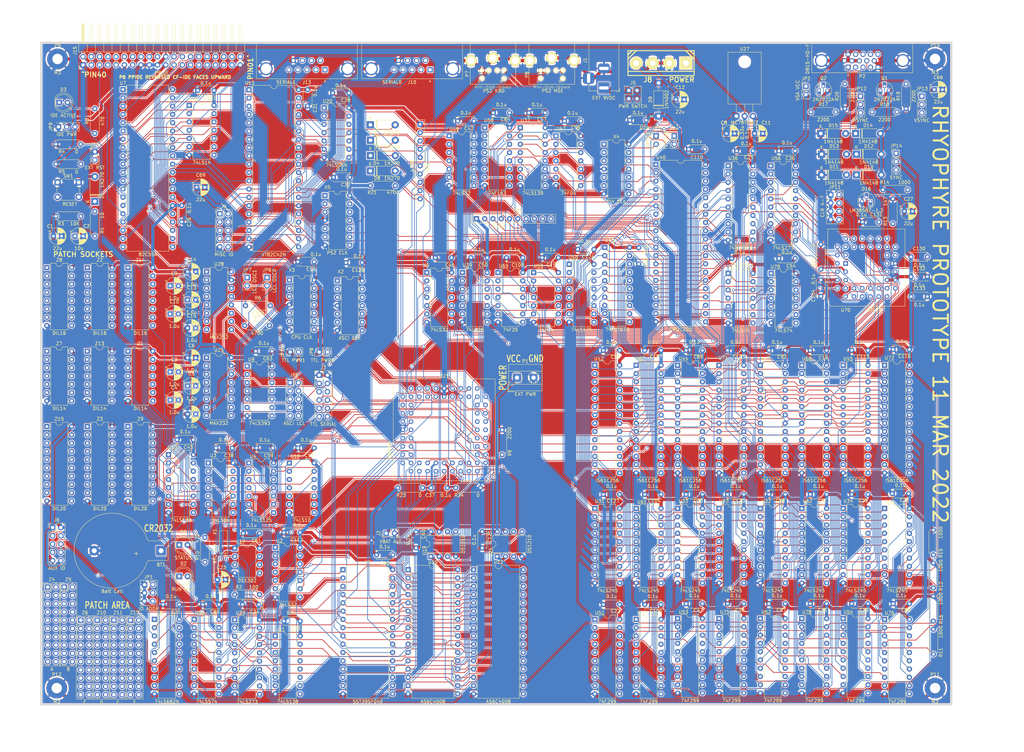
<source format=kicad_pcb>
(kicad_pcb (version 20171130) (host pcbnew "(5.1.10)-1")
  (title_block (date "20 jan 2013"))
  (layers (0 Component signal) (31 Copper signal) (34 B.Paste user) (35 F.Paste user) (36 B.SilkS user) (37 F.SilkS user) (38 B.Mask user) (39 F.Mask user) (44 Edge.Cuts user))
  (net 0 "")
  (net 1 /9VDC)
  (net 2 /A0)
  (net 3 /A1)
  (net 4 /A10)
  (net 5 /A11)
  (net 6 /A12)
  (net 7 /A13)
  (net 8 /A14)
  (net 9 /A15)
  (net 10 /A15_ROM)
  (net 11 /A16)
  (net 12 /A16_ROM)
  (net 13 /A17)
  (net 14 /A17_ROM)
  (net 15 /A18)
  (net 16 /A18_ROM)
  (net 17 /A19)
  (net 18 /A2)
  (net 19 /A3)
  (net 20 /A4)
  (net 21 /A5)
  (net 22 /A6)
  (net 23 /A7)
  (net 24 /A8)
  (net 25 /A9)
  (net 26 /AD0)
  (net 27 /AD1)
  (net 28 /AD2)
  (net 29 /AD3)
  (net 30 /AD4)
  (net 31 /AD5)
  (net 32 /AD6)
  (net 33 /AD7)
  (net 34 /BUF_Q4)
  (net 35 /BUF_Q5)
  (net 36 /BUF_Q6)
  (net 37 /BUF_Q7)
  (net 38 /CTS0)
  (net 39 /CTS1)
  (net 40 /CTS_TTL0)
  (net 41 /CTS_TTL1)
  (net 42 /D0)
  (net 43 /D1)
  (net 44 /D2)
  (net 45 /D3)
  (net 46 /D4)
  (net 47 /D5)
  (net 48 /D6)
  (net 49 /D7)
  (net 50 /IDE-LED)
  (net 51 /PA0)
  (net 52 /PA1)
  (net 53 /PA2)
  (net 54 /PA3)
  (net 55 /PA4)
  (net 56 /PA5)
  (net 57 /PA6)
  (net 58 /PA7)
  (net 59 /PB0)
  (net 60 /PB1)
  (net 61 /PB2)
  (net 62 /PB3)
  (net 63 /PB4)
  (net 64 /PB5)
  (net 65 /PB6)
  (net 66 /PB7)
  (net 67 /PC0)
  (net 68 /PC1)
  (net 69 /PC2)
  (net 70 /PC3)
  (net 71 /PC4)
  (net 72 /PC5)
  (net 73 /PC6)
  (net 74 /PC7)
  (net 75 /PPWR)
  (net 76 /PU4.7K-H)
  (net 77 /PU4.7K-K)
  (net 78 /PU4.7K-L)
  (net 79 /RESET)
  (net 80 /ROM_ENABLE)
  (net 81 /RTC_DQ)
  (net 82 /RTS0)
  (net 83 /RTS1)
  (net 84 /RTS_TTL0)
  (net 85 /RTS_TTL1)
  (net 86 /RUN-HALT-A)
  (net 87 /RUN-HALT-B)
  (net 88 /RX0)
  (net 89 /RX1)
  (net 90 /SIN_TTL0)
  (net 91 /SIN_TTL1)
  (net 92 /SOUT_TTL0)
  (net 93 /SOUT_TTL1)
  (net 94 /STATUS-LED)
  (net 95 /TX0)
  (net 96 /TX1)
  (net 97 /VBAT_ALT)
  (net 98 /VBAT_SRAM)
  (net 99 /VCC_SRAM1)
  (net 100 /VIN)
  (net 101 GND)
  (net 102 VCC)
  (net 103 "Net-(C2-Pad1)")
  (net 104 "Net-(C3-Pad2)")
  (net 105 "Net-(C3-Pad1)")
  (net 106 "Net-(C4-Pad2)")
  (net 107 "Net-(C4-Pad1)")
  (net 108 "Net-(C5-Pad1)")
  (net 109 "Net-(C7-Pad2)")
  (net 110 "Net-(C9-Pad2)")
  (net 111 "Net-(C9-Pad1)")
  (net 112 "Net-(C10-Pad2)")
  (net 113 "Net-(C10-Pad1)")
  (net 114 "Net-(C13-Pad1)")
  (net 115 "Net-(C15-Pad2)")
  (net 116 "Net-(C130-Pad2)")
  (net 117 "Net-(C131-Pad1)")
  (net 118 /KBDCLK)
  (net 119 /KEYCLOCK)
  (net 120 /KBDDAT)
  (net 121 /KEYDATA)
  (net 122 /MSECLK)
  (net 123 /MOUSECLOCK)
  (net 124 /MSEDAT)
  (net 125 /MOUSEDATA)
  (net 126 /RED)
  (net 127 /GRE)
  (net 128 /BLU)
  (net 129 "Net-(J3-Pad5)")
  (net 130 /HSYNC-)
  (net 131 /HSYNC#)
  (net 132 /HSYNC+)
  (net 133 /VSYNC-)
  (net 134 /VSYNC#)
  (net 135 /VSYNC+)
  (net 136 /PC4#)
  (net 137 /PC3#)
  (net 138 /PC6#)
  (net 139 /PC5#)
  (net 140 /PC7#)
  (net 141 /COLOR7)
  (net 142 /COLOR6)
  (net 143 /COLOR5)
  (net 144 /COLOR4)
  (net 145 /V-Sync)
  (net 146 "Net-(Q1-Pad2)")
  (net 147 /H-Sync)
  (net 148 "Net-(Q2-Pad2)")
  (net 149 "Net-(R2-Pad2)")
  (net 150 /ZERO)
  (net 151 /ONE)
  (net 152 /DREQ0#)
  (net 153 /TEND0#)
  (net 154 "Net-(R9-Pad2)")
  (net 155 "Net-(R10-Pad1)")
  (net 156 "Net-(R11-Pad2)")
  (net 157 "Net-(R12-Pad2)")
  (net 158 "Net-(R13-Pad1)")
  (net 159 "Net-(R15-Pad2)")
  (net 160 "Net-(R16-Pad2)")
  (net 161 /PROG)
  (net 162 /INT1#)
  (net 163 /INT0#)
  (net 164 /NMI#)
  (net 165 /RESET#)
  (net 166 /PU4.7K-O)
  (net 167 /2xWCLK)
  (net 168 /PU4.7K-M)
  (net 169 /PU4.7K-J)
  (net 170 /PU4.7K-I)
  (net 171 /WR#)
  (net 172 /RD#)
  (net 173 /CS_ROM#)
  (net 174 /HALT#)
  (net 175 /CS_RAMLO#)
  (net 176 "Net-(U18-Pad12)")
  (net 177 /MREQ#)
  (net 178 /ROM_DEC#)
  (net 179 /CS_RAMHI#)
  (net 180 "Net-(U18-Pad1)")
  (net 181 /STATUS#)
  (net 182 "Net-(U3-Pad4)")
  (net 183 /ROM_ENABLE#)
  (net 184 /RTC_RD#)
  (net 185 "Net-(U13-Pad3)")
  (net 186 /CS_RAMDAC#)
  (net 187 /RD_RAMDAC#)
  (net 188 /CS_RTC#)
  (net 189 /RTC_WR#)
  (net 190 /WR_RAMDAC#)
  (net 191 /CS_PPI#)
  (net 192 /IOSEL#)
  (net 193 /M1#)
  (net 194 /IORQ#)
  (net 195 /CS_ACR#)
  (net 196 /CS_RAMDAC1#)
  (net 197 /CS_KM#)
  (net 198 /CS_GDC#)
  (net 199 /CS_LATCH#)
  (net 200 /CS_RAMDAC0#)
  (net 201 "Net-(U13-Pad38)")
  (net 202 "Net-(U13-Pad37)")
  (net 203 /P25-BF)
  (net 204 /P24-OB)
  (net 205 "Net-(U13-Pad24)")
  (net 206 "Net-(U13-Pad23)")
  (net 207 "Net-(U15-Pad22)")
  (net 208 "Net-(U17-Pad3)")
  (net 209 "Net-(U17-Pad2)")
  (net 210 "Net-(U22-Pad22)")
  (net 211 /DEBL0#)
  (net 212 /V0D0)
  (net 213 /V0D1)
  (net 214 /V0D2)
  (net 215 /V0D3)
  (net 216 /V0D4)
  (net 217 /V0D5)
  (net 218 /V0D6)
  (net 219 /V0D7)
  (net 220 /DBIN#)
  (net 221 /AD15)
  (net 222 /V0D8)
  (net 223 /AD14)
  (net 224 /V0D9)
  (net 225 /AD13)
  (net 226 /V0D10)
  (net 227 /AD12)
  (net 228 /V0D11)
  (net 229 /AD11)
  (net 230 /V0D12)
  (net 231 /AD10)
  (net 232 /V0D13)
  (net 233 /AD9)
  (net 234 /V0D14)
  (net 235 /AD8)
  (net 236 /V0D15)
  (net 237 /DEBL2#)
  (net 238 /V2D0)
  (net 239 /V2D1)
  (net 240 /V2D2)
  (net 241 /V2D3)
  (net 242 /V2D4)
  (net 243 /V2D5)
  (net 244 /V2D6)
  (net 245 /V2D7)
  (net 246 /V2D8)
  (net 247 /V2D9)
  (net 248 /V2D10)
  (net 249 /V2D11)
  (net 250 /V2D12)
  (net 251 /V2D13)
  (net 252 /V2D14)
  (net 253 /V2D15)
  (net 254 /MA0)
  (net 255 /MA1)
  (net 256 /MA2)
  (net 257 /MA3)
  (net 258 /MA4)
  (net 259 /MA5)
  (net 260 /MA6)
  (net 261 /MA7)
  (net 262 /ALE)
  (net 263 /MA8)
  (net 264 /MA9)
  (net 265 /MA10)
  (net 266 /MA11)
  (net 267 /MA12)
  (net 268 /MA13)
  (net 269 /MA14)
  (net 270 /DEBL#)
  (net 271 /WE3#)
  (net 272 /AD16)
  (net 273 /WE2#)
  (net 274 /AD17)
  (net 275 /WE1#)
  (net 276 /WE0#)
  (net 277 /DEBL1#)
  (net 278 /DEBL3#)
  (net 279 /WE#)
  (net 280 /READ-VRAM#)
  (net 281 /RD-GDC#)
  (net 282 /IOWR#)
  (net 283 /IORD#)
  (net 284 "Net-(U40-Pad5)")
  (net 285 "Net-(U40-Pad4)")
  (net 286 "Net-(U40-Pad3)")
  (net 287 "Net-(U40-Pad2)")
  (net 288 /PIX-CLK)
  (net 289 /VSR-LD#)
  (net 290 /DBIN)
  (net 291 /VSR-LD)
  (net 292 /2xWCLK#)
  (net 293 /ALE#)
  (net 294 /ALE2#)
  (net 295 /BLANK#)
  (net 296 "Net-(U51-Pad18)")
  (net 297 /COLOR0)
  (net 298 "Net-(U53-Pad18)")
  (net 299 /COLOR2)
  (net 300 /8-16)
  (net 301 /OL3)
  (net 302 /SETUP)
  (net 303 /OL2)
  (net 304 /OL1)
  (net 305 /OL0)
  (net 306 "Net-(U58-Pad14)")
  (net 307 "Net-(U58-Pad13)")
  (net 308 "Net-(U59-Pad9)")
  (net 309 /V1D0)
  (net 310 /V1D1)
  (net 311 /V1D2)
  (net 312 /V1D3)
  (net 313 /V1D4)
  (net 314 /V1D5)
  (net 315 /V1D6)
  (net 316 /V1D7)
  (net 317 /V1D8)
  (net 318 /V1D9)
  (net 319 /V1D10)
  (net 320 /V1D11)
  (net 321 /V1D12)
  (net 322 /V1D13)
  (net 323 /V1D14)
  (net 324 /V1D15)
  (net 325 /V3D0)
  (net 326 /V3D1)
  (net 327 /V3D2)
  (net 328 /V3D3)
  (net 329 /V3D4)
  (net 330 /V3D5)
  (net 331 /V3D6)
  (net 332 /V3D7)
  (net 333 /V3D8)
  (net 334 /V3D9)
  (net 335 /V3D10)
  (net 336 /V3D11)
  (net 337 /V3D12)
  (net 338 /V3D13)
  (net 339 /V3D14)
  (net 340 /V3D15)
  (net 341 /COLOR3)
  (net 342 /COLOR1)
  (net 343 "Net-(U73-Pad12)")
  (net 344 "Net-(U75-Pad18)")
  (net 345 "Net-(U77-Pad18)")
  (net 346 "Net-(U79-Pad12)")
  (net 347 "Net-(U65-Pad13)")
  (net 348 "Net-(JP3-Pad1)")
  (net 349 "Net-(JP3-Pad2)")
  (net 350 /TEND1#)
  (net 351 /DREQ1#)
  (net 352 /VCC_VGA)
  (net 353 /GND_CPU)
  (net 354 /VCC_CPU)
  (net 355 /GND_BT478)
  (net 356 /PIX-CLK#)
  (net 357 "Net-(J3-Pad6)")
  (net 358 "Net-(J14-Pad2)")
  (net 359 "Net-(J15-Pad2)")
  (net 360 "Net-(JP1-Pad2)")
  (net 361 "Net-(JP1-Pad4)")
  (net 362 "Net-(JP1-Pad6)")
  (net 363 "Net-(JP5-Pad10)")
  (net 364 "Net-(JP5-Pad9)")
  (net 365 "Net-(JP5-Pad7)")
  (net 366 "Net-(JP5-Pad5)")
  (net 367 "Net-(JP5-Pad3)")
  (net 368 "Net-(JP5-Pad1)")
  (net 369 "Net-(JP6-Pad1)")
  (net 370 "Net-(JP7-Pad1)")
  (net 371 "Net-(JP14-Pad1)")
  (net 372 "Net-(JP14-Pad2)")
  (net 373 "Net-(U21-Pad4)")
  (net 374 /VCC_SRAM0)
  (net 375 /P16)
  (net 376 /P17)
  (net 377 /P15)
  (net 378 /P20)
  (net 379 /P14)
  (net 380 /P21)
  (net 381 /P13)
  (net 382 /P12)
  (net 383 /BUF_Q0)
  (net 384 /A19_ROM)
  (net 385 /BUF_Q1)
  (net 386 /BUF_Q2)
  (net 387 /INP_D6)
  (net 388 /BUF_Q3)
  (module Connector_Dsub:DSUB-15-HD_Female_Horizontal_P2.29x1.98mm_EdgePinOffset3.03mm_Housed_MountingHolesOffset4.94mm (layer Component) (at 277.114 37.084 180)
    (fp_text reference P2 (at -4.318 -2.794) (layer F.SilkS))
    (fp_text value DB15-HD-F (at 12.446 2.54 90) (layer F.SilkS))
    (pad 0 thru_hole circle (at 8.185 2.05 180) (size 4 4) (drill 3.2) (layers *.Cu *.Mask) (net 101 GND))
    (pad 0 thru_hole circle (at -16.815 2.05 180) (size 4 4) (drill 3.2) (layers *.Cu *.Mask) (net 101 GND))
    (pad 15 thru_hole circle (at -9.16 3.96 180) (size 1.6 1.6) (drill 1) (layers *.Cu *.Mask))
    (pad 14 thru_hole circle (at -6.87 3.96 180) (size 1.6 1.6) (drill 1) (layers *.Cu *.Mask) (net 145 /V-Sync))
    (pad 13 thru_hole circle (at -4.58 3.96 180) (size 1.6 1.6) (drill 1) (layers *.Cu *.Mask) (net 147 /H-Sync))
    (pad 12 thru_hole circle (at -2.29 3.96 180) (size 1.6 1.6) (drill 1) (layers *.Cu *.Mask))
    (pad 11 thru_hole circle (at 0 3.96 180) (size 1.6 1.6) (drill 1) (layers *.Cu *.Mask) (net 101 GND))
    (pad 10 thru_hole circle (at -8.015 1.98 180) (size 1.6 1.6) (drill 1) (layers *.Cu *.Mask) (net 101 GND))
    (pad 9 thru_hole circle (at -5.725 1.98 180) (size 1.6 1.6) (drill 1) (layers *.Cu *.Mask) (net 352 /VCC_VGA))
    (pad 8 thru_hole circle (at -3.435 1.98 180) (size 1.6 1.6) (drill 1) (layers *.Cu *.Mask) (net 101 GND))
    (pad 7 thru_hole circle (at -1.145 1.98 180) (size 1.6 1.6) (drill 1) (layers *.Cu *.Mask) (net 101 GND))
    (pad 6 thru_hole circle (at 1.145 1.98 180) (size 1.6 1.6) (drill 1) (layers *.Cu *.Mask) (net 101 GND))
    (pad 5 thru_hole circle (at -9.16 0 180) (size 1.6 1.6) (drill 1) (layers *.Cu *.Mask) (net 101 GND))
    (pad 4 thru_hole circle (at -6.87 0 180) (size 1.6 1.6) (drill 1) (layers *.Cu *.Mask))
    (pad 3 thru_hole circle (at -4.58 0 180) (size 1.6 1.6) (drill 1) (layers *.Cu *.Mask) (net 128 /BLU))
    (pad 2 thru_hole circle (at -2.29 0 180) (size 1.6 1.6) (drill 1) (layers *.Cu *.Mask) (net 127 /GRE))
    (pad 1 thru_hole rect (at 0 0 180) (size 1.6 1.6) (drill 1) (layers *.Cu *.Mask) (net 126 /RED))
  )
  (module Connector_PinHeader_2.54mm:PinHeader_2x05_P2.54mm_Vertical (layer Component) (at 105.918 133.858)
    (fp_text reference JP5 (at 1.27 -2.33) (layer F.SilkS))
    (fp_text value "ASCI LCL" (at 1.27 12.49) (layer F.SilkS))
    (pad 10 thru_hole oval (at 2.54 10.16) (size 1.7 1.7) (drill 1) (layers *.Cu *.Mask) (net 363 "Net-(JP5-Pad10)"))
    (pad 9 thru_hole oval (at 0 10.16) (size 1.7 1.7) (drill 1) (layers *.Cu *.Mask) (net 364 "Net-(JP5-Pad9)"))
    (pad 8 thru_hole oval (at 2.54 7.62) (size 1.7 1.7) (drill 1) (layers *.Cu *.Mask) (net 363 "Net-(JP5-Pad10)"))
    (pad 7 thru_hole oval (at 0 7.62) (size 1.7 1.7) (drill 1) (layers *.Cu *.Mask) (net 365 "Net-(JP5-Pad7)"))
    (pad 6 thru_hole oval (at 2.54 5.08) (size 1.7 1.7) (drill 1) (layers *.Cu *.Mask) (net 363 "Net-(JP5-Pad10)"))
    (pad 5 thru_hole oval (at 0 5.08) (size 1.7 1.7) (drill 1) (layers *.Cu *.Mask) (net 366 "Net-(JP5-Pad5)"))
    (pad 4 thru_hole oval (at 2.54 2.54) (size 1.7 1.7) (drill 1) (layers *.Cu *.Mask) (net 363 "Net-(JP5-Pad10)"))
    (pad 3 thru_hole oval (at 0 2.54) (size 1.7 1.7) (drill 1) (layers *.Cu *.Mask) (net 367 "Net-(JP5-Pad3)"))
    (pad 2 thru_hole oval (at 2.54 0) (size 1.7 1.7) (drill 1) (layers *.Cu *.Mask) (net 363 "Net-(JP5-Pad10)"))
    (pad 1 thru_hole rect (at 0 0) (size 1.7 1.7) (drill 1) (layers *.Cu *.Mask) (net 368 "Net-(JP5-Pad1)"))
  )
  (module TerminalBlock_MetzConnect:TerminalBlock_MetzConnect_Type101_RT01602HBWC_1x02_P5.08mm_Horizontal (layer Component) (at 175.514 132.334)
    (fp_text reference P1 (at 2.54 -5.06) (layer F.SilkS))
    (fp_text value "EXT PWR" (at 2.54 5.06) (layer F.SilkS))
    (pad 1 thru_hole rect (at 0 0) (size 2.5 2.5) (drill 1.3) (layers *.Cu *.Mask) (net 102 VCC))
    (pad 2 thru_hole circle (at 5.08 0) (size 2.5 2.5) (drill 1.3) (layers *.Cu *.Mask) (net 101 GND))
  )
  (module Package_TO_SOT_THT:TO-220-3_Horizontal_TabDown (layer Component) (at 242.824 52.07)
    (fp_text reference U27 (at 2.54 -20.58) (layer F.SilkS))
    (fp_text value MC78T05CT (at 2.54 2) (layer F.SilkS))
    (pad VO thru_hole oval (at 5.08 0) (size 1.905 2) (drill 1.1) (layers *.Cu *.Mask) (net 102 VCC))
    (pad GND thru_hole oval (at 2.54 0) (size 1.905 2) (drill 1.1) (layers *.Cu *.Mask) (net 101 GND))
    (pad VI thru_hole rect (at 0 0) (size 1.905 2) (drill 1.1) (layers *.Cu *.Mask) (net 100 /VIN))
    (pad "" np_thru_hole oval (at 2.54 -16.66) (size 3.500001 3.500001) (drill 3.500001) (layers *.Cu *.Mask))
  )
  (module Package_TO_SOT_THT:TO-92L_HandSolder (layer Component) (at 281.432 78.232)
    (fp_text reference D16 (at 1.27 -3.8) (layer F.SilkS))
    (fp_text value LM385BZ-1.2 (at 1.27 2.79) (layer F.SilkS))
    (pad 1 thru_hole rect (at 0 0) (size 1.1 1.8) (drill 0.75 (offset 0 0.4)) (layers *.Cu *.Mask) (net 101 GND))
    (pad 3 thru_hole roundrect (at 2.54 0) (size 1.1 1.8) (drill 0.75 (offset 0 0.4)) (layers *.Cu *.Mask))
    (pad 2 thru_hole roundrect (at 1.27 -1.27) (size 1.1 1.8) (drill 0.75 (offset 0 -0.4)) (layers *.Cu *.Mask) (net 117 "Net-(C131-Pad1)"))
  )
  (module Connector_PinHeader_2.54mm:PinHeader_2x02_P2.54mm_Vertical (layer Component) (at 209.804 44.196)
    (fp_text reference J5 (at 1.27 -2.33) (layer F.SilkS))
    (fp_text value "PWR SWTCH" (at 1.27 4.87) (layer F.SilkS))
    (pad 4 thru_hole oval (at 2.54 2.54) (size 1.7 1.7) (drill 1) (layers *.Cu *.Mask) (net 100 /VIN))
    (pad 3 thru_hole oval (at 0 2.54) (size 1.7 1.7) (drill 1) (layers *.Cu *.Mask) (net 1 /9VDC))
    (pad 2 thru_hole oval (at 2.54 0) (size 1.7 1.7) (drill 1) (layers *.Cu *.Mask) (net 100 /VIN))
    (pad 1 thru_hole rect (at 0 0) (size 1.7 1.7) (drill 1) (layers *.Cu *.Mask) (net 1 /9VDC))
  )
  (module Resistor_THT:R_Axial_DIN0207_L6.3mm_D2.5mm_P7.62mm_Horizontal (layer Component) (at 156.718 166.116)
    (fp_text reference R24 (at 1.016 2.286) (layer F.SilkS))
    (fp_text value 0 (at 6.858 2.286) (layer F.SilkS))
    (pad 2 thru_hole oval (at 7.62 0) (size 1.6 1.6) (drill 0.8) (layers *.Cu *.Mask) (net 101 GND))
    (pad 1 thru_hole circle (at 0 0) (size 1.6 1.6) (drill 0.8) (layers *.Cu *.Mask) (net 353 /GND_CPU))
  )
  (module Resistor_THT:R_Axial_DIN0207_L6.3mm_D2.5mm_P7.62mm_Horizontal (layer Component) (at 146.558 166.116 180)
    (fp_text reference R23 (at 6.604 -2.286) (layer F.SilkS))
    (fp_text value 0 (at 0.762 -2.286) (layer F.SilkS))
    (pad 2 thru_hole oval (at 7.62 0 180) (size 1.6 1.6) (drill 0.8) (layers *.Cu *.Mask) (net 102 VCC))
    (pad 1 thru_hole circle (at 0 0 180) (size 1.6 1.6) (drill 0.8) (layers *.Cu *.Mask) (net 354 /VCC_CPU))
  )
  (module Resistor_THT:R_Axial_DIN0207_L6.3mm_D2.5mm_P7.62mm_Horizontal (layer Component) (at 268.732 99.06 90)
    (fp_text reference R22 (at 2.286 -2.286 90) (layer F.SilkS))
    (fp_text value 0 (at 7.366 -2.286 90) (layer F.SilkS))
    (pad 2 thru_hole oval (at 7.62 0 90) (size 1.6 1.6) (drill 0.8) (layers *.Cu *.Mask) (net 101 GND))
    (pad 1 thru_hole circle (at 0 0 90) (size 1.6 1.6) (drill 0.8) (layers *.Cu *.Mask) (net 355 /GND_BT478))
  )
  (module Connector_PinHeader_2.54mm:PinHeader_2x10_P2.54mm_Vertical (layer Component) (at 56.896 206.756)
    (fp_text reference Z12 (at 1.27 -2.33) (layer F.SilkS))
    (fp_text value F (at 1.27 25.19) (layer F.SilkS))
    (pad 20 thru_hole oval (at 2.54 22.86) (size 1.7 1.7) (drill 1) (layers *.Cu *.Mask))
    (pad 19 thru_hole oval (at 0 22.86) (size 1.7 1.7) (drill 1) (layers *.Cu *.Mask))
    (pad 18 thru_hole oval (at 2.54 20.32) (size 1.7 1.7) (drill 1) (layers *.Cu *.Mask))
    (pad 17 thru_hole oval (at 0 20.32) (size 1.7 1.7) (drill 1) (layers *.Cu *.Mask))
    (pad 16 thru_hole oval (at 2.54 17.78) (size 1.7 1.7) (drill 1) (layers *.Cu *.Mask))
    (pad 15 thru_hole oval (at 0 17.78) (size 1.7 1.7) (drill 1) (layers *.Cu *.Mask))
    (pad 14 thru_hole oval (at 2.54 15.24) (size 1.7 1.7) (drill 1) (layers *.Cu *.Mask))
    (pad 13 thru_hole oval (at 0 15.24) (size 1.7 1.7) (drill 1) (layers *.Cu *.Mask))
    (pad 12 thru_hole oval (at 2.54 12.7) (size 1.7 1.7) (drill 1) (layers *.Cu *.Mask))
    (pad 11 thru_hole oval (at 0 12.7) (size 1.7 1.7) (drill 1) (layers *.Cu *.Mask))
    (pad 10 thru_hole oval (at 2.54 10.16) (size 1.7 1.7) (drill 1) (layers *.Cu *.Mask))
    (pad 9 thru_hole oval (at 0 10.16) (size 1.7 1.7) (drill 1) (layers *.Cu *.Mask))
    (pad 8 thru_hole oval (at 2.54 7.62) (size 1.7 1.7) (drill 1) (layers *.Cu *.Mask))
    (pad 7 thru_hole oval (at 0 7.62) (size 1.7 1.7) (drill 1) (layers *.Cu *.Mask))
    (pad 6 thru_hole oval (at 2.54 5.08) (size 1.7 1.7) (drill 1) (layers *.Cu *.Mask))
    (pad 5 thru_hole oval (at 0 5.08) (size 1.7 1.7) (drill 1) (layers *.Cu *.Mask))
    (pad 4 thru_hole oval (at 2.54 2.54) (size 1.7 1.7) (drill 1) (layers *.Cu *.Mask))
    (pad 3 thru_hole oval (at 0 2.54) (size 1.7 1.7) (drill 1) (layers *.Cu *.Mask))
    (pad 2 thru_hole oval (at 2.54 0) (size 1.7 1.7) (drill 1) (layers *.Cu *.Mask))
    (pad 1 thru_hole rect (at 0 0) (size 1.7 1.7) (drill 1) (layers *.Cu *.Mask))
  )
  (module Connector_PinHeader_2.54mm:PinHeader_2x10_P2.54mm_Vertical (layer Component) (at 51.816 206.756)
    (fp_text reference Z11 (at 1.27 -2.33) (layer F.SilkS))
    (fp_text value E (at 1.27 25.19) (layer F.SilkS))
    (pad 20 thru_hole oval (at 2.54 22.86) (size 1.7 1.7) (drill 1) (layers *.Cu *.Mask))
    (pad 19 thru_hole oval (at 0 22.86) (size 1.7 1.7) (drill 1) (layers *.Cu *.Mask))
    (pad 18 thru_hole oval (at 2.54 20.32) (size 1.7 1.7) (drill 1) (layers *.Cu *.Mask))
    (pad 17 thru_hole oval (at 0 20.32) (size 1.7 1.7) (drill 1) (layers *.Cu *.Mask))
    (pad 16 thru_hole oval (at 2.54 17.78) (size 1.7 1.7) (drill 1) (layers *.Cu *.Mask))
    (pad 15 thru_hole oval (at 0 17.78) (size 1.7 1.7) (drill 1) (layers *.Cu *.Mask))
    (pad 14 thru_hole oval (at 2.54 15.24) (size 1.7 1.7) (drill 1) (layers *.Cu *.Mask))
    (pad 13 thru_hole oval (at 0 15.24) (size 1.7 1.7) (drill 1) (layers *.Cu *.Mask))
    (pad 12 thru_hole oval (at 2.54 12.7) (size 1.7 1.7) (drill 1) (layers *.Cu *.Mask))
    (pad 11 thru_hole oval (at 0 12.7) (size 1.7 1.7) (drill 1) (layers *.Cu *.Mask))
    (pad 10 thru_hole oval (at 2.54 10.16) (size 1.7 1.7) (drill 1) (layers *.Cu *.Mask))
    (pad 9 thru_hole oval (at 0 10.16) (size 1.7 1.7) (drill 1) (layers *.Cu *.Mask))
    (pad 8 thru_hole oval (at 2.54 7.62) (size 1.7 1.7) (drill 1) (layers *.Cu *.Mask))
    (pad 7 thru_hole oval (at 0 7.62) (size 1.7 1.7) (drill 1) (layers *.Cu *.Mask))
    (pad 6 thru_hole oval (at 2.54 5.08) (size 1.7 1.7) (drill 1) (layers *.Cu *.Mask))
    (pad 5 thru_hole oval (at 0 5.08) (size 1.7 1.7) (drill 1) (layers *.Cu *.Mask))
    (pad 4 thru_hole oval (at 2.54 2.54) (size 1.7 1.7) (drill 1) (layers *.Cu *.Mask))
    (pad 3 thru_hole oval (at 0 2.54) (size 1.7 1.7) (drill 1) (layers *.Cu *.Mask))
    (pad 2 thru_hole oval (at 2.54 0) (size 1.7 1.7) (drill 1) (layers *.Cu *.Mask))
    (pad 1 thru_hole rect (at 0 0) (size 1.7 1.7) (drill 1) (layers *.Cu *.Mask))
  )
  (module Connector_PinHeader_2.54mm:PinHeader_2x10_P2.54mm_Vertical (layer Component) (at 46.736 206.756)
    (fp_text reference Z10 (at 1.27 -2.33) (layer F.SilkS))
    (fp_text value D (at 1.27 25.19) (layer F.SilkS))
    (pad 20 thru_hole oval (at 2.54 22.86) (size 1.7 1.7) (drill 1) (layers *.Cu *.Mask))
    (pad 19 thru_hole oval (at 0 22.86) (size 1.7 1.7) (drill 1) (layers *.Cu *.Mask))
    (pad 18 thru_hole oval (at 2.54 20.32) (size 1.7 1.7) (drill 1) (layers *.Cu *.Mask))
    (pad 17 thru_hole oval (at 0 20.32) (size 1.7 1.7) (drill 1) (layers *.Cu *.Mask))
    (pad 16 thru_hole oval (at 2.54 17.78) (size 1.7 1.7) (drill 1) (layers *.Cu *.Mask))
    (pad 15 thru_hole oval (at 0 17.78) (size 1.7 1.7) (drill 1) (layers *.Cu *.Mask))
    (pad 14 thru_hole oval (at 2.54 15.24) (size 1.7 1.7) (drill 1) (layers *.Cu *.Mask))
    (pad 13 thru_hole oval (at 0 15.24) (size 1.7 1.7) (drill 1) (layers *.Cu *.Mask))
    (pad 12 thru_hole oval (at 2.54 12.7) (size 1.7 1.7) (drill 1) (layers *.Cu *.Mask))
    (pad 11 thru_hole oval (at 0 12.7) (size 1.7 1.7) (drill 1) (layers *.Cu *.Mask))
    (pad 10 thru_hole oval (at 2.54 10.16) (size 1.7 1.7) (drill 1) (layers *.Cu *.Mask))
    (pad 9 thru_hole oval (at 0 10.16) (size 1.7 1.7) (drill 1) (layers *.Cu *.Mask))
    (pad 8 thru_hole oval (at 2.54 7.62) (size 1.7 1.7) (drill 1) (layers *.Cu *.Mask))
    (pad 7 thru_hole oval (at 0 7.62) (size 1.7 1.7) (drill 1) (layers *.Cu *.Mask))
    (pad 6 thru_hole oval (at 2.54 5.08) (size 1.7 1.7) (drill 1) (layers *.Cu *.Mask))
    (pad 5 thru_hole oval (at 0 5.08) (size 1.7 1.7) (drill 1) (layers *.Cu *.Mask))
    (pad 4 thru_hole oval (at 2.54 2.54) (size 1.7 1.7) (drill 1) (layers *.Cu *.Mask))
    (pad 3 thru_hole oval (at 0 2.54) (size 1.7 1.7) (drill 1) (layers *.Cu *.Mask))
    (pad 2 thru_hole oval (at 2.54 0) (size 1.7 1.7) (drill 1) (layers *.Cu *.Mask))
    (pad 1 thru_hole rect (at 0 0) (size 1.7 1.7) (drill 1) (layers *.Cu *.Mask))
  )
  (module Connector_PinHeader_2.54mm:PinHeader_2x10_P2.54mm_Vertical (layer Component) (at 41.656 206.756)
    (fp_text reference Z6 (at 1.27 -2.33) (layer F.SilkS))
    (fp_text value C (at 1.27 25.19) (layer F.SilkS))
    (pad 20 thru_hole oval (at 2.54 22.86) (size 1.7 1.7) (drill 1) (layers *.Cu *.Mask))
    (pad 19 thru_hole oval (at 0 22.86) (size 1.7 1.7) (drill 1) (layers *.Cu *.Mask))
    (pad 18 thru_hole oval (at 2.54 20.32) (size 1.7 1.7) (drill 1) (layers *.Cu *.Mask))
    (pad 17 thru_hole oval (at 0 20.32) (size 1.7 1.7) (drill 1) (layers *.Cu *.Mask))
    (pad 16 thru_hole oval (at 2.54 17.78) (size 1.7 1.7) (drill 1) (layers *.Cu *.Mask))
    (pad 15 thru_hole oval (at 0 17.78) (size 1.7 1.7) (drill 1) (layers *.Cu *.Mask))
    (pad 14 thru_hole oval (at 2.54 15.24) (size 1.7 1.7) (drill 1) (layers *.Cu *.Mask))
    (pad 13 thru_hole oval (at 0 15.24) (size 1.7 1.7) (drill 1) (layers *.Cu *.Mask))
    (pad 12 thru_hole oval (at 2.54 12.7) (size 1.7 1.7) (drill 1) (layers *.Cu *.Mask))
    (pad 11 thru_hole oval (at 0 12.7) (size 1.7 1.7) (drill 1) (layers *.Cu *.Mask))
    (pad 10 thru_hole oval (at 2.54 10.16) (size 1.7 1.7) (drill 1) (layers *.Cu *.Mask))
    (pad 9 thru_hole oval (at 0 10.16) (size 1.7 1.7) (drill 1) (layers *.Cu *.Mask))
    (pad 8 thru_hole oval (at 2.54 7.62) (size 1.7 1.7) (drill 1) (layers *.Cu *.Mask))
    (pad 7 thru_hole oval (at 0 7.62) (size 1.7 1.7) (drill 1) (layers *.Cu *.Mask))
    (pad 6 thru_hole oval (at 2.54 5.08) (size 1.7 1.7) (drill 1) (layers *.Cu *.Mask))
    (pad 5 thru_hole oval (at 0 5.08) (size 1.7 1.7) (drill 1) (layers *.Cu *.Mask))
    (pad 4 thru_hole oval (at 2.54 2.54) (size 1.7 1.7) (drill 1) (layers *.Cu *.Mask))
    (pad 3 thru_hole oval (at 0 2.54) (size 1.7 1.7) (drill 1) (layers *.Cu *.Mask))
    (pad 2 thru_hole oval (at 2.54 0) (size 1.7 1.7) (drill 1) (layers *.Cu *.Mask))
    (pad 1 thru_hole rect (at 0 0) (size 1.7 1.7) (drill 1) (layers *.Cu *.Mask))
  )
  (module Connector_PinHeader_2.54mm:PinHeader_2x10_P2.54mm_Vertical (layer Component) (at 36.576 196.596)
    (fp_text reference Z5 (at 1.27 -2.33) (layer F.SilkS))
    (fp_text value B (at 1.27 25.19) (layer F.SilkS))
    (pad 20 thru_hole oval (at 2.54 22.86) (size 1.7 1.7) (drill 1) (layers *.Cu *.Mask))
    (pad 19 thru_hole oval (at 0 22.86) (size 1.7 1.7) (drill 1) (layers *.Cu *.Mask))
    (pad 18 thru_hole oval (at 2.54 20.32) (size 1.7 1.7) (drill 1) (layers *.Cu *.Mask))
    (pad 17 thru_hole oval (at 0 20.32) (size 1.7 1.7) (drill 1) (layers *.Cu *.Mask))
    (pad 16 thru_hole oval (at 2.54 17.78) (size 1.7 1.7) (drill 1) (layers *.Cu *.Mask))
    (pad 15 thru_hole oval (at 0 17.78) (size 1.7 1.7) (drill 1) (layers *.Cu *.Mask))
    (pad 14 thru_hole oval (at 2.54 15.24) (size 1.7 1.7) (drill 1) (layers *.Cu *.Mask))
    (pad 13 thru_hole oval (at 0 15.24) (size 1.7 1.7) (drill 1) (layers *.Cu *.Mask))
    (pad 12 thru_hole oval (at 2.54 12.7) (size 1.7 1.7) (drill 1) (layers *.Cu *.Mask))
    (pad 11 thru_hole oval (at 0 12.7) (size 1.7 1.7) (drill 1) (layers *.Cu *.Mask))
    (pad 10 thru_hole oval (at 2.54 10.16) (size 1.7 1.7) (drill 1) (layers *.Cu *.Mask))
    (pad 9 thru_hole oval (at 0 10.16) (size 1.7 1.7) (drill 1) (layers *.Cu *.Mask))
    (pad 8 thru_hole oval (at 2.54 7.62) (size 1.7 1.7) (drill 1) (layers *.Cu *.Mask))
    (pad 7 thru_hole oval (at 0 7.62) (size 1.7 1.7) (drill 1) (layers *.Cu *.Mask))
    (pad 6 thru_hole oval (at 2.54 5.08) (size 1.7 1.7) (drill 1) (layers *.Cu *.Mask))
    (pad 5 thru_hole oval (at 0 5.08) (size 1.7 1.7) (drill 1) (layers *.Cu *.Mask))
    (pad 4 thru_hole oval (at 2.54 2.54) (size 1.7 1.7) (drill 1) (layers *.Cu *.Mask))
    (pad 3 thru_hole oval (at 0 2.54) (size 1.7 1.7) (drill 1) (layers *.Cu *.Mask))
    (pad 2 thru_hole oval (at 2.54 0) (size 1.7 1.7) (drill 1) (layers *.Cu *.Mask))
    (pad 1 thru_hole rect (at 0 0) (size 1.7 1.7) (drill 1) (layers *.Cu *.Mask))
  )
  (module Connector_PinHeader_2.54mm:PinHeader_2x10_P2.54mm_Vertical (layer Component) (at 31.496 196.596)
    (fp_text reference Z4 (at 1.27 -2.33) (layer F.SilkS))
    (fp_text value A (at 1.27 25.19) (layer F.SilkS))
    (pad 20 thru_hole oval (at 2.54 22.86) (size 1.7 1.7) (drill 1) (layers *.Cu *.Mask))
    (pad 19 thru_hole oval (at 0 22.86) (size 1.7 1.7) (drill 1) (layers *.Cu *.Mask))
    (pad 18 thru_hole oval (at 2.54 20.32) (size 1.7 1.7) (drill 1) (layers *.Cu *.Mask))
    (pad 17 thru_hole oval (at 0 20.32) (size 1.7 1.7) (drill 1) (layers *.Cu *.Mask))
    (pad 16 thru_hole oval (at 2.54 17.78) (size 1.7 1.7) (drill 1) (layers *.Cu *.Mask))
    (pad 15 thru_hole oval (at 0 17.78) (size 1.7 1.7) (drill 1) (layers *.Cu *.Mask))
    (pad 14 thru_hole oval (at 2.54 15.24) (size 1.7 1.7) (drill 1) (layers *.Cu *.Mask))
    (pad 13 thru_hole oval (at 0 15.24) (size 1.7 1.7) (drill 1) (layers *.Cu *.Mask))
    (pad 12 thru_hole oval (at 2.54 12.7) (size 1.7 1.7) (drill 1) (layers *.Cu *.Mask))
    (pad 11 thru_hole oval (at 0 12.7) (size 1.7 1.7) (drill 1) (layers *.Cu *.Mask))
    (pad 10 thru_hole oval (at 2.54 10.16) (size 1.7 1.7) (drill 1) (layers *.Cu *.Mask))
    (pad 9 thru_hole oval (at 0 10.16) (size 1.7 1.7) (drill 1) (layers *.Cu *.Mask))
    (pad 8 thru_hole oval (at 2.54 7.62) (size 1.7 1.7) (drill 1) (layers *.Cu *.Mask))
    (pad 7 thru_hole oval (at 0 7.62) (size 1.7 1.7) (drill 1) (layers *.Cu *.Mask))
    (pad 6 thru_hole oval (at 2.54 5.08) (size 1.7 1.7) (drill 1) (layers *.Cu *.Mask))
    (pad 5 thru_hole oval (at 0 5.08) (size 1.7 1.7) (drill 1) (layers *.Cu *.Mask))
    (pad 4 thru_hole oval (at 2.54 2.54) (size 1.7 1.7) (drill 1) (layers *.Cu *.Mask))
    (pad 3 thru_hole oval (at 0 2.54) (size 1.7 1.7) (drill 1) (layers *.Cu *.Mask))
    (pad 2 thru_hole oval (at 2.54 0) (size 1.7 1.7) (drill 1) (layers *.Cu *.Mask))
    (pad 1 thru_hole rect (at 0 0) (size 1.7 1.7) (drill 1) (layers *.Cu *.Mask))
  )
  (module Diode_THT:D_DO-41_SOD81_P10.16mm_Horizontal (layer Component) (at 218.948 52.07 90)
    (fp_text reference D9 (at 5.08 -2.47 90) (layer F.SilkS))
    (fp_text value 1N4002 (at 5.08 2.47 90) (layer F.SilkS))
    (fp_text user K (at 0 -2.1 90) (layer F.SilkS))
    (pad 2 thru_hole oval (at 10.16 0 90) (size 2.2 2.2) (drill 1.1) (layers *.Cu *.Mask) (net 100 /VIN))
    (pad 1 thru_hole rect (at 0 0 90) (size 2.2 2.2) (drill 1.1) (layers *.Cu *.Mask) (net 102 VCC))
  )
  (module Capacitor_THT:C_Disc_D5.0mm_W2.5mm_P5.00mm (layer Component) (at 212.852 92.456 270)
    (fp_text reference C40 (at 4.572 -2.286 90) (layer F.SilkS))
    (fp_text value 0.1u (at 0.254 -2.286 90) (layer F.SilkS))
    (pad 2 thru_hole circle (at 5 0 270) (size 1.6 1.6) (drill 0.8) (layers *.Cu *.Mask) (net 101 GND))
    (pad 1 thru_hole circle (at 0 0 270) (size 1.6 1.6) (drill 0.8) (layers *.Cu *.Mask) (net 102 VCC))
  )
  (module Capacitor_THT:C_Disc_D5.0mm_W2.5mm_P5.00mm (layer Component) (at 149.098 166.116)
    (fp_text reference C37 (at -0.254 2.286) (layer F.SilkS))
    (fp_text value 0.1u (at 4.572 2.286) (layer F.SilkS))
    (pad 2 thru_hole circle (at 5 0) (size 1.6 1.6) (drill 0.8) (layers *.Cu *.Mask) (net 353 /GND_CPU))
    (pad 1 thru_hole circle (at 0 0) (size 1.6 1.6) (drill 0.8) (layers *.Cu *.Mask) (net 354 /VCC_CPU))
  )
  (module Capacitor_THT:C_Disc_D5.0mm_W2.5mm_P5.00mm (layer Component) (at 260.858 62.738 180)
    (fp_text reference C36 (at 1.524 -2.286) (layer F.SilkS))
    (fp_text value 0.1u (at 2.5 2.5) (layer F.SilkS))
    (pad 2 thru_hole circle (at 5 0 180) (size 1.6 1.6) (drill 0.8) (layers *.Cu *.Mask) (net 101 GND))
    (pad 1 thru_hole circle (at 0 0 180) (size 1.6 1.6) (drill 0.8) (layers *.Cu *.Mask) (net 102 VCC))
  )
  (module Capacitor_THT:C_Disc_D5.0mm_W2.5mm_P5.00mm (layer Component) (at 270.51 201.676 180)
    (fp_text reference C35 (at 1.27 -2.032) (layer F.SilkS))
    (fp_text value 0.1u (at 2.5 2.5) (layer F.SilkS))
    (pad 2 thru_hole circle (at 5 0 180) (size 1.6 1.6) (drill 0.8) (layers *.Cu *.Mask) (net 101 GND))
    (pad 1 thru_hole circle (at 0 0 180) (size 1.6 1.6) (drill 0.8) (layers *.Cu *.Mask) (net 102 VCC))
  )
  (module Capacitor_THT:C_Disc_D5.0mm_W2.5mm_P5.00mm (layer Component) (at 124.206 70.866 180)
    (fp_text reference C32 (at 1.27 -2.286) (layer F.SilkS))
    (fp_text value 0.1u (at 2.5 2.5) (layer F.SilkS))
    (pad 2 thru_hole circle (at 5 0 180) (size 1.6 1.6) (drill 0.8) (layers *.Cu *.Mask) (net 101 GND))
    (pad 1 thru_hole circle (at 0 0 180) (size 1.6 1.6) (drill 0.8) (layers *.Cu *.Mask) (net 102 VCC))
  )
  (module Capacitor_THT:C_Disc_D5.0mm_W2.5mm_P5.00mm (layer Component) (at 111.252 43.942 270)
    (fp_text reference C31 (at 5.588 -2.286 90) (layer F.SilkS))
    (fp_text value 0.1u (at 0.508 -2.286 90) (layer F.SilkS))
    (pad 2 thru_hole circle (at 5 0 270) (size 1.6 1.6) (drill 0.8) (layers *.Cu *.Mask) (net 101 GND))
    (pad 1 thru_hole circle (at 0 0 270) (size 1.6 1.6) (drill 0.8) (layers *.Cu *.Mask) (net 102 VCC))
  )
  (module Capacitor_THT:C_Disc_D5.0mm_W2.5mm_P5.00mm (layer Component) (at 123.952 44.958 180)
    (fp_text reference C28 (at 1.016 -2.286) (layer F.SilkS))
    (fp_text value 0.1u (at 2.54 2.286) (layer F.SilkS))
    (pad 2 thru_hole circle (at 5 0 180) (size 1.6 1.6) (drill 0.8) (layers *.Cu *.Mask) (net 101 GND))
    (pad 1 thru_hole circle (at 0 0 180) (size 1.6 1.6) (drill 0.8) (layers *.Cu *.Mask) (net 102 VCC))
  )
  (module Capacitor_THT:C_Disc_D5.0mm_W2.5mm_P5.00mm (layer Component) (at 72.644 79.502 270)
    (fp_text reference C26 (at 5.08 -2.286 90) (layer F.SilkS))
    (fp_text value 0.1u (at 0.762 -2.286 90) (layer F.SilkS))
    (pad 2 thru_hole circle (at 5 0 270) (size 1.6 1.6) (drill 0.8) (layers *.Cu *.Mask) (net 101 GND))
    (pad 1 thru_hole circle (at 0 0 270) (size 1.6 1.6) (drill 0.8) (layers *.Cu *.Mask) (net 102 VCC))
  )
  (module Package_DIP:DIP-16_W7.62mm (layer Component) (at 56.134 98.552)
    (fp_text reference Z14 (at 3.81 -2.33) (layer F.SilkS))
    (fp_text value DIL16 (at 3.81 20.11) (layer F.SilkS))
    (pad 16 thru_hole oval (at 7.62 0) (size 1.6 1.6) (drill 0.8) (layers *.Cu *.Mask) (net 102 VCC))
    (pad 8 thru_hole oval (at 0 17.78) (size 1.6 1.6) (drill 0.8) (layers *.Cu *.Mask) (net 101 GND))
    (pad 15 thru_hole oval (at 7.62 2.54) (size 1.6 1.6) (drill 0.8) (layers *.Cu *.Mask))
    (pad 7 thru_hole oval (at 0 15.24) (size 1.6 1.6) (drill 0.8) (layers *.Cu *.Mask))
    (pad 14 thru_hole oval (at 7.62 5.08) (size 1.6 1.6) (drill 0.8) (layers *.Cu *.Mask))
    (pad 6 thru_hole oval (at 0 12.7) (size 1.6 1.6) (drill 0.8) (layers *.Cu *.Mask))
    (pad 13 thru_hole oval (at 7.62 7.62) (size 1.6 1.6) (drill 0.8) (layers *.Cu *.Mask))
    (pad 5 thru_hole oval (at 0 10.16) (size 1.6 1.6) (drill 0.8) (layers *.Cu *.Mask))
    (pad 12 thru_hole oval (at 7.62 10.16) (size 1.6 1.6) (drill 0.8) (layers *.Cu *.Mask))
    (pad 4 thru_hole oval (at 0 7.62) (size 1.6 1.6) (drill 0.8) (layers *.Cu *.Mask))
    (pad 11 thru_hole oval (at 7.62 12.7) (size 1.6 1.6) (drill 0.8) (layers *.Cu *.Mask))
    (pad 3 thru_hole oval (at 0 5.08) (size 1.6 1.6) (drill 0.8) (layers *.Cu *.Mask))
    (pad 10 thru_hole oval (at 7.62 15.24) (size 1.6 1.6) (drill 0.8) (layers *.Cu *.Mask))
    (pad 2 thru_hole oval (at 0 2.54) (size 1.6 1.6) (drill 0.8) (layers *.Cu *.Mask))
    (pad 9 thru_hole oval (at 7.62 17.78) (size 1.6 1.6) (drill 0.8) (layers *.Cu *.Mask))
    (pad 1 thru_hole rect (at 0 0) (size 1.6 1.6) (drill 0.8) (layers *.Cu *.Mask))
  )
  (module Package_DIP:DIP-14_W7.62mm (layer Component) (at 169.672 100.076)
    (fp_text reference U65 (at 1.778 -2.032) (layer F.SilkS))
    (fp_text value 74F20 (at 3.81 17.57) (layer F.SilkS))
    (pad 14 thru_hole oval (at 7.62 0) (size 1.6 1.6) (drill 0.8) (layers *.Cu *.Mask) (net 102 VCC))
    (pad 7 thru_hole oval (at 0 15.24) (size 1.6 1.6) (drill 0.8) (layers *.Cu *.Mask) (net 101 GND))
    (pad 13 thru_hole oval (at 7.62 2.54) (size 1.6 1.6) (drill 0.8) (layers *.Cu *.Mask) (net 347 "Net-(U65-Pad13)"))
    (pad 6 thru_hole oval (at 0 12.7) (size 1.6 1.6) (drill 0.8) (layers *.Cu *.Mask) (net 289 /VSR-LD#))
    (pad 12 thru_hole oval (at 7.62 5.08) (size 1.6 1.6) (drill 0.8) (layers *.Cu *.Mask) (net 77 /PU4.7K-K))
    (pad 5 thru_hole oval (at 0 10.16) (size 1.6 1.6) (drill 0.8) (layers *.Cu *.Mask) (net 308 "Net-(U59-Pad9)"))
    (pad 11 thru_hole oval (at 7.62 7.62) (size 1.6 1.6) (drill 0.8) (layers *.Cu *.Mask))
    (pad 4 thru_hole oval (at 0 7.62) (size 1.6 1.6) (drill 0.8) (layers *.Cu *.Mask) (net 292 /2xWCLK#))
    (pad 10 thru_hole oval (at 7.62 10.16) (size 1.6 1.6) (drill 0.8) (layers *.Cu *.Mask) (net 292 /2xWCLK#))
    (pad 3 thru_hole oval (at 0 5.08) (size 1.6 1.6) (drill 0.8) (layers *.Cu *.Mask))
    (pad 9 thru_hole oval (at 7.62 12.7) (size 1.6 1.6) (drill 0.8) (layers *.Cu *.Mask) (net 77 /PU4.7K-K))
    (pad 2 thru_hole oval (at 0 2.54) (size 1.6 1.6) (drill 0.8) (layers *.Cu *.Mask) (net 307 "Net-(U58-Pad13)"))
    (pad 8 thru_hole oval (at 7.62 15.24) (size 1.6 1.6) (drill 0.8) (layers *.Cu *.Mask) (net 279 /WE#))
    (pad 1 thru_hole rect (at 0 0) (size 1.6 1.6) (drill 0.8) (layers *.Cu *.Mask) (net 306 "Net-(U58-Pad14)"))
  )
  (module Battery:BatteryHolder_Keystone_103_1x20mm (layer Component) (at 66.294 185.42 180)
    (fp_text reference BT1 (at 0 -4.3) (layer F.SilkS))
    (fp_text value "Batt Cell" (at 14.986 -12.446) (layer F.SilkS))
    (fp_text user + (at 7.62 -0.762) (layer F.SilkS) (effects (font (size 1.5 1.5))))
    (pad 2 thru_hole circle (at 20.49 0 180) (size 3 3) (drill 1.5) (layers *.Cu *.Mask) (net 101 GND))
    (pad 1 thru_hole rect (at 0 0 180) (size 3 3) (drill 1.5) (layers *.Cu *.Mask) (net 98 /VBAT_SRAM))
  )
  (module Capacitor_THT:CP_Radial_D5.0mm_P2.50mm (layer Component) (at 33.274 88.9)
    (fp_text reference C1 (at -1.016 -3.048) (layer F.SilkS))
    (fp_text value 22u (at 1.25 3.75) (layer F.SilkS))
    (pad 2 thru_hole circle (at 2.5 0) (size 1.6 1.6) (drill 0.8) (layers *.Cu *.Mask) (net 101 GND))
    (pad 1 thru_hole rect (at 0 0) (size 1.6 1.6) (drill 0.8) (layers *.Cu *.Mask) (net 102 VCC))
  )
  (module Capacitor_THT:CP_Radial_D5.0mm_P2.50mm (layer Component) (at 39.878 88.9)
    (fp_text reference C2 (at 3.556 -3.048) (layer F.SilkS))
    (fp_text value 10u (at 1.25 3.75) (layer F.SilkS))
    (pad 1 thru_hole rect (at 0 0) (size 1.6 1.6) (drill 0.8) (layers *.Cu *.Mask) (net 103 "Net-(C2-Pad1)"))
    (pad 2 thru_hole circle (at 2.5 0) (size 1.6 1.6) (drill 0.8) (layers *.Cu *.Mask) (net 101 GND))
  )
  (module Capacitor_THT:CP_Radial_D5.0mm_P2.50mm (layer Component) (at 69.088 130.556)
    (fp_text reference C3 (at 1.25 -3.75) (layer F.SilkS))
    (fp_text value 1.0u (at 1.25 3.75) (layer F.SilkS))
    (pad 2 thru_hole circle (at 2.5 0) (size 1.6 1.6) (drill 0.8) (layers *.Cu *.Mask) (net 104 "Net-(C3-Pad2)"))
    (pad 1 thru_hole rect (at 0 0) (size 1.6 1.6) (drill 0.8) (layers *.Cu *.Mask) (net 105 "Net-(C3-Pad1)"))
  )
  (module Capacitor_THT:CP_Radial_D5.0mm_P2.50mm (layer Component) (at 69.088 139.192)
    (fp_text reference C4 (at 1.25 -3.75) (layer F.SilkS))
    (fp_text value 1.0u (at 1.25 3.75) (layer F.SilkS))
    (pad 1 thru_hole rect (at 0 0) (size 1.6 1.6) (drill 0.8) (layers *.Cu *.Mask) (net 107 "Net-(C4-Pad1)"))
    (pad 2 thru_hole circle (at 2.5 0) (size 1.6 1.6) (drill 0.8) (layers *.Cu *.Mask) (net 106 "Net-(C4-Pad2)"))
  )
  (module Capacitor_THT:CP_Radial_D5.0mm_P2.50mm (layer Component) (at 74.422 134.874)
    (fp_text reference C5 (at 1.25 -3.75) (layer F.SilkS))
    (fp_text value 1.0u (at 1.25 3.75) (layer F.SilkS))
    (pad 2 thru_hole circle (at 2.5 0) (size 1.6 1.6) (drill 0.8) (layers *.Cu *.Mask) (net 102 VCC))
    (pad 1 thru_hole rect (at 0 0) (size 1.6 1.6) (drill 0.8) (layers *.Cu *.Mask) (net 108 "Net-(C5-Pad1)"))
  )
  (module Capacitor_THT:CP_Radial_D5.0mm_P2.50mm (layer Component) (at 74.422 126.238)
    (fp_text reference C6 (at 1.25 -3.75) (layer F.SilkS))
    (fp_text value 1.0u (at 1.25 3.75) (layer F.SilkS))
    (pad 2 thru_hole circle (at 2.5 0) (size 1.6 1.6) (drill 0.8) (layers *.Cu *.Mask) (net 101 GND))
    (pad 1 thru_hole rect (at 0 0) (size 1.6 1.6) (drill 0.8) (layers *.Cu *.Mask) (net 102 VCC))
  )
  (module Capacitor_THT:CP_Radial_D5.0mm_P2.50mm (layer Component) (at 74.422 143.51)
    (fp_text reference C7 (at 1.25 -3.75) (layer F.SilkS))
    (fp_text value 1.0u (at 1.25 3.75) (layer F.SilkS))
    (pad 1 thru_hole rect (at 0 0) (size 1.6 1.6) (drill 0.8) (layers *.Cu *.Mask) (net 101 GND))
    (pad 2 thru_hole circle (at 2.5 0) (size 1.6 1.6) (drill 0.8) (layers *.Cu *.Mask) (net 109 "Net-(C7-Pad2)"))
  )
  (module Capacitor_THT:CP_Radial_D5.0mm_P2.50mm (layer Component) (at 239.776 57.404)
    (fp_text reference C8 (at -0.762 -3.302) (layer F.SilkS))
    (fp_text value 0.33u (at 4.826 -0.254 90) (layer F.SilkS))
    (pad 1 thru_hole rect (at 0 0) (size 1.6 1.6) (drill 0.8) (layers *.Cu *.Mask) (net 100 /VIN))
    (pad 2 thru_hole circle (at 2.5 0) (size 1.6 1.6) (drill 0.8) (layers *.Cu *.Mask) (net 101 GND))
  )
  (module Capacitor_THT:CP_Radial_D5.0mm_P2.50mm (layer Component) (at 69.088 104.14)
    (fp_text reference C9 (at 1.25 -3.75) (layer F.SilkS))
    (fp_text value 1.0u (at 1.25 3.75) (layer F.SilkS))
    (pad 1 thru_hole rect (at 0 0) (size 1.6 1.6) (drill 0.8) (layers *.Cu *.Mask) (net 111 "Net-(C9-Pad1)"))
    (pad 2 thru_hole circle (at 2.5 0) (size 1.6 1.6) (drill 0.8) (layers *.Cu *.Mask) (net 110 "Net-(C9-Pad2)"))
  )
  (module Capacitor_THT:CP_Radial_D5.0mm_P2.50mm (layer Component) (at 69.088 112.776)
    (fp_text reference C10 (at 1.25 -3.75) (layer F.SilkS))
    (fp_text value 1.0u (at 1.25 3.75) (layer F.SilkS))
    (pad 2 thru_hole circle (at 2.5 0) (size 1.6 1.6) (drill 0.8) (layers *.Cu *.Mask) (net 112 "Net-(C10-Pad2)"))
    (pad 1 thru_hole rect (at 0 0) (size 1.6 1.6) (drill 0.8) (layers *.Cu *.Mask) (net 113 "Net-(C10-Pad1)"))
  )
  (module Capacitor_THT:CP_Radial_D5.0mm_P2.50mm (layer Component) (at 248.412 57.404)
    (fp_text reference C11 (at 3.556 -3.302) (layer F.SilkS))
    (fp_text value 0.1u (at -2.286 0 90) (layer F.SilkS))
    (pad 2 thru_hole circle (at 2.5 0) (size 1.6 1.6) (drill 0.8) (layers *.Cu *.Mask) (net 101 GND))
    (pad 1 thru_hole rect (at 0 0) (size 1.6 1.6) (drill 0.8) (layers *.Cu *.Mask) (net 102 VCC))
  )
  (module Capacitor_THT:CP_Radial_D5.0mm_P2.50mm (layer Component) (at 224.282 46.99)
    (fp_text reference C12 (at 1.25 -3.75) (layer F.SilkS))
    (fp_text value 22u (at 1.25 3.75) (layer F.SilkS))
    (pad 1 thru_hole rect (at 0 0) (size 1.6 1.6) (drill 0.8) (layers *.Cu *.Mask) (net 102 VCC))
    (pad 2 thru_hole circle (at 2.5 0) (size 1.6 1.6) (drill 0.8) (layers *.Cu *.Mask) (net 101 GND))
  )
  (module Capacitor_THT:CP_Radial_D5.0mm_P2.50mm (layer Component) (at 74.422 108.458)
    (fp_text reference C13 (at 1.25 -3.75) (layer F.SilkS))
    (fp_text value 1.0u (at 1.25 3.75) (layer F.SilkS))
    (pad 1 thru_hole rect (at 0 0) (size 1.6 1.6) (drill 0.8) (layers *.Cu *.Mask) (net 114 "Net-(C13-Pad1)"))
    (pad 2 thru_hole circle (at 2.5 0) (size 1.6 1.6) (drill 0.8) (layers *.Cu *.Mask) (net 102 VCC))
  )
  (module Capacitor_THT:CP_Radial_D5.0mm_P2.50mm (layer Component) (at 74.422 99.822)
    (fp_text reference C14 (at 1.25 -3.75) (layer F.SilkS))
    (fp_text value 1.0u (at 1.25 3.75) (layer F.SilkS))
    (pad 2 thru_hole circle (at 2.5 0) (size 1.6 1.6) (drill 0.8) (layers *.Cu *.Mask) (net 101 GND))
    (pad 1 thru_hole rect (at 0 0) (size 1.6 1.6) (drill 0.8) (layers *.Cu *.Mask) (net 102 VCC))
  )
  (module Capacitor_THT:CP_Radial_D5.0mm_P2.50mm (layer Component) (at 74.422 117.094)
    (fp_text reference C15 (at 1.25 -3.75) (layer F.SilkS))
    (fp_text value 1.0u (at 1.25 3.75) (layer F.SilkS))
    (pad 2 thru_hole circle (at 2.5 0) (size 1.6 1.6) (drill 0.8) (layers *.Cu *.Mask) (net 115 "Net-(C15-Pad2)"))
    (pad 1 thru_hole rect (at 0 0) (size 1.6 1.6) (drill 0.8) (layers *.Cu *.Mask) (net 101 GND))
  )
  (module Capacitor_THT:C_Disc_D5.0mm_W2.5mm_P5.00mm (layer Component) (at 113.284 96.774 180)
    (fp_text reference C16 (at 1.016 -2.286) (layer F.SilkS))
    (fp_text value 0.1u (at -0.508 2.286) (layer F.SilkS))
    (pad 1 thru_hole circle (at 0 0 180) (size 1.6 1.6) (drill 0.8) (layers *.Cu *.Mask) (net 102 VCC))
    (pad 2 thru_hole circle (at 5 0 180) (size 1.6 1.6) (drill 0.8) (layers *.Cu *.Mask) (net 101 GND))
  )
  (module Capacitor_THT:C_Disc_D5.0mm_W2.5mm_P5.00mm (layer Component) (at 113.284 153.924 180)
    (fp_text reference C17 (at 1.524 -2.286) (layer F.SilkS))
    (fp_text value 0.1u (at 2.5 2.5) (layer F.SilkS))
    (pad 2 thru_hole circle (at 5 0 180) (size 1.6 1.6) (drill 0.8) (layers *.Cu *.Mask) (net 101 GND))
    (pad 1 thru_hole circle (at 0 0 180) (size 1.6 1.6) (drill 0.8) (layers *.Cu *.Mask) (net 102 VCC))
  )
  (module Capacitor_THT:C_Disc_D5.0mm_W2.5mm_P5.00mm (layer Component) (at 137.414 186.69 180)
    (fp_text reference C18 (at 2.5 -2.5) (layer F.SilkS))
    (fp_text value 0.1u (at 2.5 2.5) (layer F.SilkS))
    (pad 2 thru_hole circle (at 5 0 180) (size 1.6 1.6) (drill 0.8) (layers *.Cu *.Mask) (net 101 GND))
    (pad 1 thru_hole circle (at 0 0 180) (size 1.6 1.6) (drill 0.8) (layers *.Cu *.Mask) (net 102 VCC))
  )
  (module Capacitor_THT:C_Disc_D5.0mm_W2.5mm_P5.00mm (layer Component) (at 270.51 123.952 180)
    (fp_text reference C19 (at 1.016 -2.286) (layer F.SilkS))
    (fp_text value 0.1u (at 2.5 2.5) (layer F.SilkS))
    (pad 2 thru_hole circle (at 5 0 180) (size 1.6 1.6) (drill 0.8) (layers *.Cu *.Mask) (net 101 GND))
    (pad 1 thru_hole circle (at 0 0 180) (size 1.6 1.6) (drill 0.8) (layers *.Cu *.Mask) (net 102 VCC))
  )
  (module Capacitor_THT:C_Disc_D5.0mm_W2.5mm_P5.00mm (layer Component) (at 295.656 167.894 180)
    (fp_text reference C20 (at 1.27 -2.032) (layer F.SilkS))
    (fp_text value 0.1u (at 2.5 2.5) (layer F.SilkS))
    (pad 2 thru_hole circle (at 5 0 180) (size 1.6 1.6) (drill 0.8) (layers *.Cu *.Mask) (net 101 GND))
    (pad 1 thru_hole circle (at 0 0 180) (size 1.6 1.6) (drill 0.8) (layers *.Cu *.Mask) (net 102 VCC))
  )
  (module Capacitor_THT:C_Disc_D5.0mm_W2.5mm_P5.00mm (layer Component) (at 71.882 201.93 180)
    (fp_text reference C21 (at 1.016 -2.286) (layer F.SilkS))
    (fp_text value 0.1u (at 2.5 2.5) (layer F.SilkS))
    (pad 2 thru_hole circle (at 5 0 180) (size 1.6 1.6) (drill 0.8) (layers *.Cu *.Mask) (net 101 GND))
    (pad 1 thru_hole circle (at 0 0 180) (size 1.6 1.6) (drill 0.8) (layers *.Cu *.Mask) (net 102 VCC))
  )
  (module Capacitor_THT:C_Disc_D5.0mm_W2.5mm_P5.00mm (layer Component) (at 207.01 201.93 180)
    (fp_text reference C22 (at 1.27 -2.032) (layer F.SilkS))
    (fp_text value 0.1u (at 2.5 2.5) (layer F.SilkS))
    (pad 1 thru_hole circle (at 0 0 180) (size 1.6 1.6) (drill 0.8) (layers *.Cu *.Mask) (net 102 VCC))
    (pad 2 thru_hole circle (at 5 0 180) (size 1.6 1.6) (drill 0.8) (layers *.Cu *.Mask) (net 101 GND))
  )
  (module Capacitor_THT:CP_Radial_D5.0mm_P2.50mm (layer Component) (at 83.566 194.31)
    (fp_text reference C23 (at 1.25 -3.75) (layer F.SilkS))
    (fp_text value 22u (at 1.25 3.75) (layer F.SilkS))
    (pad 1 thru_hole rect (at 0 0) (size 1.6 1.6) (drill 0.8) (layers *.Cu *.Mask) (net 102 VCC))
    (pad 2 thru_hole circle (at 2.5 0) (size 1.6 1.6) (drill 0.8) (layers *.Cu *.Mask) (net 101 GND))
  )
  (module Capacitor_THT:C_Disc_D5.0mm_W2.5mm_P5.00mm (layer Component) (at 215.138 53.34 180)
    (fp_text reference C24 (at 0.508 -2.286) (layer F.SilkS))
    (fp_text value 0.1u (at 2.5 2.286) (layer F.SilkS))
    (pad 2 thru_hole circle (at 5 0 180) (size 1.6 1.6) (drill 0.8) (layers *.Cu *.Mask) (net 101 GND))
    (pad 1 thru_hole circle (at 0 0 180) (size 1.6 1.6) (drill 0.8) (layers *.Cu *.Mask) (net 102 VCC))
  )
  (module Capacitor_THT:C_Disc_D5.0mm_W2.5mm_P5.00mm (layer Component) (at 247.904 62.738 180)
    (fp_text reference C25 (at 1.27 -2.032) (layer F.SilkS))
    (fp_text value 0.1u (at 2.032 2.286) (layer F.SilkS))
    (pad 1 thru_hole circle (at 0 0 180) (size 1.6 1.6) (drill 0.8) (layers *.Cu *.Mask) (net 102 VCC))
    (pad 2 thru_hole circle (at 5 0 180) (size 1.6 1.6) (drill 0.8) (layers *.Cu *.Mask) (net 101 GND))
  )
  (module Capacitor_THT:CP_Radial_D5.0mm_P2.50mm (layer Component) (at 294.386 81.28)
    (fp_text reference C27 (at 1.25 -3.75) (layer F.SilkS))
    (fp_text value 22u (at 1.25 3.75) (layer F.SilkS))
    (pad 1 thru_hole rect (at 0 0) (size 1.6 1.6) (drill 0.8) (layers *.Cu *.Mask) (net 102 VCC))
    (pad 2 thru_hole circle (at 2.5 0) (size 1.6 1.6) (drill 0.8) (layers *.Cu *.Mask) (net 101 GND))
  )
  (module Capacitor_THT:C_Disc_D5.0mm_W2.5mm_P5.00mm (layer Component) (at 283.21 168.148 180)
    (fp_text reference C29 (at 1.524 -2.032) (layer F.SilkS))
    (fp_text value 0.1u (at 2.5 2.5) (layer F.SilkS))
    (pad 1 thru_hole circle (at 0 0 180) (size 1.6 1.6) (drill 0.8) (layers *.Cu *.Mask) (net 102 VCC))
    (pad 2 thru_hole circle (at 5 0 180) (size 1.6 1.6) (drill 0.8) (layers *.Cu *.Mask) (net 101 GND))
  )
  (module Capacitor_THT:C_Disc_D5.0mm_W2.5mm_P5.00mm (layer Component) (at 245.11 201.676 180)
    (fp_text reference C30 (at 1.27 -2.032) (layer F.SilkS))
    (fp_text value 0.1u (at 2.5 2.5) (layer F.SilkS))
    (pad 2 thru_hole circle (at 5 0 180) (size 1.6 1.6) (drill 0.8) (layers *.Cu *.Mask) (net 101 GND))
    (pad 1 thru_hole circle (at 0 0 180) (size 1.6 1.6) (drill 0.8) (layers *.Cu *.Mask) (net 102 VCC))
  )
  (module Capacitor_THT:C_Disc_D5.0mm_W2.5mm_P5.00mm (layer Component) (at 108.966 207.01 180)
    (fp_text reference C33 (at 1.27 -2.286) (layer F.SilkS))
    (fp_text value 0.1u (at 2.5 2.5) (layer F.SilkS))
    (pad 2 thru_hole circle (at 5 0 180) (size 1.6 1.6) (drill 0.8) (layers *.Cu *.Mask) (net 101 GND))
    (pad 1 thru_hole circle (at 0 0 180) (size 1.6 1.6) (drill 0.8) (layers *.Cu *.Mask) (net 102 VCC))
  )
  (module Capacitor_THT:C_Disc_D5.0mm_W2.5mm_P5.00mm (layer Component) (at 96.266 201.93 180)
    (fp_text reference C34 (at 1.27 -2.286) (layer F.SilkS))
    (fp_text value 0.1u (at -1.016 0 90) (layer F.SilkS))
    (pad 1 thru_hole circle (at 0 0 180) (size 1.6 1.6) (drill 0.8) (layers *.Cu *.Mask) (net 102 VCC))
    (pad 2 thru_hole circle (at 5 0 180) (size 1.6 1.6) (drill 0.8) (layers *.Cu *.Mask) (net 101 GND))
  )
  (module Capacitor_THT:C_Disc_D5.0mm_W2.5mm_P5.00mm (layer Component) (at 88.138 153.924 180)
    (fp_text reference C38 (at 1.016 -2.286) (layer F.SilkS))
    (fp_text value 0.1u (at 2.5 2.5) (layer F.SilkS))
    (pad 2 thru_hole circle (at 5 0 180) (size 1.6 1.6) (drill 0.8) (layers *.Cu *.Mask) (net 101 GND))
    (pad 1 thru_hole circle (at 0 0 180) (size 1.6 1.6) (drill 0.8) (layers *.Cu *.Mask) (net 102 VCC))
  )
  (module Capacitor_THT:C_Disc_D5.0mm_W2.5mm_P5.00mm (layer Component) (at 283.21 201.676 180)
    (fp_text reference C39 (at 1.27 -2.032) (layer F.SilkS))
    (fp_text value 0.1u (at 2.5 2.5) (layer F.SilkS))
    (pad 2 thru_hole circle (at 5 0 180) (size 1.6 1.6) (drill 0.8) (layers *.Cu *.Mask) (net 101 GND))
    (pad 1 thru_hole circle (at 0 0 180) (size 1.6 1.6) (drill 0.8) (layers *.Cu *.Mask) (net 102 VCC))
  )
  (module Capacitor_THT:C_Disc_D5.0mm_W2.5mm_P5.00mm (layer Component) (at 162.306 53.594 180)
    (fp_text reference C42 (at 1.524 -2.286) (layer F.SilkS))
    (fp_text value 0.1u (at 2.5 2.5) (layer F.SilkS))
    (pad 2 thru_hole circle (at 5 0 180) (size 1.6 1.6) (drill 0.8) (layers *.Cu *.Mask) (net 101 GND))
    (pad 1 thru_hole circle (at 0 0 180) (size 1.6 1.6) (drill 0.8) (layers *.Cu *.Mask) (net 102 VCC))
  )
  (module Capacitor_THT:C_Disc_D5.0mm_W2.5mm_P5.00mm (layer Component) (at 76.2 151.384 180)
    (fp_text reference C43 (at 1.524 -2.286) (layer F.SilkS))
    (fp_text value 0.1u (at 2.5 2.5) (layer F.SilkS))
    (pad 1 thru_hole circle (at 0 0 180) (size 1.6 1.6) (drill 0.8) (layers *.Cu *.Mask) (net 102 VCC))
    (pad 2 thru_hole circle (at 5 0 180) (size 1.6 1.6) (drill 0.8) (layers *.Cu *.Mask) (net 101 GND))
  )
  (module Capacitor_THT:C_Disc_D5.0mm_W2.5mm_P5.00mm (layer Component) (at 155.448 95.504 180)
    (fp_text reference C46 (at 0.508 -2.286) (layer F.SilkS))
    (fp_text value 0.1u)
    (pad 1 thru_hole circle (at 0 0 180) (size 1.6 1.6) (drill 0.8) (layers *.Cu *.Mask) (net 102 VCC))
    (pad 2 thru_hole circle (at 5 0 180) (size 1.6 1.6) (drill 0.8) (layers *.Cu *.Mask) (net 101 GND))
  )
  (module Capacitor_THT:C_Disc_D5.0mm_W2.5mm_P5.00mm (layer Component) (at 232.41 201.676 180)
    (fp_text reference C47 (at 1.27 -2.032) (layer F.SilkS))
    (fp_text value 0.1u (at 2.5 2.5) (layer F.SilkS))
    (pad 2 thru_hole circle (at 5 0 180) (size 1.6 1.6) (drill 0.8) (layers *.Cu *.Mask) (net 101 GND))
    (pad 1 thru_hole circle (at 0 0 180) (size 1.6 1.6) (drill 0.8) (layers *.Cu *.Mask) (net 102 VCC))
  )
  (module Capacitor_THT:C_Disc_D5.0mm_W2.5mm_P5.00mm (layer Component) (at 166.37 95.504 180)
    (fp_text reference C50 (at 1.27 -2.286) (layer F.SilkS))
    (fp_text value 0.1u (at 2.5 2.5) (layer F.SilkS))
    (pad 2 thru_hole circle (at 5 0 180) (size 1.6 1.6) (drill 0.8) (layers *.Cu *.Mask) (net 101 GND))
    (pad 1 thru_hole circle (at 0 0 180) (size 1.6 1.6) (drill 0.8) (layers *.Cu *.Mask) (net 102 VCC))
  )
  (module Capacitor_THT:C_Disc_D5.0mm_W2.5mm_P5.00mm (layer Component) (at 270.51 168.148 180)
    (fp_text reference C51 (at 1.27 -2.032) (layer F.SilkS))
    (fp_text value 0.1u (at 2.5 2.5) (layer F.SilkS))
    (pad 1 thru_hole circle (at 0 0 180) (size 1.6 1.6) (drill 0.8) (layers *.Cu *.Mask) (net 102 VCC))
    (pad 2 thru_hole circle (at 5 0 180) (size 1.6 1.6) (drill 0.8) (layers *.Cu *.Mask) (net 101 GND))
  )
  (module Capacitor_THT:C_Disc_D5.0mm_W2.5mm_P5.00mm (layer Component) (at 260.858 95.758 180)
    (fp_text reference C54 (at 1.27 -2.286) (layer F.SilkS))
    (fp_text value 0.1u (at 2.54 2.032) (layer F.SilkS))
    (pad 2 thru_hole circle (at 5 0 180) (size 1.6 1.6) (drill 0.8) (layers *.Cu *.Mask) (net 101 GND))
    (pad 1 thru_hole circle (at 0 0 180) (size 1.6 1.6) (drill 0.8) (layers *.Cu *.Mask) (net 102 VCC))
  )
  (module Capacitor_THT:C_Disc_D5.0mm_W2.5mm_P5.00mm (layer Component) (at 207.01 123.952 180)
    (fp_text reference C55 (at 1.27 -2.032) (layer F.SilkS))
    (fp_text value 0.1u (at 2.5 2.5) (layer F.SilkS))
    (pad 2 thru_hole circle (at 5 0 180) (size 1.6 1.6) (drill 0.8) (layers *.Cu *.Mask) (net 101 GND))
    (pad 1 thru_hole circle (at 0 0 180) (size 1.6 1.6) (drill 0.8) (layers *.Cu *.Mask) (net 102 VCC))
  )
  (module Capacitor_THT:C_Disc_D5.0mm_W2.5mm_P5.00mm (layer Component) (at 184.15 51.054 180)
    (fp_text reference C57 (at 1.016 -2.032) (layer F.SilkS))
    (fp_text value 0.1u (at 2.5 2.5) (layer F.SilkS))
    (pad 1 thru_hole circle (at 0 0 180) (size 1.6 1.6) (drill 0.8) (layers *.Cu *.Mask) (net 102 VCC))
    (pad 2 thru_hole circle (at 5 0 180) (size 1.6 1.6) (drill 0.8) (layers *.Cu *.Mask) (net 101 GND))
  )
  (module Capacitor_THT:C_Disc_D5.0mm_W2.5mm_P5.00mm (layer Component) (at 100.584 153.924 180)
    (fp_text reference C59 (at 1.27 -2.286) (layer F.SilkS))
    (fp_text value 0.1u (at 2.5 2.5) (layer F.SilkS))
    (pad 1 thru_hole circle (at 0 0 180) (size 1.6 1.6) (drill 0.8) (layers *.Cu *.Mask) (net 102 VCC))
    (pad 2 thru_hole circle (at 5 0 180) (size 1.6 1.6) (drill 0.8) (layers *.Cu *.Mask) (net 101 GND))
  )
  (module Capacitor_THT:C_Disc_D5.0mm_W2.5mm_P5.00mm (layer Component) (at 144.526 179.578 270)
    (fp_text reference C60 (at 0.762 -2.286 90) (layer F.SilkS))
    (fp_text value 0.1u (at 2.5 2.5 90) (layer F.SilkS))
    (pad 2 thru_hole circle (at 5 0 270) (size 1.6 1.6) (drill 0.8) (layers *.Cu *.Mask) (net 101 GND))
    (pad 1 thru_hole circle (at 0 0 270) (size 1.6 1.6) (drill 0.8) (layers *.Cu *.Mask) (net 102 VCC))
  )
  (module Capacitor_THT:C_Disc_D5.0mm_W2.5mm_P5.00mm (layer Component) (at 100.33 124.206 180)
    (fp_text reference C63 (at 1.27 -2.286) (layer F.SilkS))
    (fp_text value 0.1u (at 2.5 2.5) (layer F.SilkS))
    (pad 1 thru_hole circle (at 0 0 180) (size 1.6 1.6) (drill 0.8) (layers *.Cu *.Mask) (net 102 VCC))
    (pad 2 thru_hole circle (at 5 0 180) (size 1.6 1.6) (drill 0.8) (layers *.Cu *.Mask) (net 101 GND))
  )
  (module Capacitor_THT:CP_Radial_D5.0mm_P2.50mm (layer Component) (at 303.53 43.942)
    (fp_text reference C66 (at 1.25 -3.75) (layer F.SilkS))
    (fp_text value 22u (at 1.25 3.75) (layer F.SilkS))
    (pad 1 thru_hole rect (at 0 0) (size 1.6 1.6) (drill 0.8) (layers *.Cu *.Mask) (net 102 VCC))
    (pad 2 thru_hole circle (at 2.5 0) (size 1.6 1.6) (drill 0.8) (layers *.Cu *.Mask) (net 101 GND))
  )
  (module Capacitor_THT:CP_Radial_D5.0mm_P2.50mm (layer Component) (at 77.216 73.914)
    (fp_text reference C69 (at 1.25 -3.75) (layer F.SilkS))
    (fp_text value 22u (at 1.25 3.75) (layer F.SilkS))
    (pad 2 thru_hole circle (at 2.5 0) (size 1.6 1.6) (drill 0.8) (layers *.Cu *.Mask) (net 101 GND))
    (pad 1 thru_hole rect (at 0 0) (size 1.6 1.6) (drill 0.8) (layers *.Cu *.Mask) (net 102 VCC))
  )
  (module Capacitor_THT:C_Disc_D5.0mm_W2.5mm_P5.00mm (layer Component) (at 295.91 201.676 180)
    (fp_text reference C80 (at 1.016 -2.032) (layer F.SilkS))
    (fp_text value 0.1u (at 2.5 2.5) (layer F.SilkS))
    (pad 2 thru_hole circle (at 5 0 180) (size 1.6 1.6) (drill 0.8) (layers *.Cu *.Mask) (net 101 GND))
    (pad 1 thru_hole circle (at 0 0 180) (size 1.6 1.6) (drill 0.8) (layers *.Cu *.Mask) (net 102 VCC))
  )
  (module Capacitor_THT:C_Disc_D5.0mm_W2.5mm_P5.00mm (layer Component) (at 96.52 180.086 180)
    (fp_text reference C81 (at 1.016 -2.286) (layer F.SilkS))
    (fp_text value 0.1u (at 2.5 2.5) (layer F.SilkS))
    (pad 2 thru_hole circle (at 5 0 180) (size 1.6 1.6) (drill 0.8) (layers *.Cu *.Mask) (net 101 GND))
    (pad 1 thru_hole circle (at 0 0 180) (size 1.6 1.6) (drill 0.8) (layers *.Cu *.Mask) (net 102 VCC))
  )
  (module Capacitor_THT:C_Disc_D5.0mm_W2.5mm_P5.00mm (layer Component) (at 173.228 51.054 180)
    (fp_text reference C84 (at 1.27 -2.032) (layer F.SilkS))
    (fp_text value 0.1u (at 2.5 2.5) (layer F.SilkS))
    (pad 1 thru_hole circle (at 0 0 180) (size 1.6 1.6) (drill 0.8) (layers *.Cu *.Mask) (net 102 VCC))
    (pad 2 thru_hole circle (at 5 0 180) (size 1.6 1.6) (drill 0.8) (layers *.Cu *.Mask) (net 101 GND))
  )
  (module Capacitor_THT:C_Disc_D5.0mm_W2.5mm_P5.00mm (layer Component) (at 84.074 201.93 180)
    (fp_text reference C85 (at 1.27 -2.286) (layer F.SilkS))
    (fp_text value 0.1u (at 2.5 2.5) (layer F.SilkS))
    (pad 1 thru_hole circle (at 0 0 180) (size 1.6 1.6) (drill 0.8) (layers *.Cu *.Mask) (net 102 VCC))
    (pad 2 thru_hole circle (at 5 0 180) (size 1.6 1.6) (drill 0.8) (layers *.Cu *.Mask) (net 101 GND))
  )
  (module Capacitor_THT:C_Disc_D5.0mm_W2.5mm_P5.00mm (layer Component) (at 257.81 168.148 180)
    (fp_text reference C88 (at 1.524 -2.032) (layer F.SilkS))
    (fp_text value 0.1u (at 2.5 2.5) (layer F.SilkS))
    (pad 1 thru_hole circle (at 0 0 180) (size 1.6 1.6) (drill 0.8) (layers *.Cu *.Mask) (net 102 VCC))
    (pad 2 thru_hole circle (at 5 0 180) (size 1.6 1.6) (drill 0.8) (layers *.Cu *.Mask) (net 101 GND))
  )
  (module Capacitor_THT:C_Disc_D5.0mm_W2.5mm_P5.00mm (layer Component) (at 232.41 123.952 180)
    (fp_text reference C89 (at 1.27 -2.032) (layer F.SilkS))
    (fp_text value 0.1u (at 2.5 2.5) (layer F.SilkS))
    (pad 1 thru_hole circle (at 0 0 180) (size 1.6 1.6) (drill 0.8) (layers *.Cu *.Mask) (net 102 VCC))
    (pad 2 thru_hole circle (at 5 0 180) (size 1.6 1.6) (drill 0.8) (layers *.Cu *.Mask) (net 101 GND))
  )
  (module Capacitor_THT:C_Disc_D5.0mm_W2.5mm_P5.00mm (layer Component) (at 257.81 123.952 180)
    (fp_text reference C92 (at 1.016 -2.032) (layer F.SilkS))
    (fp_text value 0.1u (at 2.5 2.5) (layer F.SilkS))
    (pad 2 thru_hole circle (at 5 0 180) (size 1.6 1.6) (drill 0.8) (layers *.Cu *.Mask) (net 101 GND))
    (pad 1 thru_hole circle (at 0 0 180) (size 1.6 1.6) (drill 0.8) (layers *.Cu *.Mask) (net 102 VCC))
  )
  (module Capacitor_THT:C_Disc_D5.0mm_W2.5mm_P5.00mm (layer Component) (at 232.41 168.148 180)
    (fp_text reference C93 (at 1.27 -2.032) (layer F.SilkS))
    (fp_text value 0.1u (at 2.5 2.5) (layer F.SilkS))
    (pad 2 thru_hole circle (at 5 0 180) (size 1.6 1.6) (drill 0.8) (layers *.Cu *.Mask) (net 101 GND))
    (pad 1 thru_hole circle (at 0 0 180) (size 1.6 1.6) (drill 0.8) (layers *.Cu *.Mask) (net 102 VCC))
  )
  (module Capacitor_THT:C_Disc_D5.0mm_W2.5mm_P5.00mm (layer Component) (at 195.072 53.594 180)
    (fp_text reference C96 (at 1.524 -2.032) (layer F.SilkS))
    (fp_text value 0.1u (at 2.5 2.5) (layer F.SilkS))
    (pad 1 thru_hole circle (at 0 0 180) (size 1.6 1.6) (drill 0.8) (layers *.Cu *.Mask) (net 102 VCC))
    (pad 2 thru_hole circle (at 5 0 180) (size 1.6 1.6) (drill 0.8) (layers *.Cu *.Mask) (net 101 GND))
  )
  (module Capacitor_THT:C_Disc_D5.0mm_W2.5mm_P5.00mm (layer Component) (at 257.81 201.676 180)
    (fp_text reference C97 (at 1.27 -2.032) (layer F.SilkS))
    (fp_text value 0.1u (at 2.5 2.5) (layer F.SilkS))
    (pad 1 thru_hole circle (at 0 0 180) (size 1.6 1.6) (drill 0.8) (layers *.Cu *.Mask) (net 102 VCC))
    (pad 2 thru_hole circle (at 5 0 180) (size 1.6 1.6) (drill 0.8) (layers *.Cu *.Mask) (net 101 GND))
  )
  (module Capacitor_THT:C_Disc_D5.0mm_W2.5mm_P5.00mm (layer Component) (at 219.71 201.93 180)
    (fp_text reference C100 (at 1.524 -2.032) (layer F.SilkS))
    (fp_text value 0.1u (at 2.5 2.5) (layer F.SilkS))
    (pad 1 thru_hole circle (at 0 0 180) (size 1.6 1.6) (drill 0.8) (layers *.Cu *.Mask) (net 102 VCC))
    (pad 2 thru_hole circle (at 5 0 180) (size 1.6 1.6) (drill 0.8) (layers *.Cu *.Mask) (net 101 GND))
  )
  (module Capacitor_THT:C_Disc_D5.0mm_W2.5mm_P5.00mm (layer Component) (at 82.55 44.196 180)
    (fp_text reference C101 (at 1.27 -2.286) (layer F.SilkS))
    (fp_text value 0.1u (at 2.54 2.286) (layer F.SilkS))
    (pad 1 thru_hole circle (at 0 0 180) (size 1.6 1.6) (drill 0.8) (layers *.Cu *.Mask) (net 102 VCC))
    (pad 2 thru_hole circle (at 5 0 180) (size 1.6 1.6) (drill 0.8) (layers *.Cu *.Mask) (net 101 GND))
  )
  (module Capacitor_THT:C_Disc_D5.0mm_W2.5mm_P5.00mm (layer Component) (at 246.38 95.758 180)
    (fp_text reference C103 (at 0.254 -2.286) (layer F.SilkS))
    (fp_text value 0.1u (at 2.54 2.032) (layer F.SilkS))
    (pad 2 thru_hole circle (at 5 0 180) (size 1.6 1.6) (drill 0.8) (layers *.Cu *.Mask) (net 101 GND))
    (pad 1 thru_hole circle (at 0 0 180) (size 1.6 1.6) (drill 0.8) (layers *.Cu *.Mask) (net 102 VCC))
  )
  (module Capacitor_THT:C_Disc_D5.0mm_W2.5mm_P5.00mm (layer Component) (at 219.71 168.148 180)
    (fp_text reference C104 (at 2.032 -2.032) (layer F.SilkS))
    (fp_text value 0.1u (at 2.5 2.5) (layer F.SilkS))
    (pad 2 thru_hole circle (at 5 0 180) (size 1.6 1.6) (drill 0.8) (layers *.Cu *.Mask) (net 101 GND))
    (pad 1 thru_hole circle (at 0 0 180) (size 1.6 1.6) (drill 0.8) (layers *.Cu *.Mask) (net 102 VCC))
  )
  (module Capacitor_THT:C_Disc_D5.0mm_W2.5mm_P5.00mm (layer Component) (at 219.71 123.952 180)
    (fp_text reference C107 (at 1.524 -2.032) (layer F.SilkS))
    (fp_text value 0.1u (at 2.5 2.5) (layer F.SilkS))
    (pad 2 thru_hole circle (at 5 0 180) (size 1.6 1.6) (drill 0.8) (layers *.Cu *.Mask) (net 101 GND))
    (pad 1 thru_hole circle (at 0 0 180) (size 1.6 1.6) (drill 0.8) (layers *.Cu *.Mask) (net 102 VCC))
  )
  (module Capacitor_THT:C_Disc_D5.0mm_W2.5mm_P5.00mm (layer Component) (at 177.292 95.504 180)
    (fp_text reference C108 (at 1.524 -2.286) (layer F.SilkS))
    (fp_text value 0.1u (at 2.5 2.5) (layer F.SilkS))
    (pad 2 thru_hole circle (at 5 0 180) (size 1.6 1.6) (drill 0.8) (layers *.Cu *.Mask) (net 101 GND))
    (pad 1 thru_hole circle (at 0 0 180) (size 1.6 1.6) (drill 0.8) (layers *.Cu *.Mask) (net 102 VCC))
  )
  (module Capacitor_THT:C_Disc_D5.0mm_W2.5mm_P5.00mm (layer Component) (at 233.172 62.23 180)
    (fp_text reference C110 (at 2.5 -2.5) (layer F.SilkS))
    (fp_text value 0.1u (at 2.5 2.5) (layer F.SilkS))
    (pad 1 thru_hole circle (at 0 0 180) (size 1.6 1.6) (drill 0.8) (layers *.Cu *.Mask) (net 102 VCC))
    (pad 2 thru_hole circle (at 5 0 180) (size 1.6 1.6) (drill 0.8) (layers *.Cu *.Mask) (net 101 GND))
  )
  (module Capacitor_THT:C_Disc_D5.0mm_W2.5mm_P5.00mm (layer Component) (at 108.966 179.832 180)
    (fp_text reference C112 (at 1.016 -2.286) (layer F.SilkS))
    (fp_text value 0.1u (at 0.508 2.286) (layer F.SilkS))
    (pad 1 thru_hole circle (at 0 0 180) (size 1.6 1.6) (drill 0.8) (layers *.Cu *.Mask) (net 102 VCC))
    (pad 2 thru_hole circle (at 5 0 180) (size 1.6 1.6) (drill 0.8) (layers *.Cu *.Mask) (net 101 GND))
  )
  (module Capacitor_THT:C_Disc_D5.0mm_W2.5mm_P5.00mm (layer Component) (at 283.21 123.952 180)
    (fp_text reference C113 (at 1.524 -2.032) (layer F.SilkS))
    (fp_text value 0.1u (at 2.5 2.5) (layer F.SilkS))
    (pad 1 thru_hole circle (at 0 0 180) (size 1.6 1.6) (drill 0.8) (layers *.Cu *.Mask) (net 102 VCC))
    (pad 2 thru_hole circle (at 5 0 180) (size 1.6 1.6) (drill 0.8) (layers *.Cu *.Mask) (net 101 GND))
  )
  (module Capacitor_THT:C_Disc_D5.0mm_W2.5mm_P5.00mm (layer Component) (at 295.91 123.698 180)
    (fp_text reference C116 (at 1.524 -2.032) (layer F.SilkS))
    (fp_text value 0.1u (at 2.5 2.5) (layer F.SilkS))
    (pad 1 thru_hole circle (at 0 0 180) (size 1.6 1.6) (drill 0.8) (layers *.Cu *.Mask) (net 102 VCC))
    (pad 2 thru_hole circle (at 5 0 180) (size 1.6 1.6) (drill 0.8) (layers *.Cu *.Mask) (net 101 GND))
  )
  (module Capacitor_THT:C_Disc_D5.0mm_W2.5mm_P5.00mm (layer Component) (at 188.214 95.504 180)
    (fp_text reference C117 (at 1.778 -2.286) (layer F.SilkS))
    (fp_text value 0.1u (at 2.5 2.5) (layer F.SilkS))
    (pad 2 thru_hole circle (at 5 0 180) (size 1.6 1.6) (drill 0.8) (layers *.Cu *.Mask) (net 101 GND))
    (pad 1 thru_hole circle (at 0 0 180) (size 1.6 1.6) (drill 0.8) (layers *.Cu *.Mask) (net 102 VCC))
  )
  (module Capacitor_THT:C_Disc_D5.0mm_W2.5mm_P5.00mm (layer Component) (at 245.11 168.148 180)
    (fp_text reference C120 (at 1.524 -2.032) (layer F.SilkS))
    (fp_text value 0.1u (at 2.5 2.5) (layer F.SilkS))
    (pad 1 thru_hole circle (at 0 0 180) (size 1.6 1.6) (drill 0.8) (layers *.Cu *.Mask) (net 102 VCC))
    (pad 2 thru_hole circle (at 5 0 180) (size 1.6 1.6) (drill 0.8) (layers *.Cu *.Mask) (net 101 GND))
  )
  (module Capacitor_THT:C_Disc_D5.0mm_W2.5mm_P5.00mm (layer Component) (at 164.846 179.578 270)
    (fp_text reference C121 (at 1.524 -2.286 90) (layer F.SilkS))
    (fp_text value 0.1u (at 2.5 2.5 90) (layer F.SilkS))
    (pad 1 thru_hole circle (at 0 0 270) (size 1.6 1.6) (drill 0.8) (layers *.Cu *.Mask) (net 102 VCC))
    (pad 2 thru_hole circle (at 5 0 270) (size 1.6 1.6) (drill 0.8) (layers *.Cu *.Mask) (net 101 GND))
  )
  (module Capacitor_THT:C_Disc_D5.0mm_W2.5mm_P5.00mm (layer Component) (at 245.11 123.952 180)
    (fp_text reference C123 (at 1.524 -2.032) (layer F.SilkS))
    (fp_text value 0.1u (at 2.5 2.5) (layer F.SilkS))
    (pad 2 thru_hole circle (at 5 0 180) (size 1.6 1.6) (drill 0.8) (layers *.Cu *.Mask) (net 101 GND))
    (pad 1 thru_hole circle (at 0 0 180) (size 1.6 1.6) (drill 0.8) (layers *.Cu *.Mask) (net 102 VCC))
  )
  (module Capacitor_THT:C_Disc_D5.0mm_W2.5mm_P5.00mm (layer Component) (at 199.136 92.964 180)
    (fp_text reference C124 (at 1.778 -2.286) (layer F.SilkS))
    (fp_text value 0.1u (at 2.5 2.5) (layer F.SilkS))
    (pad 2 thru_hole circle (at 5 0 180) (size 1.6 1.6) (drill 0.8) (layers *.Cu *.Mask) (net 101 GND))
    (pad 1 thru_hole circle (at 0 0 180) (size 1.6 1.6) (drill 0.8) (layers *.Cu *.Mask) (net 102 VCC))
  )
  (module Capacitor_THT:C_Disc_D5.0mm_W2.5mm_P5.00mm (layer Component) (at 207.01 168.148 180)
    (fp_text reference C127 (at 2.032 -2.032) (layer F.SilkS))
    (fp_text value 0.1u (at 2.5 2.5) (layer F.SilkS))
    (pad 2 thru_hole circle (at 5 0 180) (size 1.6 1.6) (drill 0.8) (layers *.Cu *.Mask) (net 101 GND))
    (pad 1 thru_hole circle (at 0 0 180) (size 1.6 1.6) (drill 0.8) (layers *.Cu *.Mask) (net 102 VCC))
  )
  (module Capacitor_THT:C_Disc_D5.0mm_W2.5mm_P5.00mm (layer Component) (at 128.016 97.028 180)
    (fp_text reference C128 (at 1.27 -2.286) (layer F.SilkS))
    (fp_text value 0.1u (at 1.016 2.032) (layer F.SilkS))
    (pad 1 thru_hole circle (at 0 0 180) (size 1.6 1.6) (drill 0.8) (layers *.Cu *.Mask) (net 102 VCC))
    (pad 2 thru_hole circle (at 5 0 180) (size 1.6 1.6) (drill 0.8) (layers *.Cu *.Mask) (net 101 GND))
  )
  (module Capacitor_THT:C_Disc_D5.0mm_W2.5mm_P5.00mm (layer Component) (at 296.418 95.25)
    (fp_text reference C130 (at 2.5 -2.5) (layer F.SilkS))
    (fp_text value 0.1u (at 2.5 2.5) (layer F.SilkS))
    (pad 2 thru_hole circle (at 5 0) (size 1.6 1.6) (drill 0.8) (layers *.Cu *.Mask) (net 116 "Net-(C130-Pad2)"))
    (pad 1 thru_hole circle (at 0 0) (size 1.6 1.6) (drill 0.8) (layers *.Cu *.Mask) (net 102 VCC))
  )
  (module Capacitor_THT:C_Disc_D5.0mm_W2.5mm_P5.00mm (layer Component) (at 286.512 84.582 180)
    (fp_text reference C131 (at 0.762 2.286) (layer F.SilkS))
    (fp_text value 0.1u (at 5.334 2.286) (layer F.SilkS))
    (pad 1 thru_hole circle (at 0 0 180) (size 1.6 1.6) (drill 0.8) (layers *.Cu *.Mask) (net 117 "Net-(C131-Pad1)"))
    (pad 2 thru_hole circle (at 5 0 180) (size 1.6 1.6) (drill 0.8) (layers *.Cu *.Mask) (net 101 GND))
  )
  (module Capacitor_THT:C_Disc_D5.0mm_W2.5mm_P5.00mm (layer Component) (at 296.418 101.346)
    (fp_text reference C132 (at 2.5 -2.5) (layer F.SilkS))
    (fp_text value 0.1u (at 2.5 2.5) (layer F.SilkS))
    (pad 1 thru_hole circle (at 0 0) (size 1.6 1.6) (drill 0.8) (layers *.Cu *.Mask) (net 102 VCC))
    (pad 2 thru_hole circle (at 5 0) (size 1.6 1.6) (drill 0.8) (layers *.Cu *.Mask) (net 101 GND))
  )
  (module Capacitor_THT:C_Disc_D5.0mm_W2.5mm_P5.00mm (layer Component) (at 296.418 107.442)
    (fp_text reference C133 (at 2.5 -2.5) (layer F.SilkS))
    (fp_text value 0.1u (at 2.5 2.5) (layer F.SilkS))
    (pad 1 thru_hole circle (at 0 0) (size 1.6 1.6) (drill 0.8) (layers *.Cu *.Mask) (net 102 VCC))
    (pad 2 thru_hole circle (at 5 0) (size 1.6 1.6) (drill 0.8) (layers *.Cu *.Mask) (net 101 GND))
  )
  (module Capacitor_THT:C_Disc_D5.0mm_W2.5mm_P5.00mm (layer Component) (at 268.732 102.362 270)
    (fp_text reference C134 (at 4.826 2.286 90) (layer F.SilkS))
    (fp_text value 0.1u (at -0.254 2.286 90) (layer F.SilkS))
    (pad 2 thru_hole circle (at 5 0 270) (size 1.6 1.6) (drill 0.8) (layers *.Cu *.Mask) (net 101 GND))
    (pad 1 thru_hole circle (at 0 0 270) (size 1.6 1.6) (drill 0.8) (layers *.Cu *.Mask) (net 102 VCC))
  )
  (module Diode_THT:D_DO-41_SOD81_P7.62mm_Horizontal (layer Component) (at 45.974 78.232 90)
    (fp_text reference D1 (at 1.778 2.286 90) (layer F.SilkS))
    (fp_text value 1N270 (at 6.604 2.286 90) (layer F.SilkS))
    (fp_text user K (at 0 -2.1 90) (layer F.SilkS))
    (pad 1 thru_hole rect (at 0 0 90) (size 2.2 2.2) (drill 1.1) (layers *.Cu *.Mask) (net 103 "Net-(C2-Pad1)"))
    (pad 2 thru_hole oval (at 7.62 0 90) (size 2.2 2.2) (drill 1.1) (layers *.Cu *.Mask) (net 102 VCC))
  )
  (module LED_THT:LED_D5.0mm (layer Component) (at 71.882 193.294)
    (fp_text reference D2 (at 1.27 -3.96) (layer F.SilkS))
    (fp_text value "RUN HALT" (at 1.27 3.96) (layer F.SilkS))
    (pad 1 thru_hole rect (at 0 0) (size 1.8 1.8) (drill 0.9) (layers *.Cu *.Mask) (net 86 /RUN-HALT-A))
    (pad 2 thru_hole circle (at 2.54 0) (size 1.8 1.8) (drill 0.9) (layers *.Cu *.Mask) (net 87 /RUN-HALT-B))
  )
  (module LED_THT:LED_D5.0mm (layer Component) (at 35.052 47.902)
    (fp_text reference D3 (at 1.27 -3.96) (layer F.SilkS))
    (fp_text value "IDE ACTIVE" (at 1.27 3.96) (layer F.SilkS))
    (pad 1 thru_hole rect (at 0 0) (size 1.8 1.8) (drill 0.9) (layers *.Cu *.Mask) (net 50 /IDE-LED))
    (pad 2 thru_hole circle (at 2.54 0) (size 1.8 1.8) (drill 0.9) (layers *.Cu *.Mask) (net 102 VCC))
  )
  (module Diode_THT:D_DO-41_SOD81_P7.62mm_Horizontal (layer Component) (at 130.556 64.182)
    (fp_text reference D4 (at 1.778 2.366) (layer F.SilkS))
    (fp_text value 1N270 (at 6.604 2.366) (layer F.SilkS))
    (fp_text user K (at 0 -2.1) (layer F.SilkS))
    (pad 1 thru_hole rect (at 0 0) (size 2.2 2.2) (drill 1.1) (layers *.Cu *.Mask) (net 119 /KEYCLOCK))
    (pad 2 thru_hole oval (at 7.62 0) (size 2.2 2.2) (drill 1.1) (layers *.Cu *.Mask) (net 118 /KBDCLK))
  )
  (module Diode_THT:D_DO-41_SOD81_P7.62mm_Horizontal (layer Component) (at 130.556 59.472)
    (fp_text reference D5 (at 2.032 2.25) (layer F.SilkS))
    (fp_text value 1N270 (at 6.604 2.25) (layer F.SilkS))
    (fp_text user K (at 0 -2.1) (layer F.SilkS))
    (pad 2 thru_hole oval (at 7.62 0) (size 2.2 2.2) (drill 1.1) (layers *.Cu *.Mask) (net 120 /KBDDAT))
    (pad 1 thru_hole rect (at 0 0) (size 2.2 2.2) (drill 1.1) (layers *.Cu *.Mask) (net 121 /KEYDATA))
  )
  (module LED_THT:LED_D5.0mm (layer Component) (at 71.882 183.642)
    (fp_text reference D6 (at 1.27 -3.96) (layer F.SilkS))
    (fp_text value STATUS (at 1.27 3.96) (layer F.SilkS))
    (pad 2 thru_hole circle (at 2.54 0) (size 1.8 1.8) (drill 0.9) (layers *.Cu *.Mask) (net 102 VCC))
    (pad 1 thru_hole rect (at 0 0) (size 1.8 1.8) (drill 0.9) (layers *.Cu *.Mask) (net 94 /STATUS-LED))
  )
  (module Diode_THT:D_DO-41_SOD81_P7.62mm_Horizontal (layer Component) (at 130.512 54.754)
    (fp_text reference D7 (at 1.822 2.396) (layer F.SilkS))
    (fp_text value 1N270 (at 6.648 2.396) (layer F.SilkS))
    (fp_text user K (at 0 -2.1) (layer F.SilkS))
    (pad 1 thru_hole rect (at 0 0) (size 2.2 2.2) (drill 1.1) (layers *.Cu *.Mask) (net 123 /MOUSECLOCK))
    (pad 2 thru_hole oval (at 7.62 0) (size 2.2 2.2) (drill 1.1) (layers *.Cu *.Mask) (net 122 /MSECLK))
  )
  (module Diode_THT:D_DO-41_SOD81_P7.62mm_Horizontal (layer Component) (at 130.512 68.892)
    (fp_text reference D8 (at 2.076 2.228) (layer F.SilkS))
    (fp_text value 1N270 (at 6.648 2.228) (layer F.SilkS))
    (fp_text user K (at 0 -2.1) (layer F.SilkS))
    (pad 1 thru_hole rect (at 0 0) (size 2.2 2.2) (drill 1.1) (layers *.Cu *.Mask) (net 125 /MOUSEDATA))
    (pad 2 thru_hole oval (at 7.62 0) (size 2.2 2.2) (drill 1.1) (layers *.Cu *.Mask) (net 124 /MSEDAT))
  )
  (module Diode_THT:D_DO-41_SOD81_P7.62mm_Horizontal (layer Component) (at 279.654 70.104)
    (fp_text reference D10 (at 3.81 -2.47) (layer F.SilkS))
    (fp_text value 1N4148 (at 3.81 2.47) (layer F.SilkS))
    (fp_text user K (at 0 -2.1) (layer F.SilkS))
    (pad 1 thru_hole rect (at 0 0) (size 2.2 2.2) (drill 1.1) (layers *.Cu *.Mask) (net 126 /RED))
    (pad 2 thru_hole oval (at 7.62 0) (size 2.2 2.2) (drill 1.1) (layers *.Cu *.Mask) (net 102 VCC))
  )
  (module Diode_THT:D_DO-41_SOD81_P7.62mm_Horizontal (layer Component) (at 268.986 70.104)
    (fp_text reference D11 (at 3.81 -2.47) (layer F.SilkS))
    (fp_text value 1N4148 (at 3.81 2.47) (layer F.SilkS))
    (fp_text user K (at 0 -2.1) (layer F.SilkS))
    (pad 2 thru_hole oval (at 7.62 0) (size 2.2 2.2) (drill 1.1) (layers *.Cu *.Mask) (net 126 /RED))
    (pad 1 thru_hole rect (at 0 0) (size 2.2 2.2) (drill 1.1) (layers *.Cu *.Mask) (net 101 GND))
  )
  (module Diode_THT:D_DO-41_SOD81_P7.62mm_Horizontal (layer Component) (at 279.654 63.754)
    (fp_text reference D12 (at 3.81 -2.47) (layer F.SilkS))
    (fp_text value 1N4148 (at 3.81 2.47) (layer F.SilkS))
    (fp_text user K (at 0 -2.1) (layer F.SilkS))
    (pad 2 thru_hole oval (at 7.62 0) (size 2.2 2.2) (drill 1.1) (layers *.Cu *.Mask) (net 102 VCC))
    (pad 1 thru_hole rect (at 0 0) (size 2.2 2.2) (drill 1.1) (layers *.Cu *.Mask) (net 127 /GRE))
  )
  (module Diode_THT:D_DO-41_SOD81_P7.62mm_Horizontal (layer Component) (at 268.986 63.754)
    (fp_text reference D13 (at 3.81 -2.47) (layer F.SilkS))
    (fp_text value 1N4148 (at 3.81 2.47) (layer F.SilkS))
    (fp_text user K (at 0 -2.1) (layer F.SilkS))
    (pad 1 thru_hole rect (at 0 0) (size 2.2 2.2) (drill 1.1) (layers *.Cu *.Mask) (net 101 GND))
    (pad 2 thru_hole oval (at 7.62 0) (size 2.2 2.2) (drill 1.1) (layers *.Cu *.Mask) (net 127 /GRE))
  )
  (module Diode_THT:D_DO-41_SOD81_P7.62mm_Horizontal (layer Component) (at 279.4 57.404)
    (fp_text reference D14 (at 3.81 -2.47) (layer F.SilkS))
    (fp_text value 1N4148 (at 3.81 2.47) (layer F.SilkS))
    (fp_text user K (at 0 -2.1) (layer F.SilkS))
    (pad 1 thru_hole rect (at 0 0) (size 2.2 2.2) (drill 1.1) (layers *.Cu *.Mask) (net 128 /BLU))
    (pad 2 thru_hole oval (at 7.62 0) (size 2.2 2.2) (drill 1.1) (layers *.Cu *.Mask) (net 102 VCC))
  )
  (module Diode_THT:D_DO-41_SOD81_P7.62mm_Horizontal (layer Component) (at 268.732 57.404)
    (fp_text reference D15 (at 3.81 -2.47) (layer F.SilkS))
    (fp_text value 1N4148 (at 3.81 2.47) (layer F.SilkS))
    (fp_text user K (at 0 -2.1) (layer F.SilkS))
    (pad 2 thru_hole oval (at 7.62 0) (size 2.2 2.2) (drill 1.1) (layers *.Cu *.Mask) (net 128 /BLU))
    (pad 1 thru_hole rect (at 0 0) (size 2.2 2.2) (drill 1.1) (layers *.Cu *.Mask) (net 101 GND))
  )
  (module Connector_BarrelJack:BarrelJack_Horizontal (layer Component) (at 202.184 43.434 270)
    (fp_text reference J1 (at -8.45 5.75 90) (layer F.SilkS))
    (fp_text value "EXT 9VDC" (at 3.048 0 180) (layer F.SilkS))
    (pad 1 thru_hole rect (at 0 0 270) (size 3.5 3.5) (drill oval 1 3) (layers *.Cu *.Mask) (net 1 /9VDC))
    (pad 2 thru_hole roundrect (at -6 0 270) (size 3 3.5) (drill oval 1 3) (layers *.Cu *.Mask) (net 101 GND))
    (pad 3 thru_hole roundrect (at -3 4.7 270) (size 3.5 3.5) (drill oval 3 1) (layers *.Cu *.Mask) (net 101 GND))
  )
  (module Connector_PinHeader_2.54mm:PinHeader_1x02_P2.54mm_Vertical (layer Component) (at 114.808 124.46 90)
    (fp_text reference JP8 (at 0 -2.33 90) (layer F.SilkS))
    (fp_text value "TTL PWR0" (at -2.54 1.016 180) (layer F.SilkS))
    (pad 2 thru_hole oval (at 0 2.54 90) (size 1.7 1.7) (drill 1) (layers *.Cu *.Mask) (net 357 "Net-(J3-Pad6)"))
    (pad 1 thru_hole rect (at 0 0 90) (size 1.7 1.7) (drill 1) (layers *.Cu *.Mask) (net 102 VCC))
  )
  (module Connector_PinHeader_2.54mm:PinHeader_1x02_P2.54mm_Vertical (layer Component) (at 105.918 124.46 90)
    (fp_text reference JP10 (at 0 -2.33 90) (layer F.SilkS))
    (fp_text value "TTL PWR1" (at -2.54 1.016 180) (layer F.SilkS))
    (pad 1 thru_hole rect (at 0 0 90) (size 1.7 1.7) (drill 1) (layers *.Cu *.Mask) (net 102 VCC))
    (pad 2 thru_hole oval (at 0 2.54 90) (size 1.7 1.7) (drill 1) (layers *.Cu *.Mask) (net 129 "Net-(J3-Pad5)"))
  )
  (module Connector_PinHeader_2.54mm:PinHeader_1x02_P2.54mm_Vertical (layer Component) (at 264.16 42.926)
    (fp_text reference JP2 (at 0 -2.33) (layer F.SilkS))
    (fp_text value "VGA VCC" (at -2.54 1.27 270) (layer F.SilkS))
    (pad 1 thru_hole rect (at 0 0) (size 1.7 1.7) (drill 1) (layers *.Cu *.Mask) (net 352 /VCC_VGA))
    (pad 2 thru_hole oval (at 0 2.54) (size 1.7 1.7) (drill 1) (layers *.Cu *.Mask) (net 102 VCC))
  )
  (module Connector_PinHeader_2.54mm:PinHeader_1x02_P2.54mm_Vertical (layer Component) (at 98.806 101.6)
    (fp_text reference JP6 (at 0 -2.33) (layer F.SilkS))
    (fp_text value "LCL OSC0" (at 2.286 1.016 90) (layer F.SilkS))
    (pad 2 thru_hole oval (at 0 2.54) (size 1.7 1.7) (drill 1) (layers *.Cu *.Mask) (net 363 "Net-(JP5-Pad10)"))
    (pad 1 thru_hole rect (at 0 0) (size 1.7 1.7) (drill 1) (layers *.Cu *.Mask) (net 369 "Net-(JP6-Pad1)"))
  )
  (module Connector_PinHeader_2.54mm:PinHeader_1x02_P2.54mm_Vertical (layer Component) (at 92.71 101.6)
    (fp_text reference JP7 (at 0 -2.33) (layer F.SilkS))
    (fp_text value "LCL OSC1" (at 2.286 1.27 90) (layer F.SilkS))
    (pad 1 thru_hole rect (at 0 0) (size 1.7 1.7) (drill 1) (layers *.Cu *.Mask) (net 370 "Net-(JP7-Pad1)"))
    (pad 2 thru_hole oval (at 0 2.54) (size 1.7 1.7) (drill 1) (layers *.Cu *.Mask) (net 363 "Net-(JP5-Pad10)"))
  )
  (module Connector_PinHeader_2.54mm:PinHeader_1x03_P2.54mm_Vertical (layer Component) (at 34.798 55.372 90)
    (fp_text reference JP9 (at 0 -2.33 90) (layer F.SilkS))
    (fp_text value "IDE PWR" (at -2.286 2.54 180) (layer F.SilkS))
    (pad 3 thru_hole oval (at 0 5.08 90) (size 1.7 1.7) (drill 1) (layers *.Cu *.Mask) (net 102 VCC))
    (pad 2 thru_hole oval (at 0 2.54 90) (size 1.7 1.7) (drill 1) (layers *.Cu *.Mask) (net 75 /PPWR))
    (pad 1 thru_hole rect (at 0 0 90) (size 1.7 1.7) (drill 1) (layers *.Cu *.Mask) (net 101 GND))
  )
  (module Connector_PinHeader_2.54mm:PinHeader_1x03_P2.54mm_Vertical (layer Component) (at 280.924 45.974)
    (fp_text reference JP12 (at 0 -2.33) (layer F.SilkS))
    (fp_text value HSYNC (at 0 7.41) (layer F.SilkS))
    (pad 3 thru_hole oval (at 0 5.08) (size 1.7 1.7) (drill 1) (layers *.Cu *.Mask) (net 130 /HSYNC-))
    (pad 2 thru_hole oval (at 0 2.54) (size 1.7 1.7) (drill 1) (layers *.Cu *.Mask) (net 131 /HSYNC#))
    (pad 1 thru_hole rect (at 0 0) (size 1.7 1.7) (drill 1) (layers *.Cu *.Mask) (net 132 /HSYNC+))
  )
  (module Connector_PinHeader_2.54mm:PinHeader_1x03_P2.54mm_Vertical (layer Component) (at 299.72 45.974)
    (fp_text reference JP13 (at 0 -2.33) (layer F.SilkS))
    (fp_text value VSYNC (at 0 7.41) (layer F.SilkS))
    (pad 1 thru_hole rect (at 0 0) (size 1.7 1.7) (drill 1) (layers *.Cu *.Mask) (net 135 /VSYNC+))
    (pad 2 thru_hole oval (at 0 2.54) (size 1.7 1.7) (drill 1) (layers *.Cu *.Mask) (net 134 /VSYNC#))
    (pad 3 thru_hole oval (at 0 5.08) (size 1.7 1.7) (drill 1) (layers *.Cu *.Mask) (net 133 /VSYNC-))
  )
  (module Connector_PinHeader_2.54mm:PinHeader_1x03_P2.54mm_Vertical (layer Component) (at 291.846 63.5)
    (fp_text reference JP14 (at 0 -2.33) (layer F.SilkS))
    (fp_text value SYNC (at 0 7.41) (layer F.SilkS))
    (pad 1 thru_hole rect (at 0 0) (size 1.7 1.7) (drill 1) (layers *.Cu *.Mask) (net 371 "Net-(JP14-Pad1)"))
    (pad 2 thru_hole oval (at 0 2.54) (size 1.7 1.7) (drill 1) (layers *.Cu *.Mask) (net 372 "Net-(JP14-Pad2)"))
    (pad 3 thru_hole oval (at 0 5.08) (size 1.7 1.7) (drill 1) (layers *.Cu *.Mask) (net 150 /ZERO))
  )
  (module Connector_PinHeader_2.54mm:PinHeader_2x03_P2.54mm_Vertical (layer Component) (at 61.214 195.834)
    (fp_text reference JP1 (at 1.27 -2.33) (layer F.SilkS))
    (fp_text value "IO ADDR" (at 1.27 7.41) (layer F.SilkS))
    (pad 1 thru_hole rect (at 0 0) (size 1.7 1.7) (drill 1) (layers *.Cu *.Mask) (net 101 GND))
    (pad 2 thru_hole oval (at 2.54 0) (size 1.7 1.7) (drill 1) (layers *.Cu *.Mask) (net 360 "Net-(JP1-Pad2)"))
    (pad 3 thru_hole oval (at 0 2.54) (size 1.7 1.7) (drill 1) (layers *.Cu *.Mask) (net 101 GND))
    (pad 4 thru_hole oval (at 2.54 2.54) (size 1.7 1.7) (drill 1) (layers *.Cu *.Mask) (net 361 "Net-(JP1-Pad4)"))
    (pad 5 thru_hole oval (at 0 5.08) (size 1.7 1.7) (drill 1) (layers *.Cu *.Mask) (net 101 GND))
    (pad 6 thru_hole oval (at 2.54 5.08) (size 1.7 1.7) (drill 1) (layers *.Cu *.Mask) (net 362 "Net-(JP1-Pad6)"))
  )
  (module Package_DIP:DIP-14_W7.62mm (layer Component) (at 120.396 102.616)
    (fp_text reference X2 (at 1.016 -2.794) (layer F.SilkS))
    (fp_text value "ASCI CLK" (at 3.81 17.57) (layer F.SilkS))
    (pad 1 thru_hole rect (at 0 0) (size 1.6 1.6) (drill 0.8) (layers *.Cu *.Mask))
    (pad 8 thru_hole oval (at 7.62 15.24) (size 1.6 1.6) (drill 0.8) (layers *.Cu *.Mask) (net 368 "Net-(JP5-Pad1)"))
    (pad 2 thru_hole oval (at 0 2.54) (size 1.6 1.6) (drill 0.8) (layers *.Cu *.Mask))
    (pad 9 thru_hole oval (at 7.62 12.7) (size 1.6 1.6) (drill 0.8) (layers *.Cu *.Mask))
    (pad 3 thru_hole oval (at 0 5.08) (size 1.6 1.6) (drill 0.8) (layers *.Cu *.Mask))
    (pad 10 thru_hole oval (at 7.62 10.16) (size 1.6 1.6) (drill 0.8) (layers *.Cu *.Mask))
    (pad 4 thru_hole oval (at 0 7.62) (size 1.6 1.6) (drill 0.8) (layers *.Cu *.Mask) (net 101 GND))
    (pad 11 thru_hole oval (at 7.62 7.62) (size 1.6 1.6) (drill 0.8) (layers *.Cu *.Mask) (net 368 "Net-(JP5-Pad1)"))
    (pad 5 thru_hole oval (at 0 10.16) (size 1.6 1.6) (drill 0.8) (layers *.Cu *.Mask))
    (pad 12 thru_hole oval (at 7.62 5.08) (size 1.6 1.6) (drill 0.8) (layers *.Cu *.Mask))
    (pad 6 thru_hole oval (at 0 12.7) (size 1.6 1.6) (drill 0.8) (layers *.Cu *.Mask))
    (pad 13 thru_hole oval (at 7.62 2.54) (size 1.6 1.6) (drill 0.8) (layers *.Cu *.Mask))
    (pad 7 thru_hole oval (at 0 15.24) (size 1.6 1.6) (drill 0.8) (layers *.Cu *.Mask) (net 101 GND))
    (pad 14 thru_hole oval (at 7.62 0) (size 1.6 1.6) (drill 0.8) (layers *.Cu *.Mask) (net 102 VCC))
  )
  (module Connector_PinHeader_2.54mm:PinHeader_1x02_P2.54mm_Vertical (layer Component) (at 45.974 62.992)
    (fp_text reference J14 (at 0 -2.33) (layer F.SilkS))
    (fp_text value "EXT RST" (at 0 4.87) (layer F.SilkS))
    (pad 2 thru_hole oval (at 0 2.54) (size 1.7 1.7) (drill 1) (layers *.Cu *.Mask) (net 358 "Net-(J14-Pad2)"))
    (pad 1 thru_hole rect (at 0 0) (size 1.7 1.7) (drill 1) (layers *.Cu *.Mask) (net 101 GND))
  )
  (module Connector_PinHeader_2.54mm:PinHeader_1x02_P2.54mm_Vertical (layer Component) (at 135.382 180.086 90)
    (fp_text reference J2 (at 0 -2.33 90) (layer F.SilkS))
    (fp_text value "VBAT ALT" (at -2.54 1.27 180) (layer F.SilkS))
    (pad 1 thru_hole rect (at 0 0 90) (size 1.7 1.7) (drill 1) (layers *.Cu *.Mask) (net 97 /VBAT_ALT))
    (pad 2 thru_hole oval (at 0 2.54 90) (size 1.7 1.7) (drill 1) (layers *.Cu *.Mask) (net 101 GND))
  )
  (module Package_DIP:DIP-14_W7.62mm (layer Component) (at 105.664 102.362)
    (fp_text reference X3 (at 0.762 -3.048) (layer F.SilkS))
    (fp_text value "CPU CLK" (at 3.81 17.57) (layer F.SilkS))
    (pad 14 thru_hole oval (at 7.62 0) (size 1.6 1.6) (drill 0.8) (layers *.Cu *.Mask) (net 102 VCC))
    (pad 7 thru_hole oval (at 0 15.24) (size 1.6 1.6) (drill 0.8) (layers *.Cu *.Mask) (net 101 GND))
    (pad 13 thru_hole oval (at 7.62 2.54) (size 1.6 1.6) (drill 0.8) (layers *.Cu *.Mask))
    (pad 6 thru_hole oval (at 0 12.7) (size 1.6 1.6) (drill 0.8) (layers *.Cu *.Mask))
    (pad 12 thru_hole oval (at 7.62 5.08) (size 1.6 1.6) (drill 0.8) (layers *.Cu *.Mask))
    (pad 5 thru_hole oval (at 0 10.16) (size 1.6 1.6) (drill 0.8) (layers *.Cu *.Mask))
    (pad 11 thru_hole oval (at 7.62 7.62) (size 1.6 1.6) (drill 0.8) (layers *.Cu *.Mask) (net 373 "Net-(U21-Pad4)"))
    (pad 4 thru_hole oval (at 0 7.62) (size 1.6 1.6) (drill 0.8) (layers *.Cu *.Mask) (net 101 GND))
    (pad 10 thru_hole oval (at 7.62 10.16) (size 1.6 1.6) (drill 0.8) (layers *.Cu *.Mask))
    (pad 3 thru_hole oval (at 0 5.08) (size 1.6 1.6) (drill 0.8) (layers *.Cu *.Mask))
    (pad 9 thru_hole oval (at 7.62 12.7) (size 1.6 1.6) (drill 0.8) (layers *.Cu *.Mask))
    (pad 2 thru_hole oval (at 0 2.54) (size 1.6 1.6) (drill 0.8) (layers *.Cu *.Mask))
    (pad 8 thru_hole oval (at 7.62 15.24) (size 1.6 1.6) (drill 0.8) (layers *.Cu *.Mask) (net 373 "Net-(U21-Pad4)"))
    (pad 1 thru_hole rect (at 0 0) (size 1.6 1.6) (drill 0.8) (layers *.Cu *.Mask))
  )
  (module Connector_PinHeader_2.54mm:PinHeader_2x20_P2.54mm_Horizontal (layer Component) (at 42.346 36.378 90)
    (fp_text reference J15 (at 4.374 -2.468 90) (layer F.SilkS))
    (fp_text value PPIDE (at -2.484 24.202 180) (layer F.SilkS))
    (pad 1 thru_hole rect (at 0 0 90) (size 1.7 1.7) (drill 1) (layers *.Cu *.Mask) (net 101 GND))
    (pad 2 thru_hole oval (at 2.54 0 90) (size 1.7 1.7) (drill 1) (layers *.Cu *.Mask) (net 359 "Net-(J15-Pad2)"))
    (pad 3 thru_hole oval (at 0 2.54 90) (size 1.7 1.7) (drill 1) (layers *.Cu *.Mask) (net 136 /PC4#))
    (pad 4 thru_hole oval (at 2.54 2.54 90) (size 1.7 1.7) (drill 1) (layers *.Cu *.Mask) (net 137 /PC3#))
    (pad 5 thru_hole oval (at 0 5.08 90) (size 1.7 1.7) (drill 1) (layers *.Cu *.Mask) (net 69 /PC2))
    (pad 6 thru_hole oval (at 2.54 5.08 90) (size 1.7 1.7) (drill 1) (layers *.Cu *.Mask) (net 67 /PC0))
    (pad 7 thru_hole oval (at 0 7.62 90) (size 1.7 1.7) (drill 1) (layers *.Cu *.Mask))
    (pad 8 thru_hole oval (at 2.54 7.62 90) (size 1.7 1.7) (drill 1) (layers *.Cu *.Mask) (net 68 /PC1))
    (pad 9 thru_hole oval (at 0 10.16 90) (size 1.7 1.7) (drill 1) (layers *.Cu *.Mask))
    (pad 10 thru_hole oval (at 2.54 10.16 90) (size 1.7 1.7) (drill 1) (layers *.Cu *.Mask))
    (pad 11 thru_hole oval (at 0 12.7 90) (size 1.7 1.7) (drill 1) (layers *.Cu *.Mask) (net 101 GND))
    (pad 12 thru_hole oval (at 2.54 12.7 90) (size 1.7 1.7) (drill 1) (layers *.Cu *.Mask))
    (pad 13 thru_hole oval (at 0 15.24 90) (size 1.7 1.7) (drill 1) (layers *.Cu *.Mask))
    (pad 14 thru_hole oval (at 2.54 15.24 90) (size 1.7 1.7) (drill 1) (layers *.Cu *.Mask))
    (pad 15 thru_hole oval (at 0 17.78 90) (size 1.7 1.7) (drill 1) (layers *.Cu *.Mask) (net 101 GND))
    (pad 16 thru_hole oval (at 2.54 17.78 90) (size 1.7 1.7) (drill 1) (layers *.Cu *.Mask) (net 138 /PC6#))
    (pad 17 thru_hole oval (at 0 20.32 90) (size 1.7 1.7) (drill 1) (layers *.Cu *.Mask) (net 101 GND))
    (pad 18 thru_hole oval (at 2.54 20.32 90) (size 1.7 1.7) (drill 1) (layers *.Cu *.Mask) (net 139 /PC5#))
    (pad 19 thru_hole oval (at 0 22.86 90) (size 1.7 1.7) (drill 1) (layers *.Cu *.Mask) (net 101 GND))
    (pad 20 thru_hole oval (at 2.54 22.86 90) (size 1.7 1.7) (drill 1) (layers *.Cu *.Mask))
    (pad 21 thru_hole oval (at 0 25.4 90) (size 1.7 1.7) (drill 1) (layers *.Cu *.Mask) (net 75 /PPWR))
    (pad 22 thru_hole oval (at 2.54 25.4 90) (size 1.7 1.7) (drill 1) (layers *.Cu *.Mask) (net 101 GND))
    (pad 23 thru_hole oval (at 0 27.94 90) (size 1.7 1.7) (drill 1) (layers *.Cu *.Mask) (net 66 /PB7))
    (pad 24 thru_hole oval (at 2.54 27.94 90) (size 1.7 1.7) (drill 1) (layers *.Cu *.Mask) (net 51 /PA0))
    (pad 25 thru_hole oval (at 0 30.48 90) (size 1.7 1.7) (drill 1) (layers *.Cu *.Mask) (net 65 /PB6))
    (pad 26 thru_hole oval (at 2.54 30.48 90) (size 1.7 1.7) (drill 1) (layers *.Cu *.Mask) (net 52 /PA1))
    (pad 27 thru_hole oval (at 0 33.02 90) (size 1.7 1.7) (drill 1) (layers *.Cu *.Mask) (net 64 /PB5))
    (pad 28 thru_hole oval (at 2.54 33.02 90) (size 1.7 1.7) (drill 1) (layers *.Cu *.Mask) (net 53 /PA2))
    (pad 29 thru_hole oval (at 0 35.56 90) (size 1.7 1.7) (drill 1) (layers *.Cu *.Mask) (net 63 /PB4))
    (pad 30 thru_hole oval (at 2.54 35.56 90) (size 1.7 1.7) (drill 1) (layers *.Cu *.Mask) (net 54 /PA3))
    (pad 31 thru_hole oval (at 0 38.1 90) (size 1.7 1.7) (drill 1) (layers *.Cu *.Mask) (net 62 /PB3))
    (pad 32 thru_hole oval (at 2.54 38.1 90) (size 1.7 1.7) (drill 1) (layers *.Cu *.Mask) (net 55 /PA4))
    (pad 33 thru_hole oval (at 0 40.64 90) (size 1.7 1.7) (drill 1) (layers *.Cu *.Mask) (net 61 /PB2))
    (pad 34 thru_hole oval (at 2.54 40.64 90) (size 1.7 1.7) (drill 1) (layers *.Cu *.Mask) (net 56 /PA5))
    (pad 35 thru_hole oval (at 0 43.18 90) (size 1.7 1.7) (drill 1) (layers *.Cu *.Mask) (net 60 /PB1))
    (pad 36 thru_hole oval (at 2.54 43.18 90) (size 1.7 1.7) (drill 1) (layers *.Cu *.Mask) (net 57 /PA6))
    (pad 37 thru_hole oval (at 0 45.72 90) (size 1.7 1.7) (drill 1) (layers *.Cu *.Mask) (net 59 /PB0))
    (pad 38 thru_hole oval (at 2.54 45.72 90) (size 1.7 1.7) (drill 1) (layers *.Cu *.Mask) (net 58 /PA7))
    (pad 39 thru_hole oval (at 0 48.26 90) (size 1.7 1.7) (drill 1) (layers *.Cu *.Mask) (net 101 GND))
    (pad 40 thru_hole oval (at 2.54 48.26 90) (size 1.7 1.7) (drill 1) (layers *.Cu *.Mask) (net 140 /PC7#))
  )
  (module mini-din:mini-din6-female (layer Component) (at 168.148 36.322)
    (fp_text reference P7 (at -7.874 2.794 90) (layer F.SilkS))
    (fp_text value "PS2 KBD" (at 0.254 8.001) (layer F.SilkS))
    (fp_text user Mini-Din6-female (at 0 6.858) (layer F.SilkS) (effects (font (size 0.8128 0.8128) (thickness 0.0889))))
    (fp_text user 6 (at -4.24942 5.09016) (layer F.SilkS) (effects (font (size 0.8128 0.8128) (thickness 0.0889))))
    (fp_text user 3 (at -4.17322 2.5908) (layer F.SilkS) (effects (font (size 0.8128 0.8128) (thickness 0.0889))))
    (fp_text user 5 (at 2.68478 2.63144) (layer F.SilkS) (effects (font (size 0.8128 0.8128) (thickness 0.0889))))
    (fp_text user 8 (at 2.51714 5.1308) (layer F.SilkS) (effects (font (size 0.8128 0.8128) (thickness 0.0889))))
    (fp_text user P5 (at -1.8796 2.5908) (layer F.SilkS) (effects (font (size 0.8128 0.8128) (thickness 0.0889))))
    (pad SH2 thru_hole circle (at 0 -2.08026) (size 3.49758 3.49758) (drill 2.2987) (layers *.Cu *.Mask F.SilkS) (net 101 GND))
    (pad 6 thru_hole circle (at -3.39852 4.1656) (size 1.4224 1.4224) (drill 0.89916) (layers *.Cu *.Mask F.SilkS) (net 119 /KEYCLOCK))
    (pad 8 thru_hole circle (at 3.39852 4.2164) (size 1.4224 1.4224) (drill 0.89916) (layers *.Cu *.Mask F.SilkS))
    (pad 3 thru_hole circle (at -3.39852 1.71704) (size 1.4224 1.4224) (drill 0.89916) (layers *.Cu *.Mask F.SilkS) (net 101 GND))
    (pad 5 thru_hole circle (at 3.39852 1.71704) (size 1.4224 1.4224) (drill 0.89916) (layers *.Cu *.Mask F.SilkS) (net 102 VCC))
    (pad SH1 thru_hole circle (at 6.79958 -1.2827) (size 3.49758 3.49758) (drill 2.2987) (layers *.Cu *.Mask F.SilkS) (net 101 GND))
    (pad SH3 thru_hole circle (at -6.74878 -1.2827) (size 3.49758 3.49758) (drill 2.2987) (layers *.Cu *.Mask F.SilkS) (net 101 GND))
    (pad 1 thru_hole circle (at -1.29794 1.71704) (size 1.4224 1.4224) (drill 0.89916) (layers *.Cu *.Mask F.SilkS) (net 121 /KEYDATA))
    (pad 2 thru_hole circle (at 1.29794 1.71704) (size 1.4224 1.4224) (drill 0.89916) (layers *.Cu *.Mask F.SilkS))
  )
  (module mini-din:mini-din6-female (layer Component) (at 186.182 36.322)
    (fp_text reference P8 (at -7.62 3.048 90) (layer F.SilkS))
    (fp_text value "PS2 MSE" (at 0.254 8.001) (layer F.SilkS))
    (fp_text user P5 (at -1.8796 2.5908) (layer F.SilkS) (effects (font (size 0.8128 0.8128) (thickness 0.0889))))
    (fp_text user 8 (at 2.51714 5.1308) (layer F.SilkS) (effects (font (size 0.8128 0.8128) (thickness 0.0889))))
    (fp_text user 5 (at 2.68478 2.63144) (layer F.SilkS) (effects (font (size 0.8128 0.8128) (thickness 0.0889))))
    (fp_text user 3 (at -4.17322 2.5908) (layer F.SilkS) (effects (font (size 0.8128 0.8128) (thickness 0.0889))))
    (fp_text user 6 (at -4.24942 5.09016) (layer F.SilkS) (effects (font (size 0.8128 0.8128) (thickness 0.0889))))
    (fp_text user Mini-Din6-female (at 0 6.858) (layer F.SilkS) (effects (font (size 0.8128 0.8128) (thickness 0.0889))))
    (pad 2 thru_hole circle (at 1.29794 1.71704) (size 1.4224 1.4224) (drill 0.89916) (layers *.Cu *.Mask F.SilkS))
    (pad 1 thru_hole circle (at -1.29794 1.71704) (size 1.4224 1.4224) (drill 0.89916) (layers *.Cu *.Mask F.SilkS) (net 125 /MOUSEDATA))
    (pad SH3 thru_hole circle (at -6.74878 -1.2827) (size 3.49758 3.49758) (drill 2.2987) (layers *.Cu *.Mask F.SilkS) (net 101 GND))
    (pad SH1 thru_hole circle (at 6.79958 -1.2827) (size 3.49758 3.49758) (drill 2.2987) (layers *.Cu *.Mask F.SilkS) (net 101 GND))
    (pad 5 thru_hole circle (at 3.39852 1.71704) (size 1.4224 1.4224) (drill 0.89916) (layers *.Cu *.Mask F.SilkS) (net 102 VCC))
    (pad 3 thru_hole circle (at -3.39852 1.71704) (size 1.4224 1.4224) (drill 0.89916) (layers *.Cu *.Mask F.SilkS) (net 101 GND))
    (pad 8 thru_hole circle (at 3.39852 4.2164) (size 1.4224 1.4224) (drill 0.89916) (layers *.Cu *.Mask F.SilkS))
    (pad 6 thru_hole circle (at -3.39852 4.1656) (size 1.4224 1.4224) (drill 0.89916) (layers *.Cu *.Mask F.SilkS) (net 123 /MOUSECLOCK))
    (pad SH2 thru_hole circle (at 0 -2.08026) (size 3.49758 3.49758) (drill 2.2987) (layers *.Cu *.Mask F.SilkS) (net 101 GND))
  )
  (module MountingHole:MountingHole_3.2mm_M3_Pad (layer Component) (at 34.544 34.544)
    (fp_text reference P9 (at 0 -4.2) (layer F.SilkS))
    (fp_text value M3 (at 0 4.2) (layer F.SilkS))
    (pad 1 thru_hole circle (at 0 0) (size 6.4 6.4) (drill 3.2) (layers *.Cu *.Mask) (net 101 GND))
  )
  (module MountingHole:MountingHole_3.2mm_M3_Pad (layer Component) (at 303.784 34.544)
    (fp_text reference P10 (at 0 -4.2) (layer F.SilkS))
    (fp_text value M3 (at 0 4.2) (layer F.SilkS))
    (pad 1 thru_hole circle (at 0 0) (size 6.4 6.4) (drill 3.2) (layers *.Cu *.Mask) (net 101 GND))
  )
  (module MountingHole:MountingHole_3.2mm_M3_Pad (layer Component) (at 303.784 227.584)
    (fp_text reference P11 (at 0 -4.2) (layer F.SilkS))
    (fp_text value M3 (at 0 4.2) (layer F.SilkS))
    (pad 1 thru_hole circle (at 0 0) (size 6.4 6.4) (drill 3.2) (layers *.Cu *.Mask) (net 101 GND))
  )
  (module MountingHole:MountingHole_3.2mm_M3_Pad (layer Component) (at 34.29 227.584)
    (fp_text reference P12 (at 0 -4.2) (layer F.SilkS))
    (fp_text value M3 (at 0 4.2) (layer F.SilkS))
    (pad 1 thru_hole circle (at 0 0) (size 6.4 6.4) (drill 3.2) (layers *.Cu *.Mask) (net 101 GND))
  )
  (module molex-power:molex-drive-connector (layer Component) (at 219.71 35.814)
    (fp_text reference J8 (at -4.064 5.08) (layer F.SilkS) (effects (font (size 1.524 1.524) (thickness 0.3048))))
    (fp_text value POWER (at 6.35 5.08) (layer F.SilkS) (effects (font (size 1.524 1.524) (thickness 0.3048))))
    (pad 3 thru_hole circle (at -2.54 0) (size 3.81 3.81) (drill 1.778) (layers *.Cu *.Mask F.SilkS) (net 101 GND))
    (pad 2 thru_hole circle (at 2.54 0) (size 3.81 3.81) (drill 1.778) (layers *.Cu *.Mask F.SilkS) (net 101 GND))
    (pad 4 thru_hole circle (at -7.62 0) (size 3.81 3.81) (drill 1.778) (layers *.Cu *.Mask F.SilkS) (net 102 VCC))
    (pad 1 thru_hole rect (at 7.62 0) (size 3.81 3.81) (drill 1.778) (layers *.Cu *.Mask F.SilkS))
  )
  (module Package_DIP:DIP-14_W7.62mm (layer Component) (at 202.184 60.706)
    (fp_text reference X4 (at 3.81 -2.33) (layer F.SilkS))
    (fp_text value "PIX CLK" (at 3.81 17.57) (layer F.SilkS))
    (pad 1 thru_hole rect (at 0 0) (size 1.6 1.6) (drill 0.8) (layers *.Cu *.Mask))
    (pad 8 thru_hole oval (at 7.62 15.24) (size 1.6 1.6) (drill 0.8) (layers *.Cu *.Mask) (net 356 /PIX-CLK#))
    (pad 2 thru_hole oval (at 0 2.54) (size 1.6 1.6) (drill 0.8) (layers *.Cu *.Mask))
    (pad 9 thru_hole oval (at 7.62 12.7) (size 1.6 1.6) (drill 0.8) (layers *.Cu *.Mask))
    (pad 3 thru_hole oval (at 0 5.08) (size 1.6 1.6) (drill 0.8) (layers *.Cu *.Mask))
    (pad 10 thru_hole oval (at 7.62 10.16) (size 1.6 1.6) (drill 0.8) (layers *.Cu *.Mask))
    (pad 4 thru_hole oval (at 0 7.62) (size 1.6 1.6) (drill 0.8) (layers *.Cu *.Mask) (net 101 GND))
    (pad 11 thru_hole oval (at 7.62 7.62) (size 1.6 1.6) (drill 0.8) (layers *.Cu *.Mask) (net 356 /PIX-CLK#))
    (pad 5 thru_hole oval (at 0 10.16) (size 1.6 1.6) (drill 0.8) (layers *.Cu *.Mask))
    (pad 12 thru_hole oval (at 7.62 5.08) (size 1.6 1.6) (drill 0.8) (layers *.Cu *.Mask))
    (pad 6 thru_hole oval (at 0 12.7) (size 1.6 1.6) (drill 0.8) (layers *.Cu *.Mask))
    (pad 13 thru_hole oval (at 7.62 2.54) (size 1.6 1.6) (drill 0.8) (layers *.Cu *.Mask))
    (pad 7 thru_hole oval (at 0 15.24) (size 1.6 1.6) (drill 0.8) (layers *.Cu *.Mask) (net 101 GND))
    (pad 14 thru_hole oval (at 7.62 0) (size 1.6 1.6) (drill 0.8) (layers *.Cu *.Mask) (net 102 VCC))
  )
  (module Connector_PinHeader_2.54mm:PinHeader_2x04_P2.54mm_Vertical (layer Component) (at 271.78 76.2)
    (fp_text reference JP11 (at 1.27 -2.33) (layer F.SilkS))
    (fp_text value "CLR 4-7" (at -2.54 3.556 270) (layer F.SilkS))
    (pad 1 thru_hole rect (at 0 0) (size 1.7 1.7) (drill 1) (layers *.Cu *.Mask) (net 101 GND))
    (pad 2 thru_hole oval (at 2.54 0) (size 1.7 1.7) (drill 1) (layers *.Cu *.Mask) (net 144 /COLOR4))
    (pad 3 thru_hole oval (at 0 2.54) (size 1.7 1.7) (drill 1) (layers *.Cu *.Mask) (net 101 GND))
    (pad 4 thru_hole oval (at 2.54 2.54) (size 1.7 1.7) (drill 1) (layers *.Cu *.Mask) (net 143 /COLOR5))
    (pad 5 thru_hole oval (at 0 5.08) (size 1.7 1.7) (drill 1) (layers *.Cu *.Mask) (net 101 GND))
    (pad 6 thru_hole oval (at 2.54 5.08) (size 1.7 1.7) (drill 1) (layers *.Cu *.Mask) (net 142 /COLOR6))
    (pad 7 thru_hole oval (at 0 7.62) (size 1.7 1.7) (drill 1) (layers *.Cu *.Mask) (net 101 GND))
    (pad 8 thru_hole oval (at 2.54 7.62) (size 1.7 1.7) (drill 1) (layers *.Cu *.Mask) (net 141 /COLOR7))
  )
  (module Package_DIP:DIP-16_W7.62mm (layer Component) (at 31.242 98.552)
    (fp_text reference Z8 (at 3.81 -2.33) (layer F.SilkS))
    (fp_text value DIL16 (at 3.81 20.11) (layer F.SilkS))
    (pad 1 thru_hole rect (at 0 0) (size 1.6 1.6) (drill 0.8) (layers *.Cu *.Mask))
    (pad 9 thru_hole oval (at 7.62 17.78) (size 1.6 1.6) (drill 0.8) (layers *.Cu *.Mask))
    (pad 2 thru_hole oval (at 0 2.54) (size 1.6 1.6) (drill 0.8) (layers *.Cu *.Mask))
    (pad 10 thru_hole oval (at 7.62 15.24) (size 1.6 1.6) (drill 0.8) (layers *.Cu *.Mask))
    (pad 3 thru_hole oval (at 0 5.08) (size 1.6 1.6) (drill 0.8) (layers *.Cu *.Mask))
    (pad 11 thru_hole oval (at 7.62 12.7) (size 1.6 1.6) (drill 0.8) (layers *.Cu *.Mask))
    (pad 4 thru_hole oval (at 0 7.62) (size 1.6 1.6) (drill 0.8) (layers *.Cu *.Mask))
    (pad 12 thru_hole oval (at 7.62 10.16) (size 1.6 1.6) (drill 0.8) (layers *.Cu *.Mask))
    (pad 5 thru_hole oval (at 0 10.16) (size 1.6 1.6) (drill 0.8) (layers *.Cu *.Mask))
    (pad 13 thru_hole oval (at 7.62 7.62) (size 1.6 1.6) (drill 0.8) (layers *.Cu *.Mask))
    (pad 6 thru_hole oval (at 0 12.7) (size 1.6 1.6) (drill 0.8) (layers *.Cu *.Mask))
    (pad 14 thru_hole oval (at 7.62 5.08) (size 1.6 1.6) (drill 0.8) (layers *.Cu *.Mask))
    (pad 7 thru_hole oval (at 0 15.24) (size 1.6 1.6) (drill 0.8) (layers *.Cu *.Mask))
    (pad 15 thru_hole oval (at 7.62 2.54) (size 1.6 1.6) (drill 0.8) (layers *.Cu *.Mask))
    (pad 8 thru_hole oval (at 0 17.78) (size 1.6 1.6) (drill 0.8) (layers *.Cu *.Mask) (net 101 GND))
    (pad 16 thru_hole oval (at 7.62 0) (size 1.6 1.6) (drill 0.8) (layers *.Cu *.Mask) (net 102 VCC))
  )
  (module Package_DIP:DIP-16_W7.62mm (layer Component) (at 43.688 98.552)
    (fp_text reference Z2 (at 3.81 -2.33) (layer F.SilkS))
    (fp_text value DIL16 (at 3.81 20.11) (layer F.SilkS))
    (pad 16 thru_hole oval (at 7.62 0) (size 1.6 1.6) (drill 0.8) (layers *.Cu *.Mask) (net 102 VCC))
    (pad 8 thru_hole oval (at 0 17.78) (size 1.6 1.6) (drill 0.8) (layers *.Cu *.Mask) (net 101 GND))
    (pad 15 thru_hole oval (at 7.62 2.54) (size 1.6 1.6) (drill 0.8) (layers *.Cu *.Mask))
    (pad 7 thru_hole oval (at 0 15.24) (size 1.6 1.6) (drill 0.8) (layers *.Cu *.Mask))
    (pad 14 thru_hole oval (at 7.62 5.08) (size 1.6 1.6) (drill 0.8) (layers *.Cu *.Mask))
    (pad 6 thru_hole oval (at 0 12.7) (size 1.6 1.6) (drill 0.8) (layers *.Cu *.Mask))
    (pad 13 thru_hole oval (at 7.62 7.62) (size 1.6 1.6) (drill 0.8) (layers *.Cu *.Mask))
    (pad 5 thru_hole oval (at 0 10.16) (size 1.6 1.6) (drill 0.8) (layers *.Cu *.Mask))
    (pad 12 thru_hole oval (at 7.62 10.16) (size 1.6 1.6) (drill 0.8) (layers *.Cu *.Mask))
    (pad 4 thru_hole oval (at 0 7.62) (size 1.6 1.6) (drill 0.8) (layers *.Cu *.Mask))
    (pad 11 thru_hole oval (at 7.62 12.7) (size 1.6 1.6) (drill 0.8) (layers *.Cu *.Mask))
    (pad 3 thru_hole oval (at 0 5.08) (size 1.6 1.6) (drill 0.8) (layers *.Cu *.Mask))
    (pad 10 thru_hole oval (at 7.62 15.24) (size 1.6 1.6) (drill 0.8) (layers *.Cu *.Mask))
    (pad 2 thru_hole oval (at 0 2.54) (size 1.6 1.6) (drill 0.8) (layers *.Cu *.Mask))
    (pad 9 thru_hole oval (at 7.62 17.78) (size 1.6 1.6) (drill 0.8) (layers *.Cu *.Mask))
    (pad 1 thru_hole rect (at 0 0) (size 1.6 1.6) (drill 0.8) (layers *.Cu *.Mask))
  )
  (module Package_DIP:DIP-20_W7.62mm (layer Component) (at 43.688 147.32)
    (fp_text reference Z3 (at 3.81 -2.33) (layer F.SilkS))
    (fp_text value DIL20 (at 3.81 25.19) (layer F.SilkS))
    (pad 1 thru_hole rect (at 0 0) (size 1.6 1.6) (drill 0.8) (layers *.Cu *.Mask))
    (pad 11 thru_hole oval (at 7.62 22.86) (size 1.6 1.6) (drill 0.8) (layers *.Cu *.Mask))
    (pad 2 thru_hole oval (at 0 2.54) (size 1.6 1.6) (drill 0.8) (layers *.Cu *.Mask))
    (pad 12 thru_hole oval (at 7.62 20.32) (size 1.6 1.6) (drill 0.8) (layers *.Cu *.Mask))
    (pad 3 thru_hole oval (at 0 5.08) (size 1.6 1.6) (drill 0.8) (layers *.Cu *.Mask))
    (pad 13 thru_hole oval (at 7.62 17.78) (size 1.6 1.6) (drill 0.8) (layers *.Cu *.Mask))
    (pad 4 thru_hole oval (at 0 7.62) (size 1.6 1.6) (drill 0.8) (layers *.Cu *.Mask))
    (pad 14 thru_hole oval (at 7.62 15.24) (size 1.6 1.6) (drill 0.8) (layers *.Cu *.Mask))
    (pad 5 thru_hole oval (at 0 10.16) (size 1.6 1.6) (drill 0.8) (layers *.Cu *.Mask))
    (pad 15 thru_hole oval (at 7.62 12.7) (size 1.6 1.6) (drill 0.8) (layers *.Cu *.Mask))
    (pad 6 thru_hole oval (at 0 12.7) (size 1.6 1.6) (drill 0.8) (layers *.Cu *.Mask))
    (pad 16 thru_hole oval (at 7.62 10.16) (size 1.6 1.6) (drill 0.8) (layers *.Cu *.Mask))
    (pad 7 thru_hole oval (at 0 15.24) (size 1.6 1.6) (drill 0.8) (layers *.Cu *.Mask))
    (pad 17 thru_hole oval (at 7.62 7.62) (size 1.6 1.6) (drill 0.8) (layers *.Cu *.Mask))
    (pad 8 thru_hole oval (at 0 17.78) (size 1.6 1.6) (drill 0.8) (layers *.Cu *.Mask))
    (pad 18 thru_hole oval (at 7.62 5.08) (size 1.6 1.6) (drill 0.8) (layers *.Cu *.Mask))
    (pad 9 thru_hole oval (at 0 20.32) (size 1.6 1.6) (drill 0.8) (layers *.Cu *.Mask))
    (pad 19 thru_hole oval (at 7.62 2.54) (size 1.6 1.6) (drill 0.8) (layers *.Cu *.Mask))
    (pad 10 thru_hole oval (at 0 22.86) (size 1.6 1.6) (drill 0.8) (layers *.Cu *.Mask) (net 101 GND))
    (pad 20 thru_hole oval (at 7.62 0) (size 1.6 1.6) (drill 0.8) (layers *.Cu *.Mask) (net 102 VCC))
  )
  (module Package_DIP:DIP-20_W7.62mm (layer Component) (at 56.134 147.32)
    (fp_text reference Z9 (at 3.81 -2.33) (layer F.SilkS))
    (fp_text value DIL20 (at 3.81 25.19) (layer F.SilkS))
    (pad 20 thru_hole oval (at 7.62 0) (size 1.6 1.6) (drill 0.8) (layers *.Cu *.Mask) (net 102 VCC))
    (pad 10 thru_hole oval (at 0 22.86) (size 1.6 1.6) (drill 0.8) (layers *.Cu *.Mask) (net 101 GND))
    (pad 19 thru_hole oval (at 7.62 2.54) (size 1.6 1.6) (drill 0.8) (layers *.Cu *.Mask))
    (pad 9 thru_hole oval (at 0 20.32) (size 1.6 1.6) (drill 0.8) (layers *.Cu *.Mask))
    (pad 18 thru_hole oval (at 7.62 5.08) (size 1.6 1.6) (drill 0.8) (layers *.Cu *.Mask))
    (pad 8 thru_hole oval (at 0 17.78) (size 1.6 1.6) (drill 0.8) (layers *.Cu *.Mask))
    (pad 17 thru_hole oval (at 7.62 7.62) (size 1.6 1.6) (drill 0.8) (layers *.Cu *.Mask))
    (pad 7 thru_hole oval (at 0 15.24) (size 1.6 1.6) (drill 0.8) (layers *.Cu *.Mask))
    (pad 16 thru_hole oval (at 7.62 10.16) (size 1.6 1.6) (drill 0.8) (layers *.Cu *.Mask))
    (pad 6 thru_hole oval (at 0 12.7) (size 1.6 1.6) (drill 0.8) (layers *.Cu *.Mask))
    (pad 15 thru_hole oval (at 7.62 12.7) (size 1.6 1.6) (drill 0.8) (layers *.Cu *.Mask))
    (pad 5 thru_hole oval (at 0 10.16) (size 1.6 1.6) (drill 0.8) (layers *.Cu *.Mask))
    (pad 14 thru_hole oval (at 7.62 15.24) (size 1.6 1.6) (drill 0.8) (layers *.Cu *.Mask))
    (pad 4 thru_hole oval (at 0 7.62) (size 1.6 1.6) (drill 0.8) (layers *.Cu *.Mask))
    (pad 13 thru_hole oval (at 7.62 17.78) (size 1.6 1.6) (drill 0.8) (layers *.Cu *.Mask))
    (pad 3 thru_hole oval (at 0 5.08) (size 1.6 1.6) (drill 0.8) (layers *.Cu *.Mask))
    (pad 12 thru_hole oval (at 7.62 20.32) (size 1.6 1.6) (drill 0.8) (layers *.Cu *.Mask))
    (pad 2 thru_hole oval (at 0 2.54) (size 1.6 1.6) (drill 0.8) (layers *.Cu *.Mask))
    (pad 11 thru_hole oval (at 7.62 22.86) (size 1.6 1.6) (drill 0.8) (layers *.Cu *.Mask))
    (pad 1 thru_hole rect (at 0 0) (size 1.6 1.6) (drill 0.8) (layers *.Cu *.Mask))
  )
  (module Package_DIP:DIP-20_W7.62mm (layer Component) (at 31.242 147.32)
    (fp_text reference Z15 (at 3.81 -2.33) (layer F.SilkS))
    (fp_text value DIL20 (at 3.81 25.19) (layer F.SilkS))
    (pad 20 thru_hole oval (at 7.62 0) (size 1.6 1.6) (drill 0.8) (layers *.Cu *.Mask) (net 102 VCC))
    (pad 10 thru_hole oval (at 0 22.86) (size 1.6 1.6) (drill 0.8) (layers *.Cu *.Mask) (net 101 GND))
    (pad 19 thru_hole oval (at 7.62 2.54) (size 1.6 1.6) (drill 0.8) (layers *.Cu *.Mask))
    (pad 9 thru_hole oval (at 0 20.32) (size 1.6 1.6) (drill 0.8) (layers *.Cu *.Mask))
    (pad 18 thru_hole oval (at 7.62 5.08) (size 1.6 1.6) (drill 0.8) (layers *.Cu *.Mask))
    (pad 8 thru_hole oval (at 0 17.78) (size 1.6 1.6) (drill 0.8) (layers *.Cu *.Mask))
    (pad 17 thru_hole oval (at 7.62 7.62) (size 1.6 1.6) (drill 0.8) (layers *.Cu *.Mask))
    (pad 7 thru_hole oval (at 0 15.24) (size 1.6 1.6) (drill 0.8) (layers *.Cu *.Mask))
    (pad 16 thru_hole oval (at 7.62 10.16) (size 1.6 1.6) (drill 0.8) (layers *.Cu *.Mask))
    (pad 6 thru_hole oval (at 0 12.7) (size 1.6 1.6) (drill 0.8) (layers *.Cu *.Mask))
    (pad 15 thru_hole oval (at 7.62 12.7) (size 1.6 1.6) (drill 0.8) (layers *.Cu *.Mask))
    (pad 5 thru_hole oval (at 0 10.16) (size 1.6 1.6) (drill 0.8) (layers *.Cu *.Mask))
    (pad 14 thru_hole oval (at 7.62 15.24) (size 1.6 1.6) (drill 0.8) (layers *.Cu *.Mask))
    (pad 4 thru_hole oval (at 0 7.62) (size 1.6 1.6) (drill 0.8) (layers *.Cu *.Mask))
    (pad 13 thru_hole oval (at 7.62 17.78) (size 1.6 1.6) (drill 0.8) (layers *.Cu *.Mask))
    (pad 3 thru_hole oval (at 0 5.08) (size 1.6 1.6) (drill 0.8) (layers *.Cu *.Mask))
    (pad 12 thru_hole oval (at 7.62 20.32) (size 1.6 1.6) (drill 0.8) (layers *.Cu *.Mask))
    (pad 2 thru_hole oval (at 0 2.54) (size 1.6 1.6) (drill 0.8) (layers *.Cu *.Mask))
    (pad 11 thru_hole oval (at 7.62 22.86) (size 1.6 1.6) (drill 0.8) (layers *.Cu *.Mask))
    (pad 1 thru_hole rect (at 0 0) (size 1.6 1.6) (drill 0.8) (layers *.Cu *.Mask))
  )
  (module Package_TO_SOT_THT:TO-92L_HandSolder (layer Component) (at 287.02 44.196)
    (fp_text reference Q1 (at 1.27 -3.8) (layer F.SilkS))
    (fp_text value 2N2222A (at 1.27 2.79) (layer F.SilkS))
    (pad 1 thru_hole rect (at 0 0) (size 1.1 1.8) (drill 0.75 (offset 0 0.4)) (layers *.Cu *.Mask) (net 145 /V-Sync))
    (pad 3 thru_hole roundrect (at 2.54 0) (size 1.1 1.8) (drill 0.75 (offset 0 0.4)) (layers *.Cu *.Mask) (net 102 VCC))
    (pad 2 thru_hole roundrect (at 1.27 -1.27) (size 1.1 1.8) (drill 0.75 (offset 0 -0.4)) (layers *.Cu *.Mask) (net 146 "Net-(Q1-Pad2)"))
  )
  (module Package_TO_SOT_THT:TO-92L_HandSolder (layer Component) (at 268.224 44.196)
    (fp_text reference Q2 (at 1.27 -3.8) (layer F.SilkS))
    (fp_text value 2N2222A (at 1.27 2.79) (layer F.SilkS))
    (pad 2 thru_hole roundrect (at 1.27 -1.27) (size 1.1 1.8) (drill 0.75 (offset 0 -0.4)) (layers *.Cu *.Mask) (net 148 "Net-(Q2-Pad2)"))
    (pad 3 thru_hole roundrect (at 2.54 0) (size 1.1 1.8) (drill 0.75 (offset 0 0.4)) (layers *.Cu *.Mask) (net 102 VCC))
    (pad 1 thru_hole rect (at 0 0) (size 1.1 1.8) (drill 0.75 (offset 0 0.4)) (layers *.Cu *.Mask) (net 147 /H-Sync))
  )
  (module Resistor_THT:R_Axial_DIN0207_L6.3mm_D2.5mm_P7.62mm_Horizontal (layer Component) (at 45.974 88.9 90)
    (fp_text reference R1 (at 1.778 2.286 90) (layer F.SilkS))
    (fp_text value 10 (at 6.35 2.286 90) (layer F.SilkS))
    (pad 1 thru_hole circle (at 0 0 90) (size 1.6 1.6) (drill 0.8) (layers *.Cu *.Mask) (net 103 "Net-(C2-Pad1)"))
    (pad 2 thru_hole oval (at 7.62 0 90) (size 1.6 1.6) (drill 0.8) (layers *.Cu *.Mask) (net 358 "Net-(J14-Pad2)"))
  )
  (module Resistor_THT:R_Axial_DIN0207_L6.3mm_D2.5mm_P7.62mm_Horizontal (layer Component) (at 96.52 198.882 180)
    (fp_text reference R2 (at 6.35 2.286) (layer F.SilkS))
    (fp_text value 100 (at 1.778 2.286) (layer F.SilkS))
    (pad 2 thru_hole oval (at 7.62 0 180) (size 1.6 1.6) (drill 0.8) (layers *.Cu *.Mask) (net 149 "Net-(R2-Pad2)"))
    (pad 1 thru_hole circle (at 0 0 180) (size 1.6 1.6) (drill 0.8) (layers *.Cu *.Mask) (net 87 /RUN-HALT-B))
  )
  (module Resistor_THT:R_Axial_DIN0207_L6.3mm_D2.5mm_P7.62mm_Horizontal (layer Component) (at 34.036 82.804)
    (fp_text reference R3 (at 1.524 2.286) (layer F.SilkS))
    (fp_text value 10K (at 5.842 2.286) (layer F.SilkS))
    (pad 2 thru_hole oval (at 7.62 0) (size 1.6 1.6) (drill 0.8) (layers *.Cu *.Mask) (net 103 "Net-(C2-Pad1)"))
    (pad 1 thru_hole circle (at 0 0) (size 1.6 1.6) (drill 0.8) (layers *.Cu *.Mask) (net 102 VCC))
  )
  (module Resistor_THT:R_Axial_DIN0207_L6.3mm_D2.5mm_P7.62mm_Horizontal (layer Component) (at 34.036 60.706)
    (fp_text reference R4 (at 1.778 2.286) (layer F.SilkS))
    (fp_text value 0 (at 6.35 2.286) (layer F.SilkS))
    (pad 1 thru_hole circle (at 0 0) (size 1.6 1.6) (drill 0.8) (layers *.Cu *.Mask) (net 101 GND))
    (pad 2 thru_hole oval (at 7.62 0) (size 1.6 1.6) (drill 0.8) (layers *.Cu *.Mask) (net 150 /ZERO))
  )
  (module Resistor_THT:R_Axial_DIN0207_L6.3mm_D2.5mm_P7.62mm_Horizontal (layer Component) (at 34.036 66.802)
    (fp_text reference R5 (at 1.778 2.286) (layer F.SilkS))
    (fp_text value 0 (at 6.35 2.37) (layer F.SilkS))
    (pad 2 thru_hole oval (at 7.62 0) (size 1.6 1.6) (drill 0.8) (layers *.Cu *.Mask) (net 151 /ONE))
    (pad 1 thru_hole circle (at 0 0) (size 1.6 1.6) (drill 0.8) (layers *.Cu *.Mask) (net 102 VCC))
  )
  (module Resistor_THT:R_Axial_DIN0207_L6.3mm_D2.5mm_P7.62mm_Horizontal (layer Component) (at 92.202 110.236)
    (fp_text reference R6 (at 3.81 -2.37) (layer F.SilkS))
    (fp_text value 4700 (at 3.81 2.37) (layer F.SilkS))
    (pad 2 thru_hole oval (at 7.62 0) (size 1.6 1.6) (drill 0.8) (layers *.Cu *.Mask) (net 152 /DREQ0#))
    (pad 1 thru_hole circle (at 0 0) (size 1.6 1.6) (drill 0.8) (layers *.Cu *.Mask) (net 369 "Net-(JP6-Pad1)"))
  )
  (module Resistor_THT:R_Axial_DIN0207_L6.3mm_D2.5mm_P7.62mm_Horizontal (layer Component) (at 91.948 116.332)
    (fp_text reference R7 (at 3.81 -2.37) (layer F.SilkS))
    (fp_text value 4700 (at 3.81 2.37) (layer F.SilkS))
    (pad 2 thru_hole oval (at 7.62 0) (size 1.6 1.6) (drill 0.8) (layers *.Cu *.Mask) (net 153 /TEND0#))
    (pad 1 thru_hole circle (at 0 0) (size 1.6 1.6) (drill 0.8) (layers *.Cu *.Mask) (net 370 "Net-(JP7-Pad1)"))
  )
  (module Resistor_THT:R_Axial_DIN0207_L6.3mm_D2.5mm_P7.62mm_Horizontal (layer Component) (at 45.974 57.404 90)
    (fp_text reference R8 (at 3.81 -2.37 90) (layer F.SilkS))
    (fp_text value 470 (at 3.81 2.37 90) (layer F.SilkS))
    (pad 2 thru_hole oval (at 7.62 0 90) (size 1.6 1.6) (drill 0.8) (layers *.Cu *.Mask) (net 50 /IDE-LED))
    (pad 1 thru_hole circle (at 0 0 90) (size 1.6 1.6) (drill 0.8) (layers *.Cu *.Mask) (net 359 "Net-(J15-Pad2)"))
  )
  (module Resistor_THT:R_Axial_DIN0207_L6.3mm_D2.5mm_P7.62mm_Horizontal (layer Component) (at 170.942 148.336 270)
    (fp_text reference R9 (at 7.112 -2.37 90) (layer F.SilkS))
    (fp_text value 2200 (at 1.016 -2.286 90) (layer F.SilkS))
    (pad 1 thru_hole circle (at 0 0 270) (size 1.6 1.6) (drill 0.8) (layers *.Cu *.Mask) (net 101 GND))
    (pad 2 thru_hole oval (at 7.62 0 270) (size 1.6 1.6) (drill 0.8) (layers *.Cu *.Mask) (net 154 "Net-(R9-Pad2)"))
  )
  (module Resistor_THT:R_Axial_DIN0207_L6.3mm_D2.5mm_P7.62mm_Horizontal (layer Component) (at 79.756 181.356 270)
    (fp_text reference R10 (at 5.588 2.286 90) (layer F.SilkS))
    (fp_text value 470 (at 0.254 2.37 90) (layer F.SilkS))
    (pad 1 thru_hole circle (at 0 0 270) (size 1.6 1.6) (drill 0.8) (layers *.Cu *.Mask) (net 155 "Net-(R10-Pad1)"))
    (pad 2 thru_hole oval (at 7.62 0 270) (size 1.6 1.6) (drill 0.8) (layers *.Cu *.Mask) (net 94 /STATUS-LED))
  )
  (module Resistor_THT:R_Axial_DIN0207_L6.3mm_D2.5mm_P7.62mm_Horizontal (layer Component) (at 303.276 209.55 270)
    (fp_text reference R11 (at 7.112 -2.286 90) (layer F.SilkS))
    (fp_text value 1000 (at 0.762 -2.286 90) (layer F.SilkS))
    (pad 1 thru_hole circle (at 0 0 270) (size 1.6 1.6) (drill 0.8) (layers *.Cu *.Mask) (net 102 VCC))
    (pad 2 thru_hole oval (at 7.62 0 270) (size 1.6 1.6) (drill 0.8) (layers *.Cu *.Mask) (net 156 "Net-(R11-Pad2)"))
  )
  (module Resistor_THT:R_Axial_DIN0207_L6.3mm_D2.5mm_P7.62mm_Horizontal (layer Component) (at 303.276 189.23 270)
    (fp_text reference R12 (at 7.112 -2.286 90) (layer F.SilkS))
    (fp_text value 1000 (at 0.762 -2.286 90) (layer F.SilkS))
    (pad 1 thru_hole circle (at 0 0 270) (size 1.6 1.6) (drill 0.8) (layers *.Cu *.Mask) (net 102 VCC))
    (pad 2 thru_hole oval (at 7.62 0 270) (size 1.6 1.6) (drill 0.8) (layers *.Cu *.Mask) (net 157 "Net-(R12-Pad2)"))
  )
  (module Resistor_THT:R_Axial_DIN0207_L6.3mm_D2.5mm_P7.62mm_Horizontal (layer Component) (at 290.83 85.09 90)
    (fp_text reference R13 (at 0.762 -2.286 90) (layer F.SilkS))
    (fp_text value 147 (at 6.858 -2.286 90) (layer F.SilkS))
    (pad 2 thru_hole oval (at 7.62 0 90) (size 1.6 1.6) (drill 0.8) (layers *.Cu *.Mask) (net 101 GND))
    (pad 1 thru_hole circle (at 0 0 90) (size 1.6 1.6) (drill 0.8) (layers *.Cu *.Mask) (net 158 "Net-(R13-Pad1)"))
  )
  (module Resistor_THT:R_Axial_DIN0207_L6.3mm_D2.5mm_P7.62mm_Horizontal (layer Component) (at 287.782 74.676)
    (fp_text reference R14 (at 0.508 -2.286) (layer F.SilkS))
    (fp_text value 1000 (at 6.604 -2.286) (layer F.SilkS))
    (pad 1 thru_hole circle (at 0 0) (size 1.6 1.6) (drill 0.8) (layers *.Cu *.Mask) (net 102 VCC))
    (pad 2 thru_hole oval (at 7.62 0) (size 1.6 1.6) (drill 0.8) (layers *.Cu *.Mask) (net 117 "Net-(C131-Pad1)"))
  )
  (module Resistor_THT:R_Axial_DIN0207_L6.3mm_D2.5mm_P7.62mm_Horizontal (layer Component) (at 303.276 179.07 270)
    (fp_text reference R15 (at 7.112 -2.286 90) (layer F.SilkS))
    (fp_text value 1000 (at 0.762 -2.286 90) (layer F.SilkS))
    (pad 1 thru_hole circle (at 0 0 270) (size 1.6 1.6) (drill 0.8) (layers *.Cu *.Mask) (net 102 VCC))
    (pad 2 thru_hole oval (at 7.62 0 270) (size 1.6 1.6) (drill 0.8) (layers *.Cu *.Mask) (net 159 "Net-(R15-Pad2)"))
  )
  (module Resistor_THT:R_Axial_DIN0207_L6.3mm_D2.5mm_P7.62mm_Horizontal (layer Component) (at 303.276 199.39 270)
    (fp_text reference R16 (at 7.112 -2.37 90) (layer F.SilkS))
    (fp_text value 1000 (at 0.762 -2.286 90) (layer F.SilkS))
    (pad 2 thru_hole oval (at 7.62 0 270) (size 1.6 1.6) (drill 0.8) (layers *.Cu *.Mask) (net 160 "Net-(R16-Pad2)"))
    (pad 1 thru_hole circle (at 0 0 270) (size 1.6 1.6) (drill 0.8) (layers *.Cu *.Mask) (net 102 VCC))
  )
  (module Resistor_THT:R_Axial_DIN0207_L6.3mm_D2.5mm_P7.62mm_Horizontal (layer Component) (at 265.684 50.8)
    (fp_text reference R17 (at 3.81 -2.37) (layer F.SilkS))
    (fp_text value 2200 (at 3.81 2.37) (layer F.SilkS))
    (pad 1 thru_hole circle (at 0 0) (size 1.6 1.6) (drill 0.8) (layers *.Cu *.Mask) (net 148 "Net-(Q2-Pad2)"))
    (pad 2 thru_hole oval (at 7.62 0) (size 1.6 1.6) (drill 0.8) (layers *.Cu *.Mask) (net 131 /HSYNC#))
  )
  (module Resistor_THT:R_Axial_DIN0207_L6.3mm_D2.5mm_P7.62mm_Horizontal (layer Component) (at 284.48 50.8)
    (fp_text reference R18 (at 3.81 -2.37) (layer F.SilkS))
    (fp_text value 2200 (at 3.81 2.37) (layer F.SilkS))
    (pad 2 thru_hole oval (at 7.62 0) (size 1.6 1.6) (drill 0.8) (layers *.Cu *.Mask) (net 134 /VSYNC#))
    (pad 1 thru_hole circle (at 0 0) (size 1.6 1.6) (drill 0.8) (layers *.Cu *.Mask) (net 146 "Net-(Q1-Pad2)"))
  )
  (module Resistor_THT:R_Axial_DIN0207_L6.3mm_D2.5mm_P7.62mm_Horizontal (layer Component) (at 294.894 49.784 90)
    (fp_text reference R19 (at 3.81 -2.37 90) (layer F.SilkS))
    (fp_text value 2200 (at 3.81 2.37 90) (layer F.SilkS))
    (pad 2 thru_hole oval (at 7.62 0 90) (size 1.6 1.6) (drill 0.8) (layers *.Cu *.Mask) (net 145 /V-Sync))
    (pad 1 thru_hole circle (at 0 0 90) (size 1.6 1.6) (drill 0.8) (layers *.Cu *.Mask) (net 101 GND))
  )
  (module Resistor_THT:R_Axial_DIN0207_L6.3mm_D2.5mm_P7.62mm_Horizontal (layer Component) (at 276.098 49.784 90)
    (fp_text reference R20 (at 3.81 -2.37 90) (layer F.SilkS))
    (fp_text value 2200 (at 3.81 2.37 90) (layer F.SilkS))
    (pad 1 thru_hole circle (at 0 0 90) (size 1.6 1.6) (drill 0.8) (layers *.Cu *.Mask) (net 101 GND))
    (pad 2 thru_hole oval (at 7.62 0 90) (size 1.6 1.6) (drill 0.8) (layers *.Cu *.Mask) (net 147 /H-Sync))
  )
  (module Resistor_THT:R_Axial_DIN0207_L6.3mm_D2.5mm_P7.62mm_Horizontal (layer Component) (at 130.556 73.406)
    (fp_text reference R21 (at 0.508 2.09) (layer F.SilkS))
    (fp_text value 4700 (at 6.858 2.09) (layer F.SilkS))
    (pad 1 thru_hole circle (at 0 0) (size 1.6 1.6) (drill 0.8) (layers *.Cu *.Mask) (net 102 VCC))
    (pad 2 thru_hole oval (at 7.62 0) (size 1.6 1.6) (drill 0.8) (layers *.Cu *.Mask) (net 161 /PROG))
  )
  (module Resistor_THT:R_Array_SIP10 (layer Component) (at 145.796 54.61 270)
    (fp_text reference RR2 (at 12.7 -2.4 90) (layer F.SilkS))
    (fp_text value 4700 (at 12.7 2.4 90) (layer F.SilkS))
    (pad 1 thru_hole rect (at 0 0 270) (size 1.6 1.6) (drill 0.8) (layers *.Cu *.Mask) (net 102 VCC))
    (pad 2 thru_hole oval (at 2.54 0 270) (size 1.6 1.6) (drill 0.8) (layers *.Cu *.Mask) (net 165 /RESET#))
    (pad 3 thru_hole oval (at 5.08 0 270) (size 1.6 1.6) (drill 0.8) (layers *.Cu *.Mask) (net 164 /NMI#))
    (pad 4 thru_hole oval (at 7.62 0 270) (size 1.6 1.6) (drill 0.8) (layers *.Cu *.Mask) (net 121 /KEYDATA))
    (pad 5 thru_hole oval (at 10.16 0 270) (size 1.6 1.6) (drill 0.8) (layers *.Cu *.Mask) (net 119 /KEYCLOCK))
    (pad 6 thru_hole oval (at 12.7 0 270) (size 1.6 1.6) (drill 0.8) (layers *.Cu *.Mask) (net 125 /MOUSEDATA))
    (pad 7 thru_hole oval (at 15.24 0 270) (size 1.6 1.6) (drill 0.8) (layers *.Cu *.Mask) (net 123 /MOUSECLOCK))
    (pad 8 thru_hole oval (at 17.78 0 270) (size 1.6 1.6) (drill 0.8) (layers *.Cu *.Mask) (net 163 /INT0#))
    (pad 9 thru_hole oval (at 20.32 0 270) (size 1.6 1.6) (drill 0.8) (layers *.Cu *.Mask) (net 162 /INT1#))
    (pad 10 thru_hole oval (at 22.86 0 270) (size 1.6 1.6) (drill 0.8) (layers *.Cu *.Mask) (net 387 /INP_D6))
  )
  (module Resistor_THT:R_Array_SIP10 (layer Component) (at 163.068 83.566)
    (fp_text reference RR4 (at 12.7 -2.4) (layer F.SilkS))
    (fp_text value 4700 (at 6.858 2.4) (layer F.SilkS))
    (pad 10 thru_hole oval (at 22.86 0) (size 1.6 1.6) (drill 0.8) (layers *.Cu *.Mask))
    (pad 9 thru_hole oval (at 20.32 0) (size 1.6 1.6) (drill 0.8) (layers *.Cu *.Mask) (net 166 /PU4.7K-O))
    (pad 8 thru_hole oval (at 17.78 0) (size 1.6 1.6) (drill 0.8) (layers *.Cu *.Mask) (net 167 /2xWCLK))
    (pad 7 thru_hole oval (at 15.24 0) (size 1.6 1.6) (drill 0.8) (layers *.Cu *.Mask) (net 168 /PU4.7K-M))
    (pad 6 thru_hole oval (at 12.7 0) (size 1.6 1.6) (drill 0.8) (layers *.Cu *.Mask) (net 78 /PU4.7K-L))
    (pad 5 thru_hole oval (at 10.16 0) (size 1.6 1.6) (drill 0.8) (layers *.Cu *.Mask) (net 77 /PU4.7K-K))
    (pad 4 thru_hole oval (at 7.62 0) (size 1.6 1.6) (drill 0.8) (layers *.Cu *.Mask) (net 169 /PU4.7K-J))
    (pad 3 thru_hole oval (at 5.08 0) (size 1.6 1.6) (drill 0.8) (layers *.Cu *.Mask) (net 170 /PU4.7K-I))
    (pad 2 thru_hole oval (at 2.54 0) (size 1.6 1.6) (drill 0.8) (layers *.Cu *.Mask) (net 76 /PU4.7K-H))
    (pad 1 thru_hole rect (at 0 0) (size 1.6 1.6) (drill 0.8) (layers *.Cu *.Mask) (net 102 VCC))
  )
  (module Button_Switch_THT:SW_PUSH_6mm (layer Component) (at 34.544 72.39)
    (fp_text reference SW1 (at 3.25 -2) (layer F.SilkS))
    (fp_text value RESET (at 3.75 6.7) (layer F.SilkS))
    (pad 2 thru_hole circle (at 0 4.5 90) (size 2 2) (drill 1.1) (layers *.Cu *.Mask) (net 358 "Net-(J14-Pad2)"))
    (pad 1 thru_hole circle (at 0 0 90) (size 2 2) (drill 1.1) (layers *.Cu *.Mask) (net 101 GND))
    (pad 2 thru_hole circle (at 6.5 4.5 90) (size 2 2) (drill 1.1) (layers *.Cu *.Mask) (net 358 "Net-(J14-Pad2)"))
    (pad 1 thru_hole circle (at 6.5 0 90) (size 2 2) (drill 1.1) (layers *.Cu *.Mask) (net 101 GND))
  )
  (module Package_DIP:DIP-32_W15.24mm (layer Component) (at 122.106 191.258)
    (fp_text reference U1 (at 7.62 -2.33) (layer F.SilkS))
    (fp_text value SST39SF040 (at 7.62 40.43) (layer F.SilkS))
    (pad 1 thru_hole rect (at 0 0) (size 1.6 1.6) (drill 0.8) (layers *.Cu *.Mask) (net 16 /A18_ROM))
    (pad 17 thru_hole oval (at 15.24 38.1) (size 1.6 1.6) (drill 0.8) (layers *.Cu *.Mask) (net 45 /D3))
    (pad 2 thru_hole oval (at 0 2.54) (size 1.6 1.6) (drill 0.8) (layers *.Cu *.Mask) (net 12 /A16_ROM))
    (pad 18 thru_hole oval (at 15.24 35.56) (size 1.6 1.6) (drill 0.8) (layers *.Cu *.Mask) (net 46 /D4))
    (pad 3 thru_hole oval (at 0 5.08) (size 1.6 1.6) (drill 0.8) (layers *.Cu *.Mask) (net 10 /A15_ROM))
    (pad 19 thru_hole oval (at 15.24 33.02) (size 1.6 1.6) (drill 0.8) (layers *.Cu *.Mask) (net 47 /D5))
    (pad 4 thru_hole oval (at 0 7.62) (size 1.6 1.6) (drill 0.8) (layers *.Cu *.Mask) (net 6 /A12))
    (pad 20 thru_hole oval (at 15.24 30.48) (size 1.6 1.6) (drill 0.8) (layers *.Cu *.Mask) (net 48 /D6))
    (pad 5 thru_hole oval (at 0 10.16) (size 1.6 1.6) (drill 0.8) (layers *.Cu *.Mask) (net 23 /A7))
    (pad 21 thru_hole oval (at 15.24 27.94) (size 1.6 1.6) (drill 0.8) (layers *.Cu *.Mask) (net 49 /D7))
    (pad 6 thru_hole oval (at 0 12.7) (size 1.6 1.6) (drill 0.8) (layers *.Cu *.Mask) (net 22 /A6))
    (pad 22 thru_hole oval (at 15.24 25.4) (size 1.6 1.6) (drill 0.8) (layers *.Cu *.Mask) (net 173 /CS_ROM#))
    (pad 7 thru_hole oval (at 0 15.24) (size 1.6 1.6) (drill 0.8) (layers *.Cu *.Mask) (net 21 /A5))
    (pad 23 thru_hole oval (at 15.24 22.86) (size 1.6 1.6) (drill 0.8) (layers *.Cu *.Mask) (net 4 /A10))
    (pad 8 thru_hole oval (at 0 17.78) (size 1.6 1.6) (drill 0.8) (layers *.Cu *.Mask) (net 20 /A4))
    (pad 24 thru_hole oval (at 15.24 20.32) (size 1.6 1.6) (drill 0.8) (layers *.Cu *.Mask) (net 172 /RD#))
    (pad 9 thru_hole oval (at 0 20.32) (size 1.6 1.6) (drill 0.8) (layers *.Cu *.Mask) (net 19 /A3))
    (pad 25 thru_hole oval (at 15.24 17.78) (size 1.6 1.6) (drill 0.8) (layers *.Cu *.Mask) (net 5 /A11))
    (pad 10 thru_hole oval (at 0 22.86) (size 1.6 1.6) (drill 0.8) (layers *.Cu *.Mask) (net 18 /A2))
    (pad 26 thru_hole oval (at 15.24 15.24) (size 1.6 1.6) (drill 0.8) (layers *.Cu *.Mask) (net 25 /A9))
    (pad 11 thru_hole oval (at 0 25.4) (size 1.6 1.6) (drill 0.8) (layers *.Cu *.Mask) (net 3 /A1))
    (pad 27 thru_hole oval (at 15.24 12.7) (size 1.6 1.6) (drill 0.8) (layers *.Cu *.Mask) (net 24 /A8))
    (pad 12 thru_hole oval (at 0 27.94) (size 1.6 1.6) (drill 0.8) (layers *.Cu *.Mask) (net 2 /A0))
    (pad 28 thru_hole oval (at 15.24 10.16) (size 1.6 1.6) (drill 0.8) (layers *.Cu *.Mask) (net 7 /A13))
    (pad 13 thru_hole oval (at 0 30.48) (size 1.6 1.6) (drill 0.8) (layers *.Cu *.Mask) (net 42 /D0))
    (pad 29 thru_hole oval (at 15.24 7.62) (size 1.6 1.6) (drill 0.8) (layers *.Cu *.Mask) (net 8 /A14))
    (pad 14 thru_hole oval (at 0 33.02) (size 1.6 1.6) (drill 0.8) (layers *.Cu *.Mask) (net 43 /D1))
    (pad 30 thru_hole oval (at 15.24 5.08) (size 1.6 1.6) (drill 0.8) (layers *.Cu *.Mask) (net 14 /A17_ROM))
    (pad 15 thru_hole oval (at 0 35.56) (size 1.6 1.6) (drill 0.8) (layers *.Cu *.Mask) (net 44 /D2))
    (pad 31 thru_hole oval (at 15.24 2.54) (size 1.6 1.6) (drill 0.8) (layers *.Cu *.Mask) (net 171 /WR#))
    (pad 16 thru_hole oval (at 0 38.1) (size 1.6 1.6) (drill 0.8) (layers *.Cu *.Mask) (net 101 GND))
    (pad 32 thru_hole oval (at 15.24 0) (size 1.6 1.6) (drill 0.8) (layers *.Cu *.Mask) (net 102 VCC))
  )
  (module Package_DIP:DIP-14_W7.62mm (layer Component) (at 101.346 184.404)
    (fp_text reference U2 (at 1.27 -2.032) (layer F.SilkS))
    (fp_text value 74LS32 (at 3.81 17.57) (layer F.SilkS))
    (pad 14 thru_hole oval (at 7.62 0) (size 1.6 1.6) (drill 0.8) (layers *.Cu *.Mask) (net 102 VCC))
    (pad 7 thru_hole oval (at 0 15.24) (size 1.6 1.6) (drill 0.8) (layers *.Cu *.Mask) (net 101 GND))
    (pad 13 thru_hole oval (at 7.62 2.54) (size 1.6 1.6) (drill 0.8) (layers *.Cu *.Mask) (net 174 /HALT#))
    (pad 6 thru_hole oval (at 0 12.7) (size 1.6 1.6) (drill 0.8) (layers *.Cu *.Mask) (net 175 /CS_RAMLO#))
    (pad 12 thru_hole oval (at 7.62 5.08) (size 1.6 1.6) (drill 0.8) (layers *.Cu *.Mask) (net 174 /HALT#))
    (pad 5 thru_hole oval (at 0 10.16) (size 1.6 1.6) (drill 0.8) (layers *.Cu *.Mask) (net 176 "Net-(U18-Pad12)"))
    (pad 11 thru_hole oval (at 7.62 7.62) (size 1.6 1.6) (drill 0.8) (layers *.Cu *.Mask) (net 149 "Net-(R2-Pad2)"))
    (pad 4 thru_hole oval (at 0 7.62) (size 1.6 1.6) (drill 0.8) (layers *.Cu *.Mask) (net 177 /MREQ#))
    (pad 10 thru_hole oval (at 7.62 10.16) (size 1.6 1.6) (drill 0.8) (layers *.Cu *.Mask) (net 178 /ROM_DEC#))
    (pad 3 thru_hole oval (at 0 5.08) (size 1.6 1.6) (drill 0.8) (layers *.Cu *.Mask) (net 179 /CS_RAMHI#))
    (pad 9 thru_hole oval (at 7.62 12.7) (size 1.6 1.6) (drill 0.8) (layers *.Cu *.Mask) (net 177 /MREQ#))
    (pad 2 thru_hole oval (at 0 2.54) (size 1.6 1.6) (drill 0.8) (layers *.Cu *.Mask) (net 177 /MREQ#))
    (pad 8 thru_hole oval (at 7.62 15.24) (size 1.6 1.6) (drill 0.8) (layers *.Cu *.Mask) (net 173 /CS_ROM#))
    (pad 1 thru_hole rect (at 0 0) (size 1.6 1.6) (drill 0.8) (layers *.Cu *.Mask) (net 180 "Net-(U18-Pad1)"))
  )
  (module Package_DIP:DIP-14_W7.62mm (layer Component) (at 80.772 158.496)
    (fp_text reference U3 (at 1.524 -2.286) (layer F.SilkS))
    (fp_text value 74LS04 (at 3.81 17.57) (layer F.SilkS))
    (pad 1 thru_hole rect (at 0 0) (size 1.6 1.6) (drill 0.8) (layers *.Cu *.Mask) (net 17 /A19))
    (pad 8 thru_hole oval (at 7.62 15.24) (size 1.6 1.6) (drill 0.8) (layers *.Cu *.Mask) (net 80 /ROM_ENABLE))
    (pad 2 thru_hole oval (at 0 2.54) (size 1.6 1.6) (drill 0.8) (layers *.Cu *.Mask) (net 180 "Net-(U18-Pad1)"))
    (pad 9 thru_hole oval (at 7.62 12.7) (size 1.6 1.6) (drill 0.8) (layers *.Cu *.Mask) (net 183 /ROM_ENABLE#))
    (pad 3 thru_hole oval (at 0 5.08) (size 1.6 1.6) (drill 0.8) (layers *.Cu *.Mask) (net 149 "Net-(R2-Pad2)"))
    (pad 10 thru_hole oval (at 7.62 10.16) (size 1.6 1.6) (drill 0.8) (layers *.Cu *.Mask) (net 165 /RESET#))
    (pad 4 thru_hole oval (at 0 7.62) (size 1.6 1.6) (drill 0.8) (layers *.Cu *.Mask) (net 182 "Net-(U3-Pad4)"))
    (pad 11 thru_hole oval (at 7.62 7.62) (size 1.6 1.6) (drill 0.8) (layers *.Cu *.Mask) (net 79 /RESET))
    (pad 5 thru_hole oval (at 0 10.16) (size 1.6 1.6) (drill 0.8) (layers *.Cu *.Mask) (net 181 /STATUS#))
    (pad 12 thru_hole oval (at 7.62 5.08) (size 1.6 1.6) (drill 0.8) (layers *.Cu *.Mask))
    (pad 6 thru_hole oval (at 0 12.7) (size 1.6 1.6) (drill 0.8) (layers *.Cu *.Mask) (net 155 "Net-(R10-Pad1)"))
    (pad 13 thru_hole oval (at 7.62 2.54) (size 1.6 1.6) (drill 0.8) (layers *.Cu *.Mask))
    (pad 7 thru_hole oval (at 0 15.24) (size 1.6 1.6) (drill 0.8) (layers *.Cu *.Mask) (net 101 GND))
    (pad 14 thru_hole oval (at 7.62 0) (size 1.6 1.6) (drill 0.8) (layers *.Cu *.Mask) (net 102 VCC))
  )
  (module Package_DIP:DIP-14_W7.62mm (layer Component) (at 93.218 158.496)
    (fp_text reference U4 (at 1.27 -2.032) (layer F.SilkS))
    (fp_text value 74LS125 (at 3.81 17.57) (layer F.SilkS))
    (pad 1 thru_hole rect (at 0 0) (size 1.6 1.6) (drill 0.8) (layers *.Cu *.Mask) (net 184 /RTC_RD#))
    (pad 8 thru_hole oval (at 7.62 15.24) (size 1.6 1.6) (drill 0.8) (layers *.Cu *.Mask) (net 48 /D6))
    (pad 2 thru_hole oval (at 0 2.54) (size 1.6 1.6) (drill 0.8) (layers *.Cu *.Mask) (net 81 /RTC_DQ))
    (pad 9 thru_hole oval (at 7.62 12.7) (size 1.6 1.6) (drill 0.8) (layers *.Cu *.Mask) (net 387 /INP_D6))
    (pad 3 thru_hole oval (at 0 5.08) (size 1.6 1.6) (drill 0.8) (layers *.Cu *.Mask) (net 42 /D0))
    (pad 10 thru_hole oval (at 7.62 10.16) (size 1.6 1.6) (drill 0.8) (layers *.Cu *.Mask) (net 184 /RTC_RD#))
    (pad 4 thru_hole oval (at 0 7.62) (size 1.6 1.6) (drill 0.8) (layers *.Cu *.Mask) (net 35 /BUF_Q5))
    (pad 11 thru_hole oval (at 7.62 7.62) (size 1.6 1.6) (drill 0.8) (layers *.Cu *.Mask) (net 86 /RUN-HALT-A))
    (pad 5 thru_hole oval (at 0 10.16) (size 1.6 1.6) (drill 0.8) (layers *.Cu *.Mask) (net 37 /BUF_Q7))
    (pad 12 thru_hole oval (at 7.62 5.08) (size 1.6 1.6) (drill 0.8) (layers *.Cu *.Mask) (net 182 "Net-(U3-Pad4)"))
    (pad 6 thru_hole oval (at 0 12.7) (size 1.6 1.6) (drill 0.8) (layers *.Cu *.Mask) (net 81 /RTC_DQ))
    (pad 13 thru_hole oval (at 7.62 2.54) (size 1.6 1.6) (drill 0.8) (layers *.Cu *.Mask) (net 150 /ZERO))
    (pad 7 thru_hole oval (at 0 15.24) (size 1.6 1.6) (drill 0.8) (layers *.Cu *.Mask) (net 101 GND))
    (pad 14 thru_hole oval (at 7.62 0) (size 1.6 1.6) (drill 0.8) (layers *.Cu *.Mask) (net 102 VCC))
  )
  (module Package_DIP:DIP-14_W7.62mm (layer Component) (at 116.586 76.454)
    (fp_text reference X5 (at 0.762 -2.54) (layer F.SilkS))
    (fp_text value "PS2 CLK" (at 3.81 17.57) (layer F.SilkS))
    (pad 1 thru_hole rect (at 0 0) (size 1.6 1.6) (drill 0.8) (layers *.Cu *.Mask))
    (pad 8 thru_hole oval (at 7.62 15.24) (size 1.6 1.6) (drill 0.8) (layers *.Cu *.Mask) (net 185 "Net-(U13-Pad3)"))
    (pad 2 thru_hole oval (at 0 2.54) (size 1.6 1.6) (drill 0.8) (layers *.Cu *.Mask))
    (pad 9 thru_hole oval (at 7.62 12.7) (size 1.6 1.6) (drill 0.8) (layers *.Cu *.Mask))
    (pad 3 thru_hole oval (at 0 5.08) (size 1.6 1.6) (drill 0.8) (layers *.Cu *.Mask))
    (pad 10 thru_hole oval (at 7.62 10.16) (size 1.6 1.6) (drill 0.8) (layers *.Cu *.Mask))
    (pad 4 thru_hole oval (at 0 7.62) (size 1.6 1.6) (drill 0.8) (layers *.Cu *.Mask) (net 101 GND))
    (pad 11 thru_hole oval (at 7.62 7.62) (size 1.6 1.6) (drill 0.8) (layers *.Cu *.Mask) (net 185 "Net-(U13-Pad3)"))
    (pad 5 thru_hole oval (at 0 10.16) (size 1.6 1.6) (drill 0.8) (layers *.Cu *.Mask))
    (pad 12 thru_hole oval (at 7.62 5.08) (size 1.6 1.6) (drill 0.8) (layers *.Cu *.Mask))
    (pad 6 thru_hole oval (at 0 12.7) (size 1.6 1.6) (drill 0.8) (layers *.Cu *.Mask))
    (pad 13 thru_hole oval (at 7.62 2.54) (size 1.6 1.6) (drill 0.8) (layers *.Cu *.Mask))
    (pad 7 thru_hole oval (at 0 15.24) (size 1.6 1.6) (drill 0.8) (layers *.Cu *.Mask) (net 101 GND))
    (pad 14 thru_hole oval (at 7.62 0) (size 1.6 1.6) (drill 0.8) (layers *.Cu *.Mask) (net 102 VCC))
  )
  (module Package_DIP:DIP-14_W7.62mm (layer Component) (at 147.828 100.076)
    (fp_text reference U6 (at -0.254 -2.286) (layer F.SilkS))
    (fp_text value 74LS32 (at 3.81 17.57) (layer F.SilkS))
    (pad 1 thru_hole rect (at 0 0) (size 1.6 1.6) (drill 0.8) (layers *.Cu *.Mask) (net 171 /WR#))
    (pad 8 thru_hole oval (at 7.62 15.24) (size 1.6 1.6) (drill 0.8) (layers *.Cu *.Mask) (net 190 /WR_RAMDAC#))
    (pad 2 thru_hole oval (at 0 2.54) (size 1.6 1.6) (drill 0.8) (layers *.Cu *.Mask) (net 188 /CS_RTC#))
    (pad 9 thru_hole oval (at 7.62 12.7) (size 1.6 1.6) (drill 0.8) (layers *.Cu *.Mask) (net 171 /WR#))
    (pad 3 thru_hole oval (at 0 5.08) (size 1.6 1.6) (drill 0.8) (layers *.Cu *.Mask) (net 189 /RTC_WR#))
    (pad 10 thru_hole oval (at 7.62 10.16) (size 1.6 1.6) (drill 0.8) (layers *.Cu *.Mask) (net 186 /CS_RAMDAC#))
    (pad 4 thru_hole oval (at 0 7.62) (size 1.6 1.6) (drill 0.8) (layers *.Cu *.Mask) (net 188 /CS_RTC#))
    (pad 11 thru_hole oval (at 7.62 7.62) (size 1.6 1.6) (drill 0.8) (layers *.Cu *.Mask) (net 187 /RD_RAMDAC#))
    (pad 5 thru_hole oval (at 0 10.16) (size 1.6 1.6) (drill 0.8) (layers *.Cu *.Mask) (net 172 /RD#))
    (pad 12 thru_hole oval (at 7.62 5.08) (size 1.6 1.6) (drill 0.8) (layers *.Cu *.Mask) (net 186 /CS_RAMDAC#))
    (pad 6 thru_hole oval (at 0 12.7) (size 1.6 1.6) (drill 0.8) (layers *.Cu *.Mask) (net 184 /RTC_RD#))
    (pad 13 thru_hole oval (at 7.62 2.54) (size 1.6 1.6) (drill 0.8) (layers *.Cu *.Mask) (net 172 /RD#))
    (pad 7 thru_hole oval (at 0 15.24) (size 1.6 1.6) (drill 0.8) (layers *.Cu *.Mask) (net 101 GND))
    (pad 14 thru_hole oval (at 7.62 0) (size 1.6 1.6) (drill 0.8) (layers *.Cu *.Mask) (net 102 VCC))
  )
  (module Package_DIP:DIP-40_W15.24mm (layer Component) (at 54.61 43.942)
    (fp_text reference U7 (at 0 -2.032) (layer F.SilkS))
    (fp_text value 82C55A (at 7.62 50.59) (layer F.SilkS))
    (pad 1 thru_hole rect (at 0 0) (size 1.6 1.6) (drill 0.8) (layers *.Cu *.Mask) (net 54 /PA3))
    (pad 21 thru_hole oval (at 15.24 48.26) (size 1.6 1.6) (drill 0.8) (layers *.Cu *.Mask) (net 62 /PB3))
    (pad 2 thru_hole oval (at 0 2.54) (size 1.6 1.6) (drill 0.8) (layers *.Cu *.Mask) (net 53 /PA2))
    (pad 22 thru_hole oval (at 15.24 45.72) (size 1.6 1.6) (drill 0.8) (layers *.Cu *.Mask) (net 63 /PB4))
    (pad 3 thru_hole oval (at 0 5.08) (size 1.6 1.6) (drill 0.8) (layers *.Cu *.Mask) (net 52 /PA1))
    (pad 23 thru_hole oval (at 15.24 43.18) (size 1.6 1.6) (drill 0.8) (layers *.Cu *.Mask) (net 64 /PB5))
    (pad 4 thru_hole oval (at 0 7.62) (size 1.6 1.6) (drill 0.8) (layers *.Cu *.Mask) (net 51 /PA0))
    (pad 24 thru_hole oval (at 15.24 40.64) (size 1.6 1.6) (drill 0.8) (layers *.Cu *.Mask) (net 65 /PB6))
    (pad 5 thru_hole oval (at 0 10.16) (size 1.6 1.6) (drill 0.8) (layers *.Cu *.Mask) (net 172 /RD#))
    (pad 25 thru_hole oval (at 15.24 38.1) (size 1.6 1.6) (drill 0.8) (layers *.Cu *.Mask) (net 66 /PB7))
    (pad 6 thru_hole oval (at 0 12.7) (size 1.6 1.6) (drill 0.8) (layers *.Cu *.Mask) (net 191 /CS_PPI#))
    (pad 26 thru_hole oval (at 15.24 35.56) (size 1.6 1.6) (drill 0.8) (layers *.Cu *.Mask) (net 102 VCC))
    (pad 7 thru_hole oval (at 0 15.24) (size 1.6 1.6) (drill 0.8) (layers *.Cu *.Mask) (net 101 GND))
    (pad 27 thru_hole oval (at 15.24 33.02) (size 1.6 1.6) (drill 0.8) (layers *.Cu *.Mask) (net 49 /D7))
    (pad 8 thru_hole oval (at 0 17.78) (size 1.6 1.6) (drill 0.8) (layers *.Cu *.Mask) (net 3 /A1))
    (pad 28 thru_hole oval (at 15.24 30.48) (size 1.6 1.6) (drill 0.8) (layers *.Cu *.Mask) (net 48 /D6))
    (pad 9 thru_hole oval (at 0 20.32) (size 1.6 1.6) (drill 0.8) (layers *.Cu *.Mask) (net 2 /A0))
    (pad 29 thru_hole oval (at 15.24 27.94) (size 1.6 1.6) (drill 0.8) (layers *.Cu *.Mask) (net 47 /D5))
    (pad 10 thru_hole oval (at 0 22.86) (size 1.6 1.6) (drill 0.8) (layers *.Cu *.Mask) (net 74 /PC7))
    (pad 30 thru_hole oval (at 15.24 25.4) (size 1.6 1.6) (drill 0.8) (layers *.Cu *.Mask) (net 46 /D4))
    (pad 11 thru_hole oval (at 0 25.4) (size 1.6 1.6) (drill 0.8) (layers *.Cu *.Mask) (net 73 /PC6))
    (pad 31 thru_hole oval (at 15.24 22.86) (size 1.6 1.6) (drill 0.8) (layers *.Cu *.Mask) (net 45 /D3))
    (pad 12 thru_hole oval (at 0 27.94) (size 1.6 1.6) (drill 0.8) (layers *.Cu *.Mask) (net 72 /PC5))
    (pad 32 thru_hole oval (at 15.24 20.32) (size 1.6 1.6) (drill 0.8) (layers *.Cu *.Mask) (net 44 /D2))
    (pad 13 thru_hole oval (at 0 30.48) (size 1.6 1.6) (drill 0.8) (layers *.Cu *.Mask) (net 71 /PC4))
    (pad 33 thru_hole oval (at 15.24 17.78) (size 1.6 1.6) (drill 0.8) (layers *.Cu *.Mask) (net 43 /D1))
    (pad 14 thru_hole oval (at 0 33.02) (size 1.6 1.6) (drill 0.8) (layers *.Cu *.Mask) (net 67 /PC0))
    (pad 34 thru_hole oval (at 15.24 15.24) (size 1.6 1.6) (drill 0.8) (layers *.Cu *.Mask) (net 42 /D0))
    (pad 15 thru_hole oval (at 0 35.56) (size 1.6 1.6) (drill 0.8) (layers *.Cu *.Mask) (net 68 /PC1))
    (pad 35 thru_hole oval (at 15.24 12.7) (size 1.6 1.6) (drill 0.8) (layers *.Cu *.Mask) (net 79 /RESET))
    (pad 16 thru_hole oval (at 0 38.1) (size 1.6 1.6) (drill 0.8) (layers *.Cu *.Mask) (net 69 /PC2))
    (pad 36 thru_hole oval (at 15.24 10.16) (size 1.6 1.6) (drill 0.8) (layers *.Cu *.Mask) (net 171 /WR#))
    (pad 17 thru_hole oval (at 0 40.64) (size 1.6 1.6) (drill 0.8) (layers *.Cu *.Mask) (net 70 /PC3))
    (pad 37 thru_hole oval (at 15.24 7.62) (size 1.6 1.6) (drill 0.8) (layers *.Cu *.Mask) (net 58 /PA7))
    (pad 18 thru_hole oval (at 0 43.18) (size 1.6 1.6) (drill 0.8) (layers *.Cu *.Mask) (net 59 /PB0))
    (pad 38 thru_hole oval (at 15.24 5.08) (size 1.6 1.6) (drill 0.8) (layers *.Cu *.Mask) (net 57 /PA6))
    (pad 19 thru_hole oval (at 0 45.72) (size 1.6 1.6) (drill 0.8) (layers *.Cu *.Mask) (net 60 /PB1))
    (pad 39 thru_hole oval (at 15.24 2.54) (size 1.6 1.6) (drill 0.8) (layers *.Cu *.Mask) (net 56 /PA5))
    (pad 20 thru_hole oval (at 0 48.26) (size 1.6 1.6) (drill 0.8) (layers *.Cu *.Mask) (net 61 /PB2))
    (pad 40 thru_hole oval (at 15.24 0) (size 1.6 1.6) (drill 0.8) (layers *.Cu *.Mask) (net 55 /PA4))
  )
  (module Package_DIP:DIP-20_W7.62mm (layer Component) (at 64.262 206.502)
    (fp_text reference U8 (at 1.524 -2.032) (layer F.SilkS))
    (fp_text value 74LS682N (at 3.81 25.19) (layer F.SilkS))
    (pad 20 thru_hole oval (at 7.62 0) (size 1.6 1.6) (drill 0.8) (layers *.Cu *.Mask) (net 102 VCC))
    (pad 10 thru_hole oval (at 0 22.86) (size 1.6 1.6) (drill 0.8) (layers *.Cu *.Mask) (net 101 GND))
    (pad 19 thru_hole oval (at 7.62 2.54) (size 1.6 1.6) (drill 0.8) (layers *.Cu *.Mask) (net 192 /IOSEL#))
    (pad 9 thru_hole oval (at 0 20.32) (size 1.6 1.6) (drill 0.8) (layers *.Cu *.Mask) (net 151 /ONE))
    (pad 18 thru_hole oval (at 7.62 5.08) (size 1.6 1.6) (drill 0.8) (layers *.Cu *.Mask) (net 150 /ZERO))
    (pad 8 thru_hole oval (at 0 17.78) (size 1.6 1.6) (drill 0.8) (layers *.Cu *.Mask) (net 193 /M1#))
    (pad 17 thru_hole oval (at 7.62 7.62) (size 1.6 1.6) (drill 0.8) (layers *.Cu *.Mask) (net 150 /ZERO))
    (pad 7 thru_hole oval (at 0 15.24) (size 1.6 1.6) (drill 0.8) (layers *.Cu *.Mask) (net 362 "Net-(JP1-Pad6)"))
    (pad 16 thru_hole oval (at 7.62 10.16) (size 1.6 1.6) (drill 0.8) (layers *.Cu *.Mask) (net 150 /ZERO))
    (pad 6 thru_hole oval (at 0 12.7) (size 1.6 1.6) (drill 0.8) (layers *.Cu *.Mask) (net 21 /A5))
    (pad 15 thru_hole oval (at 7.62 12.7) (size 1.6 1.6) (drill 0.8) (layers *.Cu *.Mask) (net 150 /ZERO))
    (pad 5 thru_hole oval (at 0 10.16) (size 1.6 1.6) (drill 0.8) (layers *.Cu *.Mask) (net 361 "Net-(JP1-Pad4)"))
    (pad 14 thru_hole oval (at 7.62 15.24) (size 1.6 1.6) (drill 0.8) (layers *.Cu *.Mask) (net 150 /ZERO))
    (pad 4 thru_hole oval (at 0 7.62) (size 1.6 1.6) (drill 0.8) (layers *.Cu *.Mask) (net 22 /A6))
    (pad 13 thru_hole oval (at 7.62 17.78) (size 1.6 1.6) (drill 0.8) (layers *.Cu *.Mask) (net 150 /ZERO))
    (pad 3 thru_hole oval (at 0 5.08) (size 1.6 1.6) (drill 0.8) (layers *.Cu *.Mask) (net 360 "Net-(JP1-Pad2)"))
    (pad 12 thru_hole oval (at 7.62 20.32) (size 1.6 1.6) (drill 0.8) (layers *.Cu *.Mask) (net 150 /ZERO))
    (pad 2 thru_hole oval (at 0 2.54) (size 1.6 1.6) (drill 0.8) (layers *.Cu *.Mask) (net 23 /A7))
    (pad 11 thru_hole oval (at 7.62 22.86) (size 1.6 1.6) (drill 0.8) (layers *.Cu *.Mask) (net 194 /IORQ#))
    (pad 1 thru_hole rect (at 0 0) (size 1.6 1.6) (drill 0.8) (layers *.Cu *.Mask))
  )
  (module Package_DIP:DIP-14_W7.62mm (layer Component) (at 92.71 128.778)
    (fp_text reference U9 (at 1.27 -2.032) (layer F.SilkS))
    (fp_text value 74LS393 (at 3.81 17.57) (layer F.SilkS))
    (pad 1 thru_hole rect (at 0 0) (size 1.6 1.6) (drill 0.8) (layers *.Cu *.Mask) (net 368 "Net-(JP5-Pad1)"))
    (pad 8 thru_hole oval (at 7.62 15.24) (size 1.6 1.6) (drill 0.8) (layers *.Cu *.Mask))
    (pad 2 thru_hole oval (at 0 2.54) (size 1.6 1.6) (drill 0.8) (layers *.Cu *.Mask) (net 150 /ZERO))
    (pad 9 thru_hole oval (at 7.62 12.7) (size 1.6 1.6) (drill 0.8) (layers *.Cu *.Mask))
    (pad 3 thru_hole oval (at 0 5.08) (size 1.6 1.6) (drill 0.8) (layers *.Cu *.Mask) (net 367 "Net-(JP5-Pad3)"))
    (pad 10 thru_hole oval (at 7.62 10.16) (size 1.6 1.6) (drill 0.8) (layers *.Cu *.Mask))
    (pad 4 thru_hole oval (at 0 7.62) (size 1.6 1.6) (drill 0.8) (layers *.Cu *.Mask) (net 366 "Net-(JP5-Pad5)"))
    (pad 11 thru_hole oval (at 7.62 7.62) (size 1.6 1.6) (drill 0.8) (layers *.Cu *.Mask))
    (pad 5 thru_hole oval (at 0 10.16) (size 1.6 1.6) (drill 0.8) (layers *.Cu *.Mask) (net 365 "Net-(JP5-Pad7)"))
    (pad 12 thru_hole oval (at 7.62 5.08) (size 1.6 1.6) (drill 0.8) (layers *.Cu *.Mask))
    (pad 6 thru_hole oval (at 0 12.7) (size 1.6 1.6) (drill 0.8) (layers *.Cu *.Mask) (net 364 "Net-(JP5-Pad9)"))
    (pad 13 thru_hole oval (at 7.62 2.54) (size 1.6 1.6) (drill 0.8) (layers *.Cu *.Mask))
    (pad 7 thru_hole oval (at 0 15.24) (size 1.6 1.6) (drill 0.8) (layers *.Cu *.Mask) (net 101 GND))
    (pad 14 thru_hole oval (at 7.62 0) (size 1.6 1.6) (drill 0.8) (layers *.Cu *.Mask) (net 102 VCC))
  )
  (module Package_DIP:DIP-14_W7.62mm (layer Component) (at 74.93 48.768)
    (fp_text reference U10 (at 1.27 -2.032) (layer F.SilkS))
    (fp_text value 74LS14 (at 3.81 17.57) (layer F.SilkS))
    (pad 14 thru_hole oval (at 7.62 0) (size 1.6 1.6) (drill 0.8) (layers *.Cu *.Mask) (net 102 VCC))
    (pad 7 thru_hole oval (at 0 15.24) (size 1.6 1.6) (drill 0.8) (layers *.Cu *.Mask) (net 101 GND))
    (pad 13 thru_hole oval (at 7.62 2.54) (size 1.6 1.6) (drill 0.8) (layers *.Cu *.Mask) (net 103 "Net-(C2-Pad1)"))
    (pad 6 thru_hole oval (at 0 12.7) (size 1.6 1.6) (drill 0.8) (layers *.Cu *.Mask) (net 138 /PC6#))
    (pad 12 thru_hole oval (at 7.62 5.08) (size 1.6 1.6) (drill 0.8) (layers *.Cu *.Mask) (net 79 /RESET))
    (pad 5 thru_hole oval (at 0 10.16) (size 1.6 1.6) (drill 0.8) (layers *.Cu *.Mask) (net 73 /PC6))
    (pad 11 thru_hole oval (at 7.62 7.62) (size 1.6 1.6) (drill 0.8) (layers *.Cu *.Mask) (net 71 /PC4))
    (pad 4 thru_hole oval (at 0 7.62) (size 1.6 1.6) (drill 0.8) (layers *.Cu *.Mask) (net 139 /PC5#))
    (pad 10 thru_hole oval (at 7.62 10.16) (size 1.6 1.6) (drill 0.8) (layers *.Cu *.Mask) (net 136 /PC4#))
    (pad 3 thru_hole oval (at 0 5.08) (size 1.6 1.6) (drill 0.8) (layers *.Cu *.Mask) (net 72 /PC5))
    (pad 9 thru_hole oval (at 7.62 12.7) (size 1.6 1.6) (drill 0.8) (layers *.Cu *.Mask) (net 70 /PC3))
    (pad 2 thru_hole oval (at 0 2.54) (size 1.6 1.6) (drill 0.8) (layers *.Cu *.Mask) (net 140 /PC7#))
    (pad 8 thru_hole oval (at 7.62 15.24) (size 1.6 1.6) (drill 0.8) (layers *.Cu *.Mask) (net 137 /PC3#))
    (pad 1 thru_hole rect (at 0 0) (size 1.6 1.6) (drill 0.8) (layers *.Cu *.Mask) (net 74 /PC7))
  )
  (module Package_DIP:DIP-16_W7.62mm (layer Component) (at 101.346 211.582)
    (fp_text reference U11 (at 1.524 -2.032) (layer F.SilkS))
    (fp_text value 74LS138 (at 3.81 20.11) (layer F.SilkS))
    (pad 1 thru_hole rect (at 0 0) (size 1.6 1.6) (drill 0.8) (layers *.Cu *.Mask) (net 9 /A15))
    (pad 9 thru_hole oval (at 7.62 17.78) (size 1.6 1.6) (drill 0.8) (layers *.Cu *.Mask))
    (pad 2 thru_hole oval (at 0 2.54) (size 1.6 1.6) (drill 0.8) (layers *.Cu *.Mask) (net 11 /A16))
    (pad 10 thru_hole oval (at 7.62 15.24) (size 1.6 1.6) (drill 0.8) (layers *.Cu *.Mask))
    (pad 3 thru_hole oval (at 0 5.08) (size 1.6 1.6) (drill 0.8) (layers *.Cu *.Mask) (net 13 /A17))
    (pad 11 thru_hole oval (at 7.62 12.7) (size 1.6 1.6) (drill 0.8) (layers *.Cu *.Mask))
    (pad 4 thru_hole oval (at 0 7.62) (size 1.6 1.6) (drill 0.8) (layers *.Cu *.Mask) (net 17 /A19))
    (pad 12 thru_hole oval (at 7.62 10.16) (size 1.6 1.6) (drill 0.8) (layers *.Cu *.Mask))
    (pad 5 thru_hole oval (at 0 10.16) (size 1.6 1.6) (drill 0.8) (layers *.Cu *.Mask) (net 15 /A18))
    (pad 13 thru_hole oval (at 7.62 7.62) (size 1.6 1.6) (drill 0.8) (layers *.Cu *.Mask))
    (pad 6 thru_hole oval (at 0 12.7) (size 1.6 1.6) (drill 0.8) (layers *.Cu *.Mask) (net 80 /ROM_ENABLE))
    (pad 14 thru_hole oval (at 7.62 5.08) (size 1.6 1.6) (drill 0.8) (layers *.Cu *.Mask))
    (pad 7 thru_hole oval (at 0 15.24) (size 1.6 1.6) (drill 0.8) (layers *.Cu *.Mask))
    (pad 15 thru_hole oval (at 7.62 2.54) (size 1.6 1.6) (drill 0.8) (layers *.Cu *.Mask) (net 178 /ROM_DEC#))
    (pad 8 thru_hole oval (at 0 17.78) (size 1.6 1.6) (drill 0.8) (layers *.Cu *.Mask) (net 101 GND))
    (pad 16 thru_hole oval (at 7.62 0) (size 1.6 1.6) (drill 0.8) (layers *.Cu *.Mask) (net 102 VCC))
  )
  (module Package_DIP:DIP-16_W7.62mm (layer Component) (at 68.58 155.956)
    (fp_text reference U12 (at 1.27 -2.286) (layer F.SilkS))
    (fp_text value 74LS138 (at 3.81 20.11) (layer F.SilkS))
    (pad 1 thru_hole rect (at 0 0) (size 1.6 1.6) (drill 0.8) (layers *.Cu *.Mask) (net 18 /A2))
    (pad 9 thru_hole oval (at 7.62 17.78) (size 1.6 1.6) (drill 0.8) (layers *.Cu *.Mask) (net 200 /CS_RAMDAC0#))
    (pad 2 thru_hole oval (at 0 2.54) (size 1.6 1.6) (drill 0.8) (layers *.Cu *.Mask) (net 19 /A3))
    (pad 10 thru_hole oval (at 7.62 15.24) (size 1.6 1.6) (drill 0.8) (layers *.Cu *.Mask) (net 199 /CS_LATCH#))
    (pad 3 thru_hole oval (at 0 5.08) (size 1.6 1.6) (drill 0.8) (layers *.Cu *.Mask) (net 20 /A4))
    (pad 11 thru_hole oval (at 7.62 12.7) (size 1.6 1.6) (drill 0.8) (layers *.Cu *.Mask) (net 198 /CS_GDC#))
    (pad 4 thru_hole oval (at 0 7.62) (size 1.6 1.6) (drill 0.8) (layers *.Cu *.Mask) (net 192 /IOSEL#))
    (pad 12 thru_hole oval (at 7.62 10.16) (size 1.6 1.6) (drill 0.8) (layers *.Cu *.Mask) (net 197 /CS_KM#))
    (pad 5 thru_hole oval (at 0 10.16) (size 1.6 1.6) (drill 0.8) (layers *.Cu *.Mask) (net 150 /ZERO))
    (pad 13 thru_hole oval (at 7.62 7.62) (size 1.6 1.6) (drill 0.8) (layers *.Cu *.Mask) (net 191 /CS_PPI#))
    (pad 6 thru_hole oval (at 0 12.7) (size 1.6 1.6) (drill 0.8) (layers *.Cu *.Mask) (net 151 /ONE))
    (pad 14 thru_hole oval (at 7.62 5.08) (size 1.6 1.6) (drill 0.8) (layers *.Cu *.Mask) (net 188 /CS_RTC#))
    (pad 7 thru_hole oval (at 0 15.24) (size 1.6 1.6) (drill 0.8) (layers *.Cu *.Mask) (net 196 /CS_RAMDAC1#))
    (pad 15 thru_hole oval (at 7.62 2.54) (size 1.6 1.6) (drill 0.8) (layers *.Cu *.Mask) (net 195 /CS_ACR#))
    (pad 8 thru_hole oval (at 0 17.78) (size 1.6 1.6) (drill 0.8) (layers *.Cu *.Mask) (net 101 GND))
    (pad 16 thru_hole oval (at 7.62 0) (size 1.6 1.6) (drill 0.8) (layers *.Cu *.Mask) (net 102 VCC))
  )
  (module Package_DIP:DIP-40_W15.24mm (layer Component) (at 93.262 43.984)
    (fp_text reference U13 (at 0.21 -2.074) (layer F.SilkS))
    (fp_text value VT82C42N (at 7.62 50.59) (layer F.SilkS))
    (pad 1 thru_hole rect (at 0 0) (size 1.6 1.6) (drill 0.8) (layers *.Cu *.Mask) (net 118 /KBDCLK))
    (pad 21 thru_hole oval (at 15.24 48.26) (size 1.6 1.6) (drill 0.8) (layers *.Cu *.Mask) (net 378 /P20))
    (pad 2 thru_hole oval (at 0 2.54) (size 1.6 1.6) (drill 0.8) (layers *.Cu *.Mask) (net 150 /ZERO))
    (pad 22 thru_hole oval (at 15.24 45.72) (size 1.6 1.6) (drill 0.8) (layers *.Cu *.Mask) (net 380 /P21))
    (pad 3 thru_hole oval (at 0 5.08) (size 1.6 1.6) (drill 0.8) (layers *.Cu *.Mask) (net 185 "Net-(U13-Pad3)"))
    (pad 23 thru_hole oval (at 15.24 43.18) (size 1.6 1.6) (drill 0.8) (layers *.Cu *.Mask) (net 206 "Net-(U13-Pad23)"))
    (pad 4 thru_hole oval (at 0 7.62) (size 1.6 1.6) (drill 0.8) (layers *.Cu *.Mask) (net 165 /RESET#))
    (pad 24 thru_hole oval (at 15.24 40.64) (size 1.6 1.6) (drill 0.8) (layers *.Cu *.Mask) (net 205 "Net-(U13-Pad24)"))
    (pad 5 thru_hole oval (at 0 10.16) (size 1.6 1.6) (drill 0.8) (layers *.Cu *.Mask) (net 151 /ONE))
    (pad 25 thru_hole oval (at 15.24 38.1) (size 1.6 1.6) (drill 0.8) (layers *.Cu *.Mask) (net 161 /PROG))
    (pad 6 thru_hole oval (at 0 12.7) (size 1.6 1.6) (drill 0.8) (layers *.Cu *.Mask) (net 197 /CS_KM#))
    (pad 26 thru_hole oval (at 15.24 35.56) (size 1.6 1.6) (drill 0.8) (layers *.Cu *.Mask) (net 101 GND))
    (pad 7 thru_hole oval (at 0 15.24) (size 1.6 1.6) (drill 0.8) (layers *.Cu *.Mask) (net 150 /ZERO))
    (pad 27 thru_hole oval (at 15.24 33.02) (size 1.6 1.6) (drill 0.8) (layers *.Cu *.Mask) (net 120 /KBDDAT))
    (pad 8 thru_hole oval (at 0 17.78) (size 1.6 1.6) (drill 0.8) (layers *.Cu *.Mask) (net 172 /RD#))
    (pad 28 thru_hole oval (at 15.24 30.48) (size 1.6 1.6) (drill 0.8) (layers *.Cu *.Mask) (net 124 /MSEDAT))
    (pad 9 thru_hole oval (at 0 20.32) (size 1.6 1.6) (drill 0.8) (layers *.Cu *.Mask) (net 2 /A0))
    (pad 29 thru_hole oval (at 15.24 27.94) (size 1.6 1.6) (drill 0.8) (layers *.Cu *.Mask) (net 382 /P12))
    (pad 10 thru_hole oval (at 0 22.86) (size 1.6 1.6) (drill 0.8) (layers *.Cu *.Mask) (net 171 /WR#))
    (pad 30 thru_hole oval (at 15.24 25.4) (size 1.6 1.6) (drill 0.8) (layers *.Cu *.Mask) (net 381 /P13))
    (pad 11 thru_hole oval (at 0 25.4) (size 1.6 1.6) (drill 0.8) (layers *.Cu *.Mask))
    (pad 31 thru_hole oval (at 15.24 22.86) (size 1.6 1.6) (drill 0.8) (layers *.Cu *.Mask) (net 379 /P14))
    (pad 12 thru_hole oval (at 0 27.94) (size 1.6 1.6) (drill 0.8) (layers *.Cu *.Mask) (net 42 /D0))
    (pad 32 thru_hole oval (at 15.24 20.32) (size 1.6 1.6) (drill 0.8) (layers *.Cu *.Mask) (net 377 /P15))
    (pad 13 thru_hole oval (at 0 30.48) (size 1.6 1.6) (drill 0.8) (layers *.Cu *.Mask) (net 43 /D1))
    (pad 33 thru_hole oval (at 15.24 17.78) (size 1.6 1.6) (drill 0.8) (layers *.Cu *.Mask) (net 375 /P16))
    (pad 14 thru_hole oval (at 0 33.02) (size 1.6 1.6) (drill 0.8) (layers *.Cu *.Mask) (net 44 /D2))
    (pad 34 thru_hole oval (at 15.24 15.24) (size 1.6 1.6) (drill 0.8) (layers *.Cu *.Mask) (net 376 /P17))
    (pad 15 thru_hole oval (at 0 35.56) (size 1.6 1.6) (drill 0.8) (layers *.Cu *.Mask) (net 45 /D3))
    (pad 35 thru_hole oval (at 15.24 12.7) (size 1.6 1.6) (drill 0.8) (layers *.Cu *.Mask) (net 204 /P24-OB))
    (pad 16 thru_hole oval (at 0 38.1) (size 1.6 1.6) (drill 0.8) (layers *.Cu *.Mask) (net 46 /D4))
    (pad 36 thru_hole oval (at 15.24 10.16) (size 1.6 1.6) (drill 0.8) (layers *.Cu *.Mask) (net 203 /P25-BF))
    (pad 17 thru_hole oval (at 0 40.64) (size 1.6 1.6) (drill 0.8) (layers *.Cu *.Mask) (net 47 /D5))
    (pad 37 thru_hole oval (at 15.24 7.62) (size 1.6 1.6) (drill 0.8) (layers *.Cu *.Mask) (net 202 "Net-(U13-Pad37)"))
    (pad 18 thru_hole oval (at 0 43.18) (size 1.6 1.6) (drill 0.8) (layers *.Cu *.Mask) (net 48 /D6))
    (pad 38 thru_hole oval (at 15.24 5.08) (size 1.6 1.6) (drill 0.8) (layers *.Cu *.Mask) (net 201 "Net-(U13-Pad38)"))
    (pad 19 thru_hole oval (at 0 45.72) (size 1.6 1.6) (drill 0.8) (layers *.Cu *.Mask) (net 49 /D7))
    (pad 39 thru_hole oval (at 15.24 2.54) (size 1.6 1.6) (drill 0.8) (layers *.Cu *.Mask) (net 122 /MSECLK))
    (pad 20 thru_hole oval (at 0 48.26) (size 1.6 1.6) (drill 0.8) (layers *.Cu *.Mask) (net 101 GND))
    (pad 40 thru_hole oval (at 15.24 0) (size 1.6 1.6) (drill 0.8) (layers *.Cu *.Mask) (net 102 VCC))
  )
  (module Package_DIP:DIP-32_W15.24mm (layer Component) (at 142.088 191.258)
    (fp_text reference U15 (at 7.62 -2.33) (layer F.SilkS))
    (fp_text value AS6C4008 (at 7.62 40.43) (layer F.SilkS))
    (pad 1 thru_hole rect (at 0 0) (size 1.6 1.6) (drill 0.8) (layers *.Cu *.Mask) (net 15 /A18))
    (pad 17 thru_hole oval (at 15.24 38.1) (size 1.6 1.6) (drill 0.8) (layers *.Cu *.Mask) (net 45 /D3))
    (pad 2 thru_hole oval (at 0 2.54) (size 1.6 1.6) (drill 0.8) (layers *.Cu *.Mask) (net 11 /A16))
    (pad 18 thru_hole oval (at 15.24 35.56) (size 1.6 1.6) (drill 0.8) (layers *.Cu *.Mask) (net 46 /D4))
    (pad 3 thru_hole oval (at 0 5.08) (size 1.6 1.6) (drill 0.8) (layers *.Cu *.Mask) (net 8 /A14))
    (pad 19 thru_hole oval (at 15.24 33.02) (size 1.6 1.6) (drill 0.8) (layers *.Cu *.Mask) (net 47 /D5))
    (pad 4 thru_hole oval (at 0 7.62) (size 1.6 1.6) (drill 0.8) (layers *.Cu *.Mask) (net 6 /A12))
    (pad 20 thru_hole oval (at 15.24 30.48) (size 1.6 1.6) (drill 0.8) (layers *.Cu *.Mask) (net 48 /D6))
    (pad 5 thru_hole oval (at 0 10.16) (size 1.6 1.6) (drill 0.8) (layers *.Cu *.Mask) (net 23 /A7))
    (pad 21 thru_hole oval (at 15.24 27.94) (size 1.6 1.6) (drill 0.8) (layers *.Cu *.Mask) (net 49 /D7))
    (pad 6 thru_hole oval (at 0 12.7) (size 1.6 1.6) (drill 0.8) (layers *.Cu *.Mask) (net 22 /A6))
    (pad 22 thru_hole oval (at 15.24 25.4) (size 1.6 1.6) (drill 0.8) (layers *.Cu *.Mask) (net 207 "Net-(U15-Pad22)"))
    (pad 7 thru_hole oval (at 0 15.24) (size 1.6 1.6) (drill 0.8) (layers *.Cu *.Mask) (net 21 /A5))
    (pad 23 thru_hole oval (at 15.24 22.86) (size 1.6 1.6) (drill 0.8) (layers *.Cu *.Mask) (net 4 /A10))
    (pad 8 thru_hole oval (at 0 17.78) (size 1.6 1.6) (drill 0.8) (layers *.Cu *.Mask) (net 20 /A4))
    (pad 24 thru_hole oval (at 15.24 20.32) (size 1.6 1.6) (drill 0.8) (layers *.Cu *.Mask) (net 172 /RD#))
    (pad 9 thru_hole oval (at 0 20.32) (size 1.6 1.6) (drill 0.8) (layers *.Cu *.Mask) (net 19 /A3))
    (pad 25 thru_hole oval (at 15.24 17.78) (size 1.6 1.6) (drill 0.8) (layers *.Cu *.Mask) (net 5 /A11))
    (pad 10 thru_hole oval (at 0 22.86) (size 1.6 1.6) (drill 0.8) (layers *.Cu *.Mask) (net 18 /A2))
    (pad 26 thru_hole oval (at 15.24 15.24) (size 1.6 1.6) (drill 0.8) (layers *.Cu *.Mask) (net 25 /A9))
    (pad 11 thru_hole oval (at 0 25.4) (size 1.6 1.6) (drill 0.8) (layers *.Cu *.Mask) (net 3 /A1))
    (pad 27 thru_hole oval (at 15.24 12.7) (size 1.6 1.6) (drill 0.8) (layers *.Cu *.Mask) (net 24 /A8))
    (pad 12 thru_hole oval (at 0 27.94) (size 1.6 1.6) (drill 0.8) (layers *.Cu *.Mask) (net 2 /A0))
    (pad 28 thru_hole oval (at 15.24 10.16) (size 1.6 1.6) (drill 0.8) (layers *.Cu *.Mask) (net 7 /A13))
    (pad 13 thru_hole oval (at 0 30.48) (size 1.6 1.6) (drill 0.8) (layers *.Cu *.Mask) (net 42 /D0))
    (pad 29 thru_hole oval (at 15.24 7.62) (size 1.6 1.6) (drill 0.8) (layers *.Cu *.Mask) (net 171 /WR#))
    (pad 14 thru_hole oval (at 0 33.02) (size 1.6 1.6) (drill 0.8) (layers *.Cu *.Mask) (net 43 /D1))
    (pad 30 thru_hole oval (at 15.24 5.08) (size 1.6 1.6) (drill 0.8) (layers *.Cu *.Mask) (net 13 /A17))
    (pad 15 thru_hole oval (at 0 35.56) (size 1.6 1.6) (drill 0.8) (layers *.Cu *.Mask) (net 44 /D2))
    (pad 31 thru_hole oval (at 15.24 2.54) (size 1.6 1.6) (drill 0.8) (layers *.Cu *.Mask) (net 9 /A15))
    (pad 16 thru_hole oval (at 0 38.1) (size 1.6 1.6) (drill 0.8) (layers *.Cu *.Mask) (net 101 GND))
    (pad 32 thru_hole oval (at 15.24 0) (size 1.6 1.6) (drill 0.8) (layers *.Cu *.Mask) (net 99 /VCC_SRAM1))
  )
  (module Package_DIP:DIP-20_W7.62mm (layer Component) (at 76.454 206.502)
    (fp_text reference U16 (at 1.778 -2.032) (layer F.SilkS))
    (fp_text value 74LS574 (at 3.81 25.19) (layer F.SilkS))
    (pad 20 thru_hole oval (at 7.62 0) (size 1.6 1.6) (drill 0.8) (layers *.Cu *.Mask) (net 102 VCC))
    (pad 10 thru_hole oval (at 0 22.86) (size 1.6 1.6) (drill 0.8) (layers *.Cu *.Mask) (net 101 GND))
    (pad 19 thru_hole oval (at 7.62 2.54) (size 1.6 1.6) (drill 0.8) (layers *.Cu *.Mask) (net 383 /BUF_Q0))
    (pad 9 thru_hole oval (at 0 20.32) (size 1.6 1.6) (drill 0.8) (layers *.Cu *.Mask) (net 49 /D7))
    (pad 18 thru_hole oval (at 7.62 5.08) (size 1.6 1.6) (drill 0.8) (layers *.Cu *.Mask) (net 385 /BUF_Q1))
    (pad 8 thru_hole oval (at 0 17.78) (size 1.6 1.6) (drill 0.8) (layers *.Cu *.Mask) (net 48 /D6))
    (pad 17 thru_hole oval (at 7.62 7.62) (size 1.6 1.6) (drill 0.8) (layers *.Cu *.Mask) (net 386 /BUF_Q2))
    (pad 7 thru_hole oval (at 0 15.24) (size 1.6 1.6) (drill 0.8) (layers *.Cu *.Mask) (net 47 /D5))
    (pad 16 thru_hole oval (at 7.62 10.16) (size 1.6 1.6) (drill 0.8) (layers *.Cu *.Mask) (net 388 /BUF_Q3))
    (pad 6 thru_hole oval (at 0 12.7) (size 1.6 1.6) (drill 0.8) (layers *.Cu *.Mask) (net 46 /D4))
    (pad 15 thru_hole oval (at 7.62 12.7) (size 1.6 1.6) (drill 0.8) (layers *.Cu *.Mask) (net 34 /BUF_Q4))
    (pad 5 thru_hole oval (at 0 10.16) (size 1.6 1.6) (drill 0.8) (layers *.Cu *.Mask) (net 45 /D3))
    (pad 14 thru_hole oval (at 7.62 15.24) (size 1.6 1.6) (drill 0.8) (layers *.Cu *.Mask) (net 35 /BUF_Q5))
    (pad 4 thru_hole oval (at 0 7.62) (size 1.6 1.6) (drill 0.8) (layers *.Cu *.Mask) (net 44 /D2))
    (pad 13 thru_hole oval (at 7.62 17.78) (size 1.6 1.6) (drill 0.8) (layers *.Cu *.Mask) (net 36 /BUF_Q6))
    (pad 3 thru_hole oval (at 0 5.08) (size 1.6 1.6) (drill 0.8) (layers *.Cu *.Mask) (net 43 /D1))
    (pad 12 thru_hole oval (at 7.62 20.32) (size 1.6 1.6) (drill 0.8) (layers *.Cu *.Mask) (net 37 /BUF_Q7))
    (pad 2 thru_hole oval (at 0 2.54) (size 1.6 1.6) (drill 0.8) (layers *.Cu *.Mask) (net 42 /D0))
    (pad 11 thru_hole oval (at 7.62 22.86) (size 1.6 1.6) (drill 0.8) (layers *.Cu *.Mask) (net 189 /RTC_WR#))
    (pad 1 thru_hole rect (at 0 0) (size 1.6 1.6) (drill 0.8) (layers *.Cu *.Mask) (net 150 /ZERO))
  )
  (module Package_DIP:DIP-8_W7.62mm (layer Component) (at 88.9 184.668)
    (fp_text reference U17 (at 1.778 -2.042) (layer F.SilkS))
    (fp_text value DS1302 (at 3.81 9.95) (layer F.SilkS))
    (pad 1 thru_hole rect (at 0 0) (size 1.6 1.6) (drill 0.8) (layers *.Cu *.Mask) (net 102 VCC))
    (pad 5 thru_hole oval (at 7.62 7.62) (size 1.6 1.6) (drill 0.8) (layers *.Cu *.Mask) (net 34 /BUF_Q4))
    (pad 2 thru_hole oval (at 0 2.54) (size 1.6 1.6) (drill 0.8) (layers *.Cu *.Mask) (net 209 "Net-(U17-Pad2)"))
    (pad 6 thru_hole oval (at 7.62 5.08) (size 1.6 1.6) (drill 0.8) (layers *.Cu *.Mask) (net 81 /RTC_DQ))
    (pad 3 thru_hole oval (at 0 5.08) (size 1.6 1.6) (drill 0.8) (layers *.Cu *.Mask) (net 208 "Net-(U17-Pad3)"))
    (pad 7 thru_hole oval (at 7.62 2.54) (size 1.6 1.6) (drill 0.8) (layers *.Cu *.Mask) (net 36 /BUF_Q6))
    (pad 4 thru_hole oval (at 0 7.62) (size 1.6 1.6) (drill 0.8) (layers *.Cu *.Mask) (net 101 GND))
    (pad 8 thru_hole oval (at 7.62 0) (size 1.6 1.6) (drill 0.8) (layers *.Cu *.Mask) (net 98 /VBAT_SRAM))
  )
  (module Package_DIP:DIP-14_W7.62mm (layer Component) (at 105.664 158.496)
    (fp_text reference U18 (at 1.778 -2.032) (layer F.SilkS))
    (fp_text value 74LS10 (at 3.81 17.57) (layer F.SilkS))
    (pad 1 thru_hole rect (at 0 0) (size 1.6 1.6) (drill 0.8) (layers *.Cu *.Mask) (net 180 "Net-(U18-Pad1)"))
    (pad 8 thru_hole oval (at 7.62 15.24) (size 1.6 1.6) (drill 0.8) (layers *.Cu *.Mask))
    (pad 2 thru_hole oval (at 0 2.54) (size 1.6 1.6) (drill 0.8) (layers *.Cu *.Mask) (net 178 /ROM_DEC#))
    (pad 9 thru_hole oval (at 7.62 12.7) (size 1.6 1.6) (drill 0.8) (layers *.Cu *.Mask))
    (pad 3 thru_hole oval (at 0 5.08) (size 1.6 1.6) (drill 0.8) (layers *.Cu *.Mask))
    (pad 10 thru_hole oval (at 7.62 10.16) (size 1.6 1.6) (drill 0.8) (layers *.Cu *.Mask))
    (pad 4 thru_hole oval (at 0 7.62) (size 1.6 1.6) (drill 0.8) (layers *.Cu *.Mask))
    (pad 11 thru_hole oval (at 7.62 7.62) (size 1.6 1.6) (drill 0.8) (layers *.Cu *.Mask))
    (pad 5 thru_hole oval (at 0 10.16) (size 1.6 1.6) (drill 0.8) (layers *.Cu *.Mask))
    (pad 12 thru_hole oval (at 7.62 5.08) (size 1.6 1.6) (drill 0.8) (layers *.Cu *.Mask) (net 176 "Net-(U18-Pad12)"))
    (pad 6 thru_hole oval (at 0 12.7) (size 1.6 1.6) (drill 0.8) (layers *.Cu *.Mask))
    (pad 13 thru_hole oval (at 7.62 2.54) (size 1.6 1.6) (drill 0.8) (layers *.Cu *.Mask) (net 151 /ONE))
    (pad 7 thru_hole oval (at 0 15.24) (size 1.6 1.6) (drill 0.8) (layers *.Cu *.Mask) (net 101 GND))
    (pad 14 thru_hole oval (at 7.62 0) (size 1.6 1.6) (drill 0.8) (layers *.Cu *.Mask) (net 102 VCC))
  )
  (module Package_DIP:DIP-8_W7.62mm (layer Component) (at 149.098 187.198 90)
    (fp_text reference U19 (at 1.778 -2.032 90) (layer F.SilkS))
    (fp_text value DS1210 (at 3.81 9.95 90) (layer F.SilkS))
    (pad 1 thru_hole rect (at 0 0 90) (size 1.6 1.6) (drill 0.8) (layers *.Cu *.Mask) (net 99 /VCC_SRAM1))
    (pad 5 thru_hole oval (at 7.62 7.62 90) (size 1.6 1.6) (drill 0.8) (layers *.Cu *.Mask) (net 179 /CS_RAMHI#))
    (pad 2 thru_hole oval (at 0 2.54 90) (size 1.6 1.6) (drill 0.8) (layers *.Cu *.Mask) (net 98 /VBAT_SRAM))
    (pad 6 thru_hole oval (at 7.62 5.08 90) (size 1.6 1.6) (drill 0.8) (layers *.Cu *.Mask) (net 207 "Net-(U15-Pad22)"))
    (pad 3 thru_hole oval (at 0 5.08 90) (size 1.6 1.6) (drill 0.8) (layers *.Cu *.Mask) (net 150 /ZERO))
    (pad 7 thru_hole oval (at 7.62 2.54 90) (size 1.6 1.6) (drill 0.8) (layers *.Cu *.Mask) (net 97 /VBAT_ALT))
    (pad 4 thru_hole oval (at 0 7.62 90) (size 1.6 1.6) (drill 0.8) (layers *.Cu *.Mask) (net 101 GND))
    (pad 8 thru_hole oval (at 7.62 0 90) (size 1.6 1.6) (drill 0.8) (layers *.Cu *.Mask) (net 102 VCC))
  )
  (module Package_DIP:DIP-14_W7.62mm (layer Component) (at 116.332 49.53)
    (fp_text reference U20 (at 1.016 -2.032) (layer F.SilkS))
    (fp_text value 74LS06N (at 3.81 17.57) (layer F.SilkS))
    (pad 1 thru_hole rect (at 0 0) (size 1.6 1.6) (drill 0.8) (layers *.Cu *.Mask) (net 206 "Net-(U13-Pad23)"))
    (pad 8 thru_hole oval (at 7.62 15.24) (size 1.6 1.6) (drill 0.8) (layers *.Cu *.Mask) (net 120 /KBDDAT))
    (pad 2 thru_hole oval (at 0 2.54) (size 1.6 1.6) (drill 0.8) (layers *.Cu *.Mask) (net 124 /MSEDAT))
    (pad 9 thru_hole oval (at 7.62 12.7) (size 1.6 1.6) (drill 0.8) (layers *.Cu *.Mask) (net 201 "Net-(U13-Pad38)"))
    (pad 3 thru_hole oval (at 0 5.08) (size 1.6 1.6) (drill 0.8) (layers *.Cu *.Mask) (net 205 "Net-(U13-Pad24)"))
    (pad 10 thru_hole oval (at 7.62 10.16) (size 1.6 1.6) (drill 0.8) (layers *.Cu *.Mask) (net 163 /INT0#))
    (pad 4 thru_hole oval (at 0 7.62) (size 1.6 1.6) (drill 0.8) (layers *.Cu *.Mask) (net 122 /MSECLK))
    (pad 11 thru_hole oval (at 7.62 7.62) (size 1.6 1.6) (drill 0.8) (layers *.Cu *.Mask) (net 204 /P24-OB))
    (pad 5 thru_hole oval (at 0 10.16) (size 1.6 1.6) (drill 0.8) (layers *.Cu *.Mask) (net 202 "Net-(U13-Pad37)"))
    (pad 12 thru_hole oval (at 7.62 5.08) (size 1.6 1.6) (drill 0.8) (layers *.Cu *.Mask) (net 162 /INT1#))
    (pad 6 thru_hole oval (at 0 12.7) (size 1.6 1.6) (drill 0.8) (layers *.Cu *.Mask) (net 118 /KBDCLK))
    (pad 13 thru_hole oval (at 7.62 2.54) (size 1.6 1.6) (drill 0.8) (layers *.Cu *.Mask) (net 203 /P25-BF))
    (pad 7 thru_hole oval (at 0 15.24) (size 1.6 1.6) (drill 0.8) (layers *.Cu *.Mask) (net 101 GND))
    (pad 14 thru_hole oval (at 7.62 0) (size 1.6 1.6) (drill 0.8) (layers *.Cu *.Mask) (net 102 VCC))
  )
  (module Package_LCC:PLCC-68_THT-Socket (layer Component) (at 153.162 135.636)
    (fp_text reference U21 (at 0 -3.825) (layer F.SilkS))
    (fp_text value Z8S180 (at -16.764 19.05 90) (layer F.SilkS))
    (pad 2 thru_hole circle (at 0 2.54) (size 1.4224 1.4224) (drill 0.8) (layers *.Cu *.Mask) (net 101 GND))
    (pad 4 thru_hole circle (at -2.54 2.54) (size 1.4224 1.4224) (drill 0.8) (layers *.Cu *.Mask) (net 373 "Net-(U21-Pad4)"))
    (pad 6 thru_hole circle (at -5.08 2.54) (size 1.4224 1.4224) (drill 0.8) (layers *.Cu *.Mask))
    (pad 8 thru_hole circle (at -7.62 2.54) (size 1.4224 1.4224) (drill 0.8) (layers *.Cu *.Mask) (net 165 /RESET#))
    (pad 68 thru_hole circle (at 2.54 2.54) (size 1.4224 1.4224) (drill 0.8) (layers *.Cu *.Mask))
    (pad 66 thru_hole circle (at 5.08 2.54) (size 1.4224 1.4224) (drill 0.8) (layers *.Cu *.Mask) (net 171 /WR#))
    (pad 64 thru_hole circle (at 7.62 2.54) (size 1.4224 1.4224) (drill 0.8) (layers *.Cu *.Mask))
    (pad 62 thru_hole circle (at 10.16 2.54) (size 1.4224 1.4224) (drill 0.8) (layers *.Cu *.Mask) (net 194 /IORQ#))
    (pad 1 thru_hole rect (at 0 0) (size 1.4224 1.4224) (drill 0.8) (layers *.Cu *.Mask) (net 101 GND))
    (pad 3 thru_hole circle (at -2.54 0) (size 1.4224 1.4224) (drill 0.8) (layers *.Cu *.Mask))
    (pad 5 thru_hole circle (at -5.08 0) (size 1.4224 1.4224) (drill 0.8) (layers *.Cu *.Mask))
    (pad 7 thru_hole circle (at -7.62 0) (size 1.4224 1.4224) (drill 0.8) (layers *.Cu *.Mask))
    (pad 9 thru_hole circle (at -10.16 0) (size 1.4224 1.4224) (drill 0.8) (layers *.Cu *.Mask) (net 164 /NMI#))
    (pad 67 thru_hole circle (at 2.54 0) (size 1.4224 1.4224) (drill 0.8) (layers *.Cu *.Mask) (net 172 /RD#))
    (pad 65 thru_hole circle (at 5.08 0) (size 1.4224 1.4224) (drill 0.8) (layers *.Cu *.Mask) (net 193 /M1#))
    (pad 63 thru_hole circle (at 7.62 0) (size 1.4224 1.4224) (drill 0.8) (layers *.Cu *.Mask) (net 177 /MREQ#))
    (pad 11 thru_hole circle (at -10.16 2.54) (size 1.4224 1.4224) (drill 0.8) (layers *.Cu *.Mask) (net 162 /INT1#))
    (pad 13 thru_hole circle (at -10.16 5.08) (size 1.4224 1.4224) (drill 0.8) (layers *.Cu *.Mask))
    (pad 15 thru_hole circle (at -10.16 7.62) (size 1.4224 1.4224) (drill 0.8) (layers *.Cu *.Mask) (net 3 /A1))
    (pad 17 thru_hole circle (at -10.16 10.16) (size 1.4224 1.4224) (drill 0.8) (layers *.Cu *.Mask) (net 19 /A3))
    (pad 19 thru_hole circle (at -10.16 12.7) (size 1.4224 1.4224) (drill 0.8) (layers *.Cu *.Mask) (net 20 /A4))
    (pad 21 thru_hole circle (at -10.16 15.24) (size 1.4224 1.4224) (drill 0.8) (layers *.Cu *.Mask) (net 22 /A6))
    (pad 23 thru_hole circle (at -10.16 17.78) (size 1.4224 1.4224) (drill 0.8) (layers *.Cu *.Mask) (net 24 /A8))
    (pad 25 thru_hole circle (at -10.16 20.32) (size 1.4224 1.4224) (drill 0.8) (layers *.Cu *.Mask) (net 4 /A10))
    (pad 10 thru_hole circle (at -12.7 2.54) (size 1.4224 1.4224) (drill 0.8) (layers *.Cu *.Mask) (net 163 /INT0#))
    (pad 12 thru_hole circle (at -12.7 5.08) (size 1.4224 1.4224) (drill 0.8) (layers *.Cu *.Mask))
    (pad 14 thru_hole circle (at -12.7 7.62) (size 1.4224 1.4224) (drill 0.8) (layers *.Cu *.Mask) (net 2 /A0))
    (pad 16 thru_hole circle (at -12.7 10.16) (size 1.4224 1.4224) (drill 0.8) (layers *.Cu *.Mask) (net 18 /A2))
    (pad 18 thru_hole circle (at -12.7 12.7) (size 1.4224 1.4224) (drill 0.8) (layers *.Cu *.Mask) (net 101 GND))
    (pad 20 thru_hole circle (at -12.7 15.24) (size 1.4224 1.4224) (drill 0.8) (layers *.Cu *.Mask) (net 21 /A5))
    (pad 22 thru_hole circle (at -12.7 17.78) (size 1.4224 1.4224) (drill 0.8) (layers *.Cu *.Mask) (net 23 /A7))
    (pad 24 thru_hole circle (at -12.7 20.32) (size 1.4224 1.4224) (drill 0.8) (layers *.Cu *.Mask) (net 25 /A9))
    (pad 26 thru_hole circle (at -12.7 22.86) (size 1.4224 1.4224) (drill 0.8) (layers *.Cu *.Mask) (net 5 /A11))
    (pad 28 thru_hole circle (at -10.16 22.86) (size 1.4224 1.4224) (drill 0.8) (layers *.Cu *.Mask) (net 7 /A13))
    (pad 30 thru_hole circle (at -7.62 22.86) (size 1.4224 1.4224) (drill 0.8) (layers *.Cu *.Mask) (net 9 /A15))
    (pad 32 thru_hole circle (at -5.08 22.86) (size 1.4224 1.4224) (drill 0.8) (layers *.Cu *.Mask) (net 13 /A17))
    (pad 34 thru_hole circle (at -2.54 22.86) (size 1.4224 1.4224) (drill 0.8) (layers *.Cu *.Mask) (net 354 /VCC_CPU))
    (pad 36 thru_hole circle (at 0 22.86) (size 1.4224 1.4224) (drill 0.8) (layers *.Cu *.Mask) (net 353 /GND_CPU))
    (pad 38 thru_hole circle (at 2.54 22.86) (size 1.4224 1.4224) (drill 0.8) (layers *.Cu *.Mask) (net 43 /D1))
    (pad 40 thru_hole circle (at 5.08 22.86) (size 1.4224 1.4224) (drill 0.8) (layers *.Cu *.Mask) (net 45 /D3))
    (pad 42 thru_hole circle (at 7.62 22.86) (size 1.4224 1.4224) (drill 0.8) (layers *.Cu *.Mask) (net 47 /D5))
    (pad 44 thru_hole circle (at 12.7 22.86) (size 1.4224 1.4224) (drill 0.8) (layers *.Cu *.Mask) (net 49 /D7))
    (pad 27 thru_hole circle (at -10.16 25.4) (size 1.4224 1.4224) (drill 0.8) (layers *.Cu *.Mask) (net 6 /A12))
    (pad 29 thru_hole circle (at -7.62 25.4) (size 1.4224 1.4224) (drill 0.8) (layers *.Cu *.Mask) (net 8 /A14))
    (pad 31 thru_hole circle (at -5.08 25.4) (size 1.4224 1.4224) (drill 0.8) (layers *.Cu *.Mask) (net 11 /A16))
    (pad 33 thru_hole circle (at -2.54 25.4) (size 1.4224 1.4224) (drill 0.8) (layers *.Cu *.Mask) (net 15 /A18))
    (pad 35 thru_hole circle (at 0 25.4) (size 1.4224 1.4224) (drill 0.8) (layers *.Cu *.Mask) (net 17 /A19))
    (pad 37 thru_hole circle (at 2.54 25.4) (size 1.4224 1.4224) (drill 0.8) (layers *.Cu *.Mask) (net 42 /D0))
    (pad 39 thru_hole circle (at 5.08 25.4) (size 1.4224 1.4224) (drill 0.8) (layers *.Cu *.Mask) (net 44 /D2))
    (pad 41 thru_hole circle (at 7.62 25.4) (size 1.4224 1.4224) (drill 0.8) (layers *.Cu *.Mask) (net 46 /D4))
    (pad 43 thru_hole circle (at 10.16 25.4) (size 1.4224 1.4224) (drill 0.8) (layers *.Cu *.Mask) (net 48 /D6))
    (pad 45 thru_hole circle (at 10.16 22.86) (size 1.4224 1.4224) (drill 0.8) (layers *.Cu *.Mask) (net 84 /RTS_TTL0))
    (pad 47 thru_hole circle (at 10.16 20.32) (size 1.4224 1.4224) (drill 0.8) (layers *.Cu *.Mask) (net 154 "Net-(R9-Pad2)"))
    (pad 49 thru_hole circle (at 10.16 17.78) (size 1.4224 1.4224) (drill 0.8) (layers *.Cu *.Mask) (net 90 /SIN_TTL0))
    (pad 51 thru_hole circle (at 10.16 15.24) (size 1.4224 1.4224) (drill 0.8) (layers *.Cu *.Mask) (net 93 /SOUT_TTL1))
    (pad 53 thru_hole circle (at 10.16 12.7) (size 1.4224 1.4224) (drill 0.8) (layers *.Cu *.Mask) (net 91 /SIN_TTL1))
    (pad 55 thru_hole circle (at 10.16 10.16) (size 1.4224 1.4224) (drill 0.8) (layers *.Cu *.Mask))
    (pad 57 thru_hole circle (at 10.16 7.62) (size 1.4224 1.4224) (drill 0.8) (layers *.Cu *.Mask))
    (pad 59 thru_hole circle (at 10.16 5.08) (size 1.4224 1.4224) (drill 0.8) (layers *.Cu *.Mask) (net 350 /TEND1#))
    (pad 61 thru_hole circle (at 10.16 0) (size 1.4224 1.4224) (drill 0.8) (layers *.Cu *.Mask))
    (pad 46 thru_hole circle (at 12.7 20.32) (size 1.4224 1.4224) (drill 0.8) (layers *.Cu *.Mask) (net 40 /CTS_TTL0))
    (pad 48 thru_hole circle (at 12.7 17.78) (size 1.4224 1.4224) (drill 0.8) (layers *.Cu *.Mask) (net 92 /SOUT_TTL0))
    (pad 50 thru_hole circle (at 12.7 15.24) (size 1.4224 1.4224) (drill 0.8) (layers *.Cu *.Mask) (net 152 /DREQ0#))
    (pad 52 thru_hole circle (at 12.7 12.7) (size 1.4224 1.4224) (drill 0.8) (layers *.Cu *.Mask))
    (pad 54 thru_hole circle (at 12.7 10.16) (size 1.4224 1.4224) (drill 0.8) (layers *.Cu *.Mask) (net 153 /TEND0#))
    (pad 56 thru_hole circle (at 12.7 7.62) (size 1.4224 1.4224) (drill 0.8) (layers *.Cu *.Mask) (net 41 /CTS_TTL1))
    (pad 58 thru_hole circle (at 12.7 5.08) (size 1.4224 1.4224) (drill 0.8) (layers *.Cu *.Mask) (net 351 /DREQ1#))
    (pad 60 thru_hole circle (at 12.7 2.54) (size 1.4224 1.4224) (drill 0.8) (layers *.Cu *.Mask) (net 174 /HALT#))
  )
  (module Package_DIP:DIP-32_W15.24mm (layer Component) (at 162.196 191.258)
    (fp_text reference U22 (at 7.62 -2.33) (layer F.SilkS))
    (fp_text value AS6C4008 (at 7.62 40.43) (layer F.SilkS))
    (pad 1 thru_hole rect (at 0 0) (size 1.6 1.6) (drill 0.8) (layers *.Cu *.Mask) (net 15 /A18))
    (pad 17 thru_hole oval (at 15.24 38.1) (size 1.6 1.6) (drill 0.8) (layers *.Cu *.Mask) (net 45 /D3))
    (pad 2 thru_hole oval (at 0 2.54) (size 1.6 1.6) (drill 0.8) (layers *.Cu *.Mask) (net 11 /A16))
    (pad 18 thru_hole oval (at 15.24 35.56) (size 1.6 1.6) (drill 0.8) (layers *.Cu *.Mask) (net 46 /D4))
    (pad 3 thru_hole oval (at 0 5.08) (size 1.6 1.6) (drill 0.8) (layers *.Cu *.Mask) (net 8 /A14))
    (pad 19 thru_hole oval (at 15.24 33.02) (size 1.6 1.6) (drill 0.8) (layers *.Cu *.Mask) (net 47 /D5))
    (pad 4 thru_hole oval (at 0 7.62) (size 1.6 1.6) (drill 0.8) (layers *.Cu *.Mask) (net 6 /A12))
    (pad 20 thru_hole oval (at 15.24 30.48) (size 1.6 1.6) (drill 0.8) (layers *.Cu *.Mask) (net 48 /D6))
    (pad 5 thru_hole oval (at 0 10.16) (size 1.6 1.6) (drill 0.8) (layers *.Cu *.Mask) (net 23 /A7))
    (pad 21 thru_hole oval (at 15.24 27.94) (size 1.6 1.6) (drill 0.8) (layers *.Cu *.Mask) (net 49 /D7))
    (pad 6 thru_hole oval (at 0 12.7) (size 1.6 1.6) (drill 0.8) (layers *.Cu *.Mask) (net 22 /A6))
    (pad 22 thru_hole oval (at 15.24 25.4) (size 1.6 1.6) (drill 0.8) (layers *.Cu *.Mask) (net 210 "Net-(U22-Pad22)"))
    (pad 7 thru_hole oval (at 0 15.24) (size 1.6 1.6) (drill 0.8) (layers *.Cu *.Mask) (net 21 /A5))
    (pad 23 thru_hole oval (at 15.24 22.86) (size 1.6 1.6) (drill 0.8) (layers *.Cu *.Mask) (net 4 /A10))
    (pad 8 thru_hole oval (at 0 17.78) (size 1.6 1.6) (drill 0.8) (layers *.Cu *.Mask) (net 20 /A4))
    (pad 24 thru_hole oval (at 15.24 20.32) (size 1.6 1.6) (drill 0.8) (layers *.Cu *.Mask) (net 172 /RD#))
    (pad 9 thru_hole oval (at 0 20.32) (size 1.6 1.6) (drill 0.8) (layers *.Cu *.Mask) (net 19 /A3))
    (pad 25 thru_hole oval (at 15.24 17.78) (size 1.6 1.6) (drill 0.8) (layers *.Cu *.Mask) (net 5 /A11))
    (pad 10 thru_hole oval (at 0 22.86) (size 1.6 1.6) (drill 0.8) (layers *.Cu *.Mask) (net 18 /A2))
    (pad 26 thru_hole oval (at 15.24 15.24) (size 1.6 1.6) (drill 0.8) (layers *.Cu *.Mask) (net 25 /A9))
    (pad 11 thru_hole oval (at 0 25.4) (size 1.6 1.6) (drill 0.8) (layers *.Cu *.Mask) (net 3 /A1))
    (pad 27 thru_hole oval (at 15.24 12.7) (size 1.6 1.6) (drill 0.8) (layers *.Cu *.Mask) (net 24 /A8))
    (pad 12 thru_hole oval (at 0 27.94) (size 1.6 1.6) (drill 0.8) (layers *.Cu *.Mask) (net 2 /A0))
    (pad 28 thru_hole oval (at 15.24 10.16) (size 1.6 1.6) (drill 0.8) (layers *.Cu *.Mask) (net 7 /A13))
    (pad 13 thru_hole oval (at 0 30.48) (size 1.6 1.6) (drill 0.8) (layers *.Cu *.Mask) (net 42 /D0))
    (pad 29 thru_hole oval (at 15.24 7.62) (size 1.6 1.6) (drill 0.8) (layers *.Cu *.Mask) (net 171 /WR#))
    (pad 14 thru_hole oval (at 0 33.02) (size 1.6 1.6) (drill 0.8) (layers *.Cu *.Mask) (net 43 /D1))
    (pad 30 thru_hole oval (at 15.24 5.08) (size 1.6 1.6) (drill 0.8) (layers *.Cu *.Mask) (net 13 /A17))
    (pad 15 thru_hole oval (at 0 35.56) (size 1.6 1.6) (drill 0.8) (layers *.Cu *.Mask) (net 44 /D2))
    (pad 31 thru_hole oval (at 15.24 2.54) (size 1.6 1.6) (drill 0.8) (layers *.Cu *.Mask) (net 9 /A15))
    (pad 16 thru_hole oval (at 0 38.1) (size 1.6 1.6) (drill 0.8) (layers *.Cu *.Mask) (net 101 GND))
    (pad 32 thru_hole oval (at 15.24 0) (size 1.6 1.6) (drill 0.8) (layers *.Cu *.Mask) (net 374 /VCC_SRAM0))
  )
  (module Package_DIP:DIP-20_W7.62mm (layer Component) (at 88.9 206.604)
    (fp_text reference U23 (at 1.778 -2.134) (layer F.SilkS))
    (fp_text value 74LS273 (at 3.81 25.19) (layer F.SilkS))
    (pad 20 thru_hole oval (at 7.62 0) (size 1.6 1.6) (drill 0.8) (layers *.Cu *.Mask) (net 102 VCC))
    (pad 10 thru_hole oval (at 0 22.86) (size 1.6 1.6) (drill 0.8) (layers *.Cu *.Mask) (net 101 GND))
    (pad 19 thru_hole oval (at 7.62 2.54) (size 1.6 1.6) (drill 0.8) (layers *.Cu *.Mask) (net 183 /ROM_ENABLE#))
    (pad 9 thru_hole oval (at 0 20.32) (size 1.6 1.6) (drill 0.8) (layers *.Cu *.Mask) (net 16 /A18_ROM))
    (pad 18 thru_hole oval (at 7.62 5.08) (size 1.6 1.6) (drill 0.8) (layers *.Cu *.Mask) (net 49 /D7))
    (pad 8 thru_hole oval (at 0 17.78) (size 1.6 1.6) (drill 0.8) (layers *.Cu *.Mask) (net 45 /D3))
    (pad 17 thru_hole oval (at 7.62 7.62) (size 1.6 1.6) (drill 0.8) (layers *.Cu *.Mask) (net 48 /D6))
    (pad 7 thru_hole oval (at 0 15.24) (size 1.6 1.6) (drill 0.8) (layers *.Cu *.Mask) (net 44 /D2))
    (pad 16 thru_hole oval (at 7.62 10.16) (size 1.6 1.6) (drill 0.8) (layers *.Cu *.Mask) (net 85 /RTS_TTL1))
    (pad 6 thru_hole oval (at 0 12.7) (size 1.6 1.6) (drill 0.8) (layers *.Cu *.Mask) (net 14 /A17_ROM))
    (pad 15 thru_hole oval (at 7.62 12.7) (size 1.6 1.6) (drill 0.8) (layers *.Cu *.Mask) (net 181 /STATUS#))
    (pad 5 thru_hole oval (at 0 10.16) (size 1.6 1.6) (drill 0.8) (layers *.Cu *.Mask) (net 12 /A16_ROM))
    (pad 14 thru_hole oval (at 7.62 15.24) (size 1.6 1.6) (drill 0.8) (layers *.Cu *.Mask) (net 47 /D5))
    (pad 4 thru_hole oval (at 0 7.62) (size 1.6 1.6) (drill 0.8) (layers *.Cu *.Mask) (net 43 /D1))
    (pad 13 thru_hole oval (at 7.62 17.78) (size 1.6 1.6) (drill 0.8) (layers *.Cu *.Mask) (net 46 /D4))
    (pad 3 thru_hole oval (at 0 5.08) (size 1.6 1.6) (drill 0.8) (layers *.Cu *.Mask) (net 42 /D0))
    (pad 12 thru_hole oval (at 7.62 20.32) (size 1.6 1.6) (drill 0.8) (layers *.Cu *.Mask) (net 384 /A19_ROM))
    (pad 2 thru_hole oval (at 0 2.54) (size 1.6 1.6) (drill 0.8) (layers *.Cu *.Mask) (net 10 /A15_ROM))
    (pad 11 thru_hole oval (at 7.62 22.86) (size 1.6 1.6) (drill 0.8) (layers *.Cu *.Mask) (net 195 /CS_ACR#))
    (pad 1 thru_hole rect (at 0 0) (size 1.6 1.6) (drill 0.8) (layers *.Cu *.Mask) (net 165 /RESET#))
  )
  (module Package_DIP:DIP-8_W7.62mm (layer Component) (at 169.418 187.198 90)
    (fp_text reference U24 (at 1.27 -2.032 90) (layer F.SilkS))
    (fp_text value DS1210 (at 3.81 9.95 90) (layer F.SilkS))
    (pad 1 thru_hole rect (at 0 0 90) (size 1.6 1.6) (drill 0.8) (layers *.Cu *.Mask) (net 374 /VCC_SRAM0))
    (pad 5 thru_hole oval (at 7.62 7.62 90) (size 1.6 1.6) (drill 0.8) (layers *.Cu *.Mask) (net 175 /CS_RAMLO#))
    (pad 2 thru_hole oval (at 0 2.54 90) (size 1.6 1.6) (drill 0.8) (layers *.Cu *.Mask) (net 98 /VBAT_SRAM))
    (pad 6 thru_hole oval (at 7.62 5.08 90) (size 1.6 1.6) (drill 0.8) (layers *.Cu *.Mask) (net 210 "Net-(U22-Pad22)"))
    (pad 3 thru_hole oval (at 0 5.08 90) (size 1.6 1.6) (drill 0.8) (layers *.Cu *.Mask) (net 150 /ZERO))
    (pad 7 thru_hole oval (at 7.62 2.54 90) (size 1.6 1.6) (drill 0.8) (layers *.Cu *.Mask) (net 97 /VBAT_ALT))
    (pad 4 thru_hole oval (at 0 7.62 90) (size 1.6 1.6) (drill 0.8) (layers *.Cu *.Mask) (net 101 GND))
    (pad 8 thru_hole oval (at 7.62 0 90) (size 1.6 1.6) (drill 0.8) (layers *.Cu *.Mask) (net 102 VCC))
  )
  (module Package_DIP:DIP-16_W7.62mm (layer Component) (at 80.23 126.186)
    (fp_text reference U25 (at 3.81 -2.33) (layer F.SilkS))
    (fp_text value MAX232 (at 3.81 20.11) (layer F.SilkS))
    (pad 1 thru_hole rect (at 0 0) (size 1.6 1.6) (drill 0.8) (layers *.Cu *.Mask) (net 105 "Net-(C3-Pad1)"))
    (pad 9 thru_hole oval (at 7.62 17.78) (size 1.6 1.6) (drill 0.8) (layers *.Cu *.Mask) (net 90 /SIN_TTL0))
    (pad 2 thru_hole oval (at 0 2.54) (size 1.6 1.6) (drill 0.8) (layers *.Cu *.Mask) (net 108 "Net-(C5-Pad1)"))
    (pad 10 thru_hole oval (at 7.62 15.24) (size 1.6 1.6) (drill 0.8) (layers *.Cu *.Mask) (net 92 /SOUT_TTL0))
    (pad 3 thru_hole oval (at 0 5.08) (size 1.6 1.6) (drill 0.8) (layers *.Cu *.Mask) (net 104 "Net-(C3-Pad2)"))
    (pad 11 thru_hole oval (at 7.62 12.7) (size 1.6 1.6) (drill 0.8) (layers *.Cu *.Mask) (net 84 /RTS_TTL0))
    (pad 4 thru_hole oval (at 0 7.62) (size 1.6 1.6) (drill 0.8) (layers *.Cu *.Mask) (net 107 "Net-(C4-Pad1)"))
    (pad 12 thru_hole oval (at 7.62 10.16) (size 1.6 1.6) (drill 0.8) (layers *.Cu *.Mask) (net 40 /CTS_TTL0))
    (pad 5 thru_hole oval (at 0 10.16) (size 1.6 1.6) (drill 0.8) (layers *.Cu *.Mask) (net 106 "Net-(C4-Pad2)"))
    (pad 13 thru_hole oval (at 7.62 7.62) (size 1.6 1.6) (drill 0.8) (layers *.Cu *.Mask) (net 38 /CTS0))
    (pad 6 thru_hole oval (at 0 12.7) (size 1.6 1.6) (drill 0.8) (layers *.Cu *.Mask) (net 109 "Net-(C7-Pad2)"))
    (pad 14 thru_hole oval (at 7.62 5.08) (size 1.6 1.6) (drill 0.8) (layers *.Cu *.Mask) (net 82 /RTS0))
    (pad 7 thru_hole oval (at 0 15.24) (size 1.6 1.6) (drill 0.8) (layers *.Cu *.Mask) (net 95 /TX0))
    (pad 15 thru_hole oval (at 7.62 2.54) (size 1.6 1.6) (drill 0.8) (layers *.Cu *.Mask) (net 101 GND))
    (pad 8 thru_hole oval (at 0 17.78) (size 1.6 1.6) (drill 0.8) (layers *.Cu *.Mask) (net 88 /RX0))
    (pad 16 thru_hole oval (at 7.62 0) (size 1.6 1.6) (drill 0.8) (layers *.Cu *.Mask) (net 102 VCC))
  )
  (module Package_DIP:DIP-14_W7.62mm (layer Component) (at 31.242 124.206)
    (fp_text reference Z7 (at 3.81 -2.33) (layer F.SilkS))
    (fp_text value DIL14 (at 3.81 17.57) (layer F.SilkS))
    (pad 14 thru_hole oval (at 7.62 0) (size 1.6 1.6) (drill 0.8) (layers *.Cu *.Mask) (net 102 VCC))
    (pad 7 thru_hole oval (at 0 15.24) (size 1.6 1.6) (drill 0.8) (layers *.Cu *.Mask) (net 101 GND))
    (pad 13 thru_hole oval (at 7.62 2.54) (size 1.6 1.6) (drill 0.8) (layers *.Cu *.Mask))
    (pad 6 thru_hole oval (at 0 12.7) (size 1.6 1.6) (drill 0.8) (layers *.Cu *.Mask))
    (pad 12 thru_hole oval (at 7.62 5.08) (size 1.6 1.6) (drill 0.8) (layers *.Cu *.Mask))
    (pad 5 thru_hole oval (at 0 10.16) (size 1.6 1.6) (drill 0.8) (layers *.Cu *.Mask))
    (pad 11 thru_hole oval (at 7.62 7.62) (size 1.6 1.6) (drill 0.8) (layers *.Cu *.Mask))
    (pad 4 thru_hole oval (at 0 7.62) (size 1.6 1.6) (drill 0.8) (layers *.Cu *.Mask))
    (pad 10 thru_hole oval (at 7.62 10.16) (size 1.6 1.6) (drill 0.8) (layers *.Cu *.Mask))
    (pad 3 thru_hole oval (at 0 5.08) (size 1.6 1.6) (drill 0.8) (layers *.Cu *.Mask))
    (pad 9 thru_hole oval (at 7.62 12.7) (size 1.6 1.6) (drill 0.8) (layers *.Cu *.Mask))
    (pad 2 thru_hole oval (at 0 2.54) (size 1.6 1.6) (drill 0.8) (layers *.Cu *.Mask))
    (pad 8 thru_hole oval (at 7.62 15.24) (size 1.6 1.6) (drill 0.8) (layers *.Cu *.Mask))
    (pad 1 thru_hole rect (at 0 0) (size 1.6 1.6) (drill 0.8) (layers *.Cu *.Mask))
  )
  (module Package_DIP:DIP-16_W7.62mm (layer Component) (at 80.264 99.822)
    (fp_text reference U28 (at 3.81 -2.33) (layer F.SilkS))
    (fp_text value MAX232 (at 3.81 20.11) (layer F.SilkS))
    (pad 16 thru_hole oval (at 7.62 0) (size 1.6 1.6) (drill 0.8) (layers *.Cu *.Mask) (net 102 VCC))
    (pad 8 thru_hole oval (at 0 17.78) (size 1.6 1.6) (drill 0.8) (layers *.Cu *.Mask) (net 89 /RX1))
    (pad 15 thru_hole oval (at 7.62 2.54) (size 1.6 1.6) (drill 0.8) (layers *.Cu *.Mask) (net 101 GND))
    (pad 7 thru_hole oval (at 0 15.24) (size 1.6 1.6) (drill 0.8) (layers *.Cu *.Mask) (net 96 /TX1))
    (pad 14 thru_hole oval (at 7.62 5.08) (size 1.6 1.6) (drill 0.8) (layers *.Cu *.Mask) (net 83 /RTS1))
    (pad 6 thru_hole oval (at 0 12.7) (size 1.6 1.6) (drill 0.8) (layers *.Cu *.Mask) (net 115 "Net-(C15-Pad2)"))
    (pad 13 thru_hole oval (at 7.62 7.62) (size 1.6 1.6) (drill 0.8) (layers *.Cu *.Mask) (net 39 /CTS1))
    (pad 5 thru_hole oval (at 0 10.16) (size 1.6 1.6) (drill 0.8) (layers *.Cu *.Mask) (net 112 "Net-(C10-Pad2)"))
    (pad 12 thru_hole oval (at 7.62 10.16) (size 1.6 1.6) (drill 0.8) (layers *.Cu *.Mask) (net 41 /CTS_TTL1))
    (pad 4 thru_hole oval (at 0 7.62) (size 1.6 1.6) (drill 0.8) (layers *.Cu *.Mask) (net 113 "Net-(C10-Pad1)"))
    (pad 11 thru_hole oval (at 7.62 12.7) (size 1.6 1.6) (drill 0.8) (layers *.Cu *.Mask) (net 85 /RTS_TTL1))
    (pad 3 thru_hole oval (at 0 5.08) (size 1.6 1.6) (drill 0.8) (layers *.Cu *.Mask) (net 110 "Net-(C9-Pad2)"))
    (pad 10 thru_hole oval (at 7.62 15.24) (size 1.6 1.6) (drill 0.8) (layers *.Cu *.Mask) (net 93 /SOUT_TTL1))
    (pad 2 thru_hole oval (at 0 2.54) (size 1.6 1.6) (drill 0.8) (layers *.Cu *.Mask) (net 114 "Net-(C13-Pad1)"))
    (pad 9 thru_hole oval (at 7.62 17.78) (size 1.6 1.6) (drill 0.8) (layers *.Cu *.Mask) (net 91 /SIN_TTL1))
    (pad 1 thru_hole rect (at 0 0) (size 1.6 1.6) (drill 0.8) (layers *.Cu *.Mask) (net 111 "Net-(C9-Pad1)"))
  )
  (module Package_DIP:DIP-14_W7.62mm (layer Component) (at 43.638 124.206)
    (fp_text reference Z13 (at 3.81 -2.33) (layer F.SilkS))
    (fp_text value DIL14 (at 3.81 17.57) (layer F.SilkS))
    (pad 14 thru_hole oval (at 7.62 0) (size 1.6 1.6) (drill 0.8) (layers *.Cu *.Mask) (net 102 VCC))
    (pad 7 thru_hole oval (at 0 15.24) (size 1.6 1.6) (drill 0.8) (layers *.Cu *.Mask) (net 101 GND))
    (pad 13 thru_hole oval (at 7.62 2.54) (size 1.6 1.6) (drill 0.8) (layers *.Cu *.Mask))
    (pad 6 thru_hole oval (at 0 12.7) (size 1.6 1.6) (drill 0.8) (layers *.Cu *.Mask))
    (pad 12 thru_hole oval (at 7.62 5.08) (size 1.6 1.6) (drill 0.8) (layers *.Cu *.Mask))
    (pad 5 thru_hole oval (at 0 10.16) (size 1.6 1.6) (drill 0.8) (layers *.Cu *.Mask))
    (pad 11 thru_hole oval (at 7.62 7.62) (size 1.6 1.6) (drill 0.8) (layers *.Cu *.Mask))
    (pad 4 thru_hole oval (at 0 7.62) (size 1.6 1.6) (drill 0.8) (layers *.Cu *.Mask))
    (pad 10 thru_hole oval (at 7.62 10.16) (size 1.6 1.6) (drill 0.8) (layers *.Cu *.Mask))
    (pad 3 thru_hole oval (at 0 5.08) (size 1.6 1.6) (drill 0.8) (layers *.Cu *.Mask))
    (pad 9 thru_hole oval (at 7.62 12.7) (size 1.6 1.6) (drill 0.8) (layers *.Cu *.Mask))
    (pad 2 thru_hole oval (at 0 2.54) (size 1.6 1.6) (drill 0.8) (layers *.Cu *.Mask))
    (pad 8 thru_hole oval (at 7.62 15.24) (size 1.6 1.6) (drill 0.8) (layers *.Cu *.Mask))
    (pad 1 thru_hole rect (at 0 0) (size 1.6 1.6) (drill 0.8) (layers *.Cu *.Mask))
  )
  (module Package_DIP:DIP-20_W7.62mm (layer Component) (at 199.39 172.466)
    (fp_text reference U31 (at 1.524 -2.286) (layer F.SilkS))
    (fp_text value 74LS245 (at 3.81 25.19) (layer F.SilkS))
    (pad 1 thru_hole rect (at 0 0) (size 1.6 1.6) (drill 0.8) (layers *.Cu *.Mask) (net 220 /DBIN#))
    (pad 11 thru_hole oval (at 7.62 22.86) (size 1.6 1.6) (drill 0.8) (layers *.Cu *.Mask) (net 219 /V0D7))
    (pad 2 thru_hole oval (at 0 2.54) (size 1.6 1.6) (drill 0.8) (layers *.Cu *.Mask) (net 26 /AD0))
    (pad 12 thru_hole oval (at 7.62 20.32) (size 1.6 1.6) (drill 0.8) (layers *.Cu *.Mask) (net 218 /V0D6))
    (pad 3 thru_hole oval (at 0 5.08) (size 1.6 1.6) (drill 0.8) (layers *.Cu *.Mask) (net 27 /AD1))
    (pad 13 thru_hole oval (at 7.62 17.78) (size 1.6 1.6) (drill 0.8) (layers *.Cu *.Mask) (net 217 /V0D5))
    (pad 4 thru_hole oval (at 0 7.62) (size 1.6 1.6) (drill 0.8) (layers *.Cu *.Mask) (net 28 /AD2))
    (pad 14 thru_hole oval (at 7.62 15.24) (size 1.6 1.6) (drill 0.8) (layers *.Cu *.Mask) (net 216 /V0D4))
    (pad 5 thru_hole oval (at 0 10.16) (size 1.6 1.6) (drill 0.8) (layers *.Cu *.Mask) (net 29 /AD3))
    (pad 15 thru_hole oval (at 7.62 12.7) (size 1.6 1.6) (drill 0.8) (layers *.Cu *.Mask) (net 215 /V0D3))
    (pad 6 thru_hole oval (at 0 12.7) (size 1.6 1.6) (drill 0.8) (layers *.Cu *.Mask) (net 30 /AD4))
    (pad 16 thru_hole oval (at 7.62 10.16) (size 1.6 1.6) (drill 0.8) (layers *.Cu *.Mask) (net 214 /V0D2))
    (pad 7 thru_hole oval (at 0 15.24) (size 1.6 1.6) (drill 0.8) (layers *.Cu *.Mask) (net 31 /AD5))
    (pad 17 thru_hole oval (at 7.62 7.62) (size 1.6 1.6) (drill 0.8) (layers *.Cu *.Mask) (net 213 /V0D1))
    (pad 8 thru_hole oval (at 0 17.78) (size 1.6 1.6) (drill 0.8) (layers *.Cu *.Mask) (net 32 /AD6))
    (pad 18 thru_hole oval (at 7.62 5.08) (size 1.6 1.6) (drill 0.8) (layers *.Cu *.Mask) (net 212 /V0D0))
    (pad 9 thru_hole oval (at 0 20.32) (size 1.6 1.6) (drill 0.8) (layers *.Cu *.Mask) (net 33 /AD7))
    (pad 19 thru_hole oval (at 7.62 2.54) (size 1.6 1.6) (drill 0.8) (layers *.Cu *.Mask) (net 211 /DEBL0#))
    (pad 10 thru_hole oval (at 0 22.86) (size 1.6 1.6) (drill 0.8) (layers *.Cu *.Mask) (net 101 GND))
    (pad 20 thru_hole oval (at 7.62 0) (size 1.6 1.6) (drill 0.8) (layers *.Cu *.Mask) (net 102 VCC))
  )
  (module Package_DIP:DIP-20_W7.62mm (layer Component) (at 250.19 172.466)
    (fp_text reference U32 (at 1.778 -2.286) (layer F.SilkS))
    (fp_text value 74LS245 (at 3.81 25.19) (layer F.SilkS))
    (pad 20 thru_hole oval (at 7.62 0) (size 1.6 1.6) (drill 0.8) (layers *.Cu *.Mask) (net 102 VCC))
    (pad 10 thru_hole oval (at 0 22.86) (size 1.6 1.6) (drill 0.8) (layers *.Cu *.Mask) (net 101 GND))
    (pad 19 thru_hole oval (at 7.62 2.54) (size 1.6 1.6) (drill 0.8) (layers *.Cu *.Mask) (net 211 /DEBL0#))
    (pad 9 thru_hole oval (at 0 20.32) (size 1.6 1.6) (drill 0.8) (layers *.Cu *.Mask) (net 221 /AD15))
    (pad 18 thru_hole oval (at 7.62 5.08) (size 1.6 1.6) (drill 0.8) (layers *.Cu *.Mask) (net 222 /V0D8))
    (pad 8 thru_hole oval (at 0 17.78) (size 1.6 1.6) (drill 0.8) (layers *.Cu *.Mask) (net 223 /AD14))
    (pad 17 thru_hole oval (at 7.62 7.62) (size 1.6 1.6) (drill 0.8) (layers *.Cu *.Mask) (net 224 /V0D9))
    (pad 7 thru_hole oval (at 0 15.24) (size 1.6 1.6) (drill 0.8) (layers *.Cu *.Mask) (net 225 /AD13))
    (pad 16 thru_hole oval (at 7.62 10.16) (size 1.6 1.6) (drill 0.8) (layers *.Cu *.Mask) (net 226 /V0D10))
    (pad 6 thru_hole oval (at 0 12.7) (size 1.6 1.6) (drill 0.8) (layers *.Cu *.Mask) (net 227 /AD12))
    (pad 15 thru_hole oval (at 7.62 12.7) (size 1.6 1.6) (drill 0.8) (layers *.Cu *.Mask) (net 228 /V0D11))
    (pad 5 thru_hole oval (at 0 10.16) (size 1.6 1.6) (drill 0.8) (layers *.Cu *.Mask) (net 229 /AD11))
    (pad 14 thru_hole oval (at 7.62 15.24) (size 1.6 1.6) (drill 0.8) (layers *.Cu *.Mask) (net 230 /V0D12))
    (pad 4 thru_hole oval (at 0 7.62) (size 1.6 1.6) (drill 0.8) (layers *.Cu *.Mask) (net 231 /AD10))
    (pad 13 thru_hole oval (at 7.62 17.78) (size 1.6 1.6) (drill 0.8) (layers *.Cu *.Mask) (net 232 /V0D13))
    (pad 3 thru_hole oval (at 0 5.08) (size 1.6 1.6) (drill 0.8) (layers *.Cu *.Mask) (net 233 /AD9))
    (pad 12 thru_hole oval (at 7.62 20.32) (size 1.6 1.6) (drill 0.8) (layers *.Cu *.Mask) (net 234 /V0D14))
    (pad 2 thru_hole oval (at 0 2.54) (size 1.6 1.6) (drill 0.8) (layers *.Cu *.Mask) (net 235 /AD8))
    (pad 11 thru_hole oval (at 7.62 22.86) (size 1.6 1.6) (drill 0.8) (layers *.Cu *.Mask) (net 236 /V0D15))
    (pad 1 thru_hole rect (at 0 0) (size 1.6 1.6) (drill 0.8) (layers *.Cu *.Mask) (net 220 /DBIN#))
  )
  (module Package_DIP:DIP-20_W7.62mm (layer Component) (at 224.79 172.466)
    (fp_text reference U33 (at 1.778 -2.286) (layer F.SilkS))
    (fp_text value 74LS245 (at 3.81 25.19) (layer F.SilkS))
    (pad 1 thru_hole rect (at 0 0) (size 1.6 1.6) (drill 0.8) (layers *.Cu *.Mask) (net 220 /DBIN#))
    (pad 11 thru_hole oval (at 7.62 22.86) (size 1.6 1.6) (drill 0.8) (layers *.Cu *.Mask) (net 245 /V2D7))
    (pad 2 thru_hole oval (at 0 2.54) (size 1.6 1.6) (drill 0.8) (layers *.Cu *.Mask) (net 26 /AD0))
    (pad 12 thru_hole oval (at 7.62 20.32) (size 1.6 1.6) (drill 0.8) (layers *.Cu *.Mask) (net 244 /V2D6))
    (pad 3 thru_hole oval (at 0 5.08) (size 1.6 1.6) (drill 0.8) (layers *.Cu *.Mask) (net 27 /AD1))
    (pad 13 thru_hole oval (at 7.62 17.78) (size 1.6 1.6) (drill 0.8) (layers *.Cu *.Mask) (net 243 /V2D5))
    (pad 4 thru_hole oval (at 0 7.62) (size 1.6 1.6) (drill 0.8) (layers *.Cu *.Mask) (net 28 /AD2))
    (pad 14 thru_hole oval (at 7.62 15.24) (size 1.6 1.6) (drill 0.8) (layers *.Cu *.Mask) (net 242 /V2D4))
    (pad 5 thru_hole oval (at 0 10.16) (size 1.6 1.6) (drill 0.8) (layers *.Cu *.Mask) (net 29 /AD3))
    (pad 15 thru_hole oval (at 7.62 12.7) (size 1.6 1.6) (drill 0.8) (layers *.Cu *.Mask) (net 241 /V2D3))
    (pad 6 thru_hole oval (at 0 12.7) (size 1.6 1.6) (drill 0.8) (layers *.Cu *.Mask) (net 30 /AD4))
    (pad 16 thru_hole oval (at 7.62 10.16) (size 1.6 1.6) (drill 0.8) (layers *.Cu *.Mask) (net 240 /V2D2))
    (pad 7 thru_hole oval (at 0 15.24) (size 1.6 1.6) (drill 0.8) (layers *.Cu *.Mask) (net 31 /AD5))
    (pad 17 thru_hole oval (at 7.62 7.62) (size 1.6 1.6) (drill 0.8) (layers *.Cu *.Mask) (net 239 /V2D1))
    (pad 8 thru_hole oval (at 0 17.78) (size 1.6 1.6) (drill 0.8) (layers *.Cu *.Mask) (net 32 /AD6))
    (pad 18 thru_hole oval (at 7.62 5.08) (size 1.6 1.6) (drill 0.8) (layers *.Cu *.Mask) (net 238 /V2D0))
    (pad 9 thru_hole oval (at 0 20.32) (size 1.6 1.6) (drill 0.8) (layers *.Cu *.Mask) (net 33 /AD7))
    (pad 19 thru_hole oval (at 7.62 2.54) (size 1.6 1.6) (drill 0.8) (layers *.Cu *.Mask) (net 237 /DEBL2#))
    (pad 10 thru_hole oval (at 0 22.86) (size 1.6 1.6) (drill 0.8) (layers *.Cu *.Mask) (net 101 GND))
    (pad 20 thru_hole oval (at 7.62 0) (size 1.6 1.6) (drill 0.8) (layers *.Cu *.Mask) (net 102 VCC))
  )
  (module Package_DIP:DIP-20_W7.62mm (layer Component) (at 275.59 172.466)
    (fp_text reference U34 (at 1.524 -2.286) (layer F.SilkS))
    (fp_text value 74LS245 (at 3.81 25.19) (layer F.SilkS))
    (pad 20 thru_hole oval (at 7.62 0) (size 1.6 1.6) (drill 0.8) (layers *.Cu *.Mask) (net 102 VCC))
    (pad 10 thru_hole oval (at 0 22.86) (size 1.6 1.6) (drill 0.8) (layers *.Cu *.Mask) (net 101 GND))
    (pad 19 thru_hole oval (at 7.62 2.54) (size 1.6 1.6) (drill 0.8) (layers *.Cu *.Mask) (net 237 /DEBL2#))
    (pad 9 thru_hole oval (at 0 20.32) (size 1.6 1.6) (drill 0.8) (layers *.Cu *.Mask) (net 221 /AD15))
    (pad 18 thru_hole oval (at 7.62 5.08) (size 1.6 1.6) (drill 0.8) (layers *.Cu *.Mask) (net 246 /V2D8))
    (pad 8 thru_hole oval (at 0 17.78) (size 1.6 1.6) (drill 0.8) (layers *.Cu *.Mask) (net 223 /AD14))
    (pad 17 thru_hole oval (at 7.62 7.62) (size 1.6 1.6) (drill 0.8) (layers *.Cu *.Mask) (net 247 /V2D9))
    (pad 7 thru_hole oval (at 0 15.24) (size 1.6 1.6) (drill 0.8) (layers *.Cu *.Mask) (net 225 /AD13))
    (pad 16 thru_hole oval (at 7.62 10.16) (size 1.6 1.6) (drill 0.8) (layers *.Cu *.Mask) (net 248 /V2D10))
    (pad 6 thru_hole oval (at 0 12.7) (size 1.6 1.6) (drill 0.8) (layers *.Cu *.Mask) (net 227 /AD12))
    (pad 15 thru_hole oval (at 7.62 12.7) (size 1.6 1.6) (drill 0.8) (layers *.Cu *.Mask) (net 249 /V2D11))
    (pad 5 thru_hole oval (at 0 10.16) (size 1.6 1.6) (drill 0.8) (layers *.Cu *.Mask) (net 229 /AD11))
    (pad 14 thru_hole oval (at 7.62 15.24) (size 1.6 1.6) (drill 0.8) (layers *.Cu *.Mask) (net 250 /V2D12))
    (pad 4 thru_hole oval (at 0 7.62) (size 1.6 1.6) (drill 0.8) (layers *.Cu *.Mask) (net 231 /AD10))
    (pad 13 thru_hole oval (at 7.62 17.78) (size 1.6 1.6) (drill 0.8) (layers *.Cu *.Mask) (net 251 /V2D13))
    (pad 3 thru_hole oval (at 0 5.08) (size 1.6 1.6) (drill 0.8) (layers *.Cu *.Mask) (net 233 /AD9))
    (pad 12 thru_hole oval (at 7.62 20.32) (size 1.6 1.6) (drill 0.8) (layers *.Cu *.Mask) (net 252 /V2D14))
    (pad 2 thru_hole oval (at 0 2.54) (size 1.6 1.6) (drill 0.8) (layers *.Cu *.Mask) (net 235 /AD8))
    (pad 11 thru_hole oval (at 7.62 22.86) (size 1.6 1.6) (drill 0.8) (layers *.Cu *.Mask) (net 253 /V2D15))
    (pad 1 thru_hole rect (at 0 0) (size 1.6 1.6) (drill 0.8) (layers *.Cu *.Mask) (net 220 /DBIN#))
  )
  (module Package_DIP:DIP-20_W7.62mm (layer Component) (at 202.438 92.361)
    (fp_text reference U35 (at 1.524 -2.191) (layer F.SilkS))
    (fp_text value 74ACT573 (at 3.81 25.19) (layer F.SilkS))
    (pad 1 thru_hole rect (at 0 0) (size 1.6 1.6) (drill 0.8) (layers *.Cu *.Mask) (net 150 /ZERO))
    (pad 11 thru_hole oval (at 7.62 22.86) (size 1.6 1.6) (drill 0.8) (layers *.Cu *.Mask) (net 262 /ALE))
    (pad 2 thru_hole oval (at 0 2.54) (size 1.6 1.6) (drill 0.8) (layers *.Cu *.Mask) (net 33 /AD7))
    (pad 12 thru_hole oval (at 7.62 20.32) (size 1.6 1.6) (drill 0.8) (layers *.Cu *.Mask) (net 254 /MA0))
    (pad 3 thru_hole oval (at 0 5.08) (size 1.6 1.6) (drill 0.8) (layers *.Cu *.Mask) (net 32 /AD6))
    (pad 13 thru_hole oval (at 7.62 17.78) (size 1.6 1.6) (drill 0.8) (layers *.Cu *.Mask) (net 255 /MA1))
    (pad 4 thru_hole oval (at 0 7.62) (size 1.6 1.6) (drill 0.8) (layers *.Cu *.Mask) (net 31 /AD5))
    (pad 14 thru_hole oval (at 7.62 15.24) (size 1.6 1.6) (drill 0.8) (layers *.Cu *.Mask) (net 256 /MA2))
    (pad 5 thru_hole oval (at 0 10.16) (size 1.6 1.6) (drill 0.8) (layers *.Cu *.Mask) (net 30 /AD4))
    (pad 15 thru_hole oval (at 7.62 12.7) (size 1.6 1.6) (drill 0.8) (layers *.Cu *.Mask) (net 257 /MA3))
    (pad 6 thru_hole oval (at 0 12.7) (size 1.6 1.6) (drill 0.8) (layers *.Cu *.Mask) (net 29 /AD3))
    (pad 16 thru_hole oval (at 7.62 10.16) (size 1.6 1.6) (drill 0.8) (layers *.Cu *.Mask) (net 258 /MA4))
    (pad 7 thru_hole oval (at 0 15.24) (size 1.6 1.6) (drill 0.8) (layers *.Cu *.Mask) (net 28 /AD2))
    (pad 17 thru_hole oval (at 7.62 7.62) (size 1.6 1.6) (drill 0.8) (layers *.Cu *.Mask) (net 259 /MA5))
    (pad 8 thru_hole oval (at 0 17.78) (size 1.6 1.6) (drill 0.8) (layers *.Cu *.Mask) (net 27 /AD1))
    (pad 18 thru_hole oval (at 7.62 5.08) (size 1.6 1.6) (drill 0.8) (layers *.Cu *.Mask) (net 260 /MA6))
    (pad 9 thru_hole oval (at 0 20.32) (size 1.6 1.6) (drill 0.8) (layers *.Cu *.Mask) (net 26 /AD0))
    (pad 19 thru_hole oval (at 7.62 2.54) (size 1.6 1.6) (drill 0.8) (layers *.Cu *.Mask) (net 261 /MA7))
    (pad 10 thru_hole oval (at 0 22.86) (size 1.6 1.6) (drill 0.8) (layers *.Cu *.Mask) (net 101 GND))
    (pad 20 thru_hole oval (at 7.62 0) (size 1.6 1.6) (drill 0.8) (layers *.Cu *.Mask) (net 102 VCC))
  )
  (module Package_DIP:DIP-20_W7.62mm (layer Component) (at 240.284 67.31)
    (fp_text reference U36 (at 1.524 -2.33) (layer F.SilkS))
    (fp_text value 74ACT573 (at 3.81 25.19) (layer F.SilkS))
    (pad 1 thru_hole rect (at 0 0) (size 1.6 1.6) (drill 0.8) (layers *.Cu *.Mask) (net 150 /ZERO))
    (pad 11 thru_hole oval (at 7.62 22.86) (size 1.6 1.6) (drill 0.8) (layers *.Cu *.Mask) (net 262 /ALE))
    (pad 2 thru_hole oval (at 0 2.54) (size 1.6 1.6) (drill 0.8) (layers *.Cu *.Mask) (net 221 /AD15))
    (pad 12 thru_hole oval (at 7.62 20.32) (size 1.6 1.6) (drill 0.8) (layers *.Cu *.Mask) (net 263 /MA8))
    (pad 3 thru_hole oval (at 0 5.08) (size 1.6 1.6) (drill 0.8) (layers *.Cu *.Mask) (net 223 /AD14))
    (pad 13 thru_hole oval (at 7.62 17.78) (size 1.6 1.6) (drill 0.8) (layers *.Cu *.Mask) (net 264 /MA9))
    (pad 4 thru_hole oval (at 0 7.62) (size 1.6 1.6) (drill 0.8) (layers *.Cu *.Mask) (net 225 /AD13))
    (pad 14 thru_hole oval (at 7.62 15.24) (size 1.6 1.6) (drill 0.8) (layers *.Cu *.Mask) (net 265 /MA10))
    (pad 5 thru_hole oval (at 0 10.16) (size 1.6 1.6) (drill 0.8) (layers *.Cu *.Mask) (net 227 /AD12))
    (pad 15 thru_hole oval (at 7.62 12.7) (size 1.6 1.6) (drill 0.8) (layers *.Cu *.Mask) (net 266 /MA11))
    (pad 6 thru_hole oval (at 0 12.7) (size 1.6 1.6) (drill 0.8) (layers *.Cu *.Mask) (net 229 /AD11))
    (pad 16 thru_hole oval (at 7.62 10.16) (size 1.6 1.6) (drill 0.8) (layers *.Cu *.Mask) (net 267 /MA12))
    (pad 7 thru_hole oval (at 0 15.24) (size 1.6 1.6) (drill 0.8) (layers *.Cu *.Mask) (net 231 /AD10))
    (pad 17 thru_hole oval (at 7.62 7.62) (size 1.6 1.6) (drill 0.8) (layers *.Cu *.Mask) (net 268 /MA13))
    (pad 8 thru_hole oval (at 0 17.78) (size 1.6 1.6) (drill 0.8) (layers *.Cu *.Mask) (net 233 /AD9))
    (pad 18 thru_hole oval (at 7.62 5.08) (size 1.6 1.6) (drill 0.8) (layers *.Cu *.Mask) (net 269 /MA14))
    (pad 9 thru_hole oval (at 0 20.32) (size 1.6 1.6) (drill 0.8) (layers *.Cu *.Mask) (net 235 /AD8))
    (pad 19 thru_hole oval (at 7.62 2.54) (size 1.6 1.6) (drill 0.8) (layers *.Cu *.Mask))
    (pad 10 thru_hole oval (at 0 22.86) (size 1.6 1.6) (drill 0.8) (layers *.Cu *.Mask) (net 101 GND))
    (pad 20 thru_hole oval (at 7.62 0) (size 1.6 1.6) (drill 0.8) (layers *.Cu *.Mask) (net 102 VCC))
  )
  (module Package_DIP:DIP-16_W7.62mm (layer Component) (at 176.53 55.626)
    (fp_text reference U37 (at 1.524 -2.286) (layer F.SilkS))
    (fp_text value 74LS139 (at 3.81 20.11) (layer F.SilkS))
    (pad 16 thru_hole oval (at 7.62 0) (size 1.6 1.6) (drill 0.8) (layers *.Cu *.Mask) (net 102 VCC))
    (pad 8 thru_hole oval (at 0 17.78) (size 1.6 1.6) (drill 0.8) (layers *.Cu *.Mask) (net 101 GND))
    (pad 15 thru_hole oval (at 7.62 2.54) (size 1.6 1.6) (drill 0.8) (layers *.Cu *.Mask) (net 270 /DEBL#))
    (pad 7 thru_hole oval (at 0 15.24) (size 1.6 1.6) (drill 0.8) (layers *.Cu *.Mask) (net 271 /WE3#))
    (pad 14 thru_hole oval (at 7.62 5.08) (size 1.6 1.6) (drill 0.8) (layers *.Cu *.Mask) (net 272 /AD16))
    (pad 6 thru_hole oval (at 0 12.7) (size 1.6 1.6) (drill 0.8) (layers *.Cu *.Mask) (net 273 /WE2#))
    (pad 13 thru_hole oval (at 7.62 7.62) (size 1.6 1.6) (drill 0.8) (layers *.Cu *.Mask) (net 274 /AD17))
    (pad 5 thru_hole oval (at 0 10.16) (size 1.6 1.6) (drill 0.8) (layers *.Cu *.Mask) (net 275 /WE1#))
    (pad 12 thru_hole oval (at 7.62 10.16) (size 1.6 1.6) (drill 0.8) (layers *.Cu *.Mask) (net 211 /DEBL0#))
    (pad 4 thru_hole oval (at 0 7.62) (size 1.6 1.6) (drill 0.8) (layers *.Cu *.Mask) (net 276 /WE0#))
    (pad 11 thru_hole oval (at 7.62 12.7) (size 1.6 1.6) (drill 0.8) (layers *.Cu *.Mask) (net 277 /DEBL1#))
    (pad 3 thru_hole oval (at 0 5.08) (size 1.6 1.6) (drill 0.8) (layers *.Cu *.Mask) (net 274 /AD17))
    (pad 10 thru_hole oval (at 7.62 15.24) (size 1.6 1.6) (drill 0.8) (layers *.Cu *.Mask) (net 237 /DEBL2#))
    (pad 2 thru_hole oval (at 0 2.54) (size 1.6 1.6) (drill 0.8) (layers *.Cu *.Mask) (net 272 /AD16))
    (pad 9 thru_hole oval (at 7.62 17.78) (size 1.6 1.6) (drill 0.8) (layers *.Cu *.Mask) (net 278 /DEBL3#))
    (pad 1 thru_hole rect (at 0 0) (size 1.6 1.6) (drill 0.8) (layers *.Cu *.Mask) (net 279 /WE#))
  )
  (module Package_DIP:DIP-14_W7.62mm (layer Component) (at 158.75 100.076)
    (fp_text reference U39 (at 1.524 -2.286) (layer F.SilkS))
    (fp_text value 74LS08 (at 3.81 17.57) (layer F.SilkS))
    (pad 1 thru_hole rect (at 0 0) (size 1.6 1.6) (drill 0.8) (layers *.Cu *.Mask) (net 200 /CS_RAMDAC0#))
    (pad 8 thru_hole oval (at 7.62 15.24) (size 1.6 1.6) (drill 0.8) (layers *.Cu *.Mask) (net 371 "Net-(JP14-Pad1)"))
    (pad 2 thru_hole oval (at 0 2.54) (size 1.6 1.6) (drill 0.8) (layers *.Cu *.Mask) (net 196 /CS_RAMDAC1#))
    (pad 9 thru_hole oval (at 7.62 12.7) (size 1.6 1.6) (drill 0.8) (layers *.Cu *.Mask) (net 133 /VSYNC-))
    (pad 3 thru_hole oval (at 0 5.08) (size 1.6 1.6) (drill 0.8) (layers *.Cu *.Mask) (net 186 /CS_RAMDAC#))
    (pad 10 thru_hole oval (at 7.62 10.16) (size 1.6 1.6) (drill 0.8) (layers *.Cu *.Mask) (net 130 /HSYNC-))
    (pad 4 thru_hole oval (at 0 7.62) (size 1.6 1.6) (drill 0.8) (layers *.Cu *.Mask) (net 220 /DBIN#))
    (pad 11 thru_hole oval (at 7.62 7.62) (size 1.6 1.6) (drill 0.8) (layers *.Cu *.Mask))
    (pad 5 thru_hole oval (at 0 10.16) (size 1.6 1.6) (drill 0.8) (layers *.Cu *.Mask) (net 281 /RD-GDC#))
    (pad 12 thru_hole oval (at 7.62 5.08) (size 1.6 1.6) (drill 0.8) (layers *.Cu *.Mask))
    (pad 6 thru_hole oval (at 0 12.7) (size 1.6 1.6) (drill 0.8) (layers *.Cu *.Mask) (net 280 /READ-VRAM#))
    (pad 13 thru_hole oval (at 7.62 2.54) (size 1.6 1.6) (drill 0.8) (layers *.Cu *.Mask))
    (pad 7 thru_hole oval (at 0 15.24) (size 1.6 1.6) (drill 0.8) (layers *.Cu *.Mask) (net 101 GND))
    (pad 14 thru_hole oval (at 7.62 0) (size 1.6 1.6) (drill 0.8) (layers *.Cu *.Mask) (net 102 VCC))
  )
  (module Package_DIP:DIP-40_W15.24mm (layer Component) (at 218.133 66.933)
    (fp_text reference U40 (at 1.577 -2.163) (layer F.SilkS))
    (fp_text value UPD7220 (at 7.62 50.59) (layer F.SilkS))
    (pad 40 thru_hole oval (at 15.24 0) (size 1.6 1.6) (drill 0.8) (layers *.Cu *.Mask) (net 102 VCC))
    (pad 20 thru_hole oval (at 0 48.26) (size 1.6 1.6) (drill 0.8) (layers *.Cu *.Mask) (net 101 GND))
    (pad 39 thru_hole oval (at 15.24 2.54) (size 1.6 1.6) (drill 0.8) (layers *.Cu *.Mask) (net 274 /AD17))
    (pad 19 thru_hole oval (at 0 45.72) (size 1.6 1.6) (drill 0.8) (layers *.Cu *.Mask) (net 49 /D7))
    (pad 38 thru_hole oval (at 15.24 5.08) (size 1.6 1.6) (drill 0.8) (layers *.Cu *.Mask) (net 272 /AD16))
    (pad 18 thru_hole oval (at 0 43.18) (size 1.6 1.6) (drill 0.8) (layers *.Cu *.Mask) (net 48 /D6))
    (pad 37 thru_hole oval (at 15.24 7.62) (size 1.6 1.6) (drill 0.8) (layers *.Cu *.Mask) (net 221 /AD15))
    (pad 17 thru_hole oval (at 0 40.64) (size 1.6 1.6) (drill 0.8) (layers *.Cu *.Mask) (net 47 /D5))
    (pad 36 thru_hole oval (at 15.24 10.16) (size 1.6 1.6) (drill 0.8) (layers *.Cu *.Mask) (net 223 /AD14))
    (pad 16 thru_hole oval (at 0 38.1) (size 1.6 1.6) (drill 0.8) (layers *.Cu *.Mask) (net 46 /D4))
    (pad 35 thru_hole oval (at 15.24 12.7) (size 1.6 1.6) (drill 0.8) (layers *.Cu *.Mask) (net 225 /AD13))
    (pad 15 thru_hole oval (at 0 35.56) (size 1.6 1.6) (drill 0.8) (layers *.Cu *.Mask) (net 45 /D3))
    (pad 34 thru_hole oval (at 15.24 15.24) (size 1.6 1.6) (drill 0.8) (layers *.Cu *.Mask) (net 227 /AD12))
    (pad 14 thru_hole oval (at 0 33.02) (size 1.6 1.6) (drill 0.8) (layers *.Cu *.Mask) (net 44 /D2))
    (pad 33 thru_hole oval (at 15.24 17.78) (size 1.6 1.6) (drill 0.8) (layers *.Cu *.Mask) (net 229 /AD11))
    (pad 13 thru_hole oval (at 0 30.48) (size 1.6 1.6) (drill 0.8) (layers *.Cu *.Mask) (net 43 /D1))
    (pad 32 thru_hole oval (at 15.24 20.32) (size 1.6 1.6) (drill 0.8) (layers *.Cu *.Mask) (net 231 /AD10))
    (pad 12 thru_hole oval (at 0 27.94) (size 1.6 1.6) (drill 0.8) (layers *.Cu *.Mask) (net 42 /D0))
    (pad 31 thru_hole oval (at 15.24 22.86) (size 1.6 1.6) (drill 0.8) (layers *.Cu *.Mask) (net 233 /AD9))
    (pad 11 thru_hole oval (at 0 25.4) (size 1.6 1.6) (drill 0.8) (layers *.Cu *.Mask) (net 2 /A0))
    (pad 30 thru_hole oval (at 15.24 25.4) (size 1.6 1.6) (drill 0.8) (layers *.Cu *.Mask) (net 235 /AD8))
    (pad 10 thru_hole oval (at 0 22.86) (size 1.6 1.6) (drill 0.8) (layers *.Cu *.Mask) (net 282 /IOWR#))
    (pad 29 thru_hole oval (at 15.24 27.94) (size 1.6 1.6) (drill 0.8) (layers *.Cu *.Mask) (net 33 /AD7))
    (pad 9 thru_hole oval (at 0 20.32) (size 1.6 1.6) (drill 0.8) (layers *.Cu *.Mask) (net 283 /IORD#))
    (pad 28 thru_hole oval (at 15.24 30.48) (size 1.6 1.6) (drill 0.8) (layers *.Cu *.Mask) (net 32 /AD6))
    (pad 8 thru_hole oval (at 0 17.78) (size 1.6 1.6) (drill 0.8) (layers *.Cu *.Mask) (net 166 /PU4.7K-O))
    (pad 27 thru_hole oval (at 15.24 33.02) (size 1.6 1.6) (drill 0.8) (layers *.Cu *.Mask) (net 31 /AD5))
    (pad 7 thru_hole oval (at 0 15.24) (size 1.6 1.6) (drill 0.8) (layers *.Cu *.Mask) (net 348 "Net-(JP3-Pad1)"))
    (pad 26 thru_hole oval (at 15.24 35.56) (size 1.6 1.6) (drill 0.8) (layers *.Cu *.Mask) (net 30 /AD4))
    (pad 6 thru_hole oval (at 0 12.7) (size 1.6 1.6) (drill 0.8) (layers *.Cu *.Mask) (net 262 /ALE))
    (pad 25 thru_hole oval (at 15.24 38.1) (size 1.6 1.6) (drill 0.8) (layers *.Cu *.Mask) (net 29 /AD3))
    (pad 5 thru_hole oval (at 0 10.16) (size 1.6 1.6) (drill 0.8) (layers *.Cu *.Mask) (net 284 "Net-(U40-Pad5)"))
    (pad 24 thru_hole oval (at 15.24 40.64) (size 1.6 1.6) (drill 0.8) (layers *.Cu *.Mask) (net 28 /AD2))
    (pad 4 thru_hole oval (at 0 7.62) (size 1.6 1.6) (drill 0.8) (layers *.Cu *.Mask) (net 285 "Net-(U40-Pad4)"))
    (pad 23 thru_hole oval (at 15.24 43.18) (size 1.6 1.6) (drill 0.8) (layers *.Cu *.Mask) (net 27 /AD1))
    (pad 3 thru_hole oval (at 0 5.08) (size 1.6 1.6) (drill 0.8) (layers *.Cu *.Mask) (net 286 "Net-(U40-Pad3)"))
    (pad 22 thru_hole oval (at 15.24 45.72) (size 1.6 1.6) (drill 0.8) (layers *.Cu *.Mask) (net 26 /AD0))
    (pad 2 thru_hole oval (at 0 2.54) (size 1.6 1.6) (drill 0.8) (layers *.Cu *.Mask) (net 287 "Net-(U40-Pad2)"))
    (pad 21 thru_hole oval (at 15.24 48.26) (size 1.6 1.6) (drill 0.8) (layers *.Cu *.Mask) (net 150 /ZERO))
    (pad 1 thru_hole rect (at 0 0) (size 1.6 1.6) (drill 0.8) (layers *.Cu *.Mask) (net 167 /2xWCLK))
  )
  (module Package_DIP:DIP-14_W7.62mm (layer Component) (at 56.134 124.206)
    (fp_text reference Z1 (at 3.81 -2.33) (layer F.SilkS))
    (fp_text value DIL14 (at 3.81 17.57) (layer F.SilkS))
    (pad 1 thru_hole rect (at 0 0) (size 1.6 1.6) (drill 0.8) (layers *.Cu *.Mask))
    (pad 8 thru_hole oval (at 7.62 15.24) (size 1.6 1.6) (drill 0.8) (layers *.Cu *.Mask))
    (pad 2 thru_hole oval (at 0 2.54) (size 1.6 1.6) (drill 0.8) (layers *.Cu *.Mask))
    (pad 9 thru_hole oval (at 7.62 12.7) (size 1.6 1.6) (drill 0.8) (layers *.Cu *.Mask))
    (pad 3 thru_hole oval (at 0 5.08) (size 1.6 1.6) (drill 0.8) (layers *.Cu *.Mask))
    (pad 10 thru_hole oval (at 7.62 10.16) (size 1.6 1.6) (drill 0.8) (layers *.Cu *.Mask))
    (pad 4 thru_hole oval (at 0 7.62) (size 1.6 1.6) (drill 0.8) (layers *.Cu *.Mask))
    (pad 11 thru_hole oval (at 7.62 7.62) (size 1.6 1.6) (drill 0.8) (layers *.Cu *.Mask))
    (pad 5 thru_hole oval (at 0 10.16) (size 1.6 1.6) (drill 0.8) (layers *.Cu *.Mask))
    (pad 12 thru_hole oval (at 7.62 5.08) (size 1.6 1.6) (drill 0.8) (layers *.Cu *.Mask))
    (pad 6 thru_hole oval (at 0 12.7) (size 1.6 1.6) (drill 0.8) (layers *.Cu *.Mask))
    (pad 13 thru_hole oval (at 7.62 2.54) (size 1.6 1.6) (drill 0.8) (layers *.Cu *.Mask))
    (pad 7 thru_hole oval (at 0 15.24) (size 1.6 1.6) (drill 0.8) (layers *.Cu *.Mask) (net 101 GND))
    (pad 14 thru_hole oval (at 7.62 0) (size 1.6 1.6) (drill 0.8) (layers *.Cu *.Mask) (net 102 VCC))
  )
  (module Package_DIP:DIP-28_W7.62mm (layer Component) (at 199.39 128.524)
    (fp_text reference U42 (at 1.27 -2.032) (layer F.SilkS))
    (fp_text value IS61C256 (at 3.81 35.35) (layer F.SilkS))
    (pad 28 thru_hole oval (at 7.62 0) (size 1.6 1.6) (drill 0.8) (layers *.Cu *.Mask) (net 102 VCC))
    (pad 14 thru_hole oval (at 0 33.02) (size 1.6 1.6) (drill 0.8) (layers *.Cu *.Mask) (net 101 GND))
    (pad 27 thru_hole oval (at 7.62 2.54) (size 1.6 1.6) (drill 0.8) (layers *.Cu *.Mask) (net 276 /WE0#))
    (pad 13 thru_hole oval (at 0 30.48) (size 1.6 1.6) (drill 0.8) (layers *.Cu *.Mask) (net 214 /V0D2))
    (pad 26 thru_hole oval (at 7.62 5.08) (size 1.6 1.6) (drill 0.8) (layers *.Cu *.Mask) (net 268 /MA13))
    (pad 12 thru_hole oval (at 0 27.94) (size 1.6 1.6) (drill 0.8) (layers *.Cu *.Mask) (net 213 /V0D1))
    (pad 25 thru_hole oval (at 7.62 7.62) (size 1.6 1.6) (drill 0.8) (layers *.Cu *.Mask) (net 263 /MA8))
    (pad 11 thru_hole oval (at 0 25.4) (size 1.6 1.6) (drill 0.8) (layers *.Cu *.Mask) (net 212 /V0D0))
    (pad 24 thru_hole oval (at 7.62 10.16) (size 1.6 1.6) (drill 0.8) (layers *.Cu *.Mask) (net 264 /MA9))
    (pad 10 thru_hole oval (at 0 22.86) (size 1.6 1.6) (drill 0.8) (layers *.Cu *.Mask) (net 254 /MA0))
    (pad 23 thru_hole oval (at 7.62 12.7) (size 1.6 1.6) (drill 0.8) (layers *.Cu *.Mask) (net 266 /MA11))
    (pad 9 thru_hole oval (at 0 20.32) (size 1.6 1.6) (drill 0.8) (layers *.Cu *.Mask) (net 255 /MA1))
    (pad 22 thru_hole oval (at 7.62 15.24) (size 1.6 1.6) (drill 0.8) (layers *.Cu *.Mask) (net 280 /READ-VRAM#))
    (pad 8 thru_hole oval (at 0 17.78) (size 1.6 1.6) (drill 0.8) (layers *.Cu *.Mask) (net 256 /MA2))
    (pad 21 thru_hole oval (at 7.62 17.78) (size 1.6 1.6) (drill 0.8) (layers *.Cu *.Mask) (net 265 /MA10))
    (pad 7 thru_hole oval (at 0 15.24) (size 1.6 1.6) (drill 0.8) (layers *.Cu *.Mask) (net 257 /MA3))
    (pad 20 thru_hole oval (at 7.62 20.32) (size 1.6 1.6) (drill 0.8) (layers *.Cu *.Mask) (net 150 /ZERO))
    (pad 6 thru_hole oval (at 0 12.7) (size 1.6 1.6) (drill 0.8) (layers *.Cu *.Mask) (net 258 /MA4))
    (pad 19 thru_hole oval (at 7.62 22.86) (size 1.6 1.6) (drill 0.8) (layers *.Cu *.Mask) (net 219 /V0D7))
    (pad 5 thru_hole oval (at 0 10.16) (size 1.6 1.6) (drill 0.8) (layers *.Cu *.Mask) (net 259 /MA5))
    (pad 18 thru_hole oval (at 7.62 25.4) (size 1.6 1.6) (drill 0.8) (layers *.Cu *.Mask) (net 218 /V0D6))
    (pad 4 thru_hole oval (at 0 7.62) (size 1.6 1.6) (drill 0.8) (layers *.Cu *.Mask) (net 260 /MA6))
    (pad 17 thru_hole oval (at 7.62 27.94) (size 1.6 1.6) (drill 0.8) (layers *.Cu *.Mask) (net 217 /V0D5))
    (pad 3 thru_hole oval (at 0 5.08) (size 1.6 1.6) (drill 0.8) (layers *.Cu *.Mask) (net 261 /MA7))
    (pad 16 thru_hole oval (at 7.62 30.48) (size 1.6 1.6) (drill 0.8) (layers *.Cu *.Mask) (net 216 /V0D4))
    (pad 2 thru_hole oval (at 0 2.54) (size 1.6 1.6) (drill 0.8) (layers *.Cu *.Mask) (net 267 /MA12))
    (pad 15 thru_hole oval (at 7.62 33.02) (size 1.6 1.6) (drill 0.8) (layers *.Cu *.Mask) (net 215 /V0D3))
    (pad 1 thru_hole rect (at 0 0) (size 1.6 1.6) (drill 0.8) (layers *.Cu *.Mask) (net 269 /MA14))
  )
  (module Package_DIP:DIP-28_W7.62mm (layer Component) (at 250.19 128.524)
    (fp_text reference U43 (at 1.524 -2.032) (layer F.SilkS))
    (fp_text value IS61C256 (at 3.81 35.35) (layer F.SilkS))
    (pad 1 thru_hole rect (at 0 0) (size 1.6 1.6) (drill 0.8) (layers *.Cu *.Mask) (net 269 /MA14))
    (pad 15 thru_hole oval (at 7.62 33.02) (size 1.6 1.6) (drill 0.8) (layers *.Cu *.Mask) (net 228 /V0D11))
    (pad 2 thru_hole oval (at 0 2.54) (size 1.6 1.6) (drill 0.8) (layers *.Cu *.Mask) (net 267 /MA12))
    (pad 16 thru_hole oval (at 7.62 30.48) (size 1.6 1.6) (drill 0.8) (layers *.Cu *.Mask) (net 230 /V0D12))
    (pad 3 thru_hole oval (at 0 5.08) (size 1.6 1.6) (drill 0.8) (layers *.Cu *.Mask) (net 261 /MA7))
    (pad 17 thru_hole oval (at 7.62 27.94) (size 1.6 1.6) (drill 0.8) (layers *.Cu *.Mask) (net 232 /V0D13))
    (pad 4 thru_hole oval (at 0 7.62) (size 1.6 1.6) (drill 0.8) (layers *.Cu *.Mask) (net 260 /MA6))
    (pad 18 thru_hole oval (at 7.62 25.4) (size 1.6 1.6) (drill 0.8) (layers *.Cu *.Mask) (net 234 /V0D14))
    (pad 5 thru_hole oval (at 0 10.16) (size 1.6 1.6) (drill 0.8) (layers *.Cu *.Mask) (net 259 /MA5))
    (pad 19 thru_hole oval (at 7.62 22.86) (size 1.6 1.6) (drill 0.8) (layers *.Cu *.Mask) (net 236 /V0D15))
    (pad 6 thru_hole oval (at 0 12.7) (size 1.6 1.6) (drill 0.8) (layers *.Cu *.Mask) (net 258 /MA4))
    (pad 20 thru_hole oval (at 7.62 20.32) (size 1.6 1.6) (drill 0.8) (layers *.Cu *.Mask) (net 150 /ZERO))
    (pad 7 thru_hole oval (at 0 15.24) (size 1.6 1.6) (drill 0.8) (layers *.Cu *.Mask) (net 257 /MA3))
    (pad 21 thru_hole oval (at 7.62 17.78) (size 1.6 1.6) (drill 0.8) (layers *.Cu *.Mask) (net 265 /MA10))
    (pad 8 thru_hole oval (at 0 17.78) (size 1.6 1.6) (drill 0.8) (layers *.Cu *.Mask) (net 256 /MA2))
    (pad 22 thru_hole oval (at 7.62 15.24) (size 1.6 1.6) (drill 0.8) (layers *.Cu *.Mask) (net 280 /READ-VRAM#))
    (pad 9 thru_hole oval (at 0 20.32) (size 1.6 1.6) (drill 0.8) (layers *.Cu *.Mask) (net 255 /MA1))
    (pad 23 thru_hole oval (at 7.62 12.7) (size 1.6 1.6) (drill 0.8) (layers *.Cu *.Mask) (net 266 /MA11))
    (pad 10 thru_hole oval (at 0 22.86) (size 1.6 1.6) (drill 0.8) (layers *.Cu *.Mask) (net 254 /MA0))
    (pad 24 thru_hole oval (at 7.62 10.16) (size 1.6 1.6) (drill 0.8) (layers *.Cu *.Mask) (net 264 /MA9))
    (pad 11 thru_hole oval (at 0 25.4) (size 1.6 1.6) (drill 0.8) (layers *.Cu *.Mask) (net 222 /V0D8))
    (pad 25 thru_hole oval (at 7.62 7.62) (size 1.6 1.6) (drill 0.8) (layers *.Cu *.Mask) (net 263 /MA8))
    (pad 12 thru_hole oval (at 0 27.94) (size 1.6 1.6) (drill 0.8) (layers *.Cu *.Mask) (net 224 /V0D9))
    (pad 26 thru_hole oval (at 7.62 5.08) (size 1.6 1.6) (drill 0.8) (layers *.Cu *.Mask) (net 268 /MA13))
    (pad 13 thru_hole oval (at 0 30.48) (size 1.6 1.6) (drill 0.8) (layers *.Cu *.Mask) (net 226 /V0D10))
    (pad 27 thru_hole oval (at 7.62 2.54) (size 1.6 1.6) (drill 0.8) (layers *.Cu *.Mask) (net 276 /WE0#))
    (pad 14 thru_hole oval (at 0 33.02) (size 1.6 1.6) (drill 0.8) (layers *.Cu *.Mask) (net 101 GND))
    (pad 28 thru_hole oval (at 7.62 0) (size 1.6 1.6) (drill 0.8) (layers *.Cu *.Mask) (net 102 VCC))
  )
  (module Package_DIP:DIP-28_W7.62mm (layer Component) (at 224.79 128.524)
    (fp_text reference U44 (at 1.778 -2.032) (layer F.SilkS))
    (fp_text value IS61C256 (at 3.81 35.35) (layer F.SilkS))
    (pad 28 thru_hole oval (at 7.62 0) (size 1.6 1.6) (drill 0.8) (layers *.Cu *.Mask) (net 102 VCC))
    (pad 14 thru_hole oval (at 0 33.02) (size 1.6 1.6) (drill 0.8) (layers *.Cu *.Mask) (net 101 GND))
    (pad 27 thru_hole oval (at 7.62 2.54) (size 1.6 1.6) (drill 0.8) (layers *.Cu *.Mask) (net 273 /WE2#))
    (pad 13 thru_hole oval (at 0 30.48) (size 1.6 1.6) (drill 0.8) (layers *.Cu *.Mask) (net 240 /V2D2))
    (pad 26 thru_hole oval (at 7.62 5.08) (size 1.6 1.6) (drill 0.8) (layers *.Cu *.Mask) (net 268 /MA13))
    (pad 12 thru_hole oval (at 0 27.94) (size 1.6 1.6) (drill 0.8) (layers *.Cu *.Mask) (net 239 /V2D1))
    (pad 25 thru_hole oval (at 7.62 7.62) (size 1.6 1.6) (drill 0.8) (layers *.Cu *.Mask) (net 263 /MA8))
    (pad 11 thru_hole oval (at 0 25.4) (size 1.6 1.6) (drill 0.8) (layers *.Cu *.Mask) (net 238 /V2D0))
    (pad 24 thru_hole oval (at 7.62 10.16) (size 1.6 1.6) (drill 0.8) (layers *.Cu *.Mask) (net 264 /MA9))
    (pad 10 thru_hole oval (at 0 22.86) (size 1.6 1.6) (drill 0.8) (layers *.Cu *.Mask) (net 254 /MA0))
    (pad 23 thru_hole oval (at 7.62 12.7) (size 1.6 1.6) (drill 0.8) (layers *.Cu *.Mask) (net 266 /MA11))
    (pad 9 thru_hole oval (at 0 20.32) (size 1.6 1.6) (drill 0.8) (layers *.Cu *.Mask) (net 255 /MA1))
    (pad 22 thru_hole oval (at 7.62 15.24) (size 1.6 1.6) (drill 0.8) (layers *.Cu *.Mask) (net 280 /READ-VRAM#))
    (pad 8 thru_hole oval (at 0 17.78) (size 1.6 1.6) (drill 0.8) (layers *.Cu *.Mask) (net 256 /MA2))
    (pad 21 thru_hole oval (at 7.62 17.78) (size 1.6 1.6) (drill 0.8) (layers *.Cu *.Mask) (net 265 /MA10))
    (pad 7 thru_hole oval (at 0 15.24) (size 1.6 1.6) (drill 0.8) (layers *.Cu *.Mask) (net 257 /MA3))
    (pad 20 thru_hole oval (at 7.62 20.32) (size 1.6 1.6) (drill 0.8) (layers *.Cu *.Mask) (net 150 /ZERO))
    (pad 6 thru_hole oval (at 0 12.7) (size 1.6 1.6) (drill 0.8) (layers *.Cu *.Mask) (net 258 /MA4))
    (pad 19 thru_hole oval (at 7.62 22.86) (size 1.6 1.6) (drill 0.8) (layers *.Cu *.Mask) (net 245 /V2D7))
    (pad 5 thru_hole oval (at 0 10.16) (size 1.6 1.6) (drill 0.8) (layers *.Cu *.Mask) (net 259 /MA5))
    (pad 18 thru_hole oval (at 7.62 25.4) (size 1.6 1.6) (drill 0.8) (layers *.Cu *.Mask) (net 244 /V2D6))
    (pad 4 thru_hole oval (at 0 7.62) (size 1.6 1.6) (drill 0.8) (layers *.Cu *.Mask) (net 260 /MA6))
    (pad 17 thru_hole oval (at 7.62 27.94) (size 1.6 1.6) (drill 0.8) (layers *.Cu *.Mask) (net 243 /V2D5))
    (pad 3 thru_hole oval (at 0 5.08) (size 1.6 1.6) (drill 0.8) (layers *.Cu *.Mask) (net 261 /MA7))
    (pad 16 thru_hole oval (at 7.62 30.48) (size 1.6 1.6) (drill 0.8) (layers *.Cu *.Mask) (net 242 /V2D4))
    (pad 2 thru_hole oval (at 0 2.54) (size 1.6 1.6) (drill 0.8) (layers *.Cu *.Mask) (net 267 /MA12))
    (pad 15 thru_hole oval (at 7.62 33.02) (size 1.6 1.6) (drill 0.8) (layers *.Cu *.Mask) (net 241 /V2D3))
    (pad 1 thru_hole rect (at 0 0) (size 1.6 1.6) (drill 0.8) (layers *.Cu *.Mask) (net 269 /MA14))
  )
  (module Package_DIP:DIP-28_W7.62mm (layer Component) (at 275.59 128.524)
    (fp_text reference U45 (at 1.524 -2.032) (layer F.SilkS))
    (fp_text value IS61C256 (at 3.81 35.35) (layer F.SilkS))
    (pad 1 thru_hole rect (at 0 0) (size 1.6 1.6) (drill 0.8) (layers *.Cu *.Mask) (net 269 /MA14))
    (pad 15 thru_hole oval (at 7.62 33.02) (size 1.6 1.6) (drill 0.8) (layers *.Cu *.Mask) (net 249 /V2D11))
    (pad 2 thru_hole oval (at 0 2.54) (size 1.6 1.6) (drill 0.8) (layers *.Cu *.Mask) (net 267 /MA12))
    (pad 16 thru_hole oval (at 7.62 30.48) (size 1.6 1.6) (drill 0.8) (layers *.Cu *.Mask) (net 250 /V2D12))
    (pad 3 thru_hole oval (at 0 5.08) (size 1.6 1.6) (drill 0.8) (layers *.Cu *.Mask) (net 261 /MA7))
    (pad 17 thru_hole oval (at 7.62 27.94) (size 1.6 1.6) (drill 0.8) (layers *.Cu *.Mask) (net 251 /V2D13))
    (pad 4 thru_hole oval (at 0 7.62) (size 1.6 1.6) (drill 0.8) (layers *.Cu *.Mask) (net 260 /MA6))
    (pad 18 thru_hole oval (at 7.62 25.4) (size 1.6 1.6) (drill 0.8) (layers *.Cu *.Mask) (net 252 /V2D14))
    (pad 5 thru_hole oval (at 0 10.16) (size 1.6 1.6) (drill 0.8) (layers *.Cu *.Mask) (net 259 /MA5))
    (pad 19 thru_hole oval (at 7.62 22.86) (size 1.6 1.6) (drill 0.8) (layers *.Cu *.Mask) (net 253 /V2D15))
    (pad 6 thru_hole oval (at 0 12.7) (size 1.6 1.6) (drill 0.8) (layers *.Cu *.Mask) (net 258 /MA4))
    (pad 20 thru_hole oval (at 7.62 20.32) (size 1.6 1.6) (drill 0.8) (layers *.Cu *.Mask) (net 150 /ZERO))
    (pad 7 thru_hole oval (at 0 15.24) (size 1.6 1.6) (drill 0.8) (layers *.Cu *.Mask) (net 257 /MA3))
    (pad 21 thru_hole oval (at 7.62 17.78) (size 1.6 1.6) (drill 0.8) (layers *.Cu *.Mask) (net 265 /MA10))
    (pad 8 thru_hole oval (at 0 17.78) (size 1.6 1.6) (drill 0.8) (layers *.Cu *.Mask) (net 256 /MA2))
    (pad 22 thru_hole oval (at 7.62 15.24) (size 1.6 1.6) (drill 0.8) (layers *.Cu *.Mask) (net 280 /READ-VRAM#))
    (pad 9 thru_hole oval (at 0 20.32) (size 1.6 1.6) (drill 0.8) (layers *.Cu *.Mask) (net 255 /MA1))
    (pad 23 thru_hole oval (at 7.62 12.7) (size 1.6 1.6) (drill 0.8) (layers *.Cu *.Mask) (net 266 /MA11))
    (pad 10 thru_hole oval (at 0 22.86) (size 1.6 1.6) (drill 0.8) (layers *.Cu *.Mask) (net 254 /MA0))
    (pad 24 thru_hole oval (at 7.62 10.16) (size 1.6 1.6) (drill 0.8) (layers *.Cu *.Mask) (net 264 /MA9))
    (pad 11 thru_hole oval (at 0 25.4) (size 1.6 1.6) (drill 0.8) (layers *.Cu *.Mask) (net 246 /V2D8))
    (pad 25 thru_hole oval (at 7.62 7.62) (size 1.6 1.6) (drill 0.8) (layers *.Cu *.Mask) (net 263 /MA8))
    (pad 12 thru_hole oval (at 0 27.94) (size 1.6 1.6) (drill 0.8) (layers *.Cu *.Mask) (net 247 /V2D9))
    (pad 26 thru_hole oval (at 7.62 5.08) (size 1.6 1.6) (drill 0.8) (layers *.Cu *.Mask) (net 268 /MA13))
    (pad 13 thru_hole oval (at 0 30.48) (size 1.6 1.6) (drill 0.8) (layers *.Cu *.Mask) (net 248 /V2D10))
    (pad 27 thru_hole oval (at 7.62 2.54) (size 1.6 1.6) (drill 0.8) (layers *.Cu *.Mask) (net 273 /WE2#))
    (pad 14 thru_hole oval (at 0 33.02) (size 1.6 1.6) (drill 0.8) (layers *.Cu *.Mask) (net 101 GND))
    (pad 28 thru_hole oval (at 7.62 0) (size 1.6 1.6) (drill 0.8) (layers *.Cu *.Mask) (net 102 VCC))
  )
  (module Package_DIP:DIP-14_W7.62mm (layer Component) (at 187.452 58.166)
    (fp_text reference U47 (at 1.524 -2.286) (layer F.SilkS))
    (fp_text value 74F04 (at 3.81 17.57) (layer F.SilkS))
    (pad 14 thru_hole oval (at 7.62 0) (size 1.6 1.6) (drill 0.8) (layers *.Cu *.Mask) (net 102 VCC))
    (pad 7 thru_hole oval (at 0 15.24) (size 1.6 1.6) (drill 0.8) (layers *.Cu *.Mask) (net 101 GND))
    (pad 13 thru_hole oval (at 7.62 2.54) (size 1.6 1.6) (drill 0.8) (layers *.Cu *.Mask) (net 349 "Net-(JP3-Pad2)"))
    (pad 6 thru_hole oval (at 0 12.7) (size 1.6 1.6) (drill 0.8) (layers *.Cu *.Mask) (net 288 /PIX-CLK))
    (pad 12 thru_hole oval (at 7.62 5.08) (size 1.6 1.6) (drill 0.8) (layers *.Cu *.Mask) (net 351 /DREQ1#))
    (pad 5 thru_hole oval (at 0 10.16) (size 1.6 1.6) (drill 0.8) (layers *.Cu *.Mask) (net 356 /PIX-CLK#))
    (pad 11 thru_hole oval (at 7.62 7.62) (size 1.6 1.6) (drill 0.8) (layers *.Cu *.Mask) (net 289 /VSR-LD#))
    (pad 4 thru_hole oval (at 0 7.62) (size 1.6 1.6) (drill 0.8) (layers *.Cu *.Mask) (net 290 /DBIN))
    (pad 10 thru_hole oval (at 7.62 10.16) (size 1.6 1.6) (drill 0.8) (layers *.Cu *.Mask) (net 291 /VSR-LD))
    (pad 3 thru_hole oval (at 0 5.08) (size 1.6 1.6) (drill 0.8) (layers *.Cu *.Mask) (net 287 "Net-(U40-Pad2)"))
    (pad 9 thru_hole oval (at 7.62 12.7) (size 1.6 1.6) (drill 0.8) (layers *.Cu *.Mask) (net 292 /2xWCLK#))
    (pad 2 thru_hole oval (at 0 2.54) (size 1.6 1.6) (drill 0.8) (layers *.Cu *.Mask) (net 293 /ALE#))
    (pad 8 thru_hole oval (at 7.62 15.24) (size 1.6 1.6) (drill 0.8) (layers *.Cu *.Mask) (net 167 /2xWCLK))
    (pad 1 thru_hole rect (at 0 0) (size 1.6 1.6) (drill 0.8) (layers *.Cu *.Mask) (net 262 /ALE))
  )
  (module Package_DIP:DIP-14_W7.62mm (layer Component) (at 154.686 58.166)
    (fp_text reference U49 (at 1.524 -2.032) (layer F.SilkS))
    (fp_text value 74LS32 (at 3.81 17.57) (layer F.SilkS))
    (pad 14 thru_hole oval (at 7.62 0) (size 1.6 1.6) (drill 0.8) (layers *.Cu *.Mask) (net 102 VCC))
    (pad 7 thru_hole oval (at 0 15.24) (size 1.6 1.6) (drill 0.8) (layers *.Cu *.Mask) (net 101 GND))
    (pad 13 thru_hole oval (at 7.62 2.54) (size 1.6 1.6) (drill 0.8) (layers *.Cu *.Mask) (net 287 "Net-(U40-Pad2)"))
    (pad 6 thru_hole oval (at 0 12.7) (size 1.6 1.6) (drill 0.8) (layers *.Cu *.Mask) (net 282 /IOWR#))
    (pad 12 thru_hole oval (at 7.62 5.08) (size 1.6 1.6) (drill 0.8) (layers *.Cu *.Mask) (net 287 "Net-(U40-Pad2)"))
    (pad 5 thru_hole oval (at 0 10.16) (size 1.6 1.6) (drill 0.8) (layers *.Cu *.Mask) (net 171 /WR#))
    (pad 11 thru_hole oval (at 7.62 7.62) (size 1.6 1.6) (drill 0.8) (layers *.Cu *.Mask) (net 220 /DBIN#))
    (pad 4 thru_hole oval (at 0 7.62) (size 1.6 1.6) (drill 0.8) (layers *.Cu *.Mask) (net 198 /CS_GDC#))
    (pad 10 thru_hole oval (at 7.62 10.16) (size 1.6 1.6) (drill 0.8) (layers *.Cu *.Mask) (net 294 /ALE2#))
    (pad 3 thru_hole oval (at 0 5.08) (size 1.6 1.6) (drill 0.8) (layers *.Cu *.Mask) (net 283 /IORD#))
    (pad 9 thru_hole oval (at 7.62 12.7) (size 1.6 1.6) (drill 0.8) (layers *.Cu *.Mask) (net 167 /2xWCLK))
    (pad 2 thru_hole oval (at 0 2.54) (size 1.6 1.6) (drill 0.8) (layers *.Cu *.Mask) (net 198 /CS_GDC#))
    (pad 8 thru_hole oval (at 7.62 15.24) (size 1.6 1.6) (drill 0.8) (layers *.Cu *.Mask) (net 281 /RD-GDC#))
    (pad 1 thru_hole rect (at 0 0) (size 1.6 1.6) (drill 0.8) (layers *.Cu *.Mask) (net 172 /RD#))
  )
  (module Package_DIP:DIP-16_W7.62mm (layer Component) (at 191.516 97.536)
    (fp_text reference U50 (at 1.27 -2.032) (layer F.SilkS))
    (fp_text value 74LS175 (at 3.81 20.11) (layer F.SilkS))
    (pad 1 thru_hole rect (at 0 0) (size 1.6 1.6) (drill 0.8) (layers *.Cu *.Mask) (net 76 /PU4.7K-H))
    (pad 9 thru_hole oval (at 7.62 17.78) (size 1.6 1.6) (drill 0.8) (layers *.Cu *.Mask) (net 289 /VSR-LD#))
    (pad 2 thru_hole oval (at 0 2.54) (size 1.6 1.6) (drill 0.8) (layers *.Cu *.Mask) (net 132 /HSYNC+))
    (pad 10 thru_hole oval (at 7.62 15.24) (size 1.6 1.6) (drill 0.8) (layers *.Cu *.Mask))
    (pad 3 thru_hole oval (at 0 5.08) (size 1.6 1.6) (drill 0.8) (layers *.Cu *.Mask) (net 130 /HSYNC-))
    (pad 11 thru_hole oval (at 7.62 12.7) (size 1.6 1.6) (drill 0.8) (layers *.Cu *.Mask) (net 295 /BLANK#))
    (pad 4 thru_hole oval (at 0 7.62) (size 1.6 1.6) (drill 0.8) (layers *.Cu *.Mask) (net 286 "Net-(U40-Pad3)"))
    (pad 12 thru_hole oval (at 7.62 10.16) (size 1.6 1.6) (drill 0.8) (layers *.Cu *.Mask) (net 284 "Net-(U40-Pad5)"))
    (pad 5 thru_hole oval (at 0 10.16) (size 1.6 1.6) (drill 0.8) (layers *.Cu *.Mask) (net 285 "Net-(U40-Pad4)"))
    (pad 13 thru_hole oval (at 7.62 7.62) (size 1.6 1.6) (drill 0.8) (layers *.Cu *.Mask))
    (pad 6 thru_hole oval (at 0 12.7) (size 1.6 1.6) (drill 0.8) (layers *.Cu *.Mask) (net 133 /VSYNC-))
    (pad 14 thru_hole oval (at 7.62 5.08) (size 1.6 1.6) (drill 0.8) (layers *.Cu *.Mask))
    (pad 7 thru_hole oval (at 0 15.24) (size 1.6 1.6) (drill 0.8) (layers *.Cu *.Mask) (net 135 /VSYNC+))
    (pad 15 thru_hole oval (at 7.62 2.54) (size 1.6 1.6) (drill 0.8) (layers *.Cu *.Mask))
    (pad 8 thru_hole oval (at 0 17.78) (size 1.6 1.6) (drill 0.8) (layers *.Cu *.Mask) (net 101 GND))
    (pad 16 thru_hole oval (at 7.62 0) (size 1.6 1.6) (drill 0.8) (layers *.Cu *.Mask) (net 102 VCC))
  )
  (module Package_DIP:DIP-20_W7.62mm (layer Component) (at 199.39 206.502)
    (fp_text reference U51 (at 1.524 -2.032) (layer F.SilkS))
    (fp_text value 74F299 (at 3.81 25.19) (layer F.SilkS))
    (pad 1 thru_hole rect (at 0 0) (size 1.6 1.6) (drill 0.8) (layers *.Cu *.Mask) (net 291 /VSR-LD))
    (pad 11 thru_hole oval (at 7.62 22.86) (size 1.6 1.6) (drill 0.8) (layers *.Cu *.Mask))
    (pad 2 thru_hole oval (at 0 2.54) (size 1.6 1.6) (drill 0.8) (layers *.Cu *.Mask) (net 156 "Net-(R11-Pad2)"))
    (pad 12 thru_hole oval (at 7.62 20.32) (size 1.6 1.6) (drill 0.8) (layers *.Cu *.Mask) (net 288 /PIX-CLK))
    (pad 3 thru_hole oval (at 0 5.08) (size 1.6 1.6) (drill 0.8) (layers *.Cu *.Mask) (net 156 "Net-(R11-Pad2)"))
    (pad 13 thru_hole oval (at 7.62 17.78) (size 1.6 1.6) (drill 0.8) (layers *.Cu *.Mask) (net 213 /V0D1))
    (pad 4 thru_hole oval (at 0 7.62) (size 1.6 1.6) (drill 0.8) (layers *.Cu *.Mask) (net 218 /V0D6))
    (pad 14 thru_hole oval (at 7.62 15.24) (size 1.6 1.6) (drill 0.8) (layers *.Cu *.Mask) (net 215 /V0D3))
    (pad 5 thru_hole oval (at 0 10.16) (size 1.6 1.6) (drill 0.8) (layers *.Cu *.Mask) (net 216 /V0D4))
    (pad 15 thru_hole oval (at 7.62 12.7) (size 1.6 1.6) (drill 0.8) (layers *.Cu *.Mask) (net 217 /V0D5))
    (pad 6 thru_hole oval (at 0 12.7) (size 1.6 1.6) (drill 0.8) (layers *.Cu *.Mask) (net 214 /V0D2))
    (pad 16 thru_hole oval (at 7.62 10.16) (size 1.6 1.6) (drill 0.8) (layers *.Cu *.Mask) (net 219 /V0D7))
    (pad 7 thru_hole oval (at 0 15.24) (size 1.6 1.6) (drill 0.8) (layers *.Cu *.Mask) (net 212 /V0D0))
    (pad 17 thru_hole oval (at 7.62 7.62) (size 1.6 1.6) (drill 0.8) (layers *.Cu *.Mask))
    (pad 8 thru_hole oval (at 0 17.78) (size 1.6 1.6) (drill 0.8) (layers *.Cu *.Mask) (net 297 /COLOR0))
    (pad 18 thru_hole oval (at 7.62 5.08) (size 1.6 1.6) (drill 0.8) (layers *.Cu *.Mask) (net 296 "Net-(U51-Pad18)"))
    (pad 9 thru_hole oval (at 0 20.32) (size 1.6 1.6) (drill 0.8) (layers *.Cu *.Mask) (net 156 "Net-(R11-Pad2)"))
    (pad 19 thru_hole oval (at 7.62 2.54) (size 1.6 1.6) (drill 0.8) (layers *.Cu *.Mask) (net 156 "Net-(R11-Pad2)"))
    (pad 10 thru_hole oval (at 0 22.86) (size 1.6 1.6) (drill 0.8) (layers *.Cu *.Mask) (net 101 GND))
    (pad 20 thru_hole oval (at 7.62 0) (size 1.6 1.6) (drill 0.8) (layers *.Cu *.Mask) (net 102 VCC))
  )
  (module Package_DIP:DIP-20_W7.62mm (layer Component) (at 250.19 206.248)
    (fp_text reference U52 (at 1.778 -2.032) (layer F.SilkS))
    (fp_text value 74F299 (at 3.81 25.19) (layer F.SilkS))
    (pad 1 thru_hole rect (at 0 0) (size 1.6 1.6) (drill 0.8) (layers *.Cu *.Mask) (net 291 /VSR-LD))
    (pad 11 thru_hole oval (at 7.62 22.86) (size 1.6 1.6) (drill 0.8) (layers *.Cu *.Mask))
    (pad 2 thru_hole oval (at 0 2.54) (size 1.6 1.6) (drill 0.8) (layers *.Cu *.Mask) (net 156 "Net-(R11-Pad2)"))
    (pad 12 thru_hole oval (at 7.62 20.32) (size 1.6 1.6) (drill 0.8) (layers *.Cu *.Mask) (net 288 /PIX-CLK))
    (pad 3 thru_hole oval (at 0 5.08) (size 1.6 1.6) (drill 0.8) (layers *.Cu *.Mask) (net 156 "Net-(R11-Pad2)"))
    (pad 13 thru_hole oval (at 7.62 17.78) (size 1.6 1.6) (drill 0.8) (layers *.Cu *.Mask) (net 224 /V0D9))
    (pad 4 thru_hole oval (at 0 7.62) (size 1.6 1.6) (drill 0.8) (layers *.Cu *.Mask) (net 234 /V0D14))
    (pad 14 thru_hole oval (at 7.62 15.24) (size 1.6 1.6) (drill 0.8) (layers *.Cu *.Mask) (net 228 /V0D11))
    (pad 5 thru_hole oval (at 0 10.16) (size 1.6 1.6) (drill 0.8) (layers *.Cu *.Mask) (net 230 /V0D12))
    (pad 15 thru_hole oval (at 7.62 12.7) (size 1.6 1.6) (drill 0.8) (layers *.Cu *.Mask) (net 232 /V0D13))
    (pad 6 thru_hole oval (at 0 12.7) (size 1.6 1.6) (drill 0.8) (layers *.Cu *.Mask) (net 226 /V0D10))
    (pad 16 thru_hole oval (at 7.62 10.16) (size 1.6 1.6) (drill 0.8) (layers *.Cu *.Mask) (net 236 /V0D15))
    (pad 7 thru_hole oval (at 0 15.24) (size 1.6 1.6) (drill 0.8) (layers *.Cu *.Mask) (net 222 /V0D8))
    (pad 17 thru_hole oval (at 7.62 7.62) (size 1.6 1.6) (drill 0.8) (layers *.Cu *.Mask))
    (pad 8 thru_hole oval (at 0 17.78) (size 1.6 1.6) (drill 0.8) (layers *.Cu *.Mask) (net 296 "Net-(U51-Pad18)"))
    (pad 18 thru_hole oval (at 7.62 5.08) (size 1.6 1.6) (drill 0.8) (layers *.Cu *.Mask) (net 150 /ZERO))
    (pad 9 thru_hole oval (at 0 20.32) (size 1.6 1.6) (drill 0.8) (layers *.Cu *.Mask) (net 156 "Net-(R11-Pad2)"))
    (pad 19 thru_hole oval (at 7.62 2.54) (size 1.6 1.6) (drill 0.8) (layers *.Cu *.Mask) (net 156 "Net-(R11-Pad2)"))
    (pad 10 thru_hole oval (at 0 22.86) (size 1.6 1.6) (drill 0.8) (layers *.Cu *.Mask) (net 101 GND))
    (pad 20 thru_hole oval (at 7.62 0) (size 1.6 1.6) (drill 0.8) (layers *.Cu *.Mask) (net 102 VCC))
  )
  (module Package_DIP:DIP-20_W7.62mm (layer Component) (at 224.79 206.248)
    (fp_text reference U53 (at 1.778 -2.032) (layer F.SilkS))
    (fp_text value 74F299 (at 3.81 25.19) (layer F.SilkS))
    (pad 1 thru_hole rect (at 0 0) (size 1.6 1.6) (drill 0.8) (layers *.Cu *.Mask) (net 291 /VSR-LD))
    (pad 11 thru_hole oval (at 7.62 22.86) (size 1.6 1.6) (drill 0.8) (layers *.Cu *.Mask))
    (pad 2 thru_hole oval (at 0 2.54) (size 1.6 1.6) (drill 0.8) (layers *.Cu *.Mask) (net 157 "Net-(R12-Pad2)"))
    (pad 12 thru_hole oval (at 7.62 20.32) (size 1.6 1.6) (drill 0.8) (layers *.Cu *.Mask) (net 288 /PIX-CLK))
    (pad 3 thru_hole oval (at 0 5.08) (size 1.6 1.6) (drill 0.8) (layers *.Cu *.Mask) (net 157 "Net-(R12-Pad2)"))
    (pad 13 thru_hole oval (at 7.62 17.78) (size 1.6 1.6) (drill 0.8) (layers *.Cu *.Mask) (net 239 /V2D1))
    (pad 4 thru_hole oval (at 0 7.62) (size 1.6 1.6) (drill 0.8) (layers *.Cu *.Mask) (net 244 /V2D6))
    (pad 14 thru_hole oval (at 7.62 15.24) (size 1.6 1.6) (drill 0.8) (layers *.Cu *.Mask) (net 241 /V2D3))
    (pad 5 thru_hole oval (at 0 10.16) (size 1.6 1.6) (drill 0.8) (layers *.Cu *.Mask) (net 242 /V2D4))
    (pad 15 thru_hole oval (at 7.62 12.7) (size 1.6 1.6) (drill 0.8) (layers *.Cu *.Mask) (net 243 /V2D5))
    (pad 6 thru_hole oval (at 0 12.7) (size 1.6 1.6) (drill 0.8) (layers *.Cu *.Mask) (net 240 /V2D2))
    (pad 16 thru_hole oval (at 7.62 10.16) (size 1.6 1.6) (drill 0.8) (layers *.Cu *.Mask) (net 245 /V2D7))
    (pad 7 thru_hole oval (at 0 15.24) (size 1.6 1.6) (drill 0.8) (layers *.Cu *.Mask) (net 238 /V2D0))
    (pad 17 thru_hole oval (at 7.62 7.62) (size 1.6 1.6) (drill 0.8) (layers *.Cu *.Mask))
    (pad 8 thru_hole oval (at 0 17.78) (size 1.6 1.6) (drill 0.8) (layers *.Cu *.Mask) (net 299 /COLOR2))
    (pad 18 thru_hole oval (at 7.62 5.08) (size 1.6 1.6) (drill 0.8) (layers *.Cu *.Mask) (net 298 "Net-(U53-Pad18)"))
    (pad 9 thru_hole oval (at 0 20.32) (size 1.6 1.6) (drill 0.8) (layers *.Cu *.Mask) (net 157 "Net-(R12-Pad2)"))
    (pad 19 thru_hole oval (at 7.62 2.54) (size 1.6 1.6) (drill 0.8) (layers *.Cu *.Mask) (net 157 "Net-(R12-Pad2)"))
    (pad 10 thru_hole oval (at 0 22.86) (size 1.6 1.6) (drill 0.8) (layers *.Cu *.Mask) (net 101 GND))
    (pad 20 thru_hole oval (at 7.62 0) (size 1.6 1.6) (drill 0.8) (layers *.Cu *.Mask) (net 102 VCC))
  )
  (module Package_DIP:DIP-20_W7.62mm (layer Component) (at 275.59 206.248)
    (fp_text reference U54 (at 1.524 -2.032) (layer F.SilkS))
    (fp_text value 74F299 (at 3.81 25.19) (layer F.SilkS))
    (pad 20 thru_hole oval (at 7.62 0) (size 1.6 1.6) (drill 0.8) (layers *.Cu *.Mask) (net 102 VCC))
    (pad 10 thru_hole oval (at 0 22.86) (size 1.6 1.6) (drill 0.8) (layers *.Cu *.Mask) (net 101 GND))
    (pad 19 thru_hole oval (at 7.62 2.54) (size 1.6 1.6) (drill 0.8) (layers *.Cu *.Mask) (net 157 "Net-(R12-Pad2)"))
    (pad 9 thru_hole oval (at 0 20.32) (size 1.6 1.6) (drill 0.8) (layers *.Cu *.Mask) (net 157 "Net-(R12-Pad2)"))
    (pad 18 thru_hole oval (at 7.62 5.08) (size 1.6 1.6) (drill 0.8) (layers *.Cu *.Mask) (net 150 /ZERO))
    (pad 8 thru_hole oval (at 0 17.78) (size 1.6 1.6) (drill 0.8) (layers *.Cu *.Mask) (net 298 "Net-(U53-Pad18)"))
    (pad 17 thru_hole oval (at 7.62 7.62) (size 1.6 1.6) (drill 0.8) (layers *.Cu *.Mask))
    (pad 7 thru_hole oval (at 0 15.24) (size 1.6 1.6) (drill 0.8) (layers *.Cu *.Mask) (net 246 /V2D8))
    (pad 16 thru_hole oval (at 7.62 10.16) (size 1.6 1.6) (drill 0.8) (layers *.Cu *.Mask) (net 253 /V2D15))
    (pad 6 thru_hole oval (at 0 12.7) (size 1.6 1.6) (drill 0.8) (layers *.Cu *.Mask) (net 248 /V2D10))
    (pad 15 thru_hole oval (at 7.62 12.7) (size 1.6 1.6) (drill 0.8) (layers *.Cu *.Mask) (net 251 /V2D13))
    (pad 5 thru_hole oval (at 0 10.16) (size 1.6 1.6) (drill 0.8) (layers *.Cu *.Mask) (net 250 /V2D12))
    (pad 14 thru_hole oval (at 7.62 15.24) (size 1.6 1.6) (drill 0.8) (layers *.Cu *.Mask) (net 249 /V2D11))
    (pad 4 thru_hole oval (at 0 7.62) (size 1.6 1.6) (drill 0.8) (layers *.Cu *.Mask) (net 252 /V2D14))
    (pad 13 thru_hole oval (at 7.62 17.78) (size 1.6 1.6) (drill 0.8) (layers *.Cu *.Mask) (net 247 /V2D9))
    (pad 3 thru_hole oval (at 0 5.08) (size 1.6 1.6) (drill 0.8) (layers *.Cu *.Mask) (net 157 "Net-(R12-Pad2)"))
    (pad 12 thru_hole oval (at 7.62 20.32) (size 1.6 1.6) (drill 0.8) (layers *.Cu *.Mask) (net 288 /PIX-CLK))
    (pad 2 thru_hole oval (at 0 2.54) (size 1.6 1.6) (drill 0.8) (layers *.Cu *.Mask) (net 157 "Net-(R12-Pad2)"))
    (pad 11 thru_hole oval (at 7.62 22.86) (size 1.6 1.6) (drill 0.8) (layers *.Cu *.Mask))
    (pad 1 thru_hole rect (at 0 0) (size 1.6 1.6) (drill 0.8) (layers *.Cu *.Mask) (net 291 /VSR-LD))
  )
  (module Package_DIP:DIP-20_W7.62mm (layer Component) (at 253.365 67.31)
    (fp_text reference U56 (at 1.651 -2.286) (layer F.SilkS))
    (fp_text value 74LS273 (at 3.81 25.19) (layer F.SilkS))
    (pad 20 thru_hole oval (at 7.62 0) (size 1.6 1.6) (drill 0.8) (layers *.Cu *.Mask) (net 102 VCC))
    (pad 10 thru_hole oval (at 0 22.86) (size 1.6 1.6) (drill 0.8) (layers *.Cu *.Mask) (net 101 GND))
    (pad 19 thru_hole oval (at 7.62 2.54) (size 1.6 1.6) (drill 0.8) (layers *.Cu *.Mask) (net 300 /8-16))
    (pad 9 thru_hole oval (at 0 20.32) (size 1.6 1.6) (drill 0.8) (layers *.Cu *.Mask) (net 301 /OL3))
    (pad 18 thru_hole oval (at 7.62 5.08) (size 1.6 1.6) (drill 0.8) (layers *.Cu *.Mask) (net 49 /D7))
    (pad 8 thru_hole oval (at 0 17.78) (size 1.6 1.6) (drill 0.8) (layers *.Cu *.Mask) (net 45 /D3))
    (pad 17 thru_hole oval (at 7.62 7.62) (size 1.6 1.6) (drill 0.8) (layers *.Cu *.Mask) (net 48 /D6))
    (pad 7 thru_hole oval (at 0 15.24) (size 1.6 1.6) (drill 0.8) (layers *.Cu *.Mask) (net 44 /D2))
    (pad 16 thru_hole oval (at 7.62 10.16) (size 1.6 1.6) (drill 0.8) (layers *.Cu *.Mask) (net 302 /SETUP))
    (pad 6 thru_hole oval (at 0 12.7) (size 1.6 1.6) (drill 0.8) (layers *.Cu *.Mask) (net 303 /OL2))
    (pad 15 thru_hole oval (at 7.62 12.7) (size 1.6 1.6) (drill 0.8) (layers *.Cu *.Mask))
    (pad 5 thru_hole oval (at 0 10.16) (size 1.6 1.6) (drill 0.8) (layers *.Cu *.Mask) (net 304 /OL1))
    (pad 14 thru_hole oval (at 7.62 15.24) (size 1.6 1.6) (drill 0.8) (layers *.Cu *.Mask) (net 47 /D5))
    (pad 4 thru_hole oval (at 0 7.62) (size 1.6 1.6) (drill 0.8) (layers *.Cu *.Mask) (net 43 /D1))
    (pad 13 thru_hole oval (at 7.62 17.78) (size 1.6 1.6) (drill 0.8) (layers *.Cu *.Mask) (net 46 /D4))
    (pad 3 thru_hole oval (at 0 5.08) (size 1.6 1.6) (drill 0.8) (layers *.Cu *.Mask) (net 42 /D0))
    (pad 12 thru_hole oval (at 7.62 20.32) (size 1.6 1.6) (drill 0.8) (layers *.Cu *.Mask))
    (pad 2 thru_hole oval (at 0 2.54) (size 1.6 1.6) (drill 0.8) (layers *.Cu *.Mask) (net 305 /OL0))
    (pad 11 thru_hole oval (at 7.62 22.86) (size 1.6 1.6) (drill 0.8) (layers *.Cu *.Mask) (net 199 /CS_LATCH#))
    (pad 1 thru_hole rect (at 0 0) (size 1.6 1.6) (drill 0.8) (layers *.Cu *.Mask) (net 165 /RESET#))
  )
  (module Package_DIP:DIP-16_W7.62mm (layer Component) (at 165.608 55.626)
    (fp_text reference U58 (at 1.27 -2.286) (layer F.SilkS))
    (fp_text value 74F163 (at 3.81 20.11) (layer F.SilkS))
    (pad 16 thru_hole oval (at 7.62 0) (size 1.6 1.6) (drill 0.8) (layers *.Cu *.Mask) (net 102 VCC))
    (pad 8 thru_hole oval (at 0 17.78) (size 1.6 1.6) (drill 0.8) (layers *.Cu *.Mask) (net 101 GND))
    (pad 15 thru_hole oval (at 7.62 2.54) (size 1.6 1.6) (drill 0.8) (layers *.Cu *.Mask))
    (pad 7 thru_hole oval (at 0 15.24) (size 1.6 1.6) (drill 0.8) (layers *.Cu *.Mask) (net 169 /PU4.7K-J))
    (pad 14 thru_hole oval (at 7.62 5.08) (size 1.6 1.6) (drill 0.8) (layers *.Cu *.Mask) (net 306 "Net-(U58-Pad14)"))
    (pad 6 thru_hole oval (at 0 12.7) (size 1.6 1.6) (drill 0.8) (layers *.Cu *.Mask))
    (pad 13 thru_hole oval (at 7.62 7.62) (size 1.6 1.6) (drill 0.8) (layers *.Cu *.Mask) (net 307 "Net-(U58-Pad13)"))
    (pad 5 thru_hole oval (at 0 10.16) (size 1.6 1.6) (drill 0.8) (layers *.Cu *.Mask))
    (pad 12 thru_hole oval (at 7.62 10.16) (size 1.6 1.6) (drill 0.8) (layers *.Cu *.Mask) (net 292 /2xWCLK#))
    (pad 4 thru_hole oval (at 0 7.62) (size 1.6 1.6) (drill 0.8) (layers *.Cu *.Mask))
    (pad 11 thru_hole oval (at 7.62 12.7) (size 1.6 1.6) (drill 0.8) (layers *.Cu *.Mask))
    (pad 3 thru_hole oval (at 0 5.08) (size 1.6 1.6) (drill 0.8) (layers *.Cu *.Mask))
    (pad 10 thru_hole oval (at 7.62 15.24) (size 1.6 1.6) (drill 0.8) (layers *.Cu *.Mask) (net 169 /PU4.7K-J))
    (pad 2 thru_hole oval (at 0 2.54) (size 1.6 1.6) (drill 0.8) (layers *.Cu *.Mask) (net 288 /PIX-CLK))
    (pad 9 thru_hole oval (at 7.62 17.78) (size 1.6 1.6) (drill 0.8) (layers *.Cu *.Mask) (net 169 /PU4.7K-J))
    (pad 1 thru_hole rect (at 0 0) (size 1.6 1.6) (drill 0.8) (layers *.Cu *.Mask) (net 169 /PU4.7K-J))
  )
  (module Package_DIP:DIP-14_W7.62mm (layer Component) (at 180.594 100.076)
    (fp_text reference U59 (at 1.524 -2.032) (layer F.SilkS))
    (fp_text value 74F74 (at 3.81 17.57) (layer F.SilkS))
    (pad 14 thru_hole oval (at 7.62 0) (size 1.6 1.6) (drill 0.8) (layers *.Cu *.Mask) (net 102 VCC))
    (pad 7 thru_hole oval (at 0 15.24) (size 1.6 1.6) (drill 0.8) (layers *.Cu *.Mask) (net 101 GND))
    (pad 13 thru_hole oval (at 7.62 2.54) (size 1.6 1.6) (drill 0.8) (layers *.Cu *.Mask) (net 170 /PU4.7K-I))
    (pad 6 thru_hole oval (at 0 12.7) (size 1.6 1.6) (drill 0.8) (layers *.Cu *.Mask) (net 270 /DEBL#))
    (pad 12 thru_hole oval (at 7.62 5.08) (size 1.6 1.6) (drill 0.8) (layers *.Cu *.Mask) (net 293 /ALE#))
    (pad 5 thru_hole oval (at 0 10.16) (size 1.6 1.6) (drill 0.8) (layers *.Cu *.Mask))
    (pad 11 thru_hole oval (at 7.62 7.62) (size 1.6 1.6) (drill 0.8) (layers *.Cu *.Mask) (net 292 /2xWCLK#))
    (pad 4 thru_hole oval (at 0 7.62) (size 1.6 1.6) (drill 0.8) (layers *.Cu *.Mask) (net 220 /DBIN#))
    (pad 10 thru_hole oval (at 7.62 10.16) (size 1.6 1.6) (drill 0.8) (layers *.Cu *.Mask) (net 170 /PU4.7K-I))
    (pad 3 thru_hole oval (at 0 5.08) (size 1.6 1.6) (drill 0.8) (layers *.Cu *.Mask) (net 78 /PU4.7K-L))
    (pad 9 thru_hole oval (at 7.62 12.7) (size 1.6 1.6) (drill 0.8) (layers *.Cu *.Mask) (net 308 "Net-(U59-Pad9)"))
    (pad 2 thru_hole oval (at 0 2.54) (size 1.6 1.6) (drill 0.8) (layers *.Cu *.Mask) (net 78 /PU4.7K-L))
    (pad 8 thru_hole oval (at 7.62 15.24) (size 1.6 1.6) (drill 0.8) (layers *.Cu *.Mask))
    (pad 1 thru_hole rect (at 0 0) (size 1.6 1.6) (drill 0.8) (layers *.Cu *.Mask) (net 293 /ALE#))
  )
  (module Package_DIP:DIP-20_W7.62mm (layer Component) (at 212.09 172.466)
    (fp_text reference U61 (at 1.778 -2.032) (layer F.SilkS))
    (fp_text value 74LS245 (at 3.81 25.19) (layer F.SilkS))
    (pad 20 thru_hole oval (at 7.62 0) (size 1.6 1.6) (drill 0.8) (layers *.Cu *.Mask) (net 102 VCC))
    (pad 10 thru_hole oval (at 0 22.86) (size 1.6 1.6) (drill 0.8) (layers *.Cu *.Mask) (net 101 GND))
    (pad 19 thru_hole oval (at 7.62 2.54) (size 1.6 1.6) (drill 0.8) (layers *.Cu *.Mask) (net 277 /DEBL1#))
    (pad 9 thru_hole oval (at 0 20.32) (size 1.6 1.6) (drill 0.8) (layers *.Cu *.Mask) (net 33 /AD7))
    (pad 18 thru_hole oval (at 7.62 5.08) (size 1.6 1.6) (drill 0.8) (layers *.Cu *.Mask) (net 309 /V1D0))
    (pad 8 thru_hole oval (at 0 17.78) (size 1.6 1.6) (drill 0.8) (layers *.Cu *.Mask) (net 32 /AD6))
    (pad 17 thru_hole oval (at 7.62 7.62) (size 1.6 1.6) (drill 0.8) (layers *.Cu *.Mask) (net 310 /V1D1))
    (pad 7 thru_hole oval (at 0 15.24) (size 1.6 1.6) (drill 0.8) (layers *.Cu *.Mask) (net 31 /AD5))
    (pad 16 thru_hole oval (at 7.62 10.16) (size 1.6 1.6) (drill 0.8) (layers *.Cu *.Mask) (net 311 /V1D2))
    (pad 6 thru_hole oval (at 0 12.7) (size 1.6 1.6) (drill 0.8) (layers *.Cu *.Mask) (net 30 /AD4))
    (pad 15 thru_hole oval (at 7.62 12.7) (size 1.6 1.6) (drill 0.8) (layers *.Cu *.Mask) (net 312 /V1D3))
    (pad 5 thru_hole oval (at 0 10.16) (size 1.6 1.6) (drill 0.8) (layers *.Cu *.Mask) (net 29 /AD3))
    (pad 14 thru_hole oval (at 7.62 15.24) (size 1.6 1.6) (drill 0.8) (layers *.Cu *.Mask) (net 313 /V1D4))
    (pad 4 thru_hole oval (at 0 7.62) (size 1.6 1.6) (drill 0.8) (layers *.Cu *.Mask) (net 28 /AD2))
    (pad 13 thru_hole oval (at 7.62 17.78) (size 1.6 1.6) (drill 0.8) (layers *.Cu *.Mask) (net 314 /V1D5))
    (pad 3 thru_hole oval (at 0 5.08) (size 1.6 1.6) (drill 0.8) (layers *.Cu *.Mask) (net 27 /AD1))
    (pad 12 thru_hole oval (at 7.62 20.32) (size 1.6 1.6) (drill 0.8) (layers *.Cu *.Mask) (net 315 /V1D6))
    (pad 2 thru_hole oval (at 0 2.54) (size 1.6 1.6) (drill 0.8) (layers *.Cu *.Mask) (net 26 /AD0))
    (pad 11 thru_hole oval (at 7.62 22.86) (size 1.6 1.6) (drill 0.8) (layers *.Cu *.Mask) (net 316 /V1D7))
    (pad 1 thru_hole rect (at 0 0) (size 1.6 1.6) (drill 0.8) (layers *.Cu *.Mask) (net 220 /DBIN#))
  )
  (module Package_DIP:DIP-20_W7.62mm (layer Component) (at 262.89 172.466)
    (fp_text reference U62 (at 1.778 -2.286) (layer F.SilkS))
    (fp_text value 74LS245 (at 3.81 25.19) (layer F.SilkS))
    (pad 1 thru_hole rect (at 0 0) (size 1.6 1.6) (drill 0.8) (layers *.Cu *.Mask) (net 220 /DBIN#))
    (pad 11 thru_hole oval (at 7.62 22.86) (size 1.6 1.6) (drill 0.8) (layers *.Cu *.Mask) (net 324 /V1D15))
    (pad 2 thru_hole oval (at 0 2.54) (size 1.6 1.6) (drill 0.8) (layers *.Cu *.Mask) (net 235 /AD8))
    (pad 12 thru_hole oval (at 7.62 20.32) (size 1.6 1.6) (drill 0.8) (layers *.Cu *.Mask) (net 323 /V1D14))
    (pad 3 thru_hole oval (at 0 5.08) (size 1.6 1.6) (drill 0.8) (layers *.Cu *.Mask) (net 233 /AD9))
    (pad 13 thru_hole oval (at 7.62 17.78) (size 1.6 1.6) (drill 0.8) (layers *.Cu *.Mask) (net 322 /V1D13))
    (pad 4 thru_hole oval (at 0 7.62) (size 1.6 1.6) (drill 0.8) (layers *.Cu *.Mask) (net 231 /AD10))
    (pad 14 thru_hole oval (at 7.62 15.24) (size 1.6 1.6) (drill 0.8) (layers *.Cu *.Mask) (net 321 /V1D12))
    (pad 5 thru_hole oval (at 0 10.16) (size 1.6 1.6) (drill 0.8) (layers *.Cu *.Mask) (net 229 /AD11))
    (pad 15 thru_hole oval (at 7.62 12.7) (size 1.6 1.6) (drill 0.8) (layers *.Cu *.Mask) (net 320 /V1D11))
    (pad 6 thru_hole oval (at 0 12.7) (size 1.6 1.6) (drill 0.8) (layers *.Cu *.Mask) (net 227 /AD12))
    (pad 16 thru_hole oval (at 7.62 10.16) (size 1.6 1.6) (drill 0.8) (layers *.Cu *.Mask) (net 319 /V1D10))
    (pad 7 thru_hole oval (at 0 15.24) (size 1.6 1.6) (drill 0.8) (layers *.Cu *.Mask) (net 225 /AD13))
    (pad 17 thru_hole oval (at 7.62 7.62) (size 1.6 1.6) (drill 0.8) (layers *.Cu *.Mask) (net 318 /V1D9))
    (pad 8 thru_hole oval (at 0 17.78) (size 1.6 1.6) (drill 0.8) (layers *.Cu *.Mask) (net 223 /AD14))
    (pad 18 thru_hole oval (at 7.62 5.08) (size 1.6 1.6) (drill 0.8) (layers *.Cu *.Mask) (net 317 /V1D8))
    (pad 9 thru_hole oval (at 0 20.32) (size 1.6 1.6) (drill 0.8) (layers *.Cu *.Mask) (net 221 /AD15))
    (pad 19 thru_hole oval (at 7.62 2.54) (size 1.6 1.6) (drill 0.8) (layers *.Cu *.Mask) (net 277 /DEBL1#))
    (pad 10 thru_hole oval (at 0 22.86) (size 1.6 1.6) (drill 0.8) (layers *.Cu *.Mask) (net 101 GND))
    (pad 20 thru_hole oval (at 7.62 0) (size 1.6 1.6) (drill 0.8) (layers *.Cu *.Mask) (net 102 VCC))
  )
  (module Package_DIP:DIP-20_W7.62mm (layer Component) (at 237.49 172.466)
    (fp_text reference U63 (at 1.524 -2.286) (layer F.SilkS))
    (fp_text value 74LS245 (at 3.81 25.19) (layer F.SilkS))
    (pad 1 thru_hole rect (at 0 0) (size 1.6 1.6) (drill 0.8) (layers *.Cu *.Mask) (net 220 /DBIN#))
    (pad 11 thru_hole oval (at 7.62 22.86) (size 1.6 1.6) (drill 0.8) (layers *.Cu *.Mask) (net 332 /V3D7))
    (pad 2 thru_hole oval (at 0 2.54) (size 1.6 1.6) (drill 0.8) (layers *.Cu *.Mask) (net 26 /AD0))
    (pad 12 thru_hole oval (at 7.62 20.32) (size 1.6 1.6) (drill 0.8) (layers *.Cu *.Mask) (net 331 /V3D6))
    (pad 3 thru_hole oval (at 0 5.08) (size 1.6 1.6) (drill 0.8) (layers *.Cu *.Mask) (net 27 /AD1))
    (pad 13 thru_hole oval (at 7.62 17.78) (size 1.6 1.6) (drill 0.8) (layers *.Cu *.Mask) (net 330 /V3D5))
    (pad 4 thru_hole oval (at 0 7.62) (size 1.6 1.6) (drill 0.8) (layers *.Cu *.Mask) (net 28 /AD2))
    (pad 14 thru_hole oval (at 7.62 15.24) (size 1.6 1.6) (drill 0.8) (layers *.Cu *.Mask) (net 329 /V3D4))
    (pad 5 thru_hole oval (at 0 10.16) (size 1.6 1.6) (drill 0.8) (layers *.Cu *.Mask) (net 29 /AD3))
    (pad 15 thru_hole oval (at 7.62 12.7) (size 1.6 1.6) (drill 0.8) (layers *.Cu *.Mask) (net 328 /V3D3))
    (pad 6 thru_hole oval (at 0 12.7) (size 1.6 1.6) (drill 0.8) (layers *.Cu *.Mask) (net 30 /AD4))
    (pad 16 thru_hole oval (at 7.62 10.16) (size 1.6 1.6) (drill 0.8) (layers *.Cu *.Mask) (net 327 /V3D2))
    (pad 7 thru_hole oval (at 0 15.24) (size 1.6 1.6) (drill 0.8) (layers *.Cu *.Mask) (net 31 /AD5))
    (pad 17 thru_hole oval (at 7.62 7.62) (size 1.6 1.6) (drill 0.8) (layers *.Cu *.Mask) (net 326 /V3D1))
    (pad 8 thru_hole oval (at 0 17.78) (size 1.6 1.6) (drill 0.8) (layers *.Cu *.Mask) (net 32 /AD6))
    (pad 18 thru_hole oval (at 7.62 5.08) (size 1.6 1.6) (drill 0.8) (layers *.Cu *.Mask) (net 325 /V3D0))
    (pad 9 thru_hole oval (at 0 20.32) (size 1.6 1.6) (drill 0.8) (layers *.Cu *.Mask) (net 33 /AD7))
    (pad 19 thru_hole oval (at 7.62 2.54) (size 1.6 1.6) (drill 0.8) (layers *.Cu *.Mask) (net 278 /DEBL3#))
    (pad 10 thru_hole oval (at 0 22.86) (size 1.6 1.6) (drill 0.8) (layers *.Cu *.Mask) (net 101 GND))
    (pad 20 thru_hole oval (at 7.62 0) (size 1.6 1.6) (drill 0.8) (layers *.Cu *.Mask) (net 102 VCC))
  )
  (module Package_DIP:DIP-20_W7.62mm (layer Component) (at 288.29 172.466)
    (fp_text reference U64 (at 1.524 -2.032) (layer F.SilkS))
    (fp_text value 74LS245 (at 3.81 25.19) (layer F.SilkS))
    (pad 20 thru_hole oval (at 7.62 0) (size 1.6 1.6) (drill 0.8) (layers *.Cu *.Mask) (net 102 VCC))
    (pad 10 thru_hole oval (at 0 22.86) (size 1.6 1.6) (drill 0.8) (layers *.Cu *.Mask) (net 101 GND))
    (pad 19 thru_hole oval (at 7.62 2.54) (size 1.6 1.6) (drill 0.8) (layers *.Cu *.Mask) (net 278 /DEBL3#))
    (pad 9 thru_hole oval (at 0 20.32) (size 1.6 1.6) (drill 0.8) (layers *.Cu *.Mask) (net 221 /AD15))
    (pad 18 thru_hole oval (at 7.62 5.08) (size 1.6 1.6) (drill 0.8) (layers *.Cu *.Mask) (net 333 /V3D8))
    (pad 8 thru_hole oval (at 0 17.78) (size 1.6 1.6) (drill 0.8) (layers *.Cu *.Mask) (net 223 /AD14))
    (pad 17 thru_hole oval (at 7.62 7.62) (size 1.6 1.6) (drill 0.8) (layers *.Cu *.Mask) (net 334 /V3D9))
    (pad 7 thru_hole oval (at 0 15.24) (size 1.6 1.6) (drill 0.8) (layers *.Cu *.Mask) (net 225 /AD13))
    (pad 16 thru_hole oval (at 7.62 10.16) (size 1.6 1.6) (drill 0.8) (layers *.Cu *.Mask) (net 335 /V3D10))
    (pad 6 thru_hole oval (at 0 12.7) (size 1.6 1.6) (drill 0.8) (layers *.Cu *.Mask) (net 227 /AD12))
    (pad 15 thru_hole oval (at 7.62 12.7) (size 1.6 1.6) (drill 0.8) (layers *.Cu *.Mask) (net 336 /V3D11))
    (pad 5 thru_hole oval (at 0 10.16) (size 1.6 1.6) (drill 0.8) (layers *.Cu *.Mask) (net 229 /AD11))
    (pad 14 thru_hole oval (at 7.62 15.24) (size 1.6 1.6) (drill 0.8) (layers *.Cu *.Mask) (net 337 /V3D12))
    (pad 4 thru_hole oval (at 0 7.62) (size 1.6 1.6) (drill 0.8) (layers *.Cu *.Mask) (net 231 /AD10))
    (pad 13 thru_hole oval (at 7.62 17.78) (size 1.6 1.6) (drill 0.8) (layers *.Cu *.Mask) (net 338 /V3D13))
    (pad 3 thru_hole oval (at 0 5.08) (size 1.6 1.6) (drill 0.8) (layers *.Cu *.Mask) (net 233 /AD9))
    (pad 12 thru_hole oval (at 7.62 20.32) (size 1.6 1.6) (drill 0.8) (layers *.Cu *.Mask) (net 339 /V3D14))
    (pad 2 thru_hole oval (at 0 2.54) (size 1.6 1.6) (drill 0.8) (layers *.Cu *.Mask) (net 235 /AD8))
    (pad 11 thru_hole oval (at 7.62 22.86) (size 1.6 1.6) (drill 0.8) (layers *.Cu *.Mask) (net 340 /V3D15))
    (pad 1 thru_hole rect (at 0 0) (size 1.6 1.6) (drill 0.8) (layers *.Cu *.Mask) (net 220 /DBIN#))
  )
  (module Package_DIP:DIP-28_W7.62mm (layer Component) (at 212.09 128.524)
    (fp_text reference U67 (at 1.27 -2.032) (layer F.SilkS))
    (fp_text value IS61C256 (at 3.81 35.35) (layer F.SilkS))
    (pad 1 thru_hole rect (at 0 0) (size 1.6 1.6) (drill 0.8) (layers *.Cu *.Mask) (net 269 /MA14))
    (pad 15 thru_hole oval (at 7.62 33.02) (size 1.6 1.6) (drill 0.8) (layers *.Cu *.Mask) (net 312 /V1D3))
    (pad 2 thru_hole oval (at 0 2.54) (size 1.6 1.6) (drill 0.8) (layers *.Cu *.Mask) (net 267 /MA12))
    (pad 16 thru_hole oval (at 7.62 30.48) (size 1.6 1.6) (drill 0.8) (layers *.Cu *.Mask) (net 313 /V1D4))
    (pad 3 thru_hole oval (at 0 5.08) (size 1.6 1.6) (drill 0.8) (layers *.Cu *.Mask) (net 261 /MA7))
    (pad 17 thru_hole oval (at 7.62 27.94) (size 1.6 1.6) (drill 0.8) (layers *.Cu *.Mask) (net 314 /V1D5))
    (pad 4 thru_hole oval (at 0 7.62) (size 1.6 1.6) (drill 0.8) (layers *.Cu *.Mask) (net 260 /MA6))
    (pad 18 thru_hole oval (at 7.62 25.4) (size 1.6 1.6) (drill 0.8) (layers *.Cu *.Mask) (net 315 /V1D6))
    (pad 5 thru_hole oval (at 0 10.16) (size 1.6 1.6) (drill 0.8) (layers *.Cu *.Mask) (net 259 /MA5))
    (pad 19 thru_hole oval (at 7.62 22.86) (size 1.6 1.6) (drill 0.8) (layers *.Cu *.Mask) (net 316 /V1D7))
    (pad 6 thru_hole oval (at 0 12.7) (size 1.6 1.6) (drill 0.8) (layers *.Cu *.Mask) (net 258 /MA4))
    (pad 20 thru_hole oval (at 7.62 20.32) (size 1.6 1.6) (drill 0.8) (layers *.Cu *.Mask) (net 150 /ZERO))
    (pad 7 thru_hole oval (at 0 15.24) (size 1.6 1.6) (drill 0.8) (layers *.Cu *.Mask) (net 257 /MA3))
    (pad 21 thru_hole oval (at 7.62 17.78) (size 1.6 1.6) (drill 0.8) (layers *.Cu *.Mask) (net 265 /MA10))
    (pad 8 thru_hole oval (at 0 17.78) (size 1.6 1.6) (drill 0.8) (layers *.Cu *.Mask) (net 256 /MA2))
    (pad 22 thru_hole oval (at 7.62 15.24) (size 1.6 1.6) (drill 0.8) (layers *.Cu *.Mask) (net 280 /READ-VRAM#))
    (pad 9 thru_hole oval (at 0 20.32) (size 1.6 1.6) (drill 0.8) (layers *.Cu *.Mask) (net 255 /MA1))
    (pad 23 thru_hole oval (at 7.62 12.7) (size 1.6 1.6) (drill 0.8) (layers *.Cu *.Mask) (net 266 /MA11))
    (pad 10 thru_hole oval (at 0 22.86) (size 1.6 1.6) (drill 0.8) (layers *.Cu *.Mask) (net 254 /MA0))
    (pad 24 thru_hole oval (at 7.62 10.16) (size 1.6 1.6) (drill 0.8) (layers *.Cu *.Mask) (net 264 /MA9))
    (pad 11 thru_hole oval (at 0 25.4) (size 1.6 1.6) (drill 0.8) (layers *.Cu *.Mask) (net 309 /V1D0))
    (pad 25 thru_hole oval (at 7.62 7.62) (size 1.6 1.6) (drill 0.8) (layers *.Cu *.Mask) (net 263 /MA8))
    (pad 12 thru_hole oval (at 0 27.94) (size 1.6 1.6) (drill 0.8) (layers *.Cu *.Mask) (net 310 /V1D1))
    (pad 26 thru_hole oval (at 7.62 5.08) (size 1.6 1.6) (drill 0.8) (layers *.Cu *.Mask) (net 268 /MA13))
    (pad 13 thru_hole oval (at 0 30.48) (size 1.6 1.6) (drill 0.8) (layers *.Cu *.Mask) (net 311 /V1D2))
    (pad 27 thru_hole oval (at 7.62 2.54) (size 1.6 1.6) (drill 0.8) (layers *.Cu *.Mask) (net 275 /WE1#))
    (pad 14 thru_hole oval (at 0 33.02) (size 1.6 1.6) (drill 0.8) (layers *.Cu *.Mask) (net 101 GND))
    (pad 28 thru_hole oval (at 7.62 0) (size 1.6 1.6) (drill 0.8) (layers *.Cu *.Mask) (net 102 VCC))
  )
  (module Package_DIP:DIP-28_W7.62mm (layer Component) (at 262.89 128.524)
    (fp_text reference U68 (at 1.524 -2.032) (layer F.SilkS))
    (fp_text value IS61C256 (at 3.81 35.35) (layer F.SilkS))
    (pad 28 thru_hole oval (at 7.62 0) (size 1.6 1.6) (drill 0.8) (layers *.Cu *.Mask) (net 102 VCC))
    (pad 14 thru_hole oval (at 0 33.02) (size 1.6 1.6) (drill 0.8) (layers *.Cu *.Mask) (net 101 GND))
    (pad 27 thru_hole oval (at 7.62 2.54) (size 1.6 1.6) (drill 0.8) (layers *.Cu *.Mask) (net 275 /WE1#))
    (pad 13 thru_hole oval (at 0 30.48) (size 1.6 1.6) (drill 0.8) (layers *.Cu *.Mask) (net 319 /V1D10))
    (pad 26 thru_hole oval (at 7.62 5.08) (size 1.6 1.6) (drill 0.8) (layers *.Cu *.Mask) (net 268 /MA13))
    (pad 12 thru_hole oval (at 0 27.94) (size 1.6 1.6) (drill 0.8) (layers *.Cu *.Mask) (net 318 /V1D9))
    (pad 25 thru_hole oval (at 7.62 7.62) (size 1.6 1.6) (drill 0.8) (layers *.Cu *.Mask) (net 263 /MA8))
    (pad 11 thru_hole oval (at 0 25.4) (size 1.6 1.6) (drill 0.8) (layers *.Cu *.Mask) (net 317 /V1D8))
    (pad 24 thru_hole oval (at 7.62 10.16) (size 1.6 1.6) (drill 0.8) (layers *.Cu *.Mask) (net 264 /MA9))
    (pad 10 thru_hole oval (at 0 22.86) (size 1.6 1.6) (drill 0.8) (layers *.Cu *.Mask) (net 254 /MA0))
    (pad 23 thru_hole oval (at 7.62 12.7) (size 1.6 1.6) (drill 0.8) (layers *.Cu *.Mask) (net 266 /MA11))
    (pad 9 thru_hole oval (at 0 20.32) (size 1.6 1.6) (drill 0.8) (layers *.Cu *.Mask) (net 255 /MA1))
    (pad 22 thru_hole oval (at 7.62 15.24) (size 1.6 1.6) (drill 0.8) (layers *.Cu *.Mask) (net 280 /READ-VRAM#))
    (pad 8 thru_hole oval (at 0 17.78) (size 1.6 1.6) (drill 0.8) (layers *.Cu *.Mask) (net 256 /MA2))
    (pad 21 thru_hole oval (at 7.62 17.78) (size 1.6 1.6) (drill 0.8) (layers *.Cu *.Mask) (net 265 /MA10))
    (pad 7 thru_hole oval (at 0 15.24) (size 1.6 1.6) (drill 0.8) (layers *.Cu *.Mask) (net 257 /MA3))
    (pad 20 thru_hole oval (at 7.62 20.32) (size 1.6 1.6) (drill 0.8) (layers *.Cu *.Mask) (net 150 /ZERO))
    (pad 6 thru_hole oval (at 0 12.7) (size 1.6 1.6) (drill 0.8) (layers *.Cu *.Mask) (net 258 /MA4))
    (pad 19 thru_hole oval (at 7.62 22.86) (size 1.6 1.6) (drill 0.8) (layers *.Cu *.Mask) (net 324 /V1D15))
    (pad 5 thru_hole oval (at 0 10.16) (size 1.6 1.6) (drill 0.8) (layers *.Cu *.Mask) (net 259 /MA5))
    (pad 18 thru_hole oval (at 7.62 25.4) (size 1.6 1.6) (drill 0.8) (layers *.Cu *.Mask) (net 323 /V1D14))
    (pad 4 thru_hole oval (at 0 7.62) (size 1.6 1.6) (drill 0.8) (layers *.Cu *.Mask) (net 260 /MA6))
    (pad 17 thru_hole oval (at 7.62 27.94) (size 1.6 1.6) (drill 0.8) (layers *.Cu *.Mask) (net 322 /V1D13))
    (pad 3 thru_hole oval (at 0 5.08) (size 1.6 1.6) (drill 0.8) (layers *.Cu *.Mask) (net 261 /MA7))
    (pad 16 thru_hole oval (at 7.62 30.48) (size 1.6 1.6) (drill 0.8) (layers *.Cu *.Mask) (net 321 /V1D12))
    (pad 2 thru_hole oval (at 0 2.54) (size 1.6 1.6) (drill 0.8) (layers *.Cu *.Mask) (net 267 /MA12))
    (pad 15 thru_hole oval (at 7.62 33.02) (size 1.6 1.6) (drill 0.8) (layers *.Cu *.Mask) (net 320 /V1D11))
    (pad 1 thru_hole rect (at 0 0) (size 1.6 1.6) (drill 0.8) (layers *.Cu *.Mask) (net 269 /MA14))
  )
  (module Package_LCC:PLCC-44_THT-Socket (layer Component) (at 276.352 97.282 90)
    (fp_text reference U70 (at -14.291 0) (layer F.SilkS))
    (fp_text value BT478 (at -14.291 8.89) (layer F.SilkS))
    (pad 1 thru_hole rect (at 0 0 90) (size 1.4224 1.4224) (drill 0.8) (layers *.Cu *.Mask))
    (pad 3 thru_hole circle (at -2.54 0 90) (size 1.4224 1.4224) (drill 0.8) (layers *.Cu *.Mask) (net 355 /GND_BT478))
    (pad 5 thru_hole circle (at -5.08 0 90) (size 1.4224 1.4224) (drill 0.8) (layers *.Cu *.Mask) (net 372 "Net-(JP14-Pad2)"))
    (pad 43 thru_hole circle (at 2.54 0 90) (size 1.4224 1.4224) (drill 0.8) (layers *.Cu *.Mask) (net 303 /OL2))
    (pad 41 thru_hole circle (at 5.08 0 90) (size 1.4224 1.4224) (drill 0.8) (layers *.Cu *.Mask) (net 305 /OL0))
    (pad 2 thru_hole circle (at -2.54 -2.54 90) (size 1.4224 1.4224) (drill 0.8) (layers *.Cu *.Mask) (net 300 /8-16))
    (pad 4 thru_hole circle (at -5.08 -2.54 90) (size 1.4224 1.4224) (drill 0.8) (layers *.Cu *.Mask) (net 102 VCC))
    (pad 6 thru_hole circle (at -7.62 -2.54 90) (size 1.4224 1.4224) (drill 0.8) (layers *.Cu *.Mask) (net 187 /RD_RAMDAC#))
    (pad 44 thru_hole circle (at 0 -2.54 90) (size 1.4224 1.4224) (drill 0.8) (layers *.Cu *.Mask) (net 301 /OL3))
    (pad 42 thru_hole circle (at 2.54 -2.54 90) (size 1.4224 1.4224) (drill 0.8) (layers *.Cu *.Mask) (net 304 /OL1))
    (pad 8 thru_hole circle (at -7.62 0 90) (size 1.4224 1.4224) (drill 0.8) (layers *.Cu *.Mask) (net 42 /D0))
    (pad 10 thru_hole circle (at -7.62 2.54 90) (size 1.4224 1.4224) (drill 0.8) (layers *.Cu *.Mask) (net 44 /D2))
    (pad 12 thru_hole circle (at -7.62 5.08 90) (size 1.4224 1.4224) (drill 0.8) (layers *.Cu *.Mask) (net 46 /D4))
    (pad 14 thru_hole circle (at -7.62 7.62 90) (size 1.4224 1.4224) (drill 0.8) (layers *.Cu *.Mask) (net 48 /D6))
    (pad 16 thru_hole circle (at -7.62 10.16 90) (size 1.4224 1.4224) (drill 0.8) (layers *.Cu *.Mask) (net 190 /WR_RAMDAC#))
    (pad 7 thru_hole circle (at -10.16 0 90) (size 1.4224 1.4224) (drill 0.8) (layers *.Cu *.Mask) (net 295 /BLANK#))
    (pad 9 thru_hole circle (at -10.16 2.54 90) (size 1.4224 1.4224) (drill 0.8) (layers *.Cu *.Mask) (net 43 /D1))
    (pad 11 thru_hole circle (at -10.16 5.08 90) (size 1.4224 1.4224) (drill 0.8) (layers *.Cu *.Mask) (net 45 /D3))
    (pad 13 thru_hole circle (at -10.16 7.62 90) (size 1.4224 1.4224) (drill 0.8) (layers *.Cu *.Mask) (net 47 /D5))
    (pad 15 thru_hole circle (at -10.16 10.16 90) (size 1.4224 1.4224) (drill 0.8) (layers *.Cu *.Mask) (net 49 /D7))
    (pad 17 thru_hole circle (at -10.16 12.7 90) (size 1.4224 1.4224) (drill 0.8) (layers *.Cu *.Mask) (net 2 /A0))
    (pad 19 thru_hole circle (at -7.62 12.7 90) (size 1.4224 1.4224) (drill 0.8) (layers *.Cu *.Mask) (net 18 /A2))
    (pad 21 thru_hole circle (at -5.08 12.7 90) (size 1.4224 1.4224) (drill 0.8) (layers *.Cu *.Mask) (net 102 VCC))
    (pad 23 thru_hole circle (at -2.54 12.7 90) (size 1.4224 1.4224) (drill 0.8) (layers *.Cu *.Mask) (net 302 /SETUP))
    (pad 25 thru_hole circle (at 0 12.7 90) (size 1.4224 1.4224) (drill 0.8) (layers *.Cu *.Mask) (net 126 /RED))
    (pad 27 thru_hole circle (at 2.54 12.7 90) (size 1.4224 1.4224) (drill 0.8) (layers *.Cu *.Mask) (net 128 /BLU))
    (pad 29 thru_hole circle (at 7.62 12.7 90) (size 1.4224 1.4224) (drill 0.8) (layers *.Cu *.Mask) (net 116 "Net-(C130-Pad2)"))
    (pad 18 thru_hole circle (at -7.62 15.24 90) (size 1.4224 1.4224) (drill 0.8) (layers *.Cu *.Mask) (net 3 /A1))
    (pad 20 thru_hole circle (at -5.08 15.24 90) (size 1.4224 1.4224) (drill 0.8) (layers *.Cu *.Mask) (net 102 VCC))
    (pad 22 thru_hole circle (at -2.54 15.24 90) (size 1.4224 1.4224) (drill 0.8) (layers *.Cu *.Mask) (net 102 VCC))
    (pad 24 thru_hole circle (at 0 15.24 90) (size 1.4224 1.4224) (drill 0.8) (layers *.Cu *.Mask) (net 101 GND))
    (pad 26 thru_hole circle (at 2.54 15.24 90) (size 1.4224 1.4224) (drill 0.8) (layers *.Cu *.Mask) (net 127 /GRE))
    (pad 28 thru_hole circle (at 5.08 15.24 90) (size 1.4224 1.4224) (drill 0.8) (layers *.Cu *.Mask) (net 158 "Net-(R13-Pad1)"))
    (pad 30 thru_hole circle (at 5.08 12.7 90) (size 1.4224 1.4224) (drill 0.8) (layers *.Cu *.Mask) (net 116 "Net-(C130-Pad2)"))
    (pad 32 thru_hole circle (at 5.08 10.16 90) (size 1.4224 1.4224) (drill 0.8) (layers *.Cu *.Mask) (net 297 /COLOR0))
    (pad 34 thru_hole circle (at 5.08 7.62 90) (size 1.4224 1.4224) (drill 0.8) (layers *.Cu *.Mask) (net 299 /COLOR2))
    (pad 36 thru_hole circle (at 5.08 5.08 90) (size 1.4224 1.4224) (drill 0.8) (layers *.Cu *.Mask) (net 144 /COLOR4))
    (pad 38 thru_hole circle (at 5.08 2.54 90) (size 1.4224 1.4224) (drill 0.8) (layers *.Cu *.Mask) (net 142 /COLOR6))
    (pad 40 thru_hole circle (at 5.08 -2.54 90) (size 1.4224 1.4224) (drill 0.8) (layers *.Cu *.Mask) (net 288 /PIX-CLK))
    (pad 31 thru_hole circle (at 7.62 10.16 90) (size 1.4224 1.4224) (drill 0.8) (layers *.Cu *.Mask) (net 117 "Net-(C131-Pad1)"))
    (pad 33 thru_hole circle (at 7.62 7.62 90) (size 1.4224 1.4224) (drill 0.8) (layers *.Cu *.Mask) (net 342 /COLOR1))
    (pad 35 thru_hole circle (at 7.62 5.08 90) (size 1.4224 1.4224) (drill 0.8) (layers *.Cu *.Mask) (net 341 /COLOR3))
    (pad 37 thru_hole circle (at 7.62 2.54 90) (size 1.4224 1.4224) (drill 0.8) (layers *.Cu *.Mask) (net 143 /COLOR5))
    (pad 39 thru_hole circle (at 7.62 0 90) (size 1.4224 1.4224) (drill 0.8) (layers *.Cu *.Mask) (net 141 /COLOR7))
  )
  (module Package_DIP:DIP-28_W7.62mm (layer Component) (at 237.49 128.524)
    (fp_text reference U71 (at 1.27 -2.286) (layer F.SilkS))
    (fp_text value IS61C256 (at 3.81 35.35) (layer F.SilkS))
    (pad 28 thru_hole oval (at 7.62 0) (size 1.6 1.6) (drill 0.8) (layers *.Cu *.Mask) (net 102 VCC))
    (pad 14 thru_hole oval (at 0 33.02) (size 1.6 1.6) (drill 0.8) (layers *.Cu *.Mask) (net 101 GND))
    (pad 27 thru_hole oval (at 7.62 2.54) (size 1.6 1.6) (drill 0.8) (layers *.Cu *.Mask) (net 271 /WE3#))
    (pad 13 thru_hole oval (at 0 30.48) (size 1.6 1.6) (drill 0.8) (layers *.Cu *.Mask) (net 327 /V3D2))
    (pad 26 thru_hole oval (at 7.62 5.08) (size 1.6 1.6) (drill 0.8) (layers *.Cu *.Mask) (net 268 /MA13))
    (pad 12 thru_hole oval (at 0 27.94) (size 1.6 1.6) (drill 0.8) (layers *.Cu *.Mask) (net 326 /V3D1))
    (pad 25 thru_hole oval (at 7.62 7.62) (size 1.6 1.6) (drill 0.8) (layers *.Cu *.Mask) (net 263 /MA8))
    (pad 11 thru_hole oval (at 0 25.4) (size 1.6 1.6) (drill 0.8) (layers *.Cu *.Mask) (net 325 /V3D0))
    (pad 24 thru_hole oval (at 7.62 10.16) (size 1.6 1.6) (drill 0.8) (layers *.Cu *.Mask) (net 264 /MA9))
    (pad 10 thru_hole oval (at 0 22.86) (size 1.6 1.6) (drill 0.8) (layers *.Cu *.Mask) (net 254 /MA0))
    (pad 23 thru_hole oval (at 7.62 12.7) (size 1.6 1.6) (drill 0.8) (layers *.Cu *.Mask) (net 266 /MA11))
    (pad 9 thru_hole oval (at 0 20.32) (size 1.6 1.6) (drill 0.8) (layers *.Cu *.Mask) (net 255 /MA1))
    (pad 22 thru_hole oval (at 7.62 15.24) (size 1.6 1.6) (drill 0.8) (layers *.Cu *.Mask) (net 280 /READ-VRAM#))
    (pad 8 thru_hole oval (at 0 17.78) (size 1.6 1.6) (drill 0.8) (layers *.Cu *.Mask) (net 256 /MA2))
    (pad 21 thru_hole oval (at 7.62 17.78) (size 1.6 1.6) (drill 0.8) (layers *.Cu *.Mask) (net 265 /MA10))
    (pad 7 thru_hole oval (at 0 15.24) (size 1.6 1.6) (drill 0.8) (layers *.Cu *.Mask) (net 257 /MA3))
    (pad 20 thru_hole oval (at 7.62 20.32) (size 1.6 1.6) (drill 0.8) (layers *.Cu *.Mask) (net 150 /ZERO))
    (pad 6 thru_hole oval (at 0 12.7) (size 1.6 1.6) (drill 0.8) (layers *.Cu *.Mask) (net 258 /MA4))
    (pad 19 thru_hole oval (at 7.62 22.86) (size 1.6 1.6) (drill 0.8) (layers *.Cu *.Mask) (net 332 /V3D7))
    (pad 5 thru_hole oval (at 0 10.16) (size 1.6 1.6) (drill 0.8) (layers *.Cu *.Mask) (net 259 /MA5))
    (pad 18 thru_hole oval (at 7.62 25.4) (size 1.6 1.6) (drill 0.8) (layers *.Cu *.Mask) (net 331 /V3D6))
    (pad 4 thru_hole oval (at 0 7.62) (size 1.6 1.6) (drill 0.8) (layers *.Cu *.Mask) (net 260 /MA6))
    (pad 17 thru_hole oval (at 7.62 27.94) (size 1.6 1.6) (drill 0.8) (layers *.Cu *.Mask) (net 330 /V3D5))
    (pad 3 thru_hole oval (at 0 5.08) (size 1.6 1.6) (drill 0.8) (layers *.Cu *.Mask) (net 261 /MA7))
    (pad 16 thru_hole oval (at 7.62 30.48) (size 1.6 1.6) (drill 0.8) (layers *.Cu *.Mask) (net 329 /V3D4))
    (pad 2 thru_hole oval (at 0 2.54) (size 1.6 1.6) (drill 0.8) (layers *.Cu *.Mask) (net 267 /MA12))
    (pad 15 thru_hole oval (at 7.62 33.02) (size 1.6 1.6) (drill 0.8) (layers *.Cu *.Mask) (net 328 /V3D3))
    (pad 1 thru_hole rect (at 0 0) (size 1.6 1.6) (drill 0.8) (layers *.Cu *.Mask) (net 269 /MA14))
  )
  (module Package_DIP:DIP-28_W7.62mm (layer Component) (at 288.29 128.524)
    (fp_text reference U72 (at 1.524 -2.286) (layer F.SilkS))
    (fp_text value IS61C256 (at 3.81 35.35) (layer F.SilkS))
    (pad 1 thru_hole rect (at 0 0) (size 1.6 1.6) (drill 0.8) (layers *.Cu *.Mask) (net 269 /MA14))
    (pad 15 thru_hole oval (at 7.62 33.02) (size 1.6 1.6) (drill 0.8) (layers *.Cu *.Mask) (net 336 /V3D11))
    (pad 2 thru_hole oval (at 0 2.54) (size 1.6 1.6) (drill 0.8) (layers *.Cu *.Mask) (net 267 /MA12))
    (pad 16 thru_hole oval (at 7.62 30.48) (size 1.6 1.6) (drill 0.8) (layers *.Cu *.Mask) (net 337 /V3D12))
    (pad 3 thru_hole oval (at 0 5.08) (size 1.6 1.6) (drill 0.8) (layers *.Cu *.Mask) (net 261 /MA7))
    (pad 17 thru_hole oval (at 7.62 27.94) (size 1.6 1.6) (drill 0.8) (layers *.Cu *.Mask) (net 338 /V3D13))
    (pad 4 thru_hole oval (at 0 7.62) (size 1.6 1.6) (drill 0.8) (layers *.Cu *.Mask) (net 260 /MA6))
    (pad 18 thru_hole oval (at 7.62 25.4) (size 1.6 1.6) (drill 0.8) (layers *.Cu *.Mask) (net 339 /V3D14))
    (pad 5 thru_hole oval (at 0 10.16) (size 1.6 1.6) (drill 0.8) (layers *.Cu *.Mask) (net 259 /MA5))
    (pad 19 thru_hole oval (at 7.62 22.86) (size 1.6 1.6) (drill 0.8) (layers *.Cu *.Mask) (net 340 /V3D15))
    (pad 6 thru_hole oval (at 0 12.7) (size 1.6 1.6) (drill 0.8) (layers *.Cu *.Mask) (net 258 /MA4))
    (pad 20 thru_hole oval (at 7.62 20.32) (size 1.6 1.6) (drill 0.8) (layers *.Cu *.Mask) (net 150 /ZERO))
    (pad 7 thru_hole oval (at 0 15.24) (size 1.6 1.6) (drill 0.8) (layers *.Cu *.Mask) (net 257 /MA3))
    (pad 21 thru_hole oval (at 7.62 17.78) (size 1.6 1.6) (drill 0.8) (layers *.Cu *.Mask) (net 265 /MA10))
    (pad 8 thru_hole oval (at 0 17.78) (size 1.6 1.6) (drill 0.8) (layers *.Cu *.Mask) (net 256 /MA2))
    (pad 22 thru_hole oval (at 7.62 15.24) (size 1.6 1.6) (drill 0.8) (layers *.Cu *.Mask) (net 280 /READ-VRAM#))
    (pad 9 thru_hole oval (at 0 20.32) (size 1.6 1.6) (drill 0.8) (layers *.Cu *.Mask) (net 255 /MA1))
    (pad 23 thru_hole oval (at 7.62 12.7) (size 1.6 1.6) (drill 0.8) (layers *.Cu *.Mask) (net 266 /MA11))
    (pad 10 thru_hole oval (at 0 22.86) (size 1.6 1.6) (drill 0.8) (layers *.Cu *.Mask) (net 254 /MA0))
    (pad 24 thru_hole oval (at 7.62 10.16) (size 1.6 1.6) (drill 0.8) (layers *.Cu *.Mask) (net 264 /MA9))
    (pad 11 thru_hole oval (at 0 25.4) (size 1.6 1.6) (drill 0.8) (layers *.Cu *.Mask) (net 333 /V3D8))
    (pad 25 thru_hole oval (at 7.62 7.62) (size 1.6 1.6) (drill 0.8) (layers *.Cu *.Mask) (net 263 /MA8))
    (pad 12 thru_hole oval (at 0 27.94) (size 1.6 1.6) (drill 0.8) (layers *.Cu *.Mask) (net 334 /V3D9))
    (pad 26 thru_hole oval (at 7.62 5.08) (size 1.6 1.6) (drill 0.8) (layers *.Cu *.Mask) (net 268 /MA13))
    (pad 13 thru_hole oval (at 0 30.48) (size 1.6 1.6) (drill 0.8) (layers *.Cu *.Mask) (net 335 /V3D10))
    (pad 27 thru_hole oval (at 7.62 2.54) (size 1.6 1.6) (drill 0.8) (layers *.Cu *.Mask) (net 271 /WE3#))
    (pad 14 thru_hole oval (at 0 33.02) (size 1.6 1.6) (drill 0.8) (layers *.Cu *.Mask) (net 101 GND))
    (pad 28 thru_hole oval (at 7.62 0) (size 1.6 1.6) (drill 0.8) (layers *.Cu *.Mask) (net 102 VCC))
  )
  (module Package_DIP:DIP-14_W7.62mm (layer Component) (at 240.284 100.33)
    (fp_text reference U73 (at 1.778 -2.032) (layer F.SilkS))
    (fp_text value 74LS74 (at 3.81 17.57) (layer F.SilkS))
    (pad 14 thru_hole oval (at 7.62 0) (size 1.6 1.6) (drill 0.8) (layers *.Cu *.Mask) (net 102 VCC))
    (pad 7 thru_hole oval (at 0 15.24) (size 1.6 1.6) (drill 0.8) (layers *.Cu *.Mask) (net 101 GND))
    (pad 13 thru_hole oval (at 7.62 2.54) (size 1.6 1.6) (drill 0.8) (layers *.Cu *.Mask) (net 168 /PU4.7K-M))
    (pad 6 thru_hole oval (at 0 12.7) (size 1.6 1.6) (drill 0.8) (layers *.Cu *.Mask))
    (pad 12 thru_hole oval (at 7.62 5.08) (size 1.6 1.6) (drill 0.8) (layers *.Cu *.Mask) (net 343 "Net-(U73-Pad12)"))
    (pad 5 thru_hole oval (at 0 10.16) (size 1.6 1.6) (drill 0.8) (layers *.Cu *.Mask) (net 343 "Net-(U73-Pad12)"))
    (pad 11 thru_hole oval (at 7.62 7.62) (size 1.6 1.6) (drill 0.8) (layers *.Cu *.Mask) (net 167 /2xWCLK))
    (pad 4 thru_hole oval (at 0 7.62) (size 1.6 1.6) (drill 0.8) (layers *.Cu *.Mask) (net 168 /PU4.7K-M))
    (pad 10 thru_hole oval (at 7.62 10.16) (size 1.6 1.6) (drill 0.8) (layers *.Cu *.Mask) (net 168 /PU4.7K-M))
    (pad 3 thru_hole oval (at 0 5.08) (size 1.6 1.6) (drill 0.8) (layers *.Cu *.Mask) (net 292 /2xWCLK#))
    (pad 9 thru_hole oval (at 7.62 12.7) (size 1.6 1.6) (drill 0.8) (layers *.Cu *.Mask) (net 347 "Net-(U65-Pad13)"))
    (pad 2 thru_hole oval (at 0 2.54) (size 1.6 1.6) (drill 0.8) (layers *.Cu *.Mask) (net 290 /DBIN))
    (pad 8 thru_hole oval (at 7.62 15.24) (size 1.6 1.6) (drill 0.8) (layers *.Cu *.Mask))
    (pad 1 thru_hole rect (at 0 0) (size 1.6 1.6) (drill 0.8) (layers *.Cu *.Mask) (net 168 /PU4.7K-M))
  )
  (module Package_DIP:DIP-20_W7.62mm (layer Component) (at 237.49 206.248)
    (fp_text reference U75 (at 1.778 -2.032) (layer F.SilkS))
    (fp_text value 74F299 (at 3.81 25.19) (layer F.SilkS))
    (pad 20 thru_hole oval (at 7.62 0) (size 1.6 1.6) (drill 0.8) (layers *.Cu *.Mask) (net 102 VCC))
    (pad 10 thru_hole oval (at 0 22.86) (size 1.6 1.6) (drill 0.8) (layers *.Cu *.Mask) (net 101 GND))
    (pad 19 thru_hole oval (at 7.62 2.54) (size 1.6 1.6) (drill 0.8) (layers *.Cu *.Mask) (net 159 "Net-(R15-Pad2)"))
    (pad 9 thru_hole oval (at 0 20.32) (size 1.6 1.6) (drill 0.8) (layers *.Cu *.Mask) (net 159 "Net-(R15-Pad2)"))
    (pad 18 thru_hole oval (at 7.62 5.08) (size 1.6 1.6) (drill 0.8) (layers *.Cu *.Mask) (net 344 "Net-(U75-Pad18)"))
    (pad 8 thru_hole oval (at 0 17.78) (size 1.6 1.6) (drill 0.8) (layers *.Cu *.Mask) (net 341 /COLOR3))
    (pad 17 thru_hole oval (at 7.62 7.62) (size 1.6 1.6) (drill 0.8) (layers *.Cu *.Mask))
    (pad 7 thru_hole oval (at 0 15.24) (size 1.6 1.6) (drill 0.8) (layers *.Cu *.Mask) (net 325 /V3D0))
    (pad 16 thru_hole oval (at 7.62 10.16) (size 1.6 1.6) (drill 0.8) (layers *.Cu *.Mask) (net 332 /V3D7))
    (pad 6 thru_hole oval (at 0 12.7) (size 1.6 1.6) (drill 0.8) (layers *.Cu *.Mask) (net 327 /V3D2))
    (pad 15 thru_hole oval (at 7.62 12.7) (size 1.6 1.6) (drill 0.8) (layers *.Cu *.Mask) (net 330 /V3D5))
    (pad 5 thru_hole oval (at 0 10.16) (size 1.6 1.6) (drill 0.8) (layers *.Cu *.Mask) (net 329 /V3D4))
    (pad 14 thru_hole oval (at 7.62 15.24) (size 1.6 1.6) (drill 0.8) (layers *.Cu *.Mask) (net 328 /V3D3))
    (pad 4 thru_hole oval (at 0 7.62) (size 1.6 1.6) (drill 0.8) (layers *.Cu *.Mask) (net 331 /V3D6))
    (pad 13 thru_hole oval (at 7.62 17.78) (size 1.6 1.6) (drill 0.8) (layers *.Cu *.Mask) (net 326 /V3D1))
    (pad 3 thru_hole oval (at 0 5.08) (size 1.6 1.6) (drill 0.8) (layers *.Cu *.Mask) (net 159 "Net-(R15-Pad2)"))
    (pad 12 thru_hole oval (at 7.62 20.32) (size 1.6 1.6) (drill 0.8) (layers *.Cu *.Mask) (net 288 /PIX-CLK))
    (pad 2 thru_hole oval (at 0 2.54) (size 1.6 1.6) (drill 0.8) (layers *.Cu *.Mask) (net 159 "Net-(R15-Pad2)"))
    (pad 11 thru_hole oval (at 7.62 22.86) (size 1.6 1.6) (drill 0.8) (layers *.Cu *.Mask))
    (pad 1 thru_hole rect (at 0 0) (size 1.6 1.6) (drill 0.8) (layers *.Cu *.Mask) (net 291 /VSR-LD))
  )
  (module Package_DIP:DIP-20_W7.62mm (layer Component) (at 288.29 206.502)
    (fp_text reference U76 (at 1.524 -2.032) (layer F.SilkS))
    (fp_text value 74F299 (at 3.81 25.19) (layer F.SilkS))
    (pad 1 thru_hole rect (at 0 0) (size 1.6 1.6) (drill 0.8) (layers *.Cu *.Mask) (net 291 /VSR-LD))
    (pad 11 thru_hole oval (at 7.62 22.86) (size 1.6 1.6) (drill 0.8) (layers *.Cu *.Mask))
    (pad 2 thru_hole oval (at 0 2.54) (size 1.6 1.6) (drill 0.8) (layers *.Cu *.Mask) (net 159 "Net-(R15-Pad2)"))
    (pad 12 thru_hole oval (at 7.62 20.32) (size 1.6 1.6) (drill 0.8) (layers *.Cu *.Mask) (net 288 /PIX-CLK))
    (pad 3 thru_hole oval (at 0 5.08) (size 1.6 1.6) (drill 0.8) (layers *.Cu *.Mask) (net 159 "Net-(R15-Pad2)"))
    (pad 13 thru_hole oval (at 7.62 17.78) (size 1.6 1.6) (drill 0.8) (layers *.Cu *.Mask) (net 334 /V3D9))
    (pad 4 thru_hole oval (at 0 7.62) (size 1.6 1.6) (drill 0.8) (layers *.Cu *.Mask) (net 339 /V3D14))
    (pad 14 thru_hole oval (at 7.62 15.24) (size 1.6 1.6) (drill 0.8) (layers *.Cu *.Mask) (net 336 /V3D11))
    (pad 5 thru_hole oval (at 0 10.16) (size 1.6 1.6) (drill 0.8) (layers *.Cu *.Mask) (net 337 /V3D12))
    (pad 15 thru_hole oval (at 7.62 12.7) (size 1.6 1.6) (drill 0.8) (layers *.Cu *.Mask) (net 338 /V3D13))
    (pad 6 thru_hole oval (at 0 12.7) (size 1.6 1.6) (drill 0.8) (layers *.Cu *.Mask) (net 335 /V3D10))
    (pad 16 thru_hole oval (at 7.62 10.16) (size 1.6 1.6) (drill 0.8) (layers *.Cu *.Mask) (net 340 /V3D15))
    (pad 7 thru_hole oval (at 0 15.24) (size 1.6 1.6) (drill 0.8) (layers *.Cu *.Mask) (net 333 /V3D8))
    (pad 17 thru_hole oval (at 7.62 7.62) (size 1.6 1.6) (drill 0.8) (layers *.Cu *.Mask))
    (pad 8 thru_hole oval (at 0 17.78) (size 1.6 1.6) (drill 0.8) (layers *.Cu *.Mask) (net 344 "Net-(U75-Pad18)"))
    (pad 18 thru_hole oval (at 7.62 5.08) (size 1.6 1.6) (drill 0.8) (layers *.Cu *.Mask) (net 150 /ZERO))
    (pad 9 thru_hole oval (at 0 20.32) (size 1.6 1.6) (drill 0.8) (layers *.Cu *.Mask) (net 159 "Net-(R15-Pad2)"))
    (pad 19 thru_hole oval (at 7.62 2.54) (size 1.6 1.6) (drill 0.8) (layers *.Cu *.Mask) (net 159 "Net-(R15-Pad2)"))
    (pad 10 thru_hole oval (at 0 22.86) (size 1.6 1.6) (drill 0.8) (layers *.Cu *.Mask) (net 101 GND))
    (pad 20 thru_hole oval (at 7.62 0) (size 1.6 1.6) (drill 0.8) (layers *.Cu *.Mask) (net 102 VCC))
  )
  (module Package_DIP:DIP-20_W7.62mm (layer Component) (at 212.09 206.502)
    (fp_text reference U77 (at 1.778 -2.032) (layer F.SilkS))
    (fp_text value 74F299 (at 3.81 25.19) (layer F.SilkS))
    (pad 1 thru_hole rect (at 0 0) (size 1.6 1.6) (drill 0.8) (layers *.Cu *.Mask) (net 291 /VSR-LD))
    (pad 11 thru_hole oval (at 7.62 22.86) (size 1.6 1.6) (drill 0.8) (layers *.Cu *.Mask))
    (pad 2 thru_hole oval (at 0 2.54) (size 1.6 1.6) (drill 0.8) (layers *.Cu *.Mask) (net 160 "Net-(R16-Pad2)"))
    (pad 12 thru_hole oval (at 7.62 20.32) (size 1.6 1.6) (drill 0.8) (layers *.Cu *.Mask) (net 288 /PIX-CLK))
    (pad 3 thru_hole oval (at 0 5.08) (size 1.6 1.6) (drill 0.8) (layers *.Cu *.Mask) (net 160 "Net-(R16-Pad2)"))
    (pad 13 thru_hole oval (at 7.62 17.78) (size 1.6 1.6) (drill 0.8) (layers *.Cu *.Mask) (net 310 /V1D1))
    (pad 4 thru_hole oval (at 0 7.62) (size 1.6 1.6) (drill 0.8) (layers *.Cu *.Mask) (net 315 /V1D6))
    (pad 14 thru_hole oval (at 7.62 15.24) (size 1.6 1.6) (drill 0.8) (layers *.Cu *.Mask) (net 312 /V1D3))
    (pad 5 thru_hole oval (at 0 10.16) (size 1.6 1.6) (drill 0.8) (layers *.Cu *.Mask) (net 313 /V1D4))
    (pad 15 thru_hole oval (at 7.62 12.7) (size 1.6 1.6) (drill 0.8) (layers *.Cu *.Mask) (net 314 /V1D5))
    (pad 6 thru_hole oval (at 0 12.7) (size 1.6 1.6) (drill 0.8) (layers *.Cu *.Mask) (net 311 /V1D2))
    (pad 16 thru_hole oval (at 7.62 10.16) (size 1.6 1.6) (drill 0.8) (layers *.Cu *.Mask) (net 316 /V1D7))
    (pad 7 thru_hole oval (at 0 15.24) (size 1.6 1.6) (drill 0.8) (layers *.Cu *.Mask) (net 309 /V1D0))
    (pad 17 thru_hole oval (at 7.62 7.62) (size 1.6 1.6) (drill 0.8) (layers *.Cu *.Mask))
    (pad 8 thru_hole oval (at 0 17.78) (size 1.6 1.6) (drill 0.8) (layers *.Cu *.Mask) (net 342 /COLOR1))
    (pad 18 thru_hole oval (at 7.62 5.08) (size 1.6 1.6) (drill 0.8) (layers *.Cu *.Mask) (net 345 "Net-(U77-Pad18)"))
    (pad 9 thru_hole oval (at 0 20.32) (size 1.6 1.6) (drill 0.8) (layers *.Cu *.Mask) (net 160 "Net-(R16-Pad2)"))
    (pad 19 thru_hole oval (at 7.62 2.54) (size 1.6 1.6) (drill 0.8) (layers *.Cu *.Mask) (net 160 "Net-(R16-Pad2)"))
    (pad 10 thru_hole oval (at 0 22.86) (size 1.6 1.6) (drill 0.8) (layers *.Cu *.Mask) (net 101 GND))
    (pad 20 thru_hole oval (at 7.62 0) (size 1.6 1.6) (drill 0.8) (layers *.Cu *.Mask) (net 102 VCC))
  )
  (module Package_DIP:DIP-20_W7.62mm (layer Component) (at 262.89 206.248)
    (fp_text reference U78 (at 1.524 -2.032) (layer F.SilkS))
    (fp_text value 74F299 (at 3.81 25.19) (layer F.SilkS))
    (pad 1 thru_hole rect (at 0 0) (size 1.6 1.6) (drill 0.8) (layers *.Cu *.Mask) (net 291 /VSR-LD))
    (pad 11 thru_hole oval (at 7.62 22.86) (size 1.6 1.6) (drill 0.8) (layers *.Cu *.Mask))
    (pad 2 thru_hole oval (at 0 2.54) (size 1.6 1.6) (drill 0.8) (layers *.Cu *.Mask) (net 160 "Net-(R16-Pad2)"))
    (pad 12 thru_hole oval (at 7.62 20.32) (size 1.6 1.6) (drill 0.8) (layers *.Cu *.Mask) (net 288 /PIX-CLK))
    (pad 3 thru_hole oval (at 0 5.08) (size 1.6 1.6) (drill 0.8) (layers *.Cu *.Mask) (net 160 "Net-(R16-Pad2)"))
    (pad 13 thru_hole oval (at 7.62 17.78) (size 1.6 1.6) (drill 0.8) (layers *.Cu *.Mask) (net 318 /V1D9))
    (pad 4 thru_hole oval (at 0 7.62) (size 1.6 1.6) (drill 0.8) (layers *.Cu *.Mask) (net 323 /V1D14))
    (pad 14 thru_hole oval (at 7.62 15.24) (size 1.6 1.6) (drill 0.8) (layers *.Cu *.Mask) (net 320 /V1D11))
    (pad 5 thru_hole oval (at 0 10.16) (size 1.6 1.6) (drill 0.8) (layers *.Cu *.Mask) (net 321 /V1D12))
    (pad 15 thru_hole oval (at 7.62 12.7) (size 1.6 1.6) (drill 0.8) (layers *.Cu *.Mask) (net 322 /V1D13))
    (pad 6 thru_hole oval (at 0 12.7) (size 1.6 1.6) (drill 0.8) (layers *.Cu *.Mask) (net 319 /V1D10))
    (pad 16 thru_hole oval (at 7.62 10.16) (size 1.6 1.6) (drill 0.8) (layers *.Cu *.Mask) (net 324 /V1D15))
    (pad 7 thru_hole oval (at 0 15.24) (size 1.6 1.6) (drill 0.8) (layers *.Cu *.Mask) (net 317 /V1D8))
    (pad 17 thru_hole oval (at 7.62 7.62) (size 1.6 1.6) (drill 0.8) (layers *.Cu *.Mask))
    (pad 8 thru_hole oval (at 0 17.78) (size 1.6 1.6) (drill 0.8) (layers *.Cu *.Mask) (net 345 "Net-(U77-Pad18)"))
    (pad 18 thru_hole oval (at 7.62 5.08) (size 1.6 1.6) (drill 0.8) (layers *.Cu *.Mask) (net 150 /ZERO))
    (pad 9 thru_hole oval (at 0 20.32) (size 1.6 1.6) (drill 0.8) (layers *.Cu *.Mask) (net 160 "Net-(R16-Pad2)"))
    (pad 19 thru_hole oval (at 7.62 2.54) (size 1.6 1.6) (drill 0.8) (layers *.Cu *.Mask) (net 160 "Net-(R16-Pad2)"))
    (pad 10 thru_hole oval (at 0 22.86) (size 1.6 1.6) (drill 0.8) (layers *.Cu *.Mask) (net 101 GND))
    (pad 20 thru_hole oval (at 7.62 0) (size 1.6 1.6) (drill 0.8) (layers *.Cu *.Mask) (net 102 VCC))
  )
  (module Package_DIP:DIP-14_W7.62mm (layer Component) (at 253.492 100.33)
    (fp_text reference U79 (at 1.27 -2.032) (layer F.SilkS))
    (fp_text value 74LS74 (at 3.81 17.57) (layer F.SilkS))
    (pad 14 thru_hole oval (at 7.62 0) (size 1.6 1.6) (drill 0.8) (layers *.Cu *.Mask) (net 102 VCC))
    (pad 7 thru_hole oval (at 0 15.24) (size 1.6 1.6) (drill 0.8) (layers *.Cu *.Mask) (net 101 GND))
    (pad 13 thru_hole oval (at 7.62 2.54) (size 1.6 1.6) (drill 0.8) (layers *.Cu *.Mask) (net 168 /PU4.7K-M))
    (pad 6 thru_hole oval (at 0 12.7) (size 1.6 1.6) (drill 0.8) (layers *.Cu *.Mask))
    (pad 12 thru_hole oval (at 7.62 5.08) (size 1.6 1.6) (drill 0.8) (layers *.Cu *.Mask) (net 346 "Net-(U79-Pad12)"))
    (pad 5 thru_hole oval (at 0 10.16) (size 1.6 1.6) (drill 0.8) (layers *.Cu *.Mask) (net 346 "Net-(U79-Pad12)"))
    (pad 11 thru_hole oval (at 7.62 7.62) (size 1.6 1.6) (drill 0.8) (layers *.Cu *.Mask) (net 167 /2xWCLK))
    (pad 4 thru_hole oval (at 0 7.62) (size 1.6 1.6) (drill 0.8) (layers *.Cu *.Mask) (net 168 /PU4.7K-M))
    (pad 10 thru_hole oval (at 7.62 10.16) (size 1.6 1.6) (drill 0.8) (layers *.Cu *.Mask) (net 168 /PU4.7K-M))
    (pad 3 thru_hole oval (at 0 5.08) (size 1.6 1.6) (drill 0.8) (layers *.Cu *.Mask) (net 292 /2xWCLK#))
    (pad 9 thru_hole oval (at 7.62 12.7) (size 1.6 1.6) (drill 0.8) (layers *.Cu *.Mask))
    (pad 2 thru_hole oval (at 0 2.54) (size 1.6 1.6) (drill 0.8) (layers *.Cu *.Mask) (net 262 /ALE))
    (pad 8 thru_hole oval (at 7.62 15.24) (size 1.6 1.6) (drill 0.8) (layers *.Cu *.Mask) (net 294 /ALE2#))
    (pad 1 thru_hole rect (at 0 0) (size 1.6 1.6) (drill 0.8) (layers *.Cu *.Mask) (net 168 /PU4.7K-M))
  )
  (module Crystal:Crystal_C26-LF_D2.1mm_L6.5mm_Horizontal (layer Component) (at 86.36 187.96 180)
    (fp_text reference X1 (at 3.556 8.382 90) (layer F.SilkS))
    (fp_text value "RTC CLK" (at 3.5 1.75 90) (layer F.SilkS))
    (pad 1 thru_hole circle (at 0 0 180) (size 1 1) (drill 0.5) (layers *.Cu *.Mask) (net 208 "Net-(U17-Pad3)"))
    (pad 2 thru_hole circle (at 1.9 0 180) (size 1 1) (drill 0.5) (layers *.Cu *.Mask) (net 209 "Net-(U17-Pad2)"))
  )
  (module Connector_PinHeader_2.54mm:PinHeader_1x02_P2.54mm_Vertical (layer Component) (at 218.186 58.166)
    (fp_text reference JP3 (at 0 -2.33) (layer F.SilkS))
    (fp_text value DREQ1 (at -2.54 1.27 270) (layer F.SilkS))
    (pad 1 thru_hole rect (at 0 0) (size 1.7 1.7) (drill 1) (layers *.Cu *.Mask) (net 348 "Net-(JP3-Pad1)"))
    (pad 2 thru_hole oval (at 0 2.54) (size 1.7 1.7) (drill 1) (layers *.Cu *.Mask) (net 349 "Net-(JP3-Pad2)"))
  )
  (module Connector_PinHeader_2.54mm:PinHeader_1x02_P2.54mm_Vertical (layer Component) (at 223.774 58.166)
    (fp_text reference JP4 (at 0 -2.33) (layer F.SilkS))
    (fp_text value TEND1# (at -2.54 1.27 270) (layer F.SilkS))
    (pad 2 thru_hole oval (at 0 2.54) (size 1.7 1.7) (drill 1) (layers *.Cu *.Mask) (net 350 /TEND1#))
    (pad 1 thru_hole rect (at 0 0) (size 1.7 1.7) (drill 1) (layers *.Cu *.Mask) (net 166 /PU4.7K-O))
  )
  (module Connector_PinHeader_2.54mm:PinHeader_2x06_P2.54mm_Vertical (layer Component) (at 114.808 131.572)
    (fp_text reference J3 (at 1.27 -2.33) (layer F.SilkS))
    (fp_text value "TTL SERIAL" (at 1.27 15.03) (layer F.SilkS))
    (pad 1 thru_hole rect (at 0 0) (size 1.7 1.7) (drill 1) (layers *.Cu *.Mask) (net 101 GND))
    (pad 2 thru_hole oval (at 2.54 0) (size 1.7 1.7) (drill 1) (layers *.Cu *.Mask) (net 101 GND))
    (pad 3 thru_hole oval (at 0 2.54) (size 1.7 1.7) (drill 1) (layers *.Cu *.Mask) (net 85 /RTS_TTL1))
    (pad 4 thru_hole oval (at 2.54 2.54) (size 1.7 1.7) (drill 1) (layers *.Cu *.Mask) (net 84 /RTS_TTL0))
    (pad 5 thru_hole oval (at 0 5.08) (size 1.7 1.7) (drill 1) (layers *.Cu *.Mask) (net 129 "Net-(J3-Pad5)"))
    (pad 6 thru_hole oval (at 2.54 5.08) (size 1.7 1.7) (drill 1) (layers *.Cu *.Mask) (net 357 "Net-(J3-Pad6)"))
    (pad 7 thru_hole oval (at 0 7.62) (size 1.7 1.7) (drill 1) (layers *.Cu *.Mask) (net 91 /SIN_TTL1))
    (pad 8 thru_hole oval (at 2.54 7.62) (size 1.7 1.7) (drill 1) (layers *.Cu *.Mask) (net 90 /SIN_TTL0))
    (pad 9 thru_hole oval (at 0 10.16) (size 1.7 1.7) (drill 1) (layers *.Cu *.Mask) (net 93 /SOUT_TTL1))
    (pad 10 thru_hole oval (at 2.54 10.16) (size 1.7 1.7) (drill 1) (layers *.Cu *.Mask) (net 92 /SOUT_TTL0))
    (pad 11 thru_hole oval (at 0 12.7) (size 1.7 1.7) (drill 1) (layers *.Cu *.Mask) (net 41 /CTS_TTL1))
    (pad 12 thru_hole oval (at 2.54 12.7) (size 1.7 1.7) (drill 1) (layers *.Cu *.Mask) (net 40 /CTS_TTL0))
  )
  (module Connector_PinHeader_2.54mm:PinHeader_2x05_P2.54mm_Vertical (layer Component) (at 84.328 82.042)
    (fp_text reference J4 (at 1.27 -2.33) (layer F.SilkS))
    (fp_text value "MISC IO" (at 1.27 12.49) (layer F.SilkS))
    (pad 10 thru_hole oval (at 2.54 10.16) (size 1.7 1.7) (drill 1) (layers *.Cu *.Mask) (net 375 /P16))
    (pad 9 thru_hole oval (at 0 10.16) (size 1.7 1.7) (drill 1) (layers *.Cu *.Mask) (net 101 GND))
    (pad 8 thru_hole oval (at 2.54 7.62) (size 1.7 1.7) (drill 1) (layers *.Cu *.Mask) (net 376 /P17))
    (pad 7 thru_hole oval (at 0 7.62) (size 1.7 1.7) (drill 1) (layers *.Cu *.Mask) (net 377 /P15))
    (pad 6 thru_hole oval (at 2.54 5.08) (size 1.7 1.7) (drill 1) (layers *.Cu *.Mask) (net 378 /P20))
    (pad 5 thru_hole oval (at 0 5.08) (size 1.7 1.7) (drill 1) (layers *.Cu *.Mask) (net 379 /P14))
    (pad 4 thru_hole oval (at 2.54 2.54) (size 1.7 1.7) (drill 1) (layers *.Cu *.Mask) (net 380 /P21))
    (pad 3 thru_hole oval (at 0 2.54) (size 1.7 1.7) (drill 1) (layers *.Cu *.Mask) (net 381 /P13))
    (pad 2 thru_hole oval (at 2.54 0) (size 1.7 1.7) (drill 1) (layers *.Cu *.Mask) (net 102 VCC))
    (pad 1 thru_hole rect (at 0 0) (size 1.7 1.7) (drill 1) (layers *.Cu *.Mask) (net 382 /P12))
  )
  (module Connector_PinHeader_2.54mm:PinHeader_2x05_P2.54mm_Vertical (layer Component) (at 33.02 178.308)
    (fp_text reference J6 (at 1.27 -2.33) (layer F.SilkS))
    (fp_text value "AUX IO" (at 1.27 12.49) (layer F.SilkS))
    (pad 1 thru_hole rect (at 0 0) (size 1.7 1.7) (drill 1) (layers *.Cu *.Mask) (net 102 VCC))
    (pad 2 thru_hole oval (at 2.54 0) (size 1.7 1.7) (drill 1) (layers *.Cu *.Mask) (net 101 GND))
    (pad 3 thru_hole oval (at 0 2.54) (size 1.7 1.7) (drill 1) (layers *.Cu *.Mask) (net 383 /BUF_Q0))
    (pad 4 thru_hole oval (at 2.54 2.54) (size 1.7 1.7) (drill 1) (layers *.Cu *.Mask) (net 384 /A19_ROM))
    (pad 5 thru_hole oval (at 0 5.08) (size 1.7 1.7) (drill 1) (layers *.Cu *.Mask) (net 385 /BUF_Q1))
    (pad 6 thru_hole oval (at 2.54 5.08) (size 1.7 1.7) (drill 1) (layers *.Cu *.Mask) (net 386 /BUF_Q2))
    (pad 7 thru_hole oval (at 0 7.62) (size 1.7 1.7) (drill 1) (layers *.Cu *.Mask) (net 387 /INP_D6))
    (pad 8 thru_hole oval (at 2.54 7.62) (size 1.7 1.7) (drill 1) (layers *.Cu *.Mask) (net 388 /BUF_Q3))
    (pad 9 thru_hole oval (at 0 10.16) (size 1.7 1.7) (drill 1) (layers *.Cu *.Mask) (net 101 GND))
    (pad 10 thru_hole oval (at 2.54 10.16) (size 1.7 1.7) (drill 1) (layers *.Cu *.Mask) (net 102 VCC))
  )
  (module Connector_Dsub:DSUB-9_Male_Horizontal_P2.77x2.84mm_EdgePinOffset4.94mm_Housed_MountingHolesOffset7.48mm (layer Component) (at 148.844 37.846 180)
    (fp_text reference J10 (at 5.54 -3.81) (layer F.SilkS))
    (fp_text value SERIAL0 (at 11.684 -3.81) (layer F.SilkS))
    (pad 0 thru_hole circle (at 18.04 0.3 180) (size 4 4) (drill 3.200001) (layers *.Cu *.Mask) (net 101 GND))
    (pad 0 thru_hole circle (at -6.96 0.3 180) (size 4 4) (drill 3.200001) (layers *.Cu *.Mask) (net 101 GND))
    (pad 9 thru_hole circle (at 9.695 2.84 180) (size 1.6 1.6) (drill 1) (layers *.Cu *.Mask) (net 101 GND))
    (pad 8 thru_hole circle (at 6.925 2.84 180) (size 1.6 1.6) (drill 1) (layers *.Cu *.Mask))
    (pad 7 thru_hole circle (at 4.155 2.84 180) (size 1.6 1.6) (drill 1) (layers *.Cu *.Mask))
    (pad 6 thru_hole circle (at 1.385 2.84 180) (size 1.6 1.6) (drill 1) (layers *.Cu *.Mask) (net 38 /CTS0))
    (pad 5 thru_hole circle (at 11.08 0 180) (size 1.6 1.6) (drill 1) (layers *.Cu *.Mask) (net 95 /TX0))
    (pad 4 thru_hole circle (at 8.31 0 180) (size 1.6 1.6) (drill 1) (layers *.Cu *.Mask) (net 82 /RTS0))
    (pad 3 thru_hole circle (at 5.54 0 180) (size 1.6 1.6) (drill 1) (layers *.Cu *.Mask) (net 88 /RX0))
    (pad 2 thru_hole circle (at 2.77 0 180) (size 1.6 1.6) (drill 1) (layers *.Cu *.Mask))
    (pad 1 thru_hole rect (at 0 0 180) (size 1.6 1.6) (drill 1) (layers *.Cu *.Mask))
  )
  (module Connector_Dsub:DSUB-9_Male_Horizontal_P2.77x2.84mm_EdgePinOffset4.94mm_Housed_MountingHolesOffset7.48mm (layer Component) (at 116.586 37.846 180)
    (fp_text reference J13 (at 5.588 -3.81) (layer F.SilkS))
    (fp_text value SERIAL1 (at 11.938 -3.81) (layer F.SilkS))
    (pad 1 thru_hole rect (at 0 0 180) (size 1.6 1.6) (drill 1) (layers *.Cu *.Mask))
    (pad 2 thru_hole circle (at 2.77 0 180) (size 1.6 1.6) (drill 1) (layers *.Cu *.Mask))
    (pad 3 thru_hole circle (at 5.54 0 180) (size 1.6 1.6) (drill 1) (layers *.Cu *.Mask) (net 89 /RX1))
    (pad 4 thru_hole circle (at 8.31 0 180) (size 1.6 1.6) (drill 1) (layers *.Cu *.Mask) (net 83 /RTS1))
    (pad 5 thru_hole circle (at 11.08 0 180) (size 1.6 1.6) (drill 1) (layers *.Cu *.Mask) (net 96 /TX1))
    (pad 6 thru_hole circle (at 1.385 2.84 180) (size 1.6 1.6) (drill 1) (layers *.Cu *.Mask) (net 39 /CTS1))
    (pad 7 thru_hole circle (at 4.155 2.84 180) (size 1.6 1.6) (drill 1) (layers *.Cu *.Mask))
    (pad 8 thru_hole circle (at 6.925 2.84 180) (size 1.6 1.6) (drill 1) (layers *.Cu *.Mask))
    (pad 9 thru_hole circle (at 9.695 2.84 180) (size 1.6 1.6) (drill 1) (layers *.Cu *.Mask) (net 101 GND))
    (pad 0 thru_hole circle (at -6.96 0.3 180) (size 4 4) (drill 3.200001) (layers *.Cu *.Mask) (net 101 GND))
    (pad 0 thru_hole circle (at 18.04 0.3 180) (size 4 4) (drill 3.200001) (layers *.Cu *.Mask) (net 101 GND))
  )
  (gr_text "RHYOPHYRE PROTOTYPE 11 MAR 2022" (at 305.308 112.776 -90) (layer F.SilkS) (effects (font (size 4.445 4.445) (thickness 0.6096))))
  (gr_text POWER (at 171.196 132.334 90) (layer F.SilkS) (effects (font (size 2.032 1.524) (thickness 0.3048))))
  (gr_text GND (at 181.356 126.492) (layer F.SilkS) (effects (font (size 2.032 1.524) (thickness 0.3048))))
  (gr_text VCC (at 174.498 126.492) (layer F.SilkS) (effects (font (size 2.032 1.524) (thickness 0.3048))))
  (gr_text CR2032 (at 65.532 178.562) (layer F.SilkS) (effects (font (size 2.032 1.524) (thickness 0.3048))))
  (gr_text "PATCH AREA" (at 49.784 202.184) (layer F.SilkS) (effects (font (size 2.032 1.524) (thickness 0.3048))))
  (gr_text "P6 PPIDE REVERSED CF-IDE FACES UPWARD" (at 70.612 40.132) (layer F.SilkS) (effects (font (size 1.016 1.016) (thickness 0.254))))
  (gr_text ^PIN40 (at 45.72 39.37) (layer F.SilkS) (effects (font (size 1.524 1.524) (thickness 0.3048))))
  (gr_text PIN01^ (at 93.726 37.084 90) (layer F.SilkS) (effects (font (size 1.524 1.524) (thickness 0.3048))))
  (gr_text "PATCH SOCKETS" (at 42.418 94.488) (layer F.SilkS) (effects (font (size 1.524 1.524) (thickness 0.3048))))
  (gr_line (start 29.464 29.464) (end 29.464 232.664) (layer Edge.Cuts) (width 0.381))
  (gr_line (start 308.864 29.464) (end 29.464 29.464) (layer Edge.Cuts) (width 0.381))
  (gr_line (start 308.864 232.664) (end 308.864 29.464) (layer Edge.Cuts) (width 0.381))
  (gr_line (start 29.464 232.664) (end 308.864 232.664) (layer Edge.Cuts) (width 0.381))
  (segment (start 202.184 43.434) (end 202.946 44.196) (width 2.032) (layer Component) (net 1))
  (segment (start 202.946 44.196) (end 209.804 44.196) (width 2.032) (layer Component) (net 1))
  (segment (start 209.804 44.196) (end 209.804 46.736) (width 2.032) (layer Component) (net 1))
  (segment (start 96.1644 83.644) (end 103.0173 83.644) (width 0.2032) (layer Component) (net 2))
  (segment (start 103.0173 83.644) (end 107.9512 88.5779) (width 0.2032) (layer Component) (net 2))
  (segment (start 107.9512 88.5779) (end 110.1247 88.5779) (width 0.2032) (layer Component) (net 2))
  (segment (start 110.1247 88.5779) (end 114.7103 93.1635) (width 0.2032) (layer Component) (net 2))
  (segment (start 114.7103 93.1635) (end 139.8722 93.1635) (width 0.2032) (layer Component) (net 2))
  (segment (start 139.8722 93.1635) (end 161.4312 93.1635) (width 0.2032) (layer Component) (net 2))
  (segment (start 161.4312 93.1635) (end 164.6271 89.9676) (width 0.2032) (layer Component) (net 2))
  (segment (start 164.6271 89.9676) (end 204.4817 89.9676) (width 0.2032) (layer Component) (net 2))
  (segment (start 204.4817 89.9676) (end 205.8818 91.3677) (width 0.2032) (layer Component) (net 2))
  (segment (start 205.8818 91.3677) (end 207.884 91.3677) (width 0.2032) (layer Component) (net 2))
  (segment (start 207.884 91.3677) (end 208.0438 91.2079) (width 0.2032) (layer Component) (net 2))
  (segment (start 208.0438 91.2079) (end 211.079 91.2079) (width 0.2032) (layer Component) (net 2))
  (segment (start 211.079 91.2079) (end 211.3536 91.4825) (width 0.2032) (layer Component) (net 2))
  (segment (start 211.3536 91.4825) (end 211.9747 91.4825) (width 0.2032) (layer Component) (net 2))
  (segment (start 211.9747 91.4825) (end 212.112 91.3452) (width 0.2032) (layer Component) (net 2))
  (segment (start 212.112 91.3452) (end 217.1452 91.3452) (width 0.2032) (layer Component) (net 2))
  (segment (start 217.1452 91.3452) (end 218.133 92.333) (width 0.2032) (layer Component) (net 2))
  (segment (start 162.196 219.198) (end 160.4694 219.198) (width 0.2032) (layer Component) (net 2))
  (segment (start 160.4694 219.198) (end 159.3449 220.3225) (width 0.2032) (layer Component) (net 2))
  (segment (start 159.3449 220.3225) (end 156.7721 220.3225) (width 0.2032) (layer Component) (net 2))
  (segment (start 156.7721 220.3225) (end 155.6476 219.198) (width 0.2032) (layer Component) (net 2))
  (segment (start 155.6476 219.198) (end 142.088 219.198) (width 0.2032) (layer Component) (net 2))
  (segment (start 93.262 64.304) (end 84.2303 55.2723) (width 0.2032) (layer Component) (net 2))
  (segment (start 84.2303 55.2723) (end 81.8048 55.2723) (width 0.2032) (layer Component) (net 2))
  (segment (start 81.8048 55.2723) (end 79.3299 57.7472) (width 0.2032) (layer Component) (net 2))
  (segment (start 79.3299 57.7472) (end 68.4473 57.7472) (width 0.2032) (layer Component) (net 2))
  (segment (start 68.4473 57.7472) (end 68.2297 57.5296) (width 0.2032) (layer Component) (net 2))
  (segment (start 68.2297 57.5296) (end 62.8796 57.5296) (width 0.2032) (layer Component) (net 2))
  (segment (start 62.8796 57.5296) (end 56.1472 64.262) (width 0.2032) (layer Component) (net 2))
  (segment (start 56.1472 64.262) (end 54.61 64.262) (width 0.2032) (layer Component) (net 2))
  (segment (start 142.088 219.198) (end 140.9768 220.3092) (width 0.2032) (layer Copper) (net 2))
  (segment (start 140.9768 220.3092) (end 123.2172 220.3092) (width 0.2032) (layer Copper) (net 2))
  (segment (start 123.2172 220.3092) (end 122.106 219.198) (width 0.2032) (layer Copper) (net 2))
  (segment (start 140.462 143.256) (end 139.4456 142.2396) (width 0.2032) (layer Copper) (net 2))
  (segment (start 139.4456 142.2396) (end 139.4456 137.7547) (width 0.2032) (layer Copper) (net 2))
  (segment (start 139.4456 137.7547) (end 139.8722 137.3281) (width 0.2032) (layer Copper) (net 2))
  (segment (start 139.8722 137.3281) (end 139.8722 93.1635) (width 0.2032) (layer Copper) (net 2))
  (segment (start 218.133 92.333) (end 221.2195 95.4195) (width 0.2032) (layer Copper) (net 2))
  (segment (start 221.2195 95.4195) (end 221.2195 115.9307) (width 0.2032) (layer Copper) (net 2))
  (segment (start 221.2195 115.9307) (end 224.7472 119.4584) (width 0.2032) (layer Copper) (net 2))
  (segment (start 289.052 107.442) (end 289.052 107.5141) (width 0.2032) (layer Component) (net 2))
  (segment (start 289.052 107.5141) (end 277.07 119.4961) (width 0.2032) (layer Component) (net 2))
  (segment (start 277.07 119.4961) (end 249.4145 119.4961) (width 0.2032) (layer Component) (net 2))
  (segment (start 249.4145 119.4961) (end 249.1093 119.8013) (width 0.2032) (layer Component) (net 2))
  (segment (start 249.1093 119.8013) (end 248.1512 119.8013) (width 0.2032) (layer Component) (net 2))
  (segment (start 248.1512 119.8013) (end 247.4765 119.1266) (width 0.2032) (layer Component) (net 2))
  (segment (start 247.4765 119.1266) (end 225.079 119.1266) (width 0.2032) (layer Component) (net 2))
  (segment (start 225.079 119.1266) (end 224.7472 119.4584) (width 0.2032) (layer Component) (net 2))
  (segment (start 93.262 64.304) (end 96.1644 67.2064) (width 0.2032) (layer Copper) (net 2))
  (segment (start 96.1644 67.2064) (end 96.1644 83.644) (width 0.2032) (layer Copper) (net 2))
  (segment (start 140.462 143.256) (end 141.4784 144.2724) (width 0.2032) (layer Component) (net 2))
  (segment (start 141.4784 144.2724) (end 154.1035 144.2724) (width 0.2032) (layer Component) (net 2))
  (segment (start 154.1035 144.2724) (end 161.2118 151.3807) (width 0.2032) (layer Component) (net 2))
  (segment (start 161.2118 151.3807) (end 162.1173 152.2862) (width 0.2032) (layer Copper) (net 2))
  (segment (start 162.1173 152.2862) (end 162.1173 153.699) (width 0.2032) (layer Copper) (net 2))
  (segment (start 162.1173 153.699) (end 163.3579 154.9396) (width 0.2032) (layer Copper) (net 2))
  (segment (start 163.3579 154.9396) (end 163.7437 154.9396) (width 0.2032) (layer Copper) (net 2))
  (segment (start 163.7437 154.9396) (end 164.8456 156.0415) (width 0.2032) (layer Copper) (net 2))
  (segment (start 164.8456 156.0415) (end 164.8456 156.4118) (width 0.2032) (layer Copper) (net 2))
  (segment (start 164.8456 156.4118) (end 165.6598 157.226) (width 0.2032) (layer Copper) (net 2))
  (segment (start 165.6598 157.226) (end 166.0499 157.226) (width 0.2032) (layer Copper) (net 2))
  (segment (start 166.0499 157.226) (end 166.8839 158.06) (width 0.2032) (layer Copper) (net 2))
  (segment (start 166.8839 158.06) (end 166.8839 162.0748) (width 0.2032) (layer Copper) (net 2))
  (segment (start 166.8839 162.0748) (end 165.8846 163.0741) (width 0.2032) (layer Copper) (net 2))
  (segment (start 165.8846 163.0741) (end 165.8846 163.6951) (width 0.2032) (layer Copper) (net 2))
  (segment (start 165.8846 163.6951) (end 165.9513 163.7618) (width 0.2032) (layer Copper) (net 2))
  (segment (start 165.9513 163.7618) (end 165.9513 215.4427) (width 0.2032) (layer Copper) (net 2))
  (segment (start 165.9513 215.4427) (end 162.196 219.198) (width 0.2032) (layer Copper) (net 2))
  (via (at 139.8722 93.1635) (size 0.889) (layers Component Copper) (net 2))
  (via (at 224.7472 119.4584) (size 0.889) (layers Component Copper) (net 2))
  (via (at 96.1644 83.644) (size 0.889) (layers Component Copper) (net 2))
  (via (at 161.2118 151.3807) (size 0.889) (layers Component Copper) (net 2))
  (segment (start 142.088 216.658) (end 143.2081 215.5379) (width 0.2032) (layer Component) (net 3))
  (segment (start 143.2081 215.5379) (end 158.4695 215.5379) (width 0.2032) (layer Component) (net 3))
  (segment (start 158.4695 215.5379) (end 159.5896 216.658) (width 0.2032) (layer Component) (net 3))
  (segment (start 159.5896 216.658) (end 162.196 216.658) (width 0.2032) (layer Component) (net 3))
  (segment (start 291.592 104.902) (end 291.592 106.4031) (width 0.2032) (layer Component) (net 3))
  (segment (start 291.592 106.4031) (end 278.0503 119.9448) (width 0.2032) (layer Component) (net 3))
  (segment (start 278.0503 119.9448) (end 249.541 119.9448) (width 0.2032) (layer Component) (net 3))
  (segment (start 249.541 119.9448) (end 249.2778 120.208) (width 0.2032) (layer Component) (net 3))
  (segment (start 249.2778 120.208) (end 247.9827 120.208) (width 0.2032) (layer Component) (net 3))
  (segment (start 247.9827 120.208) (end 247.3305 119.5558) (width 0.2032) (layer Component) (net 3))
  (segment (start 247.3305 119.5558) (end 225.7099 119.5558) (width 0.2032) (layer Component) (net 3))
  (segment (start 225.7099 119.5558) (end 224.8672 120.3985) (width 0.2032) (layer Component) (net 3))
  (segment (start 224.8672 120.3985) (end 201.0699 120.3985) (width 0.2032) (layer Component) (net 3))
  (segment (start 201.0699 120.3985) (end 200.4819 120.9865) (width 0.2032) (layer Component) (net 3))
  (segment (start 200.4819 120.9865) (end 199.8609 120.9865) (width 0.2032) (layer Component) (net 3))
  (segment (start 199.8609 120.9865) (end 199.426 120.5516) (width 0.2032) (layer Component) (net 3))
  (segment (start 199.426 120.5516) (end 148.9478 120.5516) (width 0.2032) (layer Component) (net 3))
  (segment (start 148.9478 120.5516) (end 146.8566 122.6428) (width 0.2032) (layer Component) (net 3))
  (segment (start 54.61 61.722) (end 53.0711 63.2609) (width 0.2032) (layer Component) (net 3))
  (segment (start 53.0711 63.2609) (end 53.0711 84.6145) (width 0.2032) (layer Component) (net 3))
  (segment (start 53.0711 84.6145) (end 54.3086 85.852) (width 0.2032) (layer Component) (net 3))
  (segment (start 54.3086 85.852) (end 56.8106 85.852) (width 0.2032) (layer Component) (net 3))
  (segment (start 56.8106 85.852) (end 68.8636 97.905) (width 0.2032) (layer Component) (net 3))
  (segment (start 68.8636 97.905) (end 74.4859 97.905) (width 0.2032) (layer Component) (net 3))
  (segment (start 74.4859 97.905) (end 74.8937 97.4972) (width 0.2032) (layer Component) (net 3))
  (segment (start 74.8937 97.4972) (end 104.4941 97.4972) (width 0.2032) (layer Component) (net 3))
  (segment (start 104.4941 97.4972) (end 110.5148 103.5179) (width 0.2032) (layer Component) (net 3))
  (segment (start 110.5148 103.5179) (end 114.6123 103.5179) (width 0.2032) (layer Component) (net 3))
  (segment (start 114.6123 103.5179) (end 117.5204 106.426) (width 0.2032) (layer Component) (net 3))
  (segment (start 117.5204 106.426) (end 121.8747 106.426) (width 0.2032) (layer Component) (net 3))
  (segment (start 121.8747 106.426) (end 126.9547 111.506) (width 0.2032) (layer Component) (net 3))
  (segment (start 126.9547 111.506) (end 128.5494 111.506) (width 0.2032) (layer Component) (net 3))
  (segment (start 128.5494 111.506) (end 139.6862 122.6428) (width 0.2032) (layer Component) (net 3))
  (segment (start 139.6862 122.6428) (end 146.8566 122.6428) (width 0.2032) (layer Component) (net 3))
  (segment (start 148.4409 133.7844) (end 146.8566 132.2001) (width 0.2032) (layer Copper) (net 3))
  (segment (start 146.8566 132.2001) (end 146.8566 122.6428) (width 0.2032) (layer Copper) (net 3))
  (segment (start 148.4409 133.7844) (end 146.812 135.4133) (width 0.2032) (layer Copper) (net 3))
  (segment (start 146.812 135.4133) (end 146.812 139.446) (width 0.2032) (layer Copper) (net 3))
  (segment (start 146.812 139.446) (end 143.002 143.256) (width 0.2032) (layer Copper) (net 3))
  (segment (start 142.088 216.658) (end 140.9409 217.8051) (width 0.2032) (layer Component) (net 3))
  (segment (start 140.9409 217.8051) (end 124.3582 217.8051) (width 0.2032) (layer Component) (net 3))
  (segment (start 124.3582 217.8051) (end 123.2111 216.658) (width 0.2032) (layer Component) (net 3))
  (segment (start 123.2111 216.658) (end 122.106 216.658) (width 0.2032) (layer Component) (net 3))
  (segment (start 148.4409 133.7844) (end 150.2314 133.7844) (width 0.2032) (layer Copper) (net 3))
  (segment (start 150.2314 133.7844) (end 151.6412 135.1942) (width 0.2032) (layer Copper) (net 3))
  (segment (start 151.6412 135.1942) (end 151.6412 161.4909) (width 0.2032) (layer Copper) (net 3))
  (segment (start 151.6412 161.4909) (end 150.643 162.4891) (width 0.2032) (layer Copper) (net 3))
  (segment (start 150.643 162.4891) (end 150.643 170.7078) (width 0.2032) (layer Copper) (net 3))
  (segment (start 150.643 170.7078) (end 143.0112 178.3396) (width 0.2032) (layer Copper) (net 3))
  (segment (start 143.0112 178.3396) (end 143.0112 186.271) (width 0.2032) (layer Copper) (net 3))
  (segment (start 143.0112 186.271) (end 144.0389 187.2987) (width 0.2032) (layer Copper) (net 3))
  (segment (start 144.0389 187.2987) (end 144.0389 214.7071) (width 0.2032) (layer Copper) (net 3))
  (segment (start 144.0389 214.7071) (end 142.088 216.658) (width 0.2032) (layer Copper) (net 3))
  (via (at 146.8566 122.6428) (size 0.889) (layers Component Copper) (net 3))
  (segment (start 177.436 214.118) (end 176.325 215.229) (width 0.2032) (layer Component) (net 4))
  (segment (start 176.325 215.229) (end 159.4447 215.229) (width 0.2032) (layer Component) (net 4))
  (segment (start 159.4447 215.229) (end 158.3337 214.118) (width 0.2032) (layer Component) (net 4))
  (segment (start 158.3337 214.118) (end 157.328 214.118) (width 0.2032) (layer Component) (net 4))
  (segment (start 137.346 214.118) (end 129.6678 206.4398) (width 0.2032) (layer Copper) (net 4))
  (segment (start 129.6678 206.4398) (end 129.6678 165.2939) (width 0.2032) (layer Copper) (net 4))
  (segment (start 129.6678 165.2939) (end 140.032 154.9297) (width 0.2032) (layer Copper) (net 4))
  (segment (start 140.032 154.9297) (end 141.9757 154.9297) (width 0.2032) (layer Copper) (net 4))
  (segment (start 141.9757 154.9297) (end 143.002 155.956) (width 0.2032) (layer Copper) (net 4))
  (segment (start 137.346 214.118) (end 138.4593 215.2313) (width 0.2032) (layer Component) (net 4))
  (segment (start 138.4593 215.2313) (end 142.6551 215.2313) (width 0.2032) (layer Component) (net 4))
  (segment (start 142.6551 215.2313) (end 143.5479 214.3385) (width 0.2032) (layer Component) (net 4))
  (segment (start 143.5479 214.3385) (end 157.1075 214.3385) (width 0.2032) (layer Component) (net 4))
  (segment (start 157.1075 214.3385) (end 157.328 214.118) (width 0.2032) (layer Component) (net 4))
  (segment (start 137.346 209.038) (end 138.4705 207.9135) (width 0.2032) (layer Component) (net 5))
  (segment (start 138.4705 207.9135) (end 142.6439 207.9135) (width 0.2032) (layer Component) (net 5))
  (segment (start 142.6439 207.9135) (end 143.7684 209.038) (width 0.2032) (layer Component) (net 5))
  (segment (start 143.7684 209.038) (end 157.328 209.038) (width 0.2032) (layer Component) (net 5))
  (segment (start 157.328 209.038) (end 158.4393 207.9267) (width 0.2032) (layer Component) (net 5))
  (segment (start 158.4393 207.9267) (end 176.3247 207.9267) (width 0.2032) (layer Component) (net 5))
  (segment (start 176.3247 207.9267) (end 177.436 209.038) (width 0.2032) (layer Component) (net 5))
  (segment (start 140.462 158.496) (end 140.8915 158.9255) (width 0.2032) (layer Copper) (net 5))
  (segment (start 140.8915 158.9255) (end 140.8915 168.7897) (width 0.2032) (layer Copper) (net 5))
  (segment (start 140.8915 168.7897) (end 139.9246 169.7566) (width 0.2032) (layer Copper) (net 5))
  (segment (start 139.9246 169.7566) (end 139.9246 187.4357) (width 0.2032) (layer Copper) (net 5))
  (segment (start 139.9246 187.4357) (end 139.3169 188.0434) (width 0.2032) (layer Copper) (net 5))
  (segment (start 139.3169 188.0434) (end 139.3169 207.0671) (width 0.2032) (layer Copper) (net 5))
  (segment (start 139.3169 207.0671) (end 137.346 209.038) (width 0.2032) (layer Copper) (net 5))
  (segment (start 143.002 161.036) (end 143.002 170.804) (width 0.2032) (layer Copper) (net 6))
  (segment (start 143.002 170.804) (end 140.738 173.068) (width 0.2032) (layer Copper) (net 6))
  (segment (start 140.738 173.068) (end 140.738 187.7727) (width 0.2032) (layer Copper) (net 6))
  (segment (start 140.738 187.7727) (end 140.1303 188.3804) (width 0.2032) (layer Copper) (net 6))
  (segment (start 140.1303 188.3804) (end 140.1303 196.9203) (width 0.2032) (layer Copper) (net 6))
  (segment (start 140.1303 196.9203) (end 142.088 198.878) (width 0.2032) (layer Copper) (net 6))
  (segment (start 162.196 198.878) (end 159.4303 198.878) (width 0.2032) (layer Component) (net 6))
  (segment (start 159.4303 198.878) (end 158.2968 200.0115) (width 0.2032) (layer Component) (net 6))
  (segment (start 158.2968 200.0115) (end 143.3418 200.0115) (width 0.2032) (layer Component) (net 6))
  (segment (start 143.3418 200.0115) (end 142.2083 198.878) (width 0.2032) (layer Component) (net 6))
  (segment (start 142.2083 198.878) (end 142.088 198.878) (width 0.2032) (layer Component) (net 6))
  (segment (start 142.088 198.878) (end 140.2145 198.878) (width 0.2032) (layer Component) (net 6))
  (segment (start 140.2145 198.878) (end 139.1033 199.9892) (width 0.2032) (layer Component) (net 6))
  (segment (start 139.1033 199.9892) (end 123.2172 199.9892) (width 0.2032) (layer Component) (net 6))
  (segment (start 123.2172 199.9892) (end 122.106 198.878) (width 0.2032) (layer Component) (net 6))
  (segment (start 143.002 158.496) (end 141.9353 157.4293) (width 0.2032) (layer Copper) (net 7))
  (segment (start 141.9353 157.4293) (end 140.0438 157.4293) (width 0.2032) (layer Copper) (net 7))
  (segment (start 140.0438 157.4293) (end 139.4399 158.0332) (width 0.2032) (layer Copper) (net 7))
  (segment (start 139.4399 158.0332) (end 139.4399 162.8505) (width 0.2032) (layer Copper) (net 7))
  (segment (start 139.4399 162.8505) (end 140.4848 163.8954) (width 0.2032) (layer Copper) (net 7))
  (segment (start 140.4848 163.8954) (end 140.4848 168.6212) (width 0.2032) (layer Copper) (net 7))
  (segment (start 140.4848 168.6212) (end 139.5179 169.5881) (width 0.2032) (layer Copper) (net 7))
  (segment (start 139.5179 169.5881) (end 139.5179 187.2672) (width 0.2032) (layer Copper) (net 7))
  (segment (start 139.5179 187.2672) (end 138.9102 187.8749) (width 0.2032) (layer Copper) (net 7))
  (segment (start 138.9102 187.8749) (end 138.9102 199.8538) (width 0.2032) (layer Copper) (net 7))
  (segment (start 138.9102 199.8538) (end 137.346 201.418) (width 0.2032) (layer Copper) (net 7))
  (segment (start 137.346 201.418) (end 139.1483 201.418) (width 0.2032) (layer Component) (net 7))
  (segment (start 139.1483 201.418) (end 140.2732 200.2931) (width 0.2032) (layer Component) (net 7))
  (segment (start 140.2732 200.2931) (end 143.0481 200.2931) (width 0.2032) (layer Component) (net 7))
  (segment (start 143.0481 200.2931) (end 144.173 201.418) (width 0.2032) (layer Component) (net 7))
  (segment (start 144.173 201.418) (end 157.328 201.418) (width 0.2032) (layer Component) (net 7))
  (segment (start 157.328 201.418) (end 158.283 200.463) (width 0.2032) (layer Component) (net 7))
  (segment (start 158.283 200.463) (end 159.8008 200.463) (width 0.2032) (layer Component) (net 7))
  (segment (start 159.8008 200.463) (end 159.9693 200.2945) (width 0.2032) (layer Component) (net 7))
  (segment (start 159.9693 200.2945) (end 176.3125 200.2945) (width 0.2032) (layer Component) (net 7))
  (segment (start 176.3125 200.2945) (end 177.436 201.418) (width 0.2032) (layer Component) (net 7))
  (segment (start 162.196 196.338) (end 159.2927 196.338) (width 0.2032) (layer Component) (net 8))
  (segment (start 159.2927 196.338) (end 158.1876 197.4431) (width 0.2032) (layer Component) (net 8))
  (segment (start 158.1876 197.4431) (end 151.904 197.4431) (width 0.2032) (layer Component) (net 8))
  (segment (start 151.904 197.4431) (end 150.7989 196.338) (width 0.2032) (layer Component) (net 8))
  (segment (start 150.7989 196.338) (end 142.088 196.338) (width 0.2032) (layer Component) (net 8))
  (segment (start 142.088 196.338) (end 138.4301 192.6801) (width 0.2032) (layer Component) (net 8))
  (segment (start 138.4301 192.6801) (end 136.9 192.6801) (width 0.2032) (layer Component) (net 8))
  (segment (start 136.9 192.6801) (end 136.2408 193.3393) (width 0.2032) (layer Component) (net 8))
  (segment (start 136.2408 193.3393) (end 136.2408 194.2606) (width 0.2032) (layer Component) (net 8))
  (segment (start 136.2408 194.2606) (end 136.9043 194.9241) (width 0.2032) (layer Component) (net 8))
  (segment (start 136.9043 194.9241) (end 137.4953 194.9241) (width 0.2032) (layer Component) (net 8))
  (segment (start 137.4953 194.9241) (end 138.4594 195.8882) (width 0.2032) (layer Component) (net 8))
  (segment (start 138.4594 195.8882) (end 138.4594 197.7646) (width 0.2032) (layer Component) (net 8))
  (segment (start 138.4594 197.7646) (end 137.346 198.878) (width 0.2032) (layer Component) (net 8))
  (segment (start 145.542 161.036) (end 145.4529 161.1251) (width 0.2032) (layer Copper) (net 8))
  (segment (start 145.4529 161.1251) (end 145.4529 169.7913) (width 0.2032) (layer Copper) (net 8))
  (segment (start 145.4529 169.7913) (end 141.6594 173.5848) (width 0.2032) (layer Copper) (net 8))
  (segment (start 141.6594 173.5848) (end 141.6594 189.0202) (width 0.2032) (layer Copper) (net 8))
  (segment (start 141.6594 189.0202) (end 140.5761 190.1035) (width 0.2032) (layer Copper) (net 8))
  (segment (start 140.5761 190.1035) (end 140.5761 194.8261) (width 0.2032) (layer Copper) (net 8))
  (segment (start 140.5761 194.8261) (end 142.088 196.338) (width 0.2032) (layer Copper) (net 8))
  (segment (start 177.436 193.798) (end 176.3114 192.6734) (width 0.2032) (layer Component) (net 9))
  (segment (start 176.3114 192.6734) (end 160.8007 192.6734) (width 0.2032) (layer Component) (net 9))
  (segment (start 160.8007 192.6734) (end 159.6761 193.798) (width 0.2032) (layer Component) (net 9))
  (segment (start 159.6761 193.798) (end 157.328 193.798) (width 0.2032) (layer Component) (net 9))
  (segment (start 140.8799 188.6909) (end 140.8799 189.0802) (width 0.2032) (layer Component) (net 9))
  (segment (start 140.8799 189.0802) (end 140.259 189.7011) (width 0.2032) (layer Component) (net 9))
  (segment (start 140.259 189.7011) (end 140.259 191.4933) (width 0.2032) (layer Component) (net 9))
  (segment (start 140.259 191.4933) (end 141.4508 192.6851) (width 0.2032) (layer Component) (net 9))
  (segment (start 141.4508 192.6851) (end 142.6555 192.6851) (width 0.2032) (layer Component) (net 9))
  (segment (start 142.6555 192.6851) (end 143.7684 193.798) (width 0.2032) (layer Component) (net 9))
  (segment (start 143.7684 193.798) (end 157.328 193.798) (width 0.2032) (layer Component) (net 9))
  (segment (start 101.346 211.582) (end 101.346 201.207) (width 0.2032) (layer Copper) (net 9))
  (segment (start 101.346 201.207) (end 100.2066 200.0676) (width 0.2032) (layer Copper) (net 9))
  (segment (start 100.2066 200.0676) (end 100.2066 199.1989) (width 0.2032) (layer Copper) (net 9))
  (segment (start 100.2066 199.1989) (end 101.0315 198.374) (width 0.2032) (layer Copper) (net 9))
  (segment (start 101.0315 198.374) (end 101.6934 198.374) (width 0.2032) (layer Copper) (net 9))
  (segment (start 101.6934 198.374) (end 103.3673 196.7001) (width 0.2032) (layer Copper) (net 9))
  (segment (start 103.3673 196.7001) (end 103.3673 196.0258) (width 0.2032) (layer Copper) (net 9))
  (segment (start 103.3673 196.0258) (end 108.7542 190.6389) (width 0.2032) (layer Copper) (net 9))
  (segment (start 108.7542 190.6389) (end 111.3422 190.6389) (width 0.2032) (layer Copper) (net 9))
  (segment (start 111.3422 190.6389) (end 112.28 189.7011) (width 0.2032) (layer Copper) (net 9))
  (segment (start 140.259 189.7011) (end 112.28 189.7011) (width 0.2032) (layer Component) (net 9))
  (segment (start 145.542 158.496) (end 144.141 159.897) (width 0.2032) (layer Copper) (net 9))
  (segment (start 144.141 159.897) (end 144.141 170.5278) (width 0.2032) (layer Copper) (net 9))
  (segment (start 144.141 170.5278) (end 141.2527 173.4161) (width 0.2032) (layer Copper) (net 9))
  (segment (start 141.2527 173.4161) (end 141.2527 188.3181) (width 0.2032) (layer Copper) (net 9))
  (segment (start 141.2527 188.3181) (end 140.8799 188.6909) (width 0.2032) (layer Copper) (net 9))
  (via (at 140.8799 188.6909) (size 0.889) (layers Component Copper) (net 9))
  (via (at 112.28 189.7011) (size 0.889) (layers Component Copper) (net 9))
  (segment (start 122.106 196.338) (end 120.5113 197.9327) (width 0.2032) (layer Copper) (net 10))
  (segment (start 120.5113 197.9327) (end 120.5113 205.9723) (width 0.2032) (layer Copper) (net 10))
  (segment (start 88.9 209.144) (end 90.0571 207.9869) (width 0.2032) (layer Component) (net 10))
  (segment (start 90.0571 207.9869) (end 103.38 207.9869) (width 0.2032) (layer Component) (net 10))
  (segment (start 103.38 207.9869) (end 103.5527 208.1596) (width 0.2032) (layer Component) (net 10))
  (segment (start 103.5527 208.1596) (end 118.324 208.1596) (width 0.2032) (layer Component) (net 10))
  (segment (start 118.324 208.1596) (end 120.5113 205.9723) (width 0.2032) (layer Component) (net 10))
  (via (at 120.5113 205.9723) (size 0.889) (layers Component Copper) (net 10))
  (segment (start 101.346 214.122) (end 98.8135 214.122) (width 0.2032) (layer Component) (net 11))
  (segment (start 98.8135 214.122) (end 97.6455 212.954) (width 0.2032) (layer Component) (net 11))
  (segment (start 97.6455 212.954) (end 96.2261 212.954) (width 0.2032) (layer Component) (net 11))
  (segment (start 96.2261 212.954) (end 95.4119 212.1398) (width 0.2032) (layer Component) (net 11))
  (segment (start 95.4119 212.1398) (end 95.4119 211.2241) (width 0.2032) (layer Component) (net 11))
  (segment (start 95.4119 211.2241) (end 96.1642 210.4718) (width 0.2032) (layer Component) (net 11))
  (segment (start 96.1642 210.4718) (end 135.2336 210.4718) (width 0.2032) (layer Component) (net 11))
  (segment (start 162.196 193.798) (end 160.2514 193.798) (width 0.2032) (layer Component) (net 11))
  (segment (start 160.2514 193.798) (end 159.1462 194.9032) (width 0.2032) (layer Component) (net 11))
  (segment (start 159.1462 194.9032) (end 143.1932 194.9032) (width 0.2032) (layer Component) (net 11))
  (segment (start 143.1932 194.9032) (end 142.088 193.798) (width 0.2032) (layer Component) (net 11))
  (segment (start 135.2336 210.4718) (end 137.5278 210.4718) (width 0.2032) (layer Copper) (net 11))
  (segment (start 137.5278 210.4718) (end 140.7981 207.2015) (width 0.2032) (layer Copper) (net 11))
  (segment (start 140.7981 207.2015) (end 140.7981 206.21) (width 0.2032) (layer Copper) (net 11))
  (segment (start 140.7981 206.21) (end 141.7801 205.228) (width 0.2032) (layer Copper) (net 11))
  (segment (start 141.7801 205.228) (end 142.3984 205.228) (width 0.2032) (layer Copper) (net 11))
  (segment (start 142.3984 205.228) (end 143.2254 204.401) (width 0.2032) (layer Copper) (net 11))
  (segment (start 143.2254 204.401) (end 143.2254 194.9354) (width 0.2032) (layer Copper) (net 11))
  (segment (start 143.2254 194.9354) (end 142.088 193.798) (width 0.2032) (layer Copper) (net 11))
  (segment (start 148.082 161.036) (end 147.7275 161.3905) (width 0.2032) (layer Copper) (net 11))
  (segment (start 147.7275 161.3905) (end 147.7275 168.092) (width 0.2032) (layer Copper) (net 11))
  (segment (start 147.7275 168.092) (end 142.0661 173.7534) (width 0.2032) (layer Copper) (net 11))
  (segment (start 142.0661 173.7534) (end 142.0661 189.1887) (width 0.2032) (layer Copper) (net 11))
  (segment (start 142.0661 189.1887) (end 140.9829 190.2719) (width 0.2032) (layer Copper) (net 11))
  (segment (start 140.9829 190.2719) (end 140.9829 192.6929) (width 0.2032) (layer Copper) (net 11))
  (segment (start 140.9829 192.6929) (end 142.088 193.798) (width 0.2032) (layer Copper) (net 11))
  (via (at 135.2336 210.4718) (size 0.889) (layers Component Copper) (net 11))
  (segment (start 88.9 216.764) (end 94.8849 210.7791) (width 0.2032) (layer Copper) (net 12))
  (segment (start 94.8849 210.7791) (end 94.8849 209.1535) (width 0.2032) (layer Copper) (net 12))
  (segment (start 94.8849 209.1535) (end 96.1644 207.874) (width 0.2032) (layer Copper) (net 12))
  (segment (start 96.1644 207.874) (end 96.8745 207.874) (width 0.2032) (layer Copper) (net 12))
  (segment (start 96.8745 207.874) (end 97.6753 207.0732) (width 0.2032) (layer Copper) (net 12))
  (segment (start 97.6753 207.0732) (end 97.6753 205.4205) (width 0.2032) (layer Copper) (net 12))
  (segment (start 97.6753 205.4205) (end 97.2327 204.9779) (width 0.2032) (layer Copper) (net 12))
  (segment (start 97.2327 204.9779) (end 97.2327 202.5263) (width 0.2032) (layer Copper) (net 12))
  (segment (start 97.2327 202.5263) (end 97.418 202.341) (width 0.2032) (layer Copper) (net 12))
  (segment (start 97.418 202.341) (end 97.418 200.7532) (width 0.2032) (layer Copper) (net 12))
  (segment (start 122.106 193.798) (end 116.4117 193.798) (width 0.2032) (layer Component) (net 12))
  (segment (start 116.4117 193.798) (end 111.8358 198.3739) (width 0.2032) (layer Component) (net 12))
  (segment (start 111.8358 198.3739) (end 99.7973 198.3739) (width 0.2032) (layer Component) (net 12))
  (segment (start 99.7973 198.3739) (end 97.418 200.7532) (width 0.2032) (layer Component) (net 12))
  (via (at 97.418 200.7532) (size 0.889) (layers Component Copper) (net 12))
  (segment (start 148.082 158.496) (end 149.0987 157.4793) (width 0.2032) (layer Component) (net 13))
  (segment (start 149.0987 157.4793) (end 153.6533 157.4793) (width 0.2032) (layer Component) (net 13))
  (segment (start 153.6533 157.4793) (end 154.1784 158.0044) (width 0.2032) (layer Component) (net 13))
  (segment (start 154.1784 158.0044) (end 154.1784 158.4097) (width 0.2032) (layer Component) (net 13))
  (segment (start 154.1784 158.4097) (end 155.7883 160.0196) (width 0.2032) (layer Component) (net 13))
  (segment (start 155.7883 160.0196) (end 156.1364 160.0196) (width 0.2032) (layer Component) (net 13))
  (segment (start 156.1364 160.0196) (end 157.116 160.9992) (width 0.2032) (layer Component) (net 13))
  (segment (start 157.116 160.9992) (end 157.116 161.4778) (width 0.2032) (layer Component) (net 13))
  (segment (start 157.116 161.4778) (end 158.8518 163.2136) (width 0.2032) (layer Component) (net 13))
  (segment (start 158.8518 163.2136) (end 158.8518 194.8142) (width 0.2032) (layer Copper) (net 13))
  (segment (start 158.8518 194.8142) (end 157.328 196.338) (width 0.2032) (layer Copper) (net 13))
  (segment (start 177.436 196.338) (end 176.3089 195.2109) (width 0.2032) (layer Component) (net 13))
  (segment (start 176.3089 195.2109) (end 159.8083 195.2109) (width 0.2032) (layer Component) (net 13))
  (segment (start 159.8083 195.2109) (end 158.6812 196.338) (width 0.2032) (layer Component) (net 13))
  (segment (start 158.6812 196.338) (end 157.328 196.338) (width 0.2032) (layer Component) (net 13))
  (segment (start 157.328 196.338) (end 156.3439 195.3539) (width 0.2032) (layer Component) (net 13))
  (segment (start 156.3439 195.3539) (end 143.0686 195.3539) (width 0.2032) (layer Component) (net 13))
  (segment (start 143.0686 195.3539) (end 142.7827 195.068) (width 0.2032) (layer Component) (net 13))
  (segment (start 142.7827 195.068) (end 141.7407 195.068) (width 0.2032) (layer Component) (net 13))
  (segment (start 141.7407 195.068) (end 138.5064 191.8337) (width 0.2032) (layer Component) (net 13))
  (segment (start 138.5064 191.8337) (end 138.5064 190.8511) (width 0.2032) (layer Component) (net 13))
  (segment (start 138.5064 190.8511) (end 137.8063 190.151) (width 0.2032) (layer Component) (net 13))
  (segment (start 137.8063 190.151) (end 129.3646 190.151) (width 0.2032) (layer Component) (net 13))
  (segment (start 129.3646 190.151) (end 124.4476 195.068) (width 0.2032) (layer Component) (net 13))
  (segment (start 124.4476 195.068) (end 117.2329 195.068) (width 0.2032) (layer Component) (net 13))
  (segment (start 117.2329 195.068) (end 109.7278 202.5731) (width 0.2032) (layer Component) (net 13))
  (segment (start 109.7278 202.5731) (end 103.2493 202.5731) (width 0.2032) (layer Component) (net 13))
  (segment (start 103.2493 202.5731) (end 102.7809 203.0415) (width 0.2032) (layer Copper) (net 13))
  (segment (start 102.7809 203.0415) (end 102.7809 215.2272) (width 0.2032) (layer Copper) (net 13))
  (segment (start 102.7809 215.2272) (end 102.7808 215.2272) (width 0.2032) (layer Copper) (net 13))
  (segment (start 102.7808 215.2272) (end 101.346 216.662) (width 0.2032) (layer Copper) (net 13))
  (via (at 158.8518 163.2136) (size 0.889) (layers Component Copper) (net 13))
  (via (at 103.2493 202.5731) (size 0.889) (layers Component Copper) (net 13))
  (segment (start 98.0192 204.057) (end 98.0821 204.1199) (width 0.2032) (layer Copper) (net 14))
  (segment (start 98.0821 204.1199) (end 98.0821 209.2037) (width 0.2032) (layer Copper) (net 14))
  (segment (start 98.0821 209.2037) (end 97.0367 210.2491) (width 0.2032) (layer Copper) (net 14))
  (segment (start 97.0367 210.2491) (end 96.3606 210.2491) (width 0.2032) (layer Copper) (net 14))
  (segment (start 96.3606 210.2491) (end 90.3348 216.2749) (width 0.2032) (layer Copper) (net 14))
  (segment (start 90.3348 216.2749) (end 90.3348 217.8692) (width 0.2032) (layer Copper) (net 14))
  (segment (start 90.3348 217.8692) (end 88.9 219.304) (width 0.2032) (layer Copper) (net 14))
  (segment (start 98.0192 204.057) (end 98.7535 203.3227) (width 0.2032) (layer Component) (net 14))
  (segment (start 98.7535 203.3227) (end 114.1419 203.3227) (width 0.2032) (layer Component) (net 14))
  (segment (start 114.1419 203.3227) (end 119.8566 197.608) (width 0.2032) (layer Component) (net 14))
  (segment (start 119.8566 197.608) (end 136.076 197.608) (width 0.2032) (layer Component) (net 14))
  (segment (start 136.076 197.608) (end 137.346 196.338) (width 0.2032) (layer Component) (net 14))
  (via (at 98.0192 204.057) (size 0.889) (layers Component Copper) (net 14))
  (segment (start 142.088 191.258) (end 143.1931 192.3631) (width 0.2032) (layer Component) (net 15))
  (segment (start 143.1931 192.3631) (end 159.9858 192.3631) (width 0.2032) (layer Component) (net 15))
  (segment (start 159.9858 192.3631) (end 161.0909 191.258) (width 0.2032) (layer Component) (net 15))
  (segment (start 161.0909 191.258) (end 162.196 191.258) (width 0.2032) (layer Component) (net 15))
  (segment (start 142.088 191.258) (end 143.6322 192.8022) (width 0.2032) (layer Copper) (net 15))
  (segment (start 143.6322 192.8022) (end 143.6322 214.1725) (width 0.2032) (layer Copper) (net 15))
  (segment (start 143.6322 214.1725) (end 142.4167 215.388) (width 0.2032) (layer Copper) (net 15))
  (segment (start 142.4167 215.388) (end 141.776 215.388) (width 0.2032) (layer Copper) (net 15))
  (segment (start 141.776 215.388) (end 139.236 217.928) (width 0.2032) (layer Copper) (net 15))
  (segment (start 139.236 217.928) (end 118.0054 217.928) (width 0.2032) (layer Copper) (net 15))
  (segment (start 118.0054 217.928) (end 110.3814 225.552) (width 0.2032) (layer Copper) (net 15))
  (segment (start 110.3814 225.552) (end 108.1804 225.552) (width 0.2032) (layer Copper) (net 15))
  (segment (start 108.1804 225.552) (end 102.8486 230.8838) (width 0.2032) (layer Copper) (net 15))
  (segment (start 102.8486 230.8838) (end 100.6889 230.8838) (width 0.2032) (layer Copper) (net 15))
  (segment (start 100.6889 230.8838) (end 99.8139 230.0088) (width 0.2032) (layer Copper) (net 15))
  (segment (start 99.8139 230.0088) (end 99.8139 223.2741) (width 0.2032) (layer Copper) (net 15))
  (segment (start 99.8139 223.2741) (end 101.346 221.742) (width 0.2032) (layer Copper) (net 15))
  (segment (start 150.622 161.036) (end 150.2363 161.4217) (width 0.2032) (layer Copper) (net 15))
  (segment (start 150.2363 161.4217) (end 150.2363 169.9641) (width 0.2032) (layer Copper) (net 15))
  (segment (start 150.2363 169.9641) (end 142.4728 177.7276) (width 0.2032) (layer Copper) (net 15))
  (segment (start 142.4728 177.7276) (end 142.4728 190.8732) (width 0.2032) (layer Copper) (net 15))
  (segment (start 142.4728 190.8732) (end 142.088 191.258) (width 0.2032) (layer Copper) (net 15))
  (segment (start 122.106 191.258) (end 120.9636 192.4004) (width 0.2032) (layer Component) (net 16))
  (segment (start 120.9636 192.4004) (end 110.8761 192.4004) (width 0.2032) (layer Component) (net 16))
  (segment (start 110.8761 192.4004) (end 109.9825 193.294) (width 0.2032) (layer Copper) (net 16))
  (segment (start 109.9825 193.294) (end 108.67 193.294) (width 0.2032) (layer Copper) (net 16))
  (segment (start 108.67 193.294) (end 105.7944 196.1696) (width 0.2032) (layer Copper) (net 16))
  (segment (start 105.7944 196.1696) (end 105.7944 226.5024) (width 0.2032) (layer Copper) (net 16))
  (segment (start 105.7944 226.5024) (end 101.8198 230.477) (width 0.2032) (layer Copper) (net 16))
  (segment (start 101.8198 230.477) (end 100.8574 230.477) (width 0.2032) (layer Copper) (net 16))
  (segment (start 100.8574 230.477) (end 100.2207 229.8403) (width 0.2032) (layer Copper) (net 16))
  (segment (start 100.2207 229.8403) (end 100.2207 223.8443) (width 0.2032) (layer Copper) (net 16))
  (segment (start 100.2207 223.8443) (end 101.053 223.012) (width 0.2032) (layer Copper) (net 16))
  (segment (start 101.053 223.012) (end 101.6703 223.012) (width 0.2032) (layer Copper) (net 16))
  (segment (start 101.6703 223.012) (end 102.4512 222.2311) (width 0.2032) (layer Copper) (net 16))
  (segment (start 102.4512 222.2311) (end 102.4512 221.1906) (width 0.2032) (layer Copper) (net 16))
  (segment (start 102.4512 221.1906) (end 101.8346 220.574) (width 0.2032) (layer Copper) (net 16))
  (segment (start 101.8346 220.574) (end 95.25 220.574) (width 0.2032) (layer Copper) (net 16))
  (segment (start 95.25 220.574) (end 88.9 226.924) (width 0.2032) (layer Copper) (net 16))
  (via (at 110.8761 192.4004) (size 0.889) (layers Component Copper) (net 16))
  (segment (start 101.6092 177.631) (end 86.1235 177.631) (width 0.2032) (layer Component) (net 17))
  (segment (start 80.772 158.496) (end 86.1235 163.8475) (width 0.2032) (layer Copper) (net 17))
  (segment (start 86.1235 163.8475) (end 86.1235 177.631) (width 0.2032) (layer Copper) (net 17))
  (segment (start 101.6092 177.631) (end 101.2202 177.631) (width 0.2032) (layer Copper) (net 17))
  (segment (start 101.2202 177.631) (end 99.7998 179.0514) (width 0.2032) (layer Copper) (net 17))
  (segment (start 99.7998 179.0514) (end 99.7998 195.7909) (width 0.2032) (layer Copper) (net 17))
  (segment (start 99.7998 195.7909) (end 99.3931 196.1976) (width 0.2032) (layer Copper) (net 17))
  (segment (start 99.3931 196.1976) (end 99.3931 200.7228) (width 0.2032) (layer Copper) (net 17))
  (segment (start 99.3931 200.7228) (end 100.0174 201.3471) (width 0.2032) (layer Copper) (net 17))
  (segment (start 100.0174 201.3471) (end 100.0174 210.1049) (width 0.2032) (layer Copper) (net 17))
  (segment (start 100.0174 210.1049) (end 99.814 210.3083) (width 0.2032) (layer Copper) (net 17))
  (segment (start 99.814 210.3083) (end 99.814 217.67) (width 0.2032) (layer Copper) (net 17))
  (segment (start 99.814 217.67) (end 101.346 219.202) (width 0.2032) (layer Copper) (net 17))
  (segment (start 101.6092 177.631) (end 111.4475 177.631) (width 0.2032) (layer Component) (net 17))
  (segment (start 111.4475 177.631) (end 125.7284 163.3501) (width 0.2032) (layer Component) (net 17))
  (segment (start 125.7284 163.3501) (end 151.9022 163.3501) (width 0.2032) (layer Component) (net 17))
  (segment (start 151.9022 163.3501) (end 153.162 162.0903) (width 0.2032) (layer Component) (net 17))
  (segment (start 153.162 162.0903) (end 153.162 161.036) (width 0.2032) (layer Component) (net 17))
  (via (at 86.1235 177.631) (size 0.889) (layers Component Copper) (net 17))
  (via (at 101.6092 177.631) (size 0.889) (layers Component Copper) (net 17))
  (segment (start 143.2674 128.8223) (end 151.0805 121.0092) (width 0.2032) (layer Component) (net 18))
  (segment (start 151.0805 121.0092) (end 199.3084 121.0092) (width 0.2032) (layer Component) (net 18))
  (segment (start 199.3084 121.0092) (end 199.6924 121.3932) (width 0.2032) (layer Component) (net 18))
  (segment (start 199.6924 121.3932) (end 204.9576 121.3932) (width 0.2032) (layer Component) (net 18))
  (segment (start 204.9576 121.3932) (end 205.5456 120.8052) (width 0.2032) (layer Component) (net 18))
  (segment (start 205.5456 120.8052) (end 225.0358 120.8052) (width 0.2032) (layer Component) (net 18))
  (segment (start 225.0358 120.8052) (end 225.8785 119.9625) (width 0.2032) (layer Component) (net 18))
  (segment (start 225.8785 119.9625) (end 247.162 119.9625) (width 0.2032) (layer Component) (net 18))
  (segment (start 247.162 119.9625) (end 247.8142 120.6147) (width 0.2032) (layer Component) (net 18))
  (segment (start 247.8142 120.6147) (end 249.4463 120.6147) (width 0.2032) (layer Component) (net 18))
  (segment (start 249.4463 120.6147) (end 249.7095 120.3515) (width 0.2032) (layer Component) (net 18))
  (segment (start 249.7095 120.3515) (end 278.2461 120.3515) (width 0.2032) (layer Component) (net 18))
  (segment (start 278.2461 120.3515) (end 292.6202 105.9774) (width 0.2032) (layer Component) (net 18))
  (segment (start 292.6202 105.9774) (end 292.6202 104.4417) (width 0.2032) (layer Component) (net 18))
  (segment (start 292.6202 104.4417) (end 292.0605 103.882) (width 0.2032) (layer Component) (net 18))
  (segment (start 292.0605 103.882) (end 290.072 103.882) (width 0.2032) (layer Component) (net 18))
  (segment (start 290.072 103.882) (end 289.052 104.902) (width 0.2032) (layer Component) (net 18))
  (segment (start 140.462 145.796) (end 141.5034 144.7546) (width 0.2032) (layer Copper) (net 18))
  (segment (start 141.5034 144.7546) (end 141.5034 130.5863) (width 0.2032) (layer Copper) (net 18))
  (segment (start 141.5034 130.5863) (end 143.2674 128.8223) (width 0.2032) (layer Copper) (net 18))
  (segment (start 142.088 214.118) (end 140.9768 215.2292) (width 0.2032) (layer Copper) (net 18))
  (segment (start 140.9768 215.2292) (end 123.4935 215.2292) (width 0.2032) (layer Copper) (net 18))
  (segment (start 123.4935 215.2292) (end 122.3823 214.118) (width 0.2032) (layer Copper) (net 18))
  (segment (start 122.3823 214.118) (end 122.106 214.118) (width 0.2032) (layer Copper) (net 18))
  (segment (start 140.462 145.796) (end 137.4876 142.8216) (width 0.2032) (layer Component) (net 18))
  (segment (start 137.4876 142.8216) (end 124.8966 142.8216) (width 0.2032) (layer Component) (net 18))
  (segment (start 124.8966 142.8216) (end 118.9077 148.8105) (width 0.2032) (layer Component) (net 18))
  (segment (start 118.9077 148.8105) (end 81.711 148.8105) (width 0.2032) (layer Component) (net 18))
  (segment (start 81.711 148.8105) (end 77.5648 152.9567) (width 0.2032) (layer Component) (net 18))
  (segment (start 77.5648 152.9567) (end 71.5793 152.9567) (width 0.2032) (layer Component) (net 18))
  (segment (start 71.5793 152.9567) (end 68.58 155.956) (width 0.2032) (layer Component) (net 18))
  (segment (start 118.9077 148.8105) (end 118.7572 148.961) (width 0.2032) (layer Copper) (net 18))
  (segment (start 118.7572 148.961) (end 118.7572 210.7692) (width 0.2032) (layer Copper) (net 18))
  (segment (start 118.7572 210.7692) (end 122.106 214.118) (width 0.2032) (layer Copper) (net 18))
  (segment (start 142.088 214.118) (end 142.2742 213.9318) (width 0.2032) (layer Component) (net 18))
  (segment (start 142.2742 213.9318) (end 153.8526 213.9318) (width 0.2032) (layer Component) (net 18))
  (segment (start 153.8526 213.9318) (end 154.7716 213.0128) (width 0.2032) (layer Component) (net 18))
  (segment (start 154.7716 213.0128) (end 157.8039 213.0128) (width 0.2032) (layer Component) (net 18))
  (segment (start 157.8039 213.0128) (end 158.9091 214.118) (width 0.2032) (layer Component) (net 18))
  (segment (start 158.9091 214.118) (end 162.196 214.118) (width 0.2032) (layer Component) (net 18))
  (via (at 118.9077 148.8105) (size 0.889) (layers Component Copper) (net 18))
  (via (at 143.2674 128.8223) (size 0.889) (layers Component Copper) (net 18))
  (segment (start 119.5204 151.1072) (end 119.3493 151.2783) (width 0.2032) (layer Copper) (net 19))
  (segment (start 119.3493 151.2783) (end 119.3493 208.8213) (width 0.2032) (layer Copper) (net 19))
  (segment (start 119.3493 208.8213) (end 122.106 211.578) (width 0.2032) (layer Copper) (net 19))
  (segment (start 143.002 145.796) (end 141.6829 147.1151) (width 0.2032) (layer Component) (net 19))
  (segment (start 141.6829 147.1151) (end 141.6829 147.1152) (width 0.2032) (layer Component) (net 19))
  (segment (start 141.6829 147.1152) (end 124.7054 147.1152) (width 0.2032) (layer Component) (net 19))
  (segment (start 124.7054 147.1152) (end 120.8694 150.9512) (width 0.2032) (layer Component) (net 19))
  (segment (start 120.8694 150.9512) (end 119.6764 150.9512) (width 0.2032) (layer Component) (net 19))
  (segment (start 119.6764 150.9512) (end 119.5204 151.1072) (width 0.2032) (layer Component) (net 19))
  (segment (start 119.5204 151.1072) (end 119.1645 150.7513) (width 0.2032) (layer Component) (net 19))
  (segment (start 119.1645 150.7513) (end 88.0538 150.7513) (width 0.2032) (layer Component) (net 19))
  (segment (start 88.0538 150.7513) (end 87.0799 151.7252) (width 0.2032) (layer Component) (net 19))
  (segment (start 87.0799 151.7252) (end 81.233 151.7252) (width 0.2032) (layer Component) (net 19))
  (segment (start 81.233 151.7252) (end 79.1228 153.8354) (width 0.2032) (layer Component) (net 19))
  (segment (start 79.1228 153.8354) (end 75.1011 153.8354) (width 0.2032) (layer Component) (net 19))
  (segment (start 75.1011 153.8354) (end 70.4405 158.496) (width 0.2032) (layer Component) (net 19))
  (segment (start 70.4405 158.496) (end 68.58 158.496) (width 0.2032) (layer Component) (net 19))
  (segment (start 153.5041 213.1822) (end 153.5041 224.5928) (width 0.2032) (layer Copper) (net 19))
  (segment (start 153.5041 224.5928) (end 156.8468 227.9355) (width 0.2032) (layer Copper) (net 19))
  (segment (start 156.8468 227.9355) (end 157.8054 227.9355) (width 0.2032) (layer Copper) (net 19))
  (segment (start 157.8054 227.9355) (end 160.9759 224.765) (width 0.2032) (layer Copper) (net 19))
  (segment (start 160.9759 224.765) (end 160.9759 212.7981) (width 0.2032) (layer Copper) (net 19))
  (segment (start 160.9759 212.7981) (end 162.196 211.578) (width 0.2032) (layer Copper) (net 19))
  (segment (start 142.088 212.5972) (end 142.088 211.578) (width 0.2032) (layer Component) (net 19))
  (segment (start 122.106 211.578) (end 123.2427 212.7147) (width 0.2032) (layer Component) (net 19))
  (segment (start 123.2427 212.7147) (end 141.9705 212.7147) (width 0.2032) (layer Component) (net 19))
  (segment (start 141.9705 212.7147) (end 142.088 212.5972) (width 0.2032) (layer Component) (net 19))
  (segment (start 142.088 212.5972) (end 152.9191 212.5972) (width 0.2032) (layer Component) (net 19))
  (segment (start 152.9191 212.5972) (end 153.5041 213.1822) (width 0.2032) (layer Component) (net 19))
  (via (at 119.5204 151.1072) (size 0.889) (layers Component Copper) (net 19))
  (via (at 153.5041 213.1822) (size 0.889) (layers Component Copper) (net 19))
  (segment (start 122.106 209.038) (end 134.8865 209.038) (width 0.2032) (layer Component) (net 20))
  (segment (start 134.8865 209.038) (end 135.9989 210.1504) (width 0.2032) (layer Component) (net 20))
  (segment (start 135.9989 210.1504) (end 140.9756 210.1504) (width 0.2032) (layer Component) (net 20))
  (segment (start 140.9756 210.1504) (end 142.088 209.038) (width 0.2032) (layer Component) (net 20))
  (segment (start 122.106 209.038) (end 119.7579 206.6899) (width 0.2032) (layer Copper) (net 20))
  (segment (start 119.7579 206.6899) (end 119.7579 152.7284) (width 0.2032) (layer Copper) (net 20))
  (segment (start 119.7579 152.7284) (end 120.7855 151.7008) (width 0.2032) (layer Copper) (net 20))
  (segment (start 120.7855 151.7008) (end 122.8803 149.606) (width 0.2032) (layer Component) (net 20))
  (segment (start 122.8803 149.606) (end 141.732 149.606) (width 0.2032) (layer Component) (net 20))
  (segment (start 141.732 149.606) (end 143.002 148.336) (width 0.2032) (layer Component) (net 20))
  (segment (start 120.7855 151.7008) (end 120.627 151.8593) (width 0.2032) (layer Component) (net 20))
  (segment (start 120.627 151.8593) (end 119.2123 151.8593) (width 0.2032) (layer Component) (net 20))
  (segment (start 119.2123 151.8593) (end 118.521 151.168) (width 0.2032) (layer Component) (net 20))
  (segment (start 118.521 151.168) (end 88.2122 151.168) (width 0.2032) (layer Component) (net 20))
  (segment (start 88.2122 151.168) (end 87.2482 152.132) (width 0.2032) (layer Component) (net 20))
  (segment (start 87.2482 152.132) (end 82.5517 152.132) (width 0.2032) (layer Component) (net 20))
  (segment (start 82.5517 152.132) (end 80.4415 154.2422) (width 0.2032) (layer Component) (net 20))
  (segment (start 80.4415 154.2422) (end 75.2695 154.2422) (width 0.2032) (layer Component) (net 20))
  (segment (start 75.2695 154.2422) (end 68.58 160.9317) (width 0.2032) (layer Component) (net 20))
  (segment (start 68.58 160.9317) (end 68.58 161.036) (width 0.2032) (layer Component) (net 20))
  (segment (start 162.196 209.038) (end 161.0524 210.1816) (width 0.2032) (layer Component) (net 20))
  (segment (start 161.0524 210.1816) (end 144.3367 210.1816) (width 0.2032) (layer Component) (net 20))
  (segment (start 144.3367 210.1816) (end 143.1931 209.038) (width 0.2032) (layer Component) (net 20))
  (segment (start 143.1931 209.038) (end 142.088 209.038) (width 0.2032) (layer Component) (net 20))
  (via (at 120.7855 151.7008) (size 0.889) (layers Component Copper) (net 20))
  (segment (start 142.088 206.498) (end 139.3107 206.498) (width 0.2032) (layer Component) (net 21))
  (segment (start 139.3107 206.498) (end 138.2031 207.6056) (width 0.2032) (layer Component) (net 21))
  (segment (start 138.2031 207.6056) (end 123.2136 207.6056) (width 0.2032) (layer Component) (net 21))
  (segment (start 123.2136 207.6056) (end 122.106 206.498) (width 0.2032) (layer Component) (net 21))
  (segment (start 162.196 206.498) (end 159.0084 206.498) (width 0.2032) (layer Component) (net 21))
  (segment (start 159.0084 206.498) (end 157.9032 207.6032) (width 0.2032) (layer Component) (net 21))
  (segment (start 157.9032 207.6032) (end 143.1932 207.6032) (width 0.2032) (layer Component) (net 21))
  (segment (start 143.1932 207.6032) (end 142.088 206.498) (width 0.2032) (layer Component) (net 21))
  (segment (start 64.262 219.202) (end 70.612 212.852) (width 0.2032) (layer Component) (net 21))
  (segment (start 70.612 212.852) (end 72.1802 212.852) (width 0.2032) (layer Component) (net 21))
  (segment (start 72.1802 212.852) (end 73.3667 211.6655) (width 0.2032) (layer Component) (net 21))
  (segment (start 73.3667 211.6655) (end 73.3667 210.5421) (width 0.2032) (layer Component) (net 21))
  (segment (start 73.3667 210.5421) (end 76.2807 207.6281) (width 0.2032) (layer Component) (net 21))
  (segment (start 76.2807 207.6281) (end 85.1316 207.6281) (width 0.2032) (layer Component) (net 21))
  (segment (start 85.1316 207.6281) (end 87.2702 205.4895) (width 0.2032) (layer Component) (net 21))
  (segment (start 87.2702 205.4895) (end 97.0384 205.4895) (width 0.2032) (layer Component) (net 21))
  (segment (start 97.0384 205.4895) (end 97.2293 205.6804) (width 0.2032) (layer Component) (net 21))
  (segment (start 97.2293 205.6804) (end 101.7711 205.6804) (width 0.2032) (layer Component) (net 21))
  (segment (start 101.7711 205.6804) (end 102.7714 204.6801) (width 0.2032) (layer Component) (net 21))
  (segment (start 102.7714 204.6801) (end 120.2881 204.6801) (width 0.2032) (layer Component) (net 21))
  (segment (start 120.2881 204.6801) (end 122.106 206.498) (width 0.2032) (layer Component) (net 21))
  (segment (start 140.462 150.876) (end 140.462 150.9838) (width 0.2032) (layer Copper) (net 21))
  (segment (start 140.462 150.9838) (end 123.0899 168.3559) (width 0.2032) (layer Copper) (net 21))
  (segment (start 123.0899 168.3559) (end 123.0899 188.2642) (width 0.2032) (layer Copper) (net 21))
  (segment (start 123.0899 188.2642) (end 123.2366 188.4109) (width 0.2032) (layer Copper) (net 21))
  (segment (start 123.2366 188.4109) (end 123.2366 196.7749) (width 0.2032) (layer Copper) (net 21))
  (segment (start 123.2366 196.7749) (end 122.4035 197.608) (width 0.2032) (layer Copper) (net 21))
  (segment (start 122.4035 197.608) (end 121.7834 197.608) (width 0.2032) (layer Copper) (net 21))
  (segment (start 121.7834 197.608) (end 120.9722 198.4192) (width 0.2032) (layer Copper) (net 21))
  (segment (start 120.9722 198.4192) (end 120.9722 205.3642) (width 0.2032) (layer Copper) (net 21))
  (segment (start 120.9722 205.3642) (end 122.106 206.498) (width 0.2032) (layer Copper) (net 21))
  (segment (start 162.196 203.958) (end 159.0084 203.958) (width 0.2032) (layer Component) (net 22))
  (segment (start 159.0084 203.958) (end 157.9032 205.0632) (width 0.2032) (layer Component) (net 22))
  (segment (start 157.9032 205.0632) (end 143.1932 205.0632) (width 0.2032) (layer Component) (net 22))
  (segment (start 143.1932 205.0632) (end 142.088 203.958) (width 0.2032) (layer Component) (net 22))
  (segment (start 142.088 203.958) (end 139.8659 203.958) (width 0.2032) (layer Component) (net 22))
  (segment (start 139.8659 203.958) (end 138.7483 205.0756) (width 0.2032) (layer Component) (net 22))
  (segment (start 138.7483 205.0756) (end 123.2236 205.0756) (width 0.2032) (layer Component) (net 22))
  (segment (start 123.2236 205.0756) (end 122.106 203.958) (width 0.2032) (layer Component) (net 22))
  (segment (start 143.002 150.876) (end 144.4582 152.3322) (width 0.2032) (layer Copper) (net 22))
  (segment (start 144.4582 152.3322) (end 144.4582 158.5057) (width 0.2032) (layer Copper) (net 22))
  (segment (start 144.4582 158.5057) (end 143.1979 159.766) (width 0.2032) (layer Copper) (net 22))
  (segment (start 143.1979 159.766) (end 142.819 159.766) (width 0.2032) (layer Copper) (net 22))
  (segment (start 142.819 159.766) (end 141.4635 161.1215) (width 0.2032) (layer Copper) (net 22))
  (segment (start 141.4635 161.1215) (end 141.4635 171.7673) (width 0.2032) (layer Copper) (net 22))
  (segment (start 141.4635 171.7673) (end 140.3313 172.8995) (width 0.2032) (layer Copper) (net 22))
  (segment (start 140.3313 172.8995) (end 140.3313 187.6042) (width 0.2032) (layer Copper) (net 22))
  (segment (start 140.3313 187.6042) (end 139.7236 188.2119) (width 0.2032) (layer Copper) (net 22))
  (segment (start 139.7236 188.2119) (end 139.7236 201.5936) (width 0.2032) (layer Copper) (net 22))
  (segment (start 139.7236 201.5936) (end 142.088 203.958) (width 0.2032) (layer Copper) (net 22))
  (segment (start 64.262 214.122) (end 70.612 207.772) (width 0.2032) (layer Component) (net 22))
  (segment (start 70.612 207.772) (end 72.2149 207.772) (width 0.2032) (layer Component) (net 22))
  (segment (start 72.2149 207.772) (end 74.6048 205.3821) (width 0.2032) (layer Component) (net 22))
  (segment (start 74.6048 205.3821) (end 78.2557 205.3821) (width 0.2032) (layer Component) (net 22))
  (segment (start 78.2557 205.3821) (end 78.2776 205.404) (width 0.2032) (layer Component) (net 22))
  (segment (start 78.2776 205.404) (end 79.2357 205.404) (width 0.2032) (layer Component) (net 22))
  (segment (start 79.2357 205.404) (end 79.557 205.0827) (width 0.2032) (layer Component) (net 22))
  (segment (start 79.557 205.0827) (end 97.2068 205.0827) (width 0.2032) (layer Component) (net 22))
  (segment (start 97.2068 205.0827) (end 97.3978 205.2737) (width 0.2032) (layer Component) (net 22))
  (segment (start 97.3978 205.2737) (end 101.6026 205.2737) (width 0.2032) (layer Component) (net 22))
  (segment (start 101.6026 205.2737) (end 102.7402 204.1361) (width 0.2032) (layer Component) (net 22))
  (segment (start 102.7402 204.1361) (end 121.9279 204.1361) (width 0.2032) (layer Component) (net 22))
  (segment (start 121.9279 204.1361) (end 122.106 203.958) (width 0.2032) (layer Component) (net 22))
  (segment (start 122.106 201.418) (end 123.2122 202.5242) (width 0.2032) (layer Component) (net 23))
  (segment (start 123.2122 202.5242) (end 139.2239 202.5242) (width 0.2032) (layer Component) (net 23))
  (segment (start 139.2239 202.5242) (end 140.3301 201.418) (width 0.2032) (layer Component) (net 23))
  (segment (start 140.3301 201.418) (end 142.088 201.418) (width 0.2032) (layer Component) (net 23))
  (segment (start 142.088 201.418) (end 142.379 201.418) (width 0.2032) (layer Component) (net 23))
  (segment (start 142.379 201.418) (end 143.4989 202.5379) (width 0.2032) (layer Component) (net 23))
  (segment (start 143.4989 202.5379) (end 157.8885 202.5379) (width 0.2032) (layer Component) (net 23))
  (segment (start 157.8885 202.5379) (end 159.0084 201.418) (width 0.2032) (layer Component) (net 23))
  (segment (start 159.0084 201.418) (end 162.196 201.418) (width 0.2032) (layer Component) (net 23))
  (segment (start 64.262 209.042) (end 68.3286 204.9754) (width 0.2032) (layer Component) (net 23))
  (segment (start 68.3286 204.9754) (end 78.4242 204.9754) (width 0.2032) (layer Component) (net 23))
  (segment (start 78.4242 204.9754) (end 78.4461 204.9973) (width 0.2032) (layer Component) (net 23))
  (segment (start 78.4461 204.9973) (end 79.0672 204.9973) (width 0.2032) (layer Component) (net 23))
  (segment (start 79.0672 204.9973) (end 79.3933 204.6712) (width 0.2032) (layer Component) (net 23))
  (segment (start 79.3933 204.6712) (end 97.3705 204.6712) (width 0.2032) (layer Component) (net 23))
  (segment (start 97.3705 204.6712) (end 97.5651 204.8658) (width 0.2032) (layer Component) (net 23))
  (segment (start 97.5651 204.8658) (end 101.4353 204.8658) (width 0.2032) (layer Component) (net 23))
  (segment (start 101.4353 204.8658) (end 102.5717 203.7294) (width 0.2032) (layer Component) (net 23))
  (segment (start 102.5717 203.7294) (end 119.7946 203.7294) (width 0.2032) (layer Component) (net 23))
  (segment (start 119.7946 203.7294) (end 122.106 201.418) (width 0.2032) (layer Component) (net 23))
  (segment (start 122.106 201.418) (end 126.5248 196.9992) (width 0.2032) (layer Copper) (net 23))
  (segment (start 126.5248 196.9992) (end 126.5248 167.3532) (width 0.2032) (layer Copper) (net 23))
  (segment (start 126.5248 167.3532) (end 140.462 153.416) (width 0.2032) (layer Copper) (net 23))
  (segment (start 157.328 203.958) (end 158.4393 202.8467) (width 0.2032) (layer Component) (net 24))
  (segment (start 158.4393 202.8467) (end 176.3247 202.8467) (width 0.2032) (layer Component) (net 24))
  (segment (start 176.3247 202.8467) (end 177.436 203.958) (width 0.2032) (layer Component) (net 24))
  (segment (start 137.346 203.958) (end 139.2417 203.958) (width 0.2032) (layer Component) (net 24))
  (segment (start 139.2417 203.958) (end 140.3552 202.8445) (width 0.2032) (layer Component) (net 24))
  (segment (start 140.3552 202.8445) (end 143.2302 202.8445) (width 0.2032) (layer Component) (net 24))
  (segment (start 143.2302 202.8445) (end 144.3437 203.958) (width 0.2032) (layer Component) (net 24))
  (segment (start 144.3437 203.958) (end 157.328 203.958) (width 0.2032) (layer Component) (net 24))
  (segment (start 143.002 153.416) (end 144.039 154.453) (width 0.2032) (layer Copper) (net 24))
  (segment (start 144.039 154.453) (end 144.039 156.3613) (width 0.2032) (layer Copper) (net 24))
  (segment (start 144.039 156.3613) (end 143.4279 156.9724) (width 0.2032) (layer Copper) (net 24))
  (segment (start 143.4279 156.9724) (end 139.8381 156.9724) (width 0.2032) (layer Copper) (net 24))
  (segment (start 139.8381 156.9724) (end 139.0331 157.7774) (width 0.2032) (layer Copper) (net 24))
  (segment (start 139.0331 157.7774) (end 139.0331 163.9176) (width 0.2032) (layer Copper) (net 24))
  (segment (start 139.0331 163.9176) (end 140.078 164.9625) (width 0.2032) (layer Copper) (net 24))
  (segment (start 140.078 164.9625) (end 140.078 167.2939) (width 0.2032) (layer Copper) (net 24))
  (segment (start 140.078 167.2939) (end 139.1111 168.2608) (width 0.2032) (layer Copper) (net 24))
  (segment (start 139.1111 168.2608) (end 139.1111 187.0988) (width 0.2032) (layer Copper) (net 24))
  (segment (start 139.1111 187.0988) (end 138.5035 187.7064) (width 0.2032) (layer Copper) (net 24))
  (segment (start 138.5035 187.7064) (end 138.5035 194.2084) (width 0.2032) (layer Copper) (net 24))
  (segment (start 138.5035 194.2084) (end 137.6439 195.068) (width 0.2032) (layer Copper) (net 24))
  (segment (start 137.6439 195.068) (end 137.03 195.068) (width 0.2032) (layer Copper) (net 24))
  (segment (start 137.03 195.068) (end 136.1909 195.9071) (width 0.2032) (layer Copper) (net 24))
  (segment (start 136.1909 195.9071) (end 136.1909 202.8029) (width 0.2032) (layer Copper) (net 24))
  (segment (start 136.1909 202.8029) (end 137.346 203.958) (width 0.2032) (layer Copper) (net 24))
  (segment (start 137.346 206.498) (end 130.0775 199.2295) (width 0.2032) (layer Copper) (net 25))
  (segment (start 130.0775 199.2295) (end 130.0775 166.1577) (width 0.2032) (layer Copper) (net 25))
  (segment (start 130.0775 166.1577) (end 140.2792 155.956) (width 0.2032) (layer Copper) (net 25))
  (segment (start 140.2792 155.956) (end 140.462 155.956) (width 0.2032) (layer Copper) (net 25))
  (segment (start 177.436 206.498) (end 176.3247 205.3867) (width 0.2032) (layer Component) (net 25))
  (segment (start 176.3247 205.3867) (end 158.4393 205.3867) (width 0.2032) (layer Component) (net 25))
  (segment (start 158.4393 205.3867) (end 157.328 206.498) (width 0.2032) (layer Component) (net 25))
  (segment (start 137.346 206.498) (end 138.4511 206.498) (width 0.2032) (layer Component) (net 25))
  (segment (start 138.4511 206.498) (end 139.5646 205.3845) (width 0.2032) (layer Component) (net 25))
  (segment (start 139.5646 205.3845) (end 142.6549 205.3845) (width 0.2032) (layer Component) (net 25))
  (segment (start 142.6549 205.3845) (end 143.7684 206.498) (width 0.2032) (layer Component) (net 25))
  (segment (start 143.7684 206.498) (end 157.328 206.498) (width 0.2032) (layer Component) (net 25))
  (segment (start 224.79 175.006) (end 225.8951 175.006) (width 0.2032) (layer Component) (net 26))
  (segment (start 225.8951 175.006) (end 227.0315 173.8696) (width 0.2032) (layer Component) (net 26))
  (segment (start 227.0315 173.8696) (end 235.2485 173.8696) (width 0.2032) (layer Component) (net 26))
  (segment (start 235.2485 173.8696) (end 236.3849 175.006) (width 0.2032) (layer Component) (net 26))
  (segment (start 236.3849 175.006) (end 237.49 175.006) (width 0.2032) (layer Component) (net 26))
  (segment (start 199.39 175.006) (end 196.997 172.613) (width 0.2032) (layer Copper) (net 26))
  (segment (start 196.997 172.613) (end 196.997 126.1215) (width 0.2032) (layer Copper) (net 26))
  (segment (start 196.997 126.1215) (end 201.4101 121.7084) (width 0.2032) (layer Copper) (net 26))
  (segment (start 201.4101 121.7084) (end 201.4101 117.6144) (width 0.2032) (layer Copper) (net 26))
  (segment (start 201.4101 117.6144) (end 201.3247 117.529) (width 0.2032) (layer Copper) (net 26))
  (segment (start 201.3247 117.529) (end 201.3247 113.7943) (width 0.2032) (layer Copper) (net 26))
  (segment (start 201.3247 113.7943) (end 202.438 112.681) (width 0.2032) (layer Copper) (net 26))
  (segment (start 233.373 112.653) (end 223.6773 112.653) (width 0.2032) (layer Component) (net 26))
  (segment (start 223.6773 112.653) (end 222.5636 111.5393) (width 0.2032) (layer Component) (net 26))
  (segment (start 222.5636 111.5393) (end 203.5797 111.5393) (width 0.2032) (layer Component) (net 26))
  (segment (start 203.5797 111.5393) (end 202.438 112.681) (width 0.2032) (layer Component) (net 26))
  (segment (start 199.39 175.006) (end 200.4952 176.1112) (width 0.2032) (layer Component) (net 26))
  (segment (start 200.4952 176.1112) (end 210.9848 176.1112) (width 0.2032) (layer Component) (net 26))
  (segment (start 210.9848 176.1112) (end 212.09 175.006) (width 0.2032) (layer Component) (net 26))
  (segment (start 212.09 175.006) (end 213.2012 176.1172) (width 0.2032) (layer Component) (net 26))
  (segment (start 213.2012 176.1172) (end 223.6788 176.1172) (width 0.2032) (layer Component) (net 26))
  (segment (start 223.6788 176.1172) (end 224.79 175.006) (width 0.2032) (layer Component) (net 26))
  (segment (start 212.09 177.546) (end 210.9788 178.6572) (width 0.2032) (layer Component) (net 27))
  (segment (start 210.9788 178.6572) (end 200.5012 178.6572) (width 0.2032) (layer Component) (net 27))
  (segment (start 200.5012 178.6572) (end 199.39 177.546) (width 0.2032) (layer Component) (net 27))
  (segment (start 212.09 177.546) (end 213.1952 178.6512) (width 0.2032) (layer Component) (net 27))
  (segment (start 213.1952 178.6512) (end 223.6848 178.6512) (width 0.2032) (layer Component) (net 27))
  (segment (start 223.6848 178.6512) (end 224.79 177.546) (width 0.2032) (layer Component) (net 27))
  (segment (start 224.79 177.546) (end 225.896 178.652) (width 0.2032) (layer Component) (net 27))
  (segment (start 225.896 178.652) (end 234.1792 178.652) (width 0.2032) (layer Component) (net 27))
  (segment (start 234.1792 178.652) (end 235.2852 177.546) (width 0.2032) (layer Component) (net 27))
  (segment (start 235.2852 177.546) (end 237.49 177.546) (width 0.2032) (layer Component) (net 27))
  (segment (start 233.373 110.113) (end 231.9561 111.5299) (width 0.2032) (layer Copper) (net 27))
  (segment (start 231.9561 111.5299) (end 231.9561 114.4727) (width 0.2032) (layer Copper) (net 27))
  (segment (start 199.39 177.546) (end 200.4958 176.4402) (width 0.2032) (layer Copper) (net 27))
  (segment (start 200.4958 176.4402) (end 200.4958 171.3678) (width 0.2032) (layer Copper) (net 27))
  (segment (start 200.4958 171.3678) (end 197.4037 168.2757) (width 0.2032) (layer Copper) (net 27))
  (segment (start 197.4037 168.2757) (end 197.4037 127.2039) (width 0.2032) (layer Copper) (net 27))
  (segment (start 197.4037 127.2039) (end 199.0801 125.5275) (width 0.2032) (layer Copper) (net 27))
  (segment (start 199.0801 125.5275) (end 202.0392 125.5275) (width 0.2032) (layer Copper) (net 27))
  (segment (start 202.0392 125.5275) (end 204.7383 122.8284) (width 0.2032) (layer Copper) (net 27))
  (segment (start 204.7383 122.8284) (end 204.7383 117.2086) (width 0.2032) (layer Copper) (net 27))
  (segment (start 231.9561 114.4727) (end 221.0008 114.4727) (width 0.2032) (layer Component) (net 27))
  (segment (start 221.0008 114.4727) (end 217.9219 117.5516) (width 0.2032) (layer Component) (net 27))
  (segment (start 217.9219 117.5516) (end 205.0813 117.5516) (width 0.2032) (layer Component) (net 27))
  (segment (start 205.0813 117.5516) (end 204.7383 117.2086) (width 0.2032) (layer Component) (net 27))
  (segment (start 202.438 110.141) (end 204.5111 112.2141) (width 0.2032) (layer Copper) (net 27))
  (segment (start 204.5111 112.2141) (end 204.5111 116.9814) (width 0.2032) (layer Copper) (net 27))
  (segment (start 204.5111 116.9814) (end 204.7383 117.2086) (width 0.2032) (layer Copper) (net 27))
  (via (at 231.9561 114.4727) (size 0.889) (layers Component Copper) (net 27))
  (via (at 204.7383 117.2086) (size 0.889) (layers Component Copper) (net 27))
  (segment (start 199.39 180.086) (end 200.4952 181.1912) (width 0.2032) (layer Component) (net 28))
  (segment (start 200.4952 181.1912) (end 210.9848 181.1912) (width 0.2032) (layer Component) (net 28))
  (segment (start 210.9848 181.1912) (end 212.09 180.086) (width 0.2032) (layer Component) (net 28))
  (segment (start 224.79 180.086) (end 225.8998 181.1958) (width 0.2032) (layer Component) (net 28))
  (segment (start 225.8998 181.1958) (end 236.3802 181.1958) (width 0.2032) (layer Component) (net 28))
  (segment (start 236.3802 181.1958) (end 237.49 180.086) (width 0.2032) (layer Component) (net 28))
  (segment (start 224.79 180.086) (end 223.6788 181.1972) (width 0.2032) (layer Component) (net 28))
  (segment (start 223.6788 181.1972) (end 213.2012 181.1972) (width 0.2032) (layer Component) (net 28))
  (segment (start 213.2012 181.1972) (end 212.09 180.086) (width 0.2032) (layer Component) (net 28))
  (segment (start 233.373 107.573) (end 228.0215 107.573) (width 0.2032) (layer Component) (net 28))
  (segment (start 228.0215 107.573) (end 226.8823 108.7122) (width 0.2032) (layer Component) (net 28))
  (segment (start 226.8823 108.7122) (end 203.5492 108.7122) (width 0.2032) (layer Component) (net 28))
  (segment (start 203.5492 108.7122) (end 202.438 107.601) (width 0.2032) (layer Component) (net 28))
  (segment (start 199.39 180.086) (end 196.5903 177.2863) (width 0.2032) (layer Copper) (net 28))
  (segment (start 196.5903 177.2863) (end 196.5903 124.9598) (width 0.2032) (layer Copper) (net 28))
  (segment (start 196.5903 124.9598) (end 201.0033 120.5468) (width 0.2032) (layer Copper) (net 28))
  (segment (start 201.0033 120.5468) (end 201.0033 119.2342) (width 0.2032) (layer Copper) (net 28))
  (segment (start 201.0033 119.2342) (end 200.9179 119.1488) (width 0.2032) (layer Copper) (net 28))
  (segment (start 200.9179 119.1488) (end 200.9179 109.1211) (width 0.2032) (layer Copper) (net 28))
  (segment (start 200.9179 109.1211) (end 202.438 107.601) (width 0.2032) (layer Copper) (net 28))
  (segment (start 202.438 105.061) (end 203.5966 106.2196) (width 0.2032) (layer Component) (net 29))
  (segment (start 203.5966 106.2196) (end 223.8047 106.2196) (width 0.2032) (layer Component) (net 29))
  (segment (start 223.8047 106.2196) (end 224.5845 105.4398) (width 0.2032) (layer Component) (net 29))
  (segment (start 224.5845 105.4398) (end 232.9662 105.4398) (width 0.2032) (layer Component) (net 29))
  (segment (start 232.9662 105.4398) (end 233.373 105.033) (width 0.2032) (layer Component) (net 29))
  (segment (start 212.09 182.626) (end 213.2012 183.7372) (width 0.2032) (layer Component) (net 29))
  (segment (start 213.2012 183.7372) (end 223.6788 183.7372) (width 0.2032) (layer Component) (net 29))
  (segment (start 223.6788 183.7372) (end 224.79 182.626) (width 0.2032) (layer Component) (net 29))
  (segment (start 224.79 182.626) (end 225.9012 183.7372) (width 0.2032) (layer Component) (net 29))
  (segment (start 225.9012 183.7372) (end 236.3788 183.7372) (width 0.2032) (layer Component) (net 29))
  (segment (start 236.3788 183.7372) (end 237.49 182.626) (width 0.2032) (layer Component) (net 29))
  (segment (start 212.09 182.626) (end 210.9788 183.7372) (width 0.2032) (layer Component) (net 29))
  (segment (start 210.9788 183.7372) (end 200.5012 183.7372) (width 0.2032) (layer Component) (net 29))
  (segment (start 200.5012 183.7372) (end 199.39 182.626) (width 0.2032) (layer Component) (net 29))
  (segment (start 199.39 182.626) (end 196.1835 179.4195) (width 0.2032) (layer Copper) (net 29))
  (segment (start 196.1835 179.4195) (end 196.1835 111.5628) (width 0.2032) (layer Copper) (net 29))
  (segment (start 196.1835 111.5628) (end 198.9242 108.8221) (width 0.2032) (layer Copper) (net 29))
  (segment (start 198.9242 108.8221) (end 199.5787 108.8221) (width 0.2032) (layer Copper) (net 29))
  (segment (start 199.5787 108.8221) (end 202.438 105.9628) (width 0.2032) (layer Copper) (net 29))
  (segment (start 202.438 105.9628) (end 202.438 105.061) (width 0.2032) (layer Copper) (net 29))
  (segment (start 202.438 102.521) (end 203.5966 103.6796) (width 0.2032) (layer Component) (net 30))
  (segment (start 203.5966 103.6796) (end 231.0813 103.6796) (width 0.2032) (layer Component) (net 30))
  (segment (start 231.0813 103.6796) (end 232.2679 102.493) (width 0.2032) (layer Component) (net 30))
  (segment (start 232.2679 102.493) (end 233.373 102.493) (width 0.2032) (layer Component) (net 30))
  (segment (start 212.09 185.166) (end 213.2012 186.2772) (width 0.2032) (layer Component) (net 30))
  (segment (start 213.2012 186.2772) (end 223.6788 186.2772) (width 0.2032) (layer Component) (net 30))
  (segment (start 223.6788 186.2772) (end 224.79 185.166) (width 0.2032) (layer Component) (net 30))
  (segment (start 224.79 185.166) (end 225.9012 186.2772) (width 0.2032) (layer Component) (net 30))
  (segment (start 225.9012 186.2772) (end 236.3788 186.2772) (width 0.2032) (layer Component) (net 30))
  (segment (start 236.3788 186.2772) (end 237.49 185.166) (width 0.2032) (layer Component) (net 30))
  (segment (start 212.09 185.166) (end 210.9788 186.2772) (width 0.2032) (layer Component) (net 30))
  (segment (start 210.9788 186.2772) (end 200.5012 186.2772) (width 0.2032) (layer Component) (net 30))
  (segment (start 200.5012 186.2772) (end 199.39 185.166) (width 0.2032) (layer Component) (net 30))
  (segment (start 199.39 185.166) (end 195.7728 181.5488) (width 0.2032) (layer Copper) (net 30))
  (segment (start 195.7728 181.5488) (end 195.7728 111.3982) (width 0.2032) (layer Copper) (net 30))
  (segment (start 195.7728 111.3982) (end 197.8624 109.3086) (width 0.2032) (layer Copper) (net 30))
  (segment (start 197.8624 109.3086) (end 197.8624 104.8667) (width 0.2032) (layer Copper) (net 30))
  (segment (start 197.8624 104.8667) (end 198.6782 104.0509) (width 0.2032) (layer Copper) (net 30))
  (segment (start 198.6782 104.0509) (end 200.9081 104.0509) (width 0.2032) (layer Copper) (net 30))
  (segment (start 200.9081 104.0509) (end 202.438 102.521) (width 0.2032) (layer Copper) (net 30))
  (segment (start 224.79 187.706) (end 225.9055 188.8215) (width 0.2032) (layer Component) (net 31))
  (segment (start 225.9055 188.8215) (end 236.3745 188.8215) (width 0.2032) (layer Component) (net 31))
  (segment (start 236.3745 188.8215) (end 237.49 187.706) (width 0.2032) (layer Component) (net 31))
  (segment (start 212.09 187.706) (end 213.2012 188.8172) (width 0.2032) (layer Component) (net 31))
  (segment (start 213.2012 188.8172) (end 223.6788 188.8172) (width 0.2032) (layer Component) (net 31))
  (segment (start 223.6788 188.8172) (end 224.79 187.706) (width 0.2032) (layer Component) (net 31))
  (segment (start 199.39 187.706) (end 200.9578 189.2738) (width 0.2032) (layer Component) (net 31))
  (segment (start 200.9578 189.2738) (end 204.3776 189.2738) (width 0.2032) (layer Component) (net 31))
  (segment (start 204.3776 189.2738) (end 204.8402 188.8112) (width 0.2032) (layer Component) (net 31))
  (segment (start 204.8402 188.8112) (end 210.9848 188.8112) (width 0.2032) (layer Component) (net 31))
  (segment (start 210.9848 188.8112) (end 212.09 187.706) (width 0.2032) (layer Component) (net 31))
  (segment (start 199.39 187.706) (end 195.3661 183.6821) (width 0.2032) (layer Copper) (net 31))
  (segment (start 195.3661 183.6821) (end 195.3661 111.2298) (width 0.2032) (layer Copper) (net 31))
  (segment (start 195.3661 111.2298) (end 197.4252 109.1707) (width 0.2032) (layer Copper) (net 31))
  (segment (start 197.4252 109.1707) (end 197.4252 102.7639) (width 0.2032) (layer Copper) (net 31))
  (segment (start 197.4252 102.7639) (end 198.6782 101.5109) (width 0.2032) (layer Copper) (net 31))
  (segment (start 198.6782 101.5109) (end 200.9081 101.5109) (width 0.2032) (layer Copper) (net 31))
  (segment (start 200.9081 101.5109) (end 202.438 99.981) (width 0.2032) (layer Copper) (net 31))
  (segment (start 233.373 99.953) (end 232.2338 101.0922) (width 0.2032) (layer Component) (net 31))
  (segment (start 232.2338 101.0922) (end 203.5492 101.0922) (width 0.2032) (layer Component) (net 31))
  (segment (start 203.5492 101.0922) (end 202.438 99.981) (width 0.2032) (layer Component) (net 31))
  (segment (start 199.39 190.246) (end 200.4952 191.3512) (width 0.2032) (layer Component) (net 32))
  (segment (start 200.4952 191.3512) (end 210.9848 191.3512) (width 0.2032) (layer Component) (net 32))
  (segment (start 210.9848 191.3512) (end 212.09 190.246) (width 0.2032) (layer Component) (net 32))
  (segment (start 224.79 190.246) (end 225.9012 191.3572) (width 0.2032) (layer Component) (net 32))
  (segment (start 225.9012 191.3572) (end 236.3788 191.3572) (width 0.2032) (layer Component) (net 32))
  (segment (start 236.3788 191.3572) (end 237.49 190.246) (width 0.2032) (layer Component) (net 32))
  (segment (start 212.09 190.246) (end 213.2012 191.3572) (width 0.2032) (layer Component) (net 32))
  (segment (start 213.2012 191.3572) (end 223.6788 191.3572) (width 0.2032) (layer Component) (net 32))
  (segment (start 223.6788 191.3572) (end 224.79 190.246) (width 0.2032) (layer Component) (net 32))
  (segment (start 233.373 97.413) (end 232.7978 97.413) (width 0.2032) (layer Component) (net 32))
  (segment (start 232.7978 97.413) (end 231.6421 98.5687) (width 0.2032) (layer Component) (net 32))
  (segment (start 231.6421 98.5687) (end 203.5657 98.5687) (width 0.2032) (layer Component) (net 32))
  (segment (start 203.5657 98.5687) (end 202.438 97.441) (width 0.2032) (layer Component) (net 32))
  (segment (start 199.39 190.246) (end 194.9594 185.8154) (width 0.2032) (layer Copper) (net 32))
  (segment (start 194.9594 185.8154) (end 194.9594 110.8194) (width 0.2032) (layer Copper) (net 32))
  (segment (start 194.9594 110.8194) (end 196.8641 108.9147) (width 0.2032) (layer Copper) (net 32))
  (segment (start 196.8641 108.9147) (end 196.8641 100.7849) (width 0.2032) (layer Copper) (net 32))
  (segment (start 196.8641 100.7849) (end 198.6781 98.9709) (width 0.2032) (layer Copper) (net 32))
  (segment (start 198.6781 98.9709) (end 200.9081 98.9709) (width 0.2032) (layer Copper) (net 32))
  (segment (start 200.9081 98.9709) (end 202.438 97.441) (width 0.2032) (layer Copper) (net 32))
  (segment (start 199.39 192.786) (end 200.5193 193.9153) (width 0.2032) (layer Component) (net 33))
  (segment (start 200.5193 193.9153) (end 210.9607 193.9153) (width 0.2032) (layer Component) (net 33))
  (segment (start 210.9607 193.9153) (end 212.09 192.786) (width 0.2032) (layer Component) (net 33))
  (segment (start 224.79 192.786) (end 225.9098 193.9058) (width 0.2032) (layer Component) (net 33))
  (segment (start 225.9098 193.9058) (end 236.3702 193.9058) (width 0.2032) (layer Component) (net 33))
  (segment (start 236.3702 193.9058) (end 237.49 192.786) (width 0.2032) (layer Component) (net 33))
  (segment (start 212.09 192.786) (end 213.2012 193.8972) (width 0.2032) (layer Component) (net 33))
  (segment (start 213.2012 193.8972) (end 223.6788 193.8972) (width 0.2032) (layer Component) (net 33))
  (segment (start 223.6788 193.8972) (end 224.79 192.786) (width 0.2032) (layer Component) (net 33))
  (segment (start 233.373 94.873) (end 232.2338 96.0122) (width 0.2032) (layer Component) (net 33))
  (segment (start 232.2338 96.0122) (end 203.5492 96.0122) (width 0.2032) (layer Component) (net 33))
  (segment (start 203.5492 96.0122) (end 202.438 94.901) (width 0.2032) (layer Component) (net 33))
  (segment (start 199.39 192.786) (end 194.5527 187.9487) (width 0.2032) (layer Copper) (net 33))
  (segment (start 194.5527 187.9487) (end 194.5527 106.7403) (width 0.2032) (layer Copper) (net 33))
  (segment (start 194.5527 106.7403) (end 196.4082 104.8848) (width 0.2032) (layer Copper) (net 33))
  (segment (start 196.4082 104.8848) (end 196.4082 98.6863) (width 0.2032) (layer Copper) (net 33))
  (segment (start 196.4082 98.6863) (end 200.1935 94.901) (width 0.2032) (layer Copper) (net 33))
  (segment (start 200.1935 94.901) (end 202.438 94.901) (width 0.2032) (layer Copper) (net 33))
  (segment (start 84.074 219.202) (end 87.7508 215.5252) (width 0.2032) (layer Copper) (net 34))
  (segment (start 87.7508 215.5252) (end 87.7508 213.8069) (width 0.2032) (layer Copper) (net 34))
  (segment (start 87.7508 213.8069) (end 88.6037 212.954) (width 0.2032) (layer Copper) (net 34))
  (segment (start 88.6037 212.954) (end 89.5087 212.954) (width 0.2032) (layer Copper) (net 34))
  (segment (start 89.5087 212.954) (end 93.8682 208.5945) (width 0.2032) (layer Copper) (net 34))
  (segment (start 93.8682 208.5945) (end 93.8682 194.9398) (width 0.2032) (layer Copper) (net 34))
  (segment (start 93.8682 194.9398) (end 96.52 192.288) (width 0.2032) (layer Copper) (net 34))
  (segment (start 84.074 221.742) (end 86.7989 219.0171) (width 0.2032) (layer Copper) (net 35))
  (segment (start 86.7989 219.0171) (end 86.7989 217.2829) (width 0.2032) (layer Copper) (net 35))
  (segment (start 86.7989 217.2829) (end 88.5878 215.494) (width 0.2032) (layer Copper) (net 35))
  (segment (start 88.5878 215.494) (end 89.1955 215.494) (width 0.2032) (layer Copper) (net 35))
  (segment (start 89.1955 215.494) (end 94.275 210.4145) (width 0.2032) (layer Copper) (net 35))
  (segment (start 94.275 210.4145) (end 94.275 198.2664) (width 0.2032) (layer Copper) (net 35))
  (segment (start 94.275 198.2664) (end 98.0591 194.4823) (width 0.2032) (layer Copper) (net 35))
  (segment (start 98.0591 194.4823) (end 98.0591 172.8879) (width 0.2032) (layer Copper) (net 35))
  (segment (start 98.0591 172.8879) (end 94.4243 169.2531) (width 0.2032) (layer Copper) (net 35))
  (segment (start 94.4243 169.2531) (end 94.4243 167.3223) (width 0.2032) (layer Copper) (net 35))
  (segment (start 94.4243 167.3223) (end 93.218 166.116) (width 0.2032) (layer Copper) (net 35))
  (segment (start 84.074 224.282) (end 82.9394 223.1474) (width 0.2032) (layer Copper) (net 36))
  (segment (start 82.9394 223.1474) (end 82.9394 218.7679) (width 0.2032) (layer Copper) (net 36))
  (segment (start 82.9394 218.7679) (end 83.7753 217.932) (width 0.2032) (layer Copper) (net 36))
  (segment (start 83.7753 217.932) (end 84.4027 217.932) (width 0.2032) (layer Copper) (net 36))
  (segment (start 84.4027 217.932) (end 87.344 214.9907) (width 0.2032) (layer Copper) (net 36))
  (segment (start 87.344 214.9907) (end 87.344 211.6531) (width 0.2032) (layer Copper) (net 36))
  (segment (start 87.344 211.6531) (end 88.5831 210.414) (width 0.2032) (layer Copper) (net 36))
  (segment (start 88.5831 210.414) (end 91.4685 210.414) (width 0.2032) (layer Copper) (net 36))
  (segment (start 91.4685 210.414) (end 93.4226 208.4599) (width 0.2032) (layer Copper) (net 36))
  (segment (start 93.4226 208.4599) (end 93.4226 190.3054) (width 0.2032) (layer Copper) (net 36))
  (segment (start 93.4226 190.3054) (end 96.52 187.208) (width 0.2032) (layer Copper) (net 36))
  (segment (start 84.074 226.822) (end 82.4967 225.2447) (width 0.2032) (layer Copper) (net 37))
  (segment (start 82.4967 225.2447) (end 82.4967 216.6133) (width 0.2032) (layer Copper) (net 37))
  (segment (start 82.4967 216.6133) (end 83.718 215.392) (width 0.2032) (layer Copper) (net 37))
  (segment (start 83.718 215.392) (end 84.4323 215.392) (width 0.2032) (layer Copper) (net 37))
  (segment (start 84.4323 215.392) (end 85.1893 214.635) (width 0.2032) (layer Copper) (net 37))
  (segment (start 85.1893 214.635) (end 85.1893 195.3377) (width 0.2032) (layer Copper) (net 37))
  (segment (start 85.1893 195.3377) (end 84.6721 194.8205) (width 0.2032) (layer Copper) (net 37))
  (segment (start 84.6721 194.8205) (end 84.6721 193.279) (width 0.2032) (layer Copper) (net 37))
  (segment (start 84.6721 193.279) (end 83.1684 191.7753) (width 0.2032) (layer Copper) (net 37))
  (segment (start 83.1684 191.7753) (end 83.1684 173.8622) (width 0.2032) (layer Copper) (net 37))
  (segment (start 83.1684 173.8622) (end 86.9398 170.0908) (width 0.2032) (layer Component) (net 37))
  (segment (start 86.9398 170.0908) (end 91.7832 170.0908) (width 0.2032) (layer Component) (net 37))
  (segment (start 91.7832 170.0908) (end 93.218 168.656) (width 0.2032) (layer Component) (net 37))
  (via (at 83.1684 173.8622) (size 0.889) (layers Component Copper) (net 37))
  (segment (start 147.459 35.006) (end 147.2541 35.006) (width 0.2032) (layer Copper) (net 38))
  (segment (start 147.2541 35.006) (end 144.689 37.5711) (width 0.2032) (layer Copper) (net 38))
  (segment (start 144.689 37.5711) (end 144.689 38.0886) (width 0.2032) (layer Copper) (net 38))
  (segment (start 144.689 38.0886) (end 139.7001 43.0775) (width 0.2032) (layer Copper) (net 38))
  (segment (start 139.7001 43.0775) (end 123.6841 43.0775) (width 0.2032) (layer Copper) (net 38))
  (segment (start 123.6841 43.0775) (end 122.4387 44.3229) (width 0.2032) (layer Copper) (net 38))
  (segment (start 122.4387 44.3229) (end 122.4387 64.8667) (width 0.2032) (layer Copper) (net 38))
  (segment (start 122.4387 64.8667) (end 112.0529 75.2525) (width 0.2032) (layer Copper) (net 38))
  (segment (start 112.0529 75.2525) (end 112.0529 91.4426) (width 0.2032) (layer Copper) (net 38))
  (segment (start 112.0529 91.4426) (end 109.249 94.2465) (width 0.2032) (layer Copper) (net 38))
  (segment (start 109.249 94.2465) (end 108.6734 94.2465) (width 0.2032) (layer Copper) (net 38))
  (segment (start 108.6734 94.2465) (end 103.5982 99.3217) (width 0.2032) (layer Copper) (net 38))
  (segment (start 103.5982 99.3217) (end 103.5982 109.4437) (width 0.2032) (layer Copper) (net 38))
  (segment (start 103.5982 109.4437) (end 90.7738 122.2681) (width 0.2032) (layer Copper) (net 38))
  (segment (start 90.7738 122.2681) (end 90.7738 130.8822) (width 0.2032) (layer Copper) (net 38))
  (segment (start 90.7738 130.8822) (end 87.85 133.806) (width 0.2032) (layer Copper) (net 38))
  (segment (start 115.201 35.006) (end 115.0577 35.006) (width 0.2032) (layer Copper) (net 39))
  (segment (start 115.0577 35.006) (end 112.431 37.6327) (width 0.2032) (layer Copper) (net 39))
  (segment (start 112.431 37.6327) (end 112.431 38.0447) (width 0.2032) (layer Copper) (net 39))
  (segment (start 112.431 38.0447) (end 107.3757 43.1) (width 0.2032) (layer Copper) (net 39))
  (segment (start 107.3757 43.1) (end 107.3757 52.1238) (width 0.2032) (layer Copper) (net 39))
  (segment (start 107.3757 52.1238) (end 107.982 52.7301) (width 0.2032) (layer Copper) (net 39))
  (segment (start 107.982 52.7301) (end 108.6512 52.7301) (width 0.2032) (layer Copper) (net 39))
  (segment (start 108.6512 52.7301) (end 110.4554 54.5343) (width 0.2032) (layer Copper) (net 39))
  (segment (start 110.4554 54.5343) (end 110.4554 69.0158) (width 0.2032) (layer Copper) (net 39))
  (segment (start 110.4554 69.0158) (end 108.8172 70.654) (width 0.2032) (layer Copper) (net 39))
  (segment (start 108.8172 70.654) (end 108.1957 70.654) (width 0.2032) (layer Copper) (net 39))
  (segment (start 108.1957 70.654) (end 106.9808 71.8689) (width 0.2032) (layer Copper) (net 39))
  (segment (start 106.9808 71.8689) (end 106.9808 84.5758) (width 0.2032) (layer Copper) (net 39))
  (segment (start 106.9808 84.5758) (end 90.1312 101.4254) (width 0.2032) (layer Copper) (net 39))
  (segment (start 90.1312 101.4254) (end 90.1312 105.1948) (width 0.2032) (layer Copper) (net 39))
  (segment (start 90.1312 105.1948) (end 87.884 107.442) (width 0.2032) (layer Copper) (net 39))
  (segment (start 117.348 144.272) (end 119.4892 144.272) (width 0.2032) (layer Copper) (net 40))
  (segment (start 119.4892 144.272) (end 127.4897 152.2725) (width 0.2032) (layer Copper) (net 40))
  (segment (start 165.862 155.956) (end 165.1687 155.956) (width 0.2032) (layer Component) (net 40))
  (segment (start 165.1687 155.956) (end 163.8987 154.686) (width 0.2032) (layer Component) (net 40))
  (segment (start 163.8987 154.686) (end 160.0873 154.686) (width 0.2032) (layer Component) (net 40))
  (segment (start 160.0873 154.686) (end 157.7244 152.3231) (width 0.2032) (layer Component) (net 40))
  (segment (start 157.7244 152.3231) (end 138.0957 152.3231) (width 0.2032) (layer Component) (net 40))
  (segment (start 138.0957 152.3231) (end 137.7935 152.0209) (width 0.2032) (layer Component) (net 40))
  (segment (start 137.7935 152.0209) (end 127.7413 152.0209) (width 0.2032) (layer Component) (net 40))
  (segment (start 127.7413 152.0209) (end 127.4897 152.2725) (width 0.2032) (layer Component) (net 40))
  (segment (start 117.348 144.272) (end 116.0152 145.6048) (width 0.2032) (layer Component) (net 40))
  (segment (start 116.0152 145.6048) (end 87.3262 145.6048) (width 0.2032) (layer Component) (net 40))
  (segment (start 87.3262 145.6048) (end 86.324 144.6026) (width 0.2032) (layer Component) (net 40))
  (segment (start 86.324 144.6026) (end 86.324 137.872) (width 0.2032) (layer Component) (net 40))
  (segment (start 86.324 137.872) (end 87.85 136.346) (width 0.2032) (layer Component) (net 40))
  (via (at 127.4897 152.2725) (size 0.889) (layers Component Copper) (net 40))
  (segment (start 87.884 109.982) (end 99.1339 121.2319) (width 0.2032) (layer Component) (net 41))
  (segment (start 99.1339 121.2319) (end 115.7924 121.2319) (width 0.2032) (layer Component) (net 41))
  (segment (start 115.7924 121.2319) (end 121.9795 127.419) (width 0.2032) (layer Component) (net 41))
  (segment (start 121.9795 127.419) (end 121.9795 138.8286) (width 0.2032) (layer Component) (net 41))
  (segment (start 121.9795 138.8286) (end 122.3433 139.1924) (width 0.2032) (layer Component) (net 41))
  (segment (start 122.3433 139.1924) (end 149.2337 139.1924) (width 0.2032) (layer Component) (net 41))
  (segment (start 149.2337 139.1924) (end 149.6404 139.5991) (width 0.2032) (layer Component) (net 41))
  (segment (start 149.6404 139.5991) (end 155.9776 139.5991) (width 0.2032) (layer Component) (net 41))
  (segment (start 155.9776 139.5991) (end 158.6158 142.2373) (width 0.2032) (layer Component) (net 41))
  (segment (start 158.6158 142.2373) (end 164.8433 142.2373) (width 0.2032) (layer Component) (net 41))
  (segment (start 164.8433 142.2373) (end 165.862 143.256) (width 0.2032) (layer Component) (net 41))
  (segment (start 114.808 144.272) (end 116.078 143.002) (width 0.2032) (layer Copper) (net 41))
  (segment (start 116.078 143.002) (end 117.8061 143.002) (width 0.2032) (layer Copper) (net 41))
  (segment (start 117.8061 143.002) (end 121.9795 138.8286) (width 0.2032) (layer Copper) (net 41))
  (via (at 121.9795 138.8286) (size 0.889) (layers Component Copper) (net 41))
  (segment (start 142.088 221.738) (end 140.9768 222.8492) (width 0.2032) (layer Component) (net 42))
  (segment (start 140.9768 222.8492) (end 123.2172 222.8492) (width 0.2032) (layer Component) (net 42))
  (segment (start 123.2172 222.8492) (end 122.106 221.738) (width 0.2032) (layer Component) (net 42))
  (segment (start 162.196 221.738) (end 160.4694 221.738) (width 0.2032) (layer Component) (net 42))
  (segment (start 160.4694 221.738) (end 159.356 222.8514) (width 0.2032) (layer Component) (net 42))
  (segment (start 159.356 222.8514) (end 156.761 222.8514) (width 0.2032) (layer Component) (net 42))
  (segment (start 156.761 222.8514) (end 155.6476 221.738) (width 0.2032) (layer Component) (net 42))
  (segment (start 155.6476 221.738) (end 142.088 221.738) (width 0.2032) (layer Component) (net 42))
  (segment (start 88.9 211.684) (end 87.528 210.312) (width 0.2032) (layer Component) (net 42))
  (segment (start 87.528 210.312) (end 77.724 210.312) (width 0.2032) (layer Component) (net 42))
  (segment (start 77.724 210.312) (end 76.454 209.042) (width 0.2032) (layer Component) (net 42))
  (segment (start 122.106 221.738) (end 121.5308 221.738) (width 0.2032) (layer Component) (net 42))
  (segment (start 121.5308 221.738) (end 117.5675 217.7747) (width 0.2032) (layer Component) (net 42))
  (segment (start 117.5675 217.7747) (end 100.0399 217.7747) (width 0.2032) (layer Component) (net 42))
  (segment (start 100.0399 217.7747) (end 97.7592 215.494) (width 0.2032) (layer Component) (net 42))
  (segment (start 97.7592 215.494) (end 92.71 215.494) (width 0.2032) (layer Component) (net 42))
  (segment (start 92.71 215.494) (end 88.9 211.684) (width 0.2032) (layer Component) (net 42))
  (segment (start 95.2751 169.0296) (end 95.2751 173.26) (width 0.2032) (layer Component) (net 42))
  (segment (start 95.2751 173.26) (end 92.4719 176.0632) (width 0.2032) (layer Component) (net 42))
  (segment (start 92.4719 176.0632) (end 73.6818 176.0632) (width 0.2032) (layer Component) (net 42))
  (segment (start 73.6818 176.0632) (end 73.3402 176.4048) (width 0.2032) (layer Component) (net 42))
  (segment (start 93.218 163.576) (end 95.2751 165.6331) (width 0.2032) (layer Copper) (net 42))
  (segment (start 95.2751 165.6331) (end 95.2751 169.0296) (width 0.2032) (layer Copper) (net 42))
  (segment (start 253.3669 73.365) (end 253.365 73.3631) (width 0.2032) (layer Copper) (net 42))
  (segment (start 253.365 73.3631) (end 253.365 72.39) (width 0.2032) (layer Copper) (net 42))
  (segment (start 69.85 59.182) (end 69.85 60.198) (width 0.2032) (layer Copper) (net 42))
  (segment (start 253.3669 73.365) (end 251.4923 75.2396) (width 0.2032) (layer Copper) (net 42))
  (segment (start 251.4923 75.2396) (end 251.4923 85.0851) (width 0.2032) (layer Copper) (net 42))
  (segment (start 253.3669 73.365) (end 254.9826 74.9807) (width 0.2032) (layer Copper) (net 42))
  (segment (start 254.9826 74.9807) (end 254.9826 80.6663) (width 0.2032) (layer Copper) (net 42))
  (segment (start 254.9826 80.6663) (end 260.7797 86.4634) (width 0.2032) (layer Copper) (net 42))
  (segment (start 260.7797 86.4634) (end 261.4597 86.4634) (width 0.2032) (layer Copper) (net 42))
  (segment (start 261.4597 86.4634) (end 262.4852 87.4889) (width 0.2032) (layer Copper) (net 42))
  (segment (start 262.4852 87.4889) (end 262.4852 89.2482) (width 0.2032) (layer Copper) (net 42))
  (segment (start 262.4852 89.2482) (end 271.7354 98.4984) (width 0.2032) (layer Copper) (net 42))
  (segment (start 271.7354 98.4984) (end 271.7354 99.1859) (width 0.2032) (layer Copper) (net 42))
  (segment (start 271.7354 99.1859) (end 273.6415 101.092) (width 0.2032) (layer Copper) (net 42))
  (segment (start 273.6415 101.092) (end 273.9816 101.092) (width 0.2032) (layer Copper) (net 42))
  (segment (start 273.9816 101.092) (end 274.8284 101.9388) (width 0.2032) (layer Copper) (net 42))
  (segment (start 274.8284 101.9388) (end 274.8284 103.3784) (width 0.2032) (layer Copper) (net 42))
  (segment (start 274.8284 103.3784) (end 276.352 104.902) (width 0.2032) (layer Copper) (net 42))
  (segment (start 218.133 94.873) (end 231.7992 94.873) (width 0.2032) (layer Component) (net 42))
  (segment (start 231.7992 94.873) (end 233.1413 93.5309) (width 0.2032) (layer Component) (net 42))
  (segment (start 233.1413 93.5309) (end 239.9887 93.5309) (width 0.2032) (layer Component) (net 42))
  (segment (start 239.9887 93.5309) (end 242.2444 91.2752) (width 0.2032) (layer Component) (net 42))
  (segment (start 242.2444 91.2752) (end 248.376 91.2752) (width 0.2032) (layer Component) (net 42))
  (segment (start 248.376 91.2752) (end 249.2399 90.4113) (width 0.2032) (layer Component) (net 42))
  (segment (start 249.2399 90.4113) (end 249.2399 87.3375) (width 0.2032) (layer Component) (net 42))
  (segment (start 249.2399 87.3375) (end 251.4923 85.0851) (width 0.2032) (layer Component) (net 42))
  (segment (start 73.3402 176.4048) (end 70.6451 179.0999) (width 0.2032) (layer Copper) (net 42))
  (segment (start 70.6451 179.0999) (end 70.6451 198.6566) (width 0.2032) (layer Copper) (net 42))
  (segment (start 70.6451 198.6566) (end 73.5797 201.5912) (width 0.2032) (layer Copper) (net 42))
  (segment (start 73.5797 201.5912) (end 73.5797 206.1677) (width 0.2032) (layer Copper) (net 42))
  (segment (start 73.5797 206.1677) (end 76.454 209.042) (width 0.2032) (layer Copper) (net 42))
  (segment (start 73.3402 176.4048) (end 73.45 176.295) (width 0.2032) (layer Copper) (net 42))
  (segment (start 73.45 176.295) (end 73.45 166.542) (width 0.2032) (layer Copper) (net 42))
  (segment (start 73.45 166.542) (end 72.6018 165.6938) (width 0.2032) (layer Copper) (net 42))
  (segment (start 72.6018 165.6938) (end 72.6018 157.3551) (width 0.2032) (layer Copper) (net 42))
  (segment (start 72.6018 157.3551) (end 67.4681 152.2214) (width 0.2032) (layer Copper) (net 42))
  (segment (start 67.4681 152.2214) (end 67.4681 146.541) (width 0.2032) (layer Copper) (net 42))
  (segment (start 67.4681 146.541) (end 61.3299 140.4028) (width 0.2032) (layer Copper) (net 42))
  (segment (start 61.3299 140.4028) (end 61.3299 85.2866) (width 0.2032) (layer Copper) (net 42))
  (segment (start 61.3299 85.2866) (end 67.4557 79.1608) (width 0.2032) (layer Copper) (net 42))
  (segment (start 67.4557 79.1608) (end 67.4557 67.8397) (width 0.2032) (layer Copper) (net 42))
  (segment (start 67.4557 67.8397) (end 67.9571 67.3383) (width 0.2032) (layer Copper) (net 42))
  (segment (start 67.9571 67.3383) (end 67.9571 61.9639) (width 0.2032) (layer Copper) (net 42))
  (segment (start 67.9571 61.9639) (end 69.723 60.198) (width 0.2032) (layer Copper) (net 42))
  (segment (start 69.723 60.198) (end 69.85 60.198) (width 0.2032) (layer Copper) (net 42))
  (segment (start 93.262 71.924) (end 87.3588 71.924) (width 0.2032) (layer Copper) (net 42))
  (segment (start 87.3588 71.924) (end 75.6328 60.198) (width 0.2032) (layer Copper) (net 42))
  (segment (start 75.6328 60.198) (end 69.85 60.198) (width 0.2032) (layer Copper) (net 42))
  (segment (start 218.133 94.873) (end 220.109 96.849) (width 0.2032) (layer Copper) (net 42))
  (segment (start 220.109 96.849) (end 220.109 116.626) (width 0.2032) (layer Copper) (net 42))
  (segment (start 220.109 116.626) (end 216.9197 119.8153) (width 0.2032) (layer Copper) (net 42))
  (segment (start 216.9197 119.8153) (end 216.9197 152.3947) (width 0.2032) (layer Copper) (net 42))
  (segment (start 216.9197 152.3947) (end 215.3518 153.9626) (width 0.2032) (layer Copper) (net 42))
  (segment (start 166.6342 163.3846) (end 166.6342 217.2998) (width 0.2032) (layer Copper) (net 42))
  (segment (start 166.6342 217.2998) (end 162.196 221.738) (width 0.2032) (layer Copper) (net 42))
  (segment (start 215.3518 153.9626) (end 214.2852 155.0292) (width 0.2032) (layer Component) (net 42))
  (segment (start 214.2852 155.0292) (end 211.4357 155.0292) (width 0.2032) (layer Component) (net 42))
  (segment (start 211.4357 155.0292) (end 208.7309 157.734) (width 0.2032) (layer Component) (net 42))
  (segment (start 208.7309 157.734) (end 179.1006 157.734) (width 0.2032) (layer Component) (net 42))
  (segment (start 179.1006 157.734) (end 175.3999 161.4347) (width 0.2032) (layer Component) (net 42))
  (segment (start 175.3999 161.4347) (end 168.4536 161.4347) (width 0.2032) (layer Component) (net 42))
  (segment (start 168.4536 161.4347) (end 166.569 163.3193) (width 0.2032) (layer Component) (net 42))
  (segment (start 155.702 161.036) (end 155.702 161.2041) (width 0.2032) (layer Component) (net 42))
  (segment (start 155.702 161.2041) (end 158.4612 163.9633) (width 0.2032) (layer Component) (net 42))
  (segment (start 158.4612 163.9633) (end 165.5337 163.9633) (width 0.2032) (layer Component) (net 42))
  (segment (start 165.5337 163.9633) (end 166.1777 163.3193) (width 0.2032) (layer Component) (net 42))
  (segment (start 166.1777 163.3193) (end 166.5689 163.3193) (width 0.2032) (layer Component) (net 42))
  (segment (start 166.5689 163.3193) (end 166.569 163.3193) (width 0.2032) (layer Component) (net 42))
  (segment (start 166.569 163.3193) (end 166.6342 163.3846) (width 0.2032) (layer Component) (net 42))
  (via (at 251.4923 85.0851) (size 0.889) (layers Component Copper) (net 42))
  (via (at 73.3402 176.4048) (size 0.889) (layers Component Copper) (net 42))
  (via (at 95.2751 169.0296) (size 0.889) (layers Component Copper) (net 42))
  (via (at 215.3518 153.9626) (size 0.889) (layers Component Copper) (net 42))
  (via (at 166.6342 163.3846) (size 0.889) (layers Component Copper) (net 42))
  (segment (start 211.6054 88.4064) (end 209.8649 88.4064) (width 0.2032) (layer Component) (net 43))
  (segment (start 209.8649 88.4064) (end 207.9161 86.4576) (width 0.2032) (layer Component) (net 43))
  (segment (start 207.9161 86.4576) (end 174.525 86.4576) (width 0.2032) (layer Component) (net 43))
  (segment (start 174.525 86.4576) (end 171.958 83.8906) (width 0.2032) (layer Component) (net 43))
  (segment (start 171.958 83.8906) (end 171.958 83.2231) (width 0.2032) (layer Component) (net 43))
  (segment (start 171.958 83.2231) (end 170.8401 82.1052) (width 0.2032) (layer Component) (net 43))
  (segment (start 170.8401 82.1052) (end 154.5501 82.1052) (width 0.2032) (layer Component) (net 43))
  (segment (start 154.5501 82.1052) (end 148.8207 76.3758) (width 0.2032) (layer Component) (net 43))
  (segment (start 218.133 97.413) (end 218.133 96.5316) (width 0.2032) (layer Copper) (net 43))
  (segment (start 218.133 96.5316) (end 215.908 94.3066) (width 0.2032) (layer Copper) (net 43))
  (segment (start 215.908 94.3066) (end 215.908 92.709) (width 0.2032) (layer Copper) (net 43))
  (segment (start 215.908 92.709) (end 211.6054 88.4064) (width 0.2032) (layer Copper) (net 43))
  (segment (start 148.8207 76.3758) (end 148.8207 87.1196) (width 0.2032) (layer Copper) (net 43))
  (segment (start 148.8207 87.1196) (end 146.693 89.2473) (width 0.2032) (layer Copper) (net 43))
  (segment (start 146.693 89.2473) (end 146.693 103.0472) (width 0.2032) (layer Copper) (net 43))
  (segment (start 146.693 103.0472) (end 147.5318 103.886) (width 0.2032) (layer Copper) (net 43))
  (segment (start 147.5318 103.886) (end 148.126 103.886) (width 0.2032) (layer Copper) (net 43))
  (segment (start 148.126 103.886) (end 148.9863 104.7463) (width 0.2032) (layer Copper) (net 43))
  (segment (start 148.9863 104.7463) (end 148.9863 105.5616) (width 0.2032) (layer Copper) (net 43))
  (segment (start 148.9863 105.5616) (end 148.1219 106.426) (width 0.2032) (layer Copper) (net 43))
  (segment (start 148.1219 106.426) (end 147.5123 106.426) (width 0.2032) (layer Copper) (net 43))
  (segment (start 147.5123 106.426) (end 146.7071 107.2312) (width 0.2032) (layer Copper) (net 43))
  (segment (start 146.7071 107.2312) (end 146.7071 110.7076) (width 0.2032) (layer Copper) (net 43))
  (segment (start 146.7071 110.7076) (end 147.3616 111.3621) (width 0.2032) (layer Copper) (net 43))
  (segment (start 147.3616 111.3621) (end 147.9973 111.3621) (width 0.2032) (layer Copper) (net 43))
  (segment (start 147.9973 111.3621) (end 154.5338 117.8986) (width 0.2032) (layer Copper) (net 43))
  (segment (start 154.5338 117.8986) (end 154.5338 157.3278) (width 0.2032) (layer Copper) (net 43))
  (segment (start 154.5338 157.3278) (end 155.702 158.496) (width 0.2032) (layer Copper) (net 43))
  (segment (start 142.088 224.278) (end 154.2582 224.278) (width 0.2032) (layer Component) (net 43))
  (segment (start 154.2582 224.278) (end 155.3865 225.4063) (width 0.2032) (layer Component) (net 43))
  (segment (start 155.3865 225.4063) (end 159.1231 225.4063) (width 0.2032) (layer Component) (net 43))
  (segment (start 159.1231 225.4063) (end 160.2514 224.278) (width 0.2032) (layer Component) (net 43))
  (segment (start 160.2514 224.278) (end 162.196 224.278) (width 0.2032) (layer Component) (net 43))
  (segment (start 278.892 107.442) (end 277.4119 105.9619) (width 0.2032) (layer Copper) (net 43))
  (segment (start 277.4119 105.9619) (end 275.9659 105.9619) (width 0.2032) (layer Copper) (net 43))
  (segment (start 275.9659 105.9619) (end 275.3356 105.3316) (width 0.2032) (layer Copper) (net 43))
  (segment (start 275.3356 105.3316) (end 275.3356 104.9495) (width 0.2032) (layer Copper) (net 43))
  (segment (start 275.3356 104.9495) (end 274.0181 103.632) (width 0.2032) (layer Copper) (net 43))
  (segment (start 274.0181 103.632) (end 273.5827 103.632) (width 0.2032) (layer Copper) (net 43))
  (segment (start 273.5827 103.632) (end 271.1254 101.1747) (width 0.2032) (layer Copper) (net 43))
  (segment (start 271.1254 101.1747) (end 271.1254 98.7447) (width 0.2032) (layer Copper) (net 43))
  (segment (start 271.1254 98.7447) (end 261.2807 88.9) (width 0.2032) (layer Copper) (net 43))
  (segment (start 261.2807 88.9) (end 260.6661 88.9) (width 0.2032) (layer Copper) (net 43))
  (segment (start 260.6661 88.9) (end 254.4702 82.7041) (width 0.2032) (layer Copper) (net 43))
  (segment (start 254.4702 82.7041) (end 254.4702 82.0539) (width 0.2032) (layer Copper) (net 43))
  (segment (start 254.4702 82.0539) (end 253.8138 81.3975) (width 0.2032) (layer Copper) (net 43))
  (segment (start 253.8138 81.3975) (end 252.26 81.3975) (width 0.2032) (layer Copper) (net 43))
  (segment (start 252.26 81.3975) (end 252.2265 81.364) (width 0.2032) (layer Copper) (net 43))
  (segment (start 252.2265 81.364) (end 252.2265 76.0685) (width 0.2032) (layer Copper) (net 43))
  (segment (start 252.2265 76.0685) (end 253.365 74.93) (width 0.2032) (layer Copper) (net 43))
  (segment (start 252.26 81.3975) (end 252.2419 81.4156) (width 0.2032) (layer Copper) (net 43))
  (segment (start 252.2419 81.4156) (end 252.2419 85.4281) (width 0.2032) (layer Copper) (net 43))
  (segment (start 252.2419 85.4281) (end 251.4923 86.1777) (width 0.2032) (layer Copper) (net 43))
  (segment (start 88.9 214.224) (end 87.4659 212.7899) (width 0.2032) (layer Component) (net 43))
  (segment (start 87.4659 212.7899) (end 79.4618 212.7899) (width 0.2032) (layer Component) (net 43))
  (segment (start 79.4618 212.7899) (end 78.2539 211.582) (width 0.2032) (layer Component) (net 43))
  (segment (start 78.2539 211.582) (end 76.454 211.582) (width 0.2032) (layer Component) (net 43))
  (segment (start 122.106 224.278) (end 118.1351 220.3071) (width 0.2032) (layer Component) (net 43))
  (segment (start 118.1351 220.3071) (end 100.8613 220.3071) (width 0.2032) (layer Component) (net 43))
  (segment (start 100.8613 220.3071) (end 98.5882 218.034) (width 0.2032) (layer Component) (net 43))
  (segment (start 98.5882 218.034) (end 93.687 218.034) (width 0.2032) (layer Component) (net 43))
  (segment (start 93.687 218.034) (end 89.877 214.224) (width 0.2032) (layer Component) (net 43))
  (segment (start 89.877 214.224) (end 88.9 214.224) (width 0.2032) (layer Component) (net 43))
  (segment (start 218.133 97.413) (end 231.6926 97.413) (width 0.2032) (layer Component) (net 43))
  (segment (start 231.6926 97.413) (end 233.0933 96.0123) (width 0.2032) (layer Component) (net 43))
  (segment (start 233.0933 96.0123) (end 238.0826 96.0123) (width 0.2032) (layer Component) (net 43))
  (segment (start 238.0826 96.0123) (end 242.4093 91.6856) (width 0.2032) (layer Component) (net 43))
  (segment (start 242.4093 91.6856) (end 248.5409 91.6856) (width 0.2032) (layer Component) (net 43))
  (segment (start 248.5409 91.6856) (end 249.6467 90.5798) (width 0.2032) (layer Component) (net 43))
  (segment (start 249.6467 90.5798) (end 249.6467 88.0233) (width 0.2032) (layer Component) (net 43))
  (segment (start 249.6467 88.0233) (end 251.4923 86.1777) (width 0.2032) (layer Component) (net 43))
  (segment (start 93.262 74.464) (end 89.3234 74.464) (width 0.2032) (layer Copper) (net 43))
  (segment (start 89.3234 74.464) (end 77.5974 62.738) (width 0.2032) (layer Copper) (net 43))
  (segment (start 77.5974 62.738) (end 70.866 62.738) (width 0.2032) (layer Copper) (net 43))
  (segment (start 70.866 62.738) (end 69.85 61.722) (width 0.2032) (layer Copper) (net 43))
  (segment (start 142.088 223.1667) (end 123.2173 223.1667) (width 0.2032) (layer Copper) (net 43))
  (segment (start 123.2173 223.1667) (end 122.106 224.278) (width 0.2032) (layer Copper) (net 43))
  (segment (start 155.702 158.496) (end 154.432 159.766) (width 0.2032) (layer Copper) (net 43))
  (segment (start 154.432 159.766) (end 154.432 163.1028) (width 0.2032) (layer Copper) (net 43))
  (segment (start 154.432 163.1028) (end 151.9308 165.604) (width 0.2032) (layer Copper) (net 43))
  (segment (start 151.9308 165.604) (end 151.9308 170.0993) (width 0.2032) (layer Copper) (net 43))
  (segment (start 151.9308 170.0993) (end 143.4208 178.6093) (width 0.2032) (layer Copper) (net 43))
  (segment (start 143.4208 178.6093) (end 143.4208 186.1054) (width 0.2032) (layer Copper) (net 43))
  (segment (start 143.4208 186.1054) (end 144.4457 187.1303) (width 0.2032) (layer Copper) (net 43))
  (segment (start 144.4457 187.1303) (end 144.4457 220.9478) (width 0.2032) (layer Copper) (net 43))
  (segment (start 144.4457 220.9478) (end 142.2269 223.1666) (width 0.2032) (layer Copper) (net 43))
  (segment (start 142.2269 223.1666) (end 142.088 223.1666) (width 0.2032) (layer Copper) (net 43))
  (segment (start 142.088 223.1666) (end 142.088 223.1667) (width 0.2032) (layer Copper) (net 43))
  (segment (start 142.088 223.1667) (end 142.088 224.278) (width 0.2032) (layer Copper) (net 43))
  (segment (start 93.262 74.464) (end 101.4573 74.464) (width 0.2032) (layer Component) (net 43))
  (segment (start 101.4573 74.464) (end 107.6754 68.2459) (width 0.2032) (layer Component) (net 43))
  (segment (start 107.6754 68.2459) (end 112.2958 68.2459) (width 0.2032) (layer Component) (net 43))
  (segment (start 112.2958 68.2459) (end 116.0734 72.0235) (width 0.2032) (layer Component) (net 43))
  (segment (start 116.0734 72.0235) (end 130.3756 72.0235) (width 0.2032) (layer Component) (net 43))
  (segment (start 130.3756 72.0235) (end 134.9365 67.4626) (width 0.2032) (layer Component) (net 43))
  (segment (start 134.9365 67.4626) (end 139.4104 67.4626) (width 0.2032) (layer Component) (net 43))
  (segment (start 139.4104 67.4626) (end 142.2684 70.3206) (width 0.2032) (layer Component) (net 43))
  (segment (start 142.2684 70.3206) (end 142.2684 70.5069) (width 0.2032) (layer Component) (net 43))
  (segment (start 142.2684 70.5069) (end 145.5654 73.8039) (width 0.2032) (layer Component) (net 43))
  (segment (start 145.5654 73.8039) (end 146.2488 73.8039) (width 0.2032) (layer Component) (net 43))
  (segment (start 146.2488 73.8039) (end 148.8207 76.3758) (width 0.2032) (layer Component) (net 43))
  (via (at 251.4923 86.1777) (size 0.889) (layers Component Copper) (net 43))
  (via (at 148.8207 76.3758) (size 0.889) (layers Component Copper) (net 43))
  (via (at 211.6054 88.4064) (size 0.889) (layers Component Copper) (net 43))
  (segment (start 69.85 64.262) (end 70.9551 65.3671) (width 0.2032) (layer Copper) (net 44))
  (segment (start 70.9551 65.3671) (end 78.9931 65.3671) (width 0.2032) (layer Copper) (net 44))
  (segment (start 78.9931 65.3671) (end 90.63 77.004) (width 0.2032) (layer Copper) (net 44))
  (segment (start 90.63 77.004) (end 93.262 77.004) (width 0.2032) (layer Copper) (net 44))
  (segment (start 88.9 221.844) (end 87.528 220.472) (width 0.2032) (layer Component) (net 44))
  (segment (start 87.528 220.472) (end 82.804 220.472) (width 0.2032) (layer Component) (net 44))
  (segment (start 82.804 220.472) (end 76.454 214.122) (width 0.2032) (layer Component) (net 44))
  (segment (start 253.365 82.55) (end 257.8718 87.0568) (width 0.2032) (layer Copper) (net 44))
  (segment (start 257.8718 87.0568) (end 257.8718 88.6411) (width 0.2032) (layer Copper) (net 44))
  (segment (start 257.8718 88.6411) (end 264.1547 94.924) (width 0.2032) (layer Copper) (net 44))
  (segment (start 264.1547 94.924) (end 266.2079 94.924) (width 0.2032) (layer Copper) (net 44))
  (segment (start 266.2079 94.924) (end 270.6252 99.3413) (width 0.2032) (layer Copper) (net 44))
  (segment (start 270.6252 99.3413) (end 270.6252 101.7986) (width 0.2032) (layer Copper) (net 44))
  (segment (start 270.6252 101.7986) (end 272.1228 103.2962) (width 0.2032) (layer Copper) (net 44))
  (segment (start 272.1228 103.2962) (end 272.1228 104.7023) (width 0.2032) (layer Copper) (net 44))
  (segment (start 272.1228 104.7023) (end 275.8921 108.4716) (width 0.2032) (layer Copper) (net 44))
  (segment (start 275.8921 108.4716) (end 279.3149 108.4716) (width 0.2032) (layer Copper) (net 44))
  (segment (start 279.3149 108.4716) (end 279.9711 107.8154) (width 0.2032) (layer Copper) (net 44))
  (segment (start 279.9711 107.8154) (end 279.9711 105.9811) (width 0.2032) (layer Copper) (net 44))
  (segment (start 279.9711 105.9811) (end 278.892 104.902) (width 0.2032) (layer Copper) (net 44))
  (segment (start 142.088 226.818) (end 143.2015 227.9315) (width 0.2032) (layer Component) (net 44))
  (segment (start 143.2015 227.9315) (end 161.0825 227.9315) (width 0.2032) (layer Component) (net 44))
  (segment (start 161.0825 227.9315) (end 162.196 226.818) (width 0.2032) (layer Component) (net 44))
  (segment (start 218.133 99.953) (end 231.2903 99.953) (width 0.2032) (layer Component) (net 44))
  (segment (start 231.2903 99.953) (end 232.4376 98.8057) (width 0.2032) (layer Component) (net 44))
  (segment (start 232.4376 98.8057) (end 236.0152 98.8057) (width 0.2032) (layer Component) (net 44))
  (segment (start 236.0152 98.8057) (end 242.7285 92.0924) (width 0.2032) (layer Component) (net 44))
  (segment (start 242.7285 92.0924) (end 248.7092 92.0924) (width 0.2032) (layer Component) (net 44))
  (segment (start 248.7092 92.0924) (end 250.2568 90.5448) (width 0.2032) (layer Component) (net 44))
  (segment (start 250.2568 90.5448) (end 250.2568 88.4734) (width 0.2032) (layer Component) (net 44))
  (segment (start 250.2568 88.4734) (end 252.2419 86.4883) (width 0.2032) (layer Component) (net 44))
  (segment (start 252.2419 86.4883) (end 252.2419 83.6731) (width 0.2032) (layer Component) (net 44))
  (segment (start 252.2419 83.6731) (end 253.365 82.55) (width 0.2032) (layer Component) (net 44))
  (segment (start 142.088 226.818) (end 140.9768 227.9292) (width 0.2032) (layer Component) (net 44))
  (segment (start 140.9768 227.9292) (end 124.3224 227.9292) (width 0.2032) (layer Component) (net 44))
  (segment (start 124.3224 227.9292) (end 123.2112 226.818) (width 0.2032) (layer Component) (net 44))
  (segment (start 123.2112 226.818) (end 122.106 226.818) (width 0.2032) (layer Component) (net 44))
  (segment (start 122.106 226.818) (end 118.3 223.012) (width 0.2032) (layer Component) (net 44))
  (segment (start 118.3 223.012) (end 100.9518 223.012) (width 0.2032) (layer Component) (net 44))
  (segment (start 100.9518 223.012) (end 98.6054 220.6656) (width 0.2032) (layer Component) (net 44))
  (segment (start 98.6054 220.6656) (end 90.0784 220.6656) (width 0.2032) (layer Component) (net 44))
  (segment (start 90.0784 220.6656) (end 88.9 221.844) (width 0.2032) (layer Component) (net 44))
  (segment (start 69.85 64.262) (end 68.3638 65.7482) (width 0.2032) (layer Copper) (net 44))
  (segment (start 68.3638 65.7482) (end 68.3638 67.7103) (width 0.2032) (layer Copper) (net 44))
  (segment (start 68.3638 67.7103) (end 67.8624 68.2117) (width 0.2032) (layer Copper) (net 44))
  (segment (start 67.8624 68.2117) (end 67.8624 79.3293) (width 0.2032) (layer Copper) (net 44))
  (segment (start 67.8624 79.3293) (end 61.7366 85.4551) (width 0.2032) (layer Copper) (net 44))
  (segment (start 61.7366 85.4551) (end 61.7366 140.2343) (width 0.2032) (layer Copper) (net 44))
  (segment (start 61.7366 140.2343) (end 68.0783 146.576) (width 0.2032) (layer Copper) (net 44))
  (segment (start 68.0783 146.576) (end 68.0783 152.2563) (width 0.2032) (layer Copper) (net 44))
  (segment (start 68.0783 152.2563) (end 73.0085 157.1865) (width 0.2032) (layer Copper) (net 44))
  (segment (start 73.0085 157.1865) (end 73.0085 165.3222) (width 0.2032) (layer Copper) (net 44))
  (segment (start 73.0085 165.3222) (end 74.3992 166.7129) (width 0.2032) (layer Copper) (net 44))
  (segment (start 74.3992 166.7129) (end 74.3992 181.4293) (width 0.2032) (layer Copper) (net 44))
  (segment (start 74.3992 181.4293) (end 75.628 182.6581) (width 0.2032) (layer Copper) (net 44))
  (segment (start 75.628 182.6581) (end 75.628 194.0372) (width 0.2032) (layer Copper) (net 44))
  (segment (start 75.628 194.0372) (end 75.2613 194.4039) (width 0.2032) (layer Copper) (net 44))
  (segment (start 75.2613 194.4039) (end 75.2613 203.2684) (width 0.2032) (layer Copper) (net 44))
  (segment (start 75.2613 203.2684) (end 77.56 205.5671) (width 0.2032) (layer Copper) (net 44))
  (segment (start 77.56 205.5671) (end 77.56 213.016) (width 0.2032) (layer Copper) (net 44))
  (segment (start 77.56 213.016) (end 76.454 214.122) (width 0.2032) (layer Copper) (net 44))
  (segment (start 210.3878 152.6918) (end 207.8856 155.194) (width 0.2032) (layer Component) (net 44))
  (segment (start 207.8856 155.194) (end 178.9646 155.194) (width 0.2032) (layer Component) (net 44))
  (segment (start 178.9646 155.194) (end 173.4208 160.7378) (width 0.2032) (layer Component) (net 44))
  (segment (start 173.4208 160.7378) (end 167.4968 160.7378) (width 0.2032) (layer Component) (net 44))
  (segment (start 167.4968 160.7378) (end 166.1537 162.0809) (width 0.2032) (layer Component) (net 44))
  (segment (start 166.1537 162.0809) (end 159.2869 162.0809) (width 0.2032) (layer Component) (net 44))
  (segment (start 159.2869 162.0809) (end 158.242 161.036) (width 0.2032) (layer Component) (net 44))
  (segment (start 158.242 161.036) (end 157.6955 161.5825) (width 0.2032) (layer Copper) (net 44))
  (segment (start 157.6955 161.5825) (end 157.6955 163.6926) (width 0.2032) (layer Copper) (net 44))
  (segment (start 157.6955 163.6926) (end 157.8465 163.8436) (width 0.2032) (layer Copper) (net 44))
  (segment (start 157.8465 163.8436) (end 157.8465 167.068) (width 0.2032) (layer Copper) (net 44))
  (segment (start 157.8465 167.068) (end 152.7545 172.16) (width 0.2032) (layer Copper) (net 44))
  (segment (start 152.7545 172.16) (end 152.7545 216.1515) (width 0.2032) (layer Copper) (net 44))
  (segment (start 152.7545 216.1515) (end 142.088 226.818) (width 0.2032) (layer Copper) (net 44))
  (segment (start 218.133 99.953) (end 219.693 101.513) (width 0.2032) (layer Copper) (net 44))
  (segment (start 219.693 101.513) (end 219.693 116.4667) (width 0.2032) (layer Copper) (net 44))
  (segment (start 219.693 116.4667) (end 216.5129 119.6468) (width 0.2032) (layer Copper) (net 44))
  (segment (start 216.5129 119.6468) (end 216.5129 148.5334) (width 0.2032) (layer Copper) (net 44))
  (segment (start 216.5129 148.5334) (end 212.3545 152.6918) (width 0.2032) (layer Copper) (net 44))
  (segment (start 212.3545 152.6918) (end 210.3878 152.6918) (width 0.2032) (layer Copper) (net 44))
  (via (at 210.3878 152.6918) (size 0.889) (layers Component Copper) (net 44))
  (segment (start 208.5195 89.0974) (end 207.7858 88.3637) (width 0.2032) (layer Component) (net 45))
  (segment (start 207.7858 88.3637) (end 158.333 88.3637) (width 0.2032) (layer Component) (net 45))
  (segment (start 158.333 88.3637) (end 146.1693 76.2) (width 0.2032) (layer Component) (net 45))
  (segment (start 146.1693 76.2) (end 143.5019 76.2) (width 0.2032) (layer Component) (net 45))
  (segment (start 143.5019 76.2) (end 139.1783 71.8764) (width 0.2032) (layer Component) (net 45))
  (segment (start 139.1783 71.8764) (end 136.7518 71.8764) (width 0.2032) (layer Component) (net 45))
  (segment (start 136.7518 71.8764) (end 133.6911 74.9371) (width 0.2032) (layer Component) (net 45))
  (segment (start 133.6911 74.9371) (end 113.2369 74.9371) (width 0.2032) (layer Component) (net 45))
  (segment (start 113.2369 74.9371) (end 113.1131 74.8133) (width 0.2032) (layer Component) (net 45))
  (segment (start 113.1131 74.8133) (end 111.3218 74.8133) (width 0.2032) (layer Component) (net 45))
  (segment (start 111.3218 74.8133) (end 110.545 75.5901) (width 0.2032) (layer Component) (net 45))
  (segment (start 110.545 75.5901) (end 106.9386 75.5901) (width 0.2032) (layer Component) (net 45))
  (segment (start 106.9386 75.5901) (end 104.9533 77.5754) (width 0.2032) (layer Component) (net 45))
  (segment (start 104.9533 77.5754) (end 95.2306 77.5754) (width 0.2032) (layer Component) (net 45))
  (segment (start 95.2306 77.5754) (end 93.262 79.544) (width 0.2032) (layer Component) (net 45))
  (segment (start 218.133 102.493) (end 216.1784 100.5384) (width 0.2032) (layer Copper) (net 45))
  (segment (start 216.1784 100.5384) (end 216.1784 95.1522) (width 0.2032) (layer Copper) (net 45))
  (segment (start 216.1784 95.1522) (end 215.5013 94.4751) (width 0.2032) (layer Copper) (net 45))
  (segment (start 215.5013 94.4751) (end 215.5013 92.9494) (width 0.2032) (layer Copper) (net 45))
  (segment (start 215.5013 92.9494) (end 211.7302 89.1783) (width 0.2032) (layer Copper) (net 45))
  (segment (start 211.7302 89.1783) (end 208.6004 89.1783) (width 0.2032) (layer Copper) (net 45))
  (segment (start 208.6004 89.1783) (end 208.5195 89.0974) (width 0.2032) (layer Copper) (net 45))
  (segment (start 253.365 85.09) (end 253.365 85.3888) (width 0.2032) (layer Copper) (net 45))
  (segment (start 253.365 85.3888) (end 271.5721 103.5959) (width 0.2032) (layer Copper) (net 45))
  (segment (start 271.5721 103.5959) (end 271.5721 104.7268) (width 0.2032) (layer Copper) (net 45))
  (segment (start 271.5721 104.7268) (end 275.7236 108.8783) (width 0.2032) (layer Copper) (net 45))
  (segment (start 275.7236 108.8783) (end 279.9957 108.8783) (width 0.2032) (layer Copper) (net 45))
  (segment (start 279.9957 108.8783) (end 281.432 107.442) (width 0.2032) (layer Copper) (net 45))
  (segment (start 218.133 102.493) (end 231.6926 102.493) (width 0.2032) (layer Component) (net 45))
  (segment (start 231.6926 102.493) (end 233.1065 101.0791) (width 0.2032) (layer Component) (net 45))
  (segment (start 233.1065 101.0791) (end 234.496 101.0791) (width 0.2032) (layer Component) (net 45))
  (segment (start 234.496 101.0791) (end 242.6694 92.9057) (width 0.2032) (layer Component) (net 45))
  (segment (start 242.6694 92.9057) (end 248.4712 92.9057) (width 0.2032) (layer Component) (net 45))
  (segment (start 248.4712 92.9057) (end 250.8668 90.5101) (width 0.2032) (layer Component) (net 45))
  (segment (start 250.8668 90.5101) (end 250.8668 88.5551) (width 0.2032) (layer Component) (net 45))
  (segment (start 250.8668 88.5551) (end 253.365 86.0569) (width 0.2032) (layer Component) (net 45))
  (segment (start 253.365 86.0569) (end 253.365 85.09) (width 0.2032) (layer Component) (net 45))
  (segment (start 93.262 79.544) (end 92.5947 79.544) (width 0.2032) (layer Copper) (net 45))
  (segment (start 92.5947 79.544) (end 79.8527 66.802) (width 0.2032) (layer Copper) (net 45))
  (segment (start 79.8527 66.802) (end 69.85 66.802) (width 0.2032) (layer Copper) (net 45))
  (segment (start 76.454 216.662) (end 75.3462 217.7698) (width 0.2032) (layer Component) (net 45))
  (segment (start 75.3462 217.7698) (end 75.3462 222.2925) (width 0.2032) (layer Component) (net 45))
  (segment (start 75.3462 222.2925) (end 76.0657 223.012) (width 0.2032) (layer Component) (net 45))
  (segment (start 76.0657 223.012) (end 76.9874 223.012) (width 0.2032) (layer Component) (net 45))
  (segment (start 76.9874 223.012) (end 79.3814 225.406) (width 0.2032) (layer Component) (net 45))
  (segment (start 79.3814 225.406) (end 85.5971 225.406) (width 0.2032) (layer Component) (net 45))
  (segment (start 85.5971 225.406) (end 86.6191 224.384) (width 0.2032) (layer Component) (net 45))
  (segment (start 86.6191 224.384) (end 88.9 224.384) (width 0.2032) (layer Component) (net 45))
  (segment (start 88.9 224.384) (end 92.604 228.088) (width 0.2032) (layer Component) (net 45))
  (segment (start 92.604 228.088) (end 122.9632 228.088) (width 0.2032) (layer Component) (net 45))
  (segment (start 122.9632 228.088) (end 124.2332 229.358) (width 0.2032) (layer Component) (net 45))
  (segment (start 124.2332 229.358) (end 137.346 229.358) (width 0.2032) (layer Component) (net 45))
  (segment (start 158.242 158.496) (end 156.972 159.766) (width 0.2032) (layer Copper) (net 45))
  (segment (start 156.972 159.766) (end 156.972 162.4365) (width 0.2032) (layer Copper) (net 45))
  (segment (start 156.972 162.4365) (end 155.408 164.0005) (width 0.2032) (layer Copper) (net 45))
  (segment (start 155.408 164.0005) (end 155.408 167.2212) (width 0.2032) (layer Copper) (net 45))
  (segment (start 155.408 167.2212) (end 150.2241 172.4051) (width 0.2032) (layer Copper) (net 45))
  (segment (start 150.2241 172.4051) (end 150.2241 217.7406) (width 0.2032) (layer Copper) (net 45))
  (segment (start 150.2241 217.7406) (end 142.4167 225.548) (width 0.2032) (layer Copper) (net 45))
  (segment (start 142.4167 225.548) (end 141.7893 225.548) (width 0.2032) (layer Copper) (net 45))
  (segment (start 141.7893 225.548) (end 140.9828 226.3545) (width 0.2032) (layer Copper) (net 45))
  (segment (start 140.9828 226.3545) (end 140.9828 228.2161) (width 0.2032) (layer Copper) (net 45))
  (segment (start 137.346 229.358) (end 138.4879 228.2161) (width 0.2032) (layer Copper) (net 45))
  (segment (start 138.4879 228.2161) (end 140.9828 228.2161) (width 0.2032) (layer Copper) (net 45))
  (segment (start 69.85 66.802) (end 68.338 68.314) (width 0.2032) (layer Copper) (net 45))
  (segment (start 68.338 68.314) (end 68.338 79.4289) (width 0.2032) (layer Copper) (net 45))
  (segment (start 68.338 79.4289) (end 62.1927 85.5742) (width 0.2032) (layer Copper) (net 45))
  (segment (start 62.1927 85.5742) (end 62.1927 139.5399) (width 0.2032) (layer Copper) (net 45))
  (segment (start 62.1927 139.5399) (end 68.485 145.8322) (width 0.2032) (layer Copper) (net 45))
  (segment (start 68.485 145.8322) (end 68.485 152.0877) (width 0.2032) (layer Copper) (net 45))
  (segment (start 68.485 152.0877) (end 73.8218 157.4245) (width 0.2032) (layer Copper) (net 45))
  (segment (start 73.8218 157.4245) (end 73.8218 164.8588) (width 0.2032) (layer Copper) (net 45))
  (segment (start 73.8218 164.8588) (end 75.0606 166.0976) (width 0.2032) (layer Copper) (net 45))
  (segment (start 75.0606 166.0976) (end 75.0606 181.312) (width 0.2032) (layer Copper) (net 45))
  (segment (start 75.0606 181.312) (end 76.0347 182.2861) (width 0.2032) (layer Copper) (net 45))
  (segment (start 76.0347 182.2861) (end 76.0347 194.2057) (width 0.2032) (layer Copper) (net 45))
  (segment (start 76.0347 194.2057) (end 75.668 194.5724) (width 0.2032) (layer Copper) (net 45))
  (segment (start 75.668 194.5724) (end 75.668 203.0998) (width 0.2032) (layer Copper) (net 45))
  (segment (start 75.668 203.0998) (end 77.9667 205.3985) (width 0.2032) (layer Copper) (net 45))
  (segment (start 77.9667 205.3985) (end 77.9667 215.1493) (width 0.2032) (layer Copper) (net 45))
  (segment (start 77.9667 215.1493) (end 76.454 216.662) (width 0.2032) (layer Copper) (net 45))
  (segment (start 157.328 229.358) (end 160.2313 229.358) (width 0.2032) (layer Component) (net 45))
  (segment (start 160.2313 229.358) (end 161.3426 228.2467) (width 0.2032) (layer Component) (net 45))
  (segment (start 161.3426 228.2467) (end 176.3247 228.2467) (width 0.2032) (layer Component) (net 45))
  (segment (start 176.3247 228.2467) (end 177.436 229.358) (width 0.2032) (layer Component) (net 45))
  (segment (start 140.9828 228.2161) (end 156.1861 228.2161) (width 0.2032) (layer Copper) (net 45))
  (segment (start 156.1861 228.2161) (end 157.328 229.358) (width 0.2032) (layer Copper) (net 45))
  (via (at 208.5195 89.0974) (size 0.889) (layers Component Copper) (net 45))
  (segment (start 209.5549 93.7767) (end 210.7949 93.7767) (width 0.2032) (layer Copper) (net 46))
  (segment (start 210.7949 93.7767) (end 215.0372 98.019) (width 0.2032) (layer Copper) (net 46))
  (segment (start 215.0372 98.019) (end 215.0372 101.9373) (width 0.2032) (layer Copper) (net 46))
  (segment (start 215.0372 101.9373) (end 215.0373 101.9373) (width 0.2032) (layer Copper) (net 46))
  (segment (start 215.0373 101.9373) (end 218.133 105.033) (width 0.2032) (layer Copper) (net 46))
  (segment (start 177.436 226.818) (end 196.6259 207.6281) (width 0.2032) (layer Copper) (net 46))
  (segment (start 196.6259 207.6281) (end 200.3325 207.6281) (width 0.2032) (layer Copper) (net 46))
  (segment (start 200.3325 207.6281) (end 203.1173 204.8433) (width 0.2032) (layer Copper) (net 46))
  (segment (start 203.1173 204.8433) (end 203.1173 190.4089) (width 0.2032) (layer Copper) (net 46))
  (segment (start 203.1173 190.4089) (end 201.3673 188.6589) (width 0.2032) (layer Copper) (net 46))
  (segment (start 201.3673 188.6589) (end 201.3673 171.6641) (width 0.2032) (layer Copper) (net 46))
  (segment (start 201.3673 171.6641) (end 197.8105 168.1073) (width 0.2032) (layer Copper) (net 46))
  (segment (start 197.8105 168.1073) (end 197.8105 127.4252) (width 0.2032) (layer Copper) (net 46))
  (segment (start 197.8105 127.4252) (end 199.3015 125.9342) (width 0.2032) (layer Copper) (net 46))
  (segment (start 199.3015 125.9342) (end 202.2076 125.9342) (width 0.2032) (layer Copper) (net 46))
  (segment (start 202.2076 125.9342) (end 206.4172 121.7246) (width 0.2032) (layer Copper) (net 46))
  (segment (start 206.4172 121.7246) (end 206.4172 96.9144) (width 0.2032) (layer Copper) (net 46))
  (segment (start 206.4172 96.9144) (end 209.5549 93.7767) (width 0.2032) (layer Copper) (net 46))
  (segment (start 209.5549 93.7767) (end 207.4331 91.6549) (width 0.2032) (layer Copper) (net 46))
  (segment (start 207.4331 91.6549) (end 207.4331 90.1832) (width 0.2032) (layer Copper) (net 46))
  (segment (start 207.4331 90.1832) (end 206.2235 88.9736) (width 0.2032) (layer Component) (net 46))
  (segment (start 206.2235 88.9736) (end 139.2745 88.9736) (width 0.2032) (layer Component) (net 46))
  (segment (start 139.2745 88.9736) (end 138.1849 87.884) (width 0.2032) (layer Component) (net 46))
  (segment (start 138.1849 87.884) (end 113.7267 87.884) (width 0.2032) (layer Component) (net 46))
  (segment (start 113.7267 87.884) (end 109.1967 83.354) (width 0.2032) (layer Component) (net 46))
  (segment (start 109.1967 83.354) (end 107.3968 83.354) (width 0.2032) (layer Component) (net 46))
  (segment (start 107.3968 83.354) (end 106.1268 82.084) (width 0.2032) (layer Component) (net 46))
  (segment (start 106.1268 82.084) (end 93.262 82.084) (width 0.2032) (layer Component) (net 46))
  (segment (start 177.436 226.818) (end 176.2894 225.6714) (width 0.2032) (layer Component) (net 46))
  (segment (start 176.2894 225.6714) (end 160.8227 225.6714) (width 0.2032) (layer Component) (net 46))
  (segment (start 160.8227 225.6714) (end 159.6761 226.818) (width 0.2032) (layer Component) (net 46))
  (segment (start 159.6761 226.818) (end 157.328 226.818) (width 0.2032) (layer Component) (net 46))
  (segment (start 218.133 105.033) (end 230.8531 105.033) (width 0.2032) (layer Component) (net 46))
  (segment (start 230.8531 105.033) (end 232.1231 103.763) (width 0.2032) (layer Component) (net 46))
  (segment (start 232.1231 103.763) (end 233.6866 103.763) (width 0.2032) (layer Component) (net 46))
  (segment (start 233.6866 103.763) (end 239.3597 98.0899) (width 0.2032) (layer Component) (net 46))
  (segment (start 239.3597 98.0899) (end 241.1382 98.0899) (width 0.2032) (layer Component) (net 46))
  (segment (start 241.1382 98.0899) (end 244.5753 94.6528) (width 0.2032) (layer Component) (net 46))
  (segment (start 244.5753 94.6528) (end 257.6352 94.6528) (width 0.2032) (layer Component) (net 46))
  (segment (start 257.6352 94.6528) (end 259.8777 92.4103) (width 0.2032) (layer Component) (net 46))
  (segment (start 281.432 104.902) (end 280.4156 103.8856) (width 0.2032) (layer Component) (net 46))
  (segment (start 280.4156 103.8856) (end 276.3634 103.8856) (width 0.2032) (layer Component) (net 46))
  (segment (start 276.3634 103.8856) (end 275.082 102.6042) (width 0.2032) (layer Component) (net 46))
  (segment (start 275.082 102.6042) (end 275.082 102.1593) (width 0.2032) (layer Component) (net 46))
  (segment (start 275.082 102.1593) (end 273.9434 101.0207) (width 0.2032) (layer Component) (net 46))
  (segment (start 273.9434 101.0207) (end 268.4881 101.0207) (width 0.2032) (layer Component) (net 46))
  (segment (start 268.4881 101.0207) (end 259.8777 92.4103) (width 0.2032) (layer Component) (net 46))
  (segment (start 259.8777 92.4103) (end 259.8777 86.1973) (width 0.2032) (layer Component) (net 46))
  (segment (start 259.8777 86.1973) (end 260.985 85.09) (width 0.2032) (layer Component) (net 46))
  (segment (start 69.85 69.342) (end 80.52 69.342) (width 0.2032) (layer Copper) (net 46))
  (segment (start 80.52 69.342) (end 93.262 82.084) (width 0.2032) (layer Copper) (net 46))
  (segment (start 157.328 226.818) (end 155.4055 224.8955) (width 0.2032) (layer Copper) (net 46))
  (segment (start 155.4055 224.8955) (end 155.4055 219.5428) (width 0.2032) (layer Copper) (net 46))
  (segment (start 155.4055 219.5428) (end 157.0203 217.928) (width 0.2032) (layer Copper) (net 46))
  (segment (start 157.0203 217.928) (end 157.6385 217.928) (width 0.2032) (layer Copper) (net 46))
  (segment (start 157.6385 217.928) (end 159.349 216.2175) (width 0.2032) (layer Copper) (net 46))
  (segment (start 159.349 216.2175) (end 159.349 195.6735) (width 0.2032) (layer Copper) (net 46))
  (segment (start 159.349 195.6735) (end 159.7557 195.2668) (width 0.2032) (layer Copper) (net 46))
  (segment (start 159.7557 195.2668) (end 159.7557 165.6675) (width 0.2032) (layer Copper) (net 46))
  (segment (start 159.7557 165.6675) (end 160.782 164.6412) (width 0.2032) (layer Copper) (net 46))
  (segment (start 160.782 164.6412) (end 160.782 161.036) (width 0.2032) (layer Copper) (net 46))
  (segment (start 137.346 226.818) (end 138.4512 225.7128) (width 0.2032) (layer Component) (net 46))
  (segment (start 138.4512 225.7128) (end 155.1177 225.7128) (width 0.2032) (layer Component) (net 46))
  (segment (start 155.1177 225.7128) (end 156.2229 226.818) (width 0.2032) (layer Component) (net 46))
  (segment (start 156.2229 226.818) (end 157.328 226.818) (width 0.2032) (layer Component) (net 46))
  (segment (start 96.52 224.384) (end 98.7972 226.6612) (width 0.2032) (layer Copper) (net 46))
  (segment (start 98.7972 226.6612) (end 98.7972 230.1425) (width 0.2032) (layer Copper) (net 46))
  (segment (start 98.7972 230.1425) (end 100.3519 231.6972) (width 0.2032) (layer Copper) (net 46))
  (segment (start 100.3519 231.6972) (end 132.4668 231.6972) (width 0.2032) (layer Copper) (net 46))
  (segment (start 132.4668 231.6972) (end 137.346 226.818) (width 0.2032) (layer Copper) (net 46))
  (segment (start 96.52 224.384) (end 90.3339 230.5701) (width 0.2032) (layer Copper) (net 46))
  (segment (start 90.3339 230.5701) (end 82.1668 230.5701) (width 0.2032) (layer Copper) (net 46))
  (segment (start 82.1668 230.5701) (end 77.1487 225.552) (width 0.2032) (layer Copper) (net 46))
  (segment (start 77.1487 225.552) (end 76.1362 225.552) (width 0.2032) (layer Copper) (net 46))
  (segment (start 76.1362 225.552) (end 75.3459 224.7617) (width 0.2032) (layer Copper) (net 46))
  (segment (start 75.3459 224.7617) (end 75.3459 220.3101) (width 0.2032) (layer Copper) (net 46))
  (segment (start 75.3459 220.3101) (end 76.454 219.202) (width 0.2032) (layer Copper) (net 46))
  (via (at 207.4331 90.1832) (size 0.889) (layers Component Copper) (net 46))
  (segment (start 93.262 84.624) (end 94.9916 82.8944) (width 0.2032) (layer Component) (net 47))
  (segment (start 94.9916 82.8944) (end 103.5907 82.8944) (width 0.2032) (layer Component) (net 47))
  (segment (start 103.5907 82.8944) (end 106.5511 85.8548) (width 0.2032) (layer Component) (net 47))
  (segment (start 106.5511 85.8548) (end 108.7557 85.8548) (width 0.2032) (layer Component) (net 47))
  (segment (start 108.7557 85.8548) (end 113.178 90.2771) (width 0.2032) (layer Component) (net 47))
  (segment (start 113.178 90.2771) (end 159.9804 90.2771) (width 0.2032) (layer Component) (net 47))
  (segment (start 159.9804 90.2771) (end 160.6926 90.9893) (width 0.2032) (layer Component) (net 47))
  (segment (start 160.6926 90.9893) (end 162.1519 89.53) (width 0.2032) (layer Component) (net 47))
  (segment (start 162.1519 89.53) (end 205.7198 89.53) (width 0.2032) (layer Component) (net 47))
  (segment (start 205.7198 89.53) (end 207.1226 90.9328) (width 0.2032) (layer Component) (net 47))
  (segment (start 207.1226 90.9328) (end 207.7437 90.9328) (width 0.2032) (layer Component) (net 47))
  (segment (start 207.7437 90.9328) (end 207.9436 90.7329) (width 0.2032) (layer Component) (net 47))
  (segment (start 207.9436 90.7329) (end 211.6641 90.7329) (width 0.2032) (layer Component) (net 47))
  (segment (start 218.133 107.573) (end 219.286 106.42) (width 0.2032) (layer Copper) (net 47))
  (segment (start 219.286 106.42) (end 219.286 104.5626) (width 0.2032) (layer Copper) (net 47))
  (segment (start 219.286 104.5626) (end 218.4864 103.763) (width 0.2032) (layer Copper) (net 47))
  (segment (start 218.4864 103.763) (end 217.8313 103.763) (width 0.2032) (layer Copper) (net 47))
  (segment (start 217.8313 103.763) (end 215.7518 101.6835) (width 0.2032) (layer Copper) (net 47))
  (segment (start 215.7518 101.6835) (end 215.7518 95.3008) (width 0.2032) (layer Copper) (net 47))
  (segment (start 215.7518 95.3008) (end 215.0946 94.6436) (width 0.2032) (layer Copper) (net 47))
  (segment (start 215.0946 94.6436) (end 215.0946 93.1179) (width 0.2032) (layer Copper) (net 47))
  (segment (start 215.0946 93.1179) (end 212.7096 90.7329) (width 0.2032) (layer Copper) (net 47))
  (segment (start 212.7096 90.7329) (end 211.6641 90.7329) (width 0.2032) (layer Copper) (net 47))
  (segment (start 160.782 158.496) (end 160.782 154.3728) (width 0.2032) (layer Copper) (net 47))
  (segment (start 160.782 154.3728) (end 159.7392 153.33) (width 0.2032) (layer Copper) (net 47))
  (segment (start 159.7392 153.33) (end 159.7392 125.9214) (width 0.2032) (layer Copper) (net 47))
  (segment (start 159.7392 125.9214) (end 162.2237 123.4369) (width 0.2032) (layer Copper) (net 47))
  (segment (start 162.2237 123.4369) (end 162.2237 102.2803) (width 0.2032) (layer Copper) (net 47))
  (segment (start 162.2237 102.2803) (end 162.4751 102.0289) (width 0.2032) (layer Copper) (net 47))
  (segment (start 162.4751 102.0289) (end 162.4751 92.7718) (width 0.2032) (layer Copper) (net 47))
  (segment (start 162.4751 92.7718) (end 160.6926 90.9893) (width 0.2032) (layer Copper) (net 47))
  (segment (start 177.436 224.278) (end 176.3247 223.1667) (width 0.2032) (layer Component) (net 47))
  (segment (start 176.3247 223.1667) (end 160.7874 223.1667) (width 0.2032) (layer Component) (net 47))
  (segment (start 160.7874 223.1667) (end 159.6761 224.278) (width 0.2032) (layer Component) (net 47))
  (segment (start 159.6761 224.278) (end 157.328 224.278) (width 0.2032) (layer Component) (net 47))
  (segment (start 96.52 221.844) (end 95.4146 222.9494) (width 0.2032) (layer Component) (net 47))
  (segment (start 95.4146 222.9494) (end 77.6614 222.9494) (width 0.2032) (layer Component) (net 47))
  (segment (start 77.6614 222.9494) (end 76.454 221.742) (width 0.2032) (layer Component) (net 47))
  (segment (start 283.972 107.442) (end 282.9462 108.4678) (width 0.2032) (layer Component) (net 47))
  (segment (start 282.9462 108.4678) (end 267.4101 108.4678) (width 0.2032) (layer Component) (net 47))
  (segment (start 267.4101 108.4678) (end 263.2443 104.302) (width 0.2032) (layer Component) (net 47))
  (segment (start 263.2443 104.302) (end 237.5795 104.302) (width 0.2032) (layer Component) (net 47))
  (segment (start 237.5795 104.302) (end 235.5785 106.303) (width 0.2032) (layer Component) (net 47))
  (segment (start 235.5785 106.303) (end 228.7162 106.303) (width 0.2032) (layer Component) (net 47))
  (segment (start 228.7162 106.303) (end 227.4462 107.573) (width 0.2032) (layer Component) (net 47))
  (segment (start 227.4462 107.573) (end 218.133 107.573) (width 0.2032) (layer Component) (net 47))
  (segment (start 283.972 107.442) (end 282.702 106.172) (width 0.2032) (layer Copper) (net 47))
  (segment (start 282.702 106.172) (end 281.1958 106.172) (width 0.2032) (layer Copper) (net 47))
  (segment (start 281.1958 106.172) (end 280.162 105.1382) (width 0.2032) (layer Copper) (net 47))
  (segment (start 280.162 105.1382) (end 280.162 104.7305) (width 0.2032) (layer Copper) (net 47))
  (segment (start 280.162 104.7305) (end 276.2699 100.8384) (width 0.2032) (layer Copper) (net 47))
  (segment (start 276.2699 100.8384) (end 275.8986 100.8384) (width 0.2032) (layer Copper) (net 47))
  (segment (start 275.8986 100.8384) (end 274.8284 99.7682) (width 0.2032) (layer Copper) (net 47))
  (segment (start 274.8284 99.7682) (end 274.8284 99.388) (width 0.2032) (layer Copper) (net 47))
  (segment (start 274.8284 99.388) (end 273.9924 98.552) (width 0.2032) (layer Copper) (net 47))
  (segment (start 273.9924 98.552) (end 272.4661 98.552) (width 0.2032) (layer Copper) (net 47))
  (segment (start 272.4661 98.552) (end 263.1578 89.2437) (width 0.2032) (layer Copper) (net 47))
  (segment (start 263.1578 89.2437) (end 263.1578 84.7228) (width 0.2032) (layer Copper) (net 47))
  (segment (start 263.1578 84.7228) (end 260.985 82.55) (width 0.2032) (layer Copper) (net 47))
  (segment (start 93.262 84.624) (end 80.52 71.882) (width 0.2032) (layer Copper) (net 47))
  (segment (start 80.52 71.882) (end 69.85 71.882) (width 0.2032) (layer Copper) (net 47))
  (segment (start 157.328 224.278) (end 156.2228 223.1728) (width 0.2032) (layer Component) (net 47))
  (segment (start 156.2228 223.1728) (end 141.5128 223.1728) (width 0.2032) (layer Component) (net 47))
  (segment (start 141.5128 223.1728) (end 140.4076 224.278) (width 0.2032) (layer Component) (net 47))
  (segment (start 140.4076 224.278) (end 137.346 224.278) (width 0.2032) (layer Component) (net 47))
  (segment (start 96.52 221.844) (end 99.2039 224.5279) (width 0.2032) (layer Copper) (net 47))
  (segment (start 99.2039 224.5279) (end 99.2039 229.974) (width 0.2032) (layer Copper) (net 47))
  (segment (start 99.2039 229.974) (end 100.5204 231.2905) (width 0.2032) (layer Copper) (net 47))
  (segment (start 100.5204 231.2905) (end 130.3335 231.2905) (width 0.2032) (layer Copper) (net 47))
  (segment (start 130.3335 231.2905) (end 137.346 224.278) (width 0.2032) (layer Copper) (net 47))
  (segment (start 160.782 158.496) (end 161.8239 159.5379) (width 0.2032) (layer Copper) (net 47))
  (segment (start 161.8239 159.5379) (end 161.8239 164.1744) (width 0.2032) (layer Copper) (net 47))
  (segment (start 161.8239 164.1744) (end 160.1624 165.8359) (width 0.2032) (layer Copper) (net 47))
  (segment (start 160.1624 165.8359) (end 160.1624 195.4353) (width 0.2032) (layer Copper) (net 47))
  (segment (start 160.1624 195.4353) (end 159.7557 195.842) (width 0.2032) (layer Copper) (net 47))
  (segment (start 159.7557 195.842) (end 159.7557 218.369) (width 0.2032) (layer Copper) (net 47))
  (segment (start 159.7557 218.369) (end 157.6567 220.468) (width 0.2032) (layer Copper) (net 47))
  (segment (start 157.6567 220.468) (end 157.0276 220.468) (width 0.2032) (layer Copper) (net 47))
  (segment (start 157.0276 220.468) (end 156.219 221.2766) (width 0.2032) (layer Copper) (net 47))
  (segment (start 156.219 221.2766) (end 156.219 223.169) (width 0.2032) (layer Copper) (net 47))
  (segment (start 156.219 223.169) (end 157.328 224.278) (width 0.2032) (layer Copper) (net 47))
  (via (at 211.6641 90.7329) (size 0.889) (layers Component Copper) (net 47))
  (via (at 160.6926 90.9893) (size 0.889) (layers Component Copper) (net 47))
  (segment (start 177.436 221.738) (end 176.2702 220.5722) (width 0.2032) (layer Component) (net 48))
  (segment (start 176.2702 220.5722) (end 160.8419 220.5722) (width 0.2032) (layer Component) (net 48))
  (segment (start 160.8419 220.5722) (end 159.6761 221.738) (width 0.2032) (layer Component) (net 48))
  (segment (start 159.6761 221.738) (end 157.328 221.738) (width 0.2032) (layer Component) (net 48))
  (segment (start 73.7588 82.002) (end 73.7588 78.3308) (width 0.2032) (layer Copper) (net 48))
  (segment (start 73.7588 78.3308) (end 69.85 74.422) (width 0.2032) (layer Copper) (net 48))
  (segment (start 93.262 87.164) (end 89.5918 90.8342) (width 0.2032) (layer Copper) (net 48))
  (segment (start 89.5918 90.8342) (end 86.3975 90.8342) (width 0.2032) (layer Copper) (net 48))
  (segment (start 86.3975 90.8342) (end 85.7128 90.1495) (width 0.2032) (layer Copper) (net 48))
  (segment (start 85.7128 90.1495) (end 85.7128 86.8404) (width 0.2032) (layer Copper) (net 48))
  (segment (start 85.7128 86.8404) (end 84.7244 85.852) (width 0.2032) (layer Copper) (net 48))
  (segment (start 84.7244 85.852) (end 77.6088 85.852) (width 0.2032) (layer Copper) (net 48))
  (segment (start 77.6088 85.852) (end 73.7588 82.002) (width 0.2032) (layer Copper) (net 48))
  (segment (start 76.454 224.282) (end 80.1157 227.9437) (width 0.2032) (layer Copper) (net 48))
  (segment (start 80.1157 227.9437) (end 85.1839 227.9437) (width 0.2032) (layer Copper) (net 48))
  (segment (start 85.1839 227.9437) (end 86.7089 226.4187) (width 0.2032) (layer Copper) (net 48))
  (segment (start 86.7089 226.4187) (end 86.7089 224.9911) (width 0.2032) (layer Copper) (net 48))
  (segment (start 86.7089 224.9911) (end 88.586 223.114) (width 0.2032) (layer Copper) (net 48))
  (segment (start 88.586 223.114) (end 89.2014 223.114) (width 0.2032) (layer Copper) (net 48))
  (segment (start 89.2014 223.114) (end 90.3945 221.9209) (width 0.2032) (layer Copper) (net 48))
  (segment (start 90.3945 221.9209) (end 90.3945 220.3495) (width 0.2032) (layer Copper) (net 48))
  (segment (start 90.3945 220.3495) (end 96.52 214.224) (width 0.2032) (layer Copper) (net 48))
  (segment (start 157.328 221.738) (end 156.2228 220.6328) (width 0.2032) (layer Component) (net 48))
  (segment (start 156.2228 220.6328) (end 138.4512 220.6328) (width 0.2032) (layer Component) (net 48))
  (segment (start 138.4512 220.6328) (end 137.346 221.738) (width 0.2032) (layer Component) (net 48))
  (segment (start 283.972 104.902) (end 283.972 102.9599) (width 0.2032) (layer Copper) (net 48))
  (segment (start 283.972 102.9599) (end 276.9144 95.9023) (width 0.2032) (layer Copper) (net 48))
  (segment (start 276.9144 95.9023) (end 276.0324 95.9023) (width 0.2032) (layer Copper) (net 48))
  (segment (start 276.0324 95.9023) (end 275.082 94.9519) (width 0.2032) (layer Copper) (net 48))
  (segment (start 275.082 94.9519) (end 275.082 94.5686) (width 0.2032) (layer Copper) (net 48))
  (segment (start 275.082 94.5686) (end 274.2391 93.7257) (width 0.2032) (layer Copper) (net 48))
  (segment (start 274.2391 93.7257) (end 268.7904 93.7257) (width 0.2032) (layer Copper) (net 48))
  (segment (start 268.7904 93.7257) (end 266.1477 91.083) (width 0.2032) (layer Copper) (net 48))
  (segment (start 266.1477 91.083) (end 266.1477 80.0927) (width 0.2032) (layer Copper) (net 48))
  (segment (start 266.1477 80.0927) (end 260.985 74.93) (width 0.2032) (layer Copper) (net 48))
  (segment (start 283.972 104.902) (end 284.9968 105.9268) (width 0.2032) (layer Component) (net 48))
  (segment (start 284.9968 105.9268) (end 284.9968 107.8569) (width 0.2032) (layer Component) (net 48))
  (segment (start 284.9968 107.8569) (end 281.2549 111.5988) (width 0.2032) (layer Component) (net 48))
  (segment (start 281.2549 111.5988) (end 239.8298 111.5988) (width 0.2032) (layer Component) (net 48))
  (segment (start 239.8298 111.5988) (end 239.6422 111.4112) (width 0.2032) (layer Component) (net 48))
  (segment (start 239.6422 111.4112) (end 230.2323 111.4112) (width 0.2032) (layer Component) (net 48))
  (segment (start 230.2323 111.4112) (end 228.9341 110.113) (width 0.2032) (layer Component) (net 48))
  (segment (start 228.9341 110.113) (end 218.133 110.113) (width 0.2032) (layer Component) (net 48))
  (segment (start 218.133 110.113) (end 219.2862 111.2662) (width 0.2032) (layer Copper) (net 48))
  (segment (start 219.2862 111.2662) (end 219.2862 116.2982) (width 0.2032) (layer Copper) (net 48))
  (segment (start 219.2862 116.2982) (end 216.1061 119.4783) (width 0.2032) (layer Copper) (net 48))
  (segment (start 216.1061 119.4783) (end 216.1061 146.3956) (width 0.2032) (layer Copper) (net 48))
  (segment (start 216.1061 146.3956) (end 212.229 150.2727) (width 0.2032) (layer Copper) (net 48))
  (segment (start 212.229 150.2727) (end 210.9639 150.2727) (width 0.2032) (layer Copper) (net 48))
  (segment (start 210.9639 150.2727) (end 210.9069 150.3297) (width 0.2032) (layer Copper) (net 48))
  (segment (start 100.838 173.736) (end 98.5797 175.9943) (width 0.2032) (layer Copper) (net 48))
  (segment (start 98.5797 175.9943) (end 98.5797 195.2854) (width 0.2032) (layer Copper) (net 48))
  (segment (start 98.5797 195.2854) (end 98.173 195.6921) (width 0.2032) (layer Copper) (net 48))
  (segment (start 98.173 195.6921) (end 98.173 201.7688) (width 0.2032) (layer Copper) (net 48))
  (segment (start 98.173 201.7688) (end 98.7688 202.3646) (width 0.2032) (layer Copper) (net 48))
  (segment (start 98.7688 202.3646) (end 98.7688 209.6279) (width 0.2032) (layer Copper) (net 48))
  (segment (start 98.7688 209.6279) (end 98.3906 210.0061) (width 0.2032) (layer Copper) (net 48))
  (segment (start 98.3906 210.0061) (end 98.3906 212.3534) (width 0.2032) (layer Copper) (net 48))
  (segment (start 98.3906 212.3534) (end 96.52 214.224) (width 0.2032) (layer Copper) (net 48))
  (segment (start 100.838 173.736) (end 99.4123 172.3103) (width 0.2032) (layer Copper) (net 48))
  (segment (start 99.4123 172.3103) (end 99.4123 168.1007) (width 0.2032) (layer Copper) (net 48))
  (segment (start 99.4123 168.1007) (end 94.8895 163.5779) (width 0.2032) (layer Copper) (net 48))
  (segment (start 94.8895 163.5779) (end 94.8895 161.125) (width 0.2032) (layer Copper) (net 48))
  (segment (start 94.8895 161.125) (end 93.3866 159.6221) (width 0.2032) (layer Copper) (net 48))
  (segment (start 93.3866 159.6221) (end 92.312 159.6221) (width 0.2032) (layer Copper) (net 48))
  (segment (start 92.312 159.6221) (end 89.7887 157.0988) (width 0.2032) (layer Copper) (net 48))
  (segment (start 89.7887 157.0988) (end 89.7887 153.0479) (width 0.2032) (layer Copper) (net 48))
  (segment (start 89.7887 153.0479) (end 85.9779 149.2371) (width 0.2032) (layer Copper) (net 48))
  (segment (start 85.9779 149.2371) (end 81.0324 149.2371) (width 0.2032) (layer Copper) (net 48))
  (segment (start 81.0324 149.2371) (end 75.5272 143.7319) (width 0.2032) (layer Copper) (net 48))
  (segment (start 75.5272 143.7319) (end 75.5272 131.9143) (width 0.2032) (layer Copper) (net 48))
  (segment (start 75.5272 131.9143) (end 73.3168 129.7039) (width 0.2032) (layer Copper) (net 48))
  (segment (start 73.3168 129.7039) (end 73.3168 98.8365) (width 0.2032) (layer Copper) (net 48))
  (segment (start 73.3168 98.8365) (end 74.1124 98.0409) (width 0.2032) (layer Copper) (net 48))
  (segment (start 74.1124 98.0409) (end 74.3501 98.0409) (width 0.2032) (layer Copper) (net 48))
  (segment (start 74.3501 98.0409) (end 75.0057 97.3853) (width 0.2032) (layer Copper) (net 48))
  (segment (start 75.0057 97.3853) (end 75.0057 95.2916) (width 0.2032) (layer Copper) (net 48))
  (segment (start 75.0057 95.2916) (end 71.4902 91.7761) (width 0.2032) (layer Copper) (net 48))
  (segment (start 71.4902 91.7761) (end 71.4902 84.0668) (width 0.2032) (layer Copper) (net 48))
  (segment (start 71.4902 84.0668) (end 73.555 82.002) (width 0.2032) (layer Copper) (net 48))
  (segment (start 73.555 82.002) (end 73.7588 82.002) (width 0.2032) (layer Copper) (net 48))
  (segment (start 163.322 161.036) (end 163.322 163.2515) (width 0.2032) (layer Copper) (net 48))
  (segment (start 163.322 163.2515) (end 160.5691 166.0044) (width 0.2032) (layer Copper) (net 48))
  (segment (start 160.5691 166.0044) (end 160.5691 195.6038) (width 0.2032) (layer Copper) (net 48))
  (segment (start 160.5691 195.6038) (end 160.1624 196.0105) (width 0.2032) (layer Copper) (net 48))
  (segment (start 160.1624 196.0105) (end 160.1624 218.9036) (width 0.2032) (layer Copper) (net 48))
  (segment (start 160.1624 218.9036) (end 157.328 221.738) (width 0.2032) (layer Copper) (net 48))
  (segment (start 210.9069 150.3297) (end 208.5826 152.654) (width 0.2032) (layer Component) (net 48))
  (segment (start 208.5826 152.654) (end 179.4763 152.654) (width 0.2032) (layer Component) (net 48))
  (segment (start 179.4763 152.654) (end 171.7993 160.331) (width 0.2032) (layer Component) (net 48))
  (segment (start 171.7993 160.331) (end 164.027 160.331) (width 0.2032) (layer Component) (net 48))
  (segment (start 164.027 160.331) (end 163.322 161.036) (width 0.2032) (layer Component) (net 48))
  (segment (start 96.52 214.224) (end 98.3402 214.224) (width 0.2032) (layer Component) (net 48))
  (segment (start 98.3402 214.224) (end 99.5082 215.392) (width 0.2032) (layer Component) (net 48))
  (segment (start 99.5082 215.392) (end 115.8096 215.392) (width 0.2032) (layer Component) (net 48))
  (segment (start 115.8096 215.392) (end 120.7714 220.3538) (width 0.2032) (layer Component) (net 48))
  (segment (start 120.7714 220.3538) (end 135.9618 220.3538) (width 0.2032) (layer Component) (net 48))
  (segment (start 135.9618 220.3538) (end 137.346 221.738) (width 0.2032) (layer Component) (net 48))
  (via (at 210.9069 150.3297) (size 0.889) (layers Component Copper) (net 48))
  (segment (start 245.3783 80.9683) (end 244.7767 81.5699) (width 0.2032) (layer Copper) (net 49))
  (segment (start 244.7767 81.5699) (end 244.7767 114.1352) (width 0.2032) (layer Copper) (net 49))
  (segment (start 93.262 89.704) (end 92.143 90.823) (width 0.2032) (layer Component) (net 49))
  (segment (start 92.143 90.823) (end 77.3751 90.823) (width 0.2032) (layer Component) (net 49))
  (segment (start 77.3751 90.823) (end 71.5388 84.9867) (width 0.2032) (layer Component) (net 49))
  (segment (start 71.5388 84.9867) (end 71.5388 78.6508) (width 0.2032) (layer Component) (net 49))
  (segment (start 71.5388 78.6508) (end 69.85 76.962) (width 0.2032) (layer Component) (net 49))
  (segment (start 96.52 211.684) (end 95.25 212.954) (width 0.2032) (layer Copper) (net 49))
  (segment (start 95.25 212.954) (end 95.25 214.5403) (width 0.2032) (layer Copper) (net 49))
  (segment (start 95.25 214.5403) (end 89.2163 220.574) (width 0.2032) (layer Copper) (net 49))
  (segment (start 89.2163 220.574) (end 88.5486 220.574) (width 0.2032) (layer Copper) (net 49))
  (segment (start 88.5486 220.574) (end 85.9593 223.1633) (width 0.2032) (layer Copper) (net 49))
  (segment (start 85.9593 223.1633) (end 85.9593 226.1039) (width 0.2032) (layer Copper) (net 49))
  (segment (start 85.9593 226.1039) (end 85.9593 226.5817) (width 0.2032) (layer Component) (net 49))
  (segment (start 85.9593 226.5817) (end 84.5532 227.9878) (width 0.2032) (layer Component) (net 49))
  (segment (start 84.5532 227.9878) (end 77.6198 227.9878) (width 0.2032) (layer Component) (net 49))
  (segment (start 77.6198 227.9878) (end 76.454 226.822) (width 0.2032) (layer Component) (net 49))
  (segment (start 245.3783 80.9683) (end 247.6248 78.7218) (width 0.2032) (layer Component) (net 49))
  (segment (start 247.6248 78.7218) (end 248.9953 78.7218) (width 0.2032) (layer Component) (net 49))
  (segment (start 248.9953 78.7218) (end 251.5171 76.2) (width 0.2032) (layer Component) (net 49))
  (segment (start 251.5171 76.2) (end 257.175 76.2) (width 0.2032) (layer Component) (net 49))
  (segment (start 257.175 76.2) (end 260.985 72.39) (width 0.2032) (layer Component) (net 49))
  (segment (start 286.512 107.442) (end 279.8188 114.1352) (width 0.2032) (layer Component) (net 49))
  (segment (start 279.8188 114.1352) (end 244.7767 114.1352) (width 0.2032) (layer Component) (net 49))
  (segment (start 244.7767 114.1352) (end 239.8262 114.1352) (width 0.2032) (layer Component) (net 49))
  (segment (start 239.8262 114.1352) (end 239.614 113.923) (width 0.2032) (layer Component) (net 49))
  (segment (start 239.614 113.923) (end 232.6781 113.923) (width 0.2032) (layer Component) (net 49))
  (segment (start 232.6781 113.923) (end 231.8379 113.0828) (width 0.2032) (layer Component) (net 49))
  (segment (start 231.8379 113.0828) (end 218.5628 113.0828) (width 0.2032) (layer Component) (net 49))
  (segment (start 218.5628 113.0828) (end 218.133 112.653) (width 0.2032) (layer Component) (net 49))
  (segment (start 165.862 158.496) (end 165.8016 158.5564) (width 0.2032) (layer Copper) (net 49))
  (segment (start 165.8016 158.5564) (end 164.8252 158.5564) (width 0.2032) (layer Copper) (net 49))
  (segment (start 218.133 112.653) (end 216.9999 113.7861) (width 0.2032) (layer Component) (net 49))
  (segment (start 216.9999 113.7861) (end 201.7635 113.7861) (width 0.2032) (layer Component) (net 49))
  (segment (start 201.7635 113.7861) (end 199.5169 111.5395) (width 0.2032) (layer Component) (net 49))
  (segment (start 199.5169 111.5395) (end 198.8674 111.5395) (width 0.2032) (layer Component) (net 49))
  (segment (start 198.8674 111.5395) (end 197.4925 110.1646) (width 0.2032) (layer Component) (net 49))
  (segment (start 197.4925 110.1646) (end 197.4925 105.9765) (width 0.2032) (layer Component) (net 49))
  (segment (start 197.4925 105.9765) (end 193.0078 101.4918) (width 0.2032) (layer Component) (net 49))
  (segment (start 193.0078 101.4918) (end 163.5377 101.4918) (width 0.2032) (layer Component) (net 49))
  (segment (start 93.262 89.704) (end 102.9228 89.704) (width 0.2032) (layer Component) (net 49))
  (segment (start 102.9228 89.704) (end 107.6277 94.4089) (width 0.2032) (layer Component) (net 49))
  (segment (start 107.6277 94.4089) (end 146.9617 94.4089) (width 0.2032) (layer Component) (net 49))
  (segment (start 146.9617 94.4089) (end 151.2515 98.6987) (width 0.2032) (layer Component) (net 49))
  (segment (start 151.2515 98.6987) (end 160.7446 98.6987) (width 0.2032) (layer Component) (net 49))
  (segment (start 160.7446 98.6987) (end 163.5377 101.4918) (width 0.2032) (layer Component) (net 49))
  (segment (start 163.5377 101.4918) (end 163.5377 103.2759) (width 0.2032) (layer Component) (net 49))
  (segment (start 163.5377 103.2759) (end 163.8228 103.561) (width 0.2032) (layer Copper) (net 49))
  (segment (start 163.8228 103.561) (end 163.8228 131.6698) (width 0.2032) (layer Copper) (net 49))
  (segment (start 163.8228 131.6698) (end 161.8569 133.6357) (width 0.2032) (layer Copper) (net 49))
  (segment (start 161.8569 133.6357) (end 161.8569 148.7045) (width 0.2032) (layer Copper) (net 49))
  (segment (start 161.8569 148.7045) (end 160.4523 150.1091) (width 0.2032) (layer Copper) (net 49))
  (segment (start 160.4523 150.1091) (end 160.4523 151.7435) (width 0.2032) (layer Copper) (net 49))
  (segment (start 160.4523 151.7435) (end 161.3038 152.595) (width 0.2032) (layer Copper) (net 49))
  (segment (start 161.3038 152.595) (end 161.3038 155.375) (width 0.2032) (layer Copper) (net 49))
  (segment (start 161.3038 155.375) (end 163.0108 157.082) (width 0.2032) (layer Copper) (net 49))
  (segment (start 163.0108 157.082) (end 163.3508 157.082) (width 0.2032) (layer Copper) (net 49))
  (segment (start 163.3508 157.082) (end 164.8252 158.5564) (width 0.2032) (layer Copper) (net 49))
  (segment (start 177.436 219.198) (end 176.3247 218.0867) (width 0.2032) (layer Component) (net 49))
  (segment (start 176.3247 218.0867) (end 158.4393 218.0867) (width 0.2032) (layer Component) (net 49))
  (segment (start 158.4393 218.0867) (end 157.328 219.198) (width 0.2032) (layer Component) (net 49))
  (segment (start 164.8252 158.5564) (end 164.8252 162.3235) (width 0.2032) (layer Copper) (net 49))
  (segment (start 164.8252 162.3235) (end 160.9758 166.1729) (width 0.2032) (layer Copper) (net 49))
  (segment (start 160.9758 166.1729) (end 160.9758 195.7723) (width 0.2032) (layer Copper) (net 49))
  (segment (start 160.9758 195.7723) (end 160.5691 196.179) (width 0.2032) (layer Copper) (net 49))
  (segment (start 160.5691 196.179) (end 160.5691 222.6187) (width 0.2032) (layer Copper) (net 49))
  (segment (start 160.5691 222.6187) (end 157.7928 225.395) (width 0.2032) (layer Copper) (net 49))
  (segment (start 157.7928 225.395) (end 156.865 225.395) (width 0.2032) (layer Copper) (net 49))
  (segment (start 156.865 225.395) (end 155.8123 224.3423) (width 0.2032) (layer Copper) (net 49))
  (segment (start 155.8123 224.3423) (end 155.8123 220.7137) (width 0.2032) (layer Copper) (net 49))
  (segment (start 155.8123 220.7137) (end 157.328 219.198) (width 0.2032) (layer Copper) (net 49))
  (segment (start 157.328 219.198) (end 156.2127 218.0827) (width 0.2032) (layer Component) (net 49))
  (segment (start 156.2127 218.0827) (end 141.2387 218.0827) (width 0.2032) (layer Component) (net 49))
  (segment (start 141.2387 218.0827) (end 140.1234 219.198) (width 0.2032) (layer Component) (net 49))
  (segment (start 140.1234 219.198) (end 137.346 219.198) (width 0.2032) (layer Component) (net 49))
  (segment (start 137.346 219.198) (end 125.1758 219.198) (width 0.2032) (layer Component) (net 49))
  (segment (start 125.1758 219.198) (end 123.9058 217.928) (width 0.2032) (layer Component) (net 49))
  (segment (start 123.9058 217.928) (end 121.0008 217.928) (width 0.2032) (layer Component) (net 49))
  (segment (start 121.0008 217.928) (end 115.7809 212.7081) (width 0.2032) (layer Component) (net 49))
  (segment (start 115.7809 212.7081) (end 99.2813 212.7081) (width 0.2032) (layer Component) (net 49))
  (segment (start 99.2813 212.7081) (end 98.2572 211.684) (width 0.2032) (layer Component) (net 49))
  (segment (start 98.2572 211.684) (end 96.52 211.684) (width 0.2032) (layer Component) (net 49))
  (via (at 85.9593 226.1039) (size 0.889) (layers Component Copper) (net 49))
  (via (at 244.7767 114.1352) (size 0.889) (layers Component Copper) (net 49))
  (via (at 245.3783 80.9683) (size 0.889) (layers Component Copper) (net 49))
  (via (at 163.5377 103.2759) (size 0.889) (layers Component Copper) (net 49))
  (segment (start 45.974 49.784) (end 36.934 49.784) (width 0.2032) (layer Component) (net 50))
  (segment (start 36.934 49.784) (end 35.052 47.902) (width 0.2032) (layer Component) (net 50))
  (segment (start 54.61 51.562) (end 69.016 37.156) (width 0.2032) (layer Copper) (net 51))
  (segment (start 69.016 37.156) (end 69.016 35.108) (width 0.2032) (layer Copper) (net 51))
  (segment (start 69.016 35.108) (end 70.286 33.838) (width 0.2032) (layer Copper) (net 51))
  (segment (start 72.826 33.838) (end 71.6468 32.6588) (width 0.2032) (layer Copper) (net 52))
  (segment (start 71.6468 32.6588) (end 69.7583 32.6588) (width 0.2032) (layer Copper) (net 52))
  (segment (start 69.7583 32.6588) (end 69.016 33.4011) (width 0.2032) (layer Copper) (net 52))
  (segment (start 69.016 33.4011) (end 69.016 34.2161) (width 0.2032) (layer Copper) (net 52))
  (segment (start 69.016 34.2161) (end 68.0093 35.2228) (width 0.2032) (layer Copper) (net 52))
  (segment (start 68.0093 35.2228) (end 67.2453 35.2228) (width 0.2032) (layer Copper) (net 52))
  (segment (start 67.2453 35.2228) (end 66.5908 35.8773) (width 0.2032) (layer Copper) (net 52))
  (segment (start 66.5908 35.8773) (end 66.5908 37.0412) (width 0.2032) (layer Copper) (net 52))
  (segment (start 66.5908 37.0412) (end 54.61 49.022) (width 0.2032) (layer Copper) (net 52))
  (segment (start 75.366 33.838) (end 74.096 35.108) (width 0.2032) (layer Component) (net 53))
  (segment (start 74.096 35.108) (end 72.4056 35.108) (width 0.2032) (layer Component) (net 53))
  (segment (start 72.4056 35.108) (end 71.6708 35.8428) (width 0.2032) (layer Component) (net 53))
  (segment (start 71.6708 35.8428) (end 71.6708 36.6269) (width 0.2032) (layer Component) (net 53))
  (segment (start 71.6708 36.6269) (end 61.8157 46.482) (width 0.2032) (layer Component) (net 53))
  (segment (start 61.8157 46.482) (end 54.61 46.482) (width 0.2032) (layer Component) (net 53))
  (segment (start 54.61 43.942) (end 61.8364 43.942) (width 0.2032) (layer Component) (net 54))
  (segment (start 61.8364 43.942) (end 69.016 36.7624) (width 0.2032) (layer Component) (net 54))
  (segment (start 69.016 36.7624) (end 69.016 35.9925) (width 0.2032) (layer Component) (net 54))
  (segment (start 69.016 35.9925) (end 69.7857 35.2228) (width 0.2032) (layer Component) (net 54))
  (segment (start 69.7857 35.2228) (end 70.5676 35.2228) (width 0.2032) (layer Component) (net 54))
  (segment (start 70.5676 35.2228) (end 71.556 34.2344) (width 0.2032) (layer Component) (net 54))
  (segment (start 71.556 34.2344) (end 71.556 33.4585) (width 0.2032) (layer Component) (net 54))
  (segment (start 71.556 33.4585) (end 72.3332 32.6813) (width 0.2032) (layer Component) (net 54))
  (segment (start 72.3332 32.6813) (end 76.7493 32.6813) (width 0.2032) (layer Component) (net 54))
  (segment (start 76.7493 32.6813) (end 77.906 33.838) (width 0.2032) (layer Component) (net 54))
  (segment (start 80.446 33.838) (end 79.0612 35.2228) (width 0.2032) (layer Copper) (net 55))
  (segment (start 79.0612 35.2228) (end 79.0612 36.8985) (width 0.2032) (layer Copper) (net 55))
  (segment (start 79.0612 36.8985) (end 72.0177 43.942) (width 0.2032) (layer Copper) (net 55))
  (segment (start 72.0177 43.942) (end 69.85 43.942) (width 0.2032) (layer Copper) (net 55))
  (segment (start 82.986 33.838) (end 81.716 35.108) (width 0.2032) (layer Copper) (net 56))
  (segment (start 81.716 35.108) (end 81.716 36.7492) (width 0.2032) (layer Copper) (net 56))
  (segment (start 81.716 36.7492) (end 77.6681 40.7971) (width 0.2032) (layer Copper) (net 56))
  (segment (start 77.6681 40.7971) (end 76.64 40.7971) (width 0.2032) (layer Copper) (net 56))
  (segment (start 76.64 40.7971) (end 70.9551 46.482) (width 0.2032) (layer Copper) (net 56))
  (segment (start 70.9551 46.482) (end 69.85 46.482) (width 0.2032) (layer Copper) (net 56))
  (segment (start 85.526 33.838) (end 84.2562 35.1078) (width 0.2032) (layer Copper) (net 57))
  (segment (start 84.2562 35.1078) (end 84.2562 36.7451) (width 0.2032) (layer Copper) (net 57))
  (segment (start 84.2562 36.7451) (end 78.3275 42.6738) (width 0.2032) (layer Copper) (net 57))
  (segment (start 78.3275 42.6738) (end 76.1982 42.6738) (width 0.2032) (layer Copper) (net 57))
  (segment (start 76.1982 42.6738) (end 69.85 49.022) (width 0.2032) (layer Copper) (net 57))
  (segment (start 69.85 51.562) (end 74.838 46.574) (width 0.2032) (layer Copper) (net 58))
  (segment (start 74.838 46.574) (end 77.6306 46.574) (width 0.2032) (layer Copper) (net 58))
  (segment (start 77.6306 46.574) (end 85.6385 38.5661) (width 0.2032) (layer Copper) (net 58))
  (segment (start 85.6385 38.5661) (end 87.5373 38.5661) (width 0.2032) (layer Copper) (net 58))
  (segment (start 87.5373 38.5661) (end 89.2566 36.8468) (width 0.2032) (layer Copper) (net 58))
  (segment (start 89.2566 36.8468) (end 89.2566 35.0286) (width 0.2032) (layer Copper) (net 58))
  (segment (start 89.2566 35.0286) (end 88.066 33.838) (width 0.2032) (layer Copper) (net 58))
  (segment (start 54.61 87.122) (end 54.61 86.7225) (width 0.2032) (layer Copper) (net 59))
  (segment (start 54.61 86.7225) (end 64.6088 76.7237) (width 0.2032) (layer Copper) (net 59))
  (segment (start 64.6088 76.7237) (end 64.6088 65.8517) (width 0.2032) (layer Copper) (net 59))
  (segment (start 64.6088 65.8517) (end 65.1102 65.3503) (width 0.2032) (layer Copper) (net 59))
  (segment (start 65.1102 65.3503) (end 65.1102 45.9232) (width 0.2032) (layer Copper) (net 59))
  (segment (start 65.1102 45.9232) (end 74.2108 36.8226) (width 0.2032) (layer Copper) (net 59))
  (segment (start 74.2108 36.8226) (end 74.2108 35.8428) (width 0.2032) (layer Copper) (net 59))
  (segment (start 74.2108 35.8428) (end 75.0604 34.9932) (width 0.2032) (layer Copper) (net 59))
  (segment (start 75.0604 34.9932) (end 75.9012 34.9932) (width 0.2032) (layer Copper) (net 59))
  (segment (start 75.9012 34.9932) (end 76.636 34.2584) (width 0.2032) (layer Copper) (net 59))
  (segment (start 76.636 34.2584) (end 76.636 33.4705) (width 0.2032) (layer Copper) (net 59))
  (segment (start 76.636 33.4705) (end 77.4595 32.647) (width 0.2032) (layer Copper) (net 59))
  (segment (start 77.4595 32.647) (end 85.9858 32.647) (width 0.2032) (layer Copper) (net 59))
  (segment (start 85.9858 32.647) (end 86.796 33.4572) (width 0.2032) (layer Copper) (net 59))
  (segment (start 86.796 33.4572) (end 86.796 35.108) (width 0.2032) (layer Copper) (net 59))
  (segment (start 86.796 35.108) (end 88.066 36.378) (width 0.2032) (layer Copper) (net 59))
  (segment (start 54.61 89.662) (end 55.8041 89.662) (width 0.2032) (layer Copper) (net 60))
  (segment (start 55.8041 89.662) (end 66.6423 78.8238) (width 0.2032) (layer Copper) (net 60))
  (segment (start 66.6423 78.8238) (end 66.6423 67.5027) (width 0.2032) (layer Copper) (net 60))
  (segment (start 66.6423 67.5027) (end 67.1437 67.0013) (width 0.2032) (layer Copper) (net 60))
  (segment (start 67.1437 67.0013) (end 67.1437 52.6637) (width 0.2032) (layer Copper) (net 60))
  (segment (start 67.1437 52.6637) (end 69.4567 50.3507) (width 0.2032) (layer Copper) (net 60))
  (segment (start 69.4567 50.3507) (end 70.1299 50.3507) (width 0.2032) (layer Copper) (net 60))
  (segment (start 70.1299 50.3507) (end 76.1016 44.379) (width 0.2032) (layer Copper) (net 60))
  (segment (start 76.1016 44.379) (end 76.1016 44.0507) (width 0.2032) (layer Copper) (net 60))
  (segment (start 76.1016 44.0507) (end 77.0615 43.0908) (width 0.2032) (layer Copper) (net 60))
  (segment (start 77.0615 43.0908) (end 78.8132 43.0908) (width 0.2032) (layer Copper) (net 60))
  (segment (start 78.8132 43.0908) (end 85.526 36.378) (width 0.2032) (layer Copper) (net 60))
  (segment (start 54.61 92.202) (end 53.4953 91.0873) (width 0.2032) (layer Copper) (net 61))
  (segment (start 53.4953 91.0873) (end 53.4953 89.1697) (width 0.2032) (layer Copper) (net 61))
  (segment (start 53.4953 89.1697) (end 54.273 88.392) (width 0.2032) (layer Copper) (net 61))
  (segment (start 54.273 88.392) (end 56.4989 88.392) (width 0.2032) (layer Copper) (net 61))
  (segment (start 56.4989 88.392) (end 66.2356 78.6553) (width 0.2032) (layer Copper) (net 61))
  (segment (start 66.2356 78.6553) (end 66.2356 67.3342) (width 0.2032) (layer Copper) (net 61))
  (segment (start 66.2356 67.3342) (end 66.737 66.8328) (width 0.2032) (layer Copper) (net 61))
  (segment (start 66.737 66.8328) (end 66.737 50.4983) (width 0.2032) (layer Copper) (net 61))
  (segment (start 66.737 50.4983) (end 69.4246 47.8107) (width 0.2032) (layer Copper) (net 61))
  (segment (start 69.4246 47.8107) (end 70.2016 47.8107) (width 0.2032) (layer Copper) (net 61))
  (segment (start 70.2016 47.8107) (end 76.6052 41.4071) (width 0.2032) (layer Copper) (net 61))
  (segment (start 76.6052 41.4071) (end 77.9569 41.4071) (width 0.2032) (layer Copper) (net 61))
  (segment (start 77.9569 41.4071) (end 82.986 36.378) (width 0.2032) (layer Copper) (net 61))
  (segment (start 69.85 92.202) (end 71.0003 91.0517) (width 0.2032) (layer Component) (net 62))
  (segment (start 71.0003 91.0517) (end 71.0003 86.6712) (width 0.2032) (layer Component) (net 62))
  (segment (start 71.0003 86.6712) (end 70.325 85.9959) (width 0.2032) (layer Component) (net 62))
  (segment (start 70.325 85.9959) (end 69.6933 85.9959) (width 0.2032) (layer Component) (net 62))
  (segment (start 69.6933 85.9959) (end 65.048 81.3506) (width 0.2032) (layer Component) (net 62))
  (segment (start 65.048 81.3506) (end 65.048 78.7827) (width 0.2032) (layer Component) (net 62))
  (segment (start 65.048 78.7827) (end 65.8289 78.0018) (width 0.2032) (layer Copper) (net 62))
  (segment (start 65.8289 78.0018) (end 65.8289 67.1657) (width 0.2032) (layer Copper) (net 62))
  (segment (start 65.8289 67.1657) (end 66.3303 66.6643) (width 0.2032) (layer Copper) (net 62))
  (segment (start 66.3303 66.6643) (end 66.3303 48.4328) (width 0.2032) (layer Copper) (net 62))
  (segment (start 66.3303 48.4328) (end 69.5511 45.212) (width 0.2032) (layer Copper) (net 62))
  (segment (start 69.5511 45.212) (end 71.612 45.212) (width 0.2032) (layer Copper) (net 62))
  (segment (start 71.612 45.212) (end 80.446 36.378) (width 0.2032) (layer Copper) (net 62))
  (via (at 65.048 78.7827) (size 0.889) (layers Component Copper) (net 62))
  (segment (start 69.85 89.662) (end 62.587 82.399) (width 0.2032) (layer Component) (net 63))
  (segment (start 62.587 82.399) (end 62.587 81.2247) (width 0.2032) (layer Component) (net 63))
  (segment (start 62.587 81.2247) (end 64.0107 79.801) (width 0.2032) (layer Copper) (net 63))
  (segment (start 64.0107 79.801) (end 64.0107 78.7597) (width 0.2032) (layer Copper) (net 63))
  (segment (start 64.0107 78.7597) (end 65.4222 77.3482) (width 0.2032) (layer Copper) (net 63))
  (segment (start 65.4222 77.3482) (end 65.4222 66.9972) (width 0.2032) (layer Copper) (net 63))
  (segment (start 65.4222 66.9972) (end 65.9236 66.4958) (width 0.2032) (layer Copper) (net 63))
  (segment (start 65.9236 66.4958) (end 65.9236 46.2886) (width 0.2032) (layer Copper) (net 63))
  (segment (start 65.9236 46.2886) (end 74.1489 38.0633) (width 0.2032) (layer Copper) (net 63))
  (segment (start 74.1489 38.0633) (end 76.2207 38.0633) (width 0.2032) (layer Copper) (net 63))
  (segment (start 76.2207 38.0633) (end 77.906 36.378) (width 0.2032) (layer Copper) (net 63))
  (via (at 62.587 81.2247) (size 0.889) (layers Component Copper) (net 63))
  (segment (start 69.85 87.122) (end 62.9035 80.1755) (width 0.2032) (layer Component) (net 64))
  (segment (start 62.9035 80.1755) (end 62.9035 79.8265) (width 0.2032) (layer Component) (net 64))
  (segment (start 62.9035 79.8265) (end 62.9035 79.2917) (width 0.2032) (layer Copper) (net 64))
  (segment (start 62.9035 79.2917) (end 65.0155 77.1797) (width 0.2032) (layer Copper) (net 64))
  (segment (start 65.0155 77.1797) (end 65.0155 66.0202) (width 0.2032) (layer Copper) (net 64))
  (segment (start 65.0155 66.0202) (end 65.5169 65.5188) (width 0.2032) (layer Copper) (net 64))
  (segment (start 65.5169 65.5188) (end 65.5169 46.0918) (width 0.2032) (layer Copper) (net 64))
  (segment (start 65.5169 46.0918) (end 75.2307 36.378) (width 0.2032) (layer Copper) (net 64))
  (segment (start 75.2307 36.378) (end 75.366 36.378) (width 0.2032) (layer Copper) (net 64))
  (via (at 62.9035 79.8265) (size 0.889) (layers Component Copper) (net 64))
  (segment (start 69.85 84.582) (end 65.7976 80.5296) (width 0.2032) (layer Component) (net 65))
  (segment (start 65.7976 80.5296) (end 65.7976 78.3886) (width 0.2032) (layer Component) (net 65))
  (segment (start 65.7976 78.3886) (end 63.8385 76.4295) (width 0.2032) (layer Component) (net 65))
  (segment (start 63.8385 76.4295) (end 64.2021 76.0659) (width 0.2032) (layer Copper) (net 65))
  (segment (start 64.2021 76.0659) (end 64.2021 65.6832) (width 0.2032) (layer Copper) (net 65))
  (segment (start 64.2021 65.6832) (end 64.7035 65.1818) (width 0.2032) (layer Copper) (net 65))
  (segment (start 64.7035 65.1818) (end 64.7035 44.5005) (width 0.2032) (layer Copper) (net 65))
  (segment (start 64.7035 44.5005) (end 72.826 36.378) (width 0.2032) (layer Copper) (net 65))
  (via (at 63.8385 76.4295) (size 0.889) (layers Component Copper) (net 65))
  (segment (start 69.85 82.042) (end 69.85 81.3725) (width 0.2032) (layer Component) (net 66))
  (segment (start 69.85 81.3725) (end 63.4524 74.9749) (width 0.2032) (layer Component) (net 66))
  (segment (start 63.4524 74.9749) (end 63.4524 65.8577) (width 0.2032) (layer Copper) (net 66))
  (segment (start 63.4524 65.8577) (end 64.2968 65.0133) (width 0.2032) (layer Copper) (net 66))
  (segment (start 64.2968 65.0133) (end 64.2968 43.5947) (width 0.2032) (layer Copper) (net 66))
  (segment (start 64.2968 43.5947) (end 70.286 37.6055) (width 0.2032) (layer Copper) (net 66))
  (segment (start 70.286 37.6055) (end 70.286 36.378) (width 0.2032) (layer Copper) (net 66))
  (via (at 63.4524 74.9749) (size 0.889) (layers Component Copper) (net 66))
  (segment (start 54.61 76.962) (end 50.8292 73.1812) (width 0.2032) (layer Copper) (net 67))
  (segment (start 50.8292 73.1812) (end 50.8292 40.6994) (width 0.2032) (layer Copper) (net 67))
  (segment (start 50.8292 40.6994) (end 48.696 38.5662) (width 0.2032) (layer Copper) (net 67))
  (segment (start 48.696 38.5662) (end 48.696 35.108) (width 0.2032) (layer Copper) (net 67))
  (segment (start 48.696 35.108) (end 47.426 33.838) (width 0.2032) (layer Copper) (net 67))
  (segment (start 54.61 79.502) (end 55.7245 78.3875) (width 0.2032) (layer Copper) (net 68))
  (segment (start 55.7245 78.3875) (end 55.7245 76.4472) (width 0.2032) (layer Copper) (net 68))
  (segment (start 55.7245 76.4472) (end 54.9693 75.692) (width 0.2032) (layer Copper) (net 68))
  (segment (start 54.9693 75.692) (end 54.3106 75.692) (width 0.2032) (layer Copper) (net 68))
  (segment (start 54.3106 75.692) (end 51.236 72.6174) (width 0.2032) (layer Copper) (net 68))
  (segment (start 51.236 72.6174) (end 51.236 35.108) (width 0.2032) (layer Copper) (net 68))
  (segment (start 51.236 35.108) (end 49.966 33.838) (width 0.2032) (layer Copper) (net 68))
  (segment (start 54.61 82.042) (end 49.8088 77.2408) (width 0.2032) (layer Copper) (net 69))
  (segment (start 49.8088 77.2408) (end 49.8088 50.1983) (width 0.2032) (layer Copper) (net 69))
  (segment (start 49.8088 50.1983) (end 47.426 47.8155) (width 0.2032) (layer Copper) (net 69))
  (segment (start 47.426 47.8155) (end 47.426 36.378) (width 0.2032) (layer Copper) (net 69))
  (segment (start 82.55 61.468) (end 81.1152 62.9028) (width 0.2032) (layer Component) (net 70))
  (segment (start 81.1152 62.9028) (end 74.4365 62.9028) (width 0.2032) (layer Component) (net 70))
  (segment (start 74.4365 62.9028) (end 72.468 64.8713) (width 0.2032) (layer Component) (net 70))
  (segment (start 72.468 64.8713) (end 72.468 65.783) (width 0.2032) (layer Component) (net 70))
  (segment (start 72.468 65.783) (end 70.179 68.072) (width 0.2032) (layer Component) (net 70))
  (segment (start 70.179 68.072) (end 69.2952 68.072) (width 0.2032) (layer Component) (net 70))
  (segment (start 69.2952 68.072) (end 61.7972 75.57) (width 0.2032) (layer Component) (net 70))
  (segment (start 61.7972 75.57) (end 61.7972 77.3948) (width 0.2032) (layer Component) (net 70))
  (segment (start 61.7972 77.3948) (end 54.61 84.582) (width 0.2032) (layer Component) (net 70))
  (segment (start 82.55 56.388) (end 78.74 60.198) (width 0.2032) (layer Component) (net 71))
  (segment (start 78.74 60.198) (end 73.2905 60.198) (width 0.2032) (layer Component) (net 71))
  (segment (start 73.2905 60.198) (end 70.4965 62.992) (width 0.2032) (layer Component) (net 71))
  (segment (start 70.4965 62.992) (end 64.1978 62.992) (width 0.2032) (layer Component) (net 71))
  (segment (start 64.1978 62.992) (end 62.1463 65.0435) (width 0.2032) (layer Component) (net 71))
  (segment (start 62.1463 65.0435) (end 62.1463 66.8857) (width 0.2032) (layer Component) (net 71))
  (segment (start 62.1463 66.8857) (end 54.61 74.422) (width 0.2032) (layer Component) (net 71))
  (segment (start 54.61 71.882) (end 53.4872 70.7592) (width 0.2032) (layer Component) (net 72))
  (segment (start 53.4872 70.7592) (end 53.4872 63.807) (width 0.2032) (layer Component) (net 72))
  (segment (start 53.4872 63.807) (end 54.3022 62.992) (width 0.2032) (layer Component) (net 72))
  (segment (start 54.3022 62.992) (end 56.5824 62.992) (width 0.2032) (layer Component) (net 72))
  (segment (start 56.5824 62.992) (end 64.0585 55.5159) (width 0.2032) (layer Component) (net 72))
  (segment (start 64.0585 55.5159) (end 70.6518 55.5159) (width 0.2032) (layer Component) (net 72))
  (segment (start 70.6518 55.5159) (end 72.3197 53.848) (width 0.2032) (layer Component) (net 72))
  (segment (start 72.3197 53.848) (end 74.93 53.848) (width 0.2032) (layer Component) (net 72))
  (segment (start 54.61 69.342) (end 63.3561 60.5959) (width 0.2032) (layer Component) (net 73))
  (segment (start 63.3561 60.5959) (end 70.1505 60.5959) (width 0.2032) (layer Component) (net 73))
  (segment (start 70.1505 60.5959) (end 71.8184 58.928) (width 0.2032) (layer Component) (net 73))
  (segment (start 71.8184 58.928) (end 74.93 58.928) (width 0.2032) (layer Component) (net 73))
  (segment (start 74.93 48.768) (end 70.866 52.832) (width 0.2032) (layer Copper) (net 74))
  (segment (start 70.866 52.832) (end 69.5424 52.832) (width 0.2032) (layer Copper) (net 74))
  (segment (start 69.5424 52.832) (end 67.9219 54.4525) (width 0.2032) (layer Copper) (net 74))
  (segment (start 67.9219 54.4525) (end 67.9219 58.282) (width 0.2032) (layer Copper) (net 74))
  (segment (start 54.61 66.802) (end 63.13 58.282) (width 0.2032) (layer Component) (net 74))
  (segment (start 63.13 58.282) (end 67.9219 58.282) (width 0.2032) (layer Component) (net 74))
  (via (at 67.9219 58.282) (size 0.889) (layers Component Copper) (net 74))
  (segment (start 67.746 36.378) (end 63.6327 40.4913) (width 1.016) (layer Component) (net 75))
  (segment (start 63.6327 40.4913) (end 55.4268 40.4913) (width 1.016) (layer Component) (net 75))
  (segment (start 55.4268 40.4913) (end 47.954 47.9641) (width 1.016) (layer Component) (net 75))
  (segment (start 47.954 47.9641) (end 47.954 49.9577) (width 1.016) (layer Component) (net 75))
  (segment (start 47.954 49.9577) (end 45.1608 52.7509) (width 1.016) (layer Component) (net 75))
  (segment (start 45.1608 52.7509) (end 39.9591 52.7509) (width 1.016) (layer Component) (net 75))
  (segment (start 39.9591 52.7509) (end 37.338 55.372) (width 1.016) (layer Component) (net 75))
  (segment (start 195.0796 87.6139) (end 194.7366 87.9569) (width 0.2032) (layer Component) (net 76))
  (segment (start 194.7366 87.9569) (end 169.9989 87.9569) (width 0.2032) (layer Component) (net 76))
  (segment (start 169.9989 87.9569) (end 165.608 83.566) (width 0.2032) (layer Component) (net 76))
  (segment (start 191.516 97.536) (end 191.516 92.4591) (width 0.2032) (layer Copper) (net 76))
  (segment (start 191.516 92.4591) (end 195.0796 88.8955) (width 0.2032) (layer Copper) (net 76))
  (segment (start 195.0796 88.8955) (end 195.0796 87.6139) (width 0.2032) (layer Copper) (net 76))
  (via (at 195.0796 87.6139) (size 0.889) (layers Component Copper) (net 76))
  (segment (start 173.228 83.566) (end 173.3972 83.7352) (width 0.2032) (layer Copper) (net 77))
  (segment (start 173.3972 83.7352) (end 173.3972 101.2612) (width 0.2032) (layer Copper) (net 77))
  (segment (start 173.3972 101.2612) (end 177.292 105.156) (width 0.2032) (layer Copper) (net 77))
  (segment (start 177.292 105.156) (end 178.3972 106.2612) (width 0.2032) (layer Copper) (net 77))
  (segment (start 178.3972 106.2612) (end 178.3972 111.6708) (width 0.2032) (layer Copper) (net 77))
  (segment (start 178.3972 111.6708) (end 177.292 112.776) (width 0.2032) (layer Copper) (net 77))
  (segment (start 180.594 102.616) (end 180.594 105.156) (width 0.2032) (layer Copper) (net 78))
  (segment (start 180.594 102.616) (end 179.2107 101.2327) (width 0.2032) (layer Copper) (net 78))
  (segment (start 179.2107 101.2327) (end 179.2107 91.4194) (width 0.2032) (layer Copper) (net 78))
  (segment (start 179.2107 91.4194) (end 175.768 87.9767) (width 0.2032) (layer Copper) (net 78))
  (segment (start 175.768 87.9767) (end 175.768 83.566) (width 0.2032) (layer Copper) (net 78))
  (segment (start 69.85 56.642) (end 71.4035 56.642) (width 0.2032) (layer Component) (net 79))
  (segment (start 71.4035 56.642) (end 72.9275 55.118) (width 0.2032) (layer Component) (net 79))
  (segment (start 72.9275 55.118) (end 81.28 55.118) (width 0.2032) (layer Component) (net 79))
  (segment (start 81.28 55.118) (end 82.55 53.848) (width 0.2032) (layer Component) (net 79))
  (segment (start 88.392 166.116) (end 87.2745 167.2335) (width 0.2032) (layer Component) (net 79))
  (segment (start 87.2745 167.2335) (end 72.2936 167.2335) (width 0.2032) (layer Component) (net 79))
  (segment (start 72.2936 167.2335) (end 72.1951 167.135) (width 0.2032) (layer Copper) (net 79))
  (segment (start 72.1951 167.135) (end 72.1951 157.5235) (width 0.2032) (layer Copper) (net 79))
  (segment (start 72.1951 157.5235) (end 66.6547 151.9831) (width 0.2032) (layer Copper) (net 79))
  (segment (start 66.6547 151.9831) (end 66.6547 146.3028) (width 0.2032) (layer Copper) (net 79))
  (segment (start 66.6547 146.3028) (end 60.9232 140.5713) (width 0.2032) (layer Copper) (net 79))
  (segment (start 60.9232 140.5713) (end 60.9232 85.1181) (width 0.2032) (layer Copper) (net 79))
  (segment (start 60.9232 85.1181) (end 67.049 78.9923) (width 0.2032) (layer Copper) (net 79))
  (segment (start 67.049 78.9923) (end 67.049 67.6712) (width 0.2032) (layer Copper) (net 79))
  (segment (start 67.049 67.6712) (end 67.5504 67.1698) (width 0.2032) (layer Copper) (net 79))
  (segment (start 67.5504 67.1698) (end 67.5504 59.9084) (width 0.2032) (layer Copper) (net 79))
  (segment (start 67.5504 59.9084) (end 69.85 57.6088) (width 0.2032) (layer Copper) (net 79))
  (segment (start 69.85 57.6088) (end 69.85 56.642) (width 0.2032) (layer Copper) (net 79))
  (via (at 72.2936 167.2335) (size 0.889) (layers Component Copper) (net 79))
  (segment (start 88.392 173.736) (end 88.392 178.5028) (width 0.2032) (layer Copper) (net 80))
  (segment (start 88.392 178.5028) (end 88.8345 178.9453) (width 0.2032) (layer Copper) (net 80))
  (segment (start 88.8345 178.9453) (end 100.1592 178.9453) (width 0.2032) (layer Component) (net 80))
  (segment (start 100.1592 178.9453) (end 100.5626 179.3487) (width 0.2032) (layer Component) (net 80))
  (segment (start 100.5626 179.3487) (end 100.2066 179.7047) (width 0.2032) (layer Copper) (net 80))
  (segment (start 100.2066 179.7047) (end 100.2066 196.0285) (width 0.2032) (layer Copper) (net 80))
  (segment (start 100.2066 196.0285) (end 99.7998 196.4353) (width 0.2032) (layer Copper) (net 80))
  (segment (start 99.7998 196.4353) (end 99.7998 200.5196) (width 0.2032) (layer Copper) (net 80))
  (segment (start 99.7998 200.5196) (end 100.4251 201.1449) (width 0.2032) (layer Copper) (net 80))
  (segment (start 100.4251 201.1449) (end 100.4251 210.3742) (width 0.2032) (layer Copper) (net 80))
  (segment (start 100.4251 210.3742) (end 100.2207 210.5786) (width 0.2032) (layer Copper) (net 80))
  (segment (start 100.2207 210.5786) (end 100.2207 217.1848) (width 0.2032) (layer Copper) (net 80))
  (segment (start 100.2207 217.1848) (end 100.9093 217.8734) (width 0.2032) (layer Copper) (net 80))
  (segment (start 100.9093 217.8734) (end 101.6032 217.8734) (width 0.2032) (layer Copper) (net 80))
  (segment (start 101.6032 217.8734) (end 102.858 219.1282) (width 0.2032) (layer Copper) (net 80))
  (segment (start 102.858 219.1282) (end 102.858 222.77) (width 0.2032) (layer Copper) (net 80))
  (segment (start 102.858 222.77) (end 101.346 224.282) (width 0.2032) (layer Copper) (net 80))
  (via (at 100.5626 179.3487) (size 0.889) (layers Component Copper) (net 80))
  (via (at 88.8345 178.9453) (size 0.889) (layers Component Copper) (net 80))
  (segment (start 93.218 161.036) (end 92.1056 162.1484) (width 0.2032) (layer Copper) (net 81))
  (segment (start 92.1056 162.1484) (end 92.1056 170.0836) (width 0.2032) (layer Copper) (net 81))
  (segment (start 92.1056 170.0836) (end 93.218 171.196) (width 0.2032) (layer Copper) (net 81))
  (segment (start 96.52 189.748) (end 97.6424 188.6256) (width 0.2032) (layer Copper) (net 81))
  (segment (start 97.6424 188.6256) (end 97.6424 175.6204) (width 0.2032) (layer Copper) (net 81))
  (segment (start 97.6424 175.6204) (end 93.218 171.196) (width 0.2032) (layer Copper) (net 81))
  (segment (start 140.534 37.846) (end 136.1539 42.2261) (width 0.2032) (layer Copper) (net 82))
  (segment (start 136.1539 42.2261) (end 123.385 42.2261) (width 0.2032) (layer Copper) (net 82))
  (segment (start 123.385 42.2261) (end 121.5744 44.0367) (width 0.2032) (layer Copper) (net 82))
  (segment (start 121.5744 44.0367) (end 121.5744 64.3915) (width 0.2032) (layer Copper) (net 82))
  (segment (start 121.5744 64.3915) (end 111.2395 74.7264) (width 0.2032) (layer Copper) (net 82))
  (segment (start 111.2395 74.7264) (end 111.2395 91.0973) (width 0.2032) (layer Copper) (net 82))
  (segment (start 111.2395 91.0973) (end 108.9037 93.4331) (width 0.2032) (layer Copper) (net 82))
  (segment (start 108.9037 93.4331) (end 108.3006 93.4331) (width 0.2032) (layer Copper) (net 82))
  (segment (start 108.3006 93.4331) (end 101.7679 99.9658) (width 0.2032) (layer Copper) (net 82))
  (segment (start 101.7679 99.9658) (end 101.7679 110.1235) (width 0.2032) (layer Copper) (net 82))
  (segment (start 101.7679 110.1235) (end 89.6069 122.2845) (width 0.2032) (layer Copper) (net 82))
  (segment (start 89.6069 122.2845) (end 89.6069 129.5091) (width 0.2032) (layer Copper) (net 82))
  (segment (start 89.6069 129.5091) (end 87.85 131.266) (width 0.2032) (layer Copper) (net 82))
  (segment (start 87.884 104.902) (end 89.7244 103.0616) (width 0.2032) (layer Copper) (net 83))
  (segment (start 89.7244 103.0616) (end 89.7244 100.6818) (width 0.2032) (layer Copper) (net 83))
  (segment (start 89.7244 100.6818) (end 106.304 84.1022) (width 0.2032) (layer Copper) (net 83))
  (segment (start 106.304 84.1022) (end 106.304 70.0048) (width 0.2032) (layer Copper) (net 83))
  (segment (start 106.304 70.0048) (end 108.1948 68.114) (width 0.2032) (layer Copper) (net 83))
  (segment (start 108.1948 68.114) (end 108.8155 68.114) (width 0.2032) (layer Copper) (net 83))
  (segment (start 108.8155 68.114) (end 110.0485 66.881) (width 0.2032) (layer Copper) (net 83))
  (segment (start 110.0485 66.881) (end 110.0485 56.6577) (width 0.2032) (layer Copper) (net 83))
  (segment (start 110.0485 56.6577) (end 108.8048 55.414) (width 0.2032) (layer Copper) (net 83))
  (segment (start 108.8048 55.414) (end 108.146 55.414) (width 0.2032) (layer Copper) (net 83))
  (segment (start 108.146 55.414) (end 106.9189 54.1869) (width 0.2032) (layer Copper) (net 83))
  (segment (start 106.9189 54.1869) (end 106.9189 39.2031) (width 0.2032) (layer Copper) (net 83))
  (segment (start 106.9189 39.2031) (end 108.276 37.846) (width 0.2032) (layer Copper) (net 83))
  (segment (start 117.348 134.112) (end 116.1928 135.2672) (width 0.2032) (layer Component) (net 84))
  (segment (start 116.1928 135.2672) (end 114.3513 135.2672) (width 0.2032) (layer Component) (net 84))
  (segment (start 114.3513 135.2672) (end 109.5127 140.1058) (width 0.2032) (layer Component) (net 84))
  (segment (start 109.5127 140.1058) (end 89.0698 140.1058) (width 0.2032) (layer Component) (net 84))
  (segment (start 89.0698 140.1058) (end 87.85 138.886) (width 0.2032) (layer Component) (net 84))
  (segment (start 117.348 134.112) (end 118.3417 134.112) (width 0.2032) (layer Copper) (net 84))
  (segment (start 118.3417 134.112) (end 137.018 152.7883) (width 0.2032) (layer Copper) (net 84))
  (segment (start 163.322 158.496) (end 159.512 154.686) (width 0.2032) (layer Component) (net 84))
  (segment (start 159.512 154.686) (end 138.9157 154.686) (width 0.2032) (layer Component) (net 84))
  (segment (start 138.9157 154.686) (end 137.018 152.7883) (width 0.2032) (layer Component) (net 84))
  (via (at 137.018 152.7883) (size 0.889) (layers Component Copper) (net 84))
  (segment (start 114.808 134.112) (end 115.9724 135.2764) (width 0.2032) (layer Copper) (net 85))
  (segment (start 115.9724 135.2764) (end 115.9724 142.28) (width 0.2032) (layer Copper) (net 85))
  (segment (start 115.9724 142.28) (end 115.2504 143.002) (width 0.2032) (layer Copper) (net 85))
  (segment (start 115.2504 143.002) (end 114.4098 143.002) (width 0.2032) (layer Copper) (net 85))
  (segment (start 114.4098 143.002) (end 102.5775 154.8343) (width 0.2032) (layer Copper) (net 85))
  (segment (start 102.5775 154.8343) (end 102.5775 173.8376) (width 0.2032) (layer Copper) (net 85))
  (segment (start 102.5775 173.8376) (end 98.9864 177.4287) (width 0.2032) (layer Copper) (net 85))
  (segment (start 98.9864 177.4287) (end 98.9864 195.4539) (width 0.2032) (layer Copper) (net 85))
  (segment (start 98.9864 195.4539) (end 98.5797 195.8606) (width 0.2032) (layer Copper) (net 85))
  (segment (start 98.5797 195.8606) (end 98.5797 201.2283) (width 0.2032) (layer Copper) (net 85))
  (segment (start 98.5797 201.2283) (end 99.1755 201.8241) (width 0.2032) (layer Copper) (net 85))
  (segment (start 99.1755 201.8241) (end 99.1755 209.7964) (width 0.2032) (layer Copper) (net 85))
  (segment (start 99.1755 209.7964) (end 98.7973 210.1746) (width 0.2032) (layer Copper) (net 85))
  (segment (start 98.7973 210.1746) (end 98.7973 214.4867) (width 0.2032) (layer Copper) (net 85))
  (segment (start 98.7973 214.4867) (end 96.52 216.764) (width 0.2032) (layer Copper) (net 85))
  (segment (start 114.808 134.112) (end 113.9 135.02) (width 0.2032) (layer Component) (net 85))
  (segment (start 113.9 135.02) (end 97.1707 135.02) (width 0.2032) (layer Component) (net 85))
  (segment (start 97.1707 135.02) (end 94.7387 132.588) (width 0.2032) (layer Component) (net 85))
  (segment (start 94.7387 132.588) (end 90.9754 132.588) (width 0.2032) (layer Component) (net 85))
  (segment (start 90.9754 132.588) (end 88.2395 129.8521) (width 0.2032) (layer Component) (net 85))
  (segment (start 88.2395 129.8521) (end 87.4118 129.8521) (width 0.2032) (layer Component) (net 85))
  (segment (start 87.4118 129.8521) (end 85.5035 127.9438) (width 0.2032) (layer Component) (net 85))
  (segment (start 85.5035 127.9438) (end 85.5035 114.9025) (width 0.2032) (layer Component) (net 85))
  (segment (start 85.5035 114.9025) (end 87.884 112.522) (width 0.2032) (layer Component) (net 85))
  (segment (start 100.838 166.116) (end 99.7085 167.2455) (width 0.2032) (layer Component) (net 86))
  (segment (start 99.7085 167.2455) (end 99.7085 169.1262) (width 0.2032) (layer Component) (net 86))
  (segment (start 99.7085 169.1262) (end 100.5083 169.926) (width 0.2032) (layer Component) (net 86))
  (segment (start 100.5083 169.926) (end 101.1949 169.926) (width 0.2032) (layer Component) (net 86))
  (segment (start 101.1949 169.926) (end 102.0015 170.7326) (width 0.2032) (layer Component) (net 86))
  (segment (start 102.0015 170.7326) (end 102.0015 171.678) (width 0.2032) (layer Component) (net 86))
  (segment (start 102.0015 171.678) (end 101.3574 172.3221) (width 0.2032) (layer Component) (net 86))
  (segment (start 101.3574 172.3221) (end 100.2872 172.3221) (width 0.2032) (layer Component) (net 86))
  (segment (start 100.2872 172.3221) (end 95.7326 176.8767) (width 0.2032) (layer Component) (net 86))
  (segment (start 95.7326 176.8767) (end 82.4602 176.8767) (width 0.2032) (layer Component) (net 86))
  (segment (start 82.4602 176.8767) (end 78.1197 181.2172) (width 0.2032) (layer Component) (net 86))
  (segment (start 78.1197 181.2172) (end 67.0067 181.2172) (width 0.2032) (layer Component) (net 86))
  (segment (start 67.0067 181.2172) (end 64.4888 183.7351) (width 0.2032) (layer Component) (net 86))
  (segment (start 64.4888 183.7351) (end 64.4888 187.0597) (width 0.2032) (layer Component) (net 86))
  (segment (start 64.4888 187.0597) (end 70.7231 193.294) (width 0.2032) (layer Component) (net 86))
  (segment (start 70.7231 193.294) (end 71.882 193.294) (width 0.2032) (layer Component) (net 86))
  (segment (start 74.422 193.294) (end 78.8582 197.7302) (width 0.2032) (layer Component) (net 87))
  (segment (start 78.8582 197.7302) (end 95.3682 197.7302) (width 0.2032) (layer Component) (net 87))
  (segment (start 95.3682 197.7302) (end 96.52 198.882) (width 0.2032) (layer Component) (net 87))
  (segment (start 143.304 37.846) (end 138.5172 42.6328) (width 0.2032) (layer Copper) (net 88))
  (segment (start 138.5172 42.6328) (end 123.5535 42.6328) (width 0.2032) (layer Copper) (net 88))
  (segment (start 123.5535 42.6328) (end 121.9811 44.2052) (width 0.2032) (layer Copper) (net 88))
  (segment (start 121.9811 44.2052) (end 121.9811 64.56) (width 0.2032) (layer Copper) (net 88))
  (segment (start 121.9811 64.56) (end 111.6462 74.8949) (width 0.2032) (layer Copper) (net 88))
  (segment (start 111.6462 74.8949) (end 111.6462 91.2658) (width 0.2032) (layer Copper) (net 88))
  (segment (start 111.6462 91.2658) (end 109.0722 93.8398) (width 0.2032) (layer Copper) (net 88))
  (segment (start 109.0722 93.8398) (end 108.4691 93.8398) (width 0.2032) (layer Copper) (net 88))
  (segment (start 108.4691 93.8398) (end 102.5813 99.7276) (width 0.2032) (layer Copper) (net 88))
  (segment (start 102.5813 99.7276) (end 102.5813 109.8853) (width 0.2032) (layer Copper) (net 88))
  (segment (start 102.5813 109.8853) (end 90.0136 122.453) (width 0.2032) (layer Copper) (net 88))
  (segment (start 90.0136 122.453) (end 90.0136 130.6761) (width 0.2032) (layer Copper) (net 88))
  (segment (start 90.0136 130.6761) (end 88.1537 132.536) (width 0.2032) (layer Copper) (net 88))
  (segment (start 88.1537 132.536) (end 87.5496 132.536) (width 0.2032) (layer Copper) (net 88))
  (segment (start 87.5496 132.536) (end 86.7448 133.3408) (width 0.2032) (layer Copper) (net 88))
  (segment (start 86.7448 133.3408) (end 86.7448 137.4512) (width 0.2032) (layer Copper) (net 88))
  (segment (start 86.7448 137.4512) (end 80.23 143.966) (width 0.2032) (layer Copper) (net 88))
  (segment (start 111.046 37.846) (end 111.154 37.846) (width 0.2032) (layer Copper) (net 89))
  (segment (start 111.154 37.846) (end 113.808 35.192) (width 0.2032) (layer Copper) (net 89))
  (segment (start 113.808 35.192) (end 113.808 34.7885) (width 0.2032) (layer Copper) (net 89))
  (segment (start 113.808 34.7885) (end 114.702 33.8945) (width 0.2032) (layer Copper) (net 89))
  (segment (start 114.702 33.8945) (end 123.7608 33.8945) (width 0.2032) (layer Copper) (net 89))
  (segment (start 123.7608 33.8945) (end 126.2607 36.3944) (width 0.2032) (layer Copper) (net 89))
  (segment (start 126.2607 36.3944) (end 126.2607 38.6671) (width 0.2032) (layer Copper) (net 89))
  (segment (start 126.2607 38.6671) (end 123.5151 41.4127) (width 0.2032) (layer Copper) (net 89))
  (segment (start 123.5151 41.4127) (end 123.048 41.4127) (width 0.2032) (layer Copper) (net 89))
  (segment (start 123.048 41.4127) (end 120.761 43.6997) (width 0.2032) (layer Copper) (net 89))
  (segment (start 120.761 43.6997) (end 120.761 64.0103) (width 0.2032) (layer Copper) (net 89))
  (segment (start 120.761 64.0103) (end 110.4239 74.3474) (width 0.2032) (layer Copper) (net 89))
  (segment (start 110.4239 74.3474) (end 110.4239 86.8421) (width 0.2032) (layer Copper) (net 89))
  (segment (start 110.4239 86.8421) (end 108.832 88.434) (width 0.2032) (layer Copper) (net 89))
  (segment (start 108.832 88.434) (end 103.6979 88.434) (width 0.2032) (layer Copper) (net 89))
  (segment (start 103.6979 88.434) (end 90.6816 101.4503) (width 0.2032) (layer Copper) (net 89))
  (segment (start 90.6816 101.4503) (end 90.6816 106.2249) (width 0.2032) (layer Copper) (net 89))
  (segment (start 90.6816 106.2249) (end 88.1945 108.712) (width 0.2032) (layer Copper) (net 89))
  (segment (start 88.1945 108.712) (end 87.591 108.712) (width 0.2032) (layer Copper) (net 89))
  (segment (start 87.591 108.712) (end 81.6988 114.6042) (width 0.2032) (layer Copper) (net 89))
  (segment (start 81.6988 114.6042) (end 81.6988 116.1672) (width 0.2032) (layer Copper) (net 89))
  (segment (start 81.6988 116.1672) (end 80.264 117.602) (width 0.2032) (layer Copper) (net 89))
  (segment (start 163.322 153.416) (end 164.3734 154.4674) (width 0.2032) (layer Component) (net 90))
  (segment (start 164.3734 154.4674) (end 166.3274 154.4674) (width 0.2032) (layer Component) (net 90))
  (segment (start 166.3274 154.4674) (end 166.9146 153.8802) (width 0.2032) (layer Component) (net 90))
  (segment (start 166.9146 153.8802) (end 166.9146 152.9885) (width 0.2032) (layer Component) (net 90))
  (segment (start 166.9146 152.9885) (end 165.9155 151.9894) (width 0.2032) (layer Component) (net 90))
  (segment (start 165.9155 151.9894) (end 165.478 151.9894) (width 0.2032) (layer Component) (net 90))
  (segment (start 165.478 151.9894) (end 164.7954 151.3068) (width 0.2032) (layer Component) (net 90))
  (segment (start 164.7954 151.3068) (end 164.7954 150.8533) (width 0.2032) (layer Component) (net 90))
  (segment (start 164.7954 150.8533) (end 163.5481 149.606) (width 0.2032) (layer Component) (net 90))
  (segment (start 163.5481 149.606) (end 163.0551 149.606) (width 0.2032) (layer Component) (net 90))
  (segment (start 163.0551 149.606) (end 155.1814 141.7323) (width 0.2032) (layer Component) (net 90))
  (segment (start 155.1814 141.7323) (end 139.1955 141.7323) (width 0.2032) (layer Component) (net 90))
  (segment (start 139.1955 141.7323) (end 137.7073 140.2441) (width 0.2032) (layer Component) (net 90))
  (segment (start 137.7073 140.2441) (end 118.9753 140.2441) (width 0.2032) (layer Component) (net 90))
  (segment (start 118.9753 140.2441) (end 117.9232 139.192) (width 0.2032) (layer Component) (net 90))
  (segment (start 117.9232 139.192) (end 117.348 139.192) (width 0.2032) (layer Component) (net 90))
  (segment (start 117.348 139.192) (end 116.078 140.462) (width 0.2032) (layer Component) (net 90))
  (segment (start 116.078 140.462) (end 111.3774 140.462) (width 0.2032) (layer Component) (net 90))
  (segment (start 111.3774 140.462) (end 109.0914 142.748) (width 0.2032) (layer Component) (net 90))
  (segment (start 109.0914 142.748) (end 89.068 142.748) (width 0.2032) (layer Component) (net 90))
  (segment (start 89.068 142.748) (end 87.85 143.966) (width 0.2032) (layer Component) (net 90))
  (segment (start 118.8038 138.0014) (end 115.9986 138.0014) (width 0.2032) (layer Component) (net 91))
  (segment (start 115.9986 138.0014) (end 114.808 139.192) (width 0.2032) (layer Component) (net 91))
  (segment (start 163.322 148.336) (end 154.9919 140.0059) (width 0.2032) (layer Component) (net 91))
  (segment (start 154.9919 140.0059) (end 144.0184 140.0059) (width 0.2032) (layer Component) (net 91))
  (segment (start 144.0184 140.0059) (end 143.6117 139.5992) (width 0.2032) (layer Component) (net 91))
  (segment (start 143.6117 139.5992) (end 120.4016 139.5992) (width 0.2032) (layer Component) (net 91))
  (segment (start 120.4016 139.5992) (end 118.8038 138.0014) (width 0.2032) (layer Component) (net 91))
  (segment (start 118.8038 138.0014) (end 118.8038 127.607) (width 0.2032) (layer Component) (net 91))
  (segment (start 118.8038 127.607) (end 115.9632 124.7664) (width 0.2032) (layer Component) (net 91))
  (segment (start 115.9632 124.7664) (end 115.9632 123.4817) (width 0.2032) (layer Component) (net 91))
  (segment (start 115.9632 123.4817) (end 115.7566 123.2751) (width 0.2032) (layer Component) (net 91))
  (segment (start 115.7566 123.2751) (end 104.56 123.2751) (width 0.2032) (layer Component) (net 91))
  (segment (start 104.56 123.2751) (end 104.3742 123.4609) (width 0.2032) (layer Component) (net 91))
  (segment (start 104.3742 123.4609) (end 102.2614 123.4609) (width 0.2032) (layer Component) (net 91))
  (segment (start 102.2614 123.4609) (end 101.9013 123.1008) (width 0.2032) (layer Component) (net 91))
  (segment (start 101.9013 123.1008) (end 93.3828 123.1008) (width 0.2032) (layer Component) (net 91))
  (segment (start 93.3828 123.1008) (end 87.884 117.602) (width 0.2032) (layer Component) (net 91))
  (segment (start 117.348 142.108) (end 117.348 141.732) (width 0.2032) (layer Component) (net 92))
  (segment (start 87.85 141.426) (end 86.7333 142.5427) (width 0.2032) (layer Component) (net 92))
  (segment (start 86.7333 142.5427) (end 86.7333 144.4175) (width 0.2032) (layer Component) (net 92))
  (segment (start 86.7333 144.4175) (end 87.4986 145.1828) (width 0.2032) (layer Component) (net 92))
  (segment (start 87.4986 145.1828) (end 110.3155 145.1828) (width 0.2032) (layer Component) (net 92))
  (segment (start 110.3155 145.1828) (end 112.4963 143.002) (width 0.2032) (layer Component) (net 92))
  (segment (start 112.4963 143.002) (end 116.454 143.002) (width 0.2032) (layer Component) (net 92))
  (segment (start 116.454 143.002) (end 117.348 142.108) (width 0.2032) (layer Component) (net 92))
  (segment (start 117.348 142.108) (end 137.8405 142.108) (width 0.2032) (layer Component) (net 92))
  (segment (start 137.8405 142.108) (end 140.4117 144.6792) (width 0.2032) (layer Component) (net 92))
  (segment (start 140.4117 144.6792) (end 153.1181 144.6792) (width 0.2032) (layer Component) (net 92))
  (segment (start 153.1181 144.6792) (end 160.6063 152.1674) (width 0.2032) (layer Component) (net 92))
  (segment (start 160.6063 152.1674) (end 160.6063 152.1675) (width 0.2032) (layer Component) (net 92))
  (segment (start 160.6063 152.1675) (end 164.6135 152.1675) (width 0.2032) (layer Component) (net 92))
  (segment (start 164.6135 152.1675) (end 165.862 153.416) (width 0.2032) (layer Component) (net 92))
  (segment (start 103.5459 122.681) (end 95.503 122.681) (width 0.2032) (layer Component) (net 93))
  (segment (start 95.503 122.681) (end 87.884 115.062) (width 0.2032) (layer Component) (net 93))
  (segment (start 114.808 141.732) (end 109.8135 136.7375) (width 0.2032) (layer Copper) (net 93))
  (segment (start 109.8135 136.7375) (end 109.8135 132.7028) (width 0.2032) (layer Copper) (net 93))
  (segment (start 109.8135 132.7028) (end 103.5459 126.4352) (width 0.2032) (layer Copper) (net 93))
  (segment (start 103.5459 126.4352) (end 103.5459 122.681) (width 0.2032) (layer Copper) (net 93))
  (segment (start 114.808 141.732) (end 115.3833 141.732) (width 0.2032) (layer Component) (net 93))
  (segment (start 115.3833 141.732) (end 116.5589 140.5564) (width 0.2032) (layer Component) (net 93))
  (segment (start 116.5589 140.5564) (end 118.4087 140.5564) (width 0.2032) (layer Component) (net 93))
  (segment (start 118.4087 140.5564) (end 118.5032 140.6509) (width 0.2032) (layer Component) (net 93))
  (segment (start 118.5032 140.6509) (end 136.997 140.6509) (width 0.2032) (layer Component) (net 93))
  (segment (start 136.997 140.6509) (end 138.4852 142.1391) (width 0.2032) (layer Component) (net 93))
  (segment (start 138.4852 142.1391) (end 154.5851 142.1391) (width 0.2032) (layer Component) (net 93))
  (segment (start 154.5851 142.1391) (end 163.322 150.876) (width 0.2032) (layer Component) (net 93))
  (via (at 103.5459 122.681) (size 0.889) (layers Component Copper) (net 93))
  (segment (start 79.756 188.976) (end 77.216 188.976) (width 0.2032) (layer Component) (net 94))
  (segment (start 77.216 188.976) (end 71.882 183.642) (width 0.2032) (layer Component) (net 94))
  (segment (start 137.764 37.846) (end 133.7906 41.8194) (width 0.2032) (layer Copper) (net 95))
  (segment (start 133.7906 41.8194) (end 123.2165 41.8194) (width 0.2032) (layer Copper) (net 95))
  (segment (start 123.2165 41.8194) (end 121.1677 43.8682) (width 0.2032) (layer Copper) (net 95))
  (segment (start 121.1677 43.8682) (end 121.1677 64.2202) (width 0.2032) (layer Copper) (net 95))
  (segment (start 121.1677 64.2202) (end 110.8328 74.5551) (width 0.2032) (layer Copper) (net 95))
  (segment (start 110.8328 74.5551) (end 110.8328 88.9512) (width 0.2032) (layer Copper) (net 95))
  (segment (start 110.8328 88.9512) (end 108.6451 91.1389) (width 0.2032) (layer Copper) (net 95))
  (segment (start 108.6451 91.1389) (end 108.0442 91.1389) (width 0.2032) (layer Copper) (net 95))
  (segment (start 108.0442 91.1389) (end 100.5203 98.6628) (width 0.2032) (layer Copper) (net 95))
  (segment (start 100.5203 98.6628) (end 100.5203 105.0054) (width 0.2032) (layer Copper) (net 95))
  (segment (start 100.5203 105.0054) (end 93.2105 112.3152) (width 0.2032) (layer Copper) (net 95))
  (segment (start 93.2105 112.3152) (end 93.2105 118.1057) (width 0.2032) (layer Copper) (net 95))
  (segment (start 93.2105 118.1057) (end 89.2002 122.116) (width 0.2032) (layer Copper) (net 95))
  (segment (start 89.2002 122.116) (end 89.2002 128.9745) (width 0.2032) (layer Copper) (net 95))
  (segment (start 89.2002 128.9745) (end 88.1787 129.996) (width 0.2032) (layer Copper) (net 95))
  (segment (start 88.1787 129.996) (end 87.5514 129.996) (width 0.2032) (layer Copper) (net 95))
  (segment (start 87.5514 129.996) (end 83.9058 133.6416) (width 0.2032) (layer Copper) (net 95))
  (segment (start 83.9058 133.6416) (end 83.9058 137.7502) (width 0.2032) (layer Copper) (net 95))
  (segment (start 83.9058 137.7502) (end 80.23 141.426) (width 0.2032) (layer Copper) (net 95))
  (segment (start 80.264 115.062) (end 86.614 108.712) (width 0.2032) (layer Copper) (net 96))
  (segment (start 86.614 108.712) (end 86.614 104.6033) (width 0.2032) (layer Copper) (net 96))
  (segment (start 86.614 104.6033) (end 87.4205 103.7968) (width 0.2032) (layer Copper) (net 96))
  (segment (start 87.4205 103.7968) (end 88.0479 103.7968) (width 0.2032) (layer Copper) (net 96))
  (segment (start 88.0479 103.7968) (end 89.1145 102.7302) (width 0.2032) (layer Copper) (net 96))
  (segment (start 89.1145 102.7302) (end 89.1145 100.7165) (width 0.2032) (layer Copper) (net 96))
  (segment (start 89.1145 100.7165) (end 105.4906 84.3404) (width 0.2032) (layer Copper) (net 96))
  (segment (start 105.4906 84.3404) (end 105.4906 68.2924) (width 0.2032) (layer Copper) (net 96))
  (segment (start 105.4906 68.2924) (end 108.209 65.574) (width 0.2032) (layer Copper) (net 96))
  (segment (start 108.209 65.574) (end 108.7949 65.574) (width 0.2032) (layer Copper) (net 96))
  (segment (start 108.7949 65.574) (end 109.6158 64.7531) (width 0.2032) (layer Copper) (net 96))
  (segment (start 109.6158 64.7531) (end 109.6158 58.6848) (width 0.2032) (layer Copper) (net 96))
  (segment (start 109.6158 58.6848) (end 108.885 57.954) (width 0.2032) (layer Copper) (net 96))
  (segment (start 108.885 57.954) (end 108.1627 57.954) (width 0.2032) (layer Copper) (net 96))
  (segment (start 108.1627 57.954) (end 105.506 55.2973) (width 0.2032) (layer Copper) (net 96))
  (segment (start 105.506 55.2973) (end 105.506 37.846) (width 0.2032) (layer Copper) (net 96))
  (segment (start 151.7275 179.4885) (end 149.8809 177.6419) (width 1.016) (layer Component) (net 97))
  (segment (start 149.8809 177.6419) (end 137.8261 177.6419) (width 1.016) (layer Component) (net 97))
  (segment (start 137.8261 177.6419) (end 135.382 180.086) (width 1.016) (layer Component) (net 97))
  (segment (start 171.958 179.578) (end 170.4465 178.0665) (width 1.016) (layer Component) (net 97))
  (segment (start 170.4465 178.0665) (end 153.1495 178.0665) (width 1.016) (layer Component) (net 97))
  (segment (start 153.1495 178.0665) (end 151.7275 179.4885) (width 1.016) (layer Component) (net 97))
  (segment (start 151.7275 179.4885) (end 151.638 179.578) (width 1.016) (layer Component) (net 97))
  (segment (start 171.958 187.198) (end 171.958 187.3046) (width 1.016) (layer Component) (net 98))
  (segment (start 171.958 187.3046) (end 170.096 189.1666) (width 1.016) (layer Component) (net 98))
  (segment (start 170.096 189.1666) (end 153.6066 189.1666) (width 1.016) (layer Component) (net 98))
  (segment (start 153.6066 189.1666) (end 151.638 187.198) (width 1.016) (layer Component) (net 98))
  (segment (start 96.52 184.668) (end 95.001 183.149) (width 1.016) (layer Component) (net 98))
  (segment (start 95.001 183.149) (end 78.0781 183.149) (width 1.016) (layer Component) (net 98))
  (segment (start 78.0781 183.149) (end 76.9595 182.0304) (width 1.016) (layer Component) (net 98))
  (segment (start 76.9595 182.0304) (end 69.6836 182.0304) (width 1.016) (layer Component) (net 98))
  (segment (start 69.6836 182.0304) (end 66.294 185.42) (width 1.016) (layer Component) (net 98))
  (segment (start 151.638 187.198) (end 151.638 187.104) (width 1.016) (layer Component) (net 98))
  (segment (start 151.638 187.104) (end 150.2204 185.6864) (width 1.016) (layer Component) (net 98))
  (segment (start 150.2204 185.6864) (end 147.0532 185.6864) (width 1.016) (layer Component) (net 98))
  (segment (start 147.0532 185.6864) (end 146.3414 186.3982) (width 1.016) (layer Component) (net 98))
  (segment (start 146.3414 186.3982) (end 140.2075 186.3982) (width 1.016) (layer Component) (net 98))
  (segment (start 140.2075 186.3982) (end 138.386 188.2197) (width 1.016) (layer Component) (net 98))
  (segment (start 138.386 188.2197) (end 126.2689 188.2197) (width 1.016) (layer Component) (net 98))
  (segment (start 126.2689 188.2197) (end 123.9645 185.9153) (width 1.016) (layer Component) (net 98))
  (segment (start 123.9645 185.9153) (end 112.725 185.9153) (width 1.016) (layer Component) (net 98))
  (segment (start 112.725 185.9153) (end 109.7021 182.8924) (width 1.016) (layer Component) (net 98))
  (segment (start 109.7021 182.8924) (end 98.2956 182.8924) (width 1.016) (layer Component) (net 98))
  (segment (start 98.2956 182.8924) (end 96.52 184.668) (width 1.016) (layer Component) (net 98))
  (segment (start 149.098 187.198) (end 153.158 191.258) (width 1.016) (layer Component) (net 99))
  (segment (start 153.158 191.258) (end 157.328 191.258) (width 1.016) (layer Component) (net 99))
  (segment (start 218.948 41.91) (end 214.63 41.91) (width 2.032) (layer Component) (net 100))
  (segment (start 214.63 41.91) (end 212.344 44.196) (width 2.032) (layer Component) (net 100))
  (segment (start 242.824 52.07) (end 232.664 41.91) (width 2.032) (layer Component) (net 100))
  (segment (start 232.664 41.91) (end 218.948 41.91) (width 2.032) (layer Component) (net 100))
  (segment (start 239.776 57.404) (end 239.776 55.118) (width 2.032) (layer Copper) (net 100))
  (segment (start 239.776 55.118) (end 242.824 52.07) (width 2.032) (layer Copper) (net 100))
  (segment (start 212.344 44.196) (end 212.344 46.736) (width 2.032) (layer Component) (net 100))
  (segment (start 240.11 123.952) (end 240.284 123.778) (width 1.016) (layer Copper) (net 101))
  (segment (start 240.284 123.778) (end 240.284 115.57) (width 1.016) (layer Copper) (net 101))
  (segment (start 153.162 135.636) (end 153.162 138.176) (width 1.016) (layer Copper) (net 101))
  (segment (start 147.828 115.316) (end 153.162 120.65) (width 1.016) (layer Copper) (net 101))
  (segment (start 153.162 120.65) (end 153.162 135.636) (width 1.016) (layer Copper) (net 101))
  (segment (start 296.886 81.28) (end 296.886 91.5306) (width 1.016) (layer Copper) (net 101))
  (segment (start 296.886 91.5306) (end 291.592 96.8246) (width 1.016) (layer Copper) (net 101))
  (segment (start 291.592 96.8246) (end 291.592 97.282) (width 1.016) (layer Copper) (net 101))
  (segment (start 186.182 34.2417) (end 192.184 34.2417) (width 1.016) (layer Component) (net 101))
  (segment (start 192.184 34.2417) (end 192.9816 35.0393) (width 1.016) (layer Component) (net 101))
  (segment (start 250.19 199.3605) (end 250.4945 199.3605) (width 1.016) (layer Component) (net 101))
  (segment (start 250.4945 199.3605) (end 252.81 201.676) (width 1.016) (layer Component) (net 101))
  (segment (start 250.19 195.326) (end 250.19 199.3605) (width 1.016) (layer Component) (net 101))
  (segment (start 250.19 199.3605) (end 242.4255 199.3605) (width 1.016) (layer Component) (net 101))
  (segment (start 242.4255 199.3605) (end 240.11 201.676) (width 1.016) (layer Component) (net 101))
  (segment (start 236.38 197.946) (end 240.11 201.676) (width 1.016) (layer Component) (net 101))
  (segment (start 227.41 197.946) (end 236.38 197.946) (width 1.016) (layer Component) (net 101))
  (segment (start 236.38 197.946) (end 236.38 196.436) (width 1.016) (layer Component) (net 101))
  (segment (start 236.38 196.436) (end 237.49 195.326) (width 1.016) (layer Component) (net 101))
  (segment (start 156.718 187.198) (end 153.9373 184.4173) (width 1.016) (layer Component) (net 101))
  (segment (start 153.9373 184.4173) (end 144.6867 184.4173) (width 1.016) (layer Component) (net 101))
  (segment (start 144.6867 184.4173) (end 144.526 184.578) (width 1.016) (layer Component) (net 101))
  (segment (start 156.718 187.198) (end 159.338 184.578) (width 1.016) (layer Component) (net 101))
  (segment (start 159.338 184.578) (end 164.846 184.578) (width 1.016) (layer Component) (net 101))
  (segment (start 106.891 35.006) (end 108.4026 33.4944) (width 1.016) (layer Component) (net 101))
  (segment (start 108.4026 33.4944) (end 119.4944 33.4944) (width 1.016) (layer Component) (net 101))
  (segment (start 119.4944 33.4944) (end 123.546 37.546) (width 1.016) (layer Component) (net 101))
  (segment (start 98.546 37.546) (end 101.086 35.006) (width 1.016) (layer Component) (net 101))
  (segment (start 101.086 35.006) (end 106.891 35.006) (width 1.016) (layer Component) (net 101))
  (segment (start 290.83 77.47) (end 293.2458 77.47) (width 1.016) (layer Component) (net 101))
  (segment (start 293.2458 77.47) (end 296.886 81.1102) (width 1.016) (layer Component) (net 101))
  (segment (start 296.886 81.1102) (end 296.886 81.28) (width 1.016) (layer Component) (net 101))
  (segment (start 284.5213 81.5727) (end 288.624 77.47) (width 1.016) (layer Component) (net 101))
  (segment (start 288.624 77.47) (end 290.83 77.47) (width 1.016) (layer Component) (net 101))
  (segment (start 237.49 229.108) (end 239.0016 230.6196) (width 1.016) (layer Component) (net 101))
  (segment (start 239.0016 230.6196) (end 248.6784 230.6196) (width 1.016) (layer Component) (net 101))
  (segment (start 248.6784 230.6196) (end 250.19 229.108) (width 1.016) (layer Component) (net 101))
  (segment (start 191.516 115.316) (end 193.0276 116.8276) (width 1.016) (layer Component) (net 101))
  (segment (start 193.0276 116.8276) (end 200.8314 116.8276) (width 1.016) (layer Component) (net 101))
  (segment (start 200.8314 116.8276) (end 202.438 115.221) (width 1.016) (layer Component) (net 101))
  (segment (start 43.2372 178.308) (end 43.2372 182.8532) (width 1.016) (layer Copper) (net 101))
  (segment (start 43.2372 182.8532) (end 45.804 185.42) (width 1.016) (layer Copper) (net 101))
  (segment (start 43.688 170.18) (end 43.2372 170.6308) (width 1.016) (layer Copper) (net 101))
  (segment (start 43.2372 170.6308) (end 43.2372 178.308) (width 1.016) (layer Copper) (net 101))
  (segment (start 43.2372 178.308) (end 35.56 178.308) (width 1.016) (layer Copper) (net 101))
  (segment (start 250.19 195.326) (end 252.1149 193.4011) (width 1.016) (layer Copper) (net 101))
  (segment (start 252.1149 193.4011) (end 252.1149 168.8431) (width 1.016) (layer Copper) (net 101))
  (segment (start 252.1149 168.8431) (end 252.81 168.148) (width 1.016) (layer Copper) (net 101))
  (segment (start 118.671 48.0006) (end 112.1934 48.0006) (width 1.016) (layer Copper) (net 101))
  (segment (start 112.1934 48.0006) (end 111.252 48.942) (width 1.016) (layer Copper) (net 101))
  (segment (start 118.952 44.958) (end 118.671 45.239) (width 1.016) (layer Copper) (net 101))
  (segment (start 118.671 45.239) (end 118.671 48.0006) (width 1.016) (layer Copper) (net 101))
  (segment (start 262.89 161.544) (end 262.89 163.0555) (width 1.016) (layer Component) (net 101))
  (segment (start 199.39 195.326) (end 199.39 199.31) (width 1.016) (layer Copper) (net 101))
  (segment (start 199.39 199.31) (end 202.01 201.93) (width 1.016) (layer Copper) (net 101))
  (segment (start 271.78 83.82) (end 271.78 81.28) (width 1.016) (layer Copper) (net 101))
  (segment (start 271.78 81.28) (end 271.78 78.74) (width 1.016) (layer Copper) (net 101))
  (segment (start 271.78 78.74) (end 271.78 76.2) (width 1.016) (layer Copper) (net 101))
  (segment (start 217.17 35.814) (end 222.25 35.814) (width 1.016) (layer Component) (net 101))
  (segment (start 182.7835 36.9963) (end 182.7835 38.039) (width 1.016) (layer Copper) (net 101))
  (segment (start 186.182 34.2417) (end 183.4274 36.9963) (width 1.016) (layer Copper) (net 101))
  (segment (start 183.4274 36.9963) (end 182.7835 36.9963) (width 1.016) (layer Copper) (net 101))
  (segment (start 182.7835 36.9963) (end 181.3902 36.9963) (width 1.016) (layer Copper) (net 101))
  (segment (start 181.3902 36.9963) (end 179.4332 35.0393) (width 1.016) (layer Copper) (net 101))
  (segment (start 301.418 107.442) (end 301.418 101.346) (width 1.016) (layer Copper) (net 101))
  (segment (start 290.91 123.698) (end 289.0848 125.5232) (width 1.016) (layer Component) (net 101))
  (segment (start 289.0848 125.5232) (end 279.7812 125.5232) (width 1.016) (layer Component) (net 101))
  (segment (start 279.7812 125.5232) (end 278.21 123.952) (width 1.016) (layer Component) (net 101))
  (segment (start 265.51 165.4559) (end 265.51 168.148) (width 1.016) (layer Component) (net 101))
  (segment (start 262.89 163.0555) (end 265.2904 165.4559) (width 1.016) (layer Component) (net 101))
  (segment (start 265.2904 165.4559) (end 265.51 165.4559) (width 1.016) (layer Component) (net 101))
  (segment (start 242.276 57.404) (end 245.364 54.316) (width 1.016) (layer Copper) (net 101))
  (segment (start 245.364 54.316) (end 245.364 52.07) (width 1.016) (layer Copper) (net 101))
  (segment (start 168.228 51.054) (end 159.846 51.054) (width 1.016) (layer Component) (net 101))
  (segment (start 159.846 51.054) (end 157.306 53.594) (width 1.016) (layer Component) (net 101))
  (segment (start 202.184 37.434) (end 203.1806 38.4306) (width 1.016) (layer Component) (net 101))
  (segment (start 203.1806 38.4306) (end 214.5534 38.4306) (width 1.016) (layer Component) (net 101))
  (segment (start 214.5534 38.4306) (end 217.17 35.814) (width 1.016) (layer Component) (net 101))
  (segment (start 168.3029 34.4856) (end 168.3029 34.3966) (width 1.016) (layer Component) (net 101))
  (segment (start 168.3029 34.3966) (end 168.148 34.2417) (width 1.016) (layer Component) (net 101))
  (segment (start 275.969 35.104) (end 274.5592 36.5138) (width 1.016) (layer Copper) (net 101))
  (segment (start 274.5592 36.5138) (end 274.5592 48.2452) (width 1.016) (layer Copper) (net 101))
  (segment (start 274.5592 48.2452) (end 276.098 49.784) (width 1.016) (layer Copper) (net 101))
  (segment (start 277.114 35.104) (end 277.114 33.124) (width 1.016) (layer Component) (net 101))
  (segment (start 293.929 35.034) (end 303.294 35.034) (width 1.016) (layer Copper) (net 101))
  (segment (start 303.294 35.034) (end 303.784 34.544) (width 1.016) (layer Copper) (net 101))
  (segment (start 303.784 34.544) (end 303.784 42.369) (width 1.016) (layer Copper) (net 101))
  (segment (start 306.03 43.942) (end 306.03 43.7453) (width 1.016) (layer Copper) (net 101))
  (segment (start 306.03 43.7453) (end 304.6537 42.369) (width 1.016) (layer Copper) (net 101))
  (segment (start 304.6537 42.369) (end 303.784 42.369) (width 1.016) (layer Copper) (net 101))
  (segment (start 303.784 42.369) (end 300.5315 42.369) (width 1.016) (layer Copper) (net 101))
  (segment (start 300.5315 42.369) (end 294.894 48.0065) (width 1.016) (layer Copper) (net 101))
  (segment (start 294.894 48.0065) (end 294.894 49.784) (width 1.016) (layer Copper) (net 101))
  (segment (start 250.912 58.2252) (end 250.912 57.404) (width 1.016) (layer Component) (net 101))
  (segment (start 250.912 58.2252) (end 251.3452 58.2252) (width 1.016) (layer Component) (net 101))
  (segment (start 251.3452 58.2252) (end 255.858 62.738) (width 1.016) (layer Component) (net 101))
  (segment (start 268.732 61.2199) (end 257.3761 61.2199) (width 1.016) (layer Component) (net 101))
  (segment (start 257.3761 61.2199) (end 255.858 62.738) (width 1.016) (layer Component) (net 101))
  (segment (start 268.986 63.754) (end 268.986 61.4739) (width 1.016) (layer Component) (net 101))
  (segment (start 268.986 61.4739) (end 268.732 61.2199) (width 1.016) (layer Component) (net 101))
  (segment (start 268.732 61.2199) (end 268.732 57.404) (width 1.016) (layer Component) (net 101))
  (segment (start 293.929 35.034) (end 288.324 35.034) (width 1.016) (layer Component) (net 101))
  (segment (start 288.324 35.034) (end 288.324 32.9674) (width 1.016) (layer Component) (net 101))
  (segment (start 288.324 32.9674) (end 286.9101 31.5535) (width 1.016) (layer Component) (net 101))
  (segment (start 286.9101 31.5535) (end 278.6845 31.5535) (width 1.016) (layer Component) (net 101))
  (segment (start 278.6845 31.5535) (end 277.114 33.124) (width 1.016) (layer Component) (net 101))
  (segment (start 286.6915 36.6665) (end 285.129 35.104) (width 1.016) (layer Component) (net 101))
  (segment (start 288.324 35.034) (end 286.6915 36.6665) (width 1.016) (layer Component) (net 101))
  (segment (start 286.6915 36.6665) (end 286.274 37.084) (width 1.016) (layer Component) (net 101))
  (segment (start 271.78 83.82) (end 273.342 85.382) (width 1.016) (layer Component) (net 101))
  (segment (start 273.342 85.382) (end 280.712 85.382) (width 1.016) (layer Component) (net 101))
  (segment (start 280.712 85.382) (end 281.512 84.582) (width 1.016) (layer Component) (net 101))
  (segment (start 243.4827 58.9156) (end 250.2216 58.9156) (width 1.016) (layer Component) (net 101))
  (segment (start 250.2216 58.9156) (end 250.912 58.2252) (width 1.016) (layer Component) (net 101))
  (segment (start 242.276 57.404) (end 243.4827 58.6107) (width 1.016) (layer Component) (net 101))
  (segment (start 243.4827 58.6107) (end 243.4827 58.9156) (width 1.016) (layer Component) (net 101))
  (segment (start 243.4827 58.9156) (end 243.4827 62.1593) (width 1.016) (layer Component) (net 101))
  (segment (start 243.4827 62.1593) (end 242.904 62.738) (width 1.016) (layer Component) (net 101))
  (segment (start 268.732 57.404) (end 268.8452 57.404) (width 1.016) (layer Copper) (net 101))
  (segment (start 268.8452 57.404) (end 276.098 50.1512) (width 1.016) (layer Copper) (net 101))
  (segment (start 276.098 50.1512) (end 276.098 49.784) (width 1.016) (layer Copper) (net 101))
  (segment (start 34.036 60.706) (end 34.798 59.944) (width 1.016) (layer Copper) (net 101))
  (segment (start 34.798 59.944) (end 34.798 55.372) (width 1.016) (layer Copper) (net 101))
  (segment (start 34.798 55.372) (end 33.4404 54.0144) (width 1.016) (layer Copper) (net 101))
  (segment (start 33.4404 54.0144) (end 33.4404 35.6476) (width 1.016) (layer Copper) (net 101))
  (segment (start 33.4404 35.6476) (end 34.544 34.544) (width 1.016) (layer Copper) (net 101))
  (segment (start 56.134 116.332) (end 54.6081 117.8579) (width 1.016) (layer Component) (net 101))
  (segment (start 54.6081 117.8579) (end 45.2139 117.8579) (width 1.016) (layer Component) (net 101))
  (segment (start 45.2139 117.8579) (end 43.688 116.332) (width 1.016) (layer Component) (net 101))
  (segment (start 108.502 79.544) (end 112.056 79.544) (width 1.016) (layer Component) (net 101))
  (segment (start 112.056 79.544) (end 116.586 84.074) (width 1.016) (layer Component) (net 101))
  (segment (start 84.328 92.202) (end 84.328 92.9827) (width 1.016) (layer Copper) (net 101))
  (segment (start 164.338 166.116) (end 163.3338 167.1202) (width 1.016) (layer Copper) (net 101))
  (segment (start 163.3338 167.1202) (end 163.3338 183.0658) (width 1.016) (layer Copper) (net 101))
  (segment (start 163.3338 183.0658) (end 164.846 184.578) (width 1.016) (layer Copper) (net 101))
  (segment (start 268.732 91.44) (end 268.732 86.868) (width 1.016) (layer Copper) (net 101))
  (segment (start 268.732 86.868) (end 271.78 83.82) (width 1.016) (layer Copper) (net 101))
  (segment (start 165.608 73.406) (end 167.1286 74.9266) (width 1.016) (layer Component) (net 101))
  (segment (start 167.1286 74.9266) (end 175.0094 74.9266) (width 1.016) (layer Component) (net 101))
  (segment (start 175.0094 74.9266) (end 176.53 73.406) (width 1.016) (layer Component) (net 101))
  (segment (start 268.986 70.104) (end 268.986 73.406) (width 1.016) (layer Copper) (net 101))
  (segment (start 268.986 73.406) (end 271.78 76.2) (width 1.016) (layer Copper) (net 101))
  (segment (start 265.51 123.952) (end 267.0216 125.4636) (width 1.016) (layer Component) (net 101))
  (segment (start 267.0216 125.4636) (end 276.6984 125.4636) (width 1.016) (layer Component) (net 101))
  (segment (start 276.6984 125.4636) (end 278.21 123.952) (width 1.016) (layer Component) (net 101))
  (segment (start 288.29 161.544) (end 286.7785 161.544) (width 1.016) (layer Component) (net 101))
  (segment (start 286.7785 161.544) (end 280.1745 168.148) (width 1.016) (layer Component) (net 101))
  (segment (start 280.1745 168.148) (end 278.21 168.148) (width 1.016) (layer Component) (net 101))
  (segment (start 288.29 161.544) (end 288.29 165.528) (width 1.016) (layer Copper) (net 101))
  (segment (start 288.29 165.528) (end 290.656 167.894) (width 1.016) (layer Copper) (net 101))
  (segment (start 288.29 195.326) (end 288.29 199.056) (width 1.016) (layer Copper) (net 101))
  (segment (start 288.29 199.056) (end 290.91 201.676) (width 1.016) (layer Copper) (net 101))
  (segment (start 81.1247 92.9827) (end 76.922 97.1854) (width 1.016) (layer Copper) (net 101))
  (segment (start 76.922 97.1854) (end 76.922 99.822) (width 1.016) (layer Copper) (net 101))
  (segment (start 72.644 84.502) (end 81.1247 92.9827) (width 1.016) (layer Copper) (net 101))
  (segment (start 81.1247 92.9827) (end 84.328 92.9827) (width 1.016) (layer Copper) (net 101))
  (segment (start 86.3642 94.1752) (end 86.3642 100.8422) (width 1.016) (layer Copper) (net 101))
  (segment (start 86.3642 100.8422) (end 87.884 102.362) (width 1.016) (layer Copper) (net 101))
  (segment (start 93.262 92.244) (end 91.3308 94.1752) (width 1.016) (layer Copper) (net 101))
  (segment (start 91.3308 94.1752) (end 86.3642 94.1752) (width 1.016) (layer Copper) (net 101))
  (segment (start 86.3642 94.1752) (end 85.5205 94.1752) (width 1.016) (layer Copper) (net 101))
  (segment (start 85.5205 94.1752) (end 84.328 92.9827) (width 1.016) (layer Copper) (net 101))
  (segment (start 118.671 48.0006) (end 118.6988 48.0284) (width 1.016) (layer Copper) (net 101))
  (segment (start 118.6988 48.0284) (end 118.6988 62.6157) (width 1.016) (layer Copper) (net 101))
  (segment (start 118.6988 62.6157) (end 116.5445 64.77) (width 1.016) (layer Copper) (net 101))
  (segment (start 116.5445 64.77) (end 116.332 64.77) (width 1.016) (layer Copper) (net 101))
  (segment (start 212.09 195.326) (end 210.5785 195.326) (width 1.016) (layer Component) (net 101))
  (segment (start 210.5785 195.326) (end 203.9745 201.93) (width 1.016) (layer Component) (net 101))
  (segment (start 203.9745 201.93) (end 202.01 201.93) (width 1.016) (layer Component) (net 101))
  (segment (start 227.41 197.946) (end 227.41 201.676) (width 1.016) (layer Component) (net 101))
  (segment (start 164.7495 38.039) (end 168.228 41.5175) (width 1.016) (layer Component) (net 101))
  (segment (start 168.228 41.5175) (end 168.228 49.4908) (width 1.016) (layer Component) (net 101))
  (segment (start 168.228 49.4908) (end 168.228 51.054) (width 1.016) (layer Component) (net 101))
  (segment (start 224.79 195.326) (end 227.41 197.946) (width 1.016) (layer Component) (net 101))
  (segment (start 41.0158 90.4121) (end 42.378 89.0499) (width 1.016) (layer Copper) (net 101))
  (segment (start 42.378 89.0499) (end 42.378 88.9) (width 1.016) (layer Copper) (net 101))
  (segment (start 170.942 148.336) (end 180.594 138.684) (width 1.016) (layer Copper) (net 101))
  (segment (start 180.594 138.684) (end 180.594 132.334) (width 1.016) (layer Copper) (net 101))
  (segment (start 214.71 201.93) (end 217.216 199.424) (width 1.016) (layer Component) (net 101))
  (segment (start 217.216 199.424) (end 217.216 199.1822) (width 1.016) (layer Component) (net 101))
  (segment (start 217.216 199.1822) (end 220.9338 199.1822) (width 1.016) (layer Component) (net 101))
  (segment (start 220.9338 199.1822) (end 224.79 195.326) (width 1.016) (layer Component) (net 101))
  (segment (start 212.09 195.326) (end 213.3598 195.326) (width 1.016) (layer Component) (net 101))
  (segment (start 213.3598 195.326) (end 217.216 199.1822) (width 1.016) (layer Component) (net 101))
  (segment (start 31.242 170.18) (end 31.242 176.1375) (width 1.016) (layer Component) (net 101))
  (segment (start 31.242 176.1375) (end 31.851 176.7465) (width 1.016) (layer Component) (net 101))
  (segment (start 33.02 188.468) (end 31.4584 186.9064) (width 1.016) (layer Component) (net 101))
  (segment (start 31.4584 186.9064) (end 31.4584 177.1391) (width 1.016) (layer Component) (net 101))
  (segment (start 31.4584 177.1391) (end 31.851 176.7465) (width 1.016) (layer Component) (net 101))
  (segment (start 31.851 176.7465) (end 34.1938 176.7465) (width 1.016) (layer Component) (net 101))
  (segment (start 34.1938 176.7465) (end 35.56 178.1127) (width 1.016) (layer Component) (net 101))
  (segment (start 35.56 178.1127) (end 35.56 178.308) (width 1.016) (layer Component) (net 101))
  (segment (start 277.114 35.104) (end 278.259 35.104) (width 1.016) (layer Component) (net 101))
  (segment (start 278.259 35.104) (end 280.549 35.104) (width 1.016) (layer Component) (net 101))
  (segment (start 227.41 123.952) (end 228.9543 125.4963) (width 1.016) (layer Component) (net 101))
  (segment (start 228.9543 125.4963) (end 236.2392 125.4963) (width 1.016) (layer Component) (net 101))
  (segment (start 236.2392 125.4963) (end 237.7835 123.952) (width 1.016) (layer Component) (net 101))
  (segment (start 237.7835 123.952) (end 240.11 123.952) (width 1.016) (layer Component) (net 101))
  (segment (start 202.184 68.326) (end 203.6955 68.326) (width 1.016) (layer Copper) (net 101))
  (segment (start 210.138 53.34) (end 203.6955 59.7825) (width 1.016) (layer Copper) (net 101))
  (segment (start 203.6955 59.7825) (end 203.6955 68.326) (width 1.016) (layer Copper) (net 101))
  (segment (start 203.6955 68.326) (end 203.6955 74.4345) (width 1.016) (layer Copper) (net 101))
  (segment (start 203.6955 74.4345) (end 202.184 75.946) (width 1.016) (layer Copper) (net 101))
  (segment (start 132.414 186.69) (end 134.526 184.578) (width 1.016) (layer Component) (net 101))
  (segment (start 134.526 184.578) (end 144.526 184.578) (width 1.016) (layer Component) (net 101))
  (segment (start 65.206 36.378) (end 67.746 33.838) (width 1.016) (layer Component) (net 101))
  (segment (start 88.9 192.288) (end 88.088 192.288) (width 1.016) (layer Component) (net 101))
  (segment (start 88.088 192.288) (end 86.066 194.31) (width 1.016) (layer Component) (net 101))
  (segment (start 95.584 153.924) (end 97.0959 155.4359) (width 1.016) (layer Component) (net 101))
  (segment (start 97.0959 155.4359) (end 106.7721 155.4359) (width 1.016) (layer Component) (net 101))
  (segment (start 106.7721 155.4359) (end 108.284 153.924) (width 1.016) (layer Component) (net 101))
  (segment (start 291.592 97.282) (end 297.354 97.282) (width 1.016) (layer Component) (net 101))
  (segment (start 297.354 97.282) (end 301.418 101.346) (width 1.016) (layer Component) (net 101))
  (segment (start 197.484 40.434) (end 199.184 40.434) (width 1.016) (layer Component) (net 101))
  (segment (start 199.184 40.434) (end 202.184 37.434) (width 1.016) (layer Component) (net 101))
  (segment (start 116.332 64.77) (end 116.332 67.992) (width 1.016) (layer Component) (net 101))
  (segment (start 116.332 67.992) (end 119.206 70.866) (width 1.016) (layer Component) (net 101))
  (segment (start 54.61 59.182) (end 51.3455 59.182) (width 1.016) (layer Component) (net 101))
  (segment (start 51.3455 59.182) (end 47.5355 62.992) (width 1.016) (layer Component) (net 101))
  (segment (start 47.5355 62.992) (end 45.974 62.992) (width 1.016) (layer Component) (net 101))
  (segment (start 45.974 62.992) (end 36.322 62.992) (width 1.016) (layer Component) (net 101))
  (segment (start 36.322 62.992) (end 34.036 60.706) (width 1.016) (layer Component) (net 101))
  (segment (start 32.7873 117.8773) (end 31.242 116.332) (width 1.016) (layer Copper) (net 101))
  (segment (start 61.214 198.374) (end 61.214 200.914) (width 1.016) (layer Copper) (net 101))
  (segment (start 95.33 124.206) (end 95.33 122.775) (width 1.016) (layer Copper) (net 101))
  (segment (start 95.33 122.775) (end 102.336 115.769) (width 1.016) (layer Copper) (net 101))
  (segment (start 102.336 115.769) (end 104.1485 115.769) (width 1.016) (layer Copper) (net 101))
  (segment (start 105.664 109.982) (end 104.1485 111.4975) (width 1.016) (layer Copper) (net 101))
  (segment (start 104.1485 111.4975) (end 104.1485 115.769) (width 1.016) (layer Copper) (net 101))
  (segment (start 104.1485 115.769) (end 104.1485 116.0865) (width 1.016) (layer Copper) (net 101))
  (segment (start 104.1485 116.0865) (end 105.664 117.602) (width 1.016) (layer Copper) (net 101))
  (segment (start 253.492 115.57) (end 255.858 113.204) (width 1.016) (layer Copper) (net 101))
  (segment (start 255.858 113.204) (end 255.858 95.758) (width 1.016) (layer Copper) (net 101))
  (segment (start 253.365 90.17) (end 253.365 93.265) (width 1.016) (layer Copper) (net 101))
  (segment (start 253.365 93.265) (end 255.858 95.758) (width 1.016) (layer Copper) (net 101))
  (segment (start 284.5213 81.5727) (end 281.432 78.4834) (width 1.016) (layer Component) (net 101))
  (segment (start 281.432 78.4834) (end 281.432 78.232) (width 1.016) (layer Component) (net 101))
  (segment (start 288.29 195.326) (end 286.3497 197.2663) (width 1.016) (layer Component) (net 101))
  (segment (start 286.3497 197.2663) (end 278.21 197.2663) (width 1.016) (layer Component) (net 101))
  (segment (start 278.21 197.2663) (end 278.21 201.676) (width 1.016) (layer Component) (net 101))
  (segment (start 41.5926 115.748) (end 39.4633 117.8773) (width 1.016) (layer Copper) (net 101))
  (segment (start 39.4633 117.8773) (end 32.7873 117.8773) (width 1.016) (layer Copper) (net 101))
  (segment (start 41.0158 90.4121) (end 41.0158 115.1712) (width 1.016) (layer Copper) (net 101))
  (segment (start 41.0158 115.1712) (end 41.5926 115.748) (width 1.016) (layer Copper) (net 101))
  (segment (start 41.5926 115.748) (end 42.1766 116.332) (width 1.016) (layer Copper) (net 101))
  (segment (start 42.1766 116.332) (end 43.688 116.332) (width 1.016) (layer Copper) (net 101))
  (segment (start 32.7873 137.9007) (end 35.8783 140.9917) (width 1.016) (layer Copper) (net 101))
  (segment (start 35.8783 140.9917) (end 42.0923 140.9917) (width 1.016) (layer Copper) (net 101))
  (segment (start 42.0923 140.9917) (end 43.638 139.446) (width 1.016) (layer Copper) (net 101))
  (segment (start 31.242 139.446) (end 32.7873 137.9007) (width 1.016) (layer Copper) (net 101))
  (segment (start 32.7873 137.9007) (end 32.7873 117.8773) (width 1.016) (layer Copper) (net 101))
  (segment (start 60.126 36.378) (end 62.666 36.378) (width 1.016) (layer Component) (net 101))
  (segment (start 55.046 37.9535) (end 55.046 36.378) (width 1.016) (layer Component) (net 101))
  (segment (start 60.126 36.378) (end 58.5505 37.9535) (width 1.016) (layer Component) (net 101))
  (segment (start 58.5505 37.9535) (end 55.046 37.9535) (width 1.016) (layer Component) (net 101))
  (segment (start 55.046 37.9535) (end 43.9215 37.9535) (width 1.016) (layer Component) (net 101))
  (segment (start 43.9215 37.9535) (end 42.346 36.378) (width 1.016) (layer Component) (net 101))
  (segment (start 76.922 126.238) (end 76.922 121.0932) (width 1.016) (layer Component) (net 101))
  (segment (start 76.922 121.0932) (end 73.6724 117.8436) (width 1.016) (layer Component) (net 101))
  (segment (start 56.134 116.332) (end 57.6456 117.8436) (width 1.016) (layer Component) (net 101))
  (segment (start 57.6456 117.8436) (end 73.6724 117.8436) (width 1.016) (layer Component) (net 101))
  (segment (start 73.6724 117.8436) (end 74.422 117.094) (width 1.016) (layer Component) (net 101))
  (segment (start 101.346 229.362) (end 99.7276 230.9804) (width 1.016) (layer Component) (net 101))
  (segment (start 99.7276 230.9804) (end 90.4164 230.9804) (width 1.016) (layer Component) (net 101))
  (segment (start 90.4164 230.9804) (end 88.9 229.464) (width 1.016) (layer Component) (net 101))
  (segment (start 77.55 44.196) (end 83.8065 37.9395) (width 1.016) (layer Component) (net 101))
  (segment (start 83.8065 37.9395) (end 89.0445 37.9395) (width 1.016) (layer Component) (net 101))
  (segment (start 89.0445 37.9395) (end 90.606 36.378) (width 1.016) (layer Component) (net 101))
  (segment (start 90.606 36.378) (end 91.774 37.546) (width 1.016) (layer Component) (net 101))
  (segment (start 91.774 37.546) (end 98.546 37.546) (width 1.016) (layer Component) (net 101))
  (segment (start 117.348 131.572) (end 114.808 131.572) (width 1.016) (layer Component) (net 101))
  (segment (start 162.196 229.358) (end 160.6844 230.8696) (width 1.016) (layer Component) (net 101))
  (segment (start 160.6844 230.8696) (end 143.5996 230.8696) (width 1.016) (layer Component) (net 101))
  (segment (start 143.5996 230.8696) (end 142.088 229.358) (width 1.016) (layer Component) (net 101))
  (segment (start 199.39 229.362) (end 200.9015 230.8735) (width 1.016) (layer Component) (net 101))
  (segment (start 200.9015 230.8735) (end 210.5785 230.8735) (width 1.016) (layer Component) (net 101))
  (segment (start 210.5785 230.8735) (end 212.09 229.362) (width 1.016) (layer Component) (net 101))
  (segment (start 275.59 195.326) (end 276.2697 195.326) (width 1.016) (layer Component) (net 101))
  (segment (start 276.2697 195.326) (end 278.21 197.2663) (width 1.016) (layer Component) (net 101))
  (segment (start 265.9251 200.7743) (end 265.9251 201.2609) (width 1.016) (layer Component) (net 101))
  (segment (start 265.9251 201.2609) (end 265.51 201.676) (width 1.016) (layer Component) (net 101))
  (segment (start 265.9251 200.7743) (end 268.1984 198.501) (width 1.016) (layer Component) (net 101))
  (segment (start 268.1984 198.501) (end 272.415 198.501) (width 1.016) (layer Component) (net 101))
  (segment (start 272.415 198.501) (end 275.59 195.326) (width 1.016) (layer Component) (net 101))
  (segment (start 275.59 161.544) (end 273.9386 163.1954) (width 1.016) (layer Component) (net 101))
  (segment (start 273.9386 163.1954) (end 273.9386 163.8766) (width 1.016) (layer Component) (net 101))
  (segment (start 265.51 165.4559) (end 272.3593 165.4559) (width 1.016) (layer Component) (net 101))
  (segment (start 272.3593 165.4559) (end 273.9386 163.8766) (width 1.016) (layer Component) (net 101))
  (segment (start 273.9386 163.8766) (end 278.21 168.148) (width 1.016) (layer Component) (net 101))
  (segment (start 288.29 229.362) (end 287.0276 230.6244) (width 1.016) (layer Component) (net 101))
  (segment (start 287.0276 230.6244) (end 277.1064 230.6244) (width 1.016) (layer Component) (net 101))
  (segment (start 277.1064 230.6244) (end 275.59 229.108) (width 1.016) (layer Component) (net 101))
  (segment (start 288.29 229.362) (end 289.808 230.88) (width 1.016) (layer Component) (net 101))
  (segment (start 289.808 230.88) (end 300.488 230.88) (width 1.016) (layer Component) (net 101))
  (segment (start 300.488 230.88) (end 303.784 227.584) (width 1.016) (layer Component) (net 101))
  (segment (start 83.138 153.924) (end 84.6498 155.4358) (width 1.016) (layer Component) (net 101))
  (segment (start 84.6498 155.4358) (end 94.0722 155.4358) (width 1.016) (layer Component) (net 101))
  (segment (start 94.0722 155.4358) (end 95.584 153.924) (width 1.016) (layer Component) (net 101))
  (segment (start 262.89 195.326) (end 261.8359 196.3801) (width 1.016) (layer Component) (net 101))
  (segment (start 261.8359 196.3801) (end 261.8359 196.6851) (width 1.016) (layer Component) (net 101))
  (segment (start 261.8359 196.6851) (end 265.9251 200.7743) (width 1.016) (layer Component) (net 101))
  (segment (start 261.8359 196.6851) (end 260.6164 196.6851) (width 1.016) (layer Component) (net 101))
  (segment (start 260.6164 196.6851) (end 255.6255 201.676) (width 1.016) (layer Component) (net 101))
  (segment (start 255.6255 201.676) (end 252.81 201.676) (width 1.016) (layer Component) (net 101))
  (segment (start 93.218 173.736) (end 91.52 175.434) (width 1.016) (layer Copper) (net 101))
  (segment (start 91.52 175.434) (end 91.52 180.086) (width 1.016) (layer Copper) (net 101))
  (segment (start 202.01 123.952) (end 202.438 123.524) (width 1.016) (layer Copper) (net 101))
  (segment (start 202.438 123.524) (end 202.438 115.221) (width 1.016) (layer Copper) (net 101))
  (segment (start 192.9816 35.0393) (end 197.484 39.5417) (width 1.016) (layer Component) (net 101))
  (segment (start 197.484 39.5417) (end 197.484 40.434) (width 1.016) (layer Component) (net 101))
  (segment (start 281.512 84.582) (end 284.5213 81.5727) (width 1.016) (layer Component) (net 101))
  (segment (start 168.3029 34.4856) (end 164.7495 38.039) (width 1.016) (layer Component) (net 101))
  (segment (start 120.396 110.236) (end 121.911 111.751) (width 1.016) (layer Copper) (net 101))
  (segment (start 121.911 111.751) (end 121.911 116.341) (width 1.016) (layer Copper) (net 101))
  (segment (start 121.911 116.341) (end 120.396 117.856) (width 1.016) (layer Copper) (net 101))
  (segment (start 122.1569 97.028) (end 123.016 97.028) (width 1.016) (layer Copper) (net 101))
  (segment (start 116.586 91.694) (end 116.8229 91.694) (width 1.016) (layer Copper) (net 101))
  (segment (start 116.8229 91.694) (end 122.1569 97.028) (width 1.016) (layer Copper) (net 101))
  (segment (start 122.1569 97.028) (end 122.1569 108.4751) (width 1.016) (layer Copper) (net 101))
  (segment (start 122.1569 108.4751) (end 120.396 110.236) (width 1.016) (layer Copper) (net 101))
  (segment (start 241.38 95.758) (end 240.284 94.662) (width 1.016) (layer Copper) (net 101))
  (segment (start 240.284 94.662) (end 240.284 90.17) (width 1.016) (layer Copper) (net 101))
  (segment (start 168.3029 34.4856) (end 174.3939 34.4856) (width 1.016) (layer Component) (net 101))
  (segment (start 174.3939 34.4856) (end 174.9476 35.0393) (width 1.016) (layer Component) (net 101))
  (segment (start 179.4332 35.0393) (end 174.9476 35.0393) (width 1.016) (layer Component) (net 101))
  (segment (start 277.114 35.104) (end 275.969 35.104) (width 1.016) (layer Component) (net 101))
  (segment (start 275.969 35.104) (end 268.999 35.104) (width 1.016) (layer Component) (net 101))
  (segment (start 268.999 35.104) (end 268.929 35.034) (width 1.016) (layer Component) (net 101))
  (segment (start 147.828 115.316) (end 149.3601 116.8481) (width 1.016) (layer Component) (net 101))
  (segment (start 149.3601 116.8481) (end 157.2179 116.8481) (width 1.016) (layer Component) (net 101))
  (segment (start 157.2179 116.8481) (end 158.75 115.316) (width 1.016) (layer Component) (net 101))
  (segment (start 74.422 143.51) (end 74.422 148.162) (width 1.016) (layer Copper) (net 101))
  (segment (start 101.346 199.644) (end 100.6907 199.644) (width 1.016) (layer Component) (net 101))
  (segment (start 100.6907 199.644) (end 96.8931 203.4416) (width 1.016) (layer Component) (net 101))
  (segment (start 96.8931 203.4416) (end 92.7776 203.4416) (width 1.016) (layer Component) (net 101))
  (segment (start 92.7776 203.4416) (end 91.266 201.93) (width 1.016) (layer Component) (net 101))
  (segment (start 150.448 95.504) (end 150.448 77.644) (width 1.016) (layer Copper) (net 101))
  (segment (start 150.448 77.644) (end 154.686 73.406) (width 1.016) (layer Copper) (net 101))
  (segment (start 79.074 201.93) (end 80.5856 203.4416) (width 1.016) (layer Component) (net 101))
  (segment (start 80.5856 203.4416) (end 89.7544 203.4416) (width 1.016) (layer Component) (net 101))
  (segment (start 89.7544 203.4416) (end 91.266 201.93) (width 1.016) (layer Component) (net 101))
  (segment (start 91.52 180.086) (end 93.0383 181.6043) (width 1.016) (layer Component) (net 101))
  (segment (start 93.0383 181.6043) (end 102.1937 181.6043) (width 1.016) (layer Component) (net 101))
  (segment (start 102.1937 181.6043) (end 103.966 179.832) (width 1.016) (layer Component) (net 101))
  (segment (start 68.58 173.736) (end 70.0916 175.2476) (width 1.016) (layer Component) (net 101))
  (segment (start 70.0916 175.2476) (end 79.2604 175.2476) (width 1.016) (layer Component) (net 101))
  (segment (start 79.2604 175.2476) (end 80.772 173.736) (width 1.016) (layer Component) (net 101))
  (segment (start 80.772 173.736) (end 82.2837 175.2477) (width 1.016) (layer Component) (net 101))
  (segment (start 82.2837 175.2477) (end 91.7063 175.2477) (width 1.016) (layer Component) (net 101))
  (segment (start 91.7063 175.2477) (end 93.218 173.736) (width 1.016) (layer Component) (net 101))
  (segment (start 161.37 95.504) (end 159.8573 97.0167) (width 1.016) (layer Component) (net 101))
  (segment (start 159.8573 97.0167) (end 151.9607 97.0167) (width 1.016) (layer Component) (net 101))
  (segment (start 151.9607 97.0167) (end 150.448 95.504) (width 1.016) (layer Component) (net 101))
  (segment (start 161.37 95.504) (end 162.8816 97.0156) (width 1.016) (layer Component) (net 101))
  (segment (start 162.8816 97.0156) (end 170.7804 97.0156) (width 1.016) (layer Component) (net 101))
  (segment (start 170.7804 97.0156) (end 172.292 95.504) (width 1.016) (layer Component) (net 101))
  (segment (start 43.638 139.446) (end 45.1779 140.9859) (width 1.016) (layer Component) (net 101))
  (segment (start 45.1779 140.9859) (end 54.5941 140.9859) (width 1.016) (layer Component) (net 101))
  (segment (start 54.5941 140.9859) (end 56.134 139.446) (width 1.016) (layer Component) (net 101))
  (segment (start 56.134 139.446) (end 60.198 143.51) (width 1.016) (layer Component) (net 101))
  (segment (start 60.198 143.51) (end 74.422 143.51) (width 1.016) (layer Component) (net 101))
  (segment (start 95.584 153.924) (end 92.71 151.05) (width 1.016) (layer Copper) (net 101))
  (segment (start 92.71 151.05) (end 92.71 144.018) (width 1.016) (layer Copper) (net 101))
  (segment (start 214.71 123.952) (end 216.2216 122.4404) (width 1.016) (layer Component) (net 101))
  (segment (start 216.2216 122.4404) (end 225.4885 122.4404) (width 1.016) (layer Component) (net 101))
  (segment (start 225.4885 122.4404) (end 227.0001 123.952) (width 1.016) (layer Component) (net 101))
  (segment (start 227.0001 123.952) (end 227.41 123.952) (width 1.016) (layer Component) (net 101))
  (segment (start 240.11 168.148) (end 240.11 166.9399) (width 1.016) (layer Component) (net 101))
  (segment (start 240.11 166.9399) (end 240.7422 166.3077) (width 1.016) (layer Component) (net 101))
  (segment (start 240.7422 166.3077) (end 245.4263 166.3077) (width 1.016) (layer Component) (net 101))
  (segment (start 245.4263 166.3077) (end 250.19 161.544) (width 1.016) (layer Component) (net 101))
  (segment (start 240.7422 166.3077) (end 237.49 163.0555) (width 1.016) (layer Component) (net 101))
  (segment (start 237.49 163.0555) (end 237.49 161.544) (width 1.016) (layer Component) (net 101))
  (segment (start 252.81 123.952) (end 256.8984 119.8636) (width 1.016) (layer Copper) (net 101))
  (segment (start 256.8984 119.8636) (end 256.8984 118.9764) (width 1.016) (layer Copper) (net 101))
  (segment (start 256.8984 118.9764) (end 253.492 115.57) (width 1.016) (layer Copper) (net 101))
  (segment (start 268.732 107.362) (end 268.732 112.5532) (width 1.016) (layer Copper) (net 101))
  (segment (start 268.732 112.5532) (end 261.4216 119.8636) (width 1.016) (layer Copper) (net 101))
  (segment (start 256.8984 119.8636) (end 261.4216 119.8636) (width 1.016) (layer Copper) (net 101))
  (segment (start 261.4216 119.8636) (end 265.51 123.952) (width 1.016) (layer Copper) (net 101))
  (segment (start 268.986 63.754) (end 268.986 70.104) (width 1.016) (layer Copper) (net 101))
  (segment (start 41.044 72.39) (end 43.5259 69.9081) (width 1.016) (layer Copper) (net 101))
  (segment (start 43.5259 69.9081) (end 43.5259 65.4401) (width 1.016) (layer Copper) (net 101))
  (segment (start 43.5259 65.4401) (end 45.974 62.992) (width 1.016) (layer Copper) (net 101))
  (segment (start 72.644 84.502) (end 79.716 77.43) (width 1.016) (layer Component) (net 101))
  (segment (start 79.716 77.43) (end 79.716 73.914) (width 1.016) (layer Component) (net 101))
  (segment (start 79.716 73.914) (end 79.716 68.794) (width 1.016) (layer Component) (net 101))
  (segment (start 79.716 68.794) (end 74.93 64.008) (width 1.016) (layer Component) (net 101))
  (segment (start 115.0578 90.7409) (end 115.6329 90.7409) (width 1.016) (layer Copper) (net 101))
  (segment (start 115.6329 90.7409) (end 116.586 91.694) (width 1.016) (layer Copper) (net 101))
  (segment (start 115.0578 90.7409) (end 115.0578 85.6022) (width 1.016) (layer Copper) (net 101))
  (segment (start 115.0578 85.6022) (end 116.586 84.074) (width 1.016) (layer Copper) (net 101))
  (segment (start 169.672 115.316) (end 168.1419 116.8461) (width 1.016) (layer Component) (net 101))
  (segment (start 168.1419 116.8461) (end 163.6815 116.8461) (width 1.016) (layer Component) (net 101))
  (segment (start 163.6815 116.8461) (end 162.1514 115.316) (width 1.016) (layer Component) (net 101))
  (segment (start 162.1514 115.316) (end 158.75 115.316) (width 1.016) (layer Component) (net 101))
  (segment (start 179.0825 116.8275) (end 179.0825 130.8225) (width 1.016) (layer Copper) (net 101))
  (segment (start 179.0825 130.8225) (end 180.594 132.334) (width 1.016) (layer Copper) (net 101))
  (segment (start 169.672 115.316) (end 171.1835 116.8275) (width 1.016) (layer Copper) (net 101))
  (segment (start 171.1835 116.8275) (end 179.0825 116.8275) (width 1.016) (layer Copper) (net 101))
  (segment (start 179.0825 116.8275) (end 180.594 115.316) (width 1.016) (layer Copper) (net 101))
  (segment (start 202.184 75.946) (end 189.992 75.946) (width 1.016) (layer Component) (net 101))
  (segment (start 189.992 75.946) (end 187.452 73.406) (width 1.016) (layer Component) (net 101))
  (segment (start 168.228 49.4908) (end 177.5868 49.4908) (width 1.016) (layer Component) (net 101))
  (segment (start 177.5868 49.4908) (end 179.15 51.054) (width 1.016) (layer Component) (net 101))
  (segment (start 179.15 51.054) (end 180.6661 52.5701) (width 1.016) (layer Component) (net 101))
  (segment (start 180.6661 52.5701) (end 189.0481 52.5701) (width 1.016) (layer Component) (net 101))
  (segment (start 189.0481 52.5701) (end 190.072 53.594) (width 1.016) (layer Component) (net 101))
  (segment (start 237.49 229.108) (end 235.9784 230.6196) (width 1.016) (layer Component) (net 101))
  (segment (start 235.9784 230.6196) (end 226.3016 230.6196) (width 1.016) (layer Component) (net 101))
  (segment (start 226.3016 230.6196) (end 224.79 229.108) (width 1.016) (layer Component) (net 101))
  (segment (start 224.79 229.108) (end 223.0244 230.8736) (width 1.016) (layer Component) (net 101))
  (segment (start 223.0244 230.8736) (end 213.6016 230.8736) (width 1.016) (layer Component) (net 101))
  (segment (start 213.6016 230.8736) (end 212.09 229.362) (width 1.016) (layer Component) (net 101))
  (segment (start 101.346 229.362) (end 102.8942 230.9102) (width 1.016) (layer Component) (net 101))
  (segment (start 102.8942 230.9102) (end 120.5538 230.9102) (width 1.016) (layer Component) (net 101))
  (segment (start 120.5538 230.9102) (end 122.106 229.358) (width 1.016) (layer Component) (net 101))
  (segment (start 122.106 229.358) (end 123.6176 230.8696) (width 1.016) (layer Component) (net 101))
  (segment (start 123.6176 230.8696) (end 140.5764 230.8696) (width 1.016) (layer Component) (net 101))
  (segment (start 140.5764 230.8696) (end 142.088 229.358) (width 1.016) (layer Component) (net 101))
  (segment (start 278.21 201.676) (end 278.21 226.488) (width 1.016) (layer Copper) (net 101))
  (segment (start 278.21 226.488) (end 275.59 229.108) (width 1.016) (layer Copper) (net 101))
  (segment (start 123.546 37.546) (end 118.952 42.14) (width 1.016) (layer Copper) (net 101))
  (segment (start 118.952 42.14) (end 118.952 44.958) (width 1.016) (layer Copper) (net 101))
  (segment (start 262.89 229.108) (end 264.4016 230.6196) (width 1.016) (layer Component) (net 101))
  (segment (start 264.4016 230.6196) (end 274.0784 230.6196) (width 1.016) (layer Component) (net 101))
  (segment (start 274.0784 230.6196) (end 275.59 229.108) (width 1.016) (layer Component) (net 101))
  (segment (start 262.89 229.108) (end 261.3784 230.6196) (width 1.016) (layer Component) (net 101))
  (segment (start 261.3784 230.6196) (end 251.7016 230.6196) (width 1.016) (layer Component) (net 101))
  (segment (start 251.7016 230.6196) (end 250.19 229.108) (width 1.016) (layer Component) (net 101))
  (segment (start 183.214 95.504) (end 187.4523 91.2657) (width 1.016) (layer Copper) (net 101))
  (segment (start 187.4523 91.2657) (end 187.4523 76.4475) (width 1.016) (layer Copper) (net 101))
  (segment (start 187.4523 76.4475) (end 185.9314 74.9266) (width 1.016) (layer Copper) (net 101))
  (segment (start 187.452 73.406) (end 185.9314 74.9266) (width 1.016) (layer Copper) (net 101))
  (segment (start 185.9314 74.9266) (end 178.0506 74.9266) (width 1.016) (layer Copper) (net 101))
  (segment (start 178.0506 74.9266) (end 176.53 73.406) (width 1.016) (layer Copper) (net 101))
  (segment (start 177.038 187.198) (end 174.418 184.578) (width 1.016) (layer Component) (net 101))
  (segment (start 174.418 184.578) (end 164.846 184.578) (width 1.016) (layer Component) (net 101))
  (segment (start 199.39 195.326) (end 185.166 195.326) (width 1.016) (layer Component) (net 101))
  (segment (start 185.166 195.326) (end 177.038 187.198) (width 1.016) (layer Component) (net 101))
  (segment (start 155.804 37.546) (end 151.7524 33.4944) (width 1.016) (layer Component) (net 101))
  (segment (start 151.7524 33.4944) (end 140.6606 33.4944) (width 1.016) (layer Component) (net 101))
  (segment (start 140.6606 33.4944) (end 139.149 35.006) (width 1.016) (layer Component) (net 101))
  (segment (start 164.7495 38.039) (end 161.7498 35.0393) (width 1.016) (layer Component) (net 101))
  (segment (start 161.7498 35.0393) (end 161.3992 35.0393) (width 1.016) (layer Component) (net 101))
  (segment (start 161.3992 35.0393) (end 158.3107 35.0393) (width 1.016) (layer Component) (net 101))
  (segment (start 158.3107 35.0393) (end 155.804 37.546) (width 1.016) (layer Component) (net 101))
  (segment (start 103.966 207.01) (end 103.966 226.742) (width 1.016) (layer Copper) (net 101))
  (segment (start 103.966 226.742) (end 101.346 229.362) (width 1.016) (layer Copper) (net 101))
  (segment (start 105.664 173.736) (end 105.664 178.134) (width 1.016) (layer Copper) (net 101))
  (segment (start 105.664 178.134) (end 103.966 179.832) (width 1.016) (layer Copper) (net 101))
  (segment (start 117.348 131.572) (end 116.8455 131.0695) (width 1.016) (layer Copper) (net 101))
  (segment (start 116.8455 131.0695) (end 116.8455 127.7083) (width 1.016) (layer Copper) (net 101))
  (segment (start 116.8455 127.7083) (end 120.396 124.1578) (width 1.016) (layer Copper) (net 101))
  (segment (start 120.396 124.1578) (end 120.396 117.856) (width 1.016) (layer Copper) (net 101))
  (segment (start 158.75 115.316) (end 161.37 112.696) (width 1.016) (layer Copper) (net 101))
  (segment (start 161.37 112.696) (end 161.37 95.504) (width 1.016) (layer Copper) (net 101))
  (segment (start 218.133 115.193) (end 212.852 109.912) (width 1.016) (layer Copper) (net 101))
  (segment (start 212.852 109.912) (end 212.852 97.456) (width 1.016) (layer Copper) (net 101))
  (segment (start 218.133 115.193) (end 214.71 118.616) (width 1.016) (layer Copper) (net 101))
  (segment (start 214.71 118.616) (end 214.71 123.952) (width 1.016) (layer Copper) (net 101))
  (segment (start 240.11 123.952) (end 241.6222 122.4398) (width 1.016) (layer Component) (net 101))
  (segment (start 241.6222 122.4398) (end 246.1886 122.4398) (width 1.016) (layer Component) (net 101))
  (segment (start 246.1886 122.4398) (end 247.7008 123.952) (width 1.016) (layer Component) (net 101))
  (segment (start 247.7008 123.952) (end 252.81 123.952) (width 1.016) (layer Component) (net 101))
  (segment (start 253.365 90.17) (end 249.8161 93.7189) (width 1.016) (layer Component) (net 101))
  (segment (start 249.8161 93.7189) (end 243.4191 93.7189) (width 1.016) (layer Component) (net 101))
  (segment (start 243.4191 93.7189) (end 241.38 95.758) (width 1.016) (layer Component) (net 101))
  (segment (start 191.516 115.316) (end 190.0023 116.8297) (width 1.016) (layer Component) (net 101))
  (segment (start 190.0023 116.8297) (end 187.1087 116.8297) (width 1.016) (layer Component) (net 101))
  (segment (start 187.1087 116.8297) (end 185.5269 115.2479) (width 1.016) (layer Component) (net 101))
  (segment (start 185.5269 115.2479) (end 180.6621 115.2479) (width 1.016) (layer Component) (net 101))
  (segment (start 180.6621 115.2479) (end 180.594 115.316) (width 1.016) (layer Component) (net 101))
  (segment (start 222.25 47.5729) (end 215.9051 47.5729) (width 1.016) (layer Copper) (net 101))
  (segment (start 215.9051 47.5729) (end 210.138 53.34) (width 1.016) (layer Copper) (net 101))
  (segment (start 242.276 57.404) (end 242.276 57.5515) (width 1.016) (layer Copper) (net 101))
  (segment (start 242.276 57.5515) (end 240.6871 59.1404) (width 1.016) (layer Copper) (net 101))
  (segment (start 240.6871 59.1404) (end 229.6836 59.1404) (width 1.016) (layer Copper) (net 101))
  (segment (start 229.6836 59.1404) (end 229.6836 60.7184) (width 1.016) (layer Copper) (net 101))
  (segment (start 229.6836 60.7184) (end 228.172 62.23) (width 1.016) (layer Copper) (net 101))
  (segment (start 229.6836 59.1404) (end 229.6836 52.784) (width 1.016) (layer Copper) (net 101))
  (segment (start 229.6836 52.784) (end 225.4012 48.5016) (width 1.016) (layer Copper) (net 101))
  (segment (start 222.25 47.5729) (end 223.1787 48.5016) (width 1.016) (layer Copper) (net 101))
  (segment (start 223.1787 48.5016) (end 225.4012 48.5016) (width 1.016) (layer Copper) (net 101))
  (segment (start 225.4012 48.5016) (end 226.782 47.1208) (width 1.016) (layer Copper) (net 101))
  (segment (start 226.782 47.1208) (end 226.782 46.99) (width 1.016) (layer Copper) (net 101))
  (segment (start 45.804 185.42) (end 50.8 185.42) (width 1.016) (layer Copper) (net 101))
  (segment (start 50.8 185.42) (end 61.214 195.834) (width 1.016) (layer Copper) (net 101))
  (segment (start 61.214 195.834) (end 61.214 198.374) (width 1.016) (layer Copper) (net 101))
  (segment (start 224.79 163.6458) (end 224.79 161.544) (width 1.016) (layer Component) (net 101))
  (segment (start 227.41 165.528) (end 225.5278 163.6458) (width 1.016) (layer Component) (net 101))
  (segment (start 225.5278 163.6458) (end 224.79 163.6458) (width 1.016) (layer Component) (net 101))
  (segment (start 237.49 163.0555) (end 235.0175 165.528) (width 1.016) (layer Component) (net 101))
  (segment (start 235.0175 165.528) (end 227.41 165.528) (width 1.016) (layer Component) (net 101))
  (segment (start 227.41 165.528) (end 227.41 168.148) (width 1.016) (layer Component) (net 101))
  (segment (start 252.81 168.148) (end 253.5944 167.3636) (width 1.016) (layer Component) (net 101))
  (segment (start 253.5944 167.3636) (end 253.5944 164.9484) (width 1.016) (layer Component) (net 101))
  (segment (start 262.89 163.0555) (end 255.4873 163.0555) (width 1.016) (layer Component) (net 101))
  (segment (start 255.4873 163.0555) (end 253.5944 164.9484) (width 1.016) (layer Component) (net 101))
  (segment (start 253.5944 164.9484) (end 250.19 161.544) (width 1.016) (layer Component) (net 101))
  (segment (start 123.546 37.546) (end 130.804 37.546) (width 1.016) (layer Component) (net 101))
  (segment (start 130.804 37.546) (end 133.344 35.006) (width 1.016) (layer Component) (net 101))
  (segment (start 133.344 35.006) (end 139.149 35.006) (width 1.016) (layer Component) (net 101))
  (segment (start 117.348 131.572) (end 117.348 131.6179) (width 1.016) (layer Copper) (net 101))
  (segment (start 117.348 131.6179) (end 134.0661 148.336) (width 1.016) (layer Copper) (net 101))
  (segment (start 134.0661 148.336) (end 140.462 148.336) (width 1.016) (layer Copper) (net 101))
  (segment (start 172.292 95.504) (end 173.8036 97.0156) (width 1.016) (layer Component) (net 101))
  (segment (start 173.8036 97.0156) (end 181.7024 97.0156) (width 1.016) (layer Component) (net 101))
  (segment (start 181.7024 97.0156) (end 183.214 95.504) (width 1.016) (layer Component) (net 101))
  (segment (start 183.214 95.504) (end 185.754 92.964) (width 1.016) (layer Component) (net 101))
  (segment (start 185.754 92.964) (end 194.136 92.964) (width 1.016) (layer Component) (net 101))
  (segment (start 216.0154 165.4694) (end 216.0154 166.8426) (width 1.016) (layer Component) (net 101))
  (segment (start 216.0154 166.8426) (end 214.71 168.148) (width 1.016) (layer Component) (net 101))
  (segment (start 224.79 163.6458) (end 217.839 163.6458) (width 1.016) (layer Component) (net 101))
  (segment (start 217.839 163.6458) (end 216.0154 165.4694) (width 1.016) (layer Component) (net 101))
  (segment (start 216.0154 165.4694) (end 212.09 161.544) (width 1.016) (layer Component) (net 101))
  (segment (start 212.09 161.544) (end 209.47 164.164) (width 1.016) (layer Component) (net 101))
  (segment (start 209.47 164.164) (end 202.01 164.164) (width 1.016) (layer Component) (net 101))
  (segment (start 199.39 161.544) (end 202.01 164.164) (width 1.016) (layer Component) (net 101))
  (segment (start 202.01 164.164) (end 202.01 168.148) (width 1.016) (layer Component) (net 101))
  (segment (start 119.206 70.866) (end 119.206 81.454) (width 1.016) (layer Copper) (net 101))
  (segment (start 119.206 81.454) (end 116.586 84.074) (width 1.016) (layer Copper) (net 101))
  (segment (start 91.266 201.93) (end 91.266 194.654) (width 1.016) (layer Copper) (net 101))
  (segment (start 91.266 194.654) (end 88.9 192.288) (width 1.016) (layer Copper) (net 101))
  (segment (start 62.666 36.378) (end 65.206 36.378) (width 1.016) (layer Copper) (net 101))
  (segment (start 202.438 115.221) (end 202.9275 115.7105) (width 1.016) (layer Component) (net 101))
  (segment (start 202.9275 115.7105) (end 205.891 115.7105) (width 1.016) (layer Component) (net 101))
  (segment (start 205.891 115.7105) (end 206.919 116.7385) (width 1.016) (layer Component) (net 101))
  (segment (start 206.919 116.7385) (end 216.5875 116.7385) (width 1.016) (layer Component) (net 101))
  (segment (start 216.5875 116.7385) (end 218.133 115.193) (width 1.016) (layer Component) (net 101))
  (segment (start 56.134 170.18) (end 54.6224 171.6916) (width 1.016) (layer Component) (net 101))
  (segment (start 54.6224 171.6916) (end 45.1996 171.6916) (width 1.016) (layer Component) (net 101))
  (segment (start 45.1996 171.6916) (end 43.688 170.18) (width 1.016) (layer Component) (net 101))
  (segment (start 56.134 170.18) (end 59.69 173.736) (width 1.016) (layer Component) (net 101))
  (segment (start 59.69 173.736) (end 68.58 173.736) (width 1.016) (layer Component) (net 101))
  (segment (start 88.9 229.464) (end 87.4904 230.8736) (width 1.016) (layer Component) (net 101))
  (segment (start 87.4904 230.8736) (end 77.9656 230.8736) (width 1.016) (layer Component) (net 101))
  (segment (start 77.9656 230.8736) (end 76.454 229.362) (width 1.016) (layer Component) (net 101))
  (segment (start 79.074 201.93) (end 77.5344 203.4696) (width 1.016) (layer Component) (net 101))
  (segment (start 77.5344 203.4696) (end 68.4216 203.4696) (width 1.016) (layer Component) (net 101))
  (segment (start 68.4216 203.4696) (end 66.882 201.93) (width 1.016) (layer Component) (net 101))
  (segment (start 79.2148 153.924) (end 79.2148 172.1788) (width 1.016) (layer Copper) (net 101))
  (segment (start 79.2148 172.1788) (end 80.772 173.736) (width 1.016) (layer Copper) (net 101))
  (segment (start 79.2148 153.924) (end 83.138 153.924) (width 1.016) (layer Copper) (net 101))
  (segment (start 103.966 207.01) (end 104.4053 206.5707) (width 1.016) (layer Copper) (net 101))
  (segment (start 104.4053 206.5707) (end 104.4053 202.0942) (width 1.016) (layer Copper) (net 101))
  (segment (start 104.4053 202.0942) (end 101.9551 199.644) (width 1.016) (layer Copper) (net 101))
  (segment (start 101.9551 199.644) (end 101.346 199.644) (width 1.016) (layer Copper) (net 101))
  (segment (start 79.2148 153.924) (end 79.2148 152.216) (width 1.016) (layer Copper) (net 101))
  (segment (start 79.2148 152.216) (end 75.1608 148.162) (width 1.016) (layer Copper) (net 101))
  (segment (start 75.1608 148.162) (end 74.422 148.162) (width 1.016) (layer Copper) (net 101))
  (segment (start 74.422 148.162) (end 71.2 151.384) (width 1.016) (layer Copper) (net 101))
  (segment (start 61.214 200.914) (end 62.7756 202.4756) (width 1.016) (layer Component) (net 101))
  (segment (start 62.7756 202.4756) (end 66.3364 202.4756) (width 1.016) (layer Component) (net 101))
  (segment (start 66.3364 202.4756) (end 66.882 201.93) (width 1.016) (layer Component) (net 101))
  (segment (start 95.33 124.206) (end 87.6874 124.206) (width 1.016) (layer Component) (net 101))
  (segment (start 87.6874 124.206) (end 86.3236 125.5698) (width 1.016) (layer Component) (net 101))
  (segment (start 86.3236 125.5698) (end 86.3236 127.1996) (width 1.016) (layer Component) (net 101))
  (segment (start 86.3236 127.1996) (end 87.85 128.726) (width 1.016) (layer Component) (net 101))
  (segment (start 132.414 186.69) (end 137.922 181.182) (width 1.016) (layer Copper) (net 101))
  (segment (start 137.922 181.182) (end 137.922 180.086) (width 1.016) (layer Copper) (net 101))
  (segment (start 76.454 229.362) (end 74.9297 230.8863) (width 1.016) (layer Component) (net 101))
  (segment (start 74.9297 230.8863) (end 65.7863 230.8863) (width 1.016) (layer Component) (net 101))
  (segment (start 65.7863 230.8863) (end 64.262 229.362) (width 1.016) (layer Component) (net 101))
  (segment (start 64.262 229.362) (end 62.4412 231.1828) (width 1.016) (layer Component) (net 101))
  (segment (start 62.4412 231.1828) (end 37.8888 231.1828) (width 1.016) (layer Component) (net 101))
  (segment (start 37.8888 231.1828) (end 34.29 227.584) (width 1.016) (layer Component) (net 101))
  (segment (start 34.544 34.544) (end 40.512 34.544) (width 1.016) (layer Component) (net 101))
  (segment (start 40.512 34.544) (end 42.346 36.378) (width 1.016) (layer Component) (net 101))
  (segment (start 87.85 128.726) (end 83.7984 124.6744) (width 1.016) (layer Copper) (net 101))
  (segment (start 83.7984 124.6744) (end 78.4856 124.6744) (width 1.016) (layer Copper) (net 101))
  (segment (start 78.4856 124.6744) (end 76.922 126.238) (width 1.016) (layer Copper) (net 101))
  (segment (start 108.284 96.774) (end 103.754 92.244) (width 1.016) (layer Component) (net 101))
  (segment (start 103.754 92.244) (end 93.262 92.244) (width 1.016) (layer Component) (net 101))
  (segment (start 108.284 96.774) (end 109.0247 96.774) (width 1.016) (layer Copper) (net 101))
  (segment (start 109.0247 96.774) (end 115.0578 90.7409) (width 1.016) (layer Copper) (net 101))
  (segment (start 108.284 96.774) (end 108.284 107.362) (width 1.016) (layer Copper) (net 101))
  (segment (start 108.284 107.362) (end 105.664 109.982) (width 1.016) (layer Copper) (net 101))
  (segment (start 103.966 179.832) (end 105.8068 181.6728) (width 1.016) (layer Component) (net 101))
  (segment (start 105.8068 181.6728) (end 110.3607 181.6728) (width 1.016) (layer Component) (net 101))
  (segment (start 110.3607 181.6728) (end 113.0362 184.3483) (width 1.016) (layer Component) (net 101))
  (segment (start 113.0362 184.3483) (end 130.0723 184.3483) (width 1.016) (layer Component) (net 101))
  (segment (start 130.0723 184.3483) (end 132.414 186.69) (width 1.016) (layer Component) (net 101))
  (segment (start 36.34 88.334) (end 38.4181 90.4121) (width 1.016) (layer Copper) (net 101))
  (segment (start 38.4181 90.4121) (end 41.0158 90.4121) (width 1.016) (layer Copper) (net 101))
  (segment (start 35.774 88.9) (end 36.34 88.334) (width 1.016) (layer Copper) (net 101))
  (segment (start 36.34 88.334) (end 36.34 74.0891) (width 1.016) (layer Copper) (net 101))
  (segment (start 41.044 72.39) (end 39.3449 74.0891) (width 1.016) (layer Copper) (net 101))
  (segment (start 39.3449 74.0891) (end 36.34 74.0891) (width 1.016) (layer Copper) (net 101))
  (segment (start 36.34 74.0891) (end 36.2431 74.0891) (width 1.016) (layer Copper) (net 101))
  (segment (start 36.2431 74.0891) (end 34.544 72.39) (width 1.016) (layer Copper) (net 101))
  (segment (start 222.25 38.199924) (end 222.25 35.814) (width 1.016) (layer Copper) (net 101))
  (segment (start 226.782 42.731924) (end 222.25 38.199924) (width 1.016) (layer Copper) (net 101))
  (segment (start 226.782 46.99) (end 226.782 42.731924) (width 1.016) (layer Copper) (net 101))
  (segment (start 199.136 92.964) (end 201.2506 90.8494) (width 1.016) (layer Component) (net 102))
  (segment (start 201.2506 90.8494) (end 203.6673 90.8494) (width 1.016) (layer Component) (net 102))
  (segment (start 203.6673 90.8494) (end 205.1789 92.361) (width 1.016) (layer Component) (net 102))
  (segment (start 205.1789 92.361) (end 210.058 92.361) (width 1.016) (layer Component) (net 102))
  (segment (start 130.9024 182.1221) (end 114.6567 182.1221) (width 1.016) (layer Component) (net 102))
  (segment (start 114.6567 182.1221) (end 112.3666 179.832) (width 1.016) (layer Component) (net 102))
  (segment (start 112.3666 179.832) (end 108.966 179.832) (width 1.016) (layer Component) (net 102))
  (segment (start 128.016 97.028) (end 147.4305 97.028) (width 1.016) (layer Component) (net 102))
  (segment (start 147.4305 97.028) (end 150.4785 100.076) (width 1.016) (layer Component) (net 102))
  (segment (start 150.4785 100.076) (end 155.448 100.076) (width 1.016) (layer Component) (net 102))
  (segment (start 283.21 201.676) (end 281.6984 203.1876) (width 1.016) (layer Component) (net 102))
  (segment (start 281.6984 203.1876) (end 272.0216 203.1876) (width 1.016) (layer Component) (net 102))
  (segment (start 272.0216 203.1876) (end 270.51 201.676) (width 1.016) (layer Component) (net 102))
  (segment (start 293.6707 203.9153) (end 285.4493 203.9153) (width 1.016) (layer Component) (net 102))
  (segment (start 285.4493 203.9153) (end 283.21 201.676) (width 1.016) (layer Component) (net 102))
  (segment (start 130.9024 182.1221) (end 141.9819 182.1221) (width 1.016) (layer Component) (net 102))
  (segment (start 141.9819 182.1221) (end 144.526 179.578) (width 1.016) (layer Component) (net 102))
  (segment (start 130.9024 182.1221) (end 130.9024 182.2443) (width 1.016) (layer Component) (net 102))
  (segment (start 130.9024 182.2443) (end 130.9024 174.1516) (width 1.016) (layer Copper) (net 102))
  (segment (start 130.9024 174.1516) (end 138.938 166.116) (width 1.016) (layer Copper) (net 102))
  (segment (start 184.15 55.626) (end 184.15 54.1144) (width 1.016) (layer Copper) (net 102))
  (segment (start 184.15 54.1144) (end 182.6198 52.5842) (width 1.016) (layer Copper) (net 102))
  (segment (start 192.786 55.88) (end 192.532 55.626) (width 1.016) (layer Copper) (net 102))
  (segment (start 192.532 55.626) (end 184.15 55.626) (width 1.016) (layer Copper) (net 102))
  (segment (start 182.6198 52.5842) (end 184.15 51.054) (width 1.016) (layer Copper) (net 102))
  (segment (start 174.7582 52.5842) (end 182.6198 52.5842) (width 1.016) (layer Copper) (net 102))
  (segment (start 174.7582 52.5842) (end 174.7582 54.0958) (width 1.016) (layer Copper) (net 102))
  (segment (start 174.7582 54.0958) (end 173.228 55.626) (width 1.016) (layer Copper) (net 102))
  (segment (start 173.228 51.054) (end 174.7582 52.5842) (width 1.016) (layer Copper) (net 102))
  (segment (start 96.52 180.086) (end 95.0084 181.5976) (width 1.016) (layer Copper) (net 102))
  (segment (start 95.0084 181.5976) (end 90.0084 181.5976) (width 1.016) (layer Copper) (net 102))
  (segment (start 71.882 201.93) (end 71.882 206.502) (width 1.016) (layer Copper) (net 102))
  (segment (start 295.91 123.698) (end 295.91 128.524) (width 1.016) (layer Copper) (net 102))
  (segment (start 219.71 168.148) (end 218.1884 166.6264) (width 1.016) (layer Copper) (net 102))
  (segment (start 218.1884 166.6264) (end 218.1884 130.0456) (width 1.016) (layer Copper) (net 102))
  (segment (start 218.1884 130.0456) (end 219.71 128.524) (width 1.016) (layer Copper) (net 102))
  (segment (start 291.592 102.362) (end 289.052 102.362) (width 1.016) (layer Component) (net 102))
  (segment (start 232.41 128.524) (end 232.41 123.952) (width 1.016) (layer Copper) (net 102))
  (segment (start 260.985 67.31) (end 260.985 62.865) (width 1.016) (layer Copper) (net 102))
  (segment (start 260.985 62.865) (end 260.858 62.738) (width 1.016) (layer Copper) (net 102))
  (segment (start 283.21 206.248) (end 283.21 201.676) (width 1.016) (layer Copper) (net 102))
  (segment (start 270.51 206.248) (end 270.51 201.676) (width 1.016) (layer Copper) (net 102))
  (segment (start 270.51 172.466) (end 270.51 168.148) (width 1.016) (layer Copper) (net 102))
  (segment (start 210.058 92.361) (end 212.757 92.361) (width 1.016) (layer Component) (net 102))
  (segment (start 212.757 92.361) (end 212.852 92.456) (width 1.016) (layer Component) (net 102))
  (segment (start 155.448 100.076) (end 155.448 95.504) (width 1.016) (layer Copper) (net 102))
  (segment (start 270.764 44.196) (end 270.764 44.3846) (width 1.016) (layer Component) (net 102))
  (segment (start 37.592 47.902) (end 39.878 50.188) (width 1.016) (layer Copper) (net 102))
  (segment (start 39.878 50.188) (end 39.878 55.372) (width 1.016) (layer Copper) (net 102))
  (segment (start 84.074 206.502) (end 84.074 201.93) (width 1.016) (layer Copper) (net 102))
  (segment (start 177.292 100.076) (end 177.292 95.504) (width 1.016) (layer Copper) (net 102))
  (segment (start 296.418 101.346) (end 296.418 95.25) (width 1.016) (layer Copper) (net 102))
  (segment (start 76.2 155.956) (end 76.2 151.384) (width 1.016) (layer Copper) (net 102))
  (segment (start 247.904 67.31) (end 247.904 62.738) (width 1.016) (layer Copper) (net 102))
  (segment (start 292.608 101.346) (end 291.592 100.33) (width 1.016) (layer Component) (net 102))
  (segment (start 291.592 100.33) (end 291.592 99.822) (width 1.016) (layer Component) (net 102))
  (segment (start 291.592 102.362) (end 292.608 101.346) (width 1.016) (layer Component) (net 102))
  (segment (start 292.608 101.346) (end 296.418 101.346) (width 1.016) (layer Component) (net 102))
  (segment (start 34.036 82.804) (end 32.8324 81.6004) (width 1.016) (layer Component) (net 102))
  (segment (start 32.8324 81.6004) (end 32.8324 76.1695) (width 1.016) (layer Component) (net 102))
  (segment (start 32.8324 76.1695) (end 34.3619 74.64) (width 1.016) (layer Component) (net 102))
  (segment (start 34.3619 74.64) (end 34.7502 74.64) (width 1.016) (layer Component) (net 102))
  (segment (start 34.7502 74.64) (end 37.846 71.5442) (width 1.016) (layer Component) (net 102))
  (segment (start 37.846 71.5442) (end 37.846 70.612) (width 1.016) (layer Component) (net 102))
  (segment (start 34.036 66.802) (end 37.846 70.612) (width 1.016) (layer Component) (net 102))
  (segment (start 37.846 70.612) (end 45.974 70.612) (width 1.016) (layer Component) (net 102))
  (segment (start 245.11 204.7364) (end 245.11 206.248) (width 1.016) (layer Component) (net 102))
  (segment (start 303.276 209.55) (end 304.7876 208.0384) (width 1.016) (layer Copper) (net 102))
  (segment (start 304.7876 208.0384) (end 304.7876 200.9016) (width 1.016) (layer Copper) (net 102))
  (segment (start 304.7876 200.9016) (end 303.276 199.39) (width 1.016) (layer Copper) (net 102))
  (segment (start 303.276 189.23) (end 304.7876 190.7416) (width 1.016) (layer Copper) (net 102))
  (segment (start 304.7876 190.7416) (end 304.7876 197.8784) (width 1.016) (layer Copper) (net 102))
  (segment (start 304.7876 197.8784) (end 303.276 199.39) (width 1.016) (layer Copper) (net 102))
  (segment (start 245.11 123.952) (end 245.11 128.524) (width 1.016) (layer Copper) (net 102))
  (segment (start 287.782 74.676) (end 290.1956 74.676) (width 1.016) (layer Copper) (net 102))
  (segment (start 290.1956 74.676) (end 294.386 78.8664) (width 1.016) (layer Copper) (net 102))
  (segment (start 294.386 78.8664) (end 294.386 81.28) (width 1.016) (layer Copper) (net 102))
  (segment (start 303.276 179.07) (end 301.7645 180.5815) (width 1.016) (layer Component) (net 102))
  (segment (start 301.7645 180.5815) (end 301.7645 187.7185) (width 1.016) (layer Component) (net 102))
  (segment (start 301.7645 187.7185) (end 303.276 189.23) (width 1.016) (layer Component) (net 102))
  (segment (start 108.502 43.984) (end 106.9904 42.4724) (width 1.016) (layer Component) (net 102))
  (segment (start 106.9904 42.4724) (end 84.2736 42.4724) (width 1.016) (layer Component) (net 102))
  (segment (start 84.2736 42.4724) (end 82.55 44.196) (width 1.016) (layer Component) (net 102))
  (segment (start 264.16 45.466) (end 264.9119 46.2179) (width 1.016) (layer Component) (net 102))
  (segment (start 264.9119 46.2179) (end 269.1193 46.2179) (width 1.016) (layer Component) (net 102))
  (segment (start 269.1193 46.2179) (end 270.764 44.5732) (width 1.016) (layer Component) (net 102))
  (segment (start 270.764 44.5732) (end 270.764 44.3846) (width 1.016) (layer Component) (net 102))
  (segment (start 123.952 44.958) (end 122.4228 43.4288) (width 1.016) (layer Component) (net 102))
  (segment (start 122.4228 43.4288) (end 111.7652 43.4288) (width 1.016) (layer Component) (net 102))
  (segment (start 111.7652 43.4288) (end 111.252 43.942) (width 1.016) (layer Component) (net 102))
  (segment (start 287.274 63.754) (end 287.274 57.658) (width 1.016) (layer Copper) (net 102))
  (segment (start 287.274 57.658) (end 287.02 57.404) (width 1.016) (layer Copper) (net 102))
  (segment (start 224.282 46.99) (end 219.202 52.07) (width 1.016) (layer Component) (net 102))
  (segment (start 219.202 52.07) (end 218.948 52.07) (width 1.016) (layer Component) (net 102))
  (segment (start 287.02 57.404) (end 289.56 54.864) (width 1.016) (layer Copper) (net 102))
  (segment (start 289.56 54.864) (end 289.56 44.196) (width 1.016) (layer Copper) (net 102))
  (segment (start 144.526 179.578) (end 149.098 179.578) (width 1.016) (layer Copper) (net 102))
  (segment (start 164.846 179.578) (end 169.418 179.578) (width 1.016) (layer Component) (net 102))
  (segment (start 303.276 199.39) (end 298.196 199.39) (width 1.016) (layer Component) (net 102))
  (segment (start 298.196 199.39) (end 295.91 201.676) (width 1.016) (layer Component) (net 102))
  (segment (start 296.418 101.346) (end 296.418 107.442) (width 1.016) (layer Copper) (net 102))
  (segment (start 296.418 107.442) (end 296.418 123.19) (width 1.016) (layer Copper) (net 102))
  (segment (start 296.418 123.19) (end 295.91 123.698) (width 1.016) (layer Copper) (net 102))
  (segment (start 162.306 58.166) (end 162.306 54.1144) (width 1.016) (layer Copper) (net 102))
  (segment (start 162.306 54.1144) (end 162.306 53.594) (width 1.016) (layer Copper) (net 102))
  (segment (start 173.228 55.626) (end 171.7164 54.1144) (width 1.016) (layer Copper) (net 102))
  (segment (start 171.7164 54.1144) (end 162.306 54.1144) (width 1.016) (layer Copper) (net 102))
  (segment (start 166.37 95.504) (end 167.8816 93.9924) (width 1.016) (layer Component) (net 102))
  (segment (start 167.8816 93.9924) (end 175.7804 93.9924) (width 1.016) (layer Component) (net 102))
  (segment (start 175.7804 93.9924) (end 177.292 95.504) (width 1.016) (layer Component) (net 102))
  (segment (start 90.0084 181.5976) (end 90.0084 183.5596) (width 1.016) (layer Copper) (net 102))
  (segment (start 90.0084 183.5596) (end 88.9 184.668) (width 1.016) (layer Copper) (net 102))
  (segment (start 149.098 179.578) (end 149.098 179.7906) (width 1.016) (layer Component) (net 102))
  (segment (start 149.098 179.7906) (end 150.8218 181.5144) (width 1.016) (layer Component) (net 102))
  (segment (start 150.8218 181.5144) (end 162.9096 181.5144) (width 1.016) (layer Component) (net 102))
  (segment (start 162.9096 181.5144) (end 164.846 179.578) (width 1.016) (layer Component) (net 102))
  (segment (start 69.85 79.502) (end 72.644 79.502) (width 1.016) (layer Copper) (net 102))
  (segment (start 295.91 172.466) (end 296.672 172.466) (width 1.016) (layer Component) (net 102))
  (segment (start 296.672 172.466) (end 303.276 179.07) (width 1.016) (layer Component) (net 102))
  (segment (start 77.216 73.914) (end 77.216 74.93) (width 1.016) (layer Component) (net 102))
  (segment (start 77.216 74.93) (end 72.644 79.502) (width 1.016) (layer Component) (net 102))
  (segment (start 219.71 123.952) (end 218.1971 125.4649) (width 1.016) (layer Component) (net 102))
  (segment (start 218.1971 125.4649) (end 208.5229 125.4649) (width 1.016) (layer Component) (net 102))
  (segment (start 208.5229 125.4649) (end 207.01 123.952) (width 1.016) (layer Component) (net 102))
  (segment (start 207.01 128.524) (end 207.01 126.9778) (width 1.016) (layer Component) (net 102))
  (segment (start 207.01 126.9778) (end 208.5229 125.4649) (width 1.016) (layer Component) (net 102))
  (segment (start 114.808 124.46) (end 113.2412 126.0268) (width 1.016) (layer Component) (net 102))
  (segment (start 113.2412 126.0268) (end 107.4848 126.0268) (width 1.016) (layer Component) (net 102))
  (segment (start 107.4848 126.0268) (end 105.918 124.46) (width 1.016) (layer Component) (net 102))
  (segment (start 74.422 126.238) (end 65.786 126.238) (width 1.016) (layer Component) (net 102))
  (segment (start 65.786 126.238) (end 63.754 124.206) (width 1.016) (layer Component) (net 102))
  (segment (start 287.274 63.754) (end 287.274 70.104) (width 1.016) (layer Copper) (net 102))
  (segment (start 287.274 70.104) (end 287.274 74.168) (width 1.016) (layer Copper) (net 102))
  (segment (start 287.274 74.168) (end 287.782 74.676) (width 1.016) (layer Copper) (net 102))
  (segment (start 295.656 167.894) (end 295.91 168.148) (width 1.016) (layer Copper) (net 102))
  (segment (start 295.91 168.148) (end 295.91 172.466) (width 1.016) (layer Copper) (net 102))
  (segment (start 82.55 44.196) (end 82.55 48.768) (width 1.016) (layer Copper) (net 102))
  (segment (start 245.11 168.148) (end 245.11 172.466) (width 1.016) (layer Copper) (net 102))
  (segment (start 128.016 102.616) (end 128.016 97.028) (width 1.016) (layer Copper) (net 102))
  (segment (start 111.252 43.942) (end 108.544 43.942) (width 1.016) (layer Component) (net 102))
  (segment (start 108.544 43.942) (end 108.502 43.984) (width 1.016) (layer Component) (net 102))
  (segment (start 113.284 158.496) (end 111.0167 156.2286) (width 1.016) (layer Component) (net 102))
  (segment (start 100.838 158.496) (end 102.3496 156.9844) (width 1.016) (layer Component) (net 102))
  (segment (start 102.3496 156.9844) (end 110.2609 156.9844) (width 1.016) (layer Component) (net 102))
  (segment (start 110.2609 156.9844) (end 111.0167 156.2286) (width 1.016) (layer Component) (net 102))
  (segment (start 111.0167 156.2286) (end 113.284 153.9613) (width 1.016) (layer Component) (net 102))
  (segment (start 113.284 153.9613) (end 113.284 153.924) (width 1.016) (layer Component) (net 102))
  (segment (start 207.01 172.466) (end 209.169 170.307) (width 1.016) (layer Component) (net 102))
  (segment (start 209.169 170.307) (end 207.01 168.148) (width 1.016) (layer Component) (net 102))
  (segment (start 233.373 66.933) (end 233.373 65.4902) (width 1.016) (layer Copper) (net 102))
  (segment (start 233.373 65.4902) (end 231.6424 63.7596) (width 1.016) (layer Copper) (net 102))
  (segment (start 231.6424 63.7596) (end 233.172 62.23) (width 1.016) (layer Copper) (net 102))
  (segment (start 63.754 124.206) (end 62.2424 122.6944) (width 1.016) (layer Component) (net 102))
  (segment (start 62.2424 122.6944) (end 52.7696 122.6944) (width 1.016) (layer Component) (net 102))
  (segment (start 52.7696 122.6944) (end 51.258 124.206) (width 1.016) (layer Component) (net 102))
  (segment (start 219.71 123.952) (end 224.9849 123.952) (width 1.016) (layer Component) (net 102))
  (segment (start 224.9849 123.952) (end 229.5569 128.524) (width 1.016) (layer Component) (net 102))
  (segment (start 229.5569 128.524) (end 232.41 128.524) (width 1.016) (layer Component) (net 102))
  (segment (start 232.41 128.524) (end 233.9216 127.0124) (width 1.016) (layer Component) (net 102))
  (segment (start 233.9216 127.0124) (end 238.3743 127.0124) (width 1.016) (layer Component) (net 102))
  (segment (start 238.3743 127.0124) (end 239.9231 125.4636) (width 1.016) (layer Component) (net 102))
  (segment (start 239.9231 125.4636) (end 243.5984 125.4636) (width 1.016) (layer Component) (net 102))
  (segment (start 243.5984 125.4636) (end 245.11 123.952) (width 1.016) (layer Component) (net 102))
  (segment (start 257.81 123.952) (end 256.2984 125.4636) (width 1.016) (layer Component) (net 102))
  (segment (start 256.2984 125.4636) (end 246.6216 125.4636) (width 1.016) (layer Component) (net 102))
  (segment (start 246.6216 125.4636) (end 245.11 123.952) (width 1.016) (layer Component) (net 102))
  (segment (start 40.378 97.036) (end 33.274 89.932) (width 1.016) (layer Component) (net 102))
  (segment (start 33.274 89.932) (end 33.274 88.9) (width 1.016) (layer Component) (net 102))
  (segment (start 40.378 97.036) (end 38.862 98.552) (width 1.016) (layer Component) (net 102))
  (segment (start 74.422 99.822) (end 76.922 102.322) (width 1.016) (layer Copper) (net 102))
  (segment (start 76.922 102.322) (end 76.922 108.458) (width 1.016) (layer Copper) (net 102))
  (segment (start 87.85 126.186) (end 83.85 122.186) (width 1.016) (layer Copper) (net 102))
  (segment (start 83.85 122.186) (end 78.474 122.186) (width 1.016) (layer Copper) (net 102))
  (segment (start 76.922 108.458) (end 78.474 110.01) (width 1.016) (layer Copper) (net 102))
  (segment (start 78.474 110.01) (end 78.474 122.186) (width 1.016) (layer Copper) (net 102))
  (segment (start 100.33 124.206) (end 100.33 124.46) (width 1.016) (layer Component) (net 102))
  (segment (start 100.33 124.46) (end 105.918 124.46) (width 1.016) (layer Component) (net 102))
  (segment (start 100.33 124.46) (end 98.171 126.619) (width 1.016) (layer Component) (net 102))
  (segment (start 87.85 126.186) (end 97.738 126.186) (width 1.016) (layer Component) (net 102))
  (segment (start 97.738 126.186) (end 98.171 126.619) (width 1.016) (layer Component) (net 102))
  (segment (start 98.171 126.619) (end 100.33 128.778) (width 1.016) (layer Component) (net 102))
  (segment (start 96.266 201.93) (end 96.266 206.35) (width 1.016) (layer Copper) (net 102))
  (segment (start 96.266 206.35) (end 96.52 206.604) (width 1.016) (layer Copper) (net 102))
  (segment (start 195.072 53.594) (end 192.786 55.88) (width 1.016) (layer Copper) (net 102))
  (segment (start 192.786 55.88) (end 195.072 58.166) (width 1.016) (layer Copper) (net 102))
  (segment (start 207.01 206.502) (end 207.01 204.9904) (width 1.016) (layer Component) (net 102))
  (segment (start 207.01 204.9904) (end 208.5402 203.4602) (width 1.016) (layer Component) (net 102))
  (segment (start 208.5402 203.4602) (end 207.01 201.93) (width 1.016) (layer Component) (net 102))
  (segment (start 219.71 203.4602) (end 208.5402 203.4602) (width 1.016) (layer Component) (net 102))
  (segment (start 219.71 203.4602) (end 219.71 201.93) (width 1.016) (layer Component) (net 102))
  (segment (start 257.81 206.248) (end 256.4 204.838) (width 1.016) (layer Component) (net 102))
  (segment (start 256.4 204.838) (end 256.2984 204.7364) (width 1.016) (layer Component) (net 102))
  (segment (start 256.2984 204.7364) (end 245.11 204.7364) (width 1.016) (layer Component) (net 102))
  (segment (start 258.6603 202.5777) (end 258.6603 202.5263) (width 1.016) (layer Component) (net 102))
  (segment (start 258.6603 202.5263) (end 257.81 201.676) (width 1.016) (layer Component) (net 102))
  (segment (start 256.4 204.838) (end 258.6603 202.5777) (width 1.016) (layer Component) (net 102))
  (segment (start 283.21 123.952) (end 281.6984 122.4404) (width 1.016) (layer Component) (net 102))
  (segment (start 281.6984 122.4404) (end 272.0216 122.4404) (width 1.016) (layer Component) (net 102))
  (segment (start 272.0216 122.4404) (end 270.51 123.952) (width 1.016) (layer Component) (net 102))
  (segment (start 270.51 123.952) (end 268.9875 122.4295) (width 1.016) (layer Component) (net 102))
  (segment (start 268.9875 122.4295) (end 259.3325 122.4295) (width 1.016) (layer Component) (net 102))
  (segment (start 259.3325 122.4295) (end 257.81 123.952) (width 1.016) (layer Component) (net 102))
  (segment (start 283.21 123.952) (end 283.21 128.524) (width 1.016) (layer Copper) (net 102))
  (segment (start 295.656 167.894) (end 294.1212 169.4288) (width 1.016) (layer Component) (net 102))
  (segment (start 294.1212 169.4288) (end 284.4908 169.4288) (width 1.016) (layer Component) (net 102))
  (segment (start 284.4908 169.4288) (end 284.1553 169.0933) (width 1.016) (layer Component) (net 102))
  (segment (start 284.1553 169.0933) (end 283.21 168.148) (width 1.016) (layer Component) (net 102))
  (segment (start 284.1553 169.0933) (end 281.9963 171.2523) (width 1.016) (layer Component) (net 102))
  (segment (start 283.21 172.466) (end 281.9963 171.2523) (width 1.016) (layer Component) (net 102))
  (segment (start 281.9963 171.2523) (end 281.6985 170.9545) (width 1.016) (layer Component) (net 102))
  (segment (start 281.6985 170.9545) (end 276.6114 170.9545) (width 1.016) (layer Component) (net 102))
  (segment (start 276.6114 170.9545) (end 273.8049 168.148) (width 1.016) (layer Component) (net 102))
  (segment (start 273.8049 168.148) (end 270.51 168.148) (width 1.016) (layer Component) (net 102))
  (segment (start 76.2 155.956) (end 82.6159 155.956) (width 1.016) (layer Component) (net 102))
  (segment (start 82.6159 155.956) (end 85.1559 158.496) (width 1.016) (layer Component) (net 102))
  (segment (start 85.1559 158.496) (end 88.392 158.496) (width 1.016) (layer Component) (net 102))
  (segment (start 88.9 184.668) (end 85.6856 184.668) (width 1.016) (layer Component) (net 102))
  (segment (start 85.6856 184.668) (end 83.2123 187.1413) (width 1.016) (layer Component) (net 102))
  (segment (start 83.2123 187.1413) (end 77.9213 187.1413) (width 1.016) (layer Component) (net 102))
  (segment (start 77.9213 187.1413) (end 74.422 183.642) (width 1.016) (layer Component) (net 102))
  (segment (start 245.11 201.676) (end 243.6486 203.1374) (width 1.016) (layer Component) (net 102))
  (segment (start 243.6486 203.1374) (end 243.6486 203.1876) (width 1.016) (layer Component) (net 102))
  (segment (start 243.6486 203.1876) (end 243.6486 203.275) (width 1.016) (layer Component) (net 102))
  (segment (start 243.6486 203.275) (end 245.11 204.7364) (width 1.016) (layer Component) (net 102))
  (segment (start 295.91 206.502) (end 293.6707 204.2627) (width 1.016) (layer Component) (net 102))
  (segment (start 293.6707 204.2627) (end 293.6707 203.9153) (width 1.016) (layer Component) (net 102))
  (segment (start 293.6707 203.9153) (end 295.91 201.676) (width 1.016) (layer Component) (net 102))
  (segment (start 258.6603 202.5777) (end 259.2702 203.1876) (width 1.016) (layer Component) (net 102))
  (segment (start 259.2702 203.1876) (end 268.9984 203.1876) (width 1.016) (layer Component) (net 102))
  (segment (start 268.9984 203.1876) (end 270.51 201.676) (width 1.016) (layer Component) (net 102))
  (segment (start 232.41 168.148) (end 232.41 172.466) (width 1.016) (layer Copper) (net 102))
  (segment (start 257.81 168.148) (end 257.81 172.466) (width 1.016) (layer Copper) (net 102))
  (segment (start 294.386 81.28) (end 294.386 93.218) (width 1.016) (layer Component) (net 102))
  (segment (start 294.386 93.218) (end 296.418 95.25) (width 1.016) (layer Component) (net 102))
  (segment (start 128.016 97.028) (end 128.016 80.264) (width 1.016) (layer Copper) (net 102))
  (segment (start 128.016 80.264) (end 124.206 76.454) (width 1.016) (layer Copper) (net 102))
  (segment (start 124.206 73.406) (end 130.556 73.406) (width 1.016) (layer Copper) (net 102))
  (segment (start 124.206 76.454) (end 124.206 73.406) (width 1.016) (layer Copper) (net 102))
  (segment (start 124.206 73.406) (end 124.206 70.866) (width 1.016) (layer Copper) (net 102))
  (segment (start 137.346 191.258) (end 135.8831 189.7951) (width 1.016) (layer Copper) (net 102))
  (segment (start 135.8831 189.7951) (end 135.8831 188.2209) (width 1.016) (layer Copper) (net 102))
  (segment (start 130.9024 182.2443) (end 130.9024 187.4023) (width 1.016) (layer Copper) (net 102))
  (segment (start 130.9024 187.4023) (end 131.721 188.2209) (width 1.016) (layer Copper) (net 102))
  (segment (start 131.721 188.2209) (end 135.8831 188.2209) (width 1.016) (layer Copper) (net 102))
  (segment (start 135.8831 188.2209) (end 137.414 186.69) (width 1.016) (layer Copper) (net 102))
  (segment (start 77.216 73.914) (end 82.8643 79.5623) (width 1.016) (layer Copper) (net 102))
  (segment (start 82.8643 79.5623) (end 84.576 79.5623) (width 1.016) (layer Copper) (net 102))
  (segment (start 84.576 79.5623) (end 86.868 81.8543) (width 1.016) (layer Copper) (net 102))
  (segment (start 86.868 81.8543) (end 86.868 82.042) (width 1.016) (layer Copper) (net 102))
  (segment (start 108.966 184.404) (end 108.966 179.832) (width 1.016) (layer Copper) (net 102))
  (segment (start 245.11 168.148) (end 246.6235 169.6615) (width 1.016) (layer Component) (net 102))
  (segment (start 246.6235 169.6615) (end 256.2965 169.6615) (width 1.016) (layer Component) (net 102))
  (segment (start 256.2965 169.6615) (end 257.81 168.148) (width 1.016) (layer Component) (net 102))
  (segment (start 257.81 168.148) (end 259.3216 169.6596) (width 1.016) (layer Component) (net 102))
  (segment (start 259.3216 169.6596) (end 268.9984 169.6596) (width 1.016) (layer Component) (net 102))
  (segment (start 268.9984 169.6596) (end 270.51 168.148) (width 1.016) (layer Component) (net 102))
  (segment (start 74.422 99.822) (end 75.9336 98.3104) (width 1.016) (layer Component) (net 102))
  (segment (start 75.9336 98.3104) (end 86.3724 98.3104) (width 1.016) (layer Component) (net 102))
  (segment (start 86.3724 98.3104) (end 87.884 99.822) (width 1.016) (layer Component) (net 102))
  (segment (start 186.7024 98.5644) (end 186.7024 97.0156) (width 1.016) (layer Component) (net 102))
  (segment (start 186.7024 97.0156) (end 188.214 95.504) (width 1.016) (layer Component) (net 102))
  (segment (start 177.292 100.076) (end 178.8036 98.5644) (width 1.016) (layer Component) (net 102))
  (segment (start 178.8036 98.5644) (end 186.7024 98.5644) (width 1.016) (layer Component) (net 102))
  (segment (start 186.7024 98.5644) (end 188.214 100.076) (width 1.016) (layer Component) (net 102))
  (segment (start 295.91 123.698) (end 294.3983 122.1863) (width 1.016) (layer Component) (net 102))
  (segment (start 294.3983 122.1863) (end 284.9757 122.1863) (width 1.016) (layer Component) (net 102))
  (segment (start 284.9757 122.1863) (end 283.21 123.952) (width 1.016) (layer Component) (net 102))
  (segment (start 114.808 124.46) (end 115.2079 124.0601) (width 1.016) (layer Copper) (net 102))
  (segment (start 115.2079 124.0601) (end 115.2079 104.2859) (width 1.016) (layer Copper) (net 102))
  (segment (start 115.2079 104.2859) (end 113.284 102.362) (width 1.016) (layer Copper) (net 102))
  (segment (start 113.284 96.774) (end 113.284 102.362) (width 1.016) (layer Copper) (net 102))
  (segment (start 219.71 123.952) (end 219.71 128.524) (width 1.016) (layer Copper) (net 102))
  (segment (start 63.754 98.552) (end 65.024 99.822) (width 1.016) (layer Component) (net 102))
  (segment (start 65.024 99.822) (end 74.422 99.822) (width 1.016) (layer Component) (net 102))
  (segment (start 51.308 98.552) (end 49.792 97.036) (width 1.016) (layer Component) (net 102))
  (segment (start 49.792 97.036) (end 40.378 97.036) (width 1.016) (layer Component) (net 102))
  (segment (start 51.308 98.552) (end 52.8196 97.0404) (width 1.016) (layer Component) (net 102))
  (segment (start 52.8196 97.0404) (end 62.2424 97.0404) (width 1.016) (layer Component) (net 102))
  (segment (start 62.2424 97.0404) (end 63.754 98.552) (width 1.016) (layer Component) (net 102))
  (segment (start 184.15 43.4695) (end 176.977 43.4695) (width 1.016) (layer Component) (net 102))
  (segment (start 176.977 43.4695) (end 171.5465 38.039) (width 1.016) (layer Component) (net 102))
  (segment (start 184.15 51.054) (end 184.15 43.4695) (width 1.016) (layer Component) (net 102))
  (segment (start 184.15 43.4695) (end 189.5805 38.039) (width 1.016) (layer Component) (net 102))
  (segment (start 243.6486 203.1876) (end 233.9216 203.1876) (width 1.016) (layer Component) (net 102))
  (segment (start 233.9216 203.1876) (end 232.41 201.676) (width 1.016) (layer Component) (net 102))
  (segment (start 219.71 206.502) (end 220.4705 205.7415) (width 1.016) (layer Component) (net 102))
  (segment (start 220.4705 205.7415) (end 220.4705 204.7364) (width 1.016) (layer Component) (net 102))
  (segment (start 220.4705 204.7364) (end 220.4705 204.2207) (width 1.016) (layer Component) (net 102))
  (segment (start 220.4705 204.2207) (end 219.71 203.4602) (width 1.016) (layer Component) (net 102))
  (segment (start 233.9216 203.1876) (end 231.7433 205.3659) (width 1.016) (layer Component) (net 102))
  (segment (start 220.4705 204.7364) (end 231.1138 204.7364) (width 1.016) (layer Component) (net 102))
  (segment (start 231.1138 204.7364) (end 231.7433 205.3659) (width 1.016) (layer Component) (net 102))
  (segment (start 231.7433 205.3659) (end 232.41 206.0326) (width 1.016) (layer Component) (net 102))
  (segment (start 232.41 206.0326) (end 232.41 206.248) (width 1.016) (layer Component) (net 102))
  (segment (start 270.764 44.3846) (end 282.0873 44.3846) (width 1.016) (layer Component) (net 102))
  (segment (start 282.0873 44.3846) (end 283.9103 46.2076) (width 1.016) (layer Component) (net 102))
  (segment (start 283.9103 46.2076) (end 287.915 46.2076) (width 1.016) (layer Component) (net 102))
  (segment (start 287.915 46.2076) (end 289.56 44.5626) (width 1.016) (layer Component) (net 102))
  (segment (start 289.56 44.5626) (end 289.56 44.196) (width 1.016) (layer Component) (net 102))
  (segment (start 289.56 44.196) (end 303.276 44.196) (width 1.016) (layer Component) (net 102))
  (segment (start 303.276 44.196) (end 303.53 43.942) (width 1.016) (layer Component) (net 102))
  (segment (start 34.036 66.802) (end 39.878 60.96) (width 1.016) (layer Copper) (net 102))
  (segment (start 39.878 60.96) (end 39.878 55.372) (width 1.016) (layer Copper) (net 102))
  (segment (start 78.474 122.186) (end 74.422 126.238) (width 1.016) (layer Copper) (net 102))
  (segment (start 74.422 126.238) (end 76.922 128.738) (width 1.016) (layer Copper) (net 102))
  (segment (start 76.922 128.738) (end 76.922 134.874) (width 1.016) (layer Copper) (net 102))
  (segment (start 195.072 58.166) (end 207.264 58.166) (width 1.016) (layer Component) (net 102))
  (segment (start 207.264 58.166) (end 209.804 60.706) (width 1.016) (layer Component) (net 102))
  (segment (start 247.904 100.33) (end 248.2444 99.9896) (width 1.016) (layer Component) (net 102))
  (segment (start 248.2444 99.9896) (end 248.2444 97.6224) (width 1.016) (layer Component) (net 102))
  (segment (start 248.2444 97.6224) (end 246.38 95.758) (width 1.016) (layer Component) (net 102))
  (segment (start 258.9936 97.6224) (end 258.9936 98.2116) (width 1.016) (layer Component) (net 102))
  (segment (start 258.9936 98.2116) (end 261.112 100.33) (width 1.016) (layer Component) (net 102))
  (segment (start 248.2444 97.6224) (end 258.9936 97.6224) (width 1.016) (layer Component) (net 102))
  (segment (start 258.9936 97.6224) (end 260.858 95.758) (width 1.016) (layer Component) (net 102))
  (segment (start 261.112 100.33) (end 263.144 102.362) (width 1.016) (layer Component) (net 102))
  (segment (start 263.144 102.362) (end 268.732 102.362) (width 1.016) (layer Component) (net 102))
  (segment (start 268.732 102.362) (end 273.812 102.362) (width 1.016) (layer Component) (net 102))
  (segment (start 63.754 98.552) (end 63.754 85.9722) (width 1.016) (layer Copper) (net 102))
  (segment (start 63.754 85.9722) (end 69.85 79.8762) (width 1.016) (layer Copper) (net 102))
  (segment (start 69.85 79.8762) (end 69.85 79.502) (width 1.016) (layer Copper) (net 102))
  (segment (start 268.732 102.362) (end 270.51 104.14) (width 1.016) (layer Copper) (net 102))
  (segment (start 270.51 104.14) (end 270.51 123.952) (width 1.016) (layer Copper) (net 102))
  (segment (start 270.51 123.952) (end 270.51 128.524) (width 1.016) (layer Copper) (net 102))
  (segment (start 155.448 95.504) (end 156.9753 93.9767) (width 1.016) (layer Component) (net 102))
  (segment (start 156.9753 93.9767) (end 164.8427 93.9767) (width 1.016) (layer Component) (net 102))
  (segment (start 164.8427 93.9767) (end 166.37 95.504) (width 1.016) (layer Component) (net 102))
  (segment (start 33.274 88.9) (end 33.274 83.566) (width 1.016) (layer Copper) (net 102))
  (segment (start 33.274 83.566) (end 34.036 82.804) (width 1.016) (layer Copper) (net 102))
  (segment (start 88.138 153.924) (end 89.6496 152.4124) (width 1.016) (layer Component) (net 102))
  (segment (start 89.6496 152.4124) (end 99.0724 152.4124) (width 1.016) (layer Component) (net 102))
  (segment (start 99.0724 152.4124) (end 100.584 153.924) (width 1.016) (layer Component) (net 102))
  (segment (start 83.2123 187.1413) (end 83.2123 193.9563) (width 1.016) (layer Component) (net 102))
  (segment (start 83.2123 193.9563) (end 83.566 194.31) (width 1.016) (layer Component) (net 102))
  (segment (start 231.6424 63.7596) (end 227.5491 63.7596) (width 1.016) (layer Copper) (net 102))
  (segment (start 227.5491 63.7596) (end 225.38 61.5905) (width 1.016) (layer Copper) (net 102))
  (segment (start 225.38 61.5905) (end 225.38 56.3179) (width 1.016) (layer Copper) (net 102))
  (segment (start 225.38 56.3179) (end 221.1321 52.07) (width 1.016) (layer Copper) (net 102))
  (segment (start 221.1321 52.07) (end 218.948 52.07) (width 1.016) (layer Copper) (net 102))
  (segment (start 35.56 188.468) (end 33.9884 190.0396) (width 1.016) (layer Copper) (net 102))
  (segment (start 33.9884 190.0396) (end 32.3595 190.0396) (width 1.016) (layer Copper) (net 102))
  (segment (start 32.3595 190.0396) (end 31.4367 189.1168) (width 1.016) (layer Copper) (net 102))
  (segment (start 31.4367 189.1168) (end 31.4367 179.8913) (width 1.016) (layer Copper) (net 102))
  (segment (start 31.4367 179.8913) (end 33.02 178.308) (width 1.016) (layer Copper) (net 102))
  (segment (start 33.02 178.308) (end 33.02 153.162) (width 1.016) (layer Copper) (net 102))
  (segment (start 33.02 153.162) (end 38.862 147.32) (width 1.016) (layer Copper) (net 102))
  (segment (start 84.074 201.93) (end 85.5907 200.4133) (width 1.016) (layer Component) (net 102))
  (segment (start 85.5907 200.4133) (end 94.7493 200.4133) (width 1.016) (layer Component) (net 102))
  (segment (start 94.7493 200.4133) (end 96.266 201.93) (width 1.016) (layer Component) (net 102))
  (segment (start 96.52 206.604) (end 102.2345 206.604) (width 1.016) (layer Component) (net 102))
  (segment (start 102.2345 206.604) (end 103.3427 205.4958) (width 1.016) (layer Component) (net 102))
  (segment (start 103.3427 205.4958) (end 107.4518 205.4958) (width 1.016) (layer Component) (net 102))
  (segment (start 107.4518 205.4958) (end 108.966 207.01) (width 1.016) (layer Component) (net 102))
  (segment (start 83.566 194.31) (end 83.566 201.422) (width 1.016) (layer Copper) (net 102))
  (segment (start 83.566 201.422) (end 84.074 201.93) (width 1.016) (layer Copper) (net 102))
  (segment (start 197.697 95.504) (end 197.697 96.097) (width 1.016) (layer Component) (net 102))
  (segment (start 197.697 96.097) (end 199.136 97.536) (width 1.016) (layer Component) (net 102))
  (segment (start 188.214 95.504) (end 197.697 95.504) (width 1.016) (layer Component) (net 102))
  (segment (start 197.697 95.504) (end 199.136 94.065) (width 1.016) (layer Component) (net 102))
  (segment (start 199.136 94.065) (end 199.136 92.964) (width 1.016) (layer Component) (net 102))
  (segment (start 209.169 170.307) (end 219.71 170.307) (width 1.016) (layer Component) (net 102))
  (segment (start 219.71 170.307) (end 219.71 172.466) (width 1.016) (layer Component) (net 102))
  (segment (start 245.11 168.148) (end 243.5965 169.6615) (width 1.016) (layer Component) (net 102))
  (segment (start 243.5965 169.6615) (end 233.9235 169.6615) (width 1.016) (layer Component) (net 102))
  (segment (start 233.9235 169.6615) (end 232.41 168.148) (width 1.016) (layer Component) (net 102))
  (segment (start 232.41 168.148) (end 230.8687 169.6893) (width 1.016) (layer Component) (net 102))
  (segment (start 230.8687 169.6893) (end 219.71 169.6893) (width 1.016) (layer Component) (net 102))
  (segment (start 219.71 168.148) (end 219.71 169.6893) (width 1.016) (layer Component) (net 102))
  (segment (start 219.71 169.6893) (end 219.71 170.307) (width 1.016) (layer Component) (net 102))
  (segment (start 257.81 123.952) (end 257.81 128.524) (width 1.016) (layer Copper) (net 102))
  (segment (start 90.0084 181.5976) (end 90.0084 160.1124) (width 1.016) (layer Copper) (net 102))
  (segment (start 90.0084 160.1124) (end 88.392 158.496) (width 1.016) (layer Copper) (net 102))
  (segment (start 88.392 158.496) (end 88.138 158.242) (width 1.016) (layer Copper) (net 102))
  (segment (start 88.138 158.242) (end 88.138 153.924) (width 1.016) (layer Copper) (net 102))
  (segment (start 71.882 201.93) (end 76.7859 201.93) (width 1.016) (layer Component) (net 102))
  (segment (start 76.7859 201.93) (end 78.3053 200.4106) (width 1.016) (layer Component) (net 102))
  (segment (start 78.3053 200.4106) (end 82.5546 200.4106) (width 1.016) (layer Component) (net 102))
  (segment (start 82.5546 200.4106) (end 84.074 201.93) (width 1.016) (layer Component) (net 102))
  (segment (start 100.584 153.924) (end 100.838 154.178) (width 1.016) (layer Copper) (net 102))
  (segment (start 100.838 154.178) (end 100.838 158.496) (width 1.016) (layer Copper) (net 102))
  (segment (start 108.966 211.582) (end 108.966 207.01) (width 1.016) (layer Copper) (net 102))
  (segment (start 113.284 102.362) (end 114.5416 101.1044) (width 1.016) (layer Component) (net 102))
  (segment (start 114.5416 101.1044) (end 126.5044 101.1044) (width 1.016) (layer Component) (net 102))
  (segment (start 126.5044 101.1044) (end 128.016 102.616) (width 1.016) (layer Component) (net 102))
  (segment (start 166.37 100.076) (end 166.37 95.504) (width 1.016) (layer Copper) (net 102))
  (segment (start 166.37 95.504) (end 166.37 86.868) (width 1.016) (layer Copper) (net 102))
  (segment (start 166.37 86.868) (end 163.068 83.566) (width 1.016) (layer Copper) (net 102))
  (segment (start 124.206 70.866) (end 125.4644 69.6076) (width 1.016) (layer Copper) (net 102))
  (segment (start 125.4644 69.6076) (end 125.4644 51.0424) (width 1.016) (layer Copper) (net 102))
  (segment (start 125.4644 51.0424) (end 123.952 49.53) (width 1.016) (layer Copper) (net 102))
  (segment (start 123.952 49.53) (end 123.952 44.958) (width 1.016) (layer Copper) (net 102))
  (segment (start 233.373 66.933) (end 234.5076 65.7984) (width 1.016) (layer Component) (net 102))
  (segment (start 234.5076 65.7984) (end 246.3924 65.7984) (width 1.016) (layer Component) (net 102))
  (segment (start 246.3924 65.7984) (end 247.904 67.31) (width 1.016) (layer Component) (net 102))
  (segment (start 38.862 124.206) (end 39.8354 125.1794) (width 1.016) (layer Component) (net 102))
  (segment (start 39.8354 125.1794) (end 39.9789 125.1794) (width 1.016) (layer Component) (net 102))
  (segment (start 39.9789 125.1794) (end 42.4639 122.6944) (width 1.016) (layer Component) (net 102))
  (segment (start 42.4639 122.6944) (end 49.7464 122.6944) (width 1.016) (layer Component) (net 102))
  (segment (start 49.7464 122.6944) (end 51.258 124.206) (width 1.016) (layer Component) (net 102))
  (segment (start 39.9789 125.1794) (end 40.3736 125.5741) (width 1.016) (layer Component) (net 102))
  (segment (start 40.3736 125.5741) (end 40.3736 145.8084) (width 1.016) (layer Component) (net 102))
  (segment (start 38.862 147.32) (end 40.3736 145.8084) (width 1.016) (layer Component) (net 102))
  (segment (start 169.418 179.578) (end 169.418 138.43) (width 1.016) (layer Copper) (net 102))
  (segment (start 169.418 138.43) (end 175.514 132.334) (width 1.016) (layer Copper) (net 102))
  (segment (start 248.412 57.404) (end 248.412 52.578) (width 1.016) (layer Copper) (net 102))
  (segment (start 248.412 52.578) (end 247.904 52.07) (width 1.016) (layer Copper) (net 102))
  (segment (start 264.16 45.466) (end 264.16 57.922) (width 1.016) (layer Copper) (net 102))
  (segment (start 264.16 57.922) (end 260.858 61.224) (width 1.016) (layer Copper) (net 102))
  (segment (start 260.858 61.224) (end 260.858 62.738) (width 1.016) (layer Copper) (net 102))
  (segment (start 260.858 61.224) (end 248.412 61.224) (width 1.016) (layer Copper) (net 102))
  (segment (start 247.904 62.738) (end 248.412 62.23) (width 1.016) (layer Copper) (net 102))
  (segment (start 248.412 62.23) (end 248.412 61.224) (width 1.016) (layer Copper) (net 102))
  (segment (start 248.412 61.224) (end 248.412 57.404) (width 1.016) (layer Copper) (net 102))
  (segment (start 40.3736 145.8084) (end 49.7964 145.8084) (width 1.016) (layer Component) (net 102))
  (segment (start 49.7964 145.8084) (end 51.308 147.32) (width 1.016) (layer Component) (net 102))
  (segment (start 76.2 151.384) (end 72.136 147.32) (width 1.016) (layer Component) (net 102))
  (segment (start 72.136 147.32) (end 63.754 147.32) (width 1.016) (layer Component) (net 102))
  (segment (start 63.754 147.32) (end 62.2107 145.7767) (width 1.016) (layer Component) (net 102))
  (segment (start 62.2107 145.7767) (end 52.8513 145.7767) (width 1.016) (layer Component) (net 102))
  (segment (start 52.8513 145.7767) (end 51.308 147.32) (width 1.016) (layer Component) (net 102))
  (segment (start 123.952 49.53) (end 140.716 49.53) (width 1.016) (layer Component) (net 102))
  (segment (start 140.716 49.53) (end 145.796 54.61) (width 1.016) (layer Component) (net 102))
  (segment (start 162.306 53.594) (end 160.7758 55.1242) (width 1.016) (layer Component) (net 102))
  (segment (start 160.7758 55.1242) (end 146.3102 55.1242) (width 1.016) (layer Component) (net 102))
  (segment (start 146.3102 55.1242) (end 145.796 54.61) (width 1.016) (layer Component) (net 102))
  (segment (start 113.284 158.496) (end 114.8172 160.0292) (width 1.016) (layer Copper) (net 102))
  (segment (start 114.8172 160.0292) (end 114.8172 174.3552) (width 1.016) (layer Copper) (net 102))
  (segment (start 114.8172 174.3552) (end 109.3404 179.832) (width 1.016) (layer Copper) (net 102))
  (segment (start 109.3404 179.832) (end 108.966 179.832) (width 1.016) (layer Copper) (net 102))
  (segment (start 209.804 60.706) (end 215.138 55.372) (width 1.016) (layer Copper) (net 102))
  (segment (start 215.138 55.372) (end 215.138 53.34) (width 1.016) (layer Copper) (net 102))
  (segment (start 215.138 53.34) (end 216.408 52.07) (width 1.016) (layer Copper) (net 102))
  (segment (start 216.408 52.07) (end 218.948 52.07) (width 1.016) (layer Copper) (net 102))
  (via (at 130.9024 182.2443) (size 0.889) (layers Component Copper) (net 102))
  (segment (start 224.282 44.563422) (end 224.282 46.99) (width 1.016) (layer Copper) (net 102))
  (segment (start 218.148779 38.430201) (end 224.282 44.563422) (width 1.016) (layer Copper) (net 102))
  (segment (start 214.706201 38.430201) (end 218.148779 38.430201) (width 1.016) (layer Copper) (net 102))
  (segment (start 212.09 35.814) (end 214.706201 38.430201) (width 1.016) (layer Copper) (net 102))
  (segment (start 45.974 88.9) (end 44.196 87.122) (width 0.2032) (layer Copper) (net 103))
  (segment (start 44.196 87.122) (end 41.656 87.122) (width 0.2032) (layer Copper) (net 103))
  (segment (start 41.656 82.804) (end 41.656 87.122) (width 0.2032) (layer Copper) (net 103))
  (segment (start 41.656 87.122) (end 39.878 88.9) (width 0.2032) (layer Copper) (net 103))
  (segment (start 41.656 82.804) (end 45.974 78.486) (width 0.2032) (layer Component) (net 103))
  (segment (start 45.974 78.486) (end 45.974 78.232) (width 0.2032) (layer Component) (net 103))
  (segment (start 45.974 78.232) (end 52.5678 71.6382) (width 0.2032) (layer Component) (net 103))
  (segment (start 52.5678 71.6382) (end 52.5678 62.1994) (width 0.2032) (layer Component) (net 103))
  (segment (start 52.5678 62.1994) (end 54.1713 60.5959) (width 0.2032) (layer Component) (net 103))
  (segment (start 54.1713 60.5959) (end 55.2325 60.5959) (width 0.2032) (layer Component) (net 103))
  (segment (start 55.2325 60.5959) (end 63.0856 52.7428) (width 0.2032) (layer Component) (net 103))
  (segment (start 63.0856 52.7428) (end 81.1152 52.7428) (width 0.2032) (layer Component) (net 103))
  (segment (start 81.1152 52.7428) (end 82.55 51.308) (width 0.2032) (layer Component) (net 103))
  (segment (start 80.23 131.266) (end 79.52 130.556) (width 0.2032) (layer Component) (net 104))
  (segment (start 79.52 130.556) (end 71.588 130.556) (width 0.2032) (layer Component) (net 104))
  (segment (start 80.23 126.186) (end 77.9009 128.5151) (width 0.2032) (layer Component) (net 105))
  (segment (start 77.9009 128.5151) (end 71.1289 128.5151) (width 0.2032) (layer Component) (net 105))
  (segment (start 71.1289 128.5151) (end 69.088 130.556) (width 0.2032) (layer Component) (net 105))
  (segment (start 80.23 136.346) (end 77.384 139.192) (width 0.2032) (layer Component) (net 106))
  (segment (start 77.384 139.192) (end 71.588 139.192) (width 0.2032) (layer Component) (net 106))
  (segment (start 69.088 139.192) (end 71.5177 136.7623) (width 0.2032) (layer Component) (net 107))
  (segment (start 71.5177 136.7623) (end 77.2737 136.7623) (width 0.2032) (layer Component) (net 107))
  (segment (start 77.2737 136.7623) (end 80.23 133.806) (width 0.2032) (layer Component) (net 107))
  (segment (start 80.23 128.726) (end 81.336 129.832) (width 0.2032) (layer Component) (net 108))
  (segment (start 81.336 129.832) (end 81.336 131.7362) (width 0.2032) (layer Component) (net 108))
  (segment (start 81.336 131.7362) (end 80.6337 132.4385) (width 0.2032) (layer Component) (net 108))
  (segment (start 80.6337 132.4385) (end 76.8575 132.4385) (width 0.2032) (layer Component) (net 108))
  (segment (start 76.8575 132.4385) (end 74.422 134.874) (width 0.2032) (layer Component) (net 108))
  (segment (start 80.23 138.886) (end 76.922 142.194) (width 0.2032) (layer Copper) (net 109))
  (segment (start 76.922 142.194) (end 76.922 143.51) (width 0.2032) (layer Copper) (net 109))
  (segment (start 71.588 104.14) (end 79.502 104.14) (width 0.2032) (layer Component) (net 110))
  (segment (start 79.502 104.14) (end 80.264 104.902) (width 0.2032) (layer Component) (net 110))
  (segment (start 69.088 104.14) (end 71.9712 101.2568) (width 0.2032) (layer Component) (net 111))
  (segment (start 71.9712 101.2568) (end 78.8292 101.2568) (width 0.2032) (layer Component) (net 111))
  (segment (start 78.8292 101.2568) (end 80.264 99.822) (width 0.2032) (layer Component) (net 111))
  (segment (start 80.264 109.982) (end 77.47 112.776) (width 0.2032) (layer Component) (net 112))
  (segment (start 77.47 112.776) (end 71.588 112.776) (width 0.2032) (layer Component) (net 112))
  (segment (start 80.264 107.442) (end 76.3721 111.3339) (width 0.2032) (layer Component) (net 113))
  (segment (start 76.3721 111.3339) (end 70.5301 111.3339) (width 0.2032) (layer Component) (net 113))
  (segment (start 70.5301 111.3339) (end 69.088 112.776) (width 0.2032) (layer Component) (net 113))
  (segment (start 74.422 108.458) (end 76.708 106.172) (width 0.2032) (layer Component) (net 114))
  (segment (start 76.708 106.172) (end 80.5621 106.172) (width 0.2032) (layer Component) (net 114))
  (segment (start 80.5621 106.172) (end 81.3795 105.3546) (width 0.2032) (layer Component) (net 114))
  (segment (start 81.3795 105.3546) (end 81.3795 103.4775) (width 0.2032) (layer Component) (net 114))
  (segment (start 81.3795 103.4775) (end 80.264 102.362) (width 0.2032) (layer Component) (net 114))
  (segment (start 76.922 117.094) (end 76.922 115.864) (width 0.2032) (layer Component) (net 115))
  (segment (start 76.922 115.864) (end 80.264 112.522) (width 0.2032) (layer Component) (net 115))
  (segment (start 289.052 92.202) (end 289.052 89.662) (width 0.2032) (layer Component) (net 116))
  (segment (start 289.052 92.202) (end 290.322 93.472) (width 0.2032) (layer Component) (net 116))
  (segment (start 290.322 93.472) (end 292.8366 93.472) (width 0.2032) (layer Component) (net 116))
  (segment (start 292.8366 93.472) (end 295.7532 96.3886) (width 0.2032) (layer Component) (net 116))
  (segment (start 295.7532 96.3886) (end 300.2794 96.3886) (width 0.2032) (layer Component) (net 116))
  (segment (start 300.2794 96.3886) (end 301.418 95.25) (width 0.2032) (layer Component) (net 116))
  (segment (start 295.402 74.676) (end 293.7132 76.3648) (width 0.2032) (layer Component) (net 117))
  (segment (start 293.7132 76.3648) (end 283.2992 76.3648) (width 0.2032) (layer Component) (net 117))
  (segment (start 283.2992 76.3648) (end 282.702 76.962) (width 0.2032) (layer Component) (net 117))
  (segment (start 286.512 89.662) (end 286.512 84.582) (width 0.2032) (layer Component) (net 117))
  (segment (start 286.512 84.582) (end 282.702 80.772) (width 0.2032) (layer Copper) (net 117))
  (segment (start 282.702 80.772) (end 282.702 76.962) (width 0.2032) (layer Copper) (net 117))
  (segment (start 116.332 62.23) (end 119.9877 65.8857) (width 0.2032) (layer Component) (net 118))
  (segment (start 119.9877 65.8857) (end 131.8144 65.8857) (width 0.2032) (layer Component) (net 118))
  (segment (start 131.8144 65.8857) (end 133.5181 64.182) (width 0.2032) (layer Component) (net 118))
  (segment (start 133.5181 64.182) (end 138.176 64.182) (width 0.2032) (layer Component) (net 118))
  (segment (start 93.262 43.984) (end 107.0513 57.7733) (width 0.2032) (layer Copper) (net 118))
  (segment (start 107.0513 57.7733) (end 107.0513 59.3834) (width 0.2032) (layer Copper) (net 118))
  (segment (start 107.0513 59.3834) (end 108.018 60.3501) (width 0.2032) (layer Component) (net 118))
  (segment (start 108.018 60.3501) (end 114.4521 60.3501) (width 0.2032) (layer Component) (net 118))
  (segment (start 114.4521 60.3501) (end 116.332 62.23) (width 0.2032) (layer Component) (net 118))
  (via (at 107.0513 59.3834) (size 0.889) (layers Component Copper) (net 118))
  (segment (start 130.556 64.182) (end 131.9612 62.7768) (width 0.2032) (layer Component) (net 119))
  (segment (start 131.9612 62.7768) (end 143.8028 62.7768) (width 0.2032) (layer Component) (net 119))
  (segment (start 143.8028 62.7768) (end 145.796 64.77) (width 0.2032) (layer Component) (net 119))
  (segment (start 145.796 64.77) (end 145.796 63.8682) (width 0.2032) (layer Copper) (net 119))
  (segment (start 145.796 63.8682) (end 153.3076 56.3566) (width 0.2032) (layer Copper) (net 119))
  (segment (start 153.3076 56.3566) (end 153.3076 51.9295) (width 0.2032) (layer Copper) (net 119))
  (segment (start 153.3076 51.9295) (end 164.7495 40.4876) (width 0.2032) (layer Copper) (net 119))
  (segment (start 108.502 77.004) (end 111.3615 77.004) (width 0.2032) (layer Component) (net 120))
  (segment (start 111.3615 77.004) (end 112.8025 75.563) (width 0.2032) (layer Component) (net 120))
  (segment (start 112.8025 75.563) (end 123.5955 64.77) (width 0.2032) (layer Copper) (net 120))
  (segment (start 123.5955 64.77) (end 123.952 64.77) (width 0.2032) (layer Copper) (net 120))
  (segment (start 123.952 64.77) (end 127.0834 61.6386) (width 0.2032) (layer Component) (net 120))
  (segment (start 127.0834 61.6386) (end 136.0094 61.6386) (width 0.2032) (layer Component) (net 120))
  (segment (start 136.0094 61.6386) (end 138.176 59.472) (width 0.2032) (layer Component) (net 120))
  (via (at 112.8025 75.563) (size 0.889) (layers Component Copper) (net 120))
  (segment (start 145.796 62.23) (end 150.3905 57.6355) (width 0.2032) (layer Copper) (net 121))
  (segment (start 150.3905 57.6355) (end 150.3905 53.4076) (width 0.2032) (layer Copper) (net 121))
  (segment (start 150.3905 53.4076) (end 164.5348 39.2633) (width 0.2032) (layer Copper) (net 121))
  (segment (start 164.5348 39.2633) (end 165.6258 39.2633) (width 0.2032) (layer Copper) (net 121))
  (segment (start 165.6258 39.2633) (end 166.8501 38.039) (width 0.2032) (layer Copper) (net 121))
  (segment (start 130.556 59.472) (end 131.9611 58.0669) (width 0.2032) (layer Component) (net 121))
  (segment (start 131.9611 58.0669) (end 141.6329 58.0669) (width 0.2032) (layer Component) (net 121))
  (segment (start 141.6329 58.0669) (end 145.796 62.23) (width 0.2032) (layer Component) (net 121))
  (segment (start 138.132 54.754) (end 136.7268 56.1592) (width 0.2032) (layer Component) (net 122))
  (segment (start 136.7268 56.1592) (end 124.5242 56.1592) (width 0.2032) (layer Component) (net 122))
  (segment (start 124.5242 56.1592) (end 124.3939 56.0289) (width 0.2032) (layer Component) (net 122))
  (segment (start 124.3939 56.0289) (end 117.4531 56.0289) (width 0.2032) (layer Component) (net 122))
  (segment (start 117.4531 56.0289) (end 116.332 57.15) (width 0.2032) (layer Component) (net 122))
  (segment (start 108.502 46.524) (end 109.6072 47.6292) (width 0.2032) (layer Copper) (net 122))
  (segment (start 109.6072 47.6292) (end 109.6072 50.4252) (width 0.2032) (layer Copper) (net 122))
  (segment (start 109.6072 50.4252) (end 116.332 57.15) (width 0.2032) (layer Copper) (net 122))
  (segment (start 145.796 69.85) (end 148.1345 67.5115) (width 0.2032) (layer Copper) (net 123))
  (segment (start 148.1345 67.5115) (end 148.1345 62.6803) (width 0.2032) (layer Copper) (net 123))
  (segment (start 148.1345 62.6803) (end 153.754 57.0608) (width 0.2032) (layer Copper) (net 123))
  (segment (start 153.754 57.0608) (end 156.738 57.0608) (width 0.2032) (layer Copper) (net 123))
  (segment (start 156.738 57.0608) (end 170.985 42.8138) (width 0.2032) (layer Copper) (net 123))
  (segment (start 170.985 42.8138) (end 180.4573 42.8138) (width 0.2032) (layer Copper) (net 123))
  (segment (start 180.4573 42.8138) (end 182.7835 40.4876) (width 0.2032) (layer Copper) (net 123))
  (segment (start 145.796 69.85) (end 143.3536 67.4076) (width 0.2032) (layer Component) (net 123))
  (segment (start 143.3536 67.4076) (end 143.3536 67.302) (width 0.2032) (layer Component) (net 123))
  (segment (start 143.3536 67.302) (end 130.8056 54.754) (width 0.2032) (layer Copper) (net 123))
  (segment (start 130.8056 54.754) (end 130.512 54.754) (width 0.2032) (layer Copper) (net 123))
  (via (at 143.3536 67.302) (size 0.889) (layers Component Copper) (net 123))
  (segment (start 108.502 74.464) (end 108.502 74.0792) (width 0.2032) (layer Copper) (net 124))
  (segment (start 108.502 74.0792) (end 110.9187 71.6625) (width 0.2032) (layer Copper) (net 124))
  (segment (start 110.9187 71.6625) (end 110.9187 66.0784) (width 0.2032) (layer Copper) (net 124))
  (segment (start 110.9187 66.0784) (end 116.0371 60.96) (width 0.2032) (layer Copper) (net 124))
  (segment (start 116.0371 60.96) (end 116.6497 60.96) (width 0.2032) (layer Copper) (net 124))
  (segment (start 116.6497 60.96) (end 117.4789 60.1308) (width 0.2032) (layer Copper) (net 124))
  (segment (start 117.4789 60.1308) (end 117.4789 53.2169) (width 0.2032) (layer Copper) (net 124))
  (segment (start 117.4789 53.2169) (end 116.332 52.07) (width 0.2032) (layer Copper) (net 124))
  (segment (start 138.132 68.892) (end 132.5063 74.5177) (width 0.2032) (layer Component) (net 124))
  (segment (start 132.5063 74.5177) (end 113.6249 74.5177) (width 0.2032) (layer Component) (net 124))
  (segment (start 113.6249 74.5177) (end 113.5042 74.397) (width 0.2032) (layer Component) (net 124))
  (segment (start 113.5042 74.397) (end 108.569 74.397) (width 0.2032) (layer Component) (net 124))
  (segment (start 108.569 74.397) (end 108.502 74.464) (width 0.2032) (layer Component) (net 124))
  (segment (start 145.796 67.31) (end 147.3079 65.7981) (width 0.2032) (layer Copper) (net 125))
  (segment (start 147.3079 65.7981) (end 147.3079 62.9316) (width 0.2032) (layer Copper) (net 125))
  (segment (start 147.3079 62.9316) (end 154.419 55.8205) (width 0.2032) (layer Copper) (net 125))
  (segment (start 154.419 55.8205) (end 156.8279 55.8205) (width 0.2032) (layer Copper) (net 125))
  (segment (start 156.8279 55.8205) (end 170.2414 42.407) (width 0.2032) (layer Copper) (net 125))
  (segment (start 170.2414 42.407) (end 171.19 42.407) (width 0.2032) (layer Copper) (net 125))
  (segment (start 171.19 42.407) (end 174.3337 39.2633) (width 0.2032) (layer Copper) (net 125))
  (segment (start 174.3337 39.2633) (end 183.6598 39.2633) (width 0.2032) (layer Copper) (net 125))
  (segment (start 183.6598 39.2633) (end 184.8841 38.039) (width 0.2032) (layer Copper) (net 125))
  (segment (start 145.796 67.31) (end 145.0384 66.5524) (width 0.2032) (layer Component) (net 125))
  (segment (start 145.0384 66.5524) (end 143.0432 66.5524) (width 0.2032) (layer Component) (net 125))
  (segment (start 143.0432 66.5524) (end 142.5398 67.0558) (width 0.2032) (layer Component) (net 125))
  (segment (start 142.5398 67.0558) (end 132.3482 67.0558) (width 0.2032) (layer Component) (net 125))
  (segment (start 132.3482 67.0558) (end 130.512 68.892) (width 0.2032) (layer Component) (net 125))
  (segment (start 276.606 70.104) (end 274.9245 68.4225) (width 0.2032) (layer Copper) (net 126))
  (segment (start 274.9245 68.4225) (end 274.9245 54.0866) (width 0.2032) (layer Copper) (net 126))
  (segment (start 274.9245 54.0866) (end 277.2052 51.8059) (width 0.2032) (layer Copper) (net 126))
  (segment (start 277.2052 51.8059) (end 277.2052 37.1752) (width 0.2032) (layer Copper) (net 126))
  (segment (start 277.2052 37.1752) (end 277.114 37.084) (width 0.2032) (layer Copper) (net 126))
  (segment (start 279.654 70.104) (end 276.606 70.104) (width 0.2032) (layer Copper) (net 126))
  (segment (start 289.052 97.282) (end 287.6289 95.8589) (width 0.2032) (layer Copper) (net 126))
  (segment (start 287.6289 95.8589) (end 287.6289 78.0789) (width 0.2032) (layer Copper) (net 126))
  (segment (start 287.6289 78.0789) (end 279.654 70.104) (width 0.2032) (layer Copper) (net 126))
  (segment (start 279.654 63.754) (end 276.606 63.754) (width 0.2032) (layer Component) (net 127))
  (segment (start 276.606 63.754) (end 277.7572 62.6028) (width 0.2032) (layer Copper) (net 127))
  (segment (start 277.7572 62.6028) (end 277.7572 38.7308) (width 0.2032) (layer Copper) (net 127))
  (segment (start 277.7572 38.7308) (end 279.404 37.084) (width 0.2032) (layer Copper) (net 127))
  (segment (start 291.592 94.742) (end 290.5507 93.7007) (width 0.2032) (layer Copper) (net 127))
  (segment (start 290.5507 93.7007) (end 290.5507 89.4715) (width 0.2032) (layer Copper) (net 127))
  (segment (start 290.5507 89.4715) (end 289.2276 88.1484) (width 0.2032) (layer Copper) (net 127))
  (segment (start 289.2276 88.1484) (end 289.2276 78.1198) (width 0.2032) (layer Copper) (net 127))
  (segment (start 289.2276 78.1198) (end 285.6148 74.507) (width 0.2032) (layer Copper) (net 127))
  (segment (start 285.6148 74.507) (end 285.6148 69.7148) (width 0.2032) (layer Copper) (net 127))
  (segment (start 285.6148 69.7148) (end 279.654 63.754) (width 0.2032) (layer Copper) (net 127))
  (segment (start 279.4 57.404) (end 276.352 57.404) (width 0.2032) (layer Component) (net 128))
  (segment (start 289.052 94.742) (end 288.0357 93.7257) (width 0.2032) (layer Copper) (net 128))
  (segment (start 288.0357 93.7257) (end 288.0357 77.5315) (width 0.2032) (layer Copper) (net 128))
  (segment (start 288.0357 77.5315) (end 284.9293 74.4251) (width 0.2032) (layer Copper) (net 128))
  (segment (start 284.9293 74.4251) (end 284.9293 72.6882) (width 0.2032) (layer Copper) (net 128))
  (segment (start 284.9293 72.6882) (end 278.2488 66.0077) (width 0.2032) (layer Copper) (net 128))
  (segment (start 278.2488 66.0077) (end 278.2488 58.5552) (width 0.2032) (layer Copper) (net 128))
  (segment (start 278.2488 58.5552) (end 279.4 57.404) (width 0.2032) (layer Copper) (net 128))
  (segment (start 279.4 57.404) (end 279.4 39.378) (width 0.2032) (layer Copper) (net 128))
  (segment (start 279.4 39.378) (end 281.694 37.084) (width 0.2032) (layer Copper) (net 128))
  (segment (start 114.808 136.652) (end 108.458 130.302) (width 0.2032) (layer Copper) (net 129))
  (segment (start 108.458 130.302) (end 108.458 124.46) (width 0.2032) (layer Copper) (net 129))
  (segment (start 280.924 51.054) (end 277.682 54.296) (width 0.2032) (layer Component) (net 130))
  (segment (start 277.682 54.296) (end 222.2628 54.296) (width 0.2032) (layer Component) (net 130))
  (segment (start 222.2628 54.296) (end 221.7182 54.8406) (width 0.2032) (layer Component) (net 130))
  (segment (start 221.7182 54.8406) (end 218.7018 54.8406) (width 0.2032) (layer Component) (net 130))
  (segment (start 218.7018 54.8406) (end 218.2036 54.8406) (width 0.2032) (layer Copper) (net 130))
  (segment (start 218.2036 54.8406) (end 211.316 61.7282) (width 0.2032) (layer Copper) (net 130))
  (segment (start 211.316 61.7282) (end 211.316 76.563) (width 0.2032) (layer Copper) (net 130))
  (segment (start 211.316 76.563) (end 195.2411 92.6379) (width 0.2032) (layer Copper) (net 130))
  (segment (start 195.2411 92.6379) (end 195.2411 94.3542) (width 0.2032) (layer Copper) (net 130))
  (segment (start 195.2411 94.3542) (end 193.1478 96.4475) (width 0.2032) (layer Copper) (net 130))
  (segment (start 193.1478 96.4475) (end 193.1478 100.9842) (width 0.2032) (layer Copper) (net 130))
  (segment (start 193.1478 100.9842) (end 191.516 102.616) (width 0.2032) (layer Copper) (net 130))
  (segment (start 166.37 110.236) (end 165.1 108.966) (width 0.2032) (layer Component) (net 130))
  (segment (start 165.1 108.966) (end 158.42 108.966) (width 0.2032) (layer Component) (net 130))
  (segment (start 158.42 108.966) (end 157.6128 108.1588) (width 0.2032) (layer Component) (net 130))
  (segment (start 157.6128 108.1588) (end 157.6128 107.1939) (width 0.2032) (layer Component) (net 130))
  (segment (start 157.6128 107.1939) (end 158.3807 106.426) (width 0.2032) (layer Component) (net 130))
  (segment (start 158.3807 106.426) (end 159.0789 106.426) (width 0.2032) (layer Component) (net 130))
  (segment (start 159.0789 106.426) (end 161.4794 104.0255) (width 0.2032) (layer Component) (net 130))
  (segment (start 161.4794 104.0255) (end 190.1065 104.0255) (width 0.2032) (layer Component) (net 130))
  (segment (start 190.1065 104.0255) (end 191.516 102.616) (width 0.2032) (layer Component) (net 130))
  (via (at 218.7018 54.8406) (size 0.889) (layers Component Copper) (net 130))
  (segment (start 273.304 50.8) (end 273.4357 50.9317) (width 0.2032) (layer Component) (net 131))
  (segment (start 273.4357 50.9317) (end 278.5063 50.9317) (width 0.2032) (layer Component) (net 131))
  (segment (start 278.5063 50.9317) (end 280.924 48.514) (width 0.2032) (layer Component) (net 131))
  (segment (start 191.516 100.076) (end 192.741 98.851) (width 0.2032) (layer Copper) (net 132))
  (segment (start 192.741 98.851) (end 192.741 92.2593) (width 0.2032) (layer Copper) (net 132))
  (segment (start 192.741 92.2593) (end 207.819 77.1813) (width 0.2032) (layer Copper) (net 132))
  (segment (start 207.819 77.1813) (end 207.819 68.6849) (width 0.2032) (layer Copper) (net 132))
  (segment (start 207.819 68.6849) (end 209.4479 67.056) (width 0.2032) (layer Copper) (net 132))
  (segment (start 209.4479 67.056) (end 210.1786 67.056) (width 0.2032) (layer Copper) (net 132))
  (segment (start 210.1786 67.056) (end 210.9092 66.3254) (width 0.2032) (layer Copper) (net 132))
  (segment (start 210.9092 66.3254) (end 210.9092 61.5566) (width 0.2032) (layer Copper) (net 132))
  (segment (start 210.9092 61.5566) (end 218.5766 53.8892) (width 0.2032) (layer Copper) (net 132))
  (segment (start 218.5766 53.8892) (end 219.326 53.8892) (width 0.2032) (layer Copper) (net 132))
  (segment (start 280.924 45.974) (end 273.005 45.974) (width 0.2032) (layer Component) (net 132))
  (segment (start 273.005 45.974) (end 265.0898 53.8892) (width 0.2032) (layer Component) (net 132))
  (segment (start 265.0898 53.8892) (end 219.326 53.8892) (width 0.2032) (layer Component) (net 132))
  (via (at 219.326 53.8892) (size 0.889) (layers Component Copper) (net 132))
  (segment (start 191.516 110.236) (end 190.0811 111.6709) (width 0.2032) (layer Component) (net 133))
  (segment (start 190.0811 111.6709) (end 168.5802 111.6709) (width 0.2032) (layer Component) (net 133))
  (segment (start 168.5802 111.6709) (end 167.4751 112.776) (width 0.2032) (layer Component) (net 133))
  (segment (start 167.4751 112.776) (end 166.37 112.776) (width 0.2032) (layer Component) (net 133))
  (segment (start 299.72 51.054) (end 294.8811 55.8929) (width 0.2032) (layer Component) (net 133))
  (segment (start 294.8811 55.8929) (end 220.6529 55.8929) (width 0.2032) (layer Component) (net 133))
  (segment (start 220.6529 55.8929) (end 217.728 55.8929) (width 0.2032) (layer Copper) (net 133))
  (segment (start 217.728 55.8929) (end 214.0652 59.5557) (width 0.2032) (layer Copper) (net 133))
  (segment (start 214.0652 59.5557) (end 214.0652 75.0568) (width 0.2032) (layer Copper) (net 133))
  (segment (start 214.0652 75.0568) (end 196.0545 93.0675) (width 0.2032) (layer Copper) (net 133))
  (segment (start 196.0545 93.0675) (end 196.0545 95.1433) (width 0.2032) (layer Copper) (net 133))
  (segment (start 196.0545 95.1433) (end 194.2991 96.8987) (width 0.2032) (layer Copper) (net 133))
  (segment (start 194.2991 96.8987) (end 194.2991 102.0687) (width 0.2032) (layer Copper) (net 133))
  (segment (start 194.2991 102.0687) (end 193.0202 103.3476) (width 0.2032) (layer Copper) (net 133))
  (segment (start 193.0202 103.3476) (end 193.0202 108.7318) (width 0.2032) (layer Copper) (net 133))
  (segment (start 193.0202 108.7318) (end 191.516 110.236) (width 0.2032) (layer Copper) (net 133))
  (via (at 220.6529 55.8929) (size 0.889) (layers Component Copper) (net 133))
  (segment (start 292.1 50.8) (end 292.1953 50.8953) (width 0.2032) (layer Component) (net 134))
  (segment (start 292.1953 50.8953) (end 297.3387 50.8953) (width 0.2032) (layer Component) (net 134))
  (segment (start 297.3387 50.8953) (end 299.72 48.514) (width 0.2032) (layer Component) (net 134))
  (segment (start 222.5705 55.1433) (end 282.6317 55.1433) (width 0.2032) (layer Component) (net 135))
  (segment (start 282.6317 55.1433) (end 291.801 45.974) (width 0.2032) (layer Component) (net 135))
  (segment (start 291.801 45.974) (end 299.72 45.974) (width 0.2032) (layer Component) (net 135))
  (segment (start 222.5705 55.1433) (end 220.7924 56.9214) (width 0.2032) (layer Copper) (net 135))
  (segment (start 220.7924 56.9214) (end 217.2747 56.9214) (width 0.2032) (layer Copper) (net 135))
  (segment (start 217.2747 56.9214) (end 214.4719 59.7242) (width 0.2032) (layer Copper) (net 135))
  (segment (start 214.4719 59.7242) (end 214.4719 75.2253) (width 0.2032) (layer Copper) (net 135))
  (segment (start 214.4719 75.2253) (end 196.705 92.9922) (width 0.2032) (layer Copper) (net 135))
  (segment (start 196.705 92.9922) (end 196.705 95.6432) (width 0.2032) (layer Copper) (net 135))
  (segment (start 196.705 95.6432) (end 194.9091 97.4391) (width 0.2032) (layer Copper) (net 135))
  (segment (start 194.9091 97.4391) (end 194.9091 102.0339) (width 0.2032) (layer Copper) (net 135))
  (segment (start 194.9091 102.0339) (end 193.4269 103.5161) (width 0.2032) (layer Copper) (net 135))
  (segment (start 193.4269 103.5161) (end 193.4269 110.8651) (width 0.2032) (layer Copper) (net 135))
  (segment (start 193.4269 110.8651) (end 191.516 112.776) (width 0.2032) (layer Copper) (net 135))
  (via (at 222.5705 55.1433) (size 0.889) (layers Component Copper) (net 135))
  (segment (start 82.55 58.928) (end 84.4503 57.0277) (width 0.2032) (layer Copper) (net 136))
  (segment (start 84.4503 57.0277) (end 84.4503 45.3227) (width 0.2032) (layer Copper) (net 136))
  (segment (start 84.4503 45.3227) (end 92.6024 37.1706) (width 0.2032) (layer Copper) (net 136))
  (segment (start 92.6024 37.1706) (end 92.6024 33.5815) (width 0.2032) (layer Copper) (net 136))
  (segment (start 92.6024 33.5815) (end 90.8544 31.8335) (width 0.2032) (layer Copper) (net 136))
  (segment (start 90.8544 31.8335) (end 47.7114 31.8335) (width 0.2032) (layer Copper) (net 136))
  (segment (start 47.7114 31.8335) (end 46.156 33.3889) (width 0.2032) (layer Copper) (net 136))
  (segment (start 46.156 33.3889) (end 46.156 35.108) (width 0.2032) (layer Copper) (net 136))
  (segment (start 46.156 35.108) (end 44.886 36.378) (width 0.2032) (layer Copper) (net 136))
  (segment (start 82.55 64.008) (end 87.758 58.8) (width 0.2032) (layer Copper) (net 137))
  (segment (start 87.758 58.8) (end 87.758 42.5902) (width 0.2032) (layer Copper) (net 137))
  (segment (start 87.758 42.5902) (end 93.0091 37.3391) (width 0.2032) (layer Copper) (net 137))
  (segment (start 93.0091 37.3391) (end 93.0091 33.413) (width 0.2032) (layer Copper) (net 137))
  (segment (start 93.0091 33.413) (end 90.9721 31.376) (width 0.2032) (layer Copper) (net 137))
  (segment (start 90.9721 31.376) (end 47.348 31.376) (width 0.2032) (layer Copper) (net 137))
  (segment (start 47.348 31.376) (end 44.886 33.838) (width 0.2032) (layer Copper) (net 137))
  (segment (start 60.126 33.838) (end 58.856 35.108) (width 0.2032) (layer Copper) (net 138))
  (segment (start 58.856 35.108) (end 58.856 43.8347) (width 0.2032) (layer Copper) (net 138))
  (segment (start 58.856 43.8347) (end 54.9387 47.752) (width 0.2032) (layer Copper) (net 138))
  (segment (start 54.9387 47.752) (end 54.3113 47.752) (width 0.2032) (layer Copper) (net 138))
  (segment (start 54.3113 47.752) (end 53.4896 48.5737) (width 0.2032) (layer Copper) (net 138))
  (segment (start 53.4896 48.5737) (end 53.4896 52.0205) (width 0.2032) (layer Copper) (net 138))
  (segment (start 53.4896 52.0205) (end 54.3011 52.832) (width 0.2032) (layer Copper) (net 138))
  (segment (start 54.3011 52.832) (end 54.9153 52.832) (width 0.2032) (layer Copper) (net 138))
  (segment (start 54.9153 52.832) (end 63.5472 61.4639) (width 0.2032) (layer Copper) (net 138))
  (segment (start 63.5472 61.4639) (end 63.5472 64.7027) (width 0.2032) (layer Copper) (net 138))
  (segment (start 63.5472 64.7027) (end 64.221 65.3765) (width 0.2032) (layer Component) (net 138))
  (segment (start 64.221 65.3765) (end 71.0215 65.3765) (width 0.2032) (layer Component) (net 138))
  (segment (start 71.0215 65.3765) (end 74.93 61.468) (width 0.2032) (layer Component) (net 138))
  (via (at 63.5472 64.7027) (size 0.889) (layers Component Copper) (net 138))
  (segment (start 62.666 33.838) (end 64.2638 32.2402) (width 0.2032) (layer Copper) (net 139))
  (segment (start 64.2638 32.2402) (end 90.6859 32.2402) (width 0.2032) (layer Copper) (net 139))
  (segment (start 90.6859 32.2402) (end 92.1957 33.75) (width 0.2032) (layer Copper) (net 139))
  (segment (start 92.1957 33.75) (end 92.1957 37.002) (width 0.2032) (layer Copper) (net 139))
  (segment (start 92.1957 37.002) (end 83.6604 45.5373) (width 0.2032) (layer Copper) (net 139))
  (segment (start 83.6604 45.5373) (end 83.6604 49.2552) (width 0.2032) (layer Copper) (net 139))
  (segment (start 83.6604 49.2552) (end 82.8776 50.038) (width 0.2032) (layer Copper) (net 139))
  (segment (start 82.8776 50.038) (end 81.28 50.038) (width 0.2032) (layer Copper) (net 139))
  (segment (start 81.28 50.038) (end 74.93 56.388) (width 0.2032) (layer Copper) (net 139))
  (segment (start 90.606 33.838) (end 91.7889 35.0209) (width 0.2032) (layer Copper) (net 140))
  (segment (start 91.7889 35.0209) (end 91.7889 36.8335) (width 0.2032) (layer Copper) (net 140))
  (segment (start 91.7889 36.8335) (end 86.6752 41.9472) (width 0.2032) (layer Copper) (net 140))
  (segment (start 86.6752 41.9472) (end 83.1842 41.9472) (width 0.2032) (layer Copper) (net 140))
  (segment (start 83.1842 41.9472) (end 76.3648 48.7666) (width 0.2032) (layer Copper) (net 140))
  (segment (start 76.3648 48.7666) (end 76.3648 49.8732) (width 0.2032) (layer Copper) (net 140))
  (segment (start 76.3648 49.8732) (end 74.93 51.308) (width 0.2032) (layer Copper) (net 140))
  (segment (start 276.352 89.662) (end 274.32 87.63) (width 0.2032) (layer Copper) (net 141))
  (segment (start 274.32 87.63) (end 274.32 83.82) (width 0.2032) (layer Copper) (net 141))
  (segment (start 274.32 81.28) (end 277.622 84.582) (width 0.2032) (layer Copper) (net 142))
  (segment (start 277.622 84.582) (end 277.622 90.932) (width 0.2032) (layer Copper) (net 142))
  (segment (start 277.622 90.932) (end 278.892 92.202) (width 0.2032) (layer Copper) (net 142))
  (segment (start 278.892 89.662) (end 278.892 83.312) (width 0.2032) (layer Copper) (net 143))
  (segment (start 278.892 83.312) (end 274.32 78.74) (width 0.2032) (layer Copper) (net 143))
  (segment (start 281.432 92.202) (end 280.0777 90.8477) (width 0.2032) (layer Copper) (net 144))
  (segment (start 280.0777 90.8477) (end 280.0777 81.9577) (width 0.2032) (layer Copper) (net 144))
  (segment (start 280.0777 81.9577) (end 274.32 76.2) (width 0.2032) (layer Copper) (net 144))
  (segment (start 294.894 42.164) (end 294.0108 41.2808) (width 0.2032) (layer Copper) (net 145))
  (segment (start 294.0108 41.2808) (end 287.3791 41.2808) (width 0.2032) (layer Copper) (net 145))
  (segment (start 287.02 44.196) (end 287.02 41.6399) (width 0.2032) (layer Copper) (net 145))
  (segment (start 287.02 41.6399) (end 287.3791 41.2808) (width 0.2032) (layer Copper) (net 145))
  (segment (start 287.3791 41.2808) (end 287.3791 32.6662) (width 0.2032) (layer Copper) (net 145))
  (segment (start 287.3791 32.6662) (end 286.7318 32.0189) (width 0.2032) (layer Copper) (net 145))
  (segment (start 286.7318 32.0189) (end 285.0891 32.0189) (width 0.2032) (layer Copper) (net 145))
  (segment (start 285.0891 32.0189) (end 283.984 33.124) (width 0.2032) (layer Copper) (net 145))
  (segment (start 284.48 50.8) (end 288.29 46.99) (width 0.2032) (layer Copper) (net 146))
  (segment (start 288.29 46.99) (end 288.29 42.926) (width 0.2032) (layer Copper) (net 146))
  (segment (start 268.224 44.196) (end 268.224 40.4512) (width 0.2032) (layer Copper) (net 147))
  (segment (start 268.224 40.4512) (end 276.6563 32.0189) (width 0.2032) (layer Copper) (net 147))
  (segment (start 276.6563 32.0189) (end 280.5889 32.0189) (width 0.2032) (layer Copper) (net 147))
  (segment (start 280.5889 32.0189) (end 281.694 33.124) (width 0.2032) (layer Copper) (net 147))
  (segment (start 276.098 42.164) (end 275.2422 41.3082) (width 0.2032) (layer Component) (net 147))
  (segment (start 275.2422 41.3082) (end 268.9906 41.3082) (width 0.2032) (layer Component) (net 147))
  (segment (start 268.9906 41.3082) (end 268.224 42.0748) (width 0.2032) (layer Component) (net 147))
  (segment (start 268.224 42.0748) (end 268.224 44.196) (width 0.2032) (layer Component) (net 147))
  (segment (start 265.684 50.8) (end 269.494 46.99) (width 0.2032) (layer Copper) (net 148))
  (segment (start 269.494 46.99) (end 269.494 42.926) (width 0.2032) (layer Copper) (net 148))
  (segment (start 108.966 192.024) (end 105.2999 195.6901) (width 0.2032) (layer Component) (net 149))
  (segment (start 105.2999 195.6901) (end 101.1931 195.6901) (width 0.2032) (layer Component) (net 149))
  (segment (start 101.1931 195.6901) (end 99.0769 197.8063) (width 0.2032) (layer Component) (net 149))
  (segment (start 99.0769 197.8063) (end 99.0769 197.9202) (width 0.2032) (layer Component) (net 149))
  (segment (start 99.0769 197.9202) (end 96.9661 200.031) (width 0.2032) (layer Component) (net 149))
  (segment (start 96.9661 200.031) (end 95.8135 200.031) (width 0.2032) (layer Component) (net 149))
  (segment (start 95.8135 200.031) (end 94.6645 198.882) (width 0.2032) (layer Component) (net 149))
  (segment (start 94.6645 198.882) (end 88.9 198.882) (width 0.2032) (layer Component) (net 149))
  (segment (start 88.9 198.882) (end 88.9 194.469) (width 0.2032) (layer Copper) (net 149))
  (segment (start 88.9 194.469) (end 85.3533 190.9223) (width 0.2032) (layer Copper) (net 149))
  (segment (start 85.3533 190.9223) (end 85.3533 168.1573) (width 0.2032) (layer Copper) (net 149))
  (segment (start 85.3533 168.1573) (end 80.772 163.576) (width 0.2032) (layer Copper) (net 149))
  (segment (start 202.438 92.361) (end 203.6845 93.6075) (width 0.2032) (layer Component) (net 150))
  (segment (start 203.6845 93.6075) (end 231.9561 93.6075) (width 0.2032) (layer Component) (net 150))
  (segment (start 174.498 187.198) (end 175.6092 186.0868) (width 0.2032) (layer Copper) (net 150))
  (segment (start 175.6092 186.0868) (end 175.6092 164.1613) (width 0.2032) (layer Copper) (net 150))
  (segment (start 175.6092 164.1613) (end 171.0104 159.5625) (width 0.2032) (layer Copper) (net 150))
  (segment (start 100.838 161.036) (end 99.568 162.306) (width 0.2032) (layer Component) (net 150))
  (segment (start 99.568 162.306) (end 86.8352 162.306) (width 0.2032) (layer Component) (net 150))
  (segment (start 86.8352 162.306) (end 84.4494 164.6918) (width 0.2032) (layer Component) (net 150))
  (segment (start 84.4494 164.6918) (end 70.0042 164.6918) (width 0.2032) (layer Component) (net 150))
  (segment (start 70.0042 164.6918) (end 68.58 166.116) (width 0.2032) (layer Component) (net 150))
  (segment (start 245.11 148.844) (end 244.0048 149.9492) (width 0.2032) (layer Component) (net 150))
  (segment (start 244.0048 149.9492) (end 233.5152 149.9492) (width 0.2032) (layer Component) (net 150))
  (segment (start 233.5152 149.9492) (end 232.41 148.844) (width 0.2032) (layer Component) (net 150))
  (segment (start 245.11 148.844) (end 246.2299 149.9639) (width 0.2032) (layer Component) (net 150))
  (segment (start 246.2299 149.9639) (end 256.6901 149.9639) (width 0.2032) (layer Component) (net 150))
  (segment (start 256.6901 149.9639) (end 257.81 148.844) (width 0.2032) (layer Component) (net 150))
  (segment (start 174.498 187.198) (end 173.3928 186.0928) (width 0.2032) (layer Component) (net 150))
  (segment (start 173.3928 186.0928) (end 162.8669 186.0928) (width 0.2032) (layer Component) (net 150))
  (segment (start 162.8669 186.0928) (end 160.623 188.3367) (width 0.2032) (layer Component) (net 150))
  (segment (start 160.623 188.3367) (end 155.3167 188.3367) (width 0.2032) (layer Component) (net 150))
  (segment (start 155.3167 188.3367) (end 154.178 187.198) (width 0.2032) (layer Component) (net 150))
  (segment (start 71.882 226.822) (end 71.882 224.282) (width 0.2032) (layer Copper) (net 150))
  (segment (start 71.882 219.202) (end 71.882 216.662) (width 0.2032) (layer Copper) (net 150))
  (segment (start 71.882 216.662) (end 71.882 214.122) (width 0.2032) (layer Copper) (net 150))
  (segment (start 71.882 214.122) (end 71.882 211.582) (width 0.2032) (layer Copper) (net 150))
  (segment (start 71.882 219.202) (end 71.882 221.742) (width 0.2032) (layer Copper) (net 150))
  (segment (start 71.882 221.742) (end 71.882 224.282) (width 0.2032) (layer Copper) (net 150))
  (segment (start 257.81 148.844) (end 258.9152 149.9492) (width 0.2032) (layer Component) (net 150))
  (segment (start 258.9152 149.9492) (end 269.4048 149.9492) (width 0.2032) (layer Component) (net 150))
  (segment (start 269.4048 149.9492) (end 270.51 148.844) (width 0.2032) (layer Component) (net 150))
  (segment (start 257.81 211.328) (end 258.9212 212.4392) (width 0.2032) (layer Component) (net 150))
  (segment (start 258.9212 212.4392) (end 269.3988 212.4392) (width 0.2032) (layer Component) (net 150))
  (segment (start 269.3988 212.4392) (end 270.51 211.328) (width 0.2032) (layer Component) (net 150))
  (segment (start 232.41 148.844) (end 231.3048 149.9492) (width 0.2032) (layer Component) (net 150))
  (segment (start 231.3048 149.9492) (end 220.8152 149.9492) (width 0.2032) (layer Component) (net 150))
  (segment (start 220.8152 149.9492) (end 219.71 148.844) (width 0.2032) (layer Component) (net 150))
  (segment (start 233.373 115.193) (end 234.4782 114.0878) (width 0.2032) (layer Copper) (net 150))
  (segment (start 234.4782 114.0878) (end 234.4782 104.5385) (width 0.2032) (layer Copper) (net 150))
  (segment (start 234.4782 104.5385) (end 233.7027 103.763) (width 0.2032) (layer Copper) (net 150))
  (segment (start 233.7027 103.763) (end 233.0749 103.763) (width 0.2032) (layer Copper) (net 150))
  (segment (start 233.0749 103.763) (end 231.9561 102.6442) (width 0.2032) (layer Copper) (net 150))
  (segment (start 231.9561 102.6442) (end 231.9561 93.6075) (width 0.2032) (layer Copper) (net 150))
  (segment (start 71.882 211.582) (end 71.882 211.074) (width 0.2032) (layer Component) (net 150))
  (segment (start 71.882 211.074) (end 76.454 206.502) (width 0.2032) (layer Component) (net 150))
  (segment (start 92.1232 47.6628) (end 92.1232 52.0316) (width 0.2032) (layer Component) (net 150))
  (segment (start 92.1232 52.0316) (end 92.9656 52.874) (width 0.2032) (layer Component) (net 150))
  (segment (start 92.9656 52.874) (end 93.6107 52.874) (width 0.2032) (layer Component) (net 150))
  (segment (start 93.6107 52.874) (end 94.3744 53.6377) (width 0.2032) (layer Component) (net 150))
  (segment (start 94.3744 53.6377) (end 94.3744 58.1116) (width 0.2032) (layer Component) (net 150))
  (segment (start 94.3744 58.1116) (end 93.262 59.224) (width 0.2032) (layer Component) (net 150))
  (segment (start 41.656 60.706) (end 47.0067 60.706) (width 0.2032) (layer Component) (net 150))
  (segment (start 47.0067 60.706) (end 52.3407 55.372) (width 0.2032) (layer Component) (net 150))
  (segment (start 52.3407 55.372) (end 58.4516 55.372) (width 0.2032) (layer Component) (net 150))
  (segment (start 58.4516 55.372) (end 66.1608 47.6628) (width 0.2032) (layer Component) (net 150))
  (segment (start 66.1608 47.6628) (end 92.1232 47.6628) (width 0.2032) (layer Component) (net 150))
  (segment (start 92.1232 47.6628) (end 93.262 46.524) (width 0.2032) (layer Component) (net 150))
  (segment (start 283.21 148.844) (end 282.1048 149.9492) (width 0.2032) (layer Component) (net 150))
  (segment (start 282.1048 149.9492) (end 271.6152 149.9492) (width 0.2032) (layer Component) (net 150))
  (segment (start 271.6152 149.9492) (end 270.51 148.844) (width 0.2032) (layer Component) (net 150))
  (segment (start 295.91 148.844) (end 294.8048 149.9492) (width 0.2032) (layer Component) (net 150))
  (segment (start 294.8048 149.9492) (end 284.3152 149.9492) (width 0.2032) (layer Component) (net 150))
  (segment (start 284.3152 149.9492) (end 283.21 148.844) (width 0.2032) (layer Component) (net 150))
  (segment (start 207.01 148.844) (end 205.74 150.114) (width 0.2032) (layer Component) (net 150))
  (segment (start 205.74 150.114) (end 180.4589 150.114) (width 0.2032) (layer Component) (net 150))
  (segment (start 180.4589 150.114) (end 171.0104 159.5625) (width 0.2032) (layer Component) (net 150))
  (segment (start 100.838 161.036) (end 91.5874 151.7854) (width 0.2032) (layer Copper) (net 150))
  (segment (start 91.5874 151.7854) (end 91.5874 132.4406) (width 0.2032) (layer Copper) (net 150))
  (segment (start 91.5874 132.4406) (end 92.71 131.318) (width 0.2032) (layer Copper) (net 150))
  (segment (start 171.0104 159.5625) (end 160.3423 159.5625) (width 0.2032) (layer Component) (net 150))
  (segment (start 160.3423 159.5625) (end 159.512 158.7322) (width 0.2032) (layer Component) (net 150))
  (segment (start 159.512 158.7322) (end 159.512 158.2625) (width 0.2032) (layer Component) (net 150))
  (segment (start 159.512 158.2625) (end 158.322 157.0725) (width 0.2032) (layer Component) (net 150))
  (segment (start 158.322 157.0725) (end 117.262 157.0725) (width 0.2032) (layer Component) (net 150))
  (segment (start 117.262 157.0725) (end 114.472 159.8625) (width 0.2032) (layer Component) (net 150))
  (segment (start 114.472 159.8625) (end 105.2604 159.8625) (width 0.2032) (layer Component) (net 150))
  (segment (start 105.2604 159.8625) (end 104.0869 161.036) (width 0.2032) (layer Component) (net 150))
  (segment (start 104.0869 161.036) (end 100.838 161.036) (width 0.2032) (layer Component) (net 150))
  (segment (start 295.91 211.582) (end 294.7837 210.4557) (width 0.2032) (layer Component) (net 150))
  (segment (start 294.7837 210.4557) (end 284.0823 210.4557) (width 0.2032) (layer Component) (net 150))
  (segment (start 284.0823 210.4557) (end 283.21 211.328) (width 0.2032) (layer Component) (net 150))
  (segment (start 283.21 211.328) (end 282.1048 212.4332) (width 0.2032) (layer Component) (net 150))
  (segment (start 282.1048 212.4332) (end 271.6152 212.4332) (width 0.2032) (layer Component) (net 150))
  (segment (start 271.6152 212.4332) (end 270.51 211.328) (width 0.2032) (layer Component) (net 150))
  (segment (start 68.58 166.116) (end 69.6851 167.2211) (width 0.2032) (layer Copper) (net 150))
  (segment (start 69.6851 167.2211) (end 69.6851 209.3851) (width 0.2032) (layer Copper) (net 150))
  (segment (start 69.6851 209.3851) (end 71.882 211.582) (width 0.2032) (layer Copper) (net 150))
  (segment (start 231.9561 93.6075) (end 231.7966 93.448) (width 0.2032) (layer Copper) (net 150))
  (segment (start 231.7966 93.448) (end 231.7966 87.2059) (width 0.2032) (layer Copper) (net 150))
  (segment (start 231.7966 87.2059) (end 233.0195 85.983) (width 0.2032) (layer Copper) (net 150))
  (segment (start 233.0195 85.983) (end 233.7797 85.983) (width 0.2032) (layer Copper) (net 150))
  (segment (start 233.7797 85.983) (end 238.4827 81.28) (width 0.2032) (layer Copper) (net 150))
  (segment (start 238.4827 81.28) (end 240.5798 81.28) (width 0.2032) (layer Copper) (net 150))
  (segment (start 240.5798 81.28) (end 241.8021 80.0577) (width 0.2032) (layer Copper) (net 150))
  (segment (start 241.8021 80.0577) (end 241.8021 72.3451) (width 0.2032) (layer Copper) (net 150))
  (segment (start 241.8021 72.3451) (end 240.4922 71.0352) (width 0.2032) (layer Copper) (net 150))
  (segment (start 240.4922 71.0352) (end 239.8783 71.0352) (width 0.2032) (layer Copper) (net 150))
  (segment (start 239.8783 71.0352) (end 239.1611 70.318) (width 0.2032) (layer Copper) (net 150))
  (segment (start 239.1611 70.318) (end 239.1611 68.4329) (width 0.2032) (layer Copper) (net 150))
  (segment (start 239.1611 68.4329) (end 240.284 67.31) (width 0.2032) (layer Copper) (net 150))
  (segment (start 295.91 148.844) (end 299.9487 152.8827) (width 0.2032) (layer Copper) (net 150))
  (segment (start 299.9487 152.8827) (end 299.9487 199.5569) (width 0.2032) (layer Copper) (net 150))
  (segment (start 299.9487 199.5569) (end 294.8028 204.7028) (width 0.2032) (layer Copper) (net 150))
  (segment (start 294.8028 204.7028) (end 294.8028 210.4748) (width 0.2032) (layer Copper) (net 150))
  (segment (start 294.8028 210.4748) (end 295.91 211.582) (width 0.2032) (layer Copper) (net 150))
  (segment (start 219.71 148.844) (end 218.5988 149.9552) (width 0.2032) (layer Component) (net 150))
  (segment (start 218.5988 149.9552) (end 211.5926 149.9552) (width 0.2032) (layer Component) (net 150))
  (segment (start 211.5926 149.9552) (end 210.4814 148.844) (width 0.2032) (layer Component) (net 150))
  (segment (start 210.4814 148.844) (end 207.01 148.844) (width 0.2032) (layer Component) (net 150))
  (segment (start 41.656 60.706) (end 46.433 60.706) (width 0.2032) (layer Copper) (net 150))
  (segment (start 46.433 60.706) (end 47.7859 62.0589) (width 0.2032) (layer Copper) (net 150))
  (segment (start 47.7859 62.0589) (end 47.7859 91.0216) (width 0.2032) (layer Copper) (net 150))
  (segment (start 47.7859 91.0216) (end 53.3488 96.5845) (width 0.2032) (layer Copper) (net 150))
  (segment (start 53.3488 96.5845) (end 53.3488 118.665) (width 0.2032) (layer Copper) (net 150))
  (segment (start 53.3488 118.665) (end 57.8494 123.1656) (width 0.2032) (layer Copper) (net 150))
  (segment (start 57.8494 123.1656) (end 57.8494 139.2231) (width 0.2032) (layer Copper) (net 150))
  (segment (start 57.8494 139.2231) (end 65.2659 146.6396) (width 0.2032) (layer Copper) (net 150))
  (segment (start 65.2659 146.6396) (end 65.2659 162.8019) (width 0.2032) (layer Copper) (net 150))
  (segment (start 65.2659 162.8019) (end 68.58 166.116) (width 0.2032) (layer Copper) (net 150))
  (segment (start 245.11 148.844) (end 241.2528 144.9868) (width 0.2032) (layer Copper) (net 150))
  (segment (start 241.2528 144.9868) (end 241.2528 127.8108) (width 0.2032) (layer Copper) (net 150))
  (segment (start 241.2528 127.8108) (end 238.0795 124.6375) (width 0.2032) (layer Copper) (net 150))
  (segment (start 238.0795 124.6375) (end 238.0795 123.1792) (width 0.2032) (layer Copper) (net 150))
  (segment (start 238.0795 123.1792) (end 237.6727 122.7724) (width 0.2032) (layer Copper) (net 150))
  (segment (start 237.6727 122.7724) (end 237.6727 119.4927) (width 0.2032) (layer Copper) (net 150))
  (segment (start 237.6727 119.4927) (end 233.373 115.193) (width 0.2032) (layer Copper) (net 150))
  (segment (start 240.284 67.31) (end 241.554 68.58) (width 0.2032) (layer Component) (net 150))
  (segment (start 241.554 68.58) (end 291.846 68.58) (width 0.2032) (layer Component) (net 150))
  (via (at 171.0104 159.5625) (size 0.889) (layers Component Copper) (net 150))
  (via (at 231.9561 93.6075) (size 0.889) (layers Component Copper) (net 150))
  (segment (start 93.262 54.144) (end 89.3206 50.2026) (width 0.2032) (layer Component) (net 151))
  (segment (start 89.3206 50.2026) (end 65.0505 50.2026) (width 0.2032) (layer Component) (net 151))
  (segment (start 65.0505 50.2026) (end 57.485 57.7681) (width 0.2032) (layer Component) (net 151))
  (segment (start 57.485 57.7681) (end 51.2682 57.7681) (width 0.2032) (layer Component) (net 151))
  (segment (start 51.2682 57.7681) (end 47.2251 61.8112) (width 0.2032) (layer Component) (net 151))
  (segment (start 47.2251 61.8112) (end 36.9468 61.8112) (width 0.2032) (layer Component) (net 151))
  (segment (start 36.9468 61.8112) (end 34.7231 59.5875) (width 0.2032) (layer Component) (net 151))
  (segment (start 34.7231 59.5875) (end 33.5244 59.5875) (width 0.2032) (layer Component) (net 151))
  (segment (start 33.5244 59.5875) (end 32.9166 60.1953) (width 0.2032) (layer Component) (net 151))
  (segment (start 32.9166 60.1953) (end 32.9166 61.2343) (width 0.2032) (layer Component) (net 151))
  (segment (start 32.9166 61.2343) (end 38.4843 66.802) (width 0.2032) (layer Component) (net 151))
  (segment (start 38.4843 66.802) (end 41.656 66.802) (width 0.2032) (layer Component) (net 151))
  (segment (start 113.284 161.036) (end 109.3092 165.0108) (width 0.2032) (layer Component) (net 151))
  (segment (start 109.3092 165.0108) (end 100.0284 165.0108) (width 0.2032) (layer Component) (net 151))
  (segment (start 100.0284 165.0108) (end 97.6532 167.386) (width 0.2032) (layer Component) (net 151))
  (segment (start 97.6532 167.386) (end 87.744 167.386) (width 0.2032) (layer Component) (net 151))
  (segment (start 87.744 167.386) (end 85.3628 169.7672) (width 0.2032) (layer Component) (net 151))
  (segment (start 85.3628 169.7672) (end 69.6912 169.7672) (width 0.2032) (layer Component) (net 151))
  (segment (start 69.6912 169.7672) (end 68.58 168.656) (width 0.2032) (layer Component) (net 151))
  (segment (start 41.656 66.802) (end 41.656 65.0961) (width 0.2032) (layer Copper) (net 151))
  (segment (start 41.656 65.0961) (end 44.9336 61.8185) (width 0.2032) (layer Copper) (net 151))
  (segment (start 44.9336 61.8185) (end 46.9363 61.8185) (width 0.2032) (layer Copper) (net 151))
  (segment (start 46.9363 61.8185) (end 47.3792 62.2614) (width 0.2032) (layer Copper) (net 151))
  (segment (start 47.3792 62.2614) (end 47.3792 92.2093) (width 0.2032) (layer Copper) (net 151))
  (segment (start 47.3792 92.2093) (end 52.4132 97.2433) (width 0.2032) (layer Copper) (net 151))
  (segment (start 52.4132 97.2433) (end 52.4132 118.374) (width 0.2032) (layer Copper) (net 151))
  (segment (start 52.4132 118.374) (end 57.2392 123.2) (width 0.2032) (layer Copper) (net 151))
  (segment (start 57.2392 123.2) (end 57.2392 139.2423) (width 0.2032) (layer Copper) (net 151))
  (segment (start 57.2392 139.2423) (end 64.8591 146.8622) (width 0.2032) (layer Copper) (net 151))
  (segment (start 64.8591 146.8622) (end 64.8591 164.9351) (width 0.2032) (layer Copper) (net 151))
  (segment (start 64.8591 164.9351) (end 68.58 168.656) (width 0.2032) (layer Copper) (net 151))
  (segment (start 64.262 226.822) (end 68.5059 222.5781) (width 0.2032) (layer Copper) (net 151))
  (segment (start 68.5059 222.5781) (end 68.5059 182.2965) (width 0.2032) (layer Copper) (net 151))
  (segment (start 68.5059 182.2965) (end 67.4463 181.2369) (width 0.2032) (layer Copper) (net 151))
  (segment (start 67.4463 181.2369) (end 67.4463 169.7897) (width 0.2032) (layer Copper) (net 151))
  (segment (start 67.4463 169.7897) (end 68.58 168.656) (width 0.2032) (layer Copper) (net 151))
  (segment (start 165.862 150.876) (end 167.2912 149.4468) (width 0.2032) (layer Component) (net 152))
  (segment (start 167.2912 149.4468) (end 167.2912 138.1461) (width 0.2032) (layer Component) (net 152))
  (segment (start 167.2912 138.1461) (end 159.4889 130.3438) (width 0.2032) (layer Component) (net 152))
  (segment (start 159.4889 130.3438) (end 138.8908 130.3438) (width 0.2032) (layer Component) (net 152))
  (segment (start 138.8908 130.3438) (end 122.5038 113.9568) (width 0.2032) (layer Component) (net 152))
  (segment (start 122.5038 113.9568) (end 103.5428 113.9568) (width 0.2032) (layer Component) (net 152))
  (segment (start 103.5428 113.9568) (end 99.822 110.236) (width 0.2032) (layer Component) (net 152))
  (segment (start 99.568 116.332) (end 103.9611 120.7251) (width 0.2032) (layer Component) (net 153))
  (segment (start 103.9611 120.7251) (end 120.0827 120.7251) (width 0.2032) (layer Component) (net 153))
  (segment (start 120.0827 120.7251) (end 133.5055 134.1479) (width 0.2032) (layer Component) (net 153))
  (segment (start 133.5055 134.1479) (end 139.4122 134.1479) (width 0.2032) (layer Component) (net 153))
  (segment (start 139.4122 134.1479) (end 141.9913 136.727) (width 0.2032) (layer Component) (net 153))
  (segment (start 141.9913 136.727) (end 146.6409 136.727) (width 0.2032) (layer Component) (net 153))
  (segment (start 146.6409 136.727) (end 147.0735 137.1596) (width 0.2032) (layer Component) (net 153))
  (segment (start 147.0735 137.1596) (end 148.5472 137.1596) (width 0.2032) (layer Component) (net 153))
  (segment (start 148.5472 137.1596) (end 149.352 137.9644) (width 0.2032) (layer Component) (net 153))
  (segment (start 149.352 137.9644) (end 149.352 138.3874) (width 0.2032) (layer Component) (net 153))
  (segment (start 149.352 138.3874) (end 150.1569 139.1923) (width 0.2032) (layer Component) (net 153))
  (segment (start 150.1569 139.1923) (end 157.8851 139.1923) (width 0.2032) (layer Component) (net 153))
  (segment (start 157.8851 139.1923) (end 160.5233 141.8305) (width 0.2032) (layer Component) (net 153))
  (segment (start 160.5233 141.8305) (end 165.8987 141.8305) (width 0.2032) (layer Component) (net 153))
  (segment (start 165.8987 141.8305) (end 166.8844 142.8162) (width 0.2032) (layer Component) (net 153))
  (segment (start 166.8844 142.8162) (end 166.8844 144.7736) (width 0.2032) (layer Component) (net 153))
  (segment (start 166.8844 144.7736) (end 165.862 145.796) (width 0.2032) (layer Component) (net 153))
  (segment (start 170.942 155.956) (end 169.9103 156.9877) (width 0.2032) (layer Component) (net 154))
  (segment (start 169.9103 156.9877) (end 164.3537 156.9877) (width 0.2032) (layer Component) (net 154))
  (segment (start 164.3537 156.9877) (end 163.322 155.956) (width 0.2032) (layer Component) (net 154))
  (segment (start 79.756 181.356) (end 81.8804 179.2316) (width 0.2032) (layer Copper) (net 155))
  (segment (start 81.8804 179.2316) (end 81.8804 172.3044) (width 0.2032) (layer Copper) (net 155))
  (segment (start 81.8804 172.3044) (end 80.772 171.196) (width 0.2032) (layer Copper) (net 155))
  (segment (start 207.01 209.042) (end 199.39 209.042) (width 0.2032) (layer Component) (net 156))
  (segment (start 250.19 208.788) (end 250.19 211.328) (width 0.2032) (layer Copper) (net 156))
  (segment (start 250.19 211.328) (end 249.0848 212.4332) (width 0.2032) (layer Copper) (net 156))
  (segment (start 249.0848 212.4332) (end 249.0848 225.4628) (width 0.2032) (layer Copper) (net 156))
  (segment (start 249.0848 225.4628) (end 250.19 226.568) (width 0.2032) (layer Copper) (net 156))
  (segment (start 250.19 208.788) (end 257.81 208.788) (width 0.2032) (layer Component) (net 156))
  (segment (start 199.39 209.042) (end 199.39 211.582) (width 0.2032) (layer Copper) (net 156))
  (segment (start 199.39 211.582) (end 197.8248 213.1472) (width 0.2032) (layer Copper) (net 156))
  (segment (start 197.8248 213.1472) (end 197.8248 225.2568) (width 0.2032) (layer Copper) (net 156))
  (segment (start 197.8248 225.2568) (end 199.39 226.822) (width 0.2032) (layer Copper) (net 156))
  (segment (start 303.276 217.17) (end 301.3397 215.2337) (width 0.2032) (layer Component) (net 156))
  (segment (start 301.3397 215.2337) (end 255.2008 215.2337) (width 0.2032) (layer Component) (net 156))
  (segment (start 255.2008 215.2337) (end 251.2951 211.328) (width 0.2032) (layer Component) (net 156))
  (segment (start 251.2951 211.328) (end 250.19 211.328) (width 0.2032) (layer Component) (net 156))
  (segment (start 250.19 211.328) (end 247.0747 211.328) (width 0.2032) (layer Component) (net 156))
  (segment (start 247.0747 211.328) (end 245.894 210.1473) (width 0.2032) (layer Component) (net 156))
  (segment (start 245.894 210.1473) (end 208.1153 210.1473) (width 0.2032) (layer Component) (net 156))
  (segment (start 208.1153 210.1473) (end 207.01 209.042) (width 0.2032) (layer Component) (net 156))
  (segment (start 283.21 208.788) (end 275.59 208.788) (width 0.2032) (layer Component) (net 157))
  (segment (start 275.59 208.788) (end 275.59 211.328) (width 0.2032) (layer Copper) (net 157))
  (segment (start 232.41 208.788) (end 224.79 208.788) (width 0.2032) (layer Component) (net 157))
  (segment (start 283.21 208.788) (end 285.7769 206.2211) (width 0.2032) (layer Copper) (net 157))
  (segment (start 285.7769 206.2211) (end 285.7769 202.5636) (width 0.2032) (layer Copper) (net 157))
  (segment (start 303.276 196.85) (end 291.4905 196.85) (width 0.2032) (layer Component) (net 157))
  (segment (start 291.4905 196.85) (end 285.7769 202.5636) (width 0.2032) (layer Component) (net 157))
  (segment (start 275.59 211.328) (end 276.6972 212.4352) (width 0.2032) (layer Copper) (net 157))
  (segment (start 276.6972 212.4352) (end 276.6972 225.4608) (width 0.2032) (layer Copper) (net 157))
  (segment (start 276.6972 225.4608) (end 275.59 226.568) (width 0.2032) (layer Copper) (net 157))
  (segment (start 224.79 208.788) (end 224.79 211.328) (width 0.2032) (layer Copper) (net 157))
  (segment (start 224.79 211.328) (end 223.6513 212.4667) (width 0.2032) (layer Copper) (net 157))
  (segment (start 223.6513 212.4667) (end 223.6513 216.8669) (width 0.2032) (layer Copper) (net 157))
  (segment (start 223.6513 216.8669) (end 224.4624 217.678) (width 0.2032) (layer Copper) (net 157))
  (segment (start 224.4624 217.678) (end 225.0892 217.678) (width 0.2032) (layer Copper) (net 157))
  (segment (start 225.0892 217.678) (end 225.8988 218.4876) (width 0.2032) (layer Copper) (net 157))
  (segment (start 225.8988 218.4876) (end 225.8988 222.3861) (width 0.2032) (layer Copper) (net 157))
  (segment (start 225.8988 222.3861) (end 225.3621 222.9228) (width 0.2032) (layer Copper) (net 157))
  (segment (start 275.59 226.568) (end 271.4747 230.6833) (width 0.2032) (layer Copper) (net 157))
  (segment (start 271.4747 230.6833) (end 224.8001 230.6833) (width 0.2032) (layer Copper) (net 157))
  (segment (start 224.8001 230.6833) (end 223.2706 229.1538) (width 0.2032) (layer Copper) (net 157))
  (segment (start 223.2706 229.1538) (end 223.2706 223.9592) (width 0.2032) (layer Copper) (net 157))
  (segment (start 223.2706 223.9592) (end 224.307 222.9228) (width 0.2032) (layer Copper) (net 157))
  (segment (start 224.307 222.9228) (end 225.3621 222.9228) (width 0.2032) (layer Copper) (net 157))
  (segment (start 225.3621 222.9228) (end 225.9263 223.487) (width 0.2032) (layer Copper) (net 157))
  (segment (start 225.9263 223.487) (end 225.9263 225.4317) (width 0.2032) (layer Copper) (net 157))
  (segment (start 225.9263 225.4317) (end 224.79 226.568) (width 0.2032) (layer Copper) (net 157))
  (via (at 285.7769 202.5636) (size 0.889) (layers Component Copper) (net 157))
  (segment (start 291.592 92.202) (end 291.592 85.852) (width 0.2032) (layer Copper) (net 158))
  (segment (start 291.592 85.852) (end 290.83 85.09) (width 0.2032) (layer Copper) (net 158))
  (segment (start 295.91 209.042) (end 288.29 209.042) (width 0.2032) (layer Component) (net 159))
  (segment (start 288.29 209.042) (end 288.29 211.582) (width 0.2032) (layer Copper) (net 159))
  (segment (start 288.29 211.582) (end 289.3972 212.6892) (width 0.2032) (layer Copper) (net 159))
  (segment (start 289.3972 212.6892) (end 289.3972 225.7148) (width 0.2032) (layer Copper) (net 159))
  (segment (start 289.3972 225.7148) (end 288.29 226.822) (width 0.2032) (layer Copper) (net 159))
  (segment (start 237.49 208.788) (end 237.49 211.328) (width 0.2032) (layer Copper) (net 159))
  (segment (start 237.49 211.328) (end 236.3819 212.4361) (width 0.2032) (layer Copper) (net 159))
  (segment (start 236.3819 212.4361) (end 236.3819 219.4029) (width 0.2032) (layer Copper) (net 159))
  (segment (start 236.3819 219.4029) (end 237.197 220.218) (width 0.2032) (layer Copper) (net 159))
  (segment (start 237.197 220.218) (end 237.788 220.218) (width 0.2032) (layer Copper) (net 159))
  (segment (start 237.788 220.218) (end 238.6483 221.0783) (width 0.2032) (layer Copper) (net 159))
  (segment (start 238.6483 221.0783) (end 238.6483 221.8936) (width 0.2032) (layer Copper) (net 159))
  (segment (start 238.6483 221.8936) (end 237.7839 222.758) (width 0.2032) (layer Copper) (net 159))
  (segment (start 237.7839 222.758) (end 237.1718 222.758) (width 0.2032) (layer Copper) (net 159))
  (segment (start 237.1718 222.758) (end 236.3343 223.5955) (width 0.2032) (layer Copper) (net 159))
  (segment (start 236.3343 223.5955) (end 236.3343 225.4123) (width 0.2032) (layer Copper) (net 159))
  (segment (start 236.3343 225.4123) (end 237.49 226.568) (width 0.2032) (layer Copper) (net 159))
  (segment (start 288.29 209.042) (end 287.4388 209.8932) (width 0.2032) (layer Component) (net 159))
  (segment (start 287.4388 209.8932) (end 246.2152 209.8932) (width 0.2032) (layer Component) (net 159))
  (segment (start 246.2152 209.8932) (end 245.11 208.788) (width 0.2032) (layer Component) (net 159))
  (segment (start 245.11 208.788) (end 237.49 208.788) (width 0.2032) (layer Component) (net 159))
  (segment (start 303.276 186.69) (end 301.764 188.202) (width 0.2032) (layer Copper) (net 159))
  (segment (start 301.764 188.202) (end 301.764 203.188) (width 0.2032) (layer Copper) (net 159))
  (segment (start 301.764 203.188) (end 295.91 209.042) (width 0.2032) (layer Copper) (net 159))
  (segment (start 212.09 211.582) (end 212.09 209.042) (width 0.2032) (layer Copper) (net 160))
  (segment (start 212.09 226.822) (end 210.1639 224.8959) (width 0.2032) (layer Copper) (net 160))
  (segment (start 210.1639 224.8959) (end 210.1639 213.5081) (width 0.2032) (layer Copper) (net 160))
  (segment (start 210.1639 213.5081) (end 212.09 211.582) (width 0.2032) (layer Copper) (net 160))
  (segment (start 262.89 208.788) (end 262.89 211.328) (width 0.2032) (layer Copper) (net 160))
  (segment (start 262.89 211.328) (end 261.7701 212.4479) (width 0.2032) (layer Copper) (net 160))
  (segment (start 261.7701 212.4479) (end 261.7701 216.8798) (width 0.2032) (layer Copper) (net 160))
  (segment (start 261.7701 216.8798) (end 262.5683 217.678) (width 0.2032) (layer Copper) (net 160))
  (segment (start 262.5683 217.678) (end 263.1926 217.678) (width 0.2032) (layer Copper) (net 160))
  (segment (start 263.1926 217.678) (end 264.0018 218.4872) (width 0.2032) (layer Copper) (net 160))
  (segment (start 264.0018 218.4872) (end 264.0018 225.4562) (width 0.2032) (layer Copper) (net 160))
  (segment (start 264.0018 225.4562) (end 262.89 226.568) (width 0.2032) (layer Copper) (net 160))
  (segment (start 262.89 226.568) (end 261.783 225.461) (width 0.2032) (layer Component) (net 160))
  (segment (start 261.783 225.461) (end 213.451 225.461) (width 0.2032) (layer Component) (net 160))
  (segment (start 213.451 225.461) (end 212.09 226.822) (width 0.2032) (layer Component) (net 160))
  (segment (start 303.276 207.01) (end 302.6031 207.6829) (width 0.2032) (layer Component) (net 160))
  (segment (start 302.6031 207.6829) (end 271.6151 207.6829) (width 0.2032) (layer Component) (net 160))
  (segment (start 271.6151 207.6829) (end 270.51 208.788) (width 0.2032) (layer Component) (net 160))
  (segment (start 270.51 208.788) (end 262.89 208.788) (width 0.2032) (layer Component) (net 160))
  (segment (start 212.09 209.042) (end 219.71 209.042) (width 0.2032) (layer Component) (net 160))
  (segment (start 108.502 82.084) (end 111.6092 85.1912) (width 0.2032) (layer Component) (net 161))
  (segment (start 111.6092 85.1912) (end 126.3908 85.1912) (width 0.2032) (layer Component) (net 161))
  (segment (start 126.3908 85.1912) (end 138.176 73.406) (width 0.2032) (layer Component) (net 161))
  (segment (start 143.002 138.176) (end 141.9657 137.1397) (width 0.2032) (layer Copper) (net 162))
  (segment (start 141.9657 137.1397) (end 141.9657 131.1843) (width 0.2032) (layer Copper) (net 162))
  (segment (start 141.9657 131.1843) (end 144.0407 129.1093) (width 0.2032) (layer Copper) (net 162))
  (segment (start 144.0407 129.1093) (end 144.0407 76.6853) (width 0.2032) (layer Copper) (net 162))
  (segment (start 144.0407 76.6853) (end 145.796 74.93) (width 0.2032) (layer Copper) (net 162))
  (segment (start 123.952 54.61) (end 122.8454 53.5034) (width 0.2032) (layer Copper) (net 162))
  (segment (start 122.8454 53.5034) (end 122.8454 44.4915) (width 0.2032) (layer Copper) (net 162))
  (segment (start 122.8454 44.4915) (end 123.5268 43.8101) (width 0.2032) (layer Copper) (net 162))
  (segment (start 123.5268 43.8101) (end 124.3684 43.8101) (width 0.2032) (layer Copper) (net 162))
  (segment (start 124.3684 43.8101) (end 129.1068 48.5485) (width 0.2032) (layer Copper) (net 162))
  (segment (start 129.1068 48.5485) (end 129.1068 56.053) (width 0.2032) (layer Copper) (net 162))
  (segment (start 129.1068 56.053) (end 130.6437 57.5899) (width 0.2032) (layer Copper) (net 162))
  (segment (start 130.6437 57.5899) (end 131.3425 57.5899) (width 0.2032) (layer Copper) (net 162))
  (segment (start 131.3425 57.5899) (end 132.3838 58.6312) (width 0.2032) (layer Copper) (net 162))
  (segment (start 132.3838 58.6312) (end 132.3838 60.7701) (width 0.2032) (layer Copper) (net 162))
  (segment (start 132.3838 60.7701) (end 140.7748 69.1611) (width 0.2032) (layer Copper) (net 162))
  (segment (start 140.7748 69.1611) (end 140.7748 69.9088) (width 0.2032) (layer Copper) (net 162))
  (segment (start 145.796 74.93) (end 140.7748 69.9088) (width 0.2032) (layer Component) (net 162))
  (via (at 140.7748 69.9088) (size 0.889) (layers Component Copper) (net 162))
  (segment (start 145.796 72.39) (end 148.4567 69.7293) (width 0.2032) (layer Component) (net 163))
  (segment (start 148.4567 69.7293) (end 154.8808 69.7293) (width 0.2032) (layer Component) (net 163))
  (segment (start 154.8808 69.7293) (end 155.8091 68.801) (width 0.2032) (layer Component) (net 163))
  (segment (start 155.8091 68.801) (end 155.8091 67.8828) (width 0.2032) (layer Component) (net 163))
  (segment (start 155.8091 67.8828) (end 155.1262 67.1999) (width 0.2032) (layer Component) (net 163))
  (segment (start 155.1262 67.1999) (end 154.2486 67.1999) (width 0.2032) (layer Component) (net 163))
  (segment (start 154.2486 67.1999) (end 148.1526 61.1039) (width 0.2032) (layer Component) (net 163))
  (segment (start 148.1526 61.1039) (end 145.2452 61.1039) (width 0.2032) (layer Component) (net 163))
  (segment (start 145.2452 61.1039) (end 141.7654 57.6241) (width 0.2032) (layer Component) (net 163))
  (segment (start 141.7654 57.6241) (end 126.0179 57.6241) (width 0.2032) (layer Component) (net 163))
  (segment (start 126.0179 57.6241) (end 123.952 59.69) (width 0.2032) (layer Component) (net 163))
  (segment (start 140.462 138.176) (end 140.462 94.7089) (width 0.2032) (layer Copper) (net 163))
  (segment (start 140.462 94.7089) (end 143.2715 91.8994) (width 0.2032) (layer Copper) (net 163))
  (segment (start 143.2715 91.8994) (end 143.2715 74.9145) (width 0.2032) (layer Copper) (net 163))
  (segment (start 143.2715 74.9145) (end 145.796 72.39) (width 0.2032) (layer Copper) (net 163))
  (segment (start 143.002 135.636) (end 143.002 130.7234) (width 0.2032) (layer Copper) (net 164))
  (segment (start 143.002 130.7234) (end 144.6516 129.0738) (width 0.2032) (layer Copper) (net 164))
  (segment (start 144.6516 129.0738) (end 144.6516 81.7244) (width 0.2032) (layer Copper) (net 164))
  (segment (start 144.6516 81.7244) (end 146.9086 79.4674) (width 0.2032) (layer Copper) (net 164))
  (segment (start 146.9086 79.4674) (end 146.9086 71.9123) (width 0.2032) (layer Copper) (net 164))
  (segment (start 146.9086 71.9123) (end 146.1163 71.12) (width 0.2032) (layer Copper) (net 164))
  (segment (start 146.1163 71.12) (end 145.4926 71.12) (width 0.2032) (layer Copper) (net 164))
  (segment (start 145.4926 71.12) (end 144.6896 70.317) (width 0.2032) (layer Copper) (net 164))
  (segment (start 144.6896 70.317) (end 144.6896 60.7964) (width 0.2032) (layer Copper) (net 164))
  (segment (start 144.6896 60.7964) (end 145.796 59.69) (width 0.2032) (layer Copper) (net 164))
  (segment (start 138.9376 137.2019) (end 139.0057 137.1338) (width 0.2032) (layer Component) (net 165))
  (segment (start 139.0057 137.1338) (end 144.4998 137.1338) (width 0.2032) (layer Component) (net 165))
  (segment (start 144.4998 137.1338) (end 145.542 138.176) (width 0.2032) (layer Component) (net 165))
  (segment (start 93.262 51.604) (end 92.1568 50.4988) (width 0.2032) (layer Copper) (net 165))
  (segment (start 92.1568 50.4988) (end 92.1568 43.0038) (width 0.2032) (layer Copper) (net 165))
  (segment (start 92.1568 43.0038) (end 94.2227 40.9379) (width 0.2032) (layer Copper) (net 165))
  (segment (start 94.2227 40.9379) (end 98.4638 40.9379) (width 0.2032) (layer Copper) (net 165))
  (segment (start 98.4638 40.9379) (end 105.9141 33.4876) (width 0.2032) (layer Copper) (net 165))
  (segment (start 105.9141 33.4876) (end 147.5234 33.4876) (width 0.2032) (layer Copper) (net 165))
  (segment (start 147.5234 33.4876) (end 149.9837 35.9479) (width 0.2032) (layer Copper) (net 165))
  (segment (start 149.9837 35.9479) (end 149.9837 52.9623) (width 0.2032) (layer Copper) (net 165))
  (segment (start 149.9837 52.9623) (end 145.796 57.15) (width 0.2032) (layer Copper) (net 165))
  (segment (start 88.392 168.656) (end 86.8786 170.1694) (width 0.2032) (layer Copper) (net 165))
  (segment (start 86.8786 170.1694) (end 86.8786 186.7496) (width 0.2032) (layer Copper) (net 165))
  (segment (start 86.8786 186.7496) (end 88.607 188.478) (width 0.2032) (layer Copper) (net 165))
  (segment (start 88.607 188.478) (end 89.2188 188.478) (width 0.2032) (layer Copper) (net 165))
  (segment (start 89.2188 188.478) (end 92.3929 191.6521) (width 0.2032) (layer Copper) (net 165))
  (segment (start 92.3929 191.6521) (end 92.3929 203.1111) (width 0.2032) (layer Copper) (net 165))
  (segment (start 92.3929 203.1111) (end 88.9 206.604) (width 0.2032) (layer Copper) (net 165))
  (segment (start 145.796 57.15) (end 145.8852 57.0608) (width 0.2032) (layer Component) (net 165))
  (segment (start 145.8852 57.0608) (end 166.3281 57.0608) (width 0.2032) (layer Component) (net 165))
  (segment (start 166.3281 57.0608) (end 169.3154 54.0735) (width 0.2032) (layer Component) (net 165))
  (segment (start 169.3154 54.0735) (end 185.4357 54.0735) (width 0.2032) (layer Component) (net 165))
  (segment (start 185.4357 54.0735) (end 187.042 55.6798) (width 0.2032) (layer Component) (net 165))
  (segment (start 187.042 55.6798) (end 219.3628 55.6798) (width 0.2032) (layer Component) (net 165))
  (segment (start 219.3628 55.6798) (end 220.6938 57.0108) (width 0.2032) (layer Component) (net 165))
  (segment (start 220.6938 57.0108) (end 233.5503 57.0108) (width 0.2032) (layer Component) (net 165))
  (segment (start 233.5503 57.0108) (end 240.3827 63.8432) (width 0.2032) (layer Component) (net 165))
  (segment (start 240.3827 63.8432) (end 249.8982 63.8432) (width 0.2032) (layer Component) (net 165))
  (segment (start 249.8982 63.8432) (end 253.365 67.31) (width 0.2032) (layer Component) (net 165))
  (segment (start 145.796 57.15) (end 144.1198 58.8262) (width 0.2032) (layer Copper) (net 165))
  (segment (start 144.1198 58.8262) (end 144.1198 70.8088) (width 0.2032) (layer Copper) (net 165))
  (segment (start 144.1198 70.8088) (end 139.0633 75.8653) (width 0.2032) (layer Copper) (net 165))
  (segment (start 139.0633 75.8653) (end 139.0633 119.7922) (width 0.2032) (layer Copper) (net 165))
  (segment (start 139.0633 119.7922) (end 139.4271 120.156) (width 0.2032) (layer Copper) (net 165))
  (segment (start 139.4271 120.156) (end 139.4271 136.7124) (width 0.2032) (layer Copper) (net 165))
  (segment (start 139.4271 136.7124) (end 138.9376 137.2019) (width 0.2032) (layer Copper) (net 165))
  (segment (start 88.392 168.656) (end 86.6215 166.8855) (width 0.2032) (layer Copper) (net 165))
  (segment (start 86.6215 166.8855) (end 86.6215 150.9409) (width 0.2032) (layer Copper) (net 165))
  (segment (start 138.9376 137.2019) (end 131.8544 144.2851) (width 0.2032) (layer Copper) (net 165))
  (segment (start 131.8544 144.2851) (end 131.8544 144.4842) (width 0.2032) (layer Copper) (net 165))
  (segment (start 131.8544 144.4842) (end 126.7611 144.4842) (width 0.2032) (layer Component) (net 165))
  (segment (start 126.7611 144.4842) (end 120.9515 150.2938) (width 0.2032) (layer Component) (net 165))
  (segment (start 120.9515 150.2938) (end 87.2686 150.2938) (width 0.2032) (layer Component) (net 165))
  (segment (start 87.2686 150.2938) (end 86.6215 150.9409) (width 0.2032) (layer Component) (net 165))
  (via (at 138.9376 137.2019) (size 0.889) (layers Component Copper) (net 165))
  (via (at 131.8544 144.4842) (size 0.889) (layers Component Copper) (net 165))
  (via (at 86.6215 150.9409) (size 0.889) (layers Component Copper) (net 165))
  (segment (start 218.133 84.713) (end 220.1436 82.7024) (width 0.2032) (layer Copper) (net 166))
  (segment (start 220.1436 82.7024) (end 220.1436 72.4449) (width 0.2032) (layer Copper) (net 166))
  (segment (start 220.1436 72.4449) (end 218.4417 70.743) (width 0.2032) (layer Copper) (net 166))
  (segment (start 218.4417 70.743) (end 217.8221 70.743) (width 0.2032) (layer Copper) (net 166))
  (segment (start 217.8221 70.743) (end 217.008 69.9289) (width 0.2032) (layer Copper) (net 166))
  (segment (start 217.008 69.9289) (end 217.008 64.932) (width 0.2032) (layer Copper) (net 166))
  (segment (start 217.008 64.932) (end 223.774 58.166) (width 0.2032) (layer Copper) (net 166))
  (segment (start 218.133 84.713) (end 217.7194 85.1266) (width 0.2032) (layer Component) (net 166))
  (segment (start 217.7194 85.1266) (end 213.0809 85.1266) (width 0.2032) (layer Component) (net 166))
  (segment (start 213.0809 85.1266) (end 212.6709 84.7166) (width 0.2032) (layer Component) (net 166))
  (segment (start 212.6709 84.7166) (end 184.5386 84.7166) (width 0.2032) (layer Component) (net 166))
  (segment (start 184.5386 84.7166) (end 183.388 83.566) (width 0.2032) (layer Component) (net 166))
  (segment (start 195.072 73.406) (end 193.5166 74.9614) (width 0.2032) (layer Copper) (net 167))
  (segment (start 193.5166 74.9614) (end 193.5166 88.7329) (width 0.2032) (layer Copper) (net 167))
  (segment (start 193.5166 88.7329) (end 190.7788 91.4707) (width 0.2032) (layer Copper) (net 167))
  (segment (start 190.7788 91.4707) (end 190.1027 91.4707) (width 0.2032) (layer Copper) (net 167))
  (segment (start 190.1027 91.4707) (end 184.9342 96.6392) (width 0.2032) (layer Copper) (net 167))
  (segment (start 184.9342 96.6392) (end 182.7765 96.6392) (width 0.2032) (layer Copper) (net 167))
  (segment (start 182.7765 96.6392) (end 182.074 95.9367) (width 0.2032) (layer Copper) (net 167))
  (segment (start 182.074 95.9367) (end 182.074 84.792) (width 0.2032) (layer Copper) (net 167))
  (segment (start 182.074 84.792) (end 180.848 83.566) (width 0.2032) (layer Copper) (net 167))
  (segment (start 180.848 83.566) (end 174.0985 76.8165) (width 0.2032) (layer Component) (net 167))
  (segment (start 174.0985 76.8165) (end 167.4286 76.8165) (width 0.2032) (layer Component) (net 167))
  (segment (start 167.4286 76.8165) (end 163.8178 73.2057) (width 0.2032) (layer Component) (net 167))
  (segment (start 163.8178 73.2057) (end 163.8178 72.3778) (width 0.2032) (layer Component) (net 167))
  (segment (start 163.8178 72.3778) (end 162.306 70.866) (width 0.2032) (layer Component) (net 167))
  (segment (start 195.072 73.406) (end 196.342 72.136) (width 0.2032) (layer Component) (net 167))
  (segment (start 196.342 72.136) (end 212.5895 72.136) (width 0.2032) (layer Component) (net 167))
  (segment (start 212.5895 72.136) (end 213.9825 70.743) (width 0.2032) (layer Component) (net 167))
  (segment (start 213.9825 70.743) (end 218.4705 70.743) (width 0.2032) (layer Component) (net 167))
  (segment (start 218.4705 70.743) (end 219.2488 69.9647) (width 0.2032) (layer Component) (net 167))
  (segment (start 219.2488 69.9647) (end 219.2488 68.0488) (width 0.2032) (layer Component) (net 167))
  (segment (start 219.2488 68.0488) (end 218.133 66.933) (width 0.2032) (layer Component) (net 167))
  (segment (start 247.904 107.95) (end 248.4918 107.95) (width 0.2032) (layer Component) (net 167))
  (segment (start 248.4918 107.95) (end 249.6031 106.8387) (width 0.2032) (layer Component) (net 167))
  (segment (start 249.6031 106.8387) (end 260.0007 106.8387) (width 0.2032) (layer Component) (net 167))
  (segment (start 260.0007 106.8387) (end 261.112 107.95) (width 0.2032) (layer Component) (net 167))
  (segment (start 247.904 107.95) (end 246.7283 109.1257) (width 0.2032) (layer Component) (net 167))
  (segment (start 246.7283 109.1257) (end 237.9323 109.1257) (width 0.2032) (layer Component) (net 167))
  (segment (start 237.9323 109.1257) (end 237.5355 108.7289) (width 0.2032) (layer Component) (net 167))
  (segment (start 237.5355 108.7289) (end 228.2198 108.7289) (width 0.2032) (layer Component) (net 167))
  (segment (start 228.2198 108.7289) (end 228.2198 77.0198) (width 0.2032) (layer Copper) (net 167))
  (segment (start 228.2198 77.0198) (end 218.133 66.933) (width 0.2032) (layer Copper) (net 167))
  (via (at 228.2198 108.7289) (size 0.889) (layers Component Copper) (net 167))
  (segment (start 247.904 110.49) (end 249.0413 109.3527) (width 0.2032) (layer Copper) (net 168))
  (segment (start 249.0413 109.3527) (end 249.0413 104.0073) (width 0.2032) (layer Copper) (net 168))
  (segment (start 249.0413 104.0073) (end 247.904 102.87) (width 0.2032) (layer Copper) (net 168))
  (segment (start 261.112 110.49) (end 262.2192 109.3828) (width 0.2032) (layer Copper) (net 168))
  (segment (start 262.2192 109.3828) (end 262.2192 103.9772) (width 0.2032) (layer Copper) (net 168))
  (segment (start 262.2192 103.9772) (end 261.112 102.87) (width 0.2032) (layer Copper) (net 168))
  (segment (start 247.904 102.87) (end 242.824 102.87) (width 0.2032) (layer Component) (net 168))
  (segment (start 242.824 102.87) (end 240.284 100.33) (width 0.2032) (layer Component) (net 168))
  (segment (start 261.112 102.87) (end 256.032 102.87) (width 0.2032) (layer Component) (net 168))
  (segment (start 256.032 102.87) (end 253.492 100.33) (width 0.2032) (layer Component) (net 168))
  (segment (start 253.492 100.33) (end 254.5971 101.4351) (width 0.2032) (layer Copper) (net 168))
  (segment (start 254.5971 101.4351) (end 254.5971 106.8449) (width 0.2032) (layer Copper) (net 168))
  (segment (start 254.5971 106.8449) (end 253.492 107.95) (width 0.2032) (layer Copper) (net 168))
  (segment (start 240.284 100.33) (end 239.1752 101.4388) (width 0.2032) (layer Copper) (net 168))
  (segment (start 239.1752 101.4388) (end 239.1752 106.8412) (width 0.2032) (layer Copper) (net 168))
  (segment (start 239.1752 106.8412) (end 240.284 107.95) (width 0.2032) (layer Copper) (net 168))
  (segment (start 247.904 110.49) (end 250.444 107.95) (width 0.2032) (layer Component) (net 168))
  (segment (start 250.444 107.95) (end 253.492 107.95) (width 0.2032) (layer Component) (net 168))
  (segment (start 178.308 83.566) (end 179.8654 85.1234) (width 0.2032) (layer Component) (net 168))
  (segment (start 179.8654 85.1234) (end 211.2533 85.1234) (width 0.2032) (layer Component) (net 168))
  (segment (start 211.2533 85.1234) (end 211.969 85.8391) (width 0.2032) (layer Component) (net 168))
  (segment (start 211.969 85.8391) (end 218.5437 85.8391) (width 0.2032) (layer Component) (net 168))
  (segment (start 218.5437 85.8391) (end 221.2276 88.523) (width 0.2032) (layer Component) (net 168))
  (segment (start 221.2276 88.523) (end 233.6742 88.523) (width 0.2032) (layer Component) (net 168))
  (segment (start 233.6742 88.523) (end 235.1712 90.02) (width 0.2032) (layer Component) (net 168))
  (segment (start 235.1712 90.02) (end 235.1712 91.4777) (width 0.2032) (layer Component) (net 168))
  (segment (start 235.1712 91.4777) (end 235.0093 91.6396) (width 0.2032) (layer Copper) (net 168))
  (segment (start 235.0093 91.6396) (end 235.0093 93.0868) (width 0.2032) (layer Copper) (net 168))
  (segment (start 235.0093 93.0868) (end 240.284 98.3615) (width 0.2032) (layer Copper) (net 168))
  (segment (start 240.284 98.3615) (end 240.284 100.33) (width 0.2032) (layer Copper) (net 168))
  (via (at 235.1712 91.4777) (size 0.889) (layers Component Copper) (net 168))
  (segment (start 173.228 73.406) (end 173.228 70.866) (width 0.2032) (layer Copper) (net 169))
  (segment (start 173.228 70.866) (end 165.608 70.866) (width 0.2032) (layer Component) (net 169))
  (segment (start 170.688 83.566) (end 170.688 75.946) (width 0.2032) (layer Copper) (net 169))
  (segment (start 170.688 75.946) (end 173.228 73.406) (width 0.2032) (layer Copper) (net 169))
  (segment (start 165.608 70.866) (end 166.7132 69.7608) (width 0.2032) (layer Copper) (net 169))
  (segment (start 166.7132 69.7608) (end 166.7132 56.7312) (width 0.2032) (layer Copper) (net 169))
  (segment (start 166.7132 56.7312) (end 165.608 55.626) (width 0.2032) (layer Copper) (net 169))
  (segment (start 177.5382 87.2072) (end 171.7892 87.2072) (width 0.2032) (layer Component) (net 170))
  (segment (start 171.7892 87.2072) (end 168.148 83.566) (width 0.2032) (layer Component) (net 170))
  (segment (start 188.214 102.616) (end 188.0919 102.616) (width 0.2032) (layer Copper) (net 170))
  (segment (start 188.0919 102.616) (end 181.667 96.1911) (width 0.2032) (layer Copper) (net 170))
  (segment (start 181.667 96.1911) (end 181.667 91.336) (width 0.2032) (layer Copper) (net 170))
  (segment (start 181.667 91.336) (end 177.5382 87.2072) (width 0.2032) (layer Copper) (net 170))
  (segment (start 188.214 102.616) (end 189.3254 103.7274) (width 0.2032) (layer Copper) (net 170))
  (segment (start 189.3254 103.7274) (end 189.3254 109.1246) (width 0.2032) (layer Copper) (net 170))
  (segment (start 189.3254 109.1246) (end 188.214 110.236) (width 0.2032) (layer Copper) (net 170))
  (via (at 177.5382 87.2072) (size 0.889) (layers Component Copper) (net 170))
  (segment (start 154.686 68.326) (end 149.6348 73.3772) (width 0.2032) (layer Copper) (net 171))
  (segment (start 149.6348 73.3772) (end 149.6348 94.4612) (width 0.2032) (layer Copper) (net 171))
  (segment (start 149.6348 94.4612) (end 147.828 96.268) (width 0.2032) (layer Copper) (net 171))
  (segment (start 147.828 96.268) (end 147.828 100.076) (width 0.2032) (layer Copper) (net 171))
  (segment (start 155.448 112.776) (end 150.2487 107.5767) (width 0.2032) (layer Copper) (net 171))
  (segment (start 150.2487 107.5767) (end 150.2487 102.4967) (width 0.2032) (layer Copper) (net 171))
  (segment (start 150.2487 102.4967) (end 147.828 100.076) (width 0.2032) (layer Copper) (net 171))
  (segment (start 137.346 193.798) (end 140.9911 197.4431) (width 0.2032) (layer Component) (net 171))
  (segment (start 140.9911 197.4431) (end 151.1253 197.4431) (width 0.2032) (layer Component) (net 171))
  (segment (start 151.1253 197.4431) (end 152.5602 198.878) (width 0.2032) (layer Component) (net 171))
  (segment (start 152.5602 198.878) (end 157.328 198.878) (width 0.2032) (layer Component) (net 171))
  (segment (start 69.85 54.102) (end 73.3209 57.5729) (width 0.2032) (layer Copper) (net 171))
  (segment (start 73.3209 57.5729) (end 75.1459 57.5729) (width 0.2032) (layer Copper) (net 171))
  (segment (start 75.1459 57.5729) (end 76.4233 58.8503) (width 0.2032) (layer Copper) (net 171))
  (segment (start 76.4233 58.8503) (end 76.4233 59.4449) (width 0.2032) (layer Copper) (net 171))
  (segment (start 76.4233 59.4449) (end 83.8224 66.844) (width 0.2032) (layer Copper) (net 171))
  (segment (start 83.8224 66.844) (end 93.262 66.844) (width 0.2032) (layer Copper) (net 171))
  (segment (start 157.328 198.878) (end 158.4393 197.7667) (width 0.2032) (layer Component) (net 171))
  (segment (start 158.4393 197.7667) (end 176.3247 197.7667) (width 0.2032) (layer Component) (net 171))
  (segment (start 176.3247 197.7667) (end 177.436 198.878) (width 0.2032) (layer Component) (net 171))
  (segment (start 154.686 68.326) (end 152.5057 66.1457) (width 0.2032) (layer Component) (net 171))
  (segment (start 152.5057 66.1457) (end 133.8351 66.1457) (width 0.2032) (layer Component) (net 171))
  (segment (start 133.8351 66.1457) (end 133.6883 66.2925) (width 0.2032) (layer Component) (net 171))
  (segment (start 133.6883 66.2925) (end 119.8192 66.2925) (width 0.2032) (layer Component) (net 171))
  (segment (start 119.8192 66.2925) (end 117.1887 63.662) (width 0.2032) (layer Component) (net 171))
  (segment (start 117.1887 63.662) (end 112.3787 63.662) (width 0.2032) (layer Component) (net 171))
  (segment (start 112.3787 63.662) (end 110.4667 65.574) (width 0.2032) (layer Component) (net 171))
  (segment (start 110.4667 65.574) (end 94.532 65.574) (width 0.2032) (layer Component) (net 171))
  (segment (start 94.532 65.574) (end 93.262 66.844) (width 0.2032) (layer Component) (net 171))
  (segment (start 157.328 198.878) (end 158.8316 197.3744) (width 0.2032) (layer Copper) (net 171))
  (segment (start 158.8316 197.3744) (end 158.8316 195.4122) (width 0.2032) (layer Copper) (net 171))
  (segment (start 158.8316 195.4122) (end 159.349 194.8948) (width 0.2032) (layer Copper) (net 171))
  (segment (start 159.349 194.8948) (end 159.349 165.2115) (width 0.2032) (layer Copper) (net 171))
  (segment (start 159.349 165.2115) (end 159.7188 164.8417) (width 0.2032) (layer Copper) (net 171))
  (segment (start 159.7188 164.8417) (end 159.7188 155.0024) (width 0.2032) (layer Copper) (net 171))
  (segment (start 159.7188 155.0024) (end 156.946 152.2296) (width 0.2032) (layer Copper) (net 171))
  (segment (start 156.946 152.2296) (end 156.946 150.0063) (width 0.2032) (layer Copper) (net 171))
  (segment (start 156.946 150.0063) (end 158.242 148.7103) (width 0.2032) (layer Copper) (net 171))
  (segment (start 158.242 148.7103) (end 158.242 138.176) (width 0.2032) (layer Copper) (net 171))
  (segment (start 158.242 138.176) (end 157.1894 137.1234) (width 0.2032) (layer Copper) (net 171))
  (segment (start 157.1894 137.1234) (end 157.1894 118.336) (width 0.2032) (layer Copper) (net 171))
  (segment (start 157.1894 118.336) (end 156.7826 117.9292) (width 0.2032) (layer Copper) (net 171))
  (segment (start 156.7826 117.9292) (end 156.7826 114.1106) (width 0.2032) (layer Copper) (net 171))
  (segment (start 156.7826 114.1106) (end 155.448 112.776) (width 0.2032) (layer Copper) (net 171))
  (segment (start 155.702 135.636) (end 155.0672 135.0012) (width 0.2032) (layer Copper) (net 172))
  (segment (start 155.0672 135.0012) (end 155.0672 117.4752) (width 0.2032) (layer Copper) (net 172))
  (segment (start 155.0672 117.4752) (end 147.828 110.236) (width 0.2032) (layer Copper) (net 172))
  (segment (start 155.448 102.616) (end 156.622 101.442) (width 0.2032) (layer Copper) (net 172))
  (segment (start 156.622 101.442) (end 156.622 60.102) (width 0.2032) (layer Copper) (net 172))
  (segment (start 156.622 60.102) (end 154.686 58.166) (width 0.2032) (layer Copper) (net 172))
  (segment (start 147.828 110.236) (end 155.448 102.616) (width 0.2032) (layer Component) (net 172))
  (segment (start 154.686 58.166) (end 154.559 58.293) (width 0.2032) (layer Component) (net 172))
  (segment (start 154.559 58.293) (end 145.2888 58.293) (width 0.2032) (layer Component) (net 172))
  (segment (start 145.2888 58.293) (end 137.7958 50.8) (width 0.2032) (layer Component) (net 172))
  (segment (start 137.7958 50.8) (end 123.2311 50.8) (width 0.2032) (layer Component) (net 172))
  (segment (start 123.2311 50.8) (end 120.2251 47.794) (width 0.2032) (layer Component) (net 172))
  (segment (start 120.2251 47.794) (end 94.8299 47.794) (width 0.2032) (layer Component) (net 172))
  (segment (start 54.61 54.102) (end 57.5401 54.102) (width 0.2032) (layer Component) (net 172))
  (segment (start 57.5401 54.102) (end 66.3433 45.2988) (width 0.2032) (layer Component) (net 172))
  (segment (start 66.3433 45.2988) (end 77.0898 45.2988) (width 0.2032) (layer Component) (net 172))
  (segment (start 77.0898 45.2988) (end 77.1766 45.3856) (width 0.2032) (layer Component) (net 172))
  (segment (start 77.1766 45.3856) (end 93.6948 45.3856) (width 0.2032) (layer Component) (net 172))
  (segment (start 93.6948 45.3856) (end 94.8299 46.5207) (width 0.2032) (layer Component) (net 172))
  (segment (start 94.8299 46.5207) (end 94.8299 47.794) (width 0.2032) (layer Component) (net 172))
  (segment (start 94.8299 47.794) (end 94.8299 60.1961) (width 0.2032) (layer Component) (net 172))
  (segment (start 94.8299 60.1961) (end 93.262 61.764) (width 0.2032) (layer Component) (net 172))
  (segment (start 155.702 135.636) (end 156.7657 136.6997) (width 0.2032) (layer Copper) (net 172))
  (segment (start 156.7657 136.6997) (end 156.7657 149.6114) (width 0.2032) (layer Copper) (net 172))
  (segment (start 156.7657 149.6114) (end 156.5393 149.8378) (width 0.2032) (layer Copper) (net 172))
  (segment (start 156.5393 149.8378) (end 156.5393 154.6201) (width 0.2032) (layer Copper) (net 172))
  (segment (start 156.5393 154.6201) (end 159.2652 157.346) (width 0.2032) (layer Copper) (net 172))
  (segment (start 159.2652 157.346) (end 159.2652 161.7401) (width 0.2032) (layer Copper) (net 172))
  (segment (start 159.2652 161.7401) (end 158.1022 162.9031) (width 0.2032) (layer Copper) (net 172))
  (segment (start 158.1022 162.9031) (end 158.1022 163.5241) (width 0.2032) (layer Copper) (net 172))
  (segment (start 158.1022 163.5241) (end 158.2748 163.6967) (width 0.2032) (layer Copper) (net 172))
  (segment (start 158.2748 163.6967) (end 158.2748 187.4401) (width 0.2032) (layer Copper) (net 172))
  (segment (start 158.2748 187.4401) (end 156.1622 189.5527) (width 0.2032) (layer Copper) (net 172))
  (segment (start 156.1622 189.5527) (end 156.1622 210.4122) (width 0.2032) (layer Copper) (net 172))
  (segment (start 156.1622 210.4122) (end 157.328 211.578) (width 0.2032) (layer Copper) (net 172))
  (segment (start 177.436 211.578) (end 176.3304 212.6836) (width 0.2032) (layer Component) (net 172))
  (segment (start 176.3304 212.6836) (end 158.4336 212.6836) (width 0.2032) (layer Component) (net 172))
  (segment (start 158.4336 212.6836) (end 157.328 211.578) (width 0.2032) (layer Component) (net 172))
  (segment (start 137.346 211.578) (end 140.1233 211.578) (width 0.2032) (layer Component) (net 172))
  (segment (start 140.1233 211.578) (end 141.2284 210.4729) (width 0.2032) (layer Component) (net 172))
  (segment (start 141.2284 210.4729) (end 143.0777 210.4729) (width 0.2032) (layer Component) (net 172))
  (segment (start 143.0777 210.4729) (end 144.1828 211.578) (width 0.2032) (layer Component) (net 172))
  (segment (start 144.1828 211.578) (end 157.328 211.578) (width 0.2032) (layer Component) (net 172))
  (segment (start 137.346 216.658) (end 124.347 216.658) (width 0.2032) (layer Copper) (net 173))
  (segment (start 124.347 216.658) (end 123.077 215.388) (width 0.2032) (layer Copper) (net 173))
  (segment (start 123.077 215.388) (end 121.7739 215.388) (width 0.2032) (layer Copper) (net 173))
  (segment (start 121.7739 215.388) (end 108.966 202.5801) (width 0.2032) (layer Copper) (net 173))
  (segment (start 108.966 202.5801) (end 108.966 199.644) (width 0.2032) (layer Copper) (net 173))
  (segment (start 108.966 186.944) (end 108.966 189.484) (width 0.2032) (layer Copper) (net 174))
  (segment (start 165.862 138.176) (end 168.2489 140.5629) (width 0.2032) (layer Copper) (net 174))
  (segment (start 168.2489 140.5629) (end 168.2489 162.7624) (width 0.2032) (layer Copper) (net 174))
  (segment (start 108.966 186.944) (end 109.4976 186.944) (width 0.2032) (layer Copper) (net 174))
  (segment (start 109.4976 186.944) (end 114.8904 181.5512) (width 0.2032) (layer Copper) (net 174))
  (segment (start 114.8904 181.5512) (end 114.8904 178.6713) (width 0.2032) (layer Copper) (net 174))
  (segment (start 114.8904 178.6713) (end 120.9288 172.6329) (width 0.2032) (layer Component) (net 174))
  (segment (start 120.9288 172.6329) (end 153.4998 172.6329) (width 0.2032) (layer Component) (net 174))
  (segment (start 153.4998 172.6329) (end 161.7598 164.3729) (width 0.2032) (layer Component) (net 174))
  (segment (start 161.7598 164.3729) (end 166.7061 164.3729) (width 0.2032) (layer Component) (net 174))
  (segment (start 166.7061 164.3729) (end 168.2489 162.8301) (width 0.2032) (layer Component) (net 174))
  (segment (start 168.2489 162.8301) (end 168.2489 162.7624) (width 0.2032) (layer Component) (net 174))
  (via (at 168.2489 162.7624) (size 0.889) (layers Component Copper) (net 174))
  (via (at 114.8904 178.6713) (size 0.889) (layers Component Copper) (net 174))
  (segment (start 177.038 179.578) (end 173.5552 183.0608) (width 0.2032) (layer Component) (net 175))
  (segment (start 173.5552 183.0608) (end 113.4029 183.0608) (width 0.2032) (layer Component) (net 175))
  (segment (start 113.4029 183.0608) (end 112.8426 182.5005) (width 0.2032) (layer Component) (net 175))
  (segment (start 101.346 197.104) (end 107.5114 190.9386) (width 0.2032) (layer Copper) (net 175))
  (segment (start 107.5114 190.9386) (end 107.5114 186.7983) (width 0.2032) (layer Copper) (net 175))
  (segment (start 107.5114 186.7983) (end 108.6357 185.674) (width 0.2032) (layer Copper) (net 175))
  (segment (start 108.6357 185.674) (end 109.6691 185.674) (width 0.2032) (layer Copper) (net 175))
  (segment (start 109.6691 185.674) (end 112.8426 182.5005) (width 0.2032) (layer Copper) (net 175))
  (via (at 112.8426 182.5005) (size 0.889) (layers Component Copper) (net 175))
  (segment (start 113.284 163.576) (end 107.0474 169.8126) (width 0.2032) (layer Copper) (net 176))
  (segment (start 107.0474 169.8126) (end 107.0474 188.8626) (width 0.2032) (layer Copper) (net 176))
  (segment (start 107.0474 188.8626) (end 101.346 194.564) (width 0.2032) (layer Copper) (net 176))
  (segment (start 101.346 186.944) (end 102.4573 188.0553) (width 0.2032) (layer Component) (net 177))
  (segment (start 102.4573 188.0553) (end 102.4573 190.9127) (width 0.2032) (layer Component) (net 177))
  (segment (start 102.4573 190.9127) (end 101.346 192.024) (width 0.2032) (layer Component) (net 177))
  (segment (start 108.966 197.104) (end 110.0919 195.9781) (width 0.2032) (layer Component) (net 177))
  (segment (start 110.0919 195.9781) (end 110.0919 190.9127) (width 0.2032) (layer Component) (net 177))
  (segment (start 110.0919 190.9127) (end 102.4573 190.9127) (width 0.2032) (layer Component) (net 177))
  (segment (start 160.782 135.636) (end 159.7656 136.6524) (width 0.2032) (layer Component) (net 177))
  (segment (start 159.7656 136.6524) (end 157.7461 136.6524) (width 0.2032) (layer Component) (net 177))
  (segment (start 157.7461 136.6524) (end 156.972 135.8783) (width 0.2032) (layer Component) (net 177))
  (segment (start 156.972 135.8783) (end 156.972 135.4399) (width 0.2032) (layer Component) (net 177))
  (segment (start 156.972 135.4399) (end 156.0661 134.534) (width 0.2032) (layer Component) (net 177))
  (segment (start 156.0661 134.534) (end 149.751 134.534) (width 0.2032) (layer Component) (net 177))
  (segment (start 149.751 134.534) (end 149.352 134.933) (width 0.2032) (layer Copper) (net 177))
  (segment (start 149.352 134.933) (end 149.352 143.4897) (width 0.2032) (layer Copper) (net 177))
  (segment (start 149.352 143.4897) (end 142.9821 149.8596) (width 0.2032) (layer Copper) (net 177))
  (segment (start 142.9821 149.8596) (end 142.5061 149.8596) (width 0.2032) (layer Copper) (net 177))
  (segment (start 142.5061 149.8596) (end 141.4784 150.8873) (width 0.2032) (layer Copper) (net 177))
  (segment (start 141.4784 150.8873) (end 141.4784 151.3719) (width 0.2032) (layer Copper) (net 177))
  (segment (start 141.4784 151.3719) (end 140.7043 152.146) (width 0.2032) (layer Copper) (net 177))
  (segment (start 140.7043 152.146) (end 140.2928 152.146) (width 0.2032) (layer Copper) (net 177))
  (segment (start 140.2928 152.146) (end 123.8795 168.5593) (width 0.2032) (layer Copper) (net 177))
  (segment (start 123.8795 168.5593) (end 123.8795 187.4652) (width 0.2032) (layer Copper) (net 177))
  (segment (start 123.8795 187.4652) (end 113.4435 187.4652) (width 0.2032) (layer Component) (net 177))
  (segment (start 113.4435 187.4652) (end 110.0919 190.8168) (width 0.2032) (layer Component) (net 177))
  (segment (start 110.0919 190.8168) (end 110.0919 190.9127) (width 0.2032) (layer Component) (net 177))
  (via (at 149.751 134.534) (size 0.889) (layers Component Copper) (net 177))
  (via (at 123.8795 187.4652) (size 0.889) (layers Component Copper) (net 177))
  (segment (start 108.966 194.564) (end 109.823 194.564) (width 0.2032) (layer Copper) (net 178))
  (segment (start 109.823 194.564) (end 115.6519 188.7351) (width 0.2032) (layer Copper) (net 178))
  (segment (start 115.6519 188.7351) (end 115.6519 159.2903) (width 0.2032) (layer Copper) (net 178))
  (segment (start 115.6519 159.2903) (end 113.7494 157.3878) (width 0.2032) (layer Copper) (net 178))
  (segment (start 113.7494 157.3878) (end 109.3122 157.3878) (width 0.2032) (layer Copper) (net 178))
  (segment (start 109.3122 157.3878) (end 105.664 161.036) (width 0.2032) (layer Copper) (net 178))
  (segment (start 108.966 214.122) (end 107.8594 213.0154) (width 0.2032) (layer Copper) (net 178))
  (segment (start 107.8594 213.0154) (end 107.8594 195.6706) (width 0.2032) (layer Copper) (net 178))
  (segment (start 107.8594 195.6706) (end 108.966 194.564) (width 0.2032) (layer Copper) (net 178))
  (segment (start 101.346 189.484) (end 106.2872 184.5428) (width 0.2032) (layer Copper) (net 179))
  (segment (start 106.2872 184.5428) (end 106.2872 179.7492) (width 0.2032) (layer Copper) (net 179))
  (segment (start 156.718 179.578) (end 155.5948 180.7012) (width 0.2032) (layer Component) (net 179))
  (segment (start 155.5948 180.7012) (end 151.1586 180.7012) (width 0.2032) (layer Component) (net 179))
  (segment (start 151.1586 180.7012) (end 150.5119 180.0545) (width 0.2032) (layer Component) (net 179))
  (segment (start 150.5119 180.0545) (end 150.5119 179.4229) (width 0.2032) (layer Component) (net 179))
  (segment (start 150.5119 179.4229) (end 149.5441 178.4551) (width 0.2032) (layer Component) (net 179))
  (segment (start 149.5441 178.4551) (end 143.0463 178.4551) (width 0.2032) (layer Component) (net 179))
  (segment (start 143.0463 178.4551) (end 140.2602 181.2412) (width 0.2032) (layer Component) (net 179))
  (segment (start 140.2602 181.2412) (end 115.989 181.2412) (width 0.2032) (layer Component) (net 179))
  (segment (start 115.989 181.2412) (end 113.4746 178.7268) (width 0.2032) (layer Component) (net 179))
  (segment (start 113.4746 178.7268) (end 107.3096 178.7268) (width 0.2032) (layer Component) (net 179))
  (segment (start 107.3096 178.7268) (end 106.2872 179.7492) (width 0.2032) (layer Component) (net 179))
  (via (at 106.2872 179.7492) (size 0.889) (layers Component Copper) (net 179))
  (segment (start 101.346 184.404) (end 101.346 180.1196) (width 0.2032) (layer Copper) (net 180))
  (segment (start 101.346 180.1196) (end 104.5346 176.931) (width 0.2032) (layer Copper) (net 180))
  (segment (start 104.5346 176.931) (end 104.5346 159.6254) (width 0.2032) (layer Copper) (net 180))
  (segment (start 104.5346 159.6254) (end 105.664 158.496) (width 0.2032) (layer Copper) (net 180))
  (segment (start 105.664 158.496) (end 104.394 159.766) (width 0.2032) (layer Component) (net 180))
  (segment (start 104.394 159.766) (end 82.042 159.766) (width 0.2032) (layer Component) (net 180))
  (segment (start 82.042 159.766) (end 80.772 161.036) (width 0.2032) (layer Component) (net 180))
  (segment (start 96.52 219.304) (end 93.8959 219.304) (width 0.2032) (layer Component) (net 181))
  (segment (start 93.8959 219.304) (end 90.2507 215.6588) (width 0.2032) (layer Component) (net 181))
  (segment (start 90.2507 215.6588) (end 88.1858 215.6588) (width 0.2032) (layer Component) (net 181))
  (segment (start 88.1858 215.6588) (end 86.5813 214.0543) (width 0.2032) (layer Component) (net 181))
  (segment (start 86.5813 214.0543) (end 86.5813 196.0519) (width 0.2032) (layer Copper) (net 181))
  (segment (start 86.5813 196.0519) (end 87.1796 195.4536) (width 0.2032) (layer Copper) (net 181))
  (segment (start 87.1796 195.4536) (end 87.1796 193.734) (width 0.2032) (layer Copper) (net 181))
  (segment (start 87.1796 193.734) (end 83.6467 190.2011) (width 0.2032) (layer Copper) (net 181))
  (segment (start 83.6467 190.2011) (end 83.6467 174.4441) (width 0.2032) (layer Copper) (net 181))
  (segment (start 83.6467 174.4441) (end 83.918 174.1728) (width 0.2032) (layer Copper) (net 181))
  (segment (start 83.918 174.1728) (end 83.918 171.802) (width 0.2032) (layer Copper) (net 181))
  (segment (start 83.918 171.802) (end 80.772 168.656) (width 0.2032) (layer Copper) (net 181))
  (via (at 86.5813 214.0543) (size 0.889) (layers Component Copper) (net 181))
  (segment (start 100.838 163.576) (end 99.7119 164.7021) (width 0.2032) (layer Component) (net 182))
  (segment (start 99.7119 164.7021) (end 87.8375 164.7021) (width 0.2032) (layer Component) (net 182))
  (segment (start 87.8375 164.7021) (end 86.4236 166.116) (width 0.2032) (layer Component) (net 182))
  (segment (start 86.4236 166.116) (end 80.772 166.116) (width 0.2032) (layer Component) (net 182))
  (segment (start 96.52 209.144) (end 92.4522 209.144) (width 0.2032) (layer Component) (net 183))
  (segment (start 92.4522 209.144) (end 92.0622 208.754) (width 0.2032) (layer Component) (net 183))
  (segment (start 88.392 171.196) (end 87.2854 172.3026) (width 0.2032) (layer Copper) (net 183))
  (segment (start 87.2854 172.3026) (end 87.2854 185.1273) (width 0.2032) (layer Copper) (net 183))
  (segment (start 87.2854 185.1273) (end 87.9522 185.7941) (width 0.2032) (layer Copper) (net 183))
  (segment (start 87.9522 185.7941) (end 89.0538 185.7941) (width 0.2032) (layer Copper) (net 183))
  (segment (start 89.0538 185.7941) (end 92.7997 189.54) (width 0.2032) (layer Copper) (net 183))
  (segment (start 92.7997 189.54) (end 92.7997 208.0165) (width 0.2032) (layer Copper) (net 183))
  (segment (start 92.7997 208.0165) (end 92.0622 208.754) (width 0.2032) (layer Copper) (net 183))
  (via (at 92.0622 208.754) (size 0.889) (layers Component Copper) (net 183))
  (segment (start 100.838 168.656) (end 96.4586 164.2766) (width 0.2032) (layer Copper) (net 184))
  (segment (start 96.4586 164.2766) (end 96.4586 161.7366) (width 0.2032) (layer Copper) (net 184))
  (segment (start 96.4586 161.7366) (end 93.218 158.496) (width 0.2032) (layer Copper) (net 184))
  (segment (start 147.828 112.776) (end 146.6861 113.9179) (width 0.2032) (layer Copper) (net 184))
  (segment (start 146.6861 113.9179) (end 146.6861 118.3904) (width 0.2032) (layer Copper) (net 184))
  (segment (start 146.6861 118.3904) (end 152.048 123.7523) (width 0.2032) (layer Copper) (net 184))
  (segment (start 152.048 123.7523) (end 152.048 162.1441) (width 0.2032) (layer Copper) (net 184))
  (segment (start 152.048 162.1441) (end 151.5916 162.6005) (width 0.2032) (layer Copper) (net 184))
  (segment (start 151.5916 162.6005) (end 118.9136 162.6005) (width 0.2032) (layer Component) (net 184))
  (segment (start 118.9136 162.6005) (end 114.1281 167.386) (width 0.2032) (layer Component) (net 184))
  (segment (start 114.1281 167.386) (end 102.108 167.386) (width 0.2032) (layer Component) (net 184))
  (segment (start 102.108 167.386) (end 100.838 168.656) (width 0.2032) (layer Component) (net 184))
  (via (at 151.5916 162.6005) (size 0.889) (layers Component Copper) (net 184))
  (segment (start 124.206 84.074) (end 125.3132 85.1812) (width 0.2032) (layer Copper) (net 185))
  (segment (start 125.3132 85.1812) (end 125.3132 90.5868) (width 0.2032) (layer Copper) (net 185))
  (segment (start 125.3132 90.5868) (end 124.206 91.694) (width 0.2032) (layer Copper) (net 185))
  (segment (start 93.262 49.064) (end 99.2639 55.0659) (width 0.2032) (layer Copper) (net 185))
  (segment (start 99.2639 55.0659) (end 99.2639 78.364) (width 0.2032) (layer Copper) (net 185))
  (segment (start 124.206 84.074) (end 120.2942 80.1622) (width 0.2032) (layer Component) (net 185))
  (segment (start 120.2942 80.1622) (end 114.1073 80.1622) (width 0.2032) (layer Component) (net 185))
  (segment (start 114.1073 80.1622) (end 112.3091 78.364) (width 0.2032) (layer Component) (net 185))
  (segment (start 112.3091 78.364) (end 99.2639 78.364) (width 0.2032) (layer Component) (net 185))
  (via (at 99.2639 78.364) (size 0.889) (layers Component Copper) (net 185))
  (segment (start 155.448 105.156) (end 157.0387 106.7467) (width 0.2032) (layer Copper) (net 186))
  (segment (start 158.75 105.156) (end 158.6294 105.156) (width 0.2032) (layer Copper) (net 186))
  (segment (start 158.6294 105.156) (end 157.0387 106.7467) (width 0.2032) (layer Copper) (net 186))
  (segment (start 157.0387 106.7467) (end 157.0387 108.6453) (width 0.2032) (layer Copper) (net 186))
  (segment (start 157.0387 108.6453) (end 155.448 110.236) (width 0.2032) (layer Copper) (net 186))
  (segment (start 273.812 104.902) (end 268.5034 104.902) (width 0.2032) (layer Component) (net 187))
  (segment (start 268.5034 104.902) (end 261.6454 111.76) (width 0.2032) (layer Copper) (net 187))
  (segment (start 261.6454 111.76) (end 260.804 111.76) (width 0.2032) (layer Copper) (net 187))
  (segment (start 260.804 111.76) (end 256.2255 116.3385) (width 0.2032) (layer Copper) (net 187))
  (segment (start 256.2255 116.3385) (end 256.2255 116.6042) (width 0.2032) (layer Copper) (net 187))
  (segment (start 155.448 107.696) (end 149.098 114.046) (width 0.2032) (layer Component) (net 187))
  (segment (start 149.098 114.046) (end 147.5219 114.046) (width 0.2032) (layer Component) (net 187))
  (segment (start 147.5219 114.046) (end 146.7103 114.8576) (width 0.2032) (layer Component) (net 187))
  (segment (start 146.7103 114.8576) (end 146.7103 115.7875) (width 0.2032) (layer Component) (net 187))
  (segment (start 146.7103 115.7875) (end 148.9939 118.0711) (width 0.2032) (layer Component) (net 187))
  (segment (start 148.9939 118.0711) (end 161.2442 118.0711) (width 0.2032) (layer Component) (net 187))
  (segment (start 161.2442 118.0711) (end 161.7688 118.5957) (width 0.2032) (layer Component) (net 187))
  (segment (start 161.7688 118.5957) (end 181.7237 118.5957) (width 0.2032) (layer Component) (net 187))
  (segment (start 181.7237 118.5957) (end 181.8995 118.4199) (width 0.2032) (layer Component) (net 187))
  (segment (start 181.8995 118.4199) (end 184.5827 118.4199) (width 0.2032) (layer Component) (net 187))
  (segment (start 184.5827 118.4199) (end 184.8726 118.7098) (width 0.2032) (layer Component) (net 187))
  (segment (start 184.8726 118.7098) (end 185.9323 118.7098) (width 0.2032) (layer Component) (net 187))
  (segment (start 185.9323 118.7098) (end 186.0088 118.6333) (width 0.2032) (layer Component) (net 187))
  (segment (start 186.0088 118.6333) (end 200.7785 118.6333) (width 0.2032) (layer Component) (net 187))
  (segment (start 200.7785 118.6333) (end 200.9169 118.7717) (width 0.2032) (layer Component) (net 187))
  (segment (start 200.9169 118.7717) (end 219.2432 118.7717) (width 0.2032) (layer Component) (net 187))
  (segment (start 219.2432 118.7717) (end 220.5263 117.4886) (width 0.2032) (layer Component) (net 187))
  (segment (start 220.5263 117.4886) (end 255.3411 117.4886) (width 0.2032) (layer Component) (net 187))
  (segment (start 255.3411 117.4886) (end 256.2255 116.6042) (width 0.2032) (layer Component) (net 187))
  (via (at 268.5034 104.902) (size 0.889) (layers Component Copper) (net 187))
  (via (at 256.2255 116.6042) (size 0.889) (layers Component Copper) (net 187))
  (segment (start 147.828 107.696) (end 146.7228 106.5908) (width 0.2032) (layer Component) (net 188))
  (segment (start 146.7228 106.5908) (end 146.7228 103.7212) (width 0.2032) (layer Component) (net 188))
  (segment (start 146.7228 103.7212) (end 147.828 102.616) (width 0.2032) (layer Component) (net 188))
  (segment (start 76.2 161.036) (end 75.0949 159.9309) (width 0.2032) (layer Copper) (net 188))
  (segment (start 75.0949 159.9309) (end 75.0949 156.9718) (width 0.2032) (layer Copper) (net 188))
  (segment (start 75.0949 156.9718) (end 70.0585 151.9354) (width 0.2032) (layer Copper) (net 188))
  (segment (start 70.0585 151.9354) (end 70.0585 144.2456) (width 0.2032) (layer Copper) (net 188))
  (segment (start 70.0585 144.2456) (end 72.6931 141.611) (width 0.2032) (layer Copper) (net 188))
  (segment (start 72.6931 141.611) (end 72.6931 98.6377) (width 0.2032) (layer Copper) (net 188))
  (segment (start 72.6931 98.6377) (end 74.1939 97.1369) (width 0.2032) (layer Copper) (net 188))
  (segment (start 74.1939 97.1369) (end 74.2454 97.0854) (width 0.2032) (layer Component) (net 188))
  (segment (start 74.2454 97.0854) (end 104.9346 97.0854) (width 0.2032) (layer Component) (net 188))
  (segment (start 104.9346 97.0854) (end 108.1404 100.2912) (width 0.2032) (layer Component) (net 188))
  (segment (start 108.1404 100.2912) (end 143.2928 100.2912) (width 0.2032) (layer Component) (net 188))
  (segment (start 143.2928 100.2912) (end 146.7228 103.7212) (width 0.2032) (layer Component) (net 188))
  (via (at 74.1939 97.1369) (size 0.889) (layers Component Copper) (net 188))
  (segment (start 147.828 105.156) (end 145.0583 107.9257) (width 0.2032) (layer Copper) (net 189))
  (segment (start 145.0583 107.9257) (end 145.0583 129.5295) (width 0.2032) (layer Copper) (net 189))
  (segment (start 145.0583 129.5295) (end 144.512 130.0758) (width 0.2032) (layer Copper) (net 189))
  (segment (start 144.512 130.0758) (end 144.512 140.6909) (width 0.2032) (layer Copper) (net 189))
  (segment (start 144.512 140.6909) (end 143.2169 141.986) (width 0.2032) (layer Copper) (net 189))
  (segment (start 143.2169 141.986) (end 142.7973 141.986) (width 0.2032) (layer Copper) (net 189))
  (segment (start 142.7973 141.986) (end 141.935 142.8483) (width 0.2032) (layer Copper) (net 189))
  (segment (start 141.935 142.8483) (end 141.935 148.3349) (width 0.2032) (layer Copper) (net 189))
  (segment (start 141.935 148.3349) (end 140.6639 149.606) (width 0.2032) (layer Copper) (net 189))
  (segment (start 140.6639 149.606) (end 140.175 149.606) (width 0.2032) (layer Copper) (net 189))
  (segment (start 140.175 149.606) (end 138.1367 151.6443) (width 0.2032) (layer Copper) (net 189))
  (segment (start 138.1367 151.6443) (end 138.1367 152.7339) (width 0.2032) (layer Copper) (net 189))
  (segment (start 138.1367 152.7339) (end 137.3176 153.553) (width 0.2032) (layer Copper) (net 189))
  (segment (start 137.3176 153.553) (end 124.7104 153.553) (width 0.2032) (layer Copper) (net 189))
  (segment (start 124.7104 153.553) (end 119.2183 148.0609) (width 0.2032) (layer Copper) (net 189))
  (segment (start 119.2183 148.0609) (end 116.6731 148.0609) (width 0.2032) (layer Copper) (net 189))
  (segment (start 116.6731 148.0609) (end 109.5851 155.1489) (width 0.2032) (layer Copper) (net 189))
  (segment (start 109.5851 155.1489) (end 106.9093 155.1489) (width 0.2032) (layer Copper) (net 189))
  (segment (start 106.9093 155.1489) (end 103.0354 159.0228) (width 0.2032) (layer Copper) (net 189))
  (segment (start 103.0354 159.0228) (end 103.0354 174.819) (width 0.2032) (layer Copper) (net 189))
  (segment (start 103.0354 174.819) (end 99.3931 178.4613) (width 0.2032) (layer Copper) (net 189))
  (segment (start 99.3931 178.4613) (end 99.3931 195.6224) (width 0.2032) (layer Copper) (net 189))
  (segment (start 99.3931 195.6224) (end 98.9864 196.0291) (width 0.2032) (layer Copper) (net 189))
  (segment (start 98.9864 196.0291) (end 98.9864 201.0597) (width 0.2032) (layer Copper) (net 189))
  (segment (start 98.9864 201.0597) (end 99.5822 201.6555) (width 0.2032) (layer Copper) (net 189))
  (segment (start 99.5822 201.6555) (end 99.5822 209.9649) (width 0.2032) (layer Copper) (net 189))
  (segment (start 99.5822 209.9649) (end 99.204 210.3431) (width 0.2032) (layer Copper) (net 189))
  (segment (start 99.204 210.3431) (end 99.204 215.6962) (width 0.2032) (layer Copper) (net 189))
  (segment (start 99.204 215.6962) (end 96.8662 218.034) (width 0.2032) (layer Copper) (net 189))
  (segment (start 96.8662 218.034) (end 96.1864 218.034) (width 0.2032) (layer Copper) (net 189))
  (segment (start 96.1864 218.034) (end 94.5527 219.6677) (width 0.2032) (layer Copper) (net 189))
  (segment (start 94.5527 219.6677) (end 94.5527 220.3256) (width 0.2032) (layer Copper) (net 189))
  (segment (start 94.5527 220.3256) (end 89.2243 225.654) (width 0.2032) (layer Copper) (net 189))
  (segment (start 89.2243 225.654) (end 88.3571 225.654) (width 0.2032) (layer Copper) (net 189))
  (segment (start 88.3571 225.654) (end 84.6491 229.362) (width 0.2032) (layer Copper) (net 189))
  (segment (start 84.6491 229.362) (end 84.074 229.362) (width 0.2032) (layer Copper) (net 189))
  (segment (start 155.448 115.316) (end 156.2906 116.1586) (width 0.2032) (layer Copper) (net 190))
  (segment (start 156.2906 116.1586) (end 156.2906 119.1993) (width 0.2032) (layer Copper) (net 190))
  (segment (start 156.2906 119.1993) (end 181.6953 119.1993) (width 0.2032) (layer Component) (net 190))
  (segment (start 181.6953 119.1993) (end 182.068 118.8266) (width 0.2032) (layer Component) (net 190))
  (segment (start 182.068 118.8266) (end 184.4142 118.8266) (width 0.2032) (layer Component) (net 190))
  (segment (start 184.4142 118.8266) (end 184.7041 119.1165) (width 0.2032) (layer Component) (net 190))
  (segment (start 184.7041 119.1165) (end 186.1008 119.1165) (width 0.2032) (layer Component) (net 190))
  (segment (start 186.1008 119.1165) (end 186.1773 119.04) (width 0.2032) (layer Component) (net 190))
  (segment (start 186.1773 119.04) (end 200.61 119.04) (width 0.2032) (layer Component) (net 190))
  (segment (start 200.61 119.04) (end 200.7484 119.1784) (width 0.2032) (layer Component) (net 190))
  (segment (start 200.7484 119.1784) (end 219.4117 119.1784) (width 0.2032) (layer Component) (net 190))
  (segment (start 219.4117 119.1784) (end 220.6948 117.8953) (width 0.2032) (layer Component) (net 190))
  (segment (start 220.6948 117.8953) (end 277.5192 117.8953) (width 0.2032) (layer Component) (net 190))
  (segment (start 277.5192 117.8953) (end 287.5911 107.8234) (width 0.2032) (layer Component) (net 190))
  (segment (start 287.5911 107.8234) (end 287.5911 105.9811) (width 0.2032) (layer Component) (net 190))
  (segment (start 287.5911 105.9811) (end 286.512 104.902) (width 0.2032) (layer Component) (net 190))
  (via (at 156.2906 119.1993) (size 0.889) (layers Component Copper) (net 190))
  (segment (start 76.2 163.576) (end 75.3198 163.576) (width 0.2032) (layer Component) (net 191))
  (segment (start 75.3198 163.576) (end 71.4454 159.7016) (width 0.2032) (layer Component) (net 191))
  (segment (start 54.61 56.642) (end 56.147 58.179) (width 0.2032) (layer Copper) (net 191))
  (segment (start 56.147 58.179) (end 56.147 82.1154) (width 0.2032) (layer Copper) (net 191))
  (segment (start 56.147 82.1154) (end 54.9504 83.312) (width 0.2032) (layer Copper) (net 191))
  (segment (start 54.9504 83.312) (end 54.3022 83.312) (width 0.2032) (layer Copper) (net 191))
  (segment (start 54.3022 83.312) (end 53.0329 84.5813) (width 0.2032) (layer Copper) (net 191))
  (segment (start 53.0329 84.5813) (end 53.0329 92.1877) (width 0.2032) (layer Copper) (net 191))
  (segment (start 53.0329 92.1877) (end 60.5165 99.6713) (width 0.2032) (layer Copper) (net 191))
  (segment (start 60.5165 99.6713) (end 60.5165 140.7398) (width 0.2032) (layer Copper) (net 191))
  (segment (start 60.5165 140.7398) (end 66.1545 146.3778) (width 0.2032) (layer Copper) (net 191))
  (segment (start 66.1545 146.3778) (end 66.1545 155.6056) (width 0.2032) (layer Copper) (net 191))
  (segment (start 66.1545 155.6056) (end 67.6558 157.1069) (width 0.2032) (layer Copper) (net 191))
  (segment (start 67.6558 157.1069) (end 68.8507 157.1069) (width 0.2032) (layer Copper) (net 191))
  (segment (start 68.8507 157.1069) (end 71.4454 159.7016) (width 0.2032) (layer Copper) (net 191))
  (via (at 71.4454 159.7016) (size 0.889) (layers Component Copper) (net 191))
  (segment (start 71.882 209.042) (end 70.1755 207.3355) (width 0.2032) (layer Copper) (net 192))
  (segment (start 70.1755 207.3355) (end 70.1755 165.1715) (width 0.2032) (layer Copper) (net 192))
  (segment (start 70.1755 165.1715) (end 68.58 163.576) (width 0.2032) (layer Copper) (net 192))
  (segment (start 158.242 135.636) (end 154.6996 132.0936) (width 0.2032) (layer Component) (net 193))
  (segment (start 154.6996 132.0936) (end 137.6616 132.0936) (width 0.2032) (layer Component) (net 193))
  (segment (start 137.6616 132.0936) (end 122.027 116.459) (width 0.2032) (layer Component) (net 193))
  (segment (start 122.027 116.459) (end 105.1272 116.459) (width 0.2032) (layer Component) (net 193))
  (segment (start 105.1272 116.459) (end 103.8532 117.733) (width 0.2032) (layer Component) (net 193))
  (segment (start 103.8532 117.733) (end 102.4431 117.733) (width 0.2032) (layer Component) (net 193))
  (segment (start 102.4431 117.733) (end 101.747 117.0369) (width 0.2032) (layer Component) (net 193))
  (segment (start 101.747 117.0369) (end 101.747 116.9065) (width 0.2032) (layer Component) (net 193))
  (segment (start 101.747 116.9065) (end 93.7144 108.8739) (width 0.2032) (layer Component) (net 193))
  (segment (start 93.7144 108.8739) (end 87.3983 108.8739) (width 0.2032) (layer Component) (net 193))
  (segment (start 87.3983 108.8739) (end 82.5948 113.6774) (width 0.2032) (layer Component) (net 193))
  (segment (start 82.5948 113.6774) (end 82.5948 146.5536) (width 0.2032) (layer Component) (net 193))
  (segment (start 82.5948 146.5536) (end 76.6592 152.4892) (width 0.2032) (layer Component) (net 193))
  (segment (start 76.6592 152.4892) (end 70.0035 152.4892) (width 0.2032) (layer Component) (net 193))
  (segment (start 70.0035 152.4892) (end 65.7488 156.7439) (width 0.2032) (layer Component) (net 193))
  (segment (start 65.7488 156.7439) (end 65.7488 169.5417) (width 0.2032) (layer Component) (net 193))
  (segment (start 65.7488 169.5417) (end 65.7488 181.4433) (width 0.2032) (layer Copper) (net 193))
  (segment (start 65.7488 181.4433) (end 68.0991 183.7936) (width 0.2032) (layer Copper) (net 193))
  (segment (start 68.0991 183.7936) (end 68.0991 220.4449) (width 0.2032) (layer Copper) (net 193))
  (segment (start 68.0991 220.4449) (end 64.262 224.282) (width 0.2032) (layer Copper) (net 193))
  (via (at 65.7488 169.5417) (size 0.889) (layers Component Copper) (net 193))
  (segment (start 163.322 138.176) (end 162.2637 139.2343) (width 0.2032) (layer Copper) (net 194))
  (segment (start 162.2637 139.2343) (end 162.2637 141.1258) (width 0.2032) (layer Copper) (net 194))
  (segment (start 162.2637 141.1258) (end 162.8703 141.7324) (width 0.2032) (layer Copper) (net 194))
  (segment (start 162.8703 141.7324) (end 163.3112 141.7324) (width 0.2032) (layer Copper) (net 194))
  (segment (start 163.3112 141.7324) (end 164.8457 143.2669) (width 0.2032) (layer Copper) (net 194))
  (segment (start 164.8457 143.2669) (end 164.8457 143.7519) (width 0.2032) (layer Copper) (net 194))
  (segment (start 164.8457 143.7519) (end 165.6198 144.526) (width 0.2032) (layer Copper) (net 194))
  (segment (start 165.6198 144.526) (end 166.0919 144.526) (width 0.2032) (layer Copper) (net 194))
  (segment (start 166.0919 144.526) (end 167.3991 145.8332) (width 0.2032) (layer Copper) (net 194))
  (segment (start 167.3991 145.8332) (end 167.3991 220.6791) (width 0.2032) (layer Copper) (net 194))
  (segment (start 167.3991 220.6791) (end 162.5302 225.548) (width 0.2032) (layer Copper) (net 194))
  (segment (start 162.5302 225.548) (end 161.9005 225.548) (width 0.2032) (layer Copper) (net 194))
  (segment (start 161.9005 225.548) (end 158.524 228.9245) (width 0.2032) (layer Copper) (net 194))
  (segment (start 158.524 228.9245) (end 158.524 229.7923) (width 0.2032) (layer Copper) (net 194))
  (segment (start 158.524 229.7923) (end 156.1482 232.1681) (width 0.2032) (layer Copper) (net 194))
  (segment (start 156.1482 232.1681) (end 74.6881 232.1681) (width 0.2032) (layer Copper) (net 194))
  (segment (start 74.6881 232.1681) (end 71.882 229.362) (width 0.2032) (layer Copper) (net 194))
  (segment (start 96.52 229.464) (end 94.9448 231.0392) (width 0.2032) (layer Copper) (net 195))
  (segment (start 94.9448 231.0392) (end 81.0809 231.0392) (width 0.2032) (layer Copper) (net 195))
  (segment (start 81.0809 231.0392) (end 78.1337 228.092) (width 0.2032) (layer Copper) (net 195))
  (segment (start 78.1337 228.092) (end 76.1042 228.092) (width 0.2032) (layer Copper) (net 195))
  (segment (start 76.1042 228.092) (end 74.8864 226.8742) (width 0.2032) (layer Copper) (net 195))
  (segment (start 74.8864 226.8742) (end 74.8864 219.1802) (width 0.2032) (layer Copper) (net 195))
  (segment (start 74.8864 219.1802) (end 76.1346 217.932) (width 0.2032) (layer Copper) (net 195))
  (segment (start 76.1346 217.932) (end 76.7579 217.932) (width 0.2032) (layer Copper) (net 195))
  (segment (start 76.7579 217.932) (end 78.3735 216.3164) (width 0.2032) (layer Copper) (net 195))
  (segment (start 78.3735 216.3164) (end 78.3735 205.027) (width 0.2032) (layer Copper) (net 195))
  (segment (start 78.3735 205.027) (end 76.154 202.8075) (width 0.2032) (layer Copper) (net 195))
  (segment (start 76.154 202.8075) (end 76.154 194.9491) (width 0.2032) (layer Copper) (net 195))
  (segment (start 76.154 194.9491) (end 76.4423 194.6608) (width 0.2032) (layer Copper) (net 195))
  (segment (start 76.4423 194.6608) (end 76.4423 180.3656) (width 0.2032) (layer Copper) (net 195))
  (segment (start 76.4423 180.3656) (end 76.0724 179.9957) (width 0.2032) (layer Copper) (net 195))
  (segment (start 76.0724 179.9957) (end 76.0724 175.4598) (width 0.2032) (layer Copper) (net 195))
  (segment (start 76.0724 175.4598) (end 77.7255 173.8067) (width 0.2032) (layer Copper) (net 195))
  (segment (start 77.7255 173.8067) (end 77.7255 160.0215) (width 0.2032) (layer Copper) (net 195))
  (segment (start 77.7255 160.0215) (end 76.2 158.496) (width 0.2032) (layer Copper) (net 195))
  (segment (start 130.9708 143.606) (end 130.9708 128.0873) (width 0.2032) (layer Copper) (net 196))
  (segment (start 130.9708 128.0873) (end 138.6345 120.4236) (width 0.2032) (layer Copper) (net 196))
  (segment (start 138.6345 120.4236) (end 138.6345 120.3023) (width 0.2032) (layer Component) (net 196))
  (segment (start 138.6345 120.3023) (end 147.5956 111.3412) (width 0.2032) (layer Component) (net 196))
  (segment (start 147.5956 111.3412) (end 148.3116 111.3412) (width 0.2032) (layer Component) (net 196))
  (segment (start 148.3116 111.3412) (end 149.098 110.5548) (width 0.2032) (layer Component) (net 196))
  (segment (start 149.098 110.5548) (end 149.098 109.9073) (width 0.2032) (layer Component) (net 196))
  (segment (start 149.098 109.9073) (end 155.1193 103.886) (width 0.2032) (layer Component) (net 196))
  (segment (start 155.1193 103.886) (end 157.48 103.886) (width 0.2032) (layer Component) (net 196))
  (segment (start 157.48 103.886) (end 158.75 102.616) (width 0.2032) (layer Component) (net 196))
  (segment (start 68.58 171.196) (end 67.0451 169.6611) (width 0.2032) (layer Component) (net 196))
  (segment (start 67.0451 169.6611) (end 67.0451 158.4339) (width 0.2032) (layer Component) (net 196))
  (segment (start 67.0451 158.4339) (end 68.3969 157.0821) (width 0.2032) (layer Component) (net 196))
  (segment (start 68.3969 157.0821) (end 70.2012 157.0821) (width 0.2032) (layer Component) (net 196))
  (segment (start 70.2012 157.0821) (end 73.8547 153.4286) (width 0.2032) (layer Component) (net 196))
  (segment (start 73.8547 153.4286) (end 78.3792 153.4286) (width 0.2032) (layer Component) (net 196))
  (segment (start 78.3792 153.4286) (end 81.9207 149.8871) (width 0.2032) (layer Component) (net 196))
  (segment (start 81.9207 149.8871) (end 119.4666 149.8871) (width 0.2032) (layer Component) (net 196))
  (segment (start 119.4666 149.8871) (end 125.7477 143.606) (width 0.2032) (layer Component) (net 196))
  (segment (start 125.7477 143.606) (end 130.9708 143.606) (width 0.2032) (layer Component) (net 196))
  (via (at 130.9708 143.606) (size 0.889) (layers Component Copper) (net 196))
  (via (at 138.6345 120.4236) (size 0.889) (layers Component Copper) (net 196))
  (segment (start 93.262 56.684) (end 92.1225 57.8235) (width 0.2032) (layer Copper) (net 197))
  (segment (start 92.1225 57.8235) (end 92.1225 64.7437) (width 0.2032) (layer Copper) (net 197))
  (segment (start 92.1225 64.7437) (end 92.9528 65.574) (width 0.2032) (layer Copper) (net 197))
  (segment (start 92.9528 65.574) (end 93.5802 65.574) (width 0.2032) (layer Copper) (net 197))
  (segment (start 93.5802 65.574) (end 94.3932 66.387) (width 0.2032) (layer Copper) (net 197))
  (segment (start 94.3932 66.387) (end 94.3932 80.0392) (width 0.2032) (layer Copper) (net 197))
  (segment (start 94.3932 80.0392) (end 93.7504 80.682) (width 0.2032) (layer Copper) (net 197))
  (segment (start 93.7504 80.682) (end 92.4353 80.682) (width 0.2032) (layer Copper) (net 197))
  (segment (start 92.4353 80.682) (end 79.9782 68.2249) (width 0.2032) (layer Copper) (net 197))
  (segment (start 79.9782 68.2249) (end 69.3435 68.2249) (width 0.2032) (layer Copper) (net 197))
  (segment (start 69.3435 68.2249) (end 68.7448 68.8236) (width 0.2032) (layer Copper) (net 197))
  (segment (start 68.7448 68.8236) (end 68.7448 79.5974) (width 0.2032) (layer Copper) (net 197))
  (segment (start 68.7448 79.5974) (end 62.5995 85.7427) (width 0.2032) (layer Copper) (net 197))
  (segment (start 62.5995 85.7427) (end 62.5995 116.7404) (width 0.2032) (layer Copper) (net 197))
  (segment (start 62.5995 116.7404) (end 67.3483 121.4892) (width 0.2032) (layer Copper) (net 197))
  (segment (start 67.3483 121.4892) (end 67.3483 143.8329) (width 0.2032) (layer Copper) (net 197))
  (segment (start 67.3483 143.8329) (end 68.9667 145.4513) (width 0.2032) (layer Copper) (net 197))
  (segment (start 68.9667 145.4513) (end 68.9667 151.9942) (width 0.2032) (layer Copper) (net 197))
  (segment (start 68.9667 151.9942) (end 74.2286 157.2561) (width 0.2032) (layer Copper) (net 197))
  (segment (start 74.2286 157.2561) (end 74.2286 164.1446) (width 0.2032) (layer Copper) (net 197))
  (segment (start 74.2286 164.1446) (end 76.2 166.116) (width 0.2032) (layer Copper) (net 197))
  (segment (start 154.686 60.706) (end 155.8452 61.8652) (width 0.2032) (layer Copper) (net 198))
  (segment (start 155.8452 61.8652) (end 155.8452 64.6268) (width 0.2032) (layer Copper) (net 198))
  (segment (start 155.8452 64.6268) (end 154.686 65.786) (width 0.2032) (layer Copper) (net 198))
  (segment (start 157.6956 150.3168) (end 156.0961 151.9163) (width 0.2032) (layer Component) (net 198))
  (segment (start 156.0961 151.9163) (end 138.2641 151.9163) (width 0.2032) (layer Component) (net 198))
  (segment (start 138.2641 151.9163) (end 137.8662 151.5184) (width 0.2032) (layer Component) (net 198))
  (segment (start 137.8662 151.5184) (end 126.5691 151.5184) (width 0.2032) (layer Component) (net 198))
  (segment (start 126.5691 151.5184) (end 125.6371 152.4504) (width 0.2032) (layer Component) (net 198))
  (segment (start 125.6371 152.4504) (end 111.9273 152.4504) (width 0.2032) (layer Component) (net 198))
  (segment (start 111.9273 152.4504) (end 111.0517 151.5748) (width 0.2032) (layer Component) (net 198))
  (segment (start 111.0517 151.5748) (end 88.9558 151.5748) (width 0.2032) (layer Component) (net 198))
  (segment (start 88.9558 151.5748) (end 87.7118 152.8188) (width 0.2032) (layer Component) (net 198))
  (segment (start 87.7118 152.8188) (end 82.4402 152.8188) (width 0.2032) (layer Component) (net 198))
  (segment (start 82.4402 152.8188) (end 80.4081 154.8509) (width 0.2032) (layer Component) (net 198))
  (segment (start 80.4081 154.8509) (end 75.236 154.8509) (width 0.2032) (layer Component) (net 198))
  (segment (start 75.236 154.8509) (end 70.4001 159.6868) (width 0.2032) (layer Component) (net 198))
  (segment (start 70.4001 159.6868) (end 70.4001 160.8273) (width 0.2032) (layer Component) (net 198))
  (segment (start 70.4001 160.8273) (end 68.9214 162.306) (width 0.2032) (layer Component) (net 198))
  (segment (start 68.9214 162.306) (end 68.2144 162.306) (width 0.2032) (layer Component) (net 198))
  (segment (start 68.2144 162.306) (end 67.4534 163.067) (width 0.2032) (layer Component) (net 198))
  (segment (start 67.4534 163.067) (end 67.4534 166.5952) (width 0.2032) (layer Component) (net 198))
  (segment (start 67.4534 166.5952) (end 68.2442 167.386) (width 0.2032) (layer Component) (net 198))
  (segment (start 68.2442 167.386) (end 69.1134 167.386) (width 0.2032) (layer Component) (net 198))
  (segment (start 69.1134 167.386) (end 70.3834 168.656) (width 0.2032) (layer Component) (net 198))
  (segment (start 70.3834 168.656) (end 76.2 168.656) (width 0.2032) (layer Component) (net 198))
  (segment (start 157.6956 150.3168) (end 159.2629 148.7495) (width 0.2032) (layer Copper) (net 198))
  (segment (start 159.2629 148.7495) (end 159.2629 119.5469) (width 0.2032) (layer Copper) (net 198))
  (segment (start 159.2629 119.5469) (end 157.1894 117.4734) (width 0.2032) (layer Copper) (net 198))
  (segment (start 157.1894 117.4734) (end 157.1894 112.8798) (width 0.2032) (layer Copper) (net 198))
  (segment (start 157.1894 112.8798) (end 155.9595 111.6499) (width 0.2032) (layer Copper) (net 198))
  (segment (start 155.9595 111.6499) (end 155.2956 111.6499) (width 0.2032) (layer Copper) (net 198))
  (segment (start 155.2956 111.6499) (end 154.3428 110.6971) (width 0.2032) (layer Copper) (net 198))
  (segment (start 154.3428 110.6971) (end 154.3428 77.2874) (width 0.2032) (layer Copper) (net 198))
  (segment (start 154.3428 77.2874) (end 155.7912 75.839) (width 0.2032) (layer Copper) (net 198))
  (segment (start 155.7912 75.839) (end 155.7912 66.8912) (width 0.2032) (layer Copper) (net 198))
  (segment (start 155.7912 66.8912) (end 154.686 65.786) (width 0.2032) (layer Copper) (net 198))
  (via (at 157.6956 150.3168) (size 0.889) (layers Component Copper) (net 198))
  (segment (start 72.7004 171.3053) (end 76.0907 171.3053) (width 0.2032) (layer Component) (net 199))
  (segment (start 76.0907 171.3053) (end 76.2 171.196) (width 0.2032) (layer Component) (net 199))
  (segment (start 260.985 90.17) (end 262.3017 88.8533) (width 0.2032) (layer Component) (net 199))
  (segment (start 262.3017 88.8533) (end 262.3017 86.2326) (width 0.2032) (layer Component) (net 199))
  (via (at 262.3017 86.2326) (size 0.889) (layers Component Copper) (net 199))
  (via (at 72.7004 171.3053) (size 0.889) (layers Component Copper) (net 199))
  (segment (start 68.2839 159.766) (end 68.9076 159.766) (width 0.2032) (layer Copper) (net 199))
  (segment (start 58.2562 139.0547) (end 65.6727 146.4712) (width 0.2032) (layer Copper) (net 199))
  (segment (start 48.1927 88.0321) (end 58.2562 98.0956) (width 0.2032) (layer Copper) (net 199))
  (segment (start 48.1927 61.1998) (end 48.1927 88.0321) (width 0.2032) (layer Copper) (net 199))
  (segment (start 41.1908 33.3595) (end 41.1908 54.1979) (width 0.2032) (layer Copper) (net 199))
  (segment (start 41.1908 54.1979) (end 48.1927 61.1998) (width 0.2032) (layer Copper) (net 199))
  (segment (start 226.805342 30.9307) (end 43.6196 30.9307) (width 0.2032) (layer Copper) (net 199))
  (segment (start 230.58625 34.711608) (end 226.805342 30.9307) (width 0.2032) (layer Copper) (net 199))
  (segment (start 262.3017 86.2326) (end 262.3017 84.808) (width 0.2032) (layer Copper) (net 199))
  (segment (start 262.3017 84.808) (end 261.3137 83.82) (width 0.2032) (layer Copper) (net 199))
  (segment (start 65.6727 157.1548) (end 68.2839 159.766) (width 0.2032) (layer Copper) (net 199))
  (segment (start 261.3137 83.82) (end 260.6757 83.82) (width 0.2032) (layer Copper) (net 199))
  (segment (start 260.6757 83.82) (end 255.5817 78.726) (width 0.2032) (layer Copper) (net 199))
  (segment (start 71.544 170.1489) (end 72.7004 171.3053) (width 0.2032) (layer Copper) (net 199))
  (segment (start 247.6063 68.58) (end 246.634 67.6077) (width 0.2032) (layer Copper) (net 199))
  (segment (start 58.2562 98.0956) (end 58.2562 139.0547) (width 0.2032) (layer Copper) (net 199))
  (segment (start 255.5817 78.726) (end 255.5817 73.008) (width 0.2032) (layer Copper) (net 199))
  (segment (start 71.544 162.4024) (end 71.544 170.1489) (width 0.2032) (layer Copper) (net 199))
  (segment (start 255.5817 73.008) (end 253.6937 71.12) (width 0.2032) (layer Copper) (net 199))
  (segment (start 230.58625 35.35175) (end 230.58625 34.711608) (width 0.2032) (layer Copper) (net 199))
  (segment (start 253.6937 71.12) (end 251.9227 71.12) (width 0.2032) (layer Copper) (net 199))
  (segment (start 68.9076 159.766) (end 71.544 162.4024) (width 0.2032) (layer Copper) (net 199))
  (segment (start 249.3827 68.58) (end 247.6063 68.58) (width 0.2032) (layer Copper) (net 199))
  (segment (start 251.9227 71.12) (end 249.3827 68.58) (width 0.2032) (layer Copper) (net 199))
  (segment (start 65.6727 146.4712) (end 65.6727 157.1548) (width 0.2032) (layer Copper) (net 199))
  (segment (start 43.6196 30.9307) (end 41.1908 33.3595) (width 0.2032) (layer Copper) (net 199))
  (segment (start 246.634 67.6077) (end 246.634 51.3995) (width 0.2032) (layer Copper) (net 199))
  (segment (start 246.634 51.3995) (end 230.58625 35.35175) (width 0.2032) (layer Copper) (net 199))
  (segment (start 76.2 173.736) (end 77.3187 172.6173) (width 0.2032) (layer Copper) (net 200))
  (segment (start 77.3187 172.6173) (end 77.3187 165.6102) (width 0.2032) (layer Copper) (net 200))
  (segment (start 77.3187 165.6102) (end 76.6984 164.9899) (width 0.2032) (layer Copper) (net 200))
  (segment (start 76.6984 164.9899) (end 76.0489 164.9899) (width 0.2032) (layer Copper) (net 200))
  (segment (start 76.0489 164.9899) (end 74.6881 163.6291) (width 0.2032) (layer Copper) (net 200))
  (segment (start 74.6881 163.6291) (end 74.6881 157.1403) (width 0.2032) (layer Copper) (net 200))
  (segment (start 74.6881 157.1403) (end 69.6517 152.1039) (width 0.2032) (layer Copper) (net 200))
  (segment (start 69.6517 152.1039) (end 69.6517 142.6018) (width 0.2032) (layer Copper) (net 200))
  (segment (start 69.6517 142.6018) (end 70.1941 142.0594) (width 0.2032) (layer Copper) (net 200))
  (segment (start 70.1941 142.0594) (end 70.1941 100.0443) (width 0.2032) (layer Copper) (net 200))
  (segment (start 70.1941 100.0443) (end 74.2032 96.0352) (width 0.2032) (layer Copper) (net 200))
  (segment (start 158.75 100.076) (end 157.6388 101.1872) (width 0.2032) (layer Component) (net 200))
  (segment (start 157.6388 101.1872) (end 145.6026 101.1872) (width 0.2032) (layer Component) (net 200))
  (segment (start 145.6026 101.1872) (end 143.1343 98.7189) (width 0.2032) (layer Component) (net 200))
  (segment (start 143.1343 98.7189) (end 107.1435 98.7189) (width 0.2032) (layer Component) (net 200))
  (segment (start 107.1435 98.7189) (end 104.4598 96.0352) (width 0.2032) (layer Component) (net 200))
  (segment (start 104.4598 96.0352) (end 74.2032 96.0352) (width 0.2032) (layer Component) (net 200))
  (via (at 74.2032 96.0352) (size 0.889) (layers Component Copper) (net 200))
  (segment (start 108.502 49.064) (end 107.3932 50.1728) (width 0.2032) (layer Component) (net 201))
  (segment (start 107.3932 50.1728) (end 107.3932 57.1905) (width 0.2032) (layer Component) (net 201))
  (segment (start 107.3932 57.1905) (end 108.1567 57.954) (width 0.2032) (layer Component) (net 201))
  (segment (start 108.1567 57.954) (end 108.8055 57.954) (width 0.2032) (layer Component) (net 201))
  (segment (start 108.8055 57.954) (end 110.1751 59.3236) (width 0.2032) (layer Component) (net 201))
  (segment (start 110.1751 59.3236) (end 114.0009 59.3236) (width 0.2032) (layer Component) (net 201))
  (segment (start 114.0009 59.3236) (end 115.6373 60.96) (width 0.2032) (layer Component) (net 201))
  (segment (start 115.6373 60.96) (end 122.682 60.96) (width 0.2032) (layer Component) (net 201))
  (segment (start 122.682 60.96) (end 123.952 62.23) (width 0.2032) (layer Component) (net 201))
  (segment (start 108.502 51.604) (end 116.332 59.434) (width 0.2032) (layer Copper) (net 202))
  (segment (start 116.332 59.434) (end 116.332 59.69) (width 0.2032) (layer Copper) (net 202))
  (segment (start 108.502 54.144) (end 109.306 53.34) (width 0.2032) (layer Component) (net 203))
  (segment (start 109.306 53.34) (end 122.682 53.34) (width 0.2032) (layer Component) (net 203))
  (segment (start 122.682 53.34) (end 123.952 52.07) (width 0.2032) (layer Component) (net 203))
  (segment (start 108.502 56.684) (end 110.0792 58.2612) (width 0.2032) (layer Component) (net 204))
  (segment (start 110.0792 58.2612) (end 122.8408 58.2612) (width 0.2032) (layer Component) (net 204))
  (segment (start 122.8408 58.2612) (end 123.952 57.15) (width 0.2032) (layer Component) (net 204))
  (segment (start 116.332 54.61) (end 115.3343 54.61) (width 0.2032) (layer Copper) (net 205))
  (segment (start 115.3343 54.61) (end 110.1464 49.4221) (width 0.2032) (layer Copper) (net 205))
  (segment (start 110.1464 49.4221) (end 110.1464 47.6155) (width 0.2032) (layer Copper) (net 205))
  (segment (start 110.1464 47.6155) (end 122.5564 35.2055) (width 0.2032) (layer Copper) (net 205))
  (segment (start 122.5564 35.2055) (end 124.4747 35.2055) (width 0.2032) (layer Copper) (net 205))
  (segment (start 124.4747 35.2055) (end 125.8511 36.5819) (width 0.2032) (layer Copper) (net 205))
  (segment (start 125.8511 36.5819) (end 125.8511 38.5014) (width 0.2032) (layer Copper) (net 205))
  (segment (start 125.8511 38.5014) (end 123.3465 41.006) (width 0.2032) (layer Copper) (net 205))
  (segment (start 123.3465 41.006) (end 122.8795 41.006) (width 0.2032) (layer Copper) (net 205))
  (segment (start 122.8795 41.006) (end 120.3542 43.5313) (width 0.2032) (layer Copper) (net 205))
  (segment (start 120.3542 43.5313) (end 120.3542 63.8417) (width 0.2032) (layer Copper) (net 205))
  (segment (start 120.3542 63.8417) (end 110.0139 74.182) (width 0.2032) (layer Copper) (net 205))
  (segment (start 110.0139 74.182) (end 110.0139 83.1121) (width 0.2032) (layer Copper) (net 205))
  (segment (start 110.0139 83.1121) (end 108.502 84.624) (width 0.2032) (layer Copper) (net 205))
  (segment (start 108.502 87.164) (end 107.3876 86.0496) (width 0.2032) (layer Copper) (net 206))
  (segment (start 107.3876 86.0496) (end 107.3876 81.5947) (width 0.2032) (layer Copper) (net 206))
  (segment (start 107.3876 81.5947) (end 108.1683 80.814) (width 0.2032) (layer Copper) (net 206))
  (segment (start 108.1683 80.814) (end 108.7979 80.814) (width 0.2032) (layer Copper) (net 206))
  (segment (start 108.7979 80.814) (end 109.6071 80.0048) (width 0.2032) (layer Copper) (net 206))
  (segment (start 109.6071 80.0048) (end 109.6071 73.5493) (width 0.2032) (layer Copper) (net 206))
  (segment (start 109.6071 73.5493) (end 112.6717 70.4847) (width 0.2032) (layer Copper) (net 206))
  (segment (start 112.6717 70.4847) (end 112.6717 66.858) (width 0.2032) (layer Copper) (net 206))
  (segment (start 112.6717 66.858) (end 116.0297 63.5) (width 0.2032) (layer Copper) (net 206))
  (segment (start 116.0297 63.5) (end 116.6456 63.5) (width 0.2032) (layer Copper) (net 206))
  (segment (start 116.6456 63.5) (end 117.8857 62.2599) (width 0.2032) (layer Copper) (net 206))
  (segment (start 117.8857 62.2599) (end 117.8857 51.0837) (width 0.2032) (layer Copper) (net 206))
  (segment (start 117.8857 51.0837) (end 116.332 49.53) (width 0.2032) (layer Copper) (net 206))
  (segment (start 157.328 216.658) (end 155.2831 214.6131) (width 0.2032) (layer Copper) (net 207))
  (segment (start 155.2831 214.6131) (end 155.2831 180.6831) (width 0.2032) (layer Copper) (net 207))
  (segment (start 155.2831 180.6831) (end 154.178 179.578) (width 0.2032) (layer Copper) (net 207))
  (segment (start 86.36 187.96) (end 88.148 189.748) (width 0.2032) (layer Copper) (net 208))
  (segment (start 88.148 189.748) (end 88.9 189.748) (width 0.2032) (layer Copper) (net 208))
  (segment (start 84.46 187.96) (end 85.2687 187.1513) (width 0.2032) (layer Component) (net 209))
  (segment (start 85.2687 187.1513) (end 88.8433 187.1513) (width 0.2032) (layer Component) (net 209))
  (segment (start 88.8433 187.1513) (end 88.9 187.208) (width 0.2032) (layer Component) (net 209))
  (segment (start 174.498 179.578) (end 173.3218 180.7542) (width 0.2032) (layer Copper) (net 210))
  (segment (start 173.3218 180.7542) (end 173.3218 187.6467) (width 0.2032) (layer Copper) (net 210))
  (segment (start 173.3218 187.6467) (end 175.3509 189.6758) (width 0.2032) (layer Copper) (net 210))
  (segment (start 175.3509 189.6758) (end 177.4446 189.6758) (width 0.2032) (layer Copper) (net 210))
  (segment (start 177.4446 189.6758) (end 178.5447 190.7759) (width 0.2032) (layer Copper) (net 210))
  (segment (start 178.5447 190.7759) (end 178.5447 215.5493) (width 0.2032) (layer Copper) (net 210))
  (segment (start 178.5447 215.5493) (end 177.436 216.658) (width 0.2032) (layer Copper) (net 210))
  (segment (start 193.7313 163.2062) (end 194.0444 162.8931) (width 0.2032) (layer Copper) (net 211))
  (segment (start 194.0444 162.8931) (end 194.0444 103.5578) (width 0.2032) (layer Copper) (net 211))
  (segment (start 194.0444 103.5578) (end 195.3158 102.2864) (width 0.2032) (layer Copper) (net 211))
  (segment (start 195.3158 102.2864) (end 195.3158 98.2084) (width 0.2032) (layer Copper) (net 211))
  (segment (start 195.3158 98.2084) (end 197.4546 96.0696) (width 0.2032) (layer Copper) (net 211))
  (segment (start 197.4546 96.0696) (end 197.4546 94.1115) (width 0.2032) (layer Copper) (net 211))
  (segment (start 197.4546 94.1115) (end 194.0642 90.7211) (width 0.2032) (layer Component) (net 211))
  (segment (start 194.0642 90.7211) (end 190.4682 90.7211) (width 0.2032) (layer Component) (net 211))
  (segment (start 190.4682 90.7211) (end 190.4682 74.8033) (width 0.2032) (layer Copper) (net 211))
  (segment (start 190.4682 74.8033) (end 187.8009 72.136) (width 0.2032) (layer Copper) (net 211))
  (segment (start 187.8009 72.136) (end 187.0739 72.136) (width 0.2032) (layer Copper) (net 211))
  (segment (start 187.0739 72.136) (end 185.5848 70.6469) (width 0.2032) (layer Copper) (net 211))
  (segment (start 185.5848 70.6469) (end 185.5848 67.2208) (width 0.2032) (layer Copper) (net 211))
  (segment (start 185.5848 67.2208) (end 184.15 65.786) (width 0.2032) (layer Copper) (net 211))
  (segment (start 193.7313 163.2062) (end 192.5758 164.3617) (width 0.2032) (layer Component) (net 211))
  (segment (start 192.5758 164.3617) (end 192.5758 167.7489) (width 0.2032) (layer Component) (net 211))
  (segment (start 192.5758 167.7489) (end 198.419 173.5921) (width 0.2032) (layer Component) (net 211))
  (segment (start 198.419 173.5921) (end 199.8988 173.5921) (width 0.2032) (layer Component) (net 211))
  (segment (start 199.8988 173.5921) (end 201.3127 175.006) (width 0.2032) (layer Component) (net 211))
  (segment (start 201.3127 175.006) (end 207.01 175.006) (width 0.2032) (layer Component) (net 211))
  (segment (start 257.81 175.006) (end 256.7048 173.9008) (width 0.2032) (layer Copper) (net 211))
  (segment (start 256.7048 173.9008) (end 256.7048 163.9219) (width 0.2032) (layer Copper) (net 211))
  (segment (start 256.7048 163.9219) (end 252.4525 159.6696) (width 0.2032) (layer Copper) (net 211))
  (segment (start 252.4525 159.6696) (end 250.6789 157.896) (width 0.2032) (layer Component) (net 211))
  (segment (start 250.6789 157.896) (end 242.1636 157.896) (width 0.2032) (layer Component) (net 211))
  (segment (start 242.1636 157.896) (end 239.7856 160.274) (width 0.2032) (layer Component) (net 211))
  (segment (start 239.7856 160.274) (end 196.6635 160.274) (width 0.2032) (layer Component) (net 211))
  (segment (start 196.6635 160.274) (end 193.7313 163.2062) (width 0.2032) (layer Component) (net 211))
  (via (at 193.7313 163.2062) (size 0.889) (layers Component Copper) (net 211))
  (via (at 197.4546 94.1115) (size 0.889) (layers Component Copper) (net 211))
  (via (at 190.4682 90.7211) (size 0.889) (layers Component Copper) (net 211))
  (via (at 252.4525 159.6696) (size 0.889) (layers Component Copper) (net 211))
  (segment (start 199.0267 157.734) (end 199.6879 157.734) (width 0.2032) (layer Copper) (net 212))
  (segment (start 199.6879 157.734) (end 205.653 163.6991) (width 0.2032) (layer Copper) (net 212))
  (segment (start 205.653 163.6991) (end 205.653 176.189) (width 0.2032) (layer Copper) (net 212))
  (segment (start 205.653 176.189) (end 207.01 177.546) (width 0.2032) (layer Copper) (net 212))
  (segment (start 199.39 153.924) (end 198.2679 155.0461) (width 0.2032) (layer Copper) (net 212))
  (segment (start 198.2679 155.0461) (end 198.2679 156.9752) (width 0.2032) (layer Copper) (net 212))
  (segment (start 198.2679 156.9752) (end 199.0267 157.734) (width 0.2032) (layer Copper) (net 212))
  (segment (start 199.0267 157.734) (end 198.2679 158.4928) (width 0.2032) (layer Copper) (net 212))
  (segment (start 198.2679 158.4928) (end 198.2679 162.0027) (width 0.2032) (layer Copper) (net 212))
  (segment (start 198.2679 162.0027) (end 203.3175 167.0523) (width 0.2032) (layer Copper) (net 212))
  (segment (start 203.3175 167.0523) (end 203.3175 188.8347) (width 0.2032) (layer Copper) (net 212))
  (segment (start 203.3175 188.8347) (end 203.5685 189.0857) (width 0.2032) (layer Copper) (net 212))
  (segment (start 203.5685 189.0857) (end 203.5685 211.5422) (width 0.2032) (layer Copper) (net 212))
  (segment (start 203.5685 211.5422) (end 199.7187 215.392) (width 0.2032) (layer Copper) (net 212))
  (segment (start 199.7187 215.392) (end 199.0913 215.392) (width 0.2032) (layer Copper) (net 212))
  (segment (start 199.0913 215.392) (end 198.2392 216.2441) (width 0.2032) (layer Copper) (net 212))
  (segment (start 198.2392 216.2441) (end 198.2392 220.5912) (width 0.2032) (layer Copper) (net 212))
  (segment (start 198.2392 220.5912) (end 199.39 221.742) (width 0.2032) (layer Copper) (net 212))
  (segment (start 199.39 156.464) (end 208.1152 165.1892) (width 0.2032) (layer Copper) (net 213))
  (segment (start 208.1152 165.1892) (end 208.1152 178.9808) (width 0.2032) (layer Copper) (net 213))
  (segment (start 208.1152 178.9808) (end 207.01 180.086) (width 0.2032) (layer Copper) (net 213))
  (segment (start 207.01 224.282) (end 205.0588 222.3308) (width 0.2032) (layer Copper) (net 213))
  (segment (start 205.0588 222.3308) (end 205.0588 189.7431) (width 0.2032) (layer Copper) (net 213))
  (segment (start 205.0588 189.7431) (end 205.4147 189.3872) (width 0.2032) (layer Copper) (net 213))
  (segment (start 205.4147 189.3872) (end 205.4147 185.1626) (width 0.2032) (layer Copper) (net 213))
  (segment (start 205.4147 185.1626) (end 206.6813 183.896) (width 0.2032) (layer Copper) (net 213))
  (segment (start 206.6813 183.896) (end 207.3209 183.896) (width 0.2032) (layer Copper) (net 213))
  (segment (start 207.3209 183.896) (end 208.1152 183.1017) (width 0.2032) (layer Copper) (net 213))
  (segment (start 208.1152 183.1017) (end 208.1152 181.1912) (width 0.2032) (layer Copper) (net 213))
  (segment (start 208.1152 181.1912) (end 207.01 180.086) (width 0.2032) (layer Copper) (net 213))
  (segment (start 199.39 159.004) (end 205.2461 164.8601) (width 0.2032) (layer Copper) (net 214))
  (segment (start 205.2461 164.8601) (end 205.2461 180.8621) (width 0.2032) (layer Copper) (net 214))
  (segment (start 205.2461 180.8621) (end 207.01 182.626) (width 0.2032) (layer Copper) (net 214))
  (segment (start 207.01 182.626) (end 204.8555 184.7805) (width 0.2032) (layer Copper) (net 214))
  (segment (start 204.8555 184.7805) (end 204.8555 189.0837) (width 0.2032) (layer Copper) (net 214))
  (segment (start 204.8555 189.0837) (end 204.652 189.2872) (width 0.2032) (layer Copper) (net 214))
  (segment (start 204.652 189.2872) (end 204.652 213.94) (width 0.2032) (layer Copper) (net 214))
  (segment (start 204.652 213.94) (end 199.39 219.202) (width 0.2032) (layer Copper) (net 214))
  (segment (start 207.01 161.544) (end 208.5724 163.1064) (width 0.2032) (layer Copper) (net 215))
  (segment (start 208.5724 163.1064) (end 208.5724 183.6036) (width 0.2032) (layer Copper) (net 215))
  (segment (start 208.5724 183.6036) (end 207.01 185.166) (width 0.2032) (layer Copper) (net 215))
  (segment (start 207.01 221.742) (end 205.476 220.208) (width 0.2032) (layer Copper) (net 215))
  (segment (start 205.476 220.208) (end 205.476 189.9011) (width 0.2032) (layer Copper) (net 215))
  (segment (start 205.476 189.9011) (end 205.8993 189.4778) (width 0.2032) (layer Copper) (net 215))
  (segment (start 205.8993 189.4778) (end 205.8993 186.2767) (width 0.2032) (layer Copper) (net 215))
  (segment (start 205.8993 186.2767) (end 207.01 185.166) (width 0.2032) (layer Copper) (net 215))
  (segment (start 207.01 159.004) (end 208.9949 160.9889) (width 0.2032) (layer Copper) (net 216))
  (segment (start 208.9949 160.9889) (end 208.9949 185.7211) (width 0.2032) (layer Copper) (net 216))
  (segment (start 208.9949 185.7211) (end 207.01 187.706) (width 0.2032) (layer Copper) (net 216))
  (segment (start 207.01 187.706) (end 204.8853 187.706) (width 0.2032) (layer Component) (net 216))
  (segment (start 204.8853 187.706) (end 204.0671 188.5242) (width 0.2032) (layer Component) (net 216))
  (segment (start 204.0671 188.5242) (end 204.0671 211.9849) (width 0.2032) (layer Copper) (net 216))
  (segment (start 204.0671 211.9849) (end 199.39 216.662) (width 0.2032) (layer Copper) (net 216))
  (via (at 204.0671 188.5242) (size 0.889) (layers Component Copper) (net 216))
  (segment (start 207.01 156.464) (end 209.4118 158.8658) (width 0.2032) (layer Copper) (net 217))
  (segment (start 209.4118 158.8658) (end 209.4118 187.8442) (width 0.2032) (layer Copper) (net 217))
  (segment (start 209.4118 187.8442) (end 207.01 190.246) (width 0.2032) (layer Copper) (net 217))
  (segment (start 207.01 219.202) (end 205.8991 218.0911) (width 0.2032) (layer Copper) (net 217))
  (segment (start 205.8991 218.0911) (end 205.8991 191.3569) (width 0.2032) (layer Copper) (net 217))
  (segment (start 205.8991 191.3569) (end 207.01 190.246) (width 0.2032) (layer Copper) (net 217))
  (segment (start 207.01 192.786) (end 201.3197 192.786) (width 0.2032) (layer Component) (net 218))
  (segment (start 201.3197 192.786) (end 200.2138 191.6801) (width 0.2032) (layer Component) (net 218))
  (segment (start 200.2138 191.6801) (end 198.928 191.6801) (width 0.2032) (layer Component) (net 218))
  (segment (start 198.928 191.6801) (end 198.2373 192.3708) (width 0.2032) (layer Component) (net 218))
  (segment (start 198.2373 192.3708) (end 198.2373 193.1994) (width 0.2032) (layer Component) (net 218))
  (segment (start 198.2373 193.1994) (end 199.2329 194.195) (width 0.2032) (layer Component) (net 218))
  (segment (start 199.2329 194.195) (end 199.8391 194.195) (width 0.2032) (layer Component) (net 218))
  (segment (start 199.8391 194.195) (end 200.5093 194.8652) (width 0.2032) (layer Component) (net 218))
  (segment (start 200.5093 194.8652) (end 200.5093 201.3208) (width 0.2032) (layer Component) (net 218))
  (segment (start 200.5093 201.3208) (end 198.2242 203.6059) (width 0.2032) (layer Component) (net 218))
  (segment (start 198.2242 203.6059) (end 198.2242 212.9562) (width 0.2032) (layer Component) (net 218))
  (segment (start 198.2242 212.9562) (end 199.39 214.122) (width 0.2032) (layer Component) (net 218))
  (segment (start 207.01 153.924) (end 209.8541 156.7681) (width 0.2032) (layer Copper) (net 218))
  (segment (start 209.8541 156.7681) (end 209.8541 189.9419) (width 0.2032) (layer Copper) (net 218))
  (segment (start 209.8541 189.9419) (end 207.01 192.786) (width 0.2032) (layer Copper) (net 218))
  (segment (start 207.01 195.326) (end 208.1151 196.4311) (width 0.2032) (layer Copper) (net 219))
  (segment (start 208.1151 196.4311) (end 208.1151 215.5569) (width 0.2032) (layer Copper) (net 219))
  (segment (start 208.1151 215.5569) (end 207.01 216.662) (width 0.2032) (layer Copper) (net 219))
  (segment (start 207.01 151.384) (end 210.261 154.635) (width 0.2032) (layer Copper) (net 219))
  (segment (start 210.261 154.635) (end 210.261 192.075) (width 0.2032) (layer Copper) (net 219))
  (segment (start 210.261 192.075) (end 207.01 195.326) (width 0.2032) (layer Copper) (net 219))
  (segment (start 180.594 107.696) (end 179.4827 106.5847) (width 0.2032) (layer Component) (net 220))
  (segment (start 179.4827 106.5847) (end 159.8613 106.5847) (width 0.2032) (layer Component) (net 220))
  (segment (start 159.8613 106.5847) (end 158.75 107.696) (width 0.2032) (layer Component) (net 220))
  (segment (start 262.89 172.466) (end 261.3489 170.9249) (width 0.2032) (layer Component) (net 220))
  (segment (start 261.3489 170.9249) (end 251.7311 170.9249) (width 0.2032) (layer Component) (net 220))
  (segment (start 251.7311 170.9249) (end 250.19 172.466) (width 0.2032) (layer Component) (net 220))
  (segment (start 275.59 172.466) (end 274.4849 171.3609) (width 0.2032) (layer Component) (net 220))
  (segment (start 274.4849 171.3609) (end 263.9951 171.3609) (width 0.2032) (layer Component) (net 220))
  (segment (start 263.9951 171.3609) (end 262.89 172.466) (width 0.2032) (layer Component) (net 220))
  (segment (start 275.59 172.466) (end 276.6951 173.5711) (width 0.2032) (layer Component) (net 220))
  (segment (start 276.6951 173.5711) (end 287.1849 173.5711) (width 0.2032) (layer Component) (net 220))
  (segment (start 287.1849 173.5711) (end 288.29 172.466) (width 0.2032) (layer Component) (net 220))
  (segment (start 250.19 172.466) (end 249.0849 171.3609) (width 0.2032) (layer Component) (net 220))
  (segment (start 249.0849 171.3609) (end 238.5951 171.3609) (width 0.2032) (layer Component) (net 220))
  (segment (start 238.5951 171.3609) (end 237.49 172.466) (width 0.2032) (layer Component) (net 220))
  (segment (start 237.49 172.466) (end 235.9649 170.9409) (width 0.2032) (layer Component) (net 220))
  (segment (start 235.9649 170.9409) (end 226.3151 170.9409) (width 0.2032) (layer Component) (net 220))
  (segment (start 226.3151 170.9409) (end 224.79 172.466) (width 0.2032) (layer Component) (net 220))
  (segment (start 158.75 107.696) (end 159.8605 106.5855) (width 0.2032) (layer Copper) (net 220))
  (segment (start 159.8605 106.5855) (end 159.8605 97.1014) (width 0.2032) (layer Copper) (net 220))
  (segment (start 159.8605 97.1014) (end 159.5052 96.7461) (width 0.2032) (layer Copper) (net 220))
  (segment (start 159.5052 96.7461) (end 159.5052 68.5868) (width 0.2032) (layer Copper) (net 220))
  (segment (start 159.5052 68.5868) (end 162.306 65.786) (width 0.2032) (layer Copper) (net 220))
  (segment (start 193.3254 166.6842) (end 183.2628 156.6216) (width 0.2032) (layer Copper) (net 220))
  (segment (start 183.2628 156.6216) (end 183.2628 110.3648) (width 0.2032) (layer Copper) (net 220))
  (segment (start 183.2628 110.3648) (end 180.594 107.696) (width 0.2032) (layer Copper) (net 220))
  (segment (start 212.09 172.466) (end 210.9849 173.5711) (width 0.2032) (layer Component) (net 220))
  (segment (start 210.9849 173.5711) (end 200.4951 173.5711) (width 0.2032) (layer Component) (net 220))
  (segment (start 200.4951 173.5711) (end 199.39 172.466) (width 0.2032) (layer Component) (net 220))
  (segment (start 199.39 172.466) (end 199.1072 172.466) (width 0.2032) (layer Component) (net 220))
  (segment (start 199.1072 172.466) (end 193.3254 166.6842) (width 0.2032) (layer Component) (net 220))
  (segment (start 224.79 172.466) (end 223.6849 172.466) (width 0.2032) (layer Component) (net 220))
  (segment (start 223.6849 172.466) (end 222.5798 173.5711) (width 0.2032) (layer Component) (net 220))
  (segment (start 222.5798 173.5711) (end 213.1951 173.5711) (width 0.2032) (layer Component) (net 220))
  (segment (start 213.1951 173.5711) (end 212.09 172.466) (width 0.2032) (layer Component) (net 220))
  (via (at 193.3254 166.6842) (size 0.889) (layers Component Copper) (net 220))
  (segment (start 233.373 74.553) (end 235.581 74.553) (width 0.2032) (layer Component) (net 221))
  (segment (start 235.581 74.553) (end 240.284 69.85) (width 0.2032) (layer Component) (net 221))
  (segment (start 262.89 192.786) (end 261.7811 193.8949) (width 0.2032) (layer Component) (net 221))
  (segment (start 261.7811 193.8949) (end 251.2989 193.8949) (width 0.2032) (layer Component) (net 221))
  (segment (start 251.2989 193.8949) (end 250.19 192.786) (width 0.2032) (layer Component) (net 221))
  (segment (start 236.2676 178.7663) (end 237.7474 178.7663) (width 0.2032) (layer Component) (net 221))
  (segment (start 237.7474 178.7663) (end 243.0486 184.0675) (width 0.2032) (layer Component) (net 221))
  (segment (start 243.0486 184.0675) (end 243.0486 184.6702) (width 0.2032) (layer Component) (net 221))
  (segment (start 243.0486 184.6702) (end 244.6496 186.2712) (width 0.2032) (layer Component) (net 221))
  (segment (start 244.6496 186.2712) (end 245.2489 186.2712) (width 0.2032) (layer Component) (net 221))
  (segment (start 245.2489 186.2712) (end 247.65 188.6723) (width 0.2032) (layer Component) (net 221))
  (segment (start 247.65 188.6723) (end 247.65 190.246) (width 0.2032) (layer Component) (net 221))
  (segment (start 247.65 190.246) (end 250.19 192.786) (width 0.2032) (layer Component) (net 221))
  (segment (start 233.373 74.553) (end 229.5287 78.3973) (width 0.2032) (layer Copper) (net 221))
  (segment (start 229.5287 78.3973) (end 229.5287 118.2373) (width 0.2032) (layer Copper) (net 221))
  (segment (start 229.5287 118.2373) (end 236.2493 124.9579) (width 0.2032) (layer Copper) (net 221))
  (segment (start 236.2493 124.9579) (end 236.2493 125.1081) (width 0.2032) (layer Copper) (net 221))
  (segment (start 236.2493 125.1081) (end 239.0159 127.8747) (width 0.2032) (layer Copper) (net 221))
  (segment (start 239.0159 127.8747) (end 239.0159 138.7764) (width 0.2032) (layer Copper) (net 221))
  (segment (start 239.0159 138.7764) (end 237.8383 139.954) (width 0.2032) (layer Copper) (net 221))
  (segment (start 237.8383 139.954) (end 237.1115 139.954) (width 0.2032) (layer Copper) (net 221))
  (segment (start 237.1115 139.954) (end 235.9728 141.0927) (width 0.2032) (layer Copper) (net 221))
  (segment (start 235.9728 141.0927) (end 235.9728 178.4715) (width 0.2032) (layer Copper) (net 221))
  (segment (start 235.9728 178.4715) (end 236.2676 178.7663) (width 0.2032) (layer Copper) (net 221))
  (segment (start 262.89 192.786) (end 263.9952 193.8912) (width 0.2032) (layer Component) (net 221))
  (segment (start 263.9952 193.8912) (end 274.4848 193.8912) (width 0.2032) (layer Component) (net 221))
  (segment (start 274.4848 193.8912) (end 275.59 192.786) (width 0.2032) (layer Component) (net 221))
  (segment (start 275.59 192.786) (end 276.7267 193.9227) (width 0.2032) (layer Component) (net 221))
  (segment (start 276.7267 193.9227) (end 287.1533 193.9227) (width 0.2032) (layer Component) (net 221))
  (segment (start 287.1533 193.9227) (end 288.29 192.786) (width 0.2032) (layer Component) (net 221))
  (via (at 236.2676 178.7663) (size 0.889) (layers Component Copper) (net 221))
  (segment (start 250.19 221.488) (end 255.4702 216.2078) (width 0.2032) (layer Copper) (net 222))
  (segment (start 255.4702 216.2078) (end 255.4702 179.8858) (width 0.2032) (layer Copper) (net 222))
  (segment (start 255.4702 179.8858) (end 257.81 177.546) (width 0.2032) (layer Copper) (net 222))
  (segment (start 250.19 153.924) (end 249.0848 155.0292) (width 0.2032) (layer Copper) (net 222))
  (segment (start 249.0848 155.0292) (end 249.0848 156.9217) (width 0.2032) (layer Copper) (net 222))
  (segment (start 249.0848 156.9217) (end 249.8971 157.734) (width 0.2032) (layer Copper) (net 222))
  (segment (start 249.8971 157.734) (end 250.544 157.734) (width 0.2032) (layer Copper) (net 222))
  (segment (start 250.544 157.734) (end 251.6921 158.8821) (width 0.2032) (layer Copper) (net 222))
  (segment (start 251.6921 158.8821) (end 251.6921 160.0368) (width 0.2032) (layer Copper) (net 222))
  (segment (start 251.6921 160.0368) (end 256.1531 164.4978) (width 0.2032) (layer Copper) (net 222))
  (segment (start 256.1531 164.4978) (end 256.1531 175.8892) (width 0.2032) (layer Copper) (net 222))
  (segment (start 256.1531 175.8892) (end 256.1532 175.8892) (width 0.2032) (layer Copper) (net 222))
  (segment (start 256.1532 175.8892) (end 257.81 177.546) (width 0.2032) (layer Copper) (net 222))
  (segment (start 250.19 190.246) (end 251.3012 191.3572) (width 0.2032) (layer Component) (net 223))
  (segment (start 251.3012 191.3572) (end 261.7788 191.3572) (width 0.2032) (layer Component) (net 223))
  (segment (start 261.7788 191.3572) (end 262.89 190.246) (width 0.2032) (layer Component) (net 223))
  (segment (start 262.89 190.246) (end 263.9952 191.3512) (width 0.2032) (layer Component) (net 223))
  (segment (start 263.9952 191.3512) (end 274.4848 191.3512) (width 0.2032) (layer Component) (net 223))
  (segment (start 274.4848 191.3512) (end 275.59 190.246) (width 0.2032) (layer Component) (net 223))
  (segment (start 240.284 72.39) (end 238.076 72.39) (width 0.2032) (layer Copper) (net 223))
  (segment (start 238.076 72.39) (end 233.373 77.093) (width 0.2032) (layer Copper) (net 223))
  (segment (start 288.29 190.246) (end 287.1848 191.3512) (width 0.2032) (layer Component) (net 223))
  (segment (start 287.1848 191.3512) (end 276.6952 191.3512) (width 0.2032) (layer Component) (net 223))
  (segment (start 276.6952 191.3512) (end 275.59 190.246) (width 0.2032) (layer Component) (net 223))
  (segment (start 235.6563 121.1189) (end 230.393 115.8556) (width 0.2032) (layer Copper) (net 223))
  (segment (start 230.393 115.8556) (end 230.393 82.8092) (width 0.2032) (layer Copper) (net 223))
  (segment (start 230.393 82.8092) (end 231.1034 82.0988) (width 0.2032) (layer Copper) (net 223))
  (segment (start 231.1034 82.0988) (end 231.1034 79.3626) (width 0.2032) (layer Copper) (net 223))
  (segment (start 231.1034 79.3626) (end 233.373 77.093) (width 0.2032) (layer Copper) (net 223))
  (segment (start 235.6563 121.1189) (end 235.98 120.7952) (width 0.2032) (layer Component) (net 223))
  (segment (start 235.98 120.7952) (end 246.8443 120.7952) (width 0.2032) (layer Component) (net 223))
  (segment (start 246.8443 120.7952) (end 247.4772 121.4281) (width 0.2032) (layer Component) (net 223))
  (segment (start 247.4772 121.4281) (end 249.7833 121.4281) (width 0.2032) (layer Component) (net 223))
  (segment (start 249.7833 121.4281) (end 249.8384 121.373) (width 0.2032) (layer Component) (net 223))
  (segment (start 249.8384 121.373) (end 295.2081 121.373) (width 0.2032) (layer Component) (net 223))
  (segment (start 295.2081 121.373) (end 304.3981 130.563) (width 0.2032) (layer Component) (net 223))
  (segment (start 304.3981 130.563) (end 304.3981 189.6776) (width 0.2032) (layer Component) (net 223))
  (segment (start 304.3981 189.6776) (end 302.7079 191.3678) (width 0.2032) (layer Component) (net 223))
  (segment (start 302.7079 191.3678) (end 289.4118 191.3678) (width 0.2032) (layer Component) (net 223))
  (segment (start 289.4118 191.3678) (end 288.29 190.246) (width 0.2032) (layer Component) (net 223))
  (via (at 235.6563 121.1189) (size 0.889) (layers Component Copper) (net 223))
  (segment (start 257.81 224.028) (end 255.8892 222.1072) (width 0.2032) (layer Copper) (net 224))
  (segment (start 255.8892 222.1072) (end 255.8892 182.0068) (width 0.2032) (layer Copper) (net 224))
  (segment (start 255.8892 182.0068) (end 257.81 180.086) (width 0.2032) (layer Copper) (net 224))
  (segment (start 250.19 156.464) (end 250.3181 156.464) (width 0.2032) (layer Copper) (net 224))
  (segment (start 250.3181 156.464) (end 258.9171 165.063) (width 0.2032) (layer Copper) (net 224))
  (segment (start 258.9171 165.063) (end 258.9171 178.9789) (width 0.2032) (layer Copper) (net 224))
  (segment (start 258.9171 178.9789) (end 257.81 180.086) (width 0.2032) (layer Copper) (net 224))
  (segment (start 233.373 79.633) (end 238.076 74.93) (width 0.2032) (layer Copper) (net 225))
  (segment (start 238.076 74.93) (end 240.284 74.93) (width 0.2032) (layer Copper) (net 225))
  (segment (start 286.7092 98.939) (end 286.7092 99.9648) (width 0.2032) (layer Copper) (net 225))
  (segment (start 286.7092 99.9648) (end 287.9547 101.2103) (width 0.2032) (layer Copper) (net 225))
  (segment (start 287.9547 101.2103) (end 287.9547 124.7575) (width 0.2032) (layer Copper) (net 225))
  (segment (start 287.9547 124.7575) (end 286.7657 125.9465) (width 0.2032) (layer Copper) (net 225))
  (segment (start 286.7657 125.9465) (end 286.7657 166.9356) (width 0.2032) (layer Copper) (net 225))
  (segment (start 286.7657 166.9356) (end 287.1724 167.3423) (width 0.2032) (layer Copper) (net 225))
  (segment (start 287.1724 167.3423) (end 287.1724 186.5884) (width 0.2032) (layer Copper) (net 225))
  (segment (start 287.1724 186.5884) (end 288.29 187.706) (width 0.2032) (layer Copper) (net 225))
  (segment (start 262.89 187.706) (end 261.7787 188.8173) (width 0.2032) (layer Component) (net 225))
  (segment (start 261.7787 188.8173) (end 251.3013 188.8173) (width 0.2032) (layer Component) (net 225))
  (segment (start 251.3013 188.8173) (end 250.19 187.706) (width 0.2032) (layer Component) (net 225))
  (segment (start 275.59 187.706) (end 274.4848 188.8112) (width 0.2032) (layer Component) (net 225))
  (segment (start 274.4848 188.8112) (end 263.9952 188.8112) (width 0.2032) (layer Component) (net 225))
  (segment (start 263.9952 188.8112) (end 262.89 187.706) (width 0.2032) (layer Component) (net 225))
  (segment (start 275.59 187.706) (end 276.7013 188.8173) (width 0.2032) (layer Component) (net 225))
  (segment (start 276.7013 188.8173) (end 287.1787 188.8173) (width 0.2032) (layer Component) (net 225))
  (segment (start 287.1787 188.8173) (end 288.29 187.706) (width 0.2032) (layer Component) (net 225))
  (segment (start 240.284 74.93) (end 243.9606 71.2534) (width 0.2032) (layer Component) (net 225))
  (segment (start 243.9606 71.2534) (end 261.4162 71.2534) (width 0.2032) (layer Component) (net 225))
  (segment (start 261.4162 71.2534) (end 270.4784 80.3156) (width 0.2032) (layer Component) (net 225))
  (segment (start 270.4784 80.3156) (end 270.4784 84.1716) (width 0.2032) (layer Component) (net 225))
  (segment (start 270.4784 84.1716) (end 274.6157 88.3089) (width 0.2032) (layer Component) (net 225))
  (segment (start 274.6157 88.3089) (end 276.4406 88.3089) (width 0.2032) (layer Component) (net 225))
  (segment (start 276.4406 88.3089) (end 277.8756 89.7439) (width 0.2032) (layer Component) (net 225))
  (segment (start 277.8756 89.7439) (end 277.8756 90.1153) (width 0.2032) (layer Component) (net 225))
  (segment (start 277.8756 90.1153) (end 278.9459 91.1856) (width 0.2032) (layer Component) (net 225))
  (segment (start 278.9459 91.1856) (end 279.326 91.1856) (width 0.2032) (layer Component) (net 225))
  (segment (start 279.326 91.1856) (end 280.162 92.0216) (width 0.2032) (layer Component) (net 225))
  (segment (start 280.162 92.0216) (end 280.162 92.3918) (width 0.2032) (layer Component) (net 225))
  (segment (start 280.162 92.3918) (end 286.7092 98.939) (width 0.2032) (layer Component) (net 225))
  (via (at 286.7092 98.939) (size 0.889) (layers Component Copper) (net 225))
  (segment (start 250.19 218.948) (end 254.9492 214.1888) (width 0.2032) (layer Copper) (net 226))
  (segment (start 254.9492 214.1888) (end 254.9492 182.8559) (width 0.2032) (layer Copper) (net 226))
  (segment (start 254.9492 182.8559) (end 254.7193 182.626) (width 0.2032) (layer Copper) (net 226))
  (segment (start 257.81 182.626) (end 254.7193 182.626) (width 0.2032) (layer Component) (net 226))
  (segment (start 250.19 159.004) (end 250.19 159.7601) (width 0.2032) (layer Copper) (net 226))
  (segment (start 250.19 159.7601) (end 254.7193 164.2894) (width 0.2032) (layer Copper) (net 226))
  (segment (start 254.7193 164.2894) (end 254.7193 182.626) (width 0.2032) (layer Copper) (net 226))
  (via (at 254.7193 182.626) (size 0.889) (layers Component Copper) (net 226))
  (segment (start 233.373 82.173) (end 238.076 77.47) (width 0.2032) (layer Copper) (net 227))
  (segment (start 238.076 77.47) (end 240.284 77.47) (width 0.2032) (layer Copper) (net 227))
  (segment (start 250.19 185.166) (end 251.2952 186.2712) (width 0.2032) (layer Component) (net 227))
  (segment (start 251.2952 186.2712) (end 261.7848 186.2712) (width 0.2032) (layer Component) (net 227))
  (segment (start 261.7848 186.2712) (end 262.89 185.166) (width 0.2032) (layer Component) (net 227))
  (segment (start 275.59 185.166) (end 276.7012 186.2772) (width 0.2032) (layer Component) (net 227))
  (segment (start 276.7012 186.2772) (end 287.1788 186.2772) (width 0.2032) (layer Component) (net 227))
  (segment (start 287.1788 186.2772) (end 288.29 185.166) (width 0.2032) (layer Component) (net 227))
  (segment (start 262.89 185.166) (end 264.0012 186.2772) (width 0.2032) (layer Component) (net 227))
  (segment (start 264.0012 186.2772) (end 274.4788 186.2772) (width 0.2032) (layer Component) (net 227))
  (segment (start 274.4788 186.2772) (end 275.59 185.166) (width 0.2032) (layer Component) (net 227))
  (segment (start 233.373 82.173) (end 231.2064 84.3396) (width 0.2032) (layer Copper) (net 227))
  (segment (start 231.2064 84.3396) (end 231.2064 114.8474) (width 0.2032) (layer Copper) (net 227))
  (segment (start 231.2064 114.8474) (end 237.0627 120.7037) (width 0.2032) (layer Copper) (net 227))
  (segment (start 237.0627 120.7037) (end 237.0627 122.9407) (width 0.2032) (layer Copper) (net 227))
  (segment (start 237.0627 122.9407) (end 237.4694 123.3474) (width 0.2032) (layer Copper) (net 227))
  (segment (start 237.4694 123.3474) (end 237.4694 124.6027) (width 0.2032) (layer Copper) (net 227))
  (segment (start 237.4694 124.6027) (end 240.6427 127.776) (width 0.2032) (layer Copper) (net 227))
  (segment (start 240.6427 127.776) (end 240.6427 145.9396) (width 0.2032) (layer Copper) (net 227))
  (segment (start 240.6427 145.9396) (end 244.8171 150.114) (width 0.2032) (layer Copper) (net 227))
  (segment (start 244.8171 150.114) (end 245.4288 150.114) (width 0.2032) (layer Copper) (net 227))
  (segment (start 245.4288 150.114) (end 247.3988 152.084) (width 0.2032) (layer Copper) (net 227))
  (segment (start 247.3988 152.084) (end 247.3988 157.6295) (width 0.2032) (layer Copper) (net 227))
  (segment (start 247.3988 157.6295) (end 247.4579 157.6886) (width 0.2032) (layer Copper) (net 227))
  (segment (start 247.4579 157.6886) (end 247.4579 164.0693) (width 0.2032) (layer Copper) (net 227))
  (segment (start 247.4579 164.0693) (end 248.2641 164.8755) (width 0.2032) (layer Copper) (net 227))
  (segment (start 248.2641 164.8755) (end 248.2641 176.1953) (width 0.2032) (layer Copper) (net 227))
  (segment (start 248.2641 176.1953) (end 248.7552 176.6864) (width 0.2032) (layer Copper) (net 227))
  (segment (start 248.7552 176.6864) (end 248.7552 183.7312) (width 0.2032) (layer Copper) (net 227))
  (segment (start 248.7552 183.7312) (end 250.19 185.166) (width 0.2032) (layer Copper) (net 227))
  (segment (start 257.81 221.488) (end 256.296 219.974) (width 0.2032) (layer Copper) (net 228))
  (segment (start 256.296 219.974) (end 256.296 186.68) (width 0.2032) (layer Copper) (net 228))
  (segment (start 256.296 186.68) (end 257.81 185.166) (width 0.2032) (layer Copper) (net 228))
  (segment (start 257.81 161.544) (end 259.3239 163.0579) (width 0.2032) (layer Copper) (net 228))
  (segment (start 259.3239 163.0579) (end 259.3239 183.6521) (width 0.2032) (layer Copper) (net 228))
  (segment (start 259.3239 183.6521) (end 257.81 185.166) (width 0.2032) (layer Copper) (net 228))
  (segment (start 246.0292 178.9381) (end 246.2152 178.7521) (width 0.2032) (layer Copper) (net 229))
  (segment (start 246.2152 178.7521) (end 246.2152 166.7502) (width 0.2032) (layer Copper) (net 229))
  (segment (start 246.2152 166.7502) (end 244.7648 165.2998) (width 0.2032) (layer Copper) (net 229))
  (segment (start 244.7648 165.2998) (end 244.7648 162.7889) (width 0.2032) (layer Copper) (net 229))
  (segment (start 244.7648 162.7889) (end 243.8925 161.9166) (width 0.2032) (layer Copper) (net 229))
  (segment (start 243.8925 161.9166) (end 243.8925 149.7722) (width 0.2032) (layer Copper) (net 229))
  (segment (start 243.8925 149.7722) (end 240.236 146.1157) (width 0.2032) (layer Copper) (net 229))
  (segment (start 240.236 146.1157) (end 240.236 127.9444) (width 0.2032) (layer Copper) (net 229))
  (segment (start 240.236 127.9444) (end 237.0627 124.7711) (width 0.2032) (layer Copper) (net 229))
  (segment (start 237.0627 124.7711) (end 237.0627 123.516) (width 0.2032) (layer Copper) (net 229))
  (segment (start 237.0627 123.516) (end 236.656 123.1093) (width 0.2032) (layer Copper) (net 229))
  (segment (start 236.656 123.1093) (end 236.656 120.8722) (width 0.2032) (layer Copper) (net 229))
  (segment (start 236.656 120.8722) (end 230.7997 115.0159) (width 0.2032) (layer Copper) (net 229))
  (segment (start 230.7997 115.0159) (end 230.7997 83.1698) (width 0.2032) (layer Copper) (net 229))
  (segment (start 230.7997 83.1698) (end 233.0665 80.903) (width 0.2032) (layer Copper) (net 229))
  (segment (start 233.0665 80.903) (end 234.0677 80.903) (width 0.2032) (layer Copper) (net 229))
  (segment (start 234.0677 80.903) (end 238.6768 76.2939) (width 0.2032) (layer Copper) (net 229))
  (segment (start 238.6768 76.2939) (end 240.733 76.2939) (width 0.2032) (layer Copper) (net 229))
  (segment (start 240.733 76.2939) (end 241.3904 76.9513) (width 0.2032) (layer Copper) (net 229))
  (segment (start 241.3904 76.9513) (end 241.3904 78.9036) (width 0.2032) (layer Copper) (net 229))
  (segment (start 241.3904 78.9036) (end 240.284 80.01) (width 0.2032) (layer Copper) (net 229))
  (segment (start 262.89 182.626) (end 263.9952 183.7312) (width 0.2032) (layer Component) (net 229))
  (segment (start 263.9952 183.7312) (end 274.4848 183.7312) (width 0.2032) (layer Component) (net 229))
  (segment (start 274.4848 183.7312) (end 275.59 182.626) (width 0.2032) (layer Component) (net 229))
  (segment (start 288.29 182.626) (end 287.1788 183.7372) (width 0.2032) (layer Component) (net 229))
  (segment (start 287.1788 183.7372) (end 276.7012 183.7372) (width 0.2032) (layer Component) (net 229))
  (segment (start 276.7012 183.7372) (end 275.59 182.626) (width 0.2032) (layer Component) (net 229))
  (segment (start 233.373 84.713) (end 238.076 80.01) (width 0.2032) (layer Copper) (net 229))
  (segment (start 238.076 80.01) (end 240.284 80.01) (width 0.2032) (layer Copper) (net 229))
  (segment (start 246.0292 178.9381) (end 249.7171 182.626) (width 0.2032) (layer Component) (net 229))
  (segment (start 249.7171 182.626) (end 250.19 182.626) (width 0.2032) (layer Component) (net 229))
  (segment (start 250.19 182.626) (end 251.2952 183.7312) (width 0.2032) (layer Component) (net 229))
  (segment (start 251.2952 183.7312) (end 261.7848 183.7312) (width 0.2032) (layer Component) (net 229))
  (segment (start 261.7848 183.7312) (end 262.89 182.626) (width 0.2032) (layer Component) (net 229))
  (via (at 246.0292 178.9381) (size 0.889) (layers Component Copper) (net 229))
  (segment (start 257.81 187.706) (end 259.7306 185.7854) (width 0.2032) (layer Copper) (net 230))
  (segment (start 259.7306 185.7854) (end 259.7306 160.9246) (width 0.2032) (layer Copper) (net 230))
  (segment (start 259.7306 160.9246) (end 257.81 159.004) (width 0.2032) (layer Copper) (net 230))
  (segment (start 250.19 216.408) (end 254.4035 212.1945) (width 0.2032) (layer Copper) (net 230))
  (segment (start 254.4035 212.1945) (end 254.4035 187.9148) (width 0.2032) (layer Copper) (net 230))
  (segment (start 254.4035 187.9148) (end 254.1947 187.706) (width 0.2032) (layer Copper) (net 230))
  (segment (start 257.81 187.706) (end 254.1947 187.706) (width 0.2032) (layer Component) (net 230))
  (via (at 254.1947 187.706) (size 0.889) (layers Component Copper) (net 230))
  (segment (start 250.19 180.086) (end 251.2952 178.9808) (width 0.2032) (layer Copper) (net 231))
  (segment (start 251.2952 178.9808) (end 251.2952 164.2121) (width 0.2032) (layer Copper) (net 231))
  (segment (start 251.2952 164.2121) (end 248.7509 161.6678) (width 0.2032) (layer Copper) (net 231))
  (segment (start 248.7509 161.6678) (end 248.7509 157.169) (width 0.2032) (layer Copper) (net 231))
  (segment (start 248.7509 157.169) (end 248.619 157.0371) (width 0.2032) (layer Copper) (net 231))
  (segment (start 248.619 157.0371) (end 248.619 143.153) (width 0.2032) (layer Copper) (net 231))
  (segment (start 248.619 143.153) (end 245.5645 140.0985) (width 0.2032) (layer Copper) (net 231))
  (segment (start 245.5645 140.0985) (end 244.9074 140.0985) (width 0.2032) (layer Copper) (net 231))
  (segment (start 244.9074 140.0985) (end 242.7834 137.9745) (width 0.2032) (layer Copper) (net 231))
  (segment (start 242.7834 137.9745) (end 242.7834 85.0494) (width 0.2032) (layer Copper) (net 231))
  (segment (start 242.7834 85.0494) (end 240.284 82.55) (width 0.2032) (layer Copper) (net 231))
  (segment (start 262.89 180.086) (end 261.7848 181.1912) (width 0.2032) (layer Component) (net 231))
  (segment (start 261.7848 181.1912) (end 251.2952 181.1912) (width 0.2032) (layer Component) (net 231))
  (segment (start 251.2952 181.1912) (end 250.19 180.086) (width 0.2032) (layer Component) (net 231))
  (segment (start 262.89 180.086) (end 263.9952 181.1912) (width 0.2032) (layer Component) (net 231))
  (segment (start 263.9952 181.1912) (end 274.4848 181.1912) (width 0.2032) (layer Component) (net 231))
  (segment (start 274.4848 181.1912) (end 275.59 180.086) (width 0.2032) (layer Component) (net 231))
  (segment (start 275.59 180.086) (end 276.6965 181.1925) (width 0.2032) (layer Component) (net 231))
  (segment (start 276.6965 181.1925) (end 287.1835 181.1925) (width 0.2032) (layer Component) (net 231))
  (segment (start 287.1835 181.1925) (end 288.29 180.086) (width 0.2032) (layer Component) (net 231))
  (segment (start 233.373 87.253) (end 235.581 87.253) (width 0.2032) (layer Copper) (net 231))
  (segment (start 235.581 87.253) (end 240.284 82.55) (width 0.2032) (layer Copper) (net 231))
  (segment (start 257.81 218.948) (end 256.7028 217.8408) (width 0.2032) (layer Copper) (net 232))
  (segment (start 256.7028 217.8408) (end 256.7028 191.3532) (width 0.2032) (layer Copper) (net 232))
  (segment (start 256.7028 191.3532) (end 257.81 190.246) (width 0.2032) (layer Copper) (net 232))
  (segment (start 257.81 190.246) (end 257.81 189.3663) (width 0.2032) (layer Copper) (net 232))
  (segment (start 257.81 189.3663) (end 260.1373 187.039) (width 0.2032) (layer Copper) (net 232))
  (segment (start 260.1373 187.039) (end 260.1373 158.7913) (width 0.2032) (layer Copper) (net 232))
  (segment (start 260.1373 158.7913) (end 257.81 156.464) (width 0.2032) (layer Copper) (net 232))
  (segment (start 250.19 177.546) (end 251.2952 178.6512) (width 0.2032) (layer Component) (net 233))
  (segment (start 251.2952 178.6512) (end 261.7848 178.6512) (width 0.2032) (layer Component) (net 233))
  (segment (start 261.7848 178.6512) (end 262.89 177.546) (width 0.2032) (layer Component) (net 233))
  (segment (start 262.89 177.546) (end 263.9952 178.6512) (width 0.2032) (layer Component) (net 233))
  (segment (start 263.9952 178.6512) (end 274.4848 178.6512) (width 0.2032) (layer Component) (net 233))
  (segment (start 274.4848 178.6512) (end 275.59 177.546) (width 0.2032) (layer Component) (net 233))
  (segment (start 275.59 177.546) (end 276.7012 178.6572) (width 0.2032) (layer Component) (net 233))
  (segment (start 276.7012 178.6572) (end 287.1788 178.6572) (width 0.2032) (layer Component) (net 233))
  (segment (start 287.1788 178.6572) (end 288.29 177.546) (width 0.2032) (layer Component) (net 233))
  (segment (start 233.373 89.793) (end 235.581 89.793) (width 0.2032) (layer Copper) (net 233))
  (segment (start 235.581 89.793) (end 240.284 85.09) (width 0.2032) (layer Copper) (net 233))
  (segment (start 233.373 89.793) (end 232.2186 90.9474) (width 0.2032) (layer Copper) (net 233))
  (segment (start 232.2186 90.9474) (end 232.2186 92.7467) (width 0.2032) (layer Copper) (net 233))
  (segment (start 232.2186 92.7467) (end 232.931 93.4591) (width 0.2032) (layer Copper) (net 233))
  (segment (start 232.931 93.4591) (end 233.5282 93.4591) (width 0.2032) (layer Copper) (net 233))
  (segment (start 233.5282 93.4591) (end 238.2828 98.2137) (width 0.2032) (layer Copper) (net 233))
  (segment (start 238.2828 98.2137) (end 238.2828 122.8072) (width 0.2032) (layer Copper) (net 233))
  (segment (start 238.2828 122.8072) (end 238.4862 123.0106) (width 0.2032) (layer Copper) (net 233))
  (segment (start 238.4862 123.0106) (end 238.4862 124.469) (width 0.2032) (layer Copper) (net 233))
  (segment (start 238.4862 124.469) (end 241.6595 127.6423) (width 0.2032) (layer Copper) (net 233))
  (segment (start 241.6595 127.6423) (end 241.6595 144.4474) (width 0.2032) (layer Copper) (net 233))
  (segment (start 241.6595 144.4474) (end 244.7861 147.574) (width 0.2032) (layer Copper) (net 233))
  (segment (start 244.7861 147.574) (end 245.4087 147.574) (width 0.2032) (layer Copper) (net 233))
  (segment (start 245.4087 147.574) (end 247.8055 149.9708) (width 0.2032) (layer Copper) (net 233))
  (segment (start 247.8055 149.9708) (end 247.8055 157.461) (width 0.2032) (layer Copper) (net 233))
  (segment (start 247.8055 157.461) (end 247.8646 157.5201) (width 0.2032) (layer Copper) (net 233))
  (segment (start 247.8646 157.5201) (end 247.8646 163.9008) (width 0.2032) (layer Copper) (net 233))
  (segment (start 247.8646 163.9008) (end 248.6708 164.707) (width 0.2032) (layer Copper) (net 233))
  (segment (start 248.6708 164.707) (end 248.6708 176.0268) (width 0.2032) (layer Copper) (net 233))
  (segment (start 248.6708 176.0268) (end 250.19 177.546) (width 0.2032) (layer Copper) (net 233))
  (segment (start 257.81 192.786) (end 253.6472 192.786) (width 0.2032) (layer Component) (net 234))
  (segment (start 250.19 213.868) (end 251.4907 212.5673) (width 0.2032) (layer Copper) (net 234))
  (segment (start 251.4907 212.5673) (end 251.4907 195.3964) (width 0.2032) (layer Copper) (net 234))
  (segment (start 251.4907 195.3964) (end 253.6472 193.2399) (width 0.2032) (layer Copper) (net 234))
  (segment (start 253.6472 193.2399) (end 253.6472 192.786) (width 0.2032) (layer Copper) (net 234))
  (segment (start 257.81 192.786) (end 259.0415 191.5545) (width 0.2032) (layer Copper) (net 234))
  (segment (start 259.0415 191.5545) (end 259.0415 188.8075) (width 0.2032) (layer Copper) (net 234))
  (segment (start 259.0415 188.8075) (end 260.544 187.305) (width 0.2032) (layer Copper) (net 234))
  (segment (start 260.544 187.305) (end 260.544 156.658) (width 0.2032) (layer Copper) (net 234))
  (segment (start 260.544 156.658) (end 257.81 153.924) (width 0.2032) (layer Copper) (net 234))
  (via (at 253.6472 192.786) (size 0.889) (layers Component Copper) (net 234))
  (segment (start 275.59 175.006) (end 277.1868 175.006) (width 0.2032) (layer Copper) (net 235))
  (segment (start 277.1868 175.006) (end 278.2919 176.1111) (width 0.2032) (layer Copper) (net 235))
  (segment (start 278.2919 176.1111) (end 287.1849 176.1111) (width 0.2032) (layer Component) (net 235))
  (segment (start 287.1849 176.1111) (end 288.29 175.006) (width 0.2032) (layer Component) (net 235))
  (segment (start 250.19 175.006) (end 254.244 175.006) (width 0.2032) (layer Component) (net 235))
  (segment (start 254.244 175.006) (end 255.3542 173.8958) (width 0.2032) (layer Component) (net 235))
  (segment (start 255.3542 173.8958) (end 260.1552 173.8958) (width 0.2032) (layer Component) (net 235))
  (segment (start 260.1552 173.8958) (end 261.2654 175.006) (width 0.2032) (layer Component) (net 235))
  (segment (start 261.2654 175.006) (end 262.89 175.006) (width 0.2032) (layer Component) (net 235))
  (segment (start 262.89 175.006) (end 268.8758 175.006) (width 0.2032) (layer Component) (net 235))
  (segment (start 268.8758 175.006) (end 270.0004 173.8814) (width 0.2032) (layer Component) (net 235))
  (segment (start 270.0004 173.8814) (end 274.4654 173.8814) (width 0.2032) (layer Component) (net 235))
  (segment (start 274.4654 173.8814) (end 275.59 175.006) (width 0.2032) (layer Component) (net 235))
  (segment (start 240.284 87.63) (end 237.1859 90.7281) (width 0.2032) (layer Copper) (net 235))
  (segment (start 237.1859 90.7281) (end 234.8607 90.7281) (width 0.2032) (layer Copper) (net 235))
  (segment (start 234.8607 90.7281) (end 233.373 92.2158) (width 0.2032) (layer Copper) (net 235))
  (segment (start 233.373 92.2158) (end 233.373 92.333) (width 0.2032) (layer Copper) (net 235))
  (segment (start 233.373 92.333) (end 238.7192 97.6792) (width 0.2032) (layer Copper) (net 235))
  (segment (start 238.7192 97.6792) (end 238.7192 122.6685) (width 0.2032) (layer Copper) (net 235))
  (segment (start 238.7192 122.6685) (end 238.8929 122.8422) (width 0.2032) (layer Copper) (net 235))
  (segment (start 238.8929 122.8422) (end 238.8929 124.3005) (width 0.2032) (layer Copper) (net 235))
  (segment (start 238.8929 124.3005) (end 242.3766 127.7842) (width 0.2032) (layer Copper) (net 235))
  (segment (start 242.3766 127.7842) (end 242.3766 142.5986) (width 0.2032) (layer Copper) (net 235))
  (segment (start 242.3766 142.5986) (end 244.812 145.034) (width 0.2032) (layer Copper) (net 235))
  (segment (start 244.812 145.034) (end 245.4399 145.034) (width 0.2032) (layer Copper) (net 235))
  (segment (start 245.4399 145.034) (end 248.2122 147.8063) (width 0.2032) (layer Copper) (net 235))
  (segment (start 248.2122 147.8063) (end 248.2122 157.2055) (width 0.2032) (layer Copper) (net 235))
  (segment (start 248.2122 157.2055) (end 248.3138 157.3071) (width 0.2032) (layer Copper) (net 235))
  (segment (start 248.3138 157.3071) (end 248.3138 162.9938) (width 0.2032) (layer Copper) (net 235))
  (segment (start 248.3138 162.9938) (end 249.0849 163.7649) (width 0.2032) (layer Copper) (net 235))
  (segment (start 249.0849 163.7649) (end 249.0849 173.9009) (width 0.2032) (layer Copper) (net 235))
  (segment (start 249.0849 173.9009) (end 250.19 175.006) (width 0.2032) (layer Copper) (net 235))
  (via (at 278.2919 176.1111) (size 0.889) (layers Component Copper) (net 235))
  (segment (start 257.81 195.326) (end 258.9172 196.4332) (width 0.2032) (layer Copper) (net 236))
  (segment (start 258.9172 196.4332) (end 258.9172 215.3008) (width 0.2032) (layer Copper) (net 236))
  (segment (start 258.9172 215.3008) (end 257.81 216.408) (width 0.2032) (layer Copper) (net 236))
  (segment (start 257.81 195.326) (end 259.6514 193.4846) (width 0.2032) (layer Copper) (net 236))
  (segment (start 259.6514 193.4846) (end 259.6514 188.9763) (width 0.2032) (layer Copper) (net 236))
  (segment (start 259.6514 188.9763) (end 260.9507 187.677) (width 0.2032) (layer Copper) (net 236))
  (segment (start 260.9507 187.677) (end 260.9507 154.5247) (width 0.2032) (layer Copper) (net 236))
  (segment (start 260.9507 154.5247) (end 257.81 151.384) (width 0.2032) (layer Copper) (net 236))
  (segment (start 283.21 175.006) (end 278.3333 175.006) (width 0.2032) (layer Component) (net 237))
  (segment (start 278.3333 175.006) (end 277.2221 176.1172) (width 0.2032) (layer Component) (net 237))
  (segment (start 277.2221 176.1172) (end 233.5212 176.1172) (width 0.2032) (layer Component) (net 237))
  (segment (start 233.5212 176.1172) (end 232.41 175.006) (width 0.2032) (layer Component) (net 237))
  (segment (start 232.41 175.006) (end 231.3048 173.9008) (width 0.2032) (layer Copper) (net 237))
  (segment (start 231.3048 173.9008) (end 231.3048 150.9218) (width 0.2032) (layer Copper) (net 237))
  (segment (start 231.3048 150.9218) (end 232.1126 150.114) (width 0.2032) (layer Copper) (net 237))
  (segment (start 232.1126 150.114) (end 232.7262 150.114) (width 0.2032) (layer Copper) (net 237))
  (segment (start 232.7262 150.114) (end 235.3042 147.536) (width 0.2032) (layer Copper) (net 237))
  (segment (start 235.3042 147.536) (end 235.3042 139.3037) (width 0.2032) (layer Copper) (net 237))
  (segment (start 235.3042 139.3037) (end 237.1939 137.414) (width 0.2032) (layer Copper) (net 237))
  (segment (start 237.1939 137.414) (end 237.807 137.414) (width 0.2032) (layer Copper) (net 237))
  (segment (start 237.807 137.414) (end 238.6092 136.6118) (width 0.2032) (layer Copper) (net 237))
  (segment (start 238.6092 136.6118) (end 238.6092 133.1139) (width 0.2032) (layer Copper) (net 237))
  (segment (start 238.6092 133.1139) (end 237.8293 132.334) (width 0.2032) (layer Copper) (net 237))
  (segment (start 237.8293 132.334) (end 237.1638 132.334) (width 0.2032) (layer Copper) (net 237))
  (segment (start 237.1638 132.334) (end 233.6162 128.7864) (width 0.2032) (layer Copper) (net 237))
  (segment (start 233.6162 128.7864) (end 233.6162 122.9234) (width 0.2032) (layer Copper) (net 237))
  (segment (start 233.6162 122.9234) (end 224.8165 114.1237) (width 0.2032) (layer Copper) (net 237))
  (segment (start 224.8165 114.1237) (end 224.8165 92.3585) (width 0.2032) (layer Copper) (net 237))
  (segment (start 224.8165 92.3585) (end 218.441 85.983) (width 0.2032) (layer Copper) (net 237))
  (segment (start 218.441 85.983) (end 217.8226 85.983) (width 0.2032) (layer Copper) (net 237))
  (segment (start 217.8226 85.983) (end 217.0278 85.1882) (width 0.2032) (layer Copper) (net 237))
  (segment (start 217.0278 85.1882) (end 217.0278 83.2495) (width 0.2032) (layer Copper) (net 237))
  (segment (start 217.0278 83.2495) (end 216.2388 82.4605) (width 0.2032) (layer Copper) (net 237))
  (segment (start 184.15 70.866) (end 182.6048 72.4112) (width 0.2032) (layer Component) (net 237))
  (segment (start 182.6048 72.4112) (end 182.6048 74.0352) (width 0.2032) (layer Component) (net 237))
  (segment (start 182.6048 74.0352) (end 191.0301 82.4605) (width 0.2032) (layer Component) (net 237))
  (segment (start 191.0301 82.4605) (end 216.2388 82.4605) (width 0.2032) (layer Component) (net 237))
  (via (at 216.2388 82.4605) (size 0.889) (layers Component Copper) (net 237))
  (segment (start 224.79 153.924) (end 224.79 155.0291) (width 0.2032) (layer Copper) (net 238))
  (segment (start 232.41 177.546) (end 230.6573 175.7933) (width 0.2032) (layer Copper) (net 238))
  (segment (start 230.6573 175.7933) (end 230.6573 160.7583) (width 0.2032) (layer Copper) (net 238))
  (segment (start 230.6573 160.7583) (end 224.9281 155.0291) (width 0.2032) (layer Copper) (net 238))
  (segment (start 224.9281 155.0291) (end 224.79 155.0291) (width 0.2032) (layer Copper) (net 238))
  (segment (start 224.79 221.488) (end 222.8298 219.5278) (width 0.2032) (layer Copper) (net 238))
  (segment (start 222.8298 219.5278) (end 222.8298 203.5745) (width 0.2032) (layer Copper) (net 238))
  (segment (start 222.8298 203.5745) (end 223.6777 202.7266) (width 0.2032) (layer Copper) (net 238))
  (segment (start 223.6777 202.7266) (end 223.6777 155.9765) (width 0.2032) (layer Copper) (net 238))
  (segment (start 223.6777 155.9765) (end 224.6251 155.0291) (width 0.2032) (layer Copper) (net 238))
  (segment (start 224.6251 155.0291) (end 224.79 155.0291) (width 0.2032) (layer Copper) (net 238))
  (segment (start 224.79 156.464) (end 229.94 161.614) (width 0.2032) (layer Copper) (net 239))
  (segment (start 229.94 161.614) (end 229.94 177.616) (width 0.2032) (layer Copper) (net 239))
  (segment (start 229.94 177.616) (end 232.41 180.086) (width 0.2032) (layer Copper) (net 239))
  (segment (start 232.41 224.028) (end 234.95 221.488) (width 0.2032) (layer Copper) (net 239))
  (segment (start 234.95 221.488) (end 234.95 193.3613) (width 0.2032) (layer Copper) (net 239))
  (segment (start 234.95 193.3613) (end 235.9207 192.3906) (width 0.2032) (layer Copper) (net 239))
  (segment (start 235.9207 192.3906) (end 235.9207 180.086) (width 0.2032) (layer Copper) (net 239))
  (segment (start 232.41 180.086) (end 235.9207 180.086) (width 0.2032) (layer Component) (net 239))
  (via (at 235.9207 180.086) (size 0.889) (layers Component Copper) (net 239))
  (segment (start 232.41 182.626) (end 225.8951 176.1111) (width 0.2032) (layer Copper) (net 240))
  (segment (start 225.8951 176.1111) (end 225.8951 160.1091) (width 0.2032) (layer Copper) (net 240))
  (segment (start 225.8951 160.1091) (end 224.79 159.004) (width 0.2032) (layer Copper) (net 240))
  (segment (start 224.79 218.948) (end 223.2445 217.4025) (width 0.2032) (layer Copper) (net 240))
  (segment (start 223.2445 217.4025) (end 223.2445 203.7351) (width 0.2032) (layer Copper) (net 240))
  (segment (start 223.2445 203.7351) (end 226.6659 200.3137) (width 0.2032) (layer Copper) (net 240))
  (segment (start 226.6659 200.3137) (end 226.6659 188.3701) (width 0.2032) (layer Copper) (net 240))
  (segment (start 226.6659 188.3701) (end 232.41 182.626) (width 0.2032) (layer Copper) (net 240))
  (segment (start 232.41 185.166) (end 231.2918 186.2842) (width 0.2032) (layer Copper) (net 241))
  (segment (start 231.2918 186.2842) (end 231.2918 190.6908) (width 0.2032) (layer Copper) (net 241))
  (segment (start 231.2918 190.6908) (end 230.8848 191.0978) (width 0.2032) (layer Copper) (net 241))
  (segment (start 230.8848 191.0978) (end 230.8848 219.9628) (width 0.2032) (layer Copper) (net 241))
  (segment (start 230.8848 219.9628) (end 232.41 221.488) (width 0.2032) (layer Copper) (net 241))
  (segment (start 232.41 161.544) (end 233.5442 162.6782) (width 0.2032) (layer Copper) (net 241))
  (segment (start 233.5442 162.6782) (end 233.5442 184.0318) (width 0.2032) (layer Copper) (net 241))
  (segment (start 233.5442 184.0318) (end 232.41 185.166) (width 0.2032) (layer Copper) (net 241))
  (segment (start 232.41 159.004) (end 233.951 160.545) (width 0.2032) (layer Copper) (net 242))
  (segment (start 233.951 160.545) (end 233.951 186.165) (width 0.2032) (layer Copper) (net 242))
  (segment (start 233.951 186.165) (end 232.41 187.706) (width 0.2032) (layer Copper) (net 242))
  (segment (start 224.79 216.408) (end 230.475 210.723) (width 0.2032) (layer Copper) (net 242))
  (segment (start 230.475 210.723) (end 230.475 187.7497) (width 0.2032) (layer Copper) (net 242))
  (segment (start 230.475 187.7497) (end 230.5187 187.706) (width 0.2032) (layer Copper) (net 242))
  (segment (start 232.41 187.706) (end 230.5187 187.706) (width 0.2032) (layer Component) (net 242))
  (via (at 230.5187 187.706) (size 0.889) (layers Component Copper) (net 242))
  (segment (start 232.41 218.948) (end 231.2916 217.8296) (width 0.2032) (layer Copper) (net 243))
  (segment (start 231.2916 217.8296) (end 231.2916 191.3644) (width 0.2032) (layer Copper) (net 243))
  (segment (start 231.2916 191.3644) (end 232.41 190.246) (width 0.2032) (layer Copper) (net 243))
  (segment (start 232.41 156.464) (end 234.3577 158.4117) (width 0.2032) (layer Copper) (net 243))
  (segment (start 234.3577 158.4117) (end 234.3577 188.2983) (width 0.2032) (layer Copper) (net 243))
  (segment (start 234.3577 188.2983) (end 232.41 190.246) (width 0.2032) (layer Copper) (net 243))
  (segment (start 232.41 192.786) (end 229.7187 192.786) (width 0.2032) (layer Component) (net 244))
  (segment (start 232.41 153.924) (end 234.7644 156.2784) (width 0.2032) (layer Copper) (net 244))
  (segment (start 234.7644 156.2784) (end 234.7644 190.4316) (width 0.2032) (layer Copper) (net 244))
  (segment (start 234.7644 190.4316) (end 232.41 192.786) (width 0.2032) (layer Copper) (net 244))
  (segment (start 229.7187 192.786) (end 229.7187 208.9393) (width 0.2032) (layer Copper) (net 244))
  (segment (start 229.7187 208.9393) (end 224.79 213.868) (width 0.2032) (layer Copper) (net 244))
  (via (at 229.7187 192.786) (size 0.889) (layers Component Copper) (net 244))
  (segment (start 232.41 195.326) (end 233.5333 196.4493) (width 0.2032) (layer Copper) (net 245))
  (segment (start 233.5333 196.4493) (end 233.5333 215.2847) (width 0.2032) (layer Copper) (net 245))
  (segment (start 233.5333 215.2847) (end 232.41 216.408) (width 0.2032) (layer Copper) (net 245))
  (segment (start 232.41 151.384) (end 235.1711 154.1451) (width 0.2032) (layer Copper) (net 245))
  (segment (start 235.1711 154.1451) (end 235.1711 192.5649) (width 0.2032) (layer Copper) (net 245))
  (segment (start 235.1711 192.5649) (end 232.41 195.326) (width 0.2032) (layer Copper) (net 245))
  (segment (start 275.59 221.488) (end 273.1997 219.0977) (width 0.2032) (layer Copper) (net 246))
  (segment (start 273.1997 219.0977) (end 273.1997 194.4483) (width 0.2032) (layer Copper) (net 246))
  (segment (start 273.1997 194.4483) (end 274.4848 193.1632) (width 0.2032) (layer Copper) (net 246))
  (segment (start 274.4848 193.1632) (end 274.4848 158.5097) (width 0.2032) (layer Copper) (net 246))
  (segment (start 274.4848 158.5097) (end 275.2605 157.734) (width 0.2032) (layer Copper) (net 246))
  (segment (start 275.59 153.924) (end 274.4848 155.0292) (width 0.2032) (layer Copper) (net 246))
  (segment (start 274.4848 155.0292) (end 274.4848 156.9583) (width 0.2032) (layer Copper) (net 246))
  (segment (start 274.4848 156.9583) (end 275.2605 157.734) (width 0.2032) (layer Copper) (net 246))
  (segment (start 275.2605 157.734) (end 275.9006 157.734) (width 0.2032) (layer Copper) (net 246))
  (segment (start 275.9006 157.734) (end 281.3451 163.1785) (width 0.2032) (layer Copper) (net 246))
  (segment (start 281.3451 163.1785) (end 281.3451 175.6811) (width 0.2032) (layer Copper) (net 246))
  (segment (start 281.3451 175.6811) (end 283.21 177.546) (width 0.2032) (layer Copper) (net 246))
  (segment (start 283.21 180.086) (end 284.3175 181.1935) (width 0.2032) (layer Copper) (net 247))
  (segment (start 284.3175 181.1935) (end 284.3175 183.0876) (width 0.2032) (layer Copper) (net 247))
  (segment (start 284.3175 183.0876) (end 283.653 183.7521) (width 0.2032) (layer Copper) (net 247))
  (segment (start 283.653 183.7521) (end 283.0319 183.7521) (width 0.2032) (layer Copper) (net 247))
  (segment (start 283.0319 183.7521) (end 281.2912 185.4928) (width 0.2032) (layer Copper) (net 247))
  (segment (start 281.2912 185.4928) (end 281.2912 197.1286) (width 0.2032) (layer Copper) (net 247))
  (segment (start 281.2912 197.1286) (end 280.475 197.9448) (width 0.2032) (layer Copper) (net 247))
  (segment (start 280.475 197.9448) (end 280.475 221.293) (width 0.2032) (layer Copper) (net 247))
  (segment (start 280.475 221.293) (end 283.21 224.028) (width 0.2032) (layer Copper) (net 247))
  (segment (start 275.59 156.464) (end 282.0382 162.9122) (width 0.2032) (layer Copper) (net 247))
  (segment (start 282.0382 162.9122) (end 282.0382 168.5394) (width 0.2032) (layer Copper) (net 247))
  (segment (start 282.0382 168.5394) (end 284.3174 170.8186) (width 0.2032) (layer Copper) (net 247))
  (segment (start 284.3174 170.8186) (end 284.3174 178.9786) (width 0.2032) (layer Copper) (net 247))
  (segment (start 284.3174 178.9786) (end 283.21 180.086) (width 0.2032) (layer Copper) (net 247))
  (segment (start 283.21 182.626) (end 276.7195 189.1165) (width 0.2032) (layer Copper) (net 248))
  (segment (start 276.7195 189.1165) (end 276.7195 196.4312) (width 0.2032) (layer Copper) (net 248))
  (segment (start 276.7195 196.4312) (end 273.6205 199.5302) (width 0.2032) (layer Copper) (net 248))
  (segment (start 273.6205 199.5302) (end 273.6205 216.9785) (width 0.2032) (layer Copper) (net 248))
  (segment (start 273.6205 216.9785) (end 275.59 218.948) (width 0.2032) (layer Copper) (net 248))
  (segment (start 275.59 159.004) (end 280.7776 164.1916) (width 0.2032) (layer Copper) (net 248))
  (segment (start 280.7776 164.1916) (end 280.7776 180.1936) (width 0.2032) (layer Copper) (net 248))
  (segment (start 280.7776 180.1936) (end 283.21 182.626) (width 0.2032) (layer Copper) (net 248))
  (segment (start 283.21 161.544) (end 284.3255 162.6595) (width 0.2032) (layer Copper) (net 249))
  (segment (start 284.3255 162.6595) (end 284.3255 167.9466) (width 0.2032) (layer Copper) (net 249))
  (segment (start 284.3255 167.9466) (end 284.7242 168.3453) (width 0.2032) (layer Copper) (net 249))
  (segment (start 284.7242 168.3453) (end 284.7242 183.6518) (width 0.2032) (layer Copper) (net 249))
  (segment (start 284.7242 183.6518) (end 283.21 185.166) (width 0.2032) (layer Copper) (net 249))
  (segment (start 283.21 221.488) (end 280.8848 219.1628) (width 0.2032) (layer Copper) (net 249))
  (segment (start 280.8848 219.1628) (end 280.8848 198.2847) (width 0.2032) (layer Copper) (net 249))
  (segment (start 280.8848 198.2847) (end 281.698 197.4715) (width 0.2032) (layer Copper) (net 249))
  (segment (start 281.698 197.4715) (end 281.698 186.678) (width 0.2032) (layer Copper) (net 249))
  (segment (start 281.698 186.678) (end 283.21 185.166) (width 0.2032) (layer Copper) (net 249))
  (segment (start 283.21 159.004) (end 284.7322 160.5262) (width 0.2032) (layer Copper) (net 250))
  (segment (start 284.7322 160.5262) (end 284.7322 167.7781) (width 0.2032) (layer Copper) (net 250))
  (segment (start 284.7322 167.7781) (end 285.1309 168.1768) (width 0.2032) (layer Copper) (net 250))
  (segment (start 285.1309 168.1768) (end 285.1309 185.7851) (width 0.2032) (layer Copper) (net 250))
  (segment (start 285.1309 185.7851) (end 283.21 187.706) (width 0.2032) (layer Copper) (net 250))
  (segment (start 283.21 187.706) (end 280.5317 187.706) (width 0.2032) (layer Component) (net 250))
  (segment (start 275.59 216.408) (end 274.0765 214.8945) (width 0.2032) (layer Copper) (net 250))
  (segment (start 274.0765 214.8945) (end 274.0765 199.9142) (width 0.2032) (layer Copper) (net 250))
  (segment (start 274.0765 199.9142) (end 278.4453 195.5454) (width 0.2032) (layer Copper) (net 250))
  (segment (start 278.4453 195.5454) (end 278.4453 189.7924) (width 0.2032) (layer Copper) (net 250))
  (segment (start 278.4453 189.7924) (end 280.5317 187.706) (width 0.2032) (layer Copper) (net 250))
  (via (at 280.5317 187.706) (size 0.889) (layers Component Copper) (net 250))
  (segment (start 283.21 156.464) (end 285.1389 158.3929) (width 0.2032) (layer Copper) (net 251))
  (segment (start 285.1389 158.3929) (end 285.1389 167.6096) (width 0.2032) (layer Copper) (net 251))
  (segment (start 285.1389 167.6096) (end 285.5376 168.0083) (width 0.2032) (layer Copper) (net 251))
  (segment (start 285.5376 168.0083) (end 285.5376 187.9184) (width 0.2032) (layer Copper) (net 251))
  (segment (start 285.5376 187.9184) (end 283.21 190.246) (width 0.2032) (layer Copper) (net 251))
  (segment (start 283.21 190.246) (end 282.1048 191.3512) (width 0.2032) (layer Copper) (net 251))
  (segment (start 282.1048 191.3512) (end 282.1048 197.9274) (width 0.2032) (layer Copper) (net 251))
  (segment (start 282.1048 197.9274) (end 281.2915 198.7407) (width 0.2032) (layer Copper) (net 251))
  (segment (start 281.2915 198.7407) (end 281.2915 217.0295) (width 0.2032) (layer Copper) (net 251))
  (segment (start 281.2915 217.0295) (end 283.21 218.948) (width 0.2032) (layer Copper) (net 251))
  (segment (start 283.21 153.924) (end 285.5456 156.2596) (width 0.2032) (layer Copper) (net 252))
  (segment (start 285.5456 156.2596) (end 285.5456 167.4411) (width 0.2032) (layer Copper) (net 252))
  (segment (start 285.5456 167.4411) (end 285.9443 167.8398) (width 0.2032) (layer Copper) (net 252))
  (segment (start 285.9443 167.8398) (end 285.9443 190.0517) (width 0.2032) (layer Copper) (net 252))
  (segment (start 285.9443 190.0517) (end 283.21 192.786) (width 0.2032) (layer Copper) (net 252))
  (segment (start 283.21 192.786) (end 280.5398 192.786) (width 0.2032) (layer Component) (net 252))
  (segment (start 275.59 213.868) (end 274.4833 212.7613) (width 0.2032) (layer Copper) (net 252))
  (segment (start 274.4833 212.7613) (end 274.4833 203.3612) (width 0.2032) (layer Copper) (net 252))
  (segment (start 274.4833 203.3612) (end 280.5398 197.3047) (width 0.2032) (layer Copper) (net 252))
  (segment (start 280.5398 197.3047) (end 280.5398 192.786) (width 0.2032) (layer Copper) (net 252))
  (via (at 280.5398 192.786) (size 0.889) (layers Component Copper) (net 252))
  (segment (start 283.21 151.384) (end 285.9523 154.1263) (width 0.2032) (layer Copper) (net 253))
  (segment (start 285.9523 154.1263) (end 285.9523 167.2726) (width 0.2032) (layer Copper) (net 253))
  (segment (start 285.9523 167.2726) (end 286.351 167.6713) (width 0.2032) (layer Copper) (net 253))
  (segment (start 286.351 167.6713) (end 286.351 191.6098) (width 0.2032) (layer Copper) (net 253))
  (segment (start 286.351 191.6098) (end 283.21 194.7508) (width 0.2032) (layer Copper) (net 253))
  (segment (start 283.21 194.7508) (end 283.21 195.326) (width 0.2032) (layer Copper) (net 253))
  (segment (start 283.21 216.408) (end 281.6982 214.8962) (width 0.2032) (layer Copper) (net 253))
  (segment (start 281.6982 214.8962) (end 281.6982 199.1969) (width 0.2032) (layer Copper) (net 253))
  (segment (start 281.6982 199.1969) (end 283.21 197.6851) (width 0.2032) (layer Copper) (net 253))
  (segment (start 283.21 197.6851) (end 283.21 195.326) (width 0.2032) (layer Copper) (net 253))
  (segment (start 262.89 151.384) (end 264.0012 152.4952) (width 0.2032) (layer Component) (net 254))
  (segment (start 264.0012 152.4952) (end 274.4788 152.4952) (width 0.2032) (layer Component) (net 254))
  (segment (start 274.4788 152.4952) (end 275.59 151.384) (width 0.2032) (layer Component) (net 254))
  (segment (start 262.89 151.384) (end 261.7848 152.4892) (width 0.2032) (layer Component) (net 254))
  (segment (start 261.7848 152.4892) (end 251.2952 152.4892) (width 0.2032) (layer Component) (net 254))
  (segment (start 251.2952 152.4892) (end 250.19 151.384) (width 0.2032) (layer Component) (net 254))
  (segment (start 288.29 151.384) (end 287.1848 152.4892) (width 0.2032) (layer Component) (net 254))
  (segment (start 287.1848 152.4892) (end 276.6952 152.4892) (width 0.2032) (layer Component) (net 254))
  (segment (start 276.6952 152.4892) (end 275.59 151.384) (width 0.2032) (layer Component) (net 254))
  (segment (start 250.19 151.384) (end 249.0848 152.4892) (width 0.2032) (layer Component) (net 254))
  (segment (start 249.0848 152.4892) (end 238.5952 152.4892) (width 0.2032) (layer Component) (net 254))
  (segment (start 238.5952 152.4892) (end 237.49 151.384) (width 0.2032) (layer Component) (net 254))
  (segment (start 224.79 151.384) (end 223.6839 152.4901) (width 0.2032) (layer Component) (net 254))
  (segment (start 223.6839 152.4901) (end 213.1961 152.4901) (width 0.2032) (layer Component) (net 254))
  (segment (start 213.1961 152.4901) (end 212.09 151.384) (width 0.2032) (layer Component) (net 254))
  (segment (start 237.49 151.384) (end 236.3848 152.4892) (width 0.2032) (layer Component) (net 254))
  (segment (start 236.3848 152.4892) (end 225.8952 152.4892) (width 0.2032) (layer Component) (net 254))
  (segment (start 225.8952 152.4892) (end 224.79 151.384) (width 0.2032) (layer Component) (net 254))
  (segment (start 210.1573 150.2455) (end 200.5285 150.2455) (width 0.2032) (layer Copper) (net 254))
  (segment (start 200.5285 150.2455) (end 199.39 151.384) (width 0.2032) (layer Copper) (net 254))
  (segment (start 210.058 112.681) (end 211.4928 114.1158) (width 0.2032) (layer Copper) (net 254))
  (segment (start 211.4928 114.1158) (end 211.4928 122.9774) (width 0.2032) (layer Copper) (net 254))
  (segment (start 211.4928 122.9774) (end 215.2476 126.7322) (width 0.2032) (layer Copper) (net 254))
  (segment (start 215.2476 126.7322) (end 215.2476 144.7094) (width 0.2032) (layer Copper) (net 254))
  (segment (start 215.2476 144.7094) (end 212.383 147.574) (width 0.2032) (layer Copper) (net 254))
  (segment (start 212.383 147.574) (end 211.7855 147.574) (width 0.2032) (layer Copper) (net 254))
  (segment (start 211.7855 147.574) (end 210.1573 149.2022) (width 0.2032) (layer Copper) (net 254))
  (segment (start 210.1573 149.2022) (end 210.1573 150.2455) (width 0.2032) (layer Copper) (net 254))
  (segment (start 210.1573 150.2455) (end 210.1573 150.6402) (width 0.2032) (layer Copper) (net 254))
  (segment (start 210.1573 150.6402) (end 210.9011 151.384) (width 0.2032) (layer Copper) (net 254))
  (segment (start 210.9011 151.384) (end 212.09 151.384) (width 0.2032) (layer Copper) (net 254))
  (segment (start 288.29 148.844) (end 287.1756 147.7296) (width 0.2032) (layer Component) (net 255))
  (segment (start 287.1756 147.7296) (end 282.644 147.7296) (width 0.2032) (layer Component) (net 255))
  (segment (start 282.644 147.7296) (end 281.5296 148.844) (width 0.2032) (layer Component) (net 255))
  (segment (start 281.5296 148.844) (end 275.59 148.844) (width 0.2032) (layer Component) (net 255))
  (segment (start 275.59 148.844) (end 274.9692 148.844) (width 0.2032) (layer Component) (net 255))
  (segment (start 274.9692 148.844) (end 273.864 147.7388) (width 0.2032) (layer Component) (net 255))
  (segment (start 273.864 147.7388) (end 263.9952 147.7388) (width 0.2032) (layer Component) (net 255))
  (segment (start 263.9952 147.7388) (end 262.89 148.844) (width 0.2032) (layer Component) (net 255))
  (segment (start 224.79 148.844) (end 223.6756 147.7296) (width 0.2032) (layer Component) (net 255))
  (segment (start 223.6756 147.7296) (end 219.144 147.7296) (width 0.2032) (layer Component) (net 255))
  (segment (start 219.144 147.7296) (end 218.0296 148.844) (width 0.2032) (layer Component) (net 255))
  (segment (start 218.0296 148.844) (end 212.09 148.844) (width 0.2032) (layer Component) (net 255))
  (segment (start 212.09 148.844) (end 211.4692 148.844) (width 0.2032) (layer Component) (net 255))
  (segment (start 211.4692 148.844) (end 210.3579 147.7327) (width 0.2032) (layer Component) (net 255))
  (segment (start 210.3579 147.7327) (end 200.5013 147.7327) (width 0.2032) (layer Component) (net 255))
  (segment (start 200.5013 147.7327) (end 199.39 148.844) (width 0.2032) (layer Component) (net 255))
  (segment (start 262.89 148.844) (end 261.7788 149.9552) (width 0.2032) (layer Copper) (net 255))
  (segment (start 261.7788 149.9552) (end 251.3012 149.9552) (width 0.2032) (layer Copper) (net 255))
  (segment (start 251.3012 149.9552) (end 250.19 148.844) (width 0.2032) (layer Copper) (net 255))
  (segment (start 212.09 148.844) (end 215.6543 145.2797) (width 0.2032) (layer Copper) (net 255))
  (segment (start 215.6543 145.2797) (end 215.6543 126.4928) (width 0.2032) (layer Copper) (net 255))
  (segment (start 215.6543 126.4928) (end 213.4474 124.2859) (width 0.2032) (layer Copper) (net 255))
  (segment (start 213.4474 124.2859) (end 213.4474 113.5304) (width 0.2032) (layer Copper) (net 255))
  (segment (start 213.4474 113.5304) (end 210.058 110.141) (width 0.2032) (layer Copper) (net 255))
  (segment (start 250.19 148.844) (end 249.0848 147.7388) (width 0.2032) (layer Component) (net 255))
  (segment (start 249.0848 147.7388) (end 244.5348 147.7388) (width 0.2032) (layer Component) (net 255))
  (segment (start 244.5348 147.7388) (end 243.4296 148.844) (width 0.2032) (layer Component) (net 255))
  (segment (start 243.4296 148.844) (end 237.49 148.844) (width 0.2032) (layer Component) (net 255))
  (segment (start 237.49 148.844) (end 235.4798 148.844) (width 0.2032) (layer Component) (net 255))
  (segment (start 235.4798 148.844) (end 234.3685 147.7327) (width 0.2032) (layer Component) (net 255))
  (segment (start 234.3685 147.7327) (end 225.9013 147.7327) (width 0.2032) (layer Component) (net 255))
  (segment (start 225.9013 147.7327) (end 224.79 148.844) (width 0.2032) (layer Component) (net 255))
  (segment (start 262.89 146.304) (end 261.7788 147.4152) (width 0.2032) (layer Copper) (net 256))
  (segment (start 261.7788 147.4152) (end 251.3012 147.4152) (width 0.2032) (layer Copper) (net 256))
  (segment (start 251.3012 147.4152) (end 250.19 146.304) (width 0.2032) (layer Copper) (net 256))
  (segment (start 250.19 146.304) (end 249.07 145.184) (width 0.2032) (layer Component) (net 256))
  (segment (start 249.07 145.184) (end 244.5496 145.184) (width 0.2032) (layer Component) (net 256))
  (segment (start 244.5496 145.184) (end 243.4296 146.304) (width 0.2032) (layer Component) (net 256))
  (segment (start 243.4296 146.304) (end 237.49 146.304) (width 0.2032) (layer Component) (net 256))
  (segment (start 224.79 146.304) (end 225.9013 145.1927) (width 0.2032) (layer Component) (net 256))
  (segment (start 225.9013 145.1927) (end 234.3685 145.1927) (width 0.2032) (layer Component) (net 256))
  (segment (start 234.3685 145.1927) (end 235.4798 146.304) (width 0.2032) (layer Component) (net 256))
  (segment (start 235.4798 146.304) (end 237.49 146.304) (width 0.2032) (layer Component) (net 256))
  (segment (start 288.29 146.304) (end 287.17 145.184) (width 0.2032) (layer Component) (net 256))
  (segment (start 287.17 145.184) (end 282.6496 145.184) (width 0.2032) (layer Component) (net 256))
  (segment (start 282.6496 145.184) (end 281.5296 146.304) (width 0.2032) (layer Component) (net 256))
  (segment (start 281.5296 146.304) (end 275.59 146.304) (width 0.2032) (layer Component) (net 256))
  (segment (start 275.59 146.304) (end 273.5798 146.304) (width 0.2032) (layer Component) (net 256))
  (segment (start 273.5798 146.304) (end 272.4598 145.184) (width 0.2032) (layer Component) (net 256))
  (segment (start 272.4598 145.184) (end 264.01 145.184) (width 0.2032) (layer Component) (net 256))
  (segment (start 264.01 145.184) (end 262.89 146.304) (width 0.2032) (layer Component) (net 256))
  (segment (start 224.79 146.304) (end 223.6787 145.1927) (width 0.2032) (layer Component) (net 256))
  (segment (start 223.6787 145.1927) (end 218.0138 145.1927) (width 0.2032) (layer Component) (net 256))
  (segment (start 218.0138 145.1927) (end 216.9025 146.304) (width 0.2032) (layer Component) (net 256))
  (segment (start 216.9025 146.304) (end 212.09 146.304) (width 0.2032) (layer Component) (net 256))
  (segment (start 199.39 146.304) (end 200.5013 145.1927) (width 0.2032) (layer Copper) (net 256))
  (segment (start 200.5013 145.1927) (end 211.9558 145.1927) (width 0.2032) (layer Copper) (net 256))
  (segment (start 211.9558 145.1927) (end 212.09 145.3269) (width 0.2032) (layer Copper) (net 256))
  (segment (start 212.09 145.3269) (end 212.09 146.304) (width 0.2032) (layer Copper) (net 256))
  (segment (start 212.09 145.3269) (end 214.8409 142.576) (width 0.2032) (layer Copper) (net 256))
  (segment (start 214.8409 142.576) (end 214.8409 126.9008) (width 0.2032) (layer Copper) (net 256))
  (segment (start 214.8409 126.9008) (end 208.9468 121.0067) (width 0.2032) (layer Copper) (net 256))
  (segment (start 208.9468 121.0067) (end 208.9468 108.7122) (width 0.2032) (layer Copper) (net 256))
  (segment (start 208.9468 108.7122) (end 210.058 107.601) (width 0.2032) (layer Copper) (net 256))
  (segment (start 275.59 143.764) (end 273.5798 143.764) (width 0.2032) (layer Component) (net 257))
  (segment (start 273.5798 143.764) (end 272.4411 142.6253) (width 0.2032) (layer Component) (net 257))
  (segment (start 272.4411 142.6253) (end 264.0287 142.6253) (width 0.2032) (layer Component) (net 257))
  (segment (start 264.0287 142.6253) (end 262.89 143.764) (width 0.2032) (layer Component) (net 257))
  (segment (start 288.29 143.764) (end 287.17 142.644) (width 0.2032) (layer Component) (net 257))
  (segment (start 287.17 142.644) (end 282.6496 142.644) (width 0.2032) (layer Component) (net 257))
  (segment (start 282.6496 142.644) (end 281.5296 143.764) (width 0.2032) (layer Component) (net 257))
  (segment (start 281.5296 143.764) (end 275.59 143.764) (width 0.2032) (layer Component) (net 257))
  (segment (start 224.79 143.764) (end 223.67 142.644) (width 0.2032) (layer Component) (net 257))
  (segment (start 223.67 142.644) (end 219.1496 142.644) (width 0.2032) (layer Component) (net 257))
  (segment (start 219.1496 142.644) (end 218.0296 143.764) (width 0.2032) (layer Component) (net 257))
  (segment (start 218.0296 143.764) (end 212.09 143.764) (width 0.2032) (layer Component) (net 257))
  (segment (start 262.89 143.764) (end 261.7765 142.6505) (width 0.2032) (layer Component) (net 257))
  (segment (start 261.7765 142.6505) (end 257.2431 142.6505) (width 0.2032) (layer Component) (net 257))
  (segment (start 257.2431 142.6505) (end 256.1296 143.764) (width 0.2032) (layer Component) (net 257))
  (segment (start 256.1296 143.764) (end 250.19 143.764) (width 0.2032) (layer Component) (net 257))
  (segment (start 250.19 143.764) (end 249.0787 142.6527) (width 0.2032) (layer Component) (net 257))
  (segment (start 249.0787 142.6527) (end 239.7064 142.6527) (width 0.2032) (layer Component) (net 257))
  (segment (start 239.7064 142.6527) (end 238.5951 143.764) (width 0.2032) (layer Component) (net 257))
  (segment (start 238.5951 143.764) (end 237.49 143.764) (width 0.2032) (layer Component) (net 257))
  (segment (start 237.49 143.764) (end 235.4798 143.764) (width 0.2032) (layer Component) (net 257))
  (segment (start 235.4798 143.764) (end 234.3685 142.6527) (width 0.2032) (layer Component) (net 257))
  (segment (start 234.3685 142.6527) (end 225.9013 142.6527) (width 0.2032) (layer Component) (net 257))
  (segment (start 225.9013 142.6527) (end 224.79 143.764) (width 0.2032) (layer Component) (net 257))
  (segment (start 212.09 142.6527) (end 200.5013 142.6527) (width 0.2032) (layer Copper) (net 257))
  (segment (start 200.5013 142.6527) (end 199.39 143.764) (width 0.2032) (layer Copper) (net 257))
  (segment (start 212.09 143.764) (end 212.09 142.6527) (width 0.2032) (layer Copper) (net 257))
  (segment (start 210.058 105.061) (end 208.54 106.579) (width 0.2032) (layer Copper) (net 257))
  (segment (start 208.54 106.579) (end 208.54 121.1752) (width 0.2032) (layer Copper) (net 257))
  (segment (start 208.54 121.1752) (end 214.4201 127.0553) (width 0.2032) (layer Copper) (net 257))
  (segment (start 214.4201 127.0553) (end 214.4201 140.4615) (width 0.2032) (layer Copper) (net 257))
  (segment (start 214.4201 140.4615) (end 212.2289 142.6527) (width 0.2032) (layer Copper) (net 257))
  (segment (start 212.2289 142.6527) (end 212.09 142.6527) (width 0.2032) (layer Copper) (net 257))
  (segment (start 288.29 141.224) (end 287.17 140.104) (width 0.2032) (layer Component) (net 258))
  (segment (start 287.17 140.104) (end 282.6496 140.104) (width 0.2032) (layer Component) (net 258))
  (segment (start 282.6496 140.104) (end 281.5296 141.224) (width 0.2032) (layer Component) (net 258))
  (segment (start 281.5296 141.224) (end 275.59 141.224) (width 0.2032) (layer Component) (net 258))
  (segment (start 262.89 141.224) (end 263.9951 141.224) (width 0.2032) (layer Component) (net 258))
  (segment (start 263.9951 141.224) (end 265.1003 140.1188) (width 0.2032) (layer Component) (net 258))
  (segment (start 265.1003 140.1188) (end 272.4746 140.1188) (width 0.2032) (layer Component) (net 258))
  (segment (start 272.4746 140.1188) (end 273.5798 141.224) (width 0.2032) (layer Component) (net 258))
  (segment (start 273.5798 141.224) (end 275.59 141.224) (width 0.2032) (layer Component) (net 258))
  (segment (start 250.19 141.224) (end 251.2951 141.224) (width 0.2032) (layer Component) (net 258))
  (segment (start 251.2951 141.224) (end 252.4196 140.0995) (width 0.2032) (layer Component) (net 258))
  (segment (start 252.4196 140.0995) (end 261.7655 140.0995) (width 0.2032) (layer Component) (net 258))
  (segment (start 261.7655 140.0995) (end 262.89 141.224) (width 0.2032) (layer Component) (net 258))
  (segment (start 212.09 141.224) (end 212.09 140.1987) (width 0.2032) (layer Copper) (net 258))
  (segment (start 199.39 141.224) (end 200.4951 140.1189) (width 0.2032) (layer Copper) (net 258))
  (segment (start 200.4951 140.1189) (end 212.0102 140.1189) (width 0.2032) (layer Copper) (net 258))
  (segment (start 212.0102 140.1189) (end 212.09 140.1987) (width 0.2032) (layer Copper) (net 258))
  (segment (start 224.79 141.224) (end 223.6813 140.1153) (width 0.2032) (layer Component) (net 258))
  (segment (start 223.6813 140.1153) (end 219.1383 140.1153) (width 0.2032) (layer Component) (net 258))
  (segment (start 219.1383 140.1153) (end 218.0296 141.224) (width 0.2032) (layer Component) (net 258))
  (segment (start 218.0296 141.224) (end 212.09 141.224) (width 0.2032) (layer Component) (net 258))
  (segment (start 210.058 102.521) (end 208.1333 104.4457) (width 0.2032) (layer Copper) (net 258))
  (segment (start 208.1333 104.4457) (end 208.1333 121.3438) (width 0.2032) (layer Copper) (net 258))
  (segment (start 208.1333 121.3438) (end 214.0134 127.2239) (width 0.2032) (layer Copper) (net 258))
  (segment (start 214.0134 127.2239) (end 214.0134 138.3811) (width 0.2032) (layer Copper) (net 258))
  (segment (start 214.0134 138.3811) (end 212.1958 140.1987) (width 0.2032) (layer Copper) (net 258))
  (segment (start 212.1958 140.1987) (end 212.09 140.1987) (width 0.2032) (layer Copper) (net 258))
  (segment (start 250.19 141.224) (end 249.0787 140.1127) (width 0.2032) (layer Component) (net 258))
  (segment (start 249.0787 140.1127) (end 239.7064 140.1127) (width 0.2032) (layer Component) (net 258))
  (segment (start 239.7064 140.1127) (end 238.5951 141.224) (width 0.2032) (layer Component) (net 258))
  (segment (start 238.5951 141.224) (end 237.49 141.224) (width 0.2032) (layer Component) (net 258))
  (segment (start 237.49 141.224) (end 235.4798 141.224) (width 0.2032) (layer Component) (net 258))
  (segment (start 235.4798 141.224) (end 234.3685 140.1127) (width 0.2032) (layer Component) (net 258))
  (segment (start 234.3685 140.1127) (end 225.9013 140.1127) (width 0.2032) (layer Component) (net 258))
  (segment (start 225.9013 140.1127) (end 224.79 141.224) (width 0.2032) (layer Component) (net 258))
  (segment (start 262.89 138.684) (end 263.9952 137.5788) (width 0.2032) (layer Component) (net 259))
  (segment (start 263.9952 137.5788) (end 272.4746 137.5788) (width 0.2032) (layer Component) (net 259))
  (segment (start 272.4746 137.5788) (end 273.5798 138.684) (width 0.2032) (layer Component) (net 259))
  (segment (start 273.5798 138.684) (end 275.59 138.684) (width 0.2032) (layer Component) (net 259))
  (segment (start 288.29 138.684) (end 287.17 137.564) (width 0.2032) (layer Component) (net 259))
  (segment (start 287.17 137.564) (end 282.6496 137.564) (width 0.2032) (layer Component) (net 259))
  (segment (start 282.6496 137.564) (end 281.5296 138.684) (width 0.2032) (layer Component) (net 259))
  (segment (start 281.5296 138.684) (end 275.59 138.684) (width 0.2032) (layer Component) (net 259))
  (segment (start 224.79 138.684) (end 223.6787 137.5727) (width 0.2032) (layer Component) (net 259))
  (segment (start 223.6787 137.5727) (end 218.2427 137.5727) (width 0.2032) (layer Component) (net 259))
  (segment (start 218.2427 137.5727) (end 217.1314 138.684) (width 0.2032) (layer Component) (net 259))
  (segment (start 217.1314 138.684) (end 212.09 138.684) (width 0.2032) (layer Component) (net 259))
  (segment (start 224.79 138.684) (end 225.9013 137.5727) (width 0.2032) (layer Component) (net 259))
  (segment (start 225.9013 137.5727) (end 234.3685 137.5727) (width 0.2032) (layer Component) (net 259))
  (segment (start 234.3685 137.5727) (end 235.4798 138.684) (width 0.2032) (layer Component) (net 259))
  (segment (start 235.4798 138.684) (end 237.49 138.684) (width 0.2032) (layer Component) (net 259))
  (segment (start 262.89 138.684) (end 261.7655 137.5595) (width 0.2032) (layer Component) (net 259))
  (segment (start 261.7655 137.5595) (end 252.4196 137.5595) (width 0.2032) (layer Component) (net 259))
  (segment (start 252.4196 137.5595) (end 251.2951 138.684) (width 0.2032) (layer Component) (net 259))
  (segment (start 251.2951 138.684) (end 250.19 138.684) (width 0.2032) (layer Component) (net 259))
  (segment (start 250.19 138.684) (end 249.0848 137.5788) (width 0.2032) (layer Component) (net 259))
  (segment (start 249.0848 137.5788) (end 244.5348 137.5788) (width 0.2032) (layer Component) (net 259))
  (segment (start 244.5348 137.5788) (end 243.4296 138.684) (width 0.2032) (layer Component) (net 259))
  (segment (start 243.4296 138.684) (end 237.49 138.684) (width 0.2032) (layer Component) (net 259))
  (segment (start 212.09 137.5423) (end 200.5317 137.5423) (width 0.2032) (layer Copper) (net 259))
  (segment (start 200.5317 137.5423) (end 199.39 138.684) (width 0.2032) (layer Copper) (net 259))
  (segment (start 212.09 138.684) (end 212.09 137.5423) (width 0.2032) (layer Copper) (net 259))
  (segment (start 212.09 137.5423) (end 212.3041 137.5423) (width 0.2032) (layer Copper) (net 259))
  (segment (start 212.3041 137.5423) (end 213.6067 136.2397) (width 0.2032) (layer Copper) (net 259))
  (segment (start 213.6067 136.2397) (end 213.6067 127.3924) (width 0.2032) (layer Copper) (net 259))
  (segment (start 213.6067 127.3924) (end 207.7266 121.5123) (width 0.2032) (layer Copper) (net 259))
  (segment (start 207.7266 121.5123) (end 207.7266 102.3124) (width 0.2032) (layer Copper) (net 259))
  (segment (start 207.7266 102.3124) (end 210.058 99.981) (width 0.2032) (layer Copper) (net 259))
  (segment (start 250.19 136.144) (end 249.0848 135.0388) (width 0.2032) (layer Component) (net 260))
  (segment (start 249.0848 135.0388) (end 244.5348 135.0388) (width 0.2032) (layer Component) (net 260))
  (segment (start 244.5348 135.0388) (end 243.4296 136.144) (width 0.2032) (layer Component) (net 260))
  (segment (start 243.4296 136.144) (end 237.49 136.144) (width 0.2032) (layer Component) (net 260))
  (segment (start 224.79 136.144) (end 225.9013 135.0327) (width 0.2032) (layer Component) (net 260))
  (segment (start 225.9013 135.0327) (end 234.3685 135.0327) (width 0.2032) (layer Component) (net 260))
  (segment (start 234.3685 135.0327) (end 235.4798 136.144) (width 0.2032) (layer Component) (net 260))
  (segment (start 235.4798 136.144) (end 237.49 136.144) (width 0.2032) (layer Component) (net 260))
  (segment (start 288.29 136.144) (end 287.1825 135.0365) (width 0.2032) (layer Component) (net 260))
  (segment (start 287.1825 135.0365) (end 276.6975 135.0365) (width 0.2032) (layer Component) (net 260))
  (segment (start 276.6975 135.0365) (end 275.59 136.144) (width 0.2032) (layer Component) (net 260))
  (segment (start 224.79 136.144) (end 223.6765 135.0305) (width 0.2032) (layer Component) (net 260))
  (segment (start 223.6765 135.0305) (end 219.1431 135.0305) (width 0.2032) (layer Component) (net 260))
  (segment (start 219.1431 135.0305) (end 218.0296 136.144) (width 0.2032) (layer Component) (net 260))
  (segment (start 218.0296 136.144) (end 212.09 136.144) (width 0.2032) (layer Component) (net 260))
  (segment (start 262.89 136.144) (end 264.0066 135.0274) (width 0.2032) (layer Component) (net 260))
  (segment (start 264.0066 135.0274) (end 273.8982 135.0274) (width 0.2032) (layer Component) (net 260))
  (segment (start 273.8982 135.0274) (end 275.0148 136.144) (width 0.2032) (layer Component) (net 260))
  (segment (start 275.0148 136.144) (end 275.59 136.144) (width 0.2032) (layer Component) (net 260))
  (segment (start 250.19 136.144) (end 256.1296 136.144) (width 0.2032) (layer Component) (net 260))
  (segment (start 256.1296 136.144) (end 257.2396 135.034) (width 0.2032) (layer Component) (net 260))
  (segment (start 257.2396 135.034) (end 261.2048 135.034) (width 0.2032) (layer Component) (net 260))
  (segment (start 261.2048 135.034) (end 262.3148 136.144) (width 0.2032) (layer Component) (net 260))
  (segment (start 262.3148 136.144) (end 262.89 136.144) (width 0.2032) (layer Component) (net 260))
  (segment (start 199.39 136.144) (end 200.5013 135.0327) (width 0.2032) (layer Copper) (net 260))
  (segment (start 200.5013 135.0327) (end 210.9787 135.0327) (width 0.2032) (layer Copper) (net 260))
  (segment (start 210.9787 135.0327) (end 212.09 136.144) (width 0.2032) (layer Copper) (net 260))
  (segment (start 210.9787 135.0327) (end 210.9787 133.0891) (width 0.2032) (layer Copper) (net 260))
  (segment (start 210.9787 133.0891) (end 211.7338 132.334) (width 0.2032) (layer Copper) (net 260))
  (segment (start 211.7338 132.334) (end 212.3898 132.334) (width 0.2032) (layer Copper) (net 260))
  (segment (start 212.3898 132.334) (end 213.1952 131.5286) (width 0.2032) (layer Copper) (net 260))
  (segment (start 213.1952 131.5286) (end 213.1952 127.5563) (width 0.2032) (layer Copper) (net 260))
  (segment (start 213.1952 127.5563) (end 207.3199 121.681) (width 0.2032) (layer Copper) (net 260))
  (segment (start 207.3199 121.681) (end 207.3199 100.1791) (width 0.2032) (layer Copper) (net 260))
  (segment (start 207.3199 100.1791) (end 210.058 97.441) (width 0.2032) (layer Copper) (net 260))
  (segment (start 275.59 133.604) (end 276.705 132.489) (width 0.2032) (layer Component) (net 261))
  (segment (start 276.705 132.489) (end 287.175 132.489) (width 0.2032) (layer Component) (net 261))
  (segment (start 287.175 132.489) (end 288.29 133.604) (width 0.2032) (layer Component) (net 261))
  (segment (start 199.39 133.604) (end 200.5075 132.4865) (width 0.2032) (layer Component) (net 261))
  (segment (start 200.5075 132.4865) (end 210.9725 132.4865) (width 0.2032) (layer Component) (net 261))
  (segment (start 210.9725 132.4865) (end 212.09 133.604) (width 0.2032) (layer Component) (net 261))
  (segment (start 224.79 133.604) (end 225.9012 134.7152) (width 0.2032) (layer Copper) (net 261))
  (segment (start 225.9012 134.7152) (end 236.3788 134.7152) (width 0.2032) (layer Copper) (net 261))
  (segment (start 236.3788 134.7152) (end 237.49 133.604) (width 0.2032) (layer Copper) (net 261))
  (segment (start 262.89 133.604) (end 261.7787 132.4927) (width 0.2032) (layer Component) (net 261))
  (segment (start 261.7787 132.4927) (end 251.3013 132.4927) (width 0.2032) (layer Component) (net 261))
  (segment (start 251.3013 132.4927) (end 250.19 133.604) (width 0.2032) (layer Component) (net 261))
  (segment (start 250.19 133.604) (end 249.0816 132.4956) (width 0.2032) (layer Component) (net 261))
  (segment (start 249.0816 132.4956) (end 238.5984 132.4956) (width 0.2032) (layer Component) (net 261))
  (segment (start 238.5984 132.4956) (end 237.49 133.604) (width 0.2032) (layer Component) (net 261))
  (segment (start 224.79 133.604) (end 223.6848 132.4988) (width 0.2032) (layer Component) (net 261))
  (segment (start 223.6848 132.4988) (end 213.1952 132.4988) (width 0.2032) (layer Component) (net 261))
  (segment (start 213.1952 132.4988) (end 212.09 133.604) (width 0.2032) (layer Component) (net 261))
  (segment (start 275.59 133.604) (end 274.4788 134.7152) (width 0.2032) (layer Copper) (net 261))
  (segment (start 274.4788 134.7152) (end 264.0012 134.7152) (width 0.2032) (layer Copper) (net 261))
  (segment (start 264.0012 134.7152) (end 262.89 133.604) (width 0.2032) (layer Copper) (net 261))
  (segment (start 199.39 133.604) (end 198.2848 132.4988) (width 0.2032) (layer Copper) (net 261))
  (segment (start 198.2848 132.4988) (end 198.2848 127.5262) (width 0.2032) (layer Copper) (net 261))
  (segment (start 198.2848 127.5262) (end 198.5296 127.2814) (width 0.2032) (layer Copper) (net 261))
  (segment (start 198.5296 127.2814) (end 201.4357 127.2814) (width 0.2032) (layer Copper) (net 261))
  (segment (start 201.4357 127.2814) (end 206.8239 121.8932) (width 0.2032) (layer Copper) (net 261))
  (segment (start 206.8239 121.8932) (end 206.8239 98.1351) (width 0.2032) (layer Copper) (net 261))
  (segment (start 206.8239 98.1351) (end 210.058 94.901) (width 0.2032) (layer Copper) (net 261))
  (segment (start 218.133 79.633) (end 216.9232 79.633) (width 0.2032) (layer Copper) (net 262))
  (segment (start 216.9232 79.633) (end 205.4778 91.0784) (width 0.2032) (layer Copper) (net 262))
  (segment (start 205.4778 91.0784) (end 205.4778 114.5451) (width 0.2032) (layer Copper) (net 262))
  (segment (start 205.4778 114.5451) (end 209.3821 114.5451) (width 0.2032) (layer Component) (net 262))
  (segment (start 209.3821 114.5451) (end 210.058 115.221) (width 0.2032) (layer Component) (net 262))
  (segment (start 204.307 79.633) (end 198.628 73.954) (width 0.2032) (layer Copper) (net 262))
  (segment (start 198.628 73.954) (end 198.628 65.2165) (width 0.2032) (layer Copper) (net 262))
  (segment (start 198.628 65.2165) (end 195.3875 61.976) (width 0.2032) (layer Copper) (net 262))
  (segment (start 195.3875 61.976) (end 191.262 61.976) (width 0.2032) (layer Copper) (net 262))
  (segment (start 191.262 61.976) (end 187.452 58.166) (width 0.2032) (layer Copper) (net 262))
  (segment (start 253.492 102.87) (end 252.222 101.6) (width 0.2032) (layer Component) (net 262))
  (segment (start 252.222 101.6) (end 247.5845 101.6) (width 0.2032) (layer Component) (net 262))
  (segment (start 247.5845 101.6) (end 246.7975 100.813) (width 0.2032) (layer Component) (net 262))
  (segment (start 246.7975 100.813) (end 246.7975 98.6198) (width 0.2032) (layer Component) (net 262))
  (segment (start 246.7975 98.6198) (end 247.0399 98.3774) (width 0.2032) (layer Component) (net 262))
  (segment (start 247.904 90.17) (end 247.9679 90.2339) (width 0.2032) (layer Copper) (net 262))
  (segment (start 247.9679 90.2339) (end 247.9679 97.4494) (width 0.2032) (layer Copper) (net 262))
  (segment (start 247.9679 97.4494) (end 247.0399 98.3774) (width 0.2032) (layer Copper) (net 262))
  (segment (start 204.307 79.633) (end 218.133 79.633) (width 0.2032) (layer Component) (net 262))
  (segment (start 218.133 79.633) (end 221.9489 83.4489) (width 0.2032) (layer Component) (net 262))
  (segment (start 221.9489 83.4489) (end 233.6947 83.4489) (width 0.2032) (layer Component) (net 262))
  (segment (start 233.6947 83.4489) (end 238.981 88.7352) (width 0.2032) (layer Component) (net 262))
  (segment (start 238.981 88.7352) (end 246.4692 88.7352) (width 0.2032) (layer Component) (net 262))
  (segment (start 246.4692 88.7352) (end 247.904 90.17) (width 0.2032) (layer Component) (net 262))
  (via (at 205.4778 114.5451) (size 0.889) (layers Component Copper) (net 262))
  (via (at 247.0399 98.3774) (size 0.889) (layers Component Copper) (net 262))
  (via (at 204.307 79.633) (size 0.889) (layers Component Copper) (net 262))
  (segment (start 247.904 87.63) (end 246.7794 88.7546) (width 0.2032) (layer Copper) (net 263))
  (segment (start 246.7794 88.7546) (end 246.7794 94.0194) (width 0.2032) (layer Copper) (net 263))
  (segment (start 246.7794 94.0194) (end 247.5341 94.7741) (width 0.2032) (layer Copper) (net 263))
  (segment (start 247.5341 94.7741) (end 247.5341 96.4537) (width 0.2032) (layer Copper) (net 263))
  (segment (start 247.5341 96.4537) (end 246.2866 97.7012) (width 0.2032) (layer Copper) (net 263))
  (segment (start 246.2866 97.7012) (end 246.2866 119.1047) (width 0.2032) (layer Copper) (net 263))
  (segment (start 246.2866 119.1047) (end 246.6234 119.4415) (width 0.2032) (layer Copper) (net 263))
  (segment (start 246.6234 119.4415) (end 246.6234 134.6306) (width 0.2032) (layer Copper) (net 263))
  (segment (start 246.6234 134.6306) (end 245.11 136.144) (width 0.2032) (layer Copper) (net 263))
  (segment (start 295.91 136.144) (end 294.7966 137.2574) (width 0.2032) (layer Component) (net 263))
  (segment (start 294.7966 137.2574) (end 287.723 137.2574) (width 0.2032) (layer Component) (net 263))
  (segment (start 287.723 137.2574) (end 286.6096 136.144) (width 0.2032) (layer Component) (net 263))
  (segment (start 286.6096 136.144) (end 283.21 136.144) (width 0.2032) (layer Component) (net 263))
  (segment (start 219.71 136.144) (end 218.6049 136.144) (width 0.2032) (layer Component) (net 263))
  (segment (start 218.6049 136.144) (end 217.485 137.2639) (width 0.2032) (layer Component) (net 263))
  (segment (start 217.485 137.2639) (end 208.1299 137.2639) (width 0.2032) (layer Component) (net 263))
  (segment (start 208.1299 137.2639) (end 207.01 136.144) (width 0.2032) (layer Component) (net 263))
  (segment (start 245.11 136.144) (end 243.995 137.259) (width 0.2032) (layer Component) (net 263))
  (segment (start 243.995 137.259) (end 234.6301 137.259) (width 0.2032) (layer Component) (net 263))
  (segment (start 234.6301 137.259) (end 233.5151 136.144) (width 0.2032) (layer Component) (net 263))
  (segment (start 233.5151 136.144) (end 232.41 136.144) (width 0.2032) (layer Component) (net 263))
  (segment (start 257.81 136.144) (end 257.2072 136.7468) (width 0.2032) (layer Component) (net 263))
  (segment (start 257.2072 136.7468) (end 252.1071 136.7468) (width 0.2032) (layer Component) (net 263))
  (segment (start 252.1071 136.7468) (end 251.5944 137.2595) (width 0.2032) (layer Component) (net 263))
  (segment (start 251.5944 137.2595) (end 249.6251 137.2595) (width 0.2032) (layer Component) (net 263))
  (segment (start 249.6251 137.2595) (end 248.5096 136.144) (width 0.2032) (layer Component) (net 263))
  (segment (start 248.5096 136.144) (end 245.11 136.144) (width 0.2032) (layer Component) (net 263))
  (segment (start 232.41 136.144) (end 231.2988 137.2552) (width 0.2032) (layer Copper) (net 263))
  (segment (start 231.2988 137.2552) (end 220.8212 137.2552) (width 0.2032) (layer Copper) (net 263))
  (segment (start 220.8212 137.2552) (end 219.71 136.144) (width 0.2032) (layer Copper) (net 263))
  (segment (start 283.21 136.144) (end 282.0988 137.2552) (width 0.2032) (layer Component) (net 263))
  (segment (start 282.0988 137.2552) (end 272.7263 137.2552) (width 0.2032) (layer Component) (net 263))
  (segment (start 272.7263 137.2552) (end 271.6151 136.144) (width 0.2032) (layer Component) (net 263))
  (segment (start 271.6151 136.144) (end 270.51 136.144) (width 0.2032) (layer Component) (net 263))
  (segment (start 270.51 136.144) (end 264.8547 136.144) (width 0.2032) (layer Component) (net 263))
  (segment (start 264.8547 136.144) (end 263.7447 137.254) (width 0.2032) (layer Component) (net 263))
  (segment (start 263.7447 137.254) (end 262.3196 137.254) (width 0.2032) (layer Component) (net 263))
  (segment (start 262.3196 137.254) (end 261.2096 136.144) (width 0.2032) (layer Component) (net 263))
  (segment (start 261.2096 136.144) (end 257.81 136.144) (width 0.2032) (layer Component) (net 263))
  (segment (start 295.91 138.684) (end 294.7966 139.7974) (width 0.2032) (layer Component) (net 264))
  (segment (start 294.7966 139.7974) (end 287.723 139.7974) (width 0.2032) (layer Component) (net 264))
  (segment (start 287.723 139.7974) (end 286.6096 138.684) (width 0.2032) (layer Component) (net 264))
  (segment (start 286.6096 138.684) (end 283.21 138.684) (width 0.2032) (layer Component) (net 264))
  (segment (start 232.41 138.684) (end 231.2988 139.7952) (width 0.2032) (layer Copper) (net 264))
  (segment (start 231.2988 139.7952) (end 220.8212 139.7952) (width 0.2032) (layer Copper) (net 264))
  (segment (start 220.8212 139.7952) (end 219.71 138.684) (width 0.2032) (layer Copper) (net 264))
  (segment (start 257.81 138.684) (end 252.7099 138.684) (width 0.2032) (layer Component) (net 264))
  (segment (start 252.7099 138.684) (end 251.59 139.8039) (width 0.2032) (layer Component) (net 264))
  (segment (start 251.59 139.8039) (end 249.6295 139.8039) (width 0.2032) (layer Component) (net 264))
  (segment (start 249.6295 139.8039) (end 248.5096 138.684) (width 0.2032) (layer Component) (net 264))
  (segment (start 248.5096 138.684) (end 245.11 138.684) (width 0.2032) (layer Component) (net 264))
  (segment (start 283.21 138.684) (end 282.0988 139.7952) (width 0.2032) (layer Component) (net 264))
  (segment (start 282.0988 139.7952) (end 272.7263 139.7952) (width 0.2032) (layer Component) (net 264))
  (segment (start 272.7263 139.7952) (end 271.6151 138.684) (width 0.2032) (layer Component) (net 264))
  (segment (start 271.6151 138.684) (end 270.51 138.684) (width 0.2032) (layer Component) (net 264))
  (segment (start 270.51 138.684) (end 265.4099 138.684) (width 0.2032) (layer Component) (net 264))
  (segment (start 265.4099 138.684) (end 264.2999 139.794) (width 0.2032) (layer Component) (net 264))
  (segment (start 264.2999 139.794) (end 262.3196 139.794) (width 0.2032) (layer Component) (net 264))
  (segment (start 262.3196 139.794) (end 261.2096 138.684) (width 0.2032) (layer Component) (net 264))
  (segment (start 261.2096 138.684) (end 257.81 138.684) (width 0.2032) (layer Component) (net 264))
  (segment (start 219.71 138.684) (end 218.5988 139.7952) (width 0.2032) (layer Component) (net 264))
  (segment (start 218.5988 139.7952) (end 208.1212 139.7952) (width 0.2032) (layer Component) (net 264))
  (segment (start 208.1212 139.7952) (end 207.01 138.684) (width 0.2032) (layer Component) (net 264))
  (segment (start 245.11 138.684) (end 247.0811 136.7129) (width 0.2032) (layer Copper) (net 264))
  (segment (start 247.0811 136.7129) (end 247.0811 117.0263) (width 0.2032) (layer Copper) (net 264))
  (segment (start 247.0811 117.0263) (end 246.7903 116.7355) (width 0.2032) (layer Copper) (net 264))
  (segment (start 246.7903 116.7355) (end 246.7903 99.8141) (width 0.2032) (layer Copper) (net 264))
  (segment (start 246.7903 99.8141) (end 249.0484 97.556) (width 0.2032) (layer Copper) (net 264))
  (segment (start 249.0484 97.556) (end 249.0484 86.2344) (width 0.2032) (layer Copper) (net 264))
  (segment (start 249.0484 86.2344) (end 247.904 85.09) (width 0.2032) (layer Copper) (net 264))
  (segment (start 245.11 138.684) (end 244.6521 139.1419) (width 0.2032) (layer Component) (net 264))
  (segment (start 244.6521 139.1419) (end 239.552 139.1419) (width 0.2032) (layer Component) (net 264))
  (segment (start 239.552 139.1419) (end 238.8865 139.8074) (width 0.2032) (layer Component) (net 264))
  (segment (start 238.8865 139.8074) (end 234.6385 139.8074) (width 0.2032) (layer Component) (net 264))
  (segment (start 234.6385 139.8074) (end 233.5151 138.684) (width 0.2032) (layer Component) (net 264))
  (segment (start 233.5151 138.684) (end 232.41 138.684) (width 0.2032) (layer Component) (net 264))
  (segment (start 232.41 146.304) (end 231.2988 147.4152) (width 0.2032) (layer Copper) (net 265))
  (segment (start 231.2988 147.4152) (end 220.8212 147.4152) (width 0.2032) (layer Copper) (net 265))
  (segment (start 220.8212 147.4152) (end 219.71 146.304) (width 0.2032) (layer Copper) (net 265))
  (segment (start 257.81 146.304) (end 256.6981 147.4159) (width 0.2032) (layer Component) (net 265))
  (segment (start 256.6981 147.4159) (end 249.6215 147.4159) (width 0.2032) (layer Component) (net 265))
  (segment (start 249.6215 147.4159) (end 248.5096 146.304) (width 0.2032) (layer Component) (net 265))
  (segment (start 248.5096 146.304) (end 245.11 146.304) (width 0.2032) (layer Component) (net 265))
  (segment (start 295.91 146.304) (end 294.7924 147.4216) (width 0.2032) (layer Component) (net 265))
  (segment (start 294.7924 147.4216) (end 287.7272 147.4216) (width 0.2032) (layer Component) (net 265))
  (segment (start 287.7272 147.4216) (end 286.6096 146.304) (width 0.2032) (layer Component) (net 265))
  (segment (start 286.6096 146.304) (end 283.21 146.304) (width 0.2032) (layer Component) (net 265))
  (segment (start 283.21 146.304) (end 282.0913 147.4227) (width 0.2032) (layer Component) (net 265))
  (segment (start 282.0913 147.4227) (end 274.1232 147.4227) (width 0.2032) (layer Component) (net 265))
  (segment (start 274.1232 147.4227) (end 273.0045 146.304) (width 0.2032) (layer Component) (net 265))
  (segment (start 273.0045 146.304) (end 270.51 146.304) (width 0.2032) (layer Component) (net 265))
  (segment (start 270.51 146.304) (end 269.3987 145.1927) (width 0.2032) (layer Copper) (net 265))
  (segment (start 269.3987 145.1927) (end 258.9213 145.1927) (width 0.2032) (layer Copper) (net 265))
  (segment (start 258.9213 145.1927) (end 258.2637 145.8503) (width 0.2032) (layer Copper) (net 265))
  (segment (start 258.2637 145.8503) (end 257.81 146.304) (width 0.2032) (layer Copper) (net 265))
  (segment (start 219.71 146.304) (end 218.5913 147.4227) (width 0.2032) (layer Component) (net 265))
  (segment (start 218.5913 147.4227) (end 210.6232 147.4227) (width 0.2032) (layer Component) (net 265))
  (segment (start 210.6232 147.4227) (end 209.5045 146.304) (width 0.2032) (layer Component) (net 265))
  (segment (start 209.5045 146.304) (end 207.01 146.304) (width 0.2032) (layer Component) (net 265))
  (segment (start 247.904 82.55) (end 249.4552 84.1012) (width 0.2032) (layer Copper) (net 265))
  (segment (start 249.4552 84.1012) (end 249.4552 119.5251) (width 0.2032) (layer Copper) (net 265))
  (segment (start 249.4552 119.5251) (end 248.27 120.7103) (width 0.2032) (layer Copper) (net 265))
  (segment (start 248.27 120.7103) (end 248.27 133.2632) (width 0.2032) (layer Copper) (net 265))
  (segment (start 248.27 133.2632) (end 249.8808 134.874) (width 0.2032) (layer Copper) (net 265))
  (segment (start 249.8808 134.874) (end 250.5 134.874) (width 0.2032) (layer Copper) (net 265))
  (segment (start 250.5 134.874) (end 251.7108 136.0848) (width 0.2032) (layer Copper) (net 265))
  (segment (start 251.7108 136.0848) (end 251.7108 139.2974) (width 0.2032) (layer Copper) (net 265))
  (segment (start 251.7108 139.2974) (end 258.2637 145.8503) (width 0.2032) (layer Copper) (net 265))
  (segment (start 245.11 146.304) (end 244.0015 147.4125) (width 0.2032) (layer Component) (net 265))
  (segment (start 244.0015 147.4125) (end 234.6236 147.4125) (width 0.2032) (layer Component) (net 265))
  (segment (start 234.6236 147.4125) (end 233.5151 146.304) (width 0.2032) (layer Component) (net 265))
  (segment (start 233.5151 146.304) (end 232.41 146.304) (width 0.2032) (layer Component) (net 265))
  (segment (start 283.21 141.224) (end 282.0988 142.3352) (width 0.2032) (layer Component) (net 266))
  (segment (start 282.0988 142.3352) (end 272.7263 142.3352) (width 0.2032) (layer Component) (net 266))
  (segment (start 272.7263 142.3352) (end 271.6151 141.224) (width 0.2032) (layer Component) (net 266))
  (segment (start 271.6151 141.224) (end 270.51 141.224) (width 0.2032) (layer Component) (net 266))
  (segment (start 295.91 141.224) (end 294.7966 142.3374) (width 0.2032) (layer Component) (net 266))
  (segment (start 294.7966 142.3374) (end 287.723 142.3374) (width 0.2032) (layer Component) (net 266))
  (segment (start 287.723 142.3374) (end 286.6096 141.224) (width 0.2032) (layer Component) (net 266))
  (segment (start 286.6096 141.224) (end 283.21 141.224) (width 0.2032) (layer Component) (net 266))
  (segment (start 257.81 141.224) (end 256.6901 142.3439) (width 0.2032) (layer Component) (net 266))
  (segment (start 256.6901 142.3439) (end 249.6295 142.3439) (width 0.2032) (layer Component) (net 266))
  (segment (start 249.6295 142.3439) (end 248.5096 141.224) (width 0.2032) (layer Component) (net 266))
  (segment (start 248.5096 141.224) (end 245.11 141.224) (width 0.2032) (layer Component) (net 266))
  (segment (start 245.11 141.224) (end 240.0686 141.224) (width 0.2032) (layer Component) (net 266))
  (segment (start 240.0686 141.224) (end 238.9574 142.3352) (width 0.2032) (layer Component) (net 266))
  (segment (start 238.9574 142.3352) (end 234.6263 142.3352) (width 0.2032) (layer Component) (net 266))
  (segment (start 234.6263 142.3352) (end 233.5151 141.224) (width 0.2032) (layer Component) (net 266))
  (segment (start 233.5151 141.224) (end 232.41 141.224) (width 0.2032) (layer Component) (net 266))
  (segment (start 219.71 141.224) (end 218.5988 142.3352) (width 0.2032) (layer Component) (net 266))
  (segment (start 218.5988 142.3352) (end 208.1212 142.3352) (width 0.2032) (layer Component) (net 266))
  (segment (start 208.1212 142.3352) (end 207.01 141.224) (width 0.2032) (layer Component) (net 266))
  (segment (start 232.41 141.224) (end 231.2988 142.3352) (width 0.2032) (layer Copper) (net 266))
  (segment (start 231.2988 142.3352) (end 220.8212 142.3352) (width 0.2032) (layer Copper) (net 266))
  (segment (start 220.8212 142.3352) (end 219.71 141.224) (width 0.2032) (layer Copper) (net 266))
  (segment (start 270.51 141.224) (end 269.3988 142.3352) (width 0.2032) (layer Copper) (net 266))
  (segment (start 269.3988 142.3352) (end 258.9212 142.3352) (width 0.2032) (layer Copper) (net 266))
  (segment (start 258.9212 142.3352) (end 257.81 141.224) (width 0.2032) (layer Copper) (net 266))
  (segment (start 247.904 80.01) (end 249.8765 81.9825) (width 0.2032) (layer Copper) (net 266))
  (segment (start 249.8765 81.9825) (end 249.8765 119.679) (width 0.2032) (layer Copper) (net 266))
  (segment (start 249.8765 119.679) (end 248.6782 120.8773) (width 0.2032) (layer Copper) (net 266))
  (segment (start 248.6782 120.8773) (end 248.6782 131.1349) (width 0.2032) (layer Copper) (net 266))
  (segment (start 248.6782 131.1349) (end 249.9555 132.4122) (width 0.2032) (layer Copper) (net 266))
  (segment (start 249.9555 132.4122) (end 250.5632 132.4122) (width 0.2032) (layer Copper) (net 266))
  (segment (start 250.5632 132.4122) (end 256.7049 138.5539) (width 0.2032) (layer Copper) (net 266))
  (segment (start 256.7049 138.5539) (end 256.7049 140.1189) (width 0.2032) (layer Copper) (net 266))
  (segment (start 256.7049 140.1189) (end 257.81 141.224) (width 0.2032) (layer Copper) (net 266))
  (segment (start 237.49 131.064) (end 238.5951 131.064) (width 0.2032) (layer Component) (net 267))
  (segment (start 238.5951 131.064) (end 239.7047 129.9544) (width 0.2032) (layer Component) (net 267))
  (segment (start 239.7047 129.9544) (end 247.9753 129.9544) (width 0.2032) (layer Component) (net 267))
  (segment (start 247.9753 129.9544) (end 249.0849 131.064) (width 0.2032) (layer Component) (net 267))
  (segment (start 249.0849 131.064) (end 250.19 131.064) (width 0.2032) (layer Component) (net 267))
  (segment (start 212.09 131.064) (end 210.9788 132.1752) (width 0.2032) (layer Copper) (net 267))
  (segment (start 210.9788 132.1752) (end 200.5012 132.1752) (width 0.2032) (layer Copper) (net 267))
  (segment (start 200.5012 132.1752) (end 199.39 131.064) (width 0.2032) (layer Copper) (net 267))
  (segment (start 288.29 131.064) (end 287.1848 129.9588) (width 0.2032) (layer Component) (net 267))
  (segment (start 287.1848 129.9588) (end 277.959 129.9588) (width 0.2032) (layer Component) (net 267))
  (segment (start 277.959 129.9588) (end 276.8538 131.064) (width 0.2032) (layer Copper) (net 267))
  (segment (start 276.8538 131.064) (end 275.59 131.064) (width 0.2032) (layer Copper) (net 267))
  (segment (start 275.59 131.064) (end 274.4848 132.1692) (width 0.2032) (layer Copper) (net 267))
  (segment (start 274.4848 132.1692) (end 263.9952 132.1692) (width 0.2032) (layer Copper) (net 267))
  (segment (start 263.9952 132.1692) (end 262.89 131.064) (width 0.2032) (layer Copper) (net 267))
  (segment (start 237.49 131.064) (end 236.3701 132.1839) (width 0.2032) (layer Component) (net 267))
  (segment (start 236.3701 132.1839) (end 225.9099 132.1839) (width 0.2032) (layer Component) (net 267))
  (segment (start 225.9099 132.1839) (end 224.79 131.064) (width 0.2032) (layer Component) (net 267))
  (segment (start 212.09 131.064) (end 213.1951 129.9589) (width 0.2032) (layer Component) (net 267))
  (segment (start 213.1951 129.9589) (end 223.6849 129.9589) (width 0.2032) (layer Component) (net 267))
  (segment (start 223.6849 129.9589) (end 224.79 131.064) (width 0.2032) (layer Component) (net 267))
  (segment (start 250.19 131.064) (end 251.2957 132.1697) (width 0.2032) (layer Copper) (net 267))
  (segment (start 251.2957 132.1697) (end 261.7843 132.1697) (width 0.2032) (layer Copper) (net 267))
  (segment (start 261.7843 132.1697) (end 262.89 131.064) (width 0.2032) (layer Copper) (net 267))
  (segment (start 247.904 77.47) (end 250.3091 79.8751) (width 0.2032) (layer Copper) (net 267))
  (segment (start 250.3091 79.8751) (end 250.3091 120.466) (width 0.2032) (layer Copper) (net 267))
  (segment (start 250.3091 120.466) (end 249.0849 121.6902) (width 0.2032) (layer Copper) (net 267))
  (segment (start 249.0849 121.6902) (end 249.0849 129.9589) (width 0.2032) (layer Copper) (net 267))
  (segment (start 249.0849 129.9589) (end 250.19 131.064) (width 0.2032) (layer Copper) (net 267))
  (via (at 277.959 129.9588) (size 0.889) (layers Component Copper) (net 267))
  (segment (start 245.11 133.604) (end 243.9988 134.7152) (width 0.2032) (layer Component) (net 268))
  (segment (start 243.9988 134.7152) (end 234.6263 134.7152) (width 0.2032) (layer Component) (net 268))
  (segment (start 234.6263 134.7152) (end 233.5151 133.604) (width 0.2032) (layer Component) (net 268))
  (segment (start 233.5151 133.604) (end 232.41 133.604) (width 0.2032) (layer Component) (net 268))
  (segment (start 257.81 133.604) (end 256.6855 134.7285) (width 0.2032) (layer Component) (net 268))
  (segment (start 256.6855 134.7285) (end 249.6341 134.7285) (width 0.2032) (layer Component) (net 268))
  (segment (start 249.6341 134.7285) (end 248.5096 133.604) (width 0.2032) (layer Component) (net 268))
  (segment (start 248.5096 133.604) (end 245.11 133.604) (width 0.2032) (layer Component) (net 268))
  (segment (start 295.91 133.604) (end 294.7873 134.7267) (width 0.2032) (layer Component) (net 268))
  (segment (start 294.7873 134.7267) (end 287.7323 134.7267) (width 0.2032) (layer Component) (net 268))
  (segment (start 287.7323 134.7267) (end 286.6096 133.604) (width 0.2032) (layer Component) (net 268))
  (segment (start 286.6096 133.604) (end 283.21 133.604) (width 0.2032) (layer Component) (net 268))
  (segment (start 283.21 133.604) (end 277.5547 133.604) (width 0.2032) (layer Component) (net 268))
  (segment (start 277.5547 133.604) (end 276.4347 134.724) (width 0.2032) (layer Component) (net 268))
  (segment (start 276.4347 134.724) (end 274.4575 134.724) (width 0.2032) (layer Component) (net 268))
  (segment (start 274.4575 134.724) (end 273.3375 133.604) (width 0.2032) (layer Component) (net 268))
  (segment (start 273.3375 133.604) (end 270.51 133.604) (width 0.2032) (layer Component) (net 268))
  (segment (start 270.51 133.604) (end 264.8547 133.604) (width 0.2032) (layer Component) (net 268))
  (segment (start 264.8547 133.604) (end 263.7297 134.729) (width 0.2032) (layer Component) (net 268))
  (segment (start 263.7297 134.729) (end 261.7625 134.729) (width 0.2032) (layer Component) (net 268))
  (segment (start 261.7625 134.729) (end 260.6375 133.604) (width 0.2032) (layer Component) (net 268))
  (segment (start 260.6375 133.604) (end 257.81 133.604) (width 0.2032) (layer Component) (net 268))
  (segment (start 219.71 133.604) (end 218.5988 134.7152) (width 0.2032) (layer Component) (net 268))
  (segment (start 218.5988 134.7152) (end 208.1212 134.7152) (width 0.2032) (layer Component) (net 268))
  (segment (start 208.1212 134.7152) (end 207.01 133.604) (width 0.2032) (layer Component) (net 268))
  (segment (start 232.41 133.604) (end 231.2987 132.4927) (width 0.2032) (layer Copper) (net 268))
  (segment (start 231.2987 132.4927) (end 220.8213 132.4927) (width 0.2032) (layer Copper) (net 268))
  (segment (start 220.8213 132.4927) (end 219.71 133.604) (width 0.2032) (layer Copper) (net 268))
  (segment (start 245.11 133.604) (end 246.2166 132.4974) (width 0.2032) (layer Copper) (net 268))
  (segment (start 246.2166 132.4974) (end 246.2166 123.1836) (width 0.2032) (layer Copper) (net 268))
  (segment (start 246.2166 123.1836) (end 245.5263 122.4933) (width 0.2032) (layer Copper) (net 268))
  (segment (start 245.5263 122.4933) (end 245.5263 113.1187) (width 0.2032) (layer Copper) (net 268))
  (segment (start 245.5263 113.1187) (end 245.2659 112.8583) (width 0.2032) (layer Copper) (net 268))
  (segment (start 245.2659 112.8583) (end 245.2659 82.8447) (width 0.2032) (layer Copper) (net 268))
  (segment (start 245.2659 82.8447) (end 246.4691 81.6415) (width 0.2032) (layer Copper) (net 268))
  (segment (start 246.4691 81.6415) (end 246.4691 76.3648) (width 0.2032) (layer Copper) (net 268))
  (segment (start 246.4691 76.3648) (end 246.4692 76.3648) (width 0.2032) (layer Copper) (net 268))
  (segment (start 246.4692 76.3648) (end 247.904 74.93) (width 0.2032) (layer Copper) (net 268))
  (segment (start 212.09 128.524) (end 210.9849 129.6291) (width 0.2032) (layer Copper) (net 269))
  (segment (start 210.9849 129.6291) (end 200.4951 129.6291) (width 0.2032) (layer Copper) (net 269))
  (segment (start 200.4951 129.6291) (end 199.39 128.524) (width 0.2032) (layer Copper) (net 269))
  (segment (start 250.19 128.524) (end 248.6782 127.0122) (width 0.2032) (layer Component) (net 269))
  (segment (start 248.6782 127.0122) (end 244.2161 127.0122) (width 0.2032) (layer Component) (net 269))
  (segment (start 244.2161 127.0122) (end 242.7043 128.524) (width 0.2032) (layer Component) (net 269))
  (segment (start 242.7043 128.524) (end 237.49 128.524) (width 0.2032) (layer Component) (net 269))
  (segment (start 262.89 128.524) (end 261.7849 127.4189) (width 0.2032) (layer Component) (net 269))
  (segment (start 261.7849 127.4189) (end 251.2951 127.4189) (width 0.2032) (layer Component) (net 269))
  (segment (start 251.2951 127.4189) (end 250.19 128.524) (width 0.2032) (layer Component) (net 269))
  (segment (start 262.89 128.524) (end 263.9951 127.4189) (width 0.2032) (layer Component) (net 269))
  (segment (start 263.9951 127.4189) (end 274.4849 127.4189) (width 0.2032) (layer Component) (net 269))
  (segment (start 274.4849 127.4189) (end 275.59 128.524) (width 0.2032) (layer Component) (net 269))
  (segment (start 288.29 128.524) (end 287.1849 127.4189) (width 0.2032) (layer Component) (net 269))
  (segment (start 287.1849 127.4189) (end 276.6951 127.4189) (width 0.2032) (layer Component) (net 269))
  (segment (start 276.6951 127.4189) (end 275.59 128.524) (width 0.2032) (layer Component) (net 269))
  (segment (start 224.79 128.524) (end 223.6849 127.4189) (width 0.2032) (layer Component) (net 269))
  (segment (start 223.6849 127.4189) (end 213.1951 127.4189) (width 0.2032) (layer Component) (net 269))
  (segment (start 213.1951 127.4189) (end 212.09 128.524) (width 0.2032) (layer Component) (net 269))
  (segment (start 237.49 128.524) (end 236.3849 129.6291) (width 0.2032) (layer Component) (net 269))
  (segment (start 236.3849 129.6291) (end 225.8951 129.6291) (width 0.2032) (layer Component) (net 269))
  (segment (start 225.8951 129.6291) (end 224.79 128.524) (width 0.2032) (layer Component) (net 269))
  (segment (start 250.19 128.524) (end 250.1743 128.5083) (width 0.2032) (layer Copper) (net 269))
  (segment (start 250.1743 128.5083) (end 250.1743 121.4635) (width 0.2032) (layer Copper) (net 269))
  (segment (start 250.1743 121.4635) (end 250.7158 120.922) (width 0.2032) (layer Copper) (net 269))
  (segment (start 250.7158 120.922) (end 250.7158 75.2018) (width 0.2032) (layer Copper) (net 269))
  (segment (start 250.7158 75.2018) (end 247.904 72.39) (width 0.2032) (layer Copper) (net 269))
  (segment (start 180.594 112.776) (end 179.4828 113.8872) (width 0.2032) (layer Copper) (net 270))
  (segment (start 179.4828 113.8872) (end 174.9319 113.8872) (width 0.2032) (layer Copper) (net 270))
  (segment (start 174.9319 113.8872) (end 169.8668 108.8221) (width 0.2032) (layer Copper) (net 270))
  (segment (start 169.8668 108.8221) (end 169.1603 108.8221) (width 0.2032) (layer Copper) (net 270))
  (segment (start 169.1603 108.8221) (end 168.1858 107.8476) (width 0.2032) (layer Copper) (net 270))
  (segment (start 168.1858 107.8476) (end 168.1858 102.8671) (width 0.2032) (layer Copper) (net 270))
  (segment (start 168.1858 102.8671) (end 166.6647 101.346) (width 0.2032) (layer Copper) (net 270))
  (segment (start 166.6647 101.346) (end 166.0344 101.346) (width 0.2032) (layer Copper) (net 270))
  (segment (start 166.0344 101.346) (end 165.2527 100.5643) (width 0.2032) (layer Copper) (net 270))
  (segment (start 165.2527 100.5643) (end 165.2527 87.7821) (width 0.2032) (layer Copper) (net 270))
  (segment (start 165.2527 87.7821) (end 161.9629 84.4923) (width 0.2032) (layer Copper) (net 270))
  (segment (start 161.9629 84.4923) (end 161.9629 81.8267) (width 0.2032) (layer Copper) (net 270))
  (segment (start 161.9629 81.8267) (end 169.3565 74.4331) (width 0.2032) (layer Copper) (net 270))
  (segment (start 169.3565 74.4331) (end 169.3565 62.9852) (width 0.2032) (layer Copper) (net 270))
  (segment (start 169.3565 62.9852) (end 173.0496 59.2921) (width 0.2032) (layer Copper) (net 270))
  (segment (start 173.0496 59.2921) (end 183.0239 59.2921) (width 0.2032) (layer Copper) (net 270))
  (segment (start 183.0239 59.2921) (end 184.15 58.166) (width 0.2032) (layer Copper) (net 270))
  (segment (start 245.11 131.064) (end 243.5331 129.4871) (width 0.2032) (layer Copper) (net 271))
  (segment (start 243.5331 129.4871) (end 243.5331 126.6348) (width 0.2032) (layer Copper) (net 271))
  (segment (start 295.91 131.064) (end 291.4515 126.6055) (width 0.2032) (layer Component) (net 271))
  (segment (start 291.4515 126.6055) (end 243.5624 126.6055) (width 0.2032) (layer Component) (net 271))
  (segment (start 243.5624 126.6055) (end 243.5331 126.6348) (width 0.2032) (layer Component) (net 271))
  (segment (start 243.5331 126.6348) (end 243.5331 90.2989) (width 0.2032) (layer Copper) (net 271))
  (segment (start 176.53 70.866) (end 189.9739 84.3099) (width 0.2032) (layer Component) (net 271))
  (segment (start 189.9739 84.3099) (end 213.1268 84.3099) (width 0.2032) (layer Component) (net 271))
  (segment (start 213.1268 84.3099) (end 213.5368 84.7199) (width 0.2032) (layer Component) (net 271))
  (segment (start 213.5368 84.7199) (end 216.482 84.7199) (width 0.2032) (layer Component) (net 271))
  (segment (start 216.482 84.7199) (end 217.5952 83.6067) (width 0.2032) (layer Component) (net 271))
  (segment (start 217.5952 83.6067) (end 220.5551 83.6067) (width 0.2032) (layer Component) (net 271))
  (segment (start 220.5551 83.6067) (end 223.0752 86.1268) (width 0.2032) (layer Component) (net 271))
  (segment (start 223.0752 86.1268) (end 234.184 86.1268) (width 0.2032) (layer Component) (net 271))
  (segment (start 234.184 86.1268) (end 239.3324 91.2752) (width 0.2032) (layer Component) (net 271))
  (segment (start 239.3324 91.2752) (end 241.4661 91.2752) (width 0.2032) (layer Component) (net 271))
  (segment (start 241.4661 91.2752) (end 242.4424 90.2989) (width 0.2032) (layer Component) (net 271))
  (segment (start 242.4424 90.2989) (end 243.5331 90.2989) (width 0.2032) (layer Component) (net 271))
  (via (at 243.5331 126.6348) (size 0.889) (layers Component Copper) (net 271))
  (via (at 243.5331 90.2989) (size 0.889) (layers Component Copper) (net 271))
  (segment (start 176.53 58.166) (end 181.61 58.166) (width 0.2032) (layer Component) (net 272))
  (segment (start 181.61 58.166) (end 184.15 60.706) (width 0.2032) (layer Component) (net 272))
  (segment (start 233.373 72.013) (end 234.5062 70.8798) (width 0.2032) (layer Component) (net 272))
  (segment (start 234.5062 70.8798) (end 234.5062 68.9776) (width 0.2032) (layer Component) (net 272))
  (segment (start 234.5062 68.9776) (end 233.7316 68.203) (width 0.2032) (layer Component) (net 272))
  (segment (start 233.7316 68.203) (end 228.9001 68.203) (width 0.2032) (layer Component) (net 272))
  (segment (start 228.9001 68.203) (end 220.0183 59.3212) (width 0.2032) (layer Component) (net 272))
  (segment (start 220.0183 59.3212) (end 217.0308 59.3212) (width 0.2032) (layer Component) (net 272))
  (segment (start 217.0308 59.3212) (end 214.766 57.0564) (width 0.2032) (layer Component) (net 272))
  (segment (start 214.766 57.0564) (end 192.2565 57.0564) (width 0.2032) (layer Component) (net 272))
  (segment (start 192.2565 57.0564) (end 190.0208 59.2921) (width 0.2032) (layer Component) (net 272))
  (segment (start 190.0208 59.2921) (end 185.5639 59.2921) (width 0.2032) (layer Component) (net 272))
  (segment (start 185.5639 59.2921) (end 184.15 60.706) (width 0.2032) (layer Component) (net 272))
  (segment (start 283.21 131.064) (end 278.0034 131.064) (width 0.2032) (layer Component) (net 273))
  (segment (start 278.0034 131.064) (end 276.6905 129.7511) (width 0.2032) (layer Component) (net 273))
  (segment (start 276.6905 129.7511) (end 249.3288 129.7511) (width 0.2032) (layer Component) (net 273))
  (segment (start 249.3288 129.7511) (end 246.9966 127.4189) (width 0.2032) (layer Component) (net 273))
  (segment (start 246.9966 127.4189) (end 244.5703 127.4189) (width 0.2032) (layer Component) (net 273))
  (segment (start 244.5703 127.4189) (end 242.4822 129.507) (width 0.2032) (layer Component) (net 273))
  (segment (start 242.4822 129.507) (end 239.291 129.507) (width 0.2032) (layer Component) (net 273))
  (segment (start 239.291 129.507) (end 239.1479 129.6501) (width 0.2032) (layer Component) (net 273))
  (segment (start 239.1479 129.6501) (end 237.2235 129.6501) (width 0.2032) (layer Component) (net 273))
  (segment (start 237.2235 129.6501) (end 235.8096 131.064) (width 0.2032) (layer Component) (net 273))
  (segment (start 235.8096 131.064) (end 232.41 131.064) (width 0.2032) (layer Component) (net 273))
  (segment (start 176.53 68.326) (end 176.53 69.1166) (width 0.2032) (layer Component) (net 273))
  (segment (start 176.53 69.1166) (end 191.1248 83.7114) (width 0.2032) (layer Component) (net 273))
  (segment (start 191.1248 83.7114) (end 214.7999 83.7114) (width 0.2032) (layer Component) (net 273))
  (segment (start 214.7999 83.7114) (end 215.062 83.9735) (width 0.2032) (layer Component) (net 273))
  (segment (start 215.062 83.9735) (end 216.1683 83.9735) (width 0.2032) (layer Component) (net 273))
  (segment (start 216.1683 83.9735) (end 216.1715 83.9703) (width 0.2032) (layer Component) (net 273))
  (segment (start 232.41 131.064) (end 229.6089 128.2629) (width 0.2032) (layer Copper) (net 273))
  (segment (start 229.6089 128.2629) (end 229.6089 119.8846) (width 0.2032) (layer Copper) (net 273))
  (segment (start 229.6089 119.8846) (end 224.4097 114.6854) (width 0.2032) (layer Copper) (net 273))
  (segment (start 224.4097 114.6854) (end 224.4097 94.5011) (width 0.2032) (layer Copper) (net 273))
  (segment (start 224.4097 94.5011) (end 218.4316 88.523) (width 0.2032) (layer Copper) (net 273))
  (segment (start 218.4316 88.523) (end 217.7774 88.523) (width 0.2032) (layer Copper) (net 273))
  (segment (start 217.7774 88.523) (end 216.1715 86.9171) (width 0.2032) (layer Copper) (net 273))
  (segment (start 216.1715 86.9171) (end 216.1715 83.9703) (width 0.2032) (layer Copper) (net 273))
  (via (at 216.1715 83.9703) (size 0.889) (layers Component Copper) (net 273))
  (segment (start 184.15 63.246) (end 181.61 60.706) (width 0.2032) (layer Component) (net 274))
  (segment (start 181.61 60.706) (end 176.53 60.706) (width 0.2032) (layer Component) (net 274))
  (segment (start 233.373 69.473) (end 224.6332 69.473) (width 0.2032) (layer Component) (net 274))
  (segment (start 224.6332 69.473) (end 219.6762 64.516) (width 0.2032) (layer Component) (net 274))
  (segment (start 219.6762 64.516) (end 199.4118 64.516) (width 0.2032) (layer Component) (net 274))
  (segment (start 199.4118 64.516) (end 197.0312 62.1354) (width 0.2032) (layer Component) (net 274))
  (segment (start 197.0312 62.1354) (end 185.2606 62.1354) (width 0.2032) (layer Component) (net 274))
  (segment (start 185.2606 62.1354) (end 184.15 63.246) (width 0.2032) (layer Component) (net 274))
  (segment (start 270.51 131.064) (end 262.2669 122.8209) (width 0.2032) (layer Copper) (net 275))
  (segment (start 262.2669 122.8209) (end 255.6373 122.8209) (width 0.2032) (layer Copper) (net 275))
  (segment (start 255.6373 122.8209) (end 255.5395 122.9187) (width 0.2032) (layer Copper) (net 275))
  (segment (start 227.1016 122.3871) (end 236.8134 122.3871) (width 0.2032) (layer Component) (net 275))
  (segment (start 236.8134 122.3871) (end 237.5892 121.6113) (width 0.2032) (layer Component) (net 275))
  (segment (start 237.5892 121.6113) (end 246.51 121.6113) (width 0.2032) (layer Component) (net 275))
  (segment (start 246.51 121.6113) (end 247.9235 123.0248) (width 0.2032) (layer Component) (net 275))
  (segment (start 247.9235 123.0248) (end 251.2347 123.0248) (width 0.2032) (layer Component) (net 275))
  (segment (start 251.2347 123.0248) (end 251.427 122.8325) (width 0.2032) (layer Component) (net 275))
  (segment (start 251.427 122.8325) (end 255.4533 122.8325) (width 0.2032) (layer Component) (net 275))
  (segment (start 255.4533 122.8325) (end 255.5395 122.9187) (width 0.2032) (layer Component) (net 275))
  (segment (start 219.71 131.064) (end 223.4945 127.2795) (width 0.2032) (layer Copper) (net 275))
  (segment (start 223.4945 127.2795) (end 223.4945 125.8883) (width 0.2032) (layer Copper) (net 275))
  (segment (start 223.4945 125.8883) (end 226.9957 122.3871) (width 0.2032) (layer Copper) (net 275))
  (segment (start 226.9957 122.3871) (end 227.1016 122.3871) (width 0.2032) (layer Copper) (net 275))
  (segment (start 178.9278 68.6932) (end 176.53 66.2954) (width 0.2032) (layer Copper) (net 275))
  (segment (start 176.53 66.2954) (end 176.53 65.786) (width 0.2032) (layer Copper) (net 275))
  (segment (start 178.9278 68.6932) (end 178.9278 70.9391) (width 0.2032) (layer Component) (net 275))
  (segment (start 178.9278 70.9391) (end 191.2126 83.2239) (width 0.2032) (layer Component) (net 275))
  (segment (start 191.2126 83.2239) (end 215.3725 83.2239) (width 0.2032) (layer Component) (net 275))
  (segment (start 226.9957 122.3871) (end 226.9957 119.3307) (width 0.2032) (layer Copper) (net 275))
  (segment (start 226.9957 119.3307) (end 221.7645 114.0995) (width 0.2032) (layer Copper) (net 275))
  (segment (start 221.7645 114.0995) (end 221.7645 94.3974) (width 0.2032) (layer Copper) (net 275))
  (segment (start 221.7645 94.3974) (end 218.4301 91.063) (width 0.2032) (layer Copper) (net 275))
  (segment (start 218.4301 91.063) (end 217.8165 91.063) (width 0.2032) (layer Copper) (net 275))
  (segment (start 217.8165 91.063) (end 215.3725 88.619) (width 0.2032) (layer Copper) (net 275))
  (segment (start 215.3725 88.619) (end 215.3725 83.2239) (width 0.2032) (layer Copper) (net 275))
  (via (at 227.1016 122.3871) (size 0.889) (layers Component Copper) (net 275))
  (via (at 255.5395 122.9187) (size 0.889) (layers Component Copper) (net 275))
  (via (at 215.3725 83.2239) (size 0.889) (layers Component Copper) (net 275))
  (via (at 178.9278 68.6932) (size 0.889) (layers Component Copper) (net 275))
  (segment (start 257.81 131.064) (end 250.9241 124.1781) (width 0.2032) (layer Copper) (net 276))
  (segment (start 250.9241 124.1781) (end 250.9241 122.2752) (width 0.2032) (layer Copper) (net 276))
  (segment (start 205.9025 122.5675) (end 188.8317 122.5675) (width 0.2032) (layer Component) (net 276))
  (segment (start 207.01 131.064) (end 205.9025 129.9565) (width 0.2032) (layer Component) (net 276))
  (segment (start 205.9025 129.9565) (end 205.9025 122.5675) (width 0.2032) (layer Component) (net 276))
  (segment (start 205.9025 122.5675) (end 206.8512 121.6188) (width 0.2032) (layer Component) (net 276))
  (segment (start 206.8512 121.6188) (end 232.0717 121.6188) (width 0.2032) (layer Component) (net 276))
  (segment (start 232.0717 121.6188) (end 232.3214 121.8685) (width 0.2032) (layer Component) (net 276))
  (segment (start 232.3214 121.8685) (end 235.9668 121.8685) (width 0.2032) (layer Component) (net 276))
  (segment (start 235.9668 121.8685) (end 236.6308 121.2045) (width 0.2032) (layer Component) (net 276))
  (segment (start 236.6308 121.2045) (end 246.6784 121.2045) (width 0.2032) (layer Component) (net 276))
  (segment (start 246.6784 121.2045) (end 247.7491 122.2752) (width 0.2032) (layer Component) (net 276))
  (segment (start 247.7491 122.2752) (end 250.9241 122.2752) (width 0.2032) (layer Component) (net 276))
  (segment (start 188.8317 122.5675) (end 183.8975 117.6333) (width 0.2032) (layer Copper) (net 276))
  (segment (start 183.8975 117.6333) (end 183.8975 109.4334) (width 0.2032) (layer Copper) (net 276))
  (segment (start 183.8975 109.4334) (end 180.8901 106.426) (width 0.2032) (layer Copper) (net 276))
  (segment (start 180.8901 106.426) (end 180.277 106.426) (width 0.2032) (layer Copper) (net 276))
  (segment (start 180.277 106.426) (end 179.4889 105.6379) (width 0.2032) (layer Copper) (net 276))
  (segment (start 179.4889 105.6379) (end 179.4889 103.3654) (width 0.2032) (layer Copper) (net 276))
  (segment (start 179.4889 103.3654) (end 178.7445 102.621) (width 0.2032) (layer Copper) (net 276))
  (segment (start 178.7445 102.621) (end 178.7445 93.4173) (width 0.2032) (layer Copper) (net 276))
  (segment (start 178.7445 93.4173) (end 174.619 89.2918) (width 0.2032) (layer Copper) (net 276))
  (segment (start 174.619 89.2918) (end 174.619 83.152) (width 0.2032) (layer Copper) (net 276))
  (segment (start 174.619 83.152) (end 174.879 82.892) (width 0.2032) (layer Copper) (net 276))
  (segment (start 174.879 82.892) (end 174.879 64.897) (width 0.2032) (layer Copper) (net 276))
  (segment (start 174.879 64.897) (end 176.53 63.246) (width 0.2032) (layer Copper) (net 276))
  (via (at 250.9241 122.2752) (size 0.889) (layers Component Copper) (net 276))
  (via (at 188.8317 122.5675) (size 0.889) (layers Component Copper) (net 276))
  (segment (start 219.71 175.006) (end 217.3265 172.6225) (width 0.2032) (layer Copper) (net 277))
  (segment (start 217.3265 172.6225) (end 217.3265 124.464) (width 0.2032) (layer Copper) (net 277))
  (segment (start 217.3265 124.464) (end 220.5158 121.2747) (width 0.2032) (layer Copper) (net 277))
  (segment (start 220.5158 121.2747) (end 220.5158 95.6571) (width 0.2032) (layer Copper) (net 277))
  (segment (start 220.5158 95.6571) (end 218.3391 93.4804) (width 0.2032) (layer Copper) (net 277))
  (segment (start 218.3391 93.4804) (end 217.713 93.4804) (width 0.2032) (layer Copper) (net 277))
  (segment (start 217.713 93.4804) (end 214.6224 90.3898) (width 0.2032) (layer Copper) (net 277))
  (segment (start 214.6224 90.3898) (end 214.6224 82.9136) (width 0.2032) (layer Copper) (net 277))
  (segment (start 214.6224 82.9136) (end 216.633 80.903) (width 0.2032) (layer Copper) (net 277))
  (segment (start 216.633 80.903) (end 218.4596 80.903) (width 0.2032) (layer Copper) (net 277))
  (segment (start 218.4596 80.903) (end 219.2861 80.0765) (width 0.2032) (layer Copper) (net 277))
  (segment (start 219.2861 80.0765) (end 219.2861 76.6724) (width 0.2032) (layer Copper) (net 277))
  (segment (start 219.2861 76.6724) (end 218.6015 75.9878) (width 0.2032) (layer Copper) (net 277))
  (segment (start 218.6015 75.9878) (end 216.0519 75.9878) (width 0.2032) (layer Copper) (net 277))
  (segment (start 216.0519 75.9878) (end 215.99 76.0497) (width 0.2032) (layer Copper) (net 277))
  (segment (start 270.51 175.006) (end 269.1273 173.6233) (width 0.2032) (layer Copper) (net 277))
  (segment (start 219.71 175.006) (end 222.2701 175.006) (width 0.2032) (layer Component) (net 277))
  (segment (start 222.2701 175.006) (end 223.6344 173.6417) (width 0.2032) (layer Component) (net 277))
  (segment (start 223.6344 173.6417) (end 226.522 173.6417) (width 0.2032) (layer Component) (net 277))
  (segment (start 226.522 173.6417) (end 228.816 171.3477) (width 0.2032) (layer Component) (net 277))
  (segment (start 228.816 171.3477) (end 233.4168 171.3477) (width 0.2032) (layer Component) (net 277))
  (segment (start 233.4168 171.3477) (end 235.6423 173.5732) (width 0.2032) (layer Component) (net 277))
  (segment (start 235.6423 173.5732) (end 253.5055 173.5732) (width 0.2032) (layer Component) (net 277))
  (segment (start 253.5055 173.5732) (end 255.747 171.3317) (width 0.2032) (layer Component) (net 277))
  (segment (start 255.747 171.3317) (end 259.6783 171.3317) (width 0.2032) (layer Component) (net 277))
  (segment (start 259.6783 171.3317) (end 261.9699 173.6233) (width 0.2032) (layer Component) (net 277))
  (segment (start 261.9699 173.6233) (end 269.1273 173.6233) (width 0.2032) (layer Component) (net 277))
  (segment (start 215.99 76.0497) (end 212.5719 76.0497) (width 0.2032) (layer Component) (net 277))
  (segment (start 212.5719 76.0497) (end 211.3443 74.8221) (width 0.2032) (layer Component) (net 277))
  (segment (start 211.3443 74.8221) (end 193.3728 74.8221) (width 0.2032) (layer Component) (net 277))
  (segment (start 193.3728 74.8221) (end 188.1467 69.596) (width 0.2032) (layer Component) (net 277))
  (segment (start 188.1467 69.596) (end 185.42 69.596) (width 0.2032) (layer Component) (net 277))
  (segment (start 185.42 69.596) (end 184.15 68.326) (width 0.2032) (layer Component) (net 277))
  (via (at 269.1273 173.6233) (size 0.889) (layers Component Copper) (net 277))
  (via (at 215.99 76.0497) (size 0.889) (layers Component Copper) (net 277))
  (segment (start 230.2947 81.0519) (end 225.2152 75.9724) (width 0.2032) (layer Component) (net 278))
  (segment (start 225.2152 75.9724) (end 217.6475 75.9724) (width 0.2032) (layer Component) (net 278))
  (segment (start 217.6475 75.9724) (end 216.5677 77.0522) (width 0.2032) (layer Component) (net 278))
  (segment (start 216.5677 77.0522) (end 187.7962 77.0522) (width 0.2032) (layer Component) (net 278))
  (segment (start 187.7962 77.0522) (end 184.15 73.406) (width 0.2032) (layer Component) (net 278))
  (segment (start 245.11 175.006) (end 243.9565 173.8525) (width 0.2032) (layer Copper) (net 278))
  (segment (start 243.9565 173.8525) (end 243.9565 163.1604) (width 0.2032) (layer Copper) (net 278))
  (segment (start 243.9565 163.1604) (end 244.0152 163.1017) (width 0.2032) (layer Copper) (net 278))
  (segment (start 230.2947 81.0519) (end 229.9862 81.3604) (width 0.2032) (layer Copper) (net 278))
  (segment (start 229.9862 81.3604) (end 229.9862 118.1195) (width 0.2032) (layer Copper) (net 278))
  (segment (start 229.9862 118.1195) (end 236.656 124.7893) (width 0.2032) (layer Copper) (net 278))
  (segment (start 236.656 124.7893) (end 236.656 124.9396) (width 0.2032) (layer Copper) (net 278))
  (segment (start 236.656 124.9396) (end 239.6289 127.9125) (width 0.2032) (layer Copper) (net 278))
  (segment (start 239.6289 127.9125) (end 239.6289 147.9613) (width 0.2032) (layer Copper) (net 278))
  (segment (start 239.6289 147.9613) (end 243.4263 151.7587) (width 0.2032) (layer Copper) (net 278))
  (segment (start 243.4263 151.7587) (end 243.4263 162.5128) (width 0.2032) (layer Copper) (net 278))
  (segment (start 243.4263 162.5128) (end 244.0152 163.1017) (width 0.2032) (layer Copper) (net 278))
  (segment (start 244.0152 163.1017) (end 245.9253 163.1017) (width 0.2032) (layer Component) (net 278))
  (segment (start 245.9253 163.1017) (end 248.6253 160.4017) (width 0.2032) (layer Component) (net 278))
  (segment (start 248.6253 160.4017) (end 251.7903 160.4017) (width 0.2032) (layer Component) (net 278))
  (segment (start 251.7903 160.4017) (end 251.8445 160.4559) (width 0.2032) (layer Component) (net 278))
  (segment (start 251.8445 160.4559) (end 253.5151 160.4559) (width 0.2032) (layer Component) (net 278))
  (segment (start 253.5151 160.4559) (end 253.5693 160.4017) (width 0.2032) (layer Component) (net 278))
  (segment (start 253.5693 160.4017) (end 289.7751 160.4017) (width 0.2032) (layer Component) (net 278))
  (segment (start 289.7751 160.4017) (end 296.804 167.4306) (width 0.2032) (layer Component) (net 278))
  (segment (start 296.804 167.4306) (end 296.804 168.5494) (width 0.2032) (layer Component) (net 278))
  (segment (start 296.804 168.5494) (end 294.7748 170.5786) (width 0.2032) (layer Component) (net 278))
  (segment (start 294.7748 170.5786) (end 294.7748 173.8708) (width 0.2032) (layer Component) (net 278))
  (segment (start 294.7748 173.8708) (end 295.91 175.006) (width 0.2032) (layer Component) (net 278))
  (via (at 230.2947 81.0519) (size 0.889) (layers Component Copper) (net 278))
  (via (at 244.0152 163.1017) (size 0.889) (layers Component Copper) (net 278))
  (segment (start 171.7208 59.436) (end 173.5479 59.436) (width 0.2032) (layer Component) (net 279))
  (segment (start 173.5479 59.436) (end 176.53 56.4539) (width 0.2032) (layer Component) (net 279))
  (segment (start 176.53 56.4539) (end 176.53 55.626) (width 0.2032) (layer Component) (net 279))
  (segment (start 177.292 115.316) (end 174.9837 115.316) (width 0.2032) (layer Copper) (net 279))
  (segment (start 174.9837 115.316) (end 171.1737 111.506) (width 0.2032) (layer Copper) (net 279))
  (segment (start 171.1737 111.506) (end 169.3387 111.506) (width 0.2032) (layer Copper) (net 279))
  (segment (start 169.3387 111.506) (end 167.6062 109.7735) (width 0.2032) (layer Copper) (net 279))
  (segment (start 167.6062 109.7735) (end 167.6062 104.8226) (width 0.2032) (layer Copper) (net 279))
  (segment (start 167.6062 104.8226) (end 166.6696 103.886) (width 0.2032) (layer Copper) (net 279))
  (segment (start 166.6696 103.886) (end 166.0715 103.886) (width 0.2032) (layer Copper) (net 279))
  (segment (start 166.0715 103.886) (end 165.25 103.0645) (width 0.2032) (layer Copper) (net 279))
  (segment (start 165.25 103.0645) (end 165.25 102.3334) (width 0.2032) (layer Copper) (net 279))
  (segment (start 165.25 102.3334) (end 164.8459 101.9293) (width 0.2032) (layer Copper) (net 279))
  (segment (start 164.8459 101.9293) (end 164.8459 88.1542) (width 0.2032) (layer Copper) (net 279))
  (segment (start 164.8459 88.1542) (end 161.5471 84.8554) (width 0.2032) (layer Copper) (net 279))
  (segment (start 161.5471 84.8554) (end 161.5471 81.3404) (width 0.2032) (layer Copper) (net 279))
  (segment (start 161.5471 81.3404) (end 168.714 74.1735) (width 0.2032) (layer Copper) (net 279))
  (segment (start 168.714 74.1735) (end 168.714 62.4428) (width 0.2032) (layer Copper) (net 279))
  (segment (start 168.714 62.4428) (end 171.7208 59.436) (width 0.2032) (layer Copper) (net 279))
  (via (at 171.7208 59.436) (size 0.889) (layers Component Copper) (net 279))
  (segment (start 270.51 143.764) (end 264.8547 143.764) (width 0.2032) (layer Component) (net 280))
  (segment (start 264.8547 143.764) (end 263.7435 144.8752) (width 0.2032) (layer Component) (net 280))
  (segment (start 263.7435 144.8752) (end 258.9212 144.8752) (width 0.2032) (layer Component) (net 280))
  (segment (start 258.9212 144.8752) (end 257.81 143.764) (width 0.2032) (layer Component) (net 280))
  (segment (start 283.21 143.764) (end 282.0988 144.8752) (width 0.2032) (layer Component) (net 280))
  (segment (start 282.0988 144.8752) (end 272.7263 144.8752) (width 0.2032) (layer Component) (net 280))
  (segment (start 272.7263 144.8752) (end 271.6151 143.764) (width 0.2032) (layer Component) (net 280))
  (segment (start 271.6151 143.764) (end 270.51 143.764) (width 0.2032) (layer Component) (net 280))
  (segment (start 295.91 143.764) (end 294.7966 144.8774) (width 0.2032) (layer Component) (net 280))
  (segment (start 294.7966 144.8774) (end 287.723 144.8774) (width 0.2032) (layer Component) (net 280))
  (segment (start 287.723 144.8774) (end 286.6096 143.764) (width 0.2032) (layer Component) (net 280))
  (segment (start 286.6096 143.764) (end 283.21 143.764) (width 0.2032) (layer Component) (net 280))
  (segment (start 232.41 143.764) (end 231.2988 144.8752) (width 0.2032) (layer Copper) (net 280))
  (segment (start 231.2988 144.8752) (end 220.8212 144.8752) (width 0.2032) (layer Copper) (net 280))
  (segment (start 220.8212 144.8752) (end 219.71 143.764) (width 0.2032) (layer Copper) (net 280))
  (segment (start 245.11 143.764) (end 243.9988 144.8752) (width 0.2032) (layer Component) (net 280))
  (segment (start 243.9988 144.8752) (end 234.6263 144.8752) (width 0.2032) (layer Component) (net 280))
  (segment (start 234.6263 144.8752) (end 233.5151 143.764) (width 0.2032) (layer Component) (net 280))
  (segment (start 233.5151 143.764) (end 232.41 143.764) (width 0.2032) (layer Component) (net 280))
  (segment (start 257.81 143.764) (end 256.6966 144.8774) (width 0.2032) (layer Component) (net 280))
  (segment (start 256.6966 144.8774) (end 249.623 144.8774) (width 0.2032) (layer Component) (net 280))
  (segment (start 249.623 144.8774) (end 248.5096 143.764) (width 0.2032) (layer Component) (net 280))
  (segment (start 248.5096 143.764) (end 245.11 143.764) (width 0.2032) (layer Component) (net 280))
  (segment (start 219.71 143.764) (end 218.7274 144.7466) (width 0.2032) (layer Component) (net 280))
  (segment (start 218.7274 144.7466) (end 215.481 144.7466) (width 0.2032) (layer Component) (net 280))
  (segment (start 215.481 144.7466) (end 215.3531 144.8745) (width 0.2032) (layer Component) (net 280))
  (segment (start 215.3531 144.8745) (end 208.1205 144.8745) (width 0.2032) (layer Component) (net 280))
  (segment (start 208.1205 144.8745) (end 207.01 143.764) (width 0.2032) (layer Component) (net 280))
  (segment (start 158.75 112.776) (end 157.5962 113.9298) (width 0.2032) (layer Copper) (net 280))
  (segment (start 157.5962 113.9298) (end 157.5962 116.7185) (width 0.2032) (layer Copper) (net 280))
  (segment (start 157.5962 116.7185) (end 161.4518 120.5741) (width 0.2032) (layer Copper) (net 280))
  (segment (start 161.4518 120.5741) (end 161.4518 121.9447) (width 0.2032) (layer Copper) (net 280))
  (segment (start 161.4518 121.9447) (end 181.8363 142.3292) (width 0.2032) (layer Component) (net 280))
  (segment (start 181.8363 142.3292) (end 205.5752 142.3292) (width 0.2032) (layer Component) (net 280))
  (segment (start 205.5752 142.3292) (end 207.01 143.764) (width 0.2032) (layer Component) (net 280))
  (via (at 161.4518 121.9447) (size 0.889) (layers Component Copper) (net 280))
  (segment (start 158.75 110.236) (end 160.2761 108.7099) (width 0.2032) (layer Copper) (net 281))
  (segment (start 160.2761 108.7099) (end 160.2761 96.6544) (width 0.2032) (layer Copper) (net 281))
  (segment (start 160.2761 96.6544) (end 159.9202 96.2985) (width 0.2032) (layer Copper) (net 281))
  (segment (start 159.9202 96.2985) (end 159.9202 75.7918) (width 0.2032) (layer Copper) (net 281))
  (segment (start 159.9202 75.7918) (end 162.306 73.406) (width 0.2032) (layer Copper) (net 281))
  (segment (start 218.133 89.793) (end 215.9669 87.6269) (width 0.2032) (layer Component) (net 282))
  (segment (start 215.9669 87.6269) (end 209.9481 87.6269) (width 0.2032) (layer Component) (net 282))
  (segment (start 209.9481 87.6269) (end 208.3721 86.0509) (width 0.2032) (layer Component) (net 282))
  (segment (start 208.3721 86.0509) (end 176.6899 86.0509) (width 0.2032) (layer Component) (net 282))
  (segment (start 176.6899 86.0509) (end 174.498 83.859) (width 0.2032) (layer Component) (net 282))
  (segment (start 174.498 83.859) (end 174.498 83.2595) (width 0.2032) (layer Component) (net 282))
  (segment (start 174.498 83.2595) (end 172.9369 81.6984) (width 0.2032) (layer Component) (net 282))
  (segment (start 172.9369 81.6984) (end 165.5184 81.6984) (width 0.2032) (layer Component) (net 282))
  (segment (start 165.5184 81.6984) (end 154.686 70.866) (width 0.2032) (layer Component) (net 282))
  (segment (start 218.133 87.253) (end 218.062 87.182) (width 0.2032) (layer Component) (net 283))
  (segment (start 218.062 87.182) (end 211.1551 87.182) (width 0.2032) (layer Component) (net 283))
  (segment (start 211.1551 87.182) (end 209.5032 85.5301) (width 0.2032) (layer Component) (net 283))
  (segment (start 209.5032 85.5301) (end 178.7085 85.5301) (width 0.2032) (layer Component) (net 283))
  (segment (start 178.7085 85.5301) (end 177.038 83.8596) (width 0.2032) (layer Component) (net 283))
  (segment (start 177.038 83.8596) (end 177.038 83.2647) (width 0.2032) (layer Component) (net 283))
  (segment (start 177.038 83.2647) (end 171.6745 77.9012) (width 0.2032) (layer Component) (net 283))
  (segment (start 171.6745 77.9012) (end 167.9062 77.9012) (width 0.2032) (layer Component) (net 283))
  (segment (start 167.9062 77.9012) (end 163.4111 73.4061) (width 0.2032) (layer Component) (net 283))
  (segment (start 163.4111 73.4061) (end 163.4111 72.9482) (width 0.2032) (layer Component) (net 283))
  (segment (start 163.4111 72.9482) (end 162.7638 72.3009) (width 0.2032) (layer Component) (net 283))
  (segment (start 162.7638 72.3009) (end 162.1628 72.3009) (width 0.2032) (layer Component) (net 283))
  (segment (start 162.1628 72.3009) (end 161.2009 71.339) (width 0.2032) (layer Component) (net 283))
  (segment (start 161.2009 71.339) (end 161.2009 69.7608) (width 0.2032) (layer Component) (net 283))
  (segment (start 161.2009 69.7608) (end 161.2008 69.7608) (width 0.2032) (layer Component) (net 283))
  (segment (start 161.2008 69.7608) (end 154.686 63.246) (width 0.2032) (layer Component) (net 283))
  (segment (start 218.133 77.093) (end 203.8714 91.3546) (width 0.2032) (layer Copper) (net 284))
  (segment (start 203.8714 91.3546) (end 203.8714 102.7122) (width 0.2032) (layer Copper) (net 284))
  (segment (start 203.8714 102.7122) (end 202.9365 103.6471) (width 0.2032) (layer Copper) (net 284))
  (segment (start 202.9365 103.6471) (end 202.2079 103.6471) (width 0.2032) (layer Copper) (net 284))
  (segment (start 202.2079 103.6471) (end 199.136 106.719) (width 0.2032) (layer Copper) (net 284))
  (segment (start 199.136 106.719) (end 199.136 107.696) (width 0.2032) (layer Copper) (net 284))
  (segment (start 194.8017 104.3519) (end 191.516 107.6376) (width 0.2032) (layer Component) (net 285))
  (segment (start 191.516 107.6376) (end 191.516 107.696) (width 0.2032) (layer Component) (net 285))
  (segment (start 194.8017 104.3519) (end 195.9259 103.2277) (width 0.2032) (layer Copper) (net 285))
  (segment (start 195.9259 103.2277) (end 195.9259 98.1737) (width 0.2032) (layer Copper) (net 285))
  (segment (start 195.9259 98.1737) (end 201.3328 92.7668) (width 0.2032) (layer Copper) (net 285))
  (segment (start 201.3328 92.7668) (end 201.3328 89.5704) (width 0.2032) (layer Copper) (net 285))
  (segment (start 201.3328 89.5704) (end 216.3502 74.553) (width 0.2032) (layer Copper) (net 285))
  (segment (start 216.3502 74.553) (end 218.133 74.553) (width 0.2032) (layer Copper) (net 285))
  (via (at 194.8017 104.3519) (size 0.889) (layers Component Copper) (net 285))
  (segment (start 218.133 72.013) (end 215.9359 72.013) (width 0.2032) (layer Component) (net 286))
  (segment (start 215.9359 72.013) (end 213.3134 74.6355) (width 0.2032) (layer Component) (net 286))
  (segment (start 213.3134 74.6355) (end 213.3134 75.2334) (width 0.2032) (layer Copper) (net 286))
  (segment (start 213.3134 75.2334) (end 195.6478 92.899) (width 0.2032) (layer Copper) (net 286))
  (segment (start 195.6478 92.899) (end 195.6478 94.9748) (width 0.2032) (layer Copper) (net 286))
  (segment (start 195.6478 94.9748) (end 193.8924 96.7302) (width 0.2032) (layer Copper) (net 286))
  (segment (start 193.8924 96.7302) (end 193.8924 101.9002) (width 0.2032) (layer Copper) (net 286))
  (segment (start 193.8924 101.9002) (end 191.516 104.2766) (width 0.2032) (layer Copper) (net 286))
  (segment (start 191.516 104.2766) (end 191.516 105.156) (width 0.2032) (layer Copper) (net 286))
  (via (at 213.3134 74.6355) (size 0.889) (layers Component Copper) (net 286))
  (segment (start 218.133 69.473) (end 215.716 67.056) (width 0.2032) (layer Component) (net 287))
  (segment (start 215.716 67.056) (end 194.7444 67.056) (width 0.2032) (layer Component) (net 287))
  (segment (start 194.7444 67.056) (end 190.9344 63.246) (width 0.2032) (layer Component) (net 287))
  (segment (start 190.9344 63.246) (end 187.452 63.246) (width 0.2032) (layer Component) (net 287))
  (segment (start 163.4177 62.1343) (end 163.4177 61.8177) (width 0.2032) (layer Component) (net 287))
  (segment (start 163.4177 61.8177) (end 162.306 60.706) (width 0.2032) (layer Component) (net 287))
  (segment (start 163.4177 62.1343) (end 162.306 63.246) (width 0.2032) (layer Component) (net 287))
  (segment (start 163.4177 62.1343) (end 166.895 62.1343) (width 0.2032) (layer Component) (net 287))
  (segment (start 166.895 62.1343) (end 167.1752 62.4145) (width 0.2032) (layer Component) (net 287))
  (segment (start 167.1752 62.4145) (end 167.7963 62.4145) (width 0.2032) (layer Component) (net 287))
  (segment (start 167.7963 62.4145) (end 168.0765 62.1343) (width 0.2032) (layer Component) (net 287))
  (segment (start 168.0765 62.1343) (end 178.717 62.1343) (width 0.2032) (layer Component) (net 287))
  (segment (start 178.717 62.1343) (end 180.9339 64.3512) (width 0.2032) (layer Component) (net 287))
  (segment (start 180.9339 64.3512) (end 186.3468 64.3512) (width 0.2032) (layer Component) (net 287))
  (segment (start 186.3468 64.3512) (end 187.452 63.246) (width 0.2032) (layer Component) (net 287))
  (segment (start 295.91 226.822) (end 295.91 225.679) (width 0.2032) (layer Component) (net 288))
  (segment (start 295.91 225.679) (end 284.099 225.679) (width 0.2032) (layer Component) (net 288))
  (segment (start 284.099 225.679) (end 283.21 226.568) (width 0.2032) (layer Component) (net 288))
  (segment (start 283.21 226.568) (end 282.1048 227.6732) (width 0.2032) (layer Component) (net 288))
  (segment (start 282.1048 227.6732) (end 271.6152 227.6732) (width 0.2032) (layer Component) (net 288))
  (segment (start 271.6152 227.6732) (end 270.51 226.568) (width 0.2032) (layer Component) (net 288))
  (segment (start 245.11 226.568) (end 246.2212 227.6792) (width 0.2032) (layer Component) (net 288))
  (segment (start 246.2212 227.6792) (end 256.6988 227.6792) (width 0.2032) (layer Component) (net 288))
  (segment (start 256.6988 227.6792) (end 257.81 226.568) (width 0.2032) (layer Component) (net 288))
  (segment (start 245.11 226.568) (end 243.9988 227.6792) (width 0.2032) (layer Component) (net 288))
  (segment (start 243.9988 227.6792) (end 233.5212 227.6792) (width 0.2032) (layer Component) (net 288))
  (segment (start 233.5212 227.6792) (end 232.41 226.568) (width 0.2032) (layer Component) (net 288))
  (segment (start 270.51 226.568) (end 269.4048 227.6732) (width 0.2032) (layer Component) (net 288))
  (segment (start 269.4048 227.6732) (end 258.9152 227.6732) (width 0.2032) (layer Component) (net 288))
  (segment (start 258.9152 227.6732) (end 257.81 226.568) (width 0.2032) (layer Component) (net 288))
  (segment (start 187.452 70.866) (end 185.2552 70.866) (width 0.2032) (layer Component) (net 288))
  (segment (start 185.2552 70.866) (end 185.2552 70.3005) (width 0.2032) (layer Component) (net 288))
  (segment (start 185.2552 70.3005) (end 184.6898 69.7351) (width 0.2032) (layer Component) (net 288))
  (segment (start 184.6898 69.7351) (end 182.3669 69.7351) (width 0.2032) (layer Component) (net 288))
  (segment (start 182.3669 69.7351) (end 179.6878 67.056) (width 0.2032) (layer Component) (net 288))
  (segment (start 179.6878 67.056) (end 170.1767 67.056) (width 0.2032) (layer Component) (net 288))
  (segment (start 170.1767 67.056) (end 167.6367 64.516) (width 0.2032) (layer Component) (net 288))
  (segment (start 167.6367 64.516) (end 162.0079 64.516) (width 0.2032) (layer Component) (net 288))
  (segment (start 162.0079 64.516) (end 161.1541 63.6622) (width 0.2032) (layer Component) (net 288))
  (segment (start 161.1541 63.6622) (end 161.1541 60.2322) (width 0.2032) (layer Component) (net 288))
  (segment (start 161.1541 60.2322) (end 161.9503 59.436) (width 0.2032) (layer Component) (net 288))
  (segment (start 161.9503 59.436) (end 164.338 59.436) (width 0.2032) (layer Component) (net 288))
  (segment (start 164.338 59.436) (end 165.608 58.166) (width 0.2032) (layer Component) (net 288))
  (segment (start 273.812 92.202) (end 273.812 93.0409) (width 0.2032) (layer Component) (net 288))
  (segment (start 273.812 93.0409) (end 275.2089 94.4378) (width 0.2032) (layer Component) (net 288))
  (segment (start 275.2089 94.4378) (end 275.2089 95.0856) (width 0.2032) (layer Component) (net 288))
  (segment (start 275.2089 95.0856) (end 276.2792 96.1559) (width 0.2032) (layer Component) (net 288))
  (segment (start 276.2792 96.1559) (end 277.1415 96.1559) (width 0.2032) (layer Component) (net 288))
  (segment (start 277.1415 96.1559) (end 281.8475 100.8619) (width 0.2032) (layer Component) (net 288))
  (segment (start 281.8475 100.8619) (end 289.4856 100.8619) (width 0.2032) (layer Component) (net 288))
  (segment (start 289.4856 100.8619) (end 290.5756 99.7719) (width 0.2032) (layer Component) (net 288))
  (segment (start 290.5756 99.7719) (end 290.5756 99.3523) (width 0.2032) (layer Component) (net 288))
  (segment (start 290.5756 99.3523) (end 291.1449 98.783) (width 0.2032) (layer Component) (net 288))
  (segment (start 291.1449 98.783) (end 295.9633 98.783) (width 0.2032) (layer Component) (net 288))
  (segment (start 295.9633 98.783) (end 304.8418 107.6615) (width 0.2032) (layer Component) (net 288))
  (segment (start 304.8418 107.6615) (end 304.8418 217.2205) (width 0.2032) (layer Component) (net 288))
  (segment (start 304.8418 217.2205) (end 296.3833 225.679) (width 0.2032) (layer Component) (net 288))
  (segment (start 296.3833 225.679) (end 295.91 225.679) (width 0.2032) (layer Component) (net 288))
  (segment (start 273.812 92.202) (end 263.0316 81.4216) (width 0.2032) (layer Component) (net 288))
  (segment (start 263.0316 81.4216) (end 247.4227 81.4216) (width 0.2032) (layer Component) (net 288))
  (segment (start 247.4227 81.4216) (end 247.1245 81.7198) (width 0.2032) (layer Component) (net 288))
  (segment (start 247.1245 81.7198) (end 243.1125 81.7198) (width 0.2032) (layer Component) (net 288))
  (segment (start 243.1125 81.7198) (end 242.5741 81.1814) (width 0.2032) (layer Component) (net 288))
  (segment (start 242.5741 81.1814) (end 239.8924 81.1814) (width 0.2032) (layer Component) (net 288))
  (segment (start 239.8924 81.1814) (end 239.7532 81.0422) (width 0.2032) (layer Component) (net 288))
  (segment (start 239.7532 81.0422) (end 232.101 81.0422) (width 0.2032) (layer Component) (net 288))
  (segment (start 232.101 81.0422) (end 231.2921 81.8511) (width 0.2032) (layer Component) (net 288))
  (segment (start 231.2921 81.8511) (end 223.0385 81.8511) (width 0.2032) (layer Component) (net 288))
  (segment (start 223.0385 81.8511) (end 219.6093 78.4219) (width 0.2032) (layer Component) (net 288))
  (segment (start 219.6093 78.4219) (end 187.5668 78.4219) (width 0.2032) (layer Component) (net 288))
  (segment (start 187.5668 78.4219) (end 183.0116 73.8667) (width 0.2032) (layer Component) (net 288))
  (segment (start 183.0116 73.8667) (end 183.0116 72.9469) (width 0.2032) (layer Component) (net 288))
  (segment (start 183.0116 72.9469) (end 183.8225 72.136) (width 0.2032) (layer Component) (net 288))
  (segment (start 183.8225 72.136) (end 184.4494 72.136) (width 0.2032) (layer Component) (net 288))
  (segment (start 184.4494 72.136) (end 185.2552 71.3302) (width 0.2032) (layer Component) (net 288))
  (segment (start 185.2552 71.3302) (end 185.2552 70.866) (width 0.2032) (layer Component) (net 288))
  (segment (start 219.71 226.822) (end 218.5688 227.9632) (width 0.2032) (layer Component) (net 288))
  (segment (start 218.5688 227.9632) (end 208.1512 227.9632) (width 0.2032) (layer Component) (net 288))
  (segment (start 208.1512 227.9632) (end 207.01 226.822) (width 0.2032) (layer Component) (net 288))
  (segment (start 232.41 226.568) (end 231.2942 227.6838) (width 0.2032) (layer Component) (net 288))
  (segment (start 231.2942 227.6838) (end 220.5718 227.6838) (width 0.2032) (layer Component) (net 288))
  (segment (start 220.5718 227.6838) (end 219.71 226.822) (width 0.2032) (layer Component) (net 288))
  (segment (start 195.072 65.786) (end 196.6304 67.3444) (width 0.2032) (layer Copper) (net 289))
  (segment (start 196.6304 67.3444) (end 196.6304 85.003) (width 0.2032) (layer Copper) (net 289))
  (segment (start 196.6304 85.003) (end 194.33 87.3034) (width 0.2032) (layer Copper) (net 289))
  (segment (start 194.33 87.3034) (end 194.33 89.0699) (width 0.2032) (layer Copper) (net 289))
  (segment (start 194.33 89.0699) (end 190.3647 93.0352) (width 0.2032) (layer Copper) (net 289))
  (segment (start 190.3647 93.0352) (end 190.3647 113.867) (width 0.2032) (layer Copper) (net 289))
  (segment (start 190.3647 113.867) (end 190.4558 113.9581) (width 0.2032) (layer Copper) (net 289))
  (segment (start 169.672 112.776) (end 173.218 112.776) (width 0.2032) (layer Component) (net 289))
  (segment (start 173.218 112.776) (end 174.4001 113.9581) (width 0.2032) (layer Component) (net 289))
  (segment (start 174.4001 113.9581) (end 190.4558 113.9581) (width 0.2032) (layer Component) (net 289))
  (segment (start 190.4558 113.9581) (end 197.7781 113.9581) (width 0.2032) (layer Component) (net 289))
  (segment (start 197.7781 113.9581) (end 199.136 115.316) (width 0.2032) (layer Component) (net 289))
  (via (at 190.4558 113.9581) (size 0.889) (layers Component Copper) (net 289))
  (segment (start 235.7604 92.7778) (end 235.4112 92.7778) (width 0.2032) (layer Component) (net 290))
  (segment (start 235.4112 92.7778) (end 233.6964 91.063) (width 0.2032) (layer Component) (net 290))
  (segment (start 233.6964 91.063) (end 217.8227 91.063) (width 0.2032) (layer Component) (net 290))
  (segment (start 217.8227 91.063) (end 216.743 89.9833) (width 0.2032) (layer Component) (net 290))
  (segment (start 216.743 89.9833) (end 210.5065 89.9833) (width 0.2032) (layer Component) (net 290))
  (segment (start 210.5065 89.9833) (end 207.3875 86.8643) (width 0.2032) (layer Component) (net 290))
  (segment (start 207.3875 86.8643) (end 193.1098 86.8643) (width 0.2032) (layer Component) (net 290))
  (segment (start 193.1098 86.8643) (end 192.7669 87.2072) (width 0.2032) (layer Component) (net 290))
  (segment (start 187.452 65.786) (end 192.7669 71.1009) (width 0.2032) (layer Copper) (net 290))
  (segment (start 192.7669 71.1009) (end 192.7669 87.2072) (width 0.2032) (layer Copper) (net 290))
  (segment (start 240.284 102.87) (end 241.3892 101.7648) (width 0.2032) (layer Copper) (net 290))
  (segment (start 241.3892 101.7648) (end 241.3892 98.4066) (width 0.2032) (layer Copper) (net 290))
  (segment (start 241.3892 98.4066) (end 235.7604 92.7778) (width 0.2032) (layer Copper) (net 290))
  (via (at 235.7604 92.7778) (size 0.889) (layers Component Copper) (net 290))
  (via (at 192.7669 87.2072) (size 0.889) (layers Component Copper) (net 290))
  (segment (start 195.072 68.326) (end 196.2218 69.4758) (width 0.2032) (layer Copper) (net 291))
  (segment (start 196.2218 69.4758) (end 196.2218 84.8364) (width 0.2032) (layer Copper) (net 291))
  (segment (start 196.2218 84.8364) (end 193.9233 87.1349) (width 0.2032) (layer Copper) (net 291))
  (segment (start 193.9233 87.1349) (end 193.9233 88.9014) (width 0.2032) (layer Copper) (net 291))
  (segment (start 193.9233 88.9014) (end 189.842 92.9827) (width 0.2032) (layer Copper) (net 291))
  (segment (start 189.842 92.9827) (end 189.842 113.5098) (width 0.2032) (layer Copper) (net 291))
  (segment (start 189.842 113.5098) (end 189.6779 113.6739) (width 0.2032) (layer Copper) (net 291))
  (segment (start 189.6779 113.6739) (end 189.6779 161.9391) (width 0.2032) (layer Copper) (net 291))
  (segment (start 189.6779 161.9391) (end 194.075 166.3362) (width 0.2032) (layer Copper) (net 291))
  (segment (start 194.075 166.3362) (end 194.075 201.187) (width 0.2032) (layer Copper) (net 291))
  (segment (start 194.075 201.187) (end 199.39 206.502) (width 0.2032) (layer Copper) (net 291))
  (segment (start 224.79 206.248) (end 223.4298 207.6082) (width 0.2032) (layer Component) (net 291))
  (segment (start 223.4298 207.6082) (end 213.1962 207.6082) (width 0.2032) (layer Component) (net 291))
  (segment (start 213.1962 207.6082) (end 212.09 206.502) (width 0.2032) (layer Component) (net 291))
  (segment (start 224.79 206.248) (end 225.8951 207.3531) (width 0.2032) (layer Component) (net 291))
  (segment (start 225.8951 207.3531) (end 236.3849 207.3531) (width 0.2032) (layer Component) (net 291))
  (segment (start 236.3849 207.3531) (end 237.49 206.248) (width 0.2032) (layer Component) (net 291))
  (segment (start 262.89 206.248) (end 263.9951 205.1429) (width 0.2032) (layer Component) (net 291))
  (segment (start 263.9951 205.1429) (end 274.4849 205.1429) (width 0.2032) (layer Component) (net 291))
  (segment (start 274.4849 205.1429) (end 275.59 206.248) (width 0.2032) (layer Component) (net 291))
  (segment (start 288.29 206.502) (end 286.9309 205.1429) (width 0.2032) (layer Component) (net 291))
  (segment (start 286.9309 205.1429) (end 276.6951 205.1429) (width 0.2032) (layer Component) (net 291))
  (segment (start 276.6951 205.1429) (end 275.59 206.248) (width 0.2032) (layer Component) (net 291))
  (segment (start 199.39 206.502) (end 200.4951 207.6071) (width 0.2032) (layer Component) (net 291))
  (segment (start 200.4951 207.6071) (end 210.9849 207.6071) (width 0.2032) (layer Component) (net 291))
  (segment (start 210.9849 207.6071) (end 212.09 206.502) (width 0.2032) (layer Component) (net 291))
  (segment (start 250.19 206.248) (end 251.2951 207.3531) (width 0.2032) (layer Component) (net 291))
  (segment (start 251.2951 207.3531) (end 261.7849 207.3531) (width 0.2032) (layer Component) (net 291))
  (segment (start 261.7849 207.3531) (end 262.89 206.248) (width 0.2032) (layer Component) (net 291))
  (segment (start 250.19 206.248) (end 249.0849 207.3531) (width 0.2032) (layer Component) (net 291))
  (segment (start 249.0849 207.3531) (end 238.5951 207.3531) (width 0.2032) (layer Component) (net 291))
  (segment (start 238.5951 207.3531) (end 237.49 206.248) (width 0.2032) (layer Component) (net 291))
  (segment (start 251.4702 115.2306) (end 250.0256 116.6752) (width 0.2032) (layer Component) (net 292))
  (segment (start 250.0256 116.6752) (end 219.9861 116.6752) (width 0.2032) (layer Component) (net 292))
  (segment (start 219.9861 116.6752) (end 218.703 117.9583) (width 0.2032) (layer Component) (net 292))
  (segment (start 218.703 117.9583) (end 201.2539 117.9583) (width 0.2032) (layer Component) (net 292))
  (segment (start 201.2539 117.9583) (end 201.1155 117.8199) (width 0.2032) (layer Component) (net 292))
  (segment (start 201.1155 117.8199) (end 185.7196 117.8199) (width 0.2032) (layer Component) (net 292))
  (segment (start 185.7196 117.8199) (end 185.4532 117.5535) (width 0.2032) (layer Component) (net 292))
  (segment (start 253.492 105.41) (end 251.4702 107.4318) (width 0.2032) (layer Copper) (net 292))
  (segment (start 251.4702 107.4318) (end 251.4702 115.2306) (width 0.2032) (layer Copper) (net 292))
  (segment (start 188.214 107.696) (end 186.7791 109.1309) (width 0.2032) (layer Component) (net 292))
  (segment (start 186.7791 109.1309) (end 178.3971 109.1309) (width 0.2032) (layer Component) (net 292))
  (segment (start 178.3971 109.1309) (end 177.292 110.236) (width 0.2032) (layer Component) (net 292))
  (segment (start 253.492 105.41) (end 250.4239 105.41) (width 0.2032) (layer Component) (net 292))
  (segment (start 250.4239 105.41) (end 249.3176 106.5163) (width 0.2032) (layer Component) (net 292))
  (segment (start 249.3176 106.5163) (end 241.3903 106.5163) (width 0.2032) (layer Component) (net 292))
  (segment (start 241.3903 106.5163) (end 240.284 105.41) (width 0.2032) (layer Component) (net 292))
  (segment (start 195.072 70.866) (end 191.2622 67.0562) (width 0.2032) (layer Component) (net 292))
  (segment (start 191.2622 67.0562) (end 183.0636 67.0562) (width 0.2032) (layer Component) (net 292))
  (segment (start 183.0636 67.0562) (end 180.6821 64.6747) (width 0.2032) (layer Component) (net 292))
  (segment (start 180.6821 64.6747) (end 174.3393 64.6747) (width 0.2032) (layer Component) (net 292))
  (segment (start 174.3393 64.6747) (end 173.228 65.786) (width 0.2032) (layer Component) (net 292))
  (segment (start 173.228 65.786) (end 174.3332 66.8912) (width 0.2032) (layer Copper) (net 292))
  (segment (start 174.3332 66.8912) (end 174.3332 79.1405) (width 0.2032) (layer Copper) (net 292))
  (segment (start 174.3332 79.1405) (end 171.958 81.5157) (width 0.2032) (layer Copper) (net 292))
  (segment (start 171.958 81.5157) (end 171.958 90.6619) (width 0.2032) (layer Copper) (net 292))
  (segment (start 171.958 90.6619) (end 171.1842 91.4357) (width 0.2032) (layer Copper) (net 292))
  (segment (start 171.1842 91.4357) (end 171.1842 106.3874) (width 0.2032) (layer Copper) (net 292))
  (segment (start 177.292 110.236) (end 173.4434 106.3874) (width 0.2032) (layer Copper) (net 292))
  (segment (start 173.4434 106.3874) (end 171.1842 106.3874) (width 0.2032) (layer Copper) (net 292))
  (segment (start 171.1842 106.3874) (end 170.9806 106.3874) (width 0.2032) (layer Copper) (net 292))
  (segment (start 170.9806 106.3874) (end 169.672 107.696) (width 0.2032) (layer Copper) (net 292))
  (segment (start 188.214 107.696) (end 184.3043 111.6057) (width 0.2032) (layer Copper) (net 292))
  (segment (start 184.3043 111.6057) (end 184.3043 116.7205) (width 0.2032) (layer Copper) (net 292))
  (segment (start 184.3043 116.7205) (end 185.1373 117.5535) (width 0.2032) (layer Copper) (net 292))
  (segment (start 185.1373 117.5535) (end 185.4532 117.5535) (width 0.2032) (layer Copper) (net 292))
  (via (at 251.4702 115.2306) (size 0.889) (layers Component Copper) (net 292))
  (via (at 185.4532 117.5535) (size 0.889) (layers Component Copper) (net 292))
  (segment (start 187.452 60.706) (end 187.452 61.5873) (width 0.2032) (layer Copper) (net 293))
  (segment (start 187.452 61.5873) (end 184.5233 64.516) (width 0.2032) (layer Copper) (net 293))
  (segment (start 184.5233 64.516) (end 183.8538 64.516) (width 0.2032) (layer Copper) (net 293))
  (segment (start 183.8538 64.516) (end 182.1213 66.2485) (width 0.2032) (layer Copper) (net 293))
  (segment (start 182.1213 66.2485) (end 182.1213 66.8459) (width 0.2032) (layer Copper) (net 293))
  (segment (start 182.1213 66.8459) (end 176.8312 72.136) (width 0.2032) (layer Copper) (net 293))
  (segment (start 176.8312 72.136) (end 176.216 72.136) (width 0.2032) (layer Copper) (net 293))
  (segment (start 176.216 72.136) (end 175.4212 72.9308) (width 0.2032) (layer Copper) (net 293))
  (segment (start 175.4212 72.9308) (end 175.4212 75.634) (width 0.2032) (layer Copper) (net 293))
  (segment (start 175.4212 75.634) (end 176.8736 77.0864) (width 0.2032) (layer Copper) (net 293))
  (segment (start 176.8736 77.0864) (end 176.8736 86.8117) (width 0.2032) (layer Copper) (net 293))
  (segment (start 176.8736 86.8117) (end 176.7886 86.8967) (width 0.2032) (layer Copper) (net 293))
  (segment (start 176.7886 86.8967) (end 176.7886 88.422) (width 0.2032) (layer Copper) (net 293))
  (segment (start 176.7886 88.422) (end 180.594 92.2274) (width 0.2032) (layer Copper) (net 293))
  (segment (start 180.594 92.2274) (end 180.594 100.076) (width 0.2032) (layer Copper) (net 293))
  (segment (start 180.594 100.076) (end 183.134 100.076) (width 0.2032) (layer Copper) (net 293))
  (segment (start 183.134 100.076) (end 188.214 105.156) (width 0.2032) (layer Copper) (net 293))
  (segment (start 163.0204 117.8199) (end 162.7157 117.5152) (width 0.2032) (layer Copper) (net 294))
  (segment (start 162.7157 117.5152) (end 162.7157 102.3635) (width 0.2032) (layer Copper) (net 294))
  (segment (start 162.7157 102.3635) (end 162.9126 102.1666) (width 0.2032) (layer Copper) (net 294))
  (segment (start 162.9126 102.1666) (end 162.9126 92.1488) (width 0.2032) (layer Copper) (net 294))
  (segment (start 162.9126 92.1488) (end 160.3269 89.5631) (width 0.2032) (layer Copper) (net 294))
  (segment (start 160.3269 89.5631) (end 160.3269 80.6165) (width 0.2032) (layer Copper) (net 294))
  (segment (start 160.3269 80.6165) (end 163.4303 77.5131) (width 0.2032) (layer Copper) (net 294))
  (segment (start 163.4303 77.5131) (end 163.4303 69.4503) (width 0.2032) (layer Copper) (net 294))
  (segment (start 163.4303 69.4503) (end 162.306 68.326) (width 0.2032) (layer Copper) (net 294))
  (segment (start 163.0204 117.8199) (end 184.5579 117.8199) (width 0.2032) (layer Component) (net 294))
  (segment (start 184.5579 117.8199) (end 185.0411 118.3031) (width 0.2032) (layer Component) (net 294))
  (segment (start 185.0411 118.3031) (end 185.7638 118.3031) (width 0.2032) (layer Component) (net 294))
  (segment (start 185.7638 118.3031) (end 185.8403 118.2266) (width 0.2032) (layer Component) (net 294))
  (segment (start 185.8403 118.2266) (end 200.947 118.2266) (width 0.2032) (layer Component) (net 294))
  (segment (start 200.947 118.2266) (end 201.0854 118.365) (width 0.2032) (layer Component) (net 294))
  (segment (start 201.0854 118.365) (end 218.9062 118.365) (width 0.2032) (layer Component) (net 294))
  (segment (start 218.9062 118.365) (end 220.1893 117.0819) (width 0.2032) (layer Component) (net 294))
  (segment (start 220.1893 117.0819) (end 254.3657 117.0819) (width 0.2032) (layer Component) (net 294))
  (segment (start 254.3657 117.0819) (end 255.8776 115.57) (width 0.2032) (layer Component) (net 294))
  (segment (start 255.8776 115.57) (end 261.112 115.57) (width 0.2032) (layer Component) (net 294))
  (via (at 163.0204 117.8199) (size 0.889) (layers Component Copper) (net 294))
  (segment (start 199.136 110.236) (end 200.2415 111.3415) (width 0.2032) (layer Copper) (net 295))
  (segment (start 200.2415 111.3415) (end 200.2415 120.1668) (width 0.2032) (layer Copper) (net 295))
  (segment (start 200.2415 120.1668) (end 200.1714 120.2369) (width 0.2032) (layer Copper) (net 295))
  (segment (start 200.1714 120.2369) (end 200.4165 119.9918) (width 0.2032) (layer Component) (net 295))
  (segment (start 200.4165 119.9918) (end 222.1262 119.9918) (width 0.2032) (layer Component) (net 295))
  (segment (start 222.1262 119.9918) (end 223.4093 118.7087) (width 0.2032) (layer Component) (net 295))
  (segment (start 223.4093 118.7087) (end 247.6338 118.7087) (width 0.2032) (layer Component) (net 295))
  (segment (start 247.6338 118.7087) (end 248.3197 119.3946) (width 0.2032) (layer Component) (net 295))
  (segment (start 248.3197 119.3946) (end 248.9408 119.3946) (width 0.2032) (layer Component) (net 295))
  (segment (start 248.9408 119.3946) (end 249.2501 119.0853) (width 0.2032) (layer Component) (net 295))
  (segment (start 249.2501 119.0853) (end 276.9055 119.0853) (width 0.2032) (layer Component) (net 295))
  (segment (start 276.9055 119.0853) (end 288.0168 107.974) (width 0.2032) (layer Component) (net 295))
  (segment (start 288.0168 107.974) (end 288.0168 104.8956) (width 0.2032) (layer Component) (net 295))
  (segment (start 288.0168 104.8956) (end 286.9584 103.8372) (width 0.2032) (layer Component) (net 295))
  (segment (start 286.9584 103.8372) (end 283.4815 103.8372) (width 0.2032) (layer Component) (net 295))
  (segment (start 283.4815 103.8372) (end 282.702 104.6167) (width 0.2032) (layer Component) (net 295))
  (segment (start 282.702 104.6167) (end 282.702 105.1443) (width 0.2032) (layer Component) (net 295))
  (segment (start 282.702 105.1443) (end 281.9279 105.9184) (width 0.2032) (layer Component) (net 295))
  (segment (start 281.9279 105.9184) (end 277.8756 105.9184) (width 0.2032) (layer Component) (net 295))
  (segment (start 277.8756 105.9184) (end 276.352 107.442) (width 0.2032) (layer Component) (net 295))
  (via (at 200.1714 120.2369) (size 0.889) (layers Component Copper) (net 295))
  (segment (start 207.01 211.582) (end 208.28 212.852) (width 0.2032) (layer Component) (net 296))
  (segment (start 208.28 212.852) (end 214.1187 212.852) (width 0.2032) (layer Component) (net 296))
  (segment (start 214.1187 212.852) (end 219.1987 217.932) (width 0.2032) (layer Component) (net 296))
  (segment (start 219.1987 217.932) (end 220.0061 217.932) (width 0.2032) (layer Component) (net 296))
  (segment (start 220.0061 217.932) (end 222.2921 220.218) (width 0.2032) (layer Component) (net 296))
  (segment (start 222.2921 220.218) (end 246.38 220.218) (width 0.2032) (layer Component) (net 296))
  (segment (start 246.38 220.218) (end 250.19 224.028) (width 0.2032) (layer Component) (net 296))
  (segment (start 286.512 92.202) (end 286.512 97.3515) (width 0.2032) (layer Copper) (net 297))
  (segment (start 286.512 97.3515) (end 287.4589 98.2984) (width 0.2032) (layer Copper) (net 297))
  (segment (start 287.4589 98.2984) (end 287.4589 99.6799) (width 0.2032) (layer Copper) (net 297))
  (segment (start 287.4589 99.6799) (end 289.1246 101.3456) (width 0.2032) (layer Copper) (net 297))
  (segment (start 289.1246 101.3456) (end 289.4989 101.3456) (width 0.2032) (layer Copper) (net 297))
  (segment (start 289.4989 101.3456) (end 290.322 102.1687) (width 0.2032) (layer Copper) (net 297))
  (segment (start 290.322 102.1687) (end 290.322 119.6729) (width 0.2032) (layer Copper) (net 297))
  (segment (start 290.322 119.6729) (end 294.7996 124.1505) (width 0.2032) (layer Copper) (net 297))
  (segment (start 294.7996 124.1505) (end 294.7996 129.0112) (width 0.2032) (layer Copper) (net 297))
  (segment (start 294.7996 129.0112) (end 295.5824 129.794) (width 0.2032) (layer Copper) (net 297))
  (segment (start 295.5824 129.794) (end 296.2093 129.794) (width 0.2032) (layer Copper) (net 297))
  (segment (start 296.2093 129.794) (end 304.4231 138.0078) (width 0.2032) (layer Copper) (net 297))
  (segment (start 304.4231 138.0078) (end 304.4231 187.1493) (width 0.2032) (layer Copper) (net 297))
  (segment (start 304.4231 187.1493) (end 303.6124 187.96) (width 0.2032) (layer Copper) (net 297))
  (segment (start 303.6124 187.96) (end 302.968 187.96) (width 0.2032) (layer Copper) (net 297))
  (segment (start 302.968 187.96) (end 302.1708 188.7572) (width 0.2032) (layer Copper) (net 297))
  (segment (start 302.1708 188.7572) (end 302.1708 219.5873) (width 0.2032) (layer Copper) (net 297))
  (segment (start 302.1708 219.5873) (end 296.2061 225.552) (width 0.2032) (layer Copper) (net 297))
  (segment (start 296.2061 225.552) (end 292.2474 225.552) (width 0.2032) (layer Copper) (net 297))
  (segment (start 292.2474 225.552) (end 289.7967 228.0027) (width 0.2032) (layer Copper) (net 297))
  (segment (start 289.7967 228.0027) (end 281.9401 228.0027) (width 0.2032) (layer Copper) (net 297))
  (segment (start 281.9401 228.0027) (end 278.4396 231.5032) (width 0.2032) (layer Copper) (net 297))
  (segment (start 278.4396 231.5032) (end 206.6112 231.5032) (width 0.2032) (layer Copper) (net 297))
  (segment (start 206.6112 231.5032) (end 199.39 224.282) (width 0.2032) (layer Copper) (net 297))
  (segment (start 275.59 224.028) (end 271.78 220.218) (width 0.2032) (layer Component) (net 298))
  (segment (start 271.78 220.218) (end 257.013 220.218) (width 0.2032) (layer Component) (net 298))
  (segment (start 257.013 220.218) (end 251.933 215.138) (width 0.2032) (layer Component) (net 298))
  (segment (start 251.933 215.138) (end 236.22 215.138) (width 0.2032) (layer Component) (net 298))
  (segment (start 236.22 215.138) (end 232.41 211.328) (width 0.2032) (layer Component) (net 298))
  (segment (start 224.79 224.028) (end 223.6774 225.1406) (width 0.2032) (layer Copper) (net 299))
  (segment (start 223.6774 225.1406) (end 223.6774 227.0261) (width 0.2032) (layer Copper) (net 299))
  (segment (start 223.6774 227.0261) (end 224.5306 227.8793) (width 0.2032) (layer Copper) (net 299))
  (segment (start 224.5306 227.8793) (end 227.8826 227.8793) (width 0.2032) (layer Copper) (net 299))
  (segment (start 227.8826 227.8793) (end 230.2426 230.2393) (width 0.2032) (layer Copper) (net 299))
  (segment (start 230.2426 230.2393) (end 264.6998 230.2393) (width 0.2032) (layer Copper) (net 299))
  (segment (start 264.6998 230.2393) (end 267.1011 227.838) (width 0.2032) (layer Copper) (net 299))
  (segment (start 267.1011 227.838) (end 270.8048 227.838) (width 0.2032) (layer Copper) (net 299))
  (segment (start 270.8048 227.838) (end 272.1535 226.4893) (width 0.2032) (layer Copper) (net 299))
  (segment (start 272.1535 226.4893) (end 272.1535 193.0616) (width 0.2032) (layer Copper) (net 299))
  (segment (start 272.1535 193.0616) (end 274.078 191.1371) (width 0.2032) (layer Copper) (net 299))
  (segment (start 274.078 191.1371) (end 274.078 148.7899) (width 0.2032) (layer Copper) (net 299))
  (segment (start 274.078 148.7899) (end 275.2939 147.574) (width 0.2032) (layer Copper) (net 299))
  (segment (start 275.2939 147.574) (end 275.907 147.574) (width 0.2032) (layer Copper) (net 299))
  (segment (start 275.907 147.574) (end 280.6802 142.8008) (width 0.2032) (layer Copper) (net 299))
  (segment (start 280.6802 142.8008) (end 280.6802 118.3337) (width 0.2032) (layer Copper) (net 299))
  (segment (start 280.6802 118.3337) (end 285.3961 113.6178) (width 0.2032) (layer Copper) (net 299))
  (segment (start 285.3961 113.6178) (end 285.3961 102.1759) (width 0.2032) (layer Copper) (net 299))
  (segment (start 285.3961 102.1759) (end 283.972 100.7518) (width 0.2032) (layer Copper) (net 299))
  (segment (start 283.972 100.7518) (end 283.972 92.202) (width 0.2032) (layer Copper) (net 299))
  (segment (start 273.812 99.822) (end 273.4675 100.1665) (width 0.2032) (layer Component) (net 300))
  (segment (start 273.4675 100.1665) (end 268.2316 100.1665) (width 0.2032) (layer Component) (net 300))
  (segment (start 268.2316 100.1665) (end 267.3042 99.2391) (width 0.2032) (layer Component) (net 300))
  (segment (start 267.3042 99.2391) (end 267.3042 90.5864) (width 0.2032) (layer Component) (net 300))
  (segment (start 260.985 69.85) (end 267.3042 76.1692) (width 0.2032) (layer Copper) (net 300))
  (segment (start 267.3042 76.1692) (end 267.3042 90.5864) (width 0.2032) (layer Copper) (net 300))
  (via (at 267.3042 90.5864) (size 0.889) (layers Component Copper) (net 300))
  (segment (start 273.812 97.282) (end 270.4832 93.9532) (width 0.2032) (layer Component) (net 301))
  (segment (start 270.4832 93.9532) (end 270.4832 91.6142) (width 0.2032) (layer Component) (net 301))
  (segment (start 270.4832 91.6142) (end 262.851 83.982) (width 0.2032) (layer Component) (net 301))
  (segment (start 262.851 83.982) (end 257.013 83.982) (width 0.2032) (layer Component) (net 301))
  (segment (start 257.013 83.982) (end 253.365 87.63) (width 0.2032) (layer Component) (net 301))
  (segment (start 289.052 99.822) (end 285.0248 99.822) (width 0.2032) (layer Component) (net 302))
  (segment (start 285.0248 99.822) (end 277.3684 92.1656) (width 0.2032) (layer Component) (net 302))
  (segment (start 277.3684 92.1656) (end 277.3684 91.78) (width 0.2032) (layer Component) (net 302))
  (segment (start 277.3684 91.78) (end 276.5204 90.932) (width 0.2032) (layer Component) (net 302))
  (segment (start 276.5204 90.932) (end 276.1074 90.932) (width 0.2032) (layer Component) (net 302))
  (segment (start 276.1074 90.932) (end 262.6454 77.47) (width 0.2032) (layer Component) (net 302))
  (segment (start 262.6454 77.47) (end 260.985 77.47) (width 0.2032) (layer Component) (net 302))
  (segment (start 276.352 94.742) (end 275.082 93.472) (width 0.2032) (layer Component) (net 303))
  (segment (start 275.082 93.472) (end 275.082 92.0322) (width 0.2032) (layer Component) (net 303))
  (segment (start 275.082 92.0322) (end 261.9485 78.8987) (width 0.2032) (layer Component) (net 303))
  (segment (start 261.9485 78.8987) (end 254.4763 78.8987) (width 0.2032) (layer Component) (net 303))
  (segment (start 254.4763 78.8987) (end 253.365 80.01) (width 0.2032) (layer Component) (net 303))
  (segment (start 273.812 94.742) (end 269.2314 94.742) (width 0.2032) (layer Copper) (net 304))
  (segment (start 269.2314 94.742) (end 264.7967 90.3073) (width 0.2032) (layer Copper) (net 304))
  (segment (start 264.7967 90.3073) (end 264.7967 84.7943) (width 0.2032) (layer Copper) (net 304))
  (segment (start 264.7967 84.7943) (end 261.4472 81.4448) (width 0.2032) (layer Copper) (net 304))
  (segment (start 261.4472 81.4448) (end 260.6555 81.4448) (width 0.2032) (layer Copper) (net 304))
  (segment (start 260.6555 81.4448) (end 256.6737 77.463) (width 0.2032) (layer Copper) (net 304))
  (segment (start 256.6737 77.463) (end 253.372 77.463) (width 0.2032) (layer Component) (net 304))
  (segment (start 253.372 77.463) (end 253.365 77.47) (width 0.2032) (layer Component) (net 304))
  (via (at 256.6737 77.463) (size 0.889) (layers Component Copper) (net 304))
  (segment (start 276.352 92.202) (end 275.3356 93.2184) (width 0.2032) (layer Copper) (net 305))
  (segment (start 275.3356 93.2184) (end 268.8584 93.2184) (width 0.2032) (layer Copper) (net 305))
  (segment (start 268.8584 93.2184) (end 266.5545 90.9145) (width 0.2032) (layer Copper) (net 305))
  (segment (start 266.5545 90.9145) (end 266.5545 78.902) (width 0.2032) (layer Copper) (net 305))
  (segment (start 266.5545 78.902) (end 261.3125 73.66) (width 0.2032) (layer Copper) (net 305))
  (segment (start 261.3125 73.66) (end 257.175 73.66) (width 0.2032) (layer Copper) (net 305))
  (segment (start 257.175 73.66) (end 253.365 69.85) (width 0.2032) (layer Copper) (net 305))
  (segment (start 169.672 100.076) (end 169.672 88.6152) (width 0.2032) (layer Copper) (net 306))
  (segment (start 169.672 88.6152) (end 167.0343 85.9775) (width 0.2032) (layer Copper) (net 306))
  (segment (start 167.0343 85.9775) (end 167.0343 77.3305) (width 0.2032) (layer Copper) (net 306))
  (segment (start 167.0343 77.3305) (end 169.7633 74.6015) (width 0.2032) (layer Copper) (net 306))
  (segment (start 169.7633 74.6015) (end 169.7633 64.1707) (width 0.2032) (layer Copper) (net 306))
  (segment (start 169.7633 64.1707) (end 173.228 60.706) (width 0.2032) (layer Copper) (net 306))
  (segment (start 169.672 102.616) (end 170.7773 101.5107) (width 0.2032) (layer Copper) (net 307))
  (segment (start 170.7773 101.5107) (end 170.7773 88.57) (width 0.2032) (layer Copper) (net 307))
  (segment (start 170.7773 88.57) (end 169.5692 87.3619) (width 0.2032) (layer Copper) (net 307))
  (segment (start 169.5692 87.3619) (end 169.5692 76.4895) (width 0.2032) (layer Copper) (net 307))
  (segment (start 169.5692 76.4895) (end 171.7932 74.2655) (width 0.2032) (layer Copper) (net 307))
  (segment (start 171.7932 74.2655) (end 171.7932 64.6808) (width 0.2032) (layer Copper) (net 307))
  (segment (start 171.7932 64.6808) (end 173.228 63.246) (width 0.2032) (layer Copper) (net 307))
  (segment (start 169.672 110.236) (end 168.5033 110.236) (width 0.2032) (layer Component) (net 308))
  (segment (start 168.5033 110.236) (end 167.2333 111.506) (width 0.2032) (layer Component) (net 308))
  (segment (start 167.2333 111.506) (end 166.0761 111.506) (width 0.2032) (layer Component) (net 308))
  (segment (start 166.0761 111.506) (end 165.2117 112.3704) (width 0.2032) (layer Component) (net 308))
  (segment (start 165.2117 112.3704) (end 165.2117 113.1857) (width 0.2032) (layer Component) (net 308))
  (segment (start 165.2117 113.1857) (end 166.072 114.046) (width 0.2032) (layer Component) (net 308))
  (segment (start 166.072 114.046) (end 171.4865 114.046) (width 0.2032) (layer Component) (net 308))
  (segment (start 171.4865 114.046) (end 173.9014 116.4609) (width 0.2032) (layer Component) (net 308))
  (segment (start 173.9014 116.4609) (end 185.105 116.4609) (width 0.2032) (layer Component) (net 308))
  (segment (start 185.105 116.4609) (end 185.105 115.885) (width 0.2032) (layer Copper) (net 308))
  (segment (start 185.105 115.885) (end 188.214 112.776) (width 0.2032) (layer Copper) (net 308))
  (via (at 185.105 116.4609) (size 0.889) (layers Component Copper) (net 308))
  (segment (start 212.09 153.924) (end 210.9544 155.0596) (width 0.2032) (layer Copper) (net 309))
  (segment (start 210.9544 155.0596) (end 210.9544 156.9005) (width 0.2032) (layer Copper) (net 309))
  (segment (start 210.9544 156.9005) (end 211.7879 157.734) (width 0.2032) (layer Copper) (net 309))
  (segment (start 211.7879 157.734) (end 212.4109 157.734) (width 0.2032) (layer Copper) (net 309))
  (segment (start 212.4109 157.734) (end 216.2219 161.545) (width 0.2032) (layer Copper) (net 309))
  (segment (start 216.2219 161.545) (end 216.2219 174.0579) (width 0.2032) (layer Copper) (net 309))
  (segment (start 216.2219 174.0579) (end 219.71 177.546) (width 0.2032) (layer Copper) (net 309))
  (segment (start 211.7879 157.734) (end 210.9848 158.5371) (width 0.2032) (layer Copper) (net 309))
  (segment (start 210.9848 158.5371) (end 210.9848 200.8248) (width 0.2032) (layer Copper) (net 309))
  (segment (start 210.9848 200.8248) (end 213.2334 203.0734) (width 0.2032) (layer Copper) (net 309))
  (segment (start 213.2334 203.0734) (end 213.2334 212.0373) (width 0.2032) (layer Copper) (net 309))
  (segment (start 213.2334 212.0373) (end 212.4187 212.852) (width 0.2032) (layer Copper) (net 309))
  (segment (start 212.4187 212.852) (end 211.7791 212.852) (width 0.2032) (layer Copper) (net 309))
  (segment (start 211.7791 212.852) (end 210.5706 214.0605) (width 0.2032) (layer Copper) (net 309))
  (segment (start 210.5706 214.0605) (end 210.5706 220.2226) (width 0.2032) (layer Copper) (net 309))
  (segment (start 210.5706 220.2226) (end 212.09 221.742) (width 0.2032) (layer Copper) (net 309))
  (segment (start 219.71 180.086) (end 220.8152 178.9808) (width 0.2032) (layer Copper) (net 310))
  (segment (start 220.8152 178.9808) (end 220.8152 177.0624) (width 0.2032) (layer Copper) (net 310))
  (segment (start 220.8152 177.0624) (end 220.0288 176.276) (width 0.2032) (layer Copper) (net 310))
  (segment (start 220.0288 176.276) (end 219.4171 176.276) (width 0.2032) (layer Copper) (net 310))
  (segment (start 219.4171 176.276) (end 216.8816 173.7405) (width 0.2032) (layer Copper) (net 310))
  (segment (start 216.8816 173.7405) (end 216.8816 161.2556) (width 0.2032) (layer Copper) (net 310))
  (segment (start 216.8816 161.2556) (end 212.09 156.464) (width 0.2032) (layer Copper) (net 310))
  (segment (start 219.71 180.086) (end 220.8152 181.1912) (width 0.2032) (layer Copper) (net 310))
  (segment (start 220.8152 181.1912) (end 220.8152 183.1125) (width 0.2032) (layer Copper) (net 310))
  (segment (start 220.8152 183.1125) (end 220.0317 183.896) (width 0.2032) (layer Copper) (net 310))
  (segment (start 220.0317 183.896) (end 219.41 183.896) (width 0.2032) (layer Copper) (net 310))
  (segment (start 219.41 183.896) (end 217.3656 185.9404) (width 0.2032) (layer Copper) (net 310))
  (segment (start 217.3656 185.9404) (end 217.3656 221.9376) (width 0.2032) (layer Copper) (net 310))
  (segment (start 217.3656 221.9376) (end 219.71 224.282) (width 0.2032) (layer Copper) (net 310))
  (segment (start 212.09 159.004) (end 215.8151 162.7291) (width 0.2032) (layer Copper) (net 311))
  (segment (start 215.8151 162.7291) (end 215.8151 178.7311) (width 0.2032) (layer Copper) (net 311))
  (segment (start 215.8151 178.7311) (end 219.71 182.626) (width 0.2032) (layer Copper) (net 311))
  (segment (start 219.71 182.626) (end 216.9589 185.3771) (width 0.2032) (layer Copper) (net 311))
  (segment (start 216.9589 185.3771) (end 216.9589 214.3331) (width 0.2032) (layer Copper) (net 311))
  (segment (start 216.9589 214.3331) (end 212.09 219.202) (width 0.2032) (layer Copper) (net 311))
  (segment (start 219.71 185.166) (end 217.7723 187.1037) (width 0.2032) (layer Copper) (net 312))
  (segment (start 217.7723 187.1037) (end 217.7723 219.8043) (width 0.2032) (layer Copper) (net 312))
  (segment (start 217.7723 219.8043) (end 219.71 221.742) (width 0.2032) (layer Copper) (net 312))
  (segment (start 219.71 161.544) (end 221.2374 163.0714) (width 0.2032) (layer Copper) (net 312))
  (segment (start 221.2374 163.0714) (end 221.2374 183.6386) (width 0.2032) (layer Copper) (net 312))
  (segment (start 221.2374 183.6386) (end 219.71 185.166) (width 0.2032) (layer Copper) (net 312))
  (segment (start 219.71 159.004) (end 221.6442 160.9382) (width 0.2032) (layer Copper) (net 313))
  (segment (start 221.6442 160.9382) (end 221.6442 185.7718) (width 0.2032) (layer Copper) (net 313))
  (segment (start 221.6442 185.7718) (end 219.71 187.706) (width 0.2032) (layer Copper) (net 313))
  (segment (start 219.71 187.706) (end 218.179 189.237) (width 0.2032) (layer Copper) (net 313))
  (segment (start 218.179 189.237) (end 218.179 219.2641) (width 0.2032) (layer Copper) (net 313))
  (segment (start 218.179 219.2641) (end 219.3869 220.472) (width 0.2032) (layer Copper) (net 313))
  (segment (start 219.3869 220.472) (end 220.0157 220.472) (width 0.2032) (layer Copper) (net 313))
  (segment (start 220.0157 220.472) (end 220.8465 221.3028) (width 0.2032) (layer Copper) (net 313))
  (segment (start 220.8465 221.3028) (end 220.8465 224.7536) (width 0.2032) (layer Copper) (net 313))
  (segment (start 220.8465 224.7536) (end 220.1479 225.4522) (width 0.2032) (layer Copper) (net 313))
  (segment (start 220.1479 225.4522) (end 218.5489 225.4522) (width 0.2032) (layer Copper) (net 313))
  (segment (start 218.5489 225.4522) (end 213.5687 220.472) (width 0.2032) (layer Copper) (net 313))
  (segment (start 213.5687 220.472) (end 211.7836 220.472) (width 0.2032) (layer Copper) (net 313))
  (segment (start 211.7836 220.472) (end 210.9773 219.6657) (width 0.2032) (layer Copper) (net 313))
  (segment (start 210.9773 219.6657) (end 210.9773 217.7747) (width 0.2032) (layer Copper) (net 313))
  (segment (start 210.9773 217.7747) (end 212.09 216.662) (width 0.2032) (layer Copper) (net 313))
  (segment (start 219.71 156.464) (end 222.0615 158.8155) (width 0.2032) (layer Copper) (net 314))
  (segment (start 222.0615 158.8155) (end 222.0615 187.8945) (width 0.2032) (layer Copper) (net 314))
  (segment (start 222.0615 187.8945) (end 219.71 190.246) (width 0.2032) (layer Copper) (net 314))
  (segment (start 219.71 190.246) (end 218.5858 191.3702) (width 0.2032) (layer Copper) (net 314))
  (segment (start 218.5858 191.3702) (end 218.5858 218.0778) (width 0.2032) (layer Copper) (net 314))
  (segment (start 218.5858 218.0778) (end 219.71 219.202) (width 0.2032) (layer Copper) (net 314))
  (segment (start 219.71 192.786) (end 222.47 190.026) (width 0.2032) (layer Copper) (net 315))
  (segment (start 222.47 190.026) (end 222.47 156.684) (width 0.2032) (layer Copper) (net 315))
  (segment (start 222.47 156.684) (end 219.71 153.924) (width 0.2032) (layer Copper) (net 315))
  (segment (start 212.09 214.122) (end 216.1233 210.0887) (width 0.2032) (layer Copper) (net 315))
  (segment (start 216.1233 210.0887) (end 216.1233 192.786) (width 0.2032) (layer Copper) (net 315))
  (segment (start 219.71 192.786) (end 216.1233 192.786) (width 0.2032) (layer Component) (net 315))
  (via (at 216.1233 192.786) (size 0.889) (layers Component Copper) (net 315))
  (segment (start 219.71 195.326) (end 220.8172 196.4332) (width 0.2032) (layer Copper) (net 316))
  (segment (start 220.8172 196.4332) (end 220.8172 215.5548) (width 0.2032) (layer Copper) (net 316))
  (segment (start 220.8172 215.5548) (end 219.71 216.662) (width 0.2032) (layer Copper) (net 316))
  (segment (start 219.71 195.326) (end 222.8815 192.1545) (width 0.2032) (layer Copper) (net 316))
  (segment (start 222.8815 192.1545) (end 222.8815 154.5555) (width 0.2032) (layer Copper) (net 316))
  (segment (start 222.8815 154.5555) (end 219.71 151.384) (width 0.2032) (layer Copper) (net 316))
  (segment (start 262.89 221.488) (end 260.9506 219.5486) (width 0.2032) (layer Copper) (net 317))
  (segment (start 260.9506 219.5486) (end 260.9506 190.7637) (width 0.2032) (layer Copper) (net 317))
  (segment (start 260.9506 190.7637) (end 261.7642 189.9501) (width 0.2032) (layer Copper) (net 317))
  (segment (start 261.7642 189.9501) (end 261.7642 158.52) (width 0.2032) (layer Copper) (net 317))
  (segment (start 261.7642 158.52) (end 262.5502 157.734) (width 0.2032) (layer Copper) (net 317))
  (segment (start 262.89 153.924) (end 261.7642 155.0498) (width 0.2032) (layer Copper) (net 317))
  (segment (start 261.7642 155.0498) (end 261.7642 156.948) (width 0.2032) (layer Copper) (net 317))
  (segment (start 261.7642 156.948) (end 262.5502 157.734) (width 0.2032) (layer Copper) (net 317))
  (segment (start 262.5502 157.734) (end 263.1885 157.734) (width 0.2032) (layer Copper) (net 317))
  (segment (start 263.1885 157.734) (end 268.0893 162.6348) (width 0.2032) (layer Copper) (net 317))
  (segment (start 268.0893 162.6348) (end 268.0893 175.1253) (width 0.2032) (layer Copper) (net 317))
  (segment (start 268.0893 175.1253) (end 270.51 177.546) (width 0.2032) (layer Copper) (net 317))
  (segment (start 262.89 156.464) (end 271.6377 165.2117) (width 0.2032) (layer Copper) (net 318))
  (segment (start 271.6377 165.2117) (end 271.6377 178.9583) (width 0.2032) (layer Copper) (net 318))
  (segment (start 271.6377 178.9583) (end 270.51 180.086) (width 0.2032) (layer Copper) (net 318))
  (segment (start 270.51 180.086) (end 271.6377 181.2137) (width 0.2032) (layer Copper) (net 318))
  (segment (start 271.6377 181.2137) (end 271.6377 183.0613) (width 0.2032) (layer Copper) (net 318))
  (segment (start 271.6377 183.0613) (end 270.9469 183.7521) (width 0.2032) (layer Copper) (net 318))
  (segment (start 270.9469 183.7521) (end 270.3217 183.7521) (width 0.2032) (layer Copper) (net 318))
  (segment (start 270.3217 183.7521) (end 268.1417 185.9321) (width 0.2032) (layer Copper) (net 318))
  (segment (start 268.1417 185.9321) (end 268.1417 221.6597) (width 0.2032) (layer Copper) (net 318))
  (segment (start 268.1417 221.6597) (end 270.51 224.028) (width 0.2032) (layer Copper) (net 318))
  (segment (start 262.89 218.948) (end 261.3633 217.4213) (width 0.2032) (layer Copper) (net 319))
  (segment (start 261.3633 217.4213) (end 261.3633 199.7227) (width 0.2032) (layer Copper) (net 319))
  (segment (start 261.3633 199.7227) (end 264.7959 196.2901) (width 0.2032) (layer Copper) (net 319))
  (segment (start 264.7959 196.2901) (end 264.7959 188.3401) (width 0.2032) (layer Copper) (net 319))
  (segment (start 264.7959 188.3401) (end 270.51 182.626) (width 0.2032) (layer Copper) (net 319))
  (segment (start 262.89 159.004) (end 263.9952 160.1092) (width 0.2032) (layer Copper) (net 319))
  (segment (start 263.9952 160.1092) (end 263.9952 176.1112) (width 0.2032) (layer Copper) (net 319))
  (segment (start 263.9952 176.1112) (end 270.51 182.626) (width 0.2032) (layer Copper) (net 319))
  (segment (start 270.51 161.544) (end 272.0445 163.0785) (width 0.2032) (layer Copper) (net 320))
  (segment (start 272.0445 163.0785) (end 272.0445 183.6315) (width 0.2032) (layer Copper) (net 320))
  (segment (start 272.0445 183.6315) (end 270.51 185.166) (width 0.2032) (layer Copper) (net 320))
  (segment (start 270.51 185.166) (end 268.5484 187.1276) (width 0.2032) (layer Copper) (net 320))
  (segment (start 268.5484 187.1276) (end 268.5484 219.5264) (width 0.2032) (layer Copper) (net 320))
  (segment (start 268.5484 219.5264) (end 270.51 221.488) (width 0.2032) (layer Copper) (net 320))
  (segment (start 270.51 159.004) (end 272.4512 160.9452) (width 0.2032) (layer Copper) (net 321))
  (segment (start 272.4512 160.9452) (end 272.4512 185.7648) (width 0.2032) (layer Copper) (net 321))
  (segment (start 272.4512 185.7648) (end 270.51 187.706) (width 0.2032) (layer Copper) (net 321))
  (segment (start 270.51 187.706) (end 268.9552 189.2608) (width 0.2032) (layer Copper) (net 321))
  (segment (start 268.9552 189.2608) (end 268.9552 218.9919) (width 0.2032) (layer Copper) (net 321))
  (segment (start 268.9552 218.9919) (end 270.1813 220.218) (width 0.2032) (layer Copper) (net 321))
  (segment (start 270.1813 220.218) (end 270.8087 220.218) (width 0.2032) (layer Copper) (net 321))
  (segment (start 270.8087 220.218) (end 271.6434 221.0527) (width 0.2032) (layer Copper) (net 321))
  (segment (start 271.6434 221.0527) (end 271.6434 224.4602) (width 0.2032) (layer Copper) (net 321))
  (segment (start 271.6434 224.4602) (end 270.8942 225.2094) (width 0.2032) (layer Copper) (net 321))
  (segment (start 270.8942 225.2094) (end 270.0541 225.2094) (width 0.2032) (layer Copper) (net 321))
  (segment (start 270.0541 225.2094) (end 264.8985 220.0538) (width 0.2032) (layer Copper) (net 321))
  (segment (start 264.8985 220.0538) (end 264.8985 218.4165) (width 0.2032) (layer Copper) (net 321))
  (segment (start 264.8985 218.4165) (end 262.89 216.408) (width 0.2032) (layer Copper) (net 321))
  (segment (start 270.51 190.246) (end 272.8579 187.8981) (width 0.2032) (layer Copper) (net 322))
  (segment (start 272.8579 187.8981) (end 272.8579 158.8119) (width 0.2032) (layer Copper) (net 322))
  (segment (start 272.8579 158.8119) (end 270.51 156.464) (width 0.2032) (layer Copper) (net 322))
  (segment (start 270.51 218.948) (end 269.4027 217.8407) (width 0.2032) (layer Copper) (net 322))
  (segment (start 269.4027 217.8407) (end 269.4027 191.3533) (width 0.2032) (layer Copper) (net 322))
  (segment (start 269.4027 191.3533) (end 270.51 190.246) (width 0.2032) (layer Copper) (net 322))
  (segment (start 270.51 192.786) (end 270.51 192.0944) (width 0.2032) (layer Copper) (net 323))
  (segment (start 270.51 192.0944) (end 273.2646 189.3398) (width 0.2032) (layer Copper) (net 323))
  (segment (start 273.2646 189.3398) (end 273.2646 156.6786) (width 0.2032) (layer Copper) (net 323))
  (segment (start 273.2646 156.6786) (end 270.51 153.924) (width 0.2032) (layer Copper) (net 323))
  (segment (start 262.89 213.868) (end 267.3883 209.3697) (width 0.2032) (layer Copper) (net 323))
  (segment (start 267.3883 209.3697) (end 267.3883 192.786) (width 0.2032) (layer Copper) (net 323))
  (segment (start 270.51 192.786) (end 267.3883 192.786) (width 0.2032) (layer Component) (net 323))
  (via (at 267.3883 192.786) (size 0.889) (layers Component Copper) (net 323))
  (segment (start 270.51 195.326) (end 271.7467 194.0893) (width 0.2032) (layer Copper) (net 324))
  (segment (start 271.7467 194.0893) (end 271.7467 191.5493) (width 0.2032) (layer Copper) (net 324))
  (segment (start 271.7467 191.5493) (end 273.6713 189.6247) (width 0.2032) (layer Copper) (net 324))
  (segment (start 273.6713 189.6247) (end 273.6713 154.5453) (width 0.2032) (layer Copper) (net 324))
  (segment (start 273.6713 154.5453) (end 270.51 151.384) (width 0.2032) (layer Copper) (net 324))
  (segment (start 270.51 195.326) (end 271.6629 196.4789) (width 0.2032) (layer Copper) (net 324))
  (segment (start 271.6629 196.4789) (end 271.6629 215.2551) (width 0.2032) (layer Copper) (net 324))
  (segment (start 271.6629 215.2551) (end 270.51 216.408) (width 0.2032) (layer Copper) (net 324))
  (segment (start 237.49 155.0291) (end 237.303 155.0291) (width 0.2032) (layer Copper) (net 325))
  (segment (start 237.303 155.0291) (end 236.3796 155.9525) (width 0.2032) (layer Copper) (net 325))
  (segment (start 236.3796 155.9525) (end 236.3796 167.104) (width 0.2032) (layer Copper) (net 325))
  (segment (start 236.3796 167.104) (end 238.5992 169.3236) (width 0.2032) (layer Copper) (net 325))
  (segment (start 238.5992 169.3236) (end 238.5992 196.364) (width 0.2032) (layer Copper) (net 325))
  (segment (start 238.5992 196.364) (end 235.9208 199.0424) (width 0.2032) (layer Copper) (net 325))
  (segment (start 235.9208 199.0424) (end 235.9208 219.9188) (width 0.2032) (layer Copper) (net 325))
  (segment (start 235.9208 219.9188) (end 237.49 221.488) (width 0.2032) (layer Copper) (net 325))
  (segment (start 237.49 153.924) (end 237.49 155.0291) (width 0.2032) (layer Copper) (net 325))
  (segment (start 237.49 155.0291) (end 237.6179 155.0291) (width 0.2032) (layer Copper) (net 325))
  (segment (start 237.6179 155.0291) (end 242.6723 160.0835) (width 0.2032) (layer Copper) (net 325))
  (segment (start 242.6723 160.0835) (end 242.6723 163.0349) (width 0.2032) (layer Copper) (net 325))
  (segment (start 242.6723 163.0349) (end 243.5119 163.8745) (width 0.2032) (layer Copper) (net 325))
  (segment (start 243.5119 163.8745) (end 243.5119 175.9479) (width 0.2032) (layer Copper) (net 325))
  (segment (start 243.5119 175.9479) (end 245.11 177.546) (width 0.2032) (layer Copper) (net 325))
  (segment (start 245.11 224.028) (end 243.1725 222.0905) (width 0.2032) (layer Copper) (net 326))
  (segment (start 243.1725 222.0905) (end 243.1725 185.5048) (width 0.2032) (layer Copper) (net 326))
  (segment (start 243.1725 185.5048) (end 244.7813 183.896) (width 0.2032) (layer Copper) (net 326))
  (segment (start 244.7813 183.896) (end 245.4243 183.896) (width 0.2032) (layer Copper) (net 326))
  (segment (start 245.4243 183.896) (end 246.2303 183.09) (width 0.2032) (layer Copper) (net 326))
  (segment (start 246.2303 183.09) (end 246.2303 181.2063) (width 0.2032) (layer Copper) (net 326))
  (segment (start 246.2303 181.2063) (end 245.11 180.086) (width 0.2032) (layer Copper) (net 326))
  (segment (start 237.49 156.464) (end 242.2656 161.2396) (width 0.2032) (layer Copper) (net 326))
  (segment (start 242.2656 161.2396) (end 242.2656 163.2034) (width 0.2032) (layer Copper) (net 326))
  (segment (start 242.2656 163.2034) (end 243.1052 164.043) (width 0.2032) (layer Copper) (net 326))
  (segment (start 243.1052 164.043) (end 243.1052 178.0812) (width 0.2032) (layer Copper) (net 326))
  (segment (start 243.1052 178.0812) (end 245.11 180.086) (width 0.2032) (layer Copper) (net 326))
  (segment (start 237.49 218.948) (end 242.6556 213.7824) (width 0.2032) (layer Copper) (net 327))
  (segment (start 242.6556 213.7824) (end 242.6556 185.0804) (width 0.2032) (layer Copper) (net 327))
  (segment (start 242.6556 185.0804) (end 245.11 182.626) (width 0.2032) (layer Copper) (net 327))
  (segment (start 245.11 182.626) (end 242.6985 180.2145) (width 0.2032) (layer Copper) (net 327))
  (segment (start 242.6985 180.2145) (end 242.6985 164.2115) (width 0.2032) (layer Copper) (net 327))
  (segment (start 242.6985 164.2115) (end 237.491 159.004) (width 0.2032) (layer Copper) (net 327))
  (segment (start 237.491 159.004) (end 237.49 159.004) (width 0.2032) (layer Copper) (net 327))
  (segment (start 245.11 185.166) (end 243.5871 186.6889) (width 0.2032) (layer Copper) (net 328))
  (segment (start 243.5871 186.6889) (end 243.5871 219.9651) (width 0.2032) (layer Copper) (net 328))
  (segment (start 243.5871 219.9651) (end 245.11 221.488) (width 0.2032) (layer Copper) (net 328))
  (segment (start 245.11 185.166) (end 246.7788 183.4972) (width 0.2032) (layer Copper) (net 328))
  (segment (start 246.7788 183.4972) (end 246.7788 178.6275) (width 0.2032) (layer Copper) (net 328))
  (segment (start 246.7788 178.6275) (end 246.6371 178.4858) (width 0.2032) (layer Copper) (net 328))
  (segment (start 246.6371 178.4858) (end 246.6371 166.1245) (width 0.2032) (layer Copper) (net 328))
  (segment (start 246.6371 166.1245) (end 245.1715 164.6589) (width 0.2032) (layer Copper) (net 328))
  (segment (start 245.1715 164.6589) (end 245.1715 161.6055) (width 0.2032) (layer Copper) (net 328))
  (segment (start 245.1715 161.6055) (end 245.11 161.544) (width 0.2032) (layer Copper) (net 328))
  (segment (start 237.49 216.408) (end 241.7903 212.1077) (width 0.2032) (layer Copper) (net 329))
  (segment (start 241.7903 212.1077) (end 241.7903 187.8758) (width 0.2032) (layer Copper) (net 329))
  (segment (start 245.11 187.706) (end 244.9402 187.8758) (width 0.2032) (layer Component) (net 329))
  (segment (start 244.9402 187.8758) (end 241.7903 187.8758) (width 0.2032) (layer Component) (net 329))
  (segment (start 245.11 159.004) (end 241.9489 162.1651) (width 0.2032) (layer Component) (net 329))
  (segment (start 241.9489 162.1651) (end 241.9489 164.5221) (width 0.2032) (layer Component) (net 329))
  (segment (start 241.9489 164.5221) (end 241.7903 164.6807) (width 0.2032) (layer Copper) (net 329))
  (segment (start 241.7903 164.6807) (end 241.7903 187.8758) (width 0.2032) (layer Copper) (net 329))
  (via (at 241.7903 187.8758) (size 0.889) (layers Component Copper) (net 329))
  (via (at 241.9489 164.5221) (size 0.889) (layers Component Copper) (net 329))
  (segment (start 245.11 218.948) (end 244.0045 217.8425) (width 0.2032) (layer Copper) (net 330))
  (segment (start 244.0045 217.8425) (end 244.0045 191.3515) (width 0.2032) (layer Copper) (net 330))
  (segment (start 244.0045 191.3515) (end 245.11 190.246) (width 0.2032) (layer Copper) (net 330))
  (segment (start 245.11 156.464) (end 245.11 157.0663) (width 0.2032) (layer Copper) (net 330))
  (segment (start 245.11 157.0663) (end 246.2152 158.1715) (width 0.2032) (layer Copper) (net 330))
  (segment (start 246.2152 158.1715) (end 246.2152 164.5523) (width 0.2032) (layer Copper) (net 330))
  (segment (start 246.2152 164.5523) (end 247.0439 165.381) (width 0.2032) (layer Copper) (net 330))
  (segment (start 247.0439 165.381) (end 247.0439 178.3174) (width 0.2032) (layer Copper) (net 330))
  (segment (start 247.0439 178.3174) (end 247.1855 178.459) (width 0.2032) (layer Copper) (net 330))
  (segment (start 247.1855 178.459) (end 247.1855 188.1705) (width 0.2032) (layer Copper) (net 330))
  (segment (start 247.1855 188.1705) (end 245.11 190.246) (width 0.2032) (layer Copper) (net 330))
  (segment (start 237.49 213.868) (end 241.2192 210.1388) (width 0.2032) (layer Copper) (net 331))
  (segment (start 241.2192 210.1388) (end 241.2192 197.067) (width 0.2032) (layer Copper) (net 331))
  (segment (start 241.2192 197.067) (end 241.0241 196.8719) (width 0.2032) (layer Copper) (net 331))
  (segment (start 245.11 192.786) (end 241.0241 196.8719) (width 0.2032) (layer Component) (net 331))
  (segment (start 245.11 153.924) (end 246.5854 155.3994) (width 0.2032) (layer Copper) (net 331))
  (segment (start 246.5854 155.3994) (end 246.5854 157.9665) (width 0.2032) (layer Copper) (net 331))
  (segment (start 246.5854 157.9665) (end 246.6445 158.0256) (width 0.2032) (layer Copper) (net 331))
  (segment (start 246.6445 158.0256) (end 246.6445 164.4063) (width 0.2032) (layer Copper) (net 331))
  (segment (start 246.6445 164.4063) (end 247.4507 165.2125) (width 0.2032) (layer Copper) (net 331))
  (segment (start 247.4507 165.2125) (end 247.4507 178.149) (width 0.2032) (layer Copper) (net 331))
  (segment (start 247.4507 178.149) (end 247.5922 178.2905) (width 0.2032) (layer Copper) (net 331))
  (segment (start 247.5922 178.2905) (end 247.5922 190.3038) (width 0.2032) (layer Copper) (net 331))
  (segment (start 247.5922 190.3038) (end 245.11 192.786) (width 0.2032) (layer Copper) (net 331))
  (via (at 241.0241 196.8719) (size 0.889) (layers Component Copper) (net 331))
  (segment (start 245.11 216.408) (end 246.2151 215.3029) (width 0.2032) (layer Copper) (net 332))
  (segment (start 246.2151 215.3029) (end 246.2151 196.4311) (width 0.2032) (layer Copper) (net 332))
  (segment (start 246.2151 196.4311) (end 245.11 195.326) (width 0.2032) (layer Copper) (net 332))
  (segment (start 245.11 151.384) (end 246.9921 153.2661) (width 0.2032) (layer Copper) (net 332))
  (segment (start 246.9921 153.2661) (end 246.9921 157.798) (width 0.2032) (layer Copper) (net 332))
  (segment (start 246.9921 157.798) (end 247.0512 157.8571) (width 0.2032) (layer Copper) (net 332))
  (segment (start 247.0512 157.8571) (end 247.0512 164.2378) (width 0.2032) (layer Copper) (net 332))
  (segment (start 247.0512 164.2378) (end 247.8574 165.044) (width 0.2032) (layer Copper) (net 332))
  (segment (start 247.8574 165.044) (end 247.8574 177.9805) (width 0.2032) (layer Copper) (net 332))
  (segment (start 247.8574 177.9805) (end 247.9989 178.122) (width 0.2032) (layer Copper) (net 332))
  (segment (start 247.9989 178.122) (end 247.9989 192.4371) (width 0.2032) (layer Copper) (net 332))
  (segment (start 247.9989 192.4371) (end 245.11 195.326) (width 0.2032) (layer Copper) (net 332))
  (segment (start 288.29 153.924) (end 287.1724 155.0416) (width 0.2032) (layer Copper) (net 333))
  (segment (start 287.1724 155.0416) (end 287.1724 166.5636) (width 0.2032) (layer Copper) (net 333))
  (segment (start 287.1724 166.5636) (end 294.7788 174.17) (width 0.2032) (layer Copper) (net 333))
  (segment (start 294.7788 174.17) (end 294.7788 176.4148) (width 0.2032) (layer Copper) (net 333))
  (segment (start 294.7788 176.4148) (end 295.91 177.546) (width 0.2032) (layer Copper) (net 333))
  (segment (start 295.91 177.546) (end 289.4004 184.0556) (width 0.2032) (layer Copper) (net 333))
  (segment (start 289.4004 184.0556) (end 289.4004 190.7332) (width 0.2032) (layer Copper) (net 333))
  (segment (start 289.4004 190.7332) (end 288.6176 191.516) (width 0.2032) (layer Copper) (net 333))
  (segment (start 288.6176 191.516) (end 287.9548 191.516) (width 0.2032) (layer Copper) (net 333))
  (segment (start 287.9548 191.516) (end 286.5311 192.9397) (width 0.2032) (layer Copper) (net 333))
  (segment (start 286.5311 192.9397) (end 286.5311 205.6505) (width 0.2032) (layer Copper) (net 333))
  (segment (start 286.5311 205.6505) (end 286.33 205.8516) (width 0.2032) (layer Copper) (net 333))
  (segment (start 286.33 205.8516) (end 286.33 219.782) (width 0.2032) (layer Copper) (net 333))
  (segment (start 286.33 219.782) (end 288.29 221.742) (width 0.2032) (layer Copper) (net 333))
  (segment (start 288.29 156.464) (end 297.4467 165.6207) (width 0.2032) (layer Copper) (net 334))
  (segment (start 297.4467 165.6207) (end 297.4467 178.5493) (width 0.2032) (layer Copper) (net 334))
  (segment (start 297.4467 178.5493) (end 295.91 180.086) (width 0.2032) (layer Copper) (net 334))
  (segment (start 295.91 224.282) (end 293.1749 221.5469) (width 0.2032) (layer Copper) (net 334))
  (segment (start 293.1749 221.5469) (end 293.1749 191.4684) (width 0.2032) (layer Copper) (net 334))
  (segment (start 293.1749 191.4684) (end 293.7151 190.9282) (width 0.2032) (layer Copper) (net 334))
  (segment (start 293.7151 190.9282) (end 293.7151 185.7543) (width 0.2032) (layer Copper) (net 334))
  (segment (start 293.7151 185.7543) (end 295.4596 184.0098) (width 0.2032) (layer Copper) (net 334))
  (segment (start 295.4596 184.0098) (end 296.1145 184.0098) (width 0.2032) (layer Copper) (net 334))
  (segment (start 296.1145 184.0098) (end 297.0636 183.0607) (width 0.2032) (layer Copper) (net 334))
  (segment (start 297.0636 183.0607) (end 297.0636 181.2396) (width 0.2032) (layer Copper) (net 334))
  (segment (start 297.0636 181.2396) (end 295.91 180.086) (width 0.2032) (layer Copper) (net 334))
  (segment (start 288.29 159.004) (end 294.4313 165.1453) (width 0.2032) (layer Copper) (net 335))
  (segment (start 294.4313 165.1453) (end 294.4313 172.5535) (width 0.2032) (layer Copper) (net 335))
  (segment (start 294.4313 172.5535) (end 295.6138 173.736) (width 0.2032) (layer Copper) (net 335))
  (segment (start 295.6138 173.736) (end 296.227 173.736) (width 0.2032) (layer Copper) (net 335))
  (segment (start 296.227 173.736) (end 297.0399 174.5489) (width 0.2032) (layer Copper) (net 335))
  (segment (start 297.0399 174.5489) (end 297.0399 178.011) (width 0.2032) (layer Copper) (net 335))
  (segment (start 297.0399 178.011) (end 296.2349 178.816) (width 0.2032) (layer Copper) (net 335))
  (segment (start 296.2349 178.816) (end 295.5976 178.816) (width 0.2032) (layer Copper) (net 335))
  (segment (start 295.5976 178.816) (end 294.7558 179.6578) (width 0.2032) (layer Copper) (net 335))
  (segment (start 294.7558 179.6578) (end 294.7558 181.4718) (width 0.2032) (layer Copper) (net 335))
  (segment (start 294.7558 181.4718) (end 295.91 182.626) (width 0.2032) (layer Copper) (net 335))
  (segment (start 295.91 182.626) (end 290.7883 187.7477) (width 0.2032) (layer Copper) (net 335))
  (segment (start 290.7883 187.7477) (end 290.7883 191.8697) (width 0.2032) (layer Copper) (net 335))
  (segment (start 290.7883 191.8697) (end 288.602 194.056) (width 0.2032) (layer Copper) (net 335))
  (segment (start 288.602 194.056) (end 287.9728 194.056) (width 0.2032) (layer Copper) (net 335))
  (segment (start 287.9728 194.056) (end 287.1848 194.844) (width 0.2032) (layer Copper) (net 335))
  (segment (start 287.1848 194.844) (end 287.1848 206.4045) (width 0.2032) (layer Copper) (net 335))
  (segment (start 287.1848 206.4045) (end 286.7476 206.8417) (width 0.2032) (layer Copper) (net 335))
  (segment (start 286.7476 206.8417) (end 286.7476 217.6596) (width 0.2032) (layer Copper) (net 335))
  (segment (start 286.7476 217.6596) (end 288.29 219.202) (width 0.2032) (layer Copper) (net 335))
  (segment (start 295.91 185.166) (end 297.8643 183.2117) (width 0.2032) (layer Copper) (net 336))
  (segment (start 297.8643 183.2117) (end 297.8643 163.4983) (width 0.2032) (layer Copper) (net 336))
  (segment (start 297.8643 163.4983) (end 295.91 161.544) (width 0.2032) (layer Copper) (net 336))
  (segment (start 295.91 221.742) (end 293.5816 219.4136) (width 0.2032) (layer Copper) (net 336))
  (segment (start 293.5816 219.4136) (end 293.5816 191.6369) (width 0.2032) (layer Copper) (net 336))
  (segment (start 293.5816 191.6369) (end 294.1537 191.0648) (width 0.2032) (layer Copper) (net 336))
  (segment (start 294.1537 191.0648) (end 294.1537 186.9223) (width 0.2032) (layer Copper) (net 336))
  (segment (start 294.1537 186.9223) (end 295.91 185.166) (width 0.2032) (layer Copper) (net 336))
  (segment (start 295.91 159.004) (end 298.2711 161.3651) (width 0.2032) (layer Copper) (net 337))
  (segment (start 298.2711 161.3651) (end 298.2711 185.3449) (width 0.2032) (layer Copper) (net 337))
  (segment (start 298.2711 185.3449) (end 295.91 187.706) (width 0.2032) (layer Copper) (net 337))
  (segment (start 295.91 187.706) (end 295.8771 187.706) (width 0.2032) (layer Component) (net 337))
  (segment (start 295.8771 187.706) (end 292.9655 190.6176) (width 0.2032) (layer Component) (net 337))
  (segment (start 292.9655 190.6176) (end 292.7681 190.815) (width 0.2032) (layer Copper) (net 337))
  (segment (start 292.7681 190.815) (end 292.7681 204.1177) (width 0.2032) (layer Copper) (net 337))
  (segment (start 292.7681 204.1177) (end 289.2577 207.6281) (width 0.2032) (layer Copper) (net 337))
  (segment (start 289.2577 207.6281) (end 288.0849 207.6281) (width 0.2032) (layer Copper) (net 337))
  (segment (start 288.0849 207.6281) (end 287.1544 208.5586) (width 0.2032) (layer Copper) (net 337))
  (segment (start 287.1544 208.5586) (end 287.1544 215.5264) (width 0.2032) (layer Copper) (net 337))
  (segment (start 287.1544 215.5264) (end 288.29 216.662) (width 0.2032) (layer Copper) (net 337))
  (via (at 292.9655 190.6176) (size 0.889) (layers Component Copper) (net 337))
  (segment (start 295.91 156.464) (end 298.7284 159.2824) (width 0.2032) (layer Copper) (net 338))
  (segment (start 298.7284 159.2824) (end 298.7284 187.4276) (width 0.2032) (layer Copper) (net 338))
  (segment (start 298.7284 187.4276) (end 295.91 190.246) (width 0.2032) (layer Copper) (net 338))
  (segment (start 295.91 219.202) (end 293.9884 217.2804) (width 0.2032) (layer Copper) (net 338))
  (segment (start 293.9884 217.2804) (end 293.9884 192.1676) (width 0.2032) (layer Copper) (net 338))
  (segment (start 293.9884 192.1676) (end 295.91 190.246) (width 0.2032) (layer Copper) (net 338))
  (segment (start 295.91 192.786) (end 299.1352 189.5608) (width 0.2032) (layer Copper) (net 339))
  (segment (start 299.1352 189.5608) (end 299.1352 157.1492) (width 0.2032) (layer Copper) (net 339))
  (segment (start 299.1352 157.1492) (end 295.91 153.924) (width 0.2032) (layer Copper) (net 339))
  (segment (start 295.91 192.786) (end 300.7751 192.786) (width 0.2032) (layer Component) (net 339))
  (segment (start 300.7751 192.786) (end 304.3902 196.4011) (width 0.2032) (layer Component) (net 339))
  (segment (start 304.3902 196.4011) (end 304.3902 207.47) (width 0.2032) (layer Component) (net 339))
  (segment (start 304.3902 207.47) (end 303.4363 208.4239) (width 0.2032) (layer Component) (net 339))
  (segment (start 303.4363 208.4239) (end 302.3427 208.4239) (width 0.2032) (layer Component) (net 339))
  (segment (start 302.3427 208.4239) (end 297.9146 212.852) (width 0.2032) (layer Component) (net 339))
  (segment (start 297.9146 212.852) (end 289.56 212.852) (width 0.2032) (layer Component) (net 339))
  (segment (start 289.56 212.852) (end 288.29 214.122) (width 0.2032) (layer Component) (net 339))
  (segment (start 295.91 216.662) (end 294.396 215.148) (width 0.2032) (layer Copper) (net 340))
  (segment (start 294.396 215.148) (end 294.396 196.84) (width 0.2032) (layer Copper) (net 340))
  (segment (start 294.396 196.84) (end 295.91 195.326) (width 0.2032) (layer Copper) (net 340))
  (segment (start 295.91 151.384) (end 299.5419 155.0159) (width 0.2032) (layer Copper) (net 340))
  (segment (start 299.5419 155.0159) (end 299.5419 191.6941) (width 0.2032) (layer Copper) (net 340))
  (segment (start 299.5419 191.6941) (end 295.91 195.326) (width 0.2032) (layer Copper) (net 340))
  (segment (start 281.432 89.662) (end 282.702 90.932) (width 0.2032) (layer Copper) (net 341))
  (segment (start 282.702 90.932) (end 282.702 100.9224) (width 0.2032) (layer Copper) (net 341))
  (segment (start 282.702 100.9224) (end 284.9893 103.2097) (width 0.2032) (layer Copper) (net 341))
  (segment (start 284.9893 103.2097) (end 284.9893 108.4584) (width 0.2032) (layer Copper) (net 341))
  (segment (start 284.9893 108.4584) (end 279.635 113.8127) (width 0.2032) (layer Copper) (net 341))
  (segment (start 279.635 113.8127) (end 279.635 131.1921) (width 0.2032) (layer Copper) (net 341))
  (segment (start 279.635 131.1921) (end 275.9531 134.874) (width 0.2032) (layer Copper) (net 341))
  (segment (start 275.9531 134.874) (end 275.288 134.874) (width 0.2032) (layer Copper) (net 341))
  (segment (start 275.288 134.874) (end 271.9887 138.1733) (width 0.2032) (layer Copper) (net 341))
  (segment (start 271.9887 138.1733) (end 271.9887 146.3915) (width 0.2032) (layer Copper) (net 341))
  (segment (start 271.9887 146.3915) (end 270.8062 147.574) (width 0.2032) (layer Copper) (net 341))
  (segment (start 270.8062 147.574) (end 269.3874 147.574) (width 0.2032) (layer Copper) (net 341))
  (segment (start 269.3874 147.574) (end 264.1431 152.8183) (width 0.2032) (layer Copper) (net 341))
  (segment (start 264.1431 152.8183) (end 262.4033 152.8183) (width 0.2032) (layer Copper) (net 341))
  (segment (start 262.4033 152.8183) (end 261.3574 153.8642) (width 0.2032) (layer Copper) (net 341))
  (segment (start 261.3574 153.8642) (end 261.3574 187.8456) (width 0.2032) (layer Copper) (net 341))
  (segment (start 261.3574 187.8456) (end 260.5438 188.6592) (width 0.2032) (layer Copper) (net 341))
  (segment (start 260.5438 188.6592) (end 260.5438 222.8603) (width 0.2032) (layer Copper) (net 341))
  (segment (start 260.5438 222.8603) (end 258.1061 225.298) (width 0.2032) (layer Copper) (net 341))
  (segment (start 258.1061 225.298) (end 254.7587 225.298) (width 0.2032) (layer Copper) (net 341))
  (segment (start 254.7587 225.298) (end 252.3807 227.676) (width 0.2032) (layer Copper) (net 341))
  (segment (start 252.3807 227.676) (end 241.138 227.676) (width 0.2032) (layer Copper) (net 341))
  (segment (start 241.138 227.676) (end 237.49 224.028) (width 0.2032) (layer Copper) (net 341))
  (segment (start 283.972 89.662) (end 285.0115 90.7015) (width 0.2032) (layer Copper) (net 342))
  (segment (start 285.0115 90.7015) (end 285.0115 101.2162) (width 0.2032) (layer Copper) (net 342))
  (segment (start 285.0115 101.2162) (end 287.5474 103.7521) (width 0.2032) (layer Copper) (net 342))
  (segment (start 287.5474 103.7521) (end 287.5474 107.8546) (width 0.2032) (layer Copper) (net 342))
  (segment (start 287.5474 107.8546) (end 286.359 109.043) (width 0.2032) (layer Copper) (net 342))
  (segment (start 286.359 109.043) (end 286.359 167.1041) (width 0.2032) (layer Copper) (net 342))
  (segment (start 286.359 167.1041) (end 286.7577 167.5028) (width 0.2032) (layer Copper) (net 342))
  (segment (start 286.7577 167.5028) (end 286.7577 192.0658) (width 0.2032) (layer Copper) (net 342))
  (segment (start 286.7577 192.0658) (end 285.8422 192.9813) (width 0.2032) (layer Copper) (net 342))
  (segment (start 285.8422 192.9813) (end 285.8422 195.6281) (width 0.2032) (layer Copper) (net 342))
  (segment (start 285.8422 195.6281) (end 282.1049 199.3654) (width 0.2032) (layer Copper) (net 342))
  (segment (start 282.1049 199.3654) (end 282.1049 209.2827) (width 0.2032) (layer Copper) (net 342))
  (segment (start 282.1049 209.2827) (end 282.8802 210.058) (width 0.2032) (layer Copper) (net 342))
  (segment (start 282.8802 210.058) (end 283.5081 210.058) (width 0.2032) (layer Copper) (net 342))
  (segment (start 283.5081 210.058) (end 284.3518 210.9017) (width 0.2032) (layer Copper) (net 342))
  (segment (start 284.3518 210.9017) (end 284.3518 224.4741) (width 0.2032) (layer Copper) (net 342))
  (segment (start 284.3518 224.4741) (end 283.5279 225.298) (width 0.2032) (layer Copper) (net 342))
  (segment (start 283.5279 225.298) (end 281.174 225.298) (width 0.2032) (layer Copper) (net 342))
  (segment (start 281.174 225.298) (end 275.3819 231.0901) (width 0.2032) (layer Copper) (net 342))
  (segment (start 275.3819 231.0901) (end 218.8981 231.0901) (width 0.2032) (layer Copper) (net 342))
  (segment (start 218.8981 231.0901) (end 212.09 224.282) (width 0.2032) (layer Copper) (net 342))
  (segment (start 240.284 110.49) (end 241.9213 108.8527) (width 0.2032) (layer Copper) (net 343))
  (segment (start 241.9213 108.8527) (end 241.9213 105.4094) (width 0.2032) (layer Copper) (net 343))
  (segment (start 241.9213 105.4094) (end 247.9034 105.4094) (width 0.2032) (layer Component) (net 343))
  (segment (start 247.9034 105.4094) (end 247.904 105.41) (width 0.2032) (layer Component) (net 343))
  (via (at 241.9213 105.4094) (size 0.889) (layers Component Copper) (net 343))
  (segment (start 288.29 224.282) (end 286.8552 222.8472) (width 0.2032) (layer Component) (net 344))
  (segment (start 286.8552 222.8472) (end 281.2705 222.8472) (width 0.2032) (layer Component) (net 344))
  (segment (start 281.2705 222.8472) (end 276.1013 217.678) (width 0.2032) (layer Component) (net 344))
  (segment (start 276.1013 217.678) (end 256.0913 217.678) (width 0.2032) (layer Component) (net 344))
  (segment (start 256.0913 217.678) (end 250.8464 212.4331) (width 0.2032) (layer Component) (net 344))
  (segment (start 250.8464 212.4331) (end 246.2151 212.4331) (width 0.2032) (layer Component) (net 344))
  (segment (start 246.2151 212.4331) (end 245.11 211.328) (width 0.2032) (layer Component) (net 344))
  (segment (start 262.89 224.028) (end 261.62 222.758) (width 0.2032) (layer Component) (net 345))
  (segment (start 261.62 222.758) (end 254.2087 222.758) (width 0.2032) (layer Component) (net 345))
  (segment (start 254.2087 222.758) (end 251.6687 220.218) (width 0.2032) (layer Component) (net 345))
  (segment (start 251.6687 220.218) (end 249.3709 220.218) (width 0.2032) (layer Component) (net 345))
  (segment (start 249.3709 220.218) (end 246.8309 217.678) (width 0.2032) (layer Component) (net 345))
  (segment (start 246.8309 217.678) (end 231.8987 217.678) (width 0.2032) (layer Component) (net 345))
  (segment (start 231.8987 217.678) (end 226.8187 212.598) (width 0.2032) (layer Component) (net 345))
  (segment (start 226.8187 212.598) (end 220.726 212.598) (width 0.2032) (layer Component) (net 345))
  (segment (start 220.726 212.598) (end 219.71 211.582) (width 0.2032) (layer Component) (net 345))
  (segment (start 253.492 110.49) (end 254.762 109.22) (width 0.2032) (layer Component) (net 346))
  (segment (start 254.762 109.22) (end 261.4101 109.22) (width 0.2032) (layer Component) (net 346))
  (segment (start 261.4101 109.22) (end 262.2407 108.3894) (width 0.2032) (layer Component) (net 346))
  (segment (start 262.2407 108.3894) (end 262.2407 106.5387) (width 0.2032) (layer Component) (net 346))
  (segment (start 262.2407 106.5387) (end 261.112 105.41) (width 0.2032) (layer Component) (net 346))
  (segment (start 247.904 113.03) (end 249.0092 114.1352) (width 0.2032) (layer Copper) (net 347))
  (segment (start 249.0092 114.1352) (end 249.0092 118.266) (width 0.2032) (layer Copper) (net 347))
  (segment (start 249.0092 118.266) (end 248.6302 118.645) (width 0.2032) (layer Copper) (net 347))
  (segment (start 177.292 102.616) (end 179.0822 104.4062) (width 0.2032) (layer Copper) (net 347))
  (segment (start 179.0822 104.4062) (end 179.0822 110.2871) (width 0.2032) (layer Copper) (net 347))
  (segment (start 179.0822 110.2871) (end 180.1362 111.3411) (width 0.2032) (layer Copper) (net 347))
  (segment (start 180.1362 111.3411) (end 180.7242 111.3411) (width 0.2032) (layer Copper) (net 347))
  (segment (start 180.7242 111.3411) (end 182.3402 112.9571) (width 0.2032) (layer Copper) (net 347))
  (segment (start 182.3402 112.9571) (end 182.3402 119.6144) (width 0.2032) (layer Copper) (net 347))
  (segment (start 182.3402 119.6144) (end 186.1781 119.6144) (width 0.2032) (layer Component) (net 347))
  (segment (start 186.1781 119.6144) (end 186.3458 119.4467) (width 0.2032) (layer Component) (net 347))
  (segment (start 186.3458 119.4467) (end 200.4415 119.4467) (width 0.2032) (layer Component) (net 347))
  (segment (start 200.4415 119.4467) (end 200.5799 119.5851) (width 0.2032) (layer Component) (net 347))
  (segment (start 200.5799 119.5851) (end 221.9577 119.5851) (width 0.2032) (layer Component) (net 347))
  (segment (start 221.9577 119.5851) (end 223.2408 118.302) (width 0.2032) (layer Component) (net 347))
  (segment (start 223.2408 118.302) (end 248.2872 118.302) (width 0.2032) (layer Component) (net 347))
  (segment (start 248.2872 118.302) (end 248.6302 118.645) (width 0.2032) (layer Component) (net 347))
  (via (at 248.6302 118.645) (size 0.889) (layers Component Copper) (net 347))
  (via (at 182.3402 119.6144) (size 0.889) (layers Component Copper) (net 347))
  (segment (start 218.186 58.166) (end 216.5556 59.7964) (width 0.2032) (layer Copper) (net 348))
  (segment (start 216.5556 59.7964) (end 216.5556 72.0077) (width 0.2032) (layer Copper) (net 348))
  (segment (start 216.5556 72.0077) (end 217.8309 73.283) (width 0.2032) (layer Copper) (net 348))
  (segment (start 217.8309 73.283) (end 218.4467 73.283) (width 0.2032) (layer Copper) (net 348))
  (segment (start 218.4467 73.283) (end 219.7368 74.5731) (width 0.2032) (layer Copper) (net 348))
  (segment (start 219.7368 74.5731) (end 219.7368 80.5692) (width 0.2032) (layer Copper) (net 348))
  (segment (start 219.7368 80.5692) (end 218.133 82.173) (width 0.2032) (layer Copper) (net 348))
  (segment (start 218.186 60.706) (end 217.0685 61.8235) (width 0.2032) (layer Component) (net 349))
  (segment (start 217.0685 61.8235) (end 197.2946 61.8235) (width 0.2032) (layer Component) (net 349))
  (segment (start 197.2946 61.8235) (end 196.1771 60.706) (width 0.2032) (layer Component) (net 349))
  (segment (start 196.1771 60.706) (end 195.072 60.706) (width 0.2032) (layer Component) (net 349))
  (segment (start 163.322 140.716) (end 164.3597 139.6783) (width 0.2032) (layer Copper) (net 350))
  (segment (start 164.3597 139.6783) (end 164.3597 102.5936) (width 0.2032) (layer Copper) (net 350))
  (segment (start 164.3597 102.5936) (end 163.6557 101.8896) (width 0.2032) (layer Copper) (net 350))
  (segment (start 163.6557 101.8896) (end 163.6557 88.709) (width 0.2032) (layer Copper) (net 350))
  (segment (start 163.6557 88.709) (end 160.7336 85.7869) (width 0.2032) (layer Copper) (net 350))
  (segment (start 160.7336 85.7869) (end 160.7336 80.785) (width 0.2032) (layer Copper) (net 350))
  (segment (start 160.7336 80.785) (end 167.4857 74.0329) (width 0.2032) (layer Copper) (net 350))
  (segment (start 167.4857 74.0329) (end 167.4857 61.6649) (width 0.2032) (layer Copper) (net 350))
  (segment (start 167.4857 61.6649) (end 172.2546 56.896) (width 0.2032) (layer Component) (net 350))
  (segment (start 172.2546 56.896) (end 173.5913 56.896) (width 0.2032) (layer Component) (net 350))
  (segment (start 173.5913 56.896) (end 174.8582 55.6291) (width 0.2032) (layer Component) (net 350))
  (segment (start 174.8582 55.6291) (end 174.8582 55.2066) (width 0.2032) (layer Component) (net 350))
  (segment (start 174.8582 55.2066) (end 175.5845 54.4803) (width 0.2032) (layer Component) (net 350))
  (segment (start 175.5845 54.4803) (end 184.692 54.4803) (width 0.2032) (layer Component) (net 350))
  (segment (start 184.692 54.4803) (end 186.8613 56.6496) (width 0.2032) (layer Component) (net 350))
  (segment (start 186.8613 56.6496) (end 219.7176 56.6496) (width 0.2032) (layer Component) (net 350))
  (segment (start 219.7176 56.6496) (end 223.774 60.706) (width 0.2032) (layer Component) (net 350))
  (via (at 167.4857 61.6649) (size 0.889) (layers Component Copper) (net 350))
  (segment (start 165.862 140.716) (end 164.8433 139.6973) (width 0.2032) (layer Copper) (net 351))
  (segment (start 164.8433 139.6973) (end 164.8433 102.5019) (width 0.2032) (layer Copper) (net 351))
  (segment (start 164.8433 102.5019) (end 164.3987 102.0573) (width 0.2032) (layer Copper) (net 351))
  (segment (start 164.3987 102.0573) (end 164.3987 88.8574) (width 0.2032) (layer Copper) (net 351))
  (segment (start 164.3987 88.8574) (end 161.1403 85.599) (width 0.2032) (layer Copper) (net 351))
  (segment (start 161.1403 85.599) (end 161.1403 80.9536) (width 0.2032) (layer Copper) (net 351))
  (segment (start 161.1403 80.9536) (end 168.2581 73.8358) (width 0.2032) (layer Copper) (net 351))
  (segment (start 168.2581 73.8358) (end 168.2581 61.5229) (width 0.2032) (layer Copper) (net 351))
  (segment (start 168.2581 61.5229) (end 172.7416 57.0394) (width 0.2032) (layer Copper) (net 351))
  (segment (start 172.7416 57.0394) (end 184.6251 57.0394) (width 0.2032) (layer Copper) (net 351))
  (segment (start 184.6251 57.0394) (end 186.1097 58.524) (width 0.2032) (layer Copper) (net 351))
  (segment (start 186.1097 58.524) (end 186.1097 58.8661) (width 0.2032) (layer Copper) (net 351))
  (segment (start 186.1097 58.8661) (end 186.5357 59.2921) (width 0.2032) (layer Copper) (net 351))
  (segment (start 186.5357 59.2921) (end 187.6011 59.2921) (width 0.2032) (layer Copper) (net 351))
  (segment (start 187.6011 59.2921) (end 191.555 63.246) (width 0.2032) (layer Copper) (net 351))
  (segment (start 191.555 63.246) (end 195.072 63.246) (width 0.2032) (layer Copper) (net 351))
  (segment (start 264.16 42.926) (end 268.8969 38.1891) (width 0.2032) (layer Component) (net 352))
  (segment (start 268.8969 38.1891) (end 282.1518 38.1891) (width 0.2032) (layer Component) (net 352))
  (segment (start 282.1518 38.1891) (end 282.839 37.5019) (width 0.2032) (layer Component) (net 352))
  (segment (start 282.839 37.5019) (end 282.839 35.104) (width 0.2032) (layer Component) (net 352))
  (segment (start 154.3863 165.8277) (end 156.4297 165.8277) (width 0.6096) (layer Component) (net 353))
  (segment (start 156.4297 165.8277) (end 156.718 166.116) (width 0.6096) (layer Component) (net 353))
  (segment (start 154.3863 165.8277) (end 154.098 166.116) (width 0.6096) (layer Component) (net 353))
  (segment (start 153.162 158.496) (end 154.3863 159.7203) (width 0.6096) (layer Component) (net 353))
  (segment (start 154.3863 159.7203) (end 154.3863 165.8277) (width 0.6096) (layer Component) (net 353))
  (segment (start 150.622 158.496) (end 149.352 159.766) (width 0.6096) (layer Copper) (net 354))
  (segment (start 149.352 159.766) (end 149.352 165.862) (width 0.6096) (layer Copper) (net 354))
  (segment (start 149.352 165.862) (end 149.098 166.116) (width 0.6096) (layer Copper) (net 354))
  (segment (start 149.098 166.116) (end 146.558 166.116) (width 0.6096) (layer Component) (net 354))
  (segment (start 268.732 99.06) (end 269.24 98.552) (width 0.6096) (layer Component) (net 355))
  (segment (start 269.24 98.552) (end 275.082 98.552) (width 0.6096) (layer Component) (net 355))
  (segment (start 275.082 98.552) (end 276.352 99.822) (width 0.6096) (layer Component) (net 355))
  (segment (start 209.804 68.326) (end 208.534 69.596) (width 0.2032) (layer Component) (net 356))
  (segment (start 208.534 69.596) (end 198.3067 69.596) (width 0.2032) (layer Component) (net 356))
  (segment (start 198.3067 69.596) (end 195.9221 71.9806) (width 0.2032) (layer Component) (net 356))
  (segment (start 195.9221 71.9806) (end 191.1066 71.9806) (width 0.2032) (layer Component) (net 356))
  (segment (start 191.1066 71.9806) (end 187.452 68.326) (width 0.2032) (layer Component) (net 356))
  (segment (start 209.804 68.326) (end 210.9092 69.4312) (width 0.2032) (layer Copper) (net 356))
  (segment (start 210.9092 69.4312) (end 210.9092 74.8408) (width 0.2032) (layer Copper) (net 356))
  (segment (start 210.9092 74.8408) (end 209.804 75.946) (width 0.2032) (layer Copper) (net 356))
  (segment (start 117.348 124.46) (end 116.0324 125.7756) (width 0.2032) (layer Copper) (net 357))
  (segment (start 116.0324 125.7756) (end 116.0324 134.7611) (width 0.2032) (layer Copper) (net 357))
  (segment (start 116.0324 134.7611) (end 117.348 136.0767) (width 0.2032) (layer Copper) (net 357))
  (segment (start 117.348 136.0767) (end 117.348 136.652) (width 0.2032) (layer Copper) (net 357))
  (segment (start 41.044 76.89) (end 34.544 76.89) (width 0.2032) (layer Component) (net 358))
  (segment (start 41.044 76.89) (end 41.0912 76.8428) (width 0.2032) (layer Copper) (net 358))
  (segment (start 41.0912 76.8428) (end 41.5368 76.8428) (width 0.2032) (layer Copper) (net 358))
  (segment (start 45.974 65.532) (end 44.3391 67.1669) (width 0.2032) (layer Copper) (net 358))
  (segment (start 44.3391 67.1669) (end 44.3391 74.0405) (width 0.2032) (layer Copper) (net 358))
  (segment (start 44.3391 74.0405) (end 41.5368 76.8428) (width 0.2032) (layer Copper) (net 358))
  (segment (start 41.5368 76.8428) (end 45.974 81.28) (width 0.2032) (layer Copper) (net 358))
  (segment (start 45.974 57.404) (end 43.5012 54.9312) (width 0.2032) (layer Copper) (net 359))
  (segment (start 43.5012 54.9312) (end 43.5012 34.9932) (width 0.2032) (layer Copper) (net 359))
  (segment (start 43.5012 34.9932) (end 42.346 33.838) (width 0.2032) (layer Copper) (net 359))
  (segment (start 63.754 195.834) (end 62.5988 196.9892) (width 0.2032) (layer Copper) (net 360))
  (segment (start 62.5988 196.9892) (end 62.5988 209.9188) (width 0.2032) (layer Copper) (net 360))
  (segment (start 62.5988 209.9188) (end 64.262 211.582) (width 0.2032) (layer Copper) (net 360))
  (segment (start 63.754 198.374) (end 65.774 200.394) (width 0.2032) (layer Copper) (net 361))
  (segment (start 65.774 200.394) (end 65.774 215.15) (width 0.2032) (layer Copper) (net 361))
  (segment (start 65.774 215.15) (end 64.262 216.662) (width 0.2032) (layer Copper) (net 361))
  (segment (start 63.754 200.914) (end 65.3672 202.5272) (width 0.2032) (layer Copper) (net 362))
  (segment (start 65.3672 202.5272) (end 65.3672 214.5798) (width 0.2032) (layer Copper) (net 362))
  (segment (start 65.3672 214.5798) (end 64.555 215.392) (width 0.2032) (layer Copper) (net 362))
  (segment (start 64.555 215.392) (end 63.9266 215.392) (width 0.2032) (layer Copper) (net 362))
  (segment (start 63.9266 215.392) (end 63.1557 216.1629) (width 0.2032) (layer Copper) (net 362))
  (segment (start 63.1557 216.1629) (end 63.1557 220.6357) (width 0.2032) (layer Copper) (net 362))
  (segment (start 63.1557 220.6357) (end 64.262 221.742) (width 0.2032) (layer Copper) (net 362))
  (segment (start 102.7937 116.9615) (end 102.7937 128.1937) (width 0.2032) (layer Copper) (net 363))
  (segment (start 102.7937 128.1937) (end 108.458 133.858) (width 0.2032) (layer Copper) (net 363))
  (segment (start 108.458 138.938) (end 108.458 141.478) (width 0.2032) (layer Copper) (net 363))
  (segment (start 108.458 136.398) (end 108.458 138.938) (width 0.2032) (layer Copper) (net 363))
  (segment (start 108.458 133.858) (end 108.458 136.398) (width 0.2032) (layer Copper) (net 363))
  (segment (start 108.458 141.478) (end 108.458 144.018) (width 0.2032) (layer Copper) (net 363))
  (segment (start 98.7107 104.14) (end 98.7107 112.8785) (width 0.2032) (layer Component) (net 363))
  (segment (start 98.7107 112.8785) (end 102.7937 116.9615) (width 0.2032) (layer Component) (net 363))
  (segment (start 92.71 104.14) (end 98.7107 104.14) (width 0.2032) (layer Component) (net 363))
  (segment (start 98.7107 104.14) (end 98.806 104.14) (width 0.2032) (layer Component) (net 363))
  (via (at 102.7937 116.9615) (size 0.889) (layers Component Copper) (net 363))
  (segment (start 92.71 141.478) (end 93.98 142.748) (width 0.2032) (layer Copper) (net 364))
  (segment (start 93.98 142.748) (end 104.648 142.748) (width 0.2032) (layer Copper) (net 364))
  (segment (start 104.648 142.748) (end 105.918 144.018) (width 0.2032) (layer Copper) (net 364))
  (segment (start 92.71 138.938) (end 93.8652 140.0932) (width 0.2032) (layer Copper) (net 365))
  (segment (start 93.8652 140.0932) (end 104.5332 140.0932) (width 0.2032) (layer Copper) (net 365))
  (segment (start 104.5332 140.0932) (end 105.918 141.478) (width 0.2032) (layer Copper) (net 365))
  (segment (start 92.71 136.398) (end 94.0949 137.7829) (width 0.2032) (layer Component) (net 366))
  (segment (start 94.0949 137.7829) (end 104.7629 137.7829) (width 0.2032) (layer Component) (net 366))
  (segment (start 104.7629 137.7829) (end 105.918 138.938) (width 0.2032) (layer Component) (net 366))
  (segment (start 92.71 133.858) (end 93.98 135.128) (width 0.2032) (layer Copper) (net 367))
  (segment (start 93.98 135.128) (end 104.648 135.128) (width 0.2032) (layer Copper) (net 367))
  (segment (start 104.648 135.128) (end 105.918 136.398) (width 0.2032) (layer Copper) (net 367))
  (segment (start 105.918 133.858) (end 111.5889 128.1871) (width 0.2032) (layer Component) (net 368))
  (segment (start 111.5889 128.1871) (end 118.0015 128.1871) (width 0.2032) (layer Component) (net 368))
  (segment (start 118.0015 128.1871) (end 128.016 118.1726) (width 0.2032) (layer Copper) (net 368))
  (segment (start 128.016 118.1726) (end 128.016 117.856) (width 0.2032) (layer Copper) (net 368))
  (segment (start 128.016 110.236) (end 129.1309 111.3509) (width 0.2032) (layer Copper) (net 368))
  (segment (start 129.1309 111.3509) (end 129.1309 116.7411) (width 0.2032) (layer Copper) (net 368))
  (segment (start 129.1309 116.7411) (end 128.016 117.856) (width 0.2032) (layer Copper) (net 368))
  (segment (start 92.71 128.778) (end 96.4271 132.4951) (width 0.2032) (layer Copper) (net 368))
  (segment (start 96.4271 132.4951) (end 104.5551 132.4951) (width 0.2032) (layer Copper) (net 368))
  (segment (start 104.5551 132.4951) (end 105.918 133.858) (width 0.2032) (layer Copper) (net 368))
  (via (at 118.0015 128.1871) (size 0.889) (layers Component Copper) (net 368))
  (segment (start 92.202 110.236) (end 92.202 108.204) (width 0.2032) (layer Copper) (net 369))
  (segment (start 92.202 108.204) (end 98.806 101.6) (width 0.2032) (layer Copper) (net 369))
  (segment (start 92.71 101.6) (end 91.0884 103.2216) (width 0.2032) (layer Copper) (net 370))
  (segment (start 91.0884 103.2216) (end 91.0884 115.4724) (width 0.2032) (layer Copper) (net 370))
  (segment (start 91.0884 115.4724) (end 91.948 116.332) (width 0.2032) (layer Copper) (net 370))
  (segment (start 297.8858 101.7944) (end 298.4895 101.1907) (width 0.2032) (layer Copper) (net 371))
  (segment (start 298.4895 101.1907) (end 298.4895 70.1435) (width 0.2032) (layer Copper) (net 371))
  (segment (start 298.4895 70.1435) (end 291.846 63.5) (width 0.2032) (layer Copper) (net 371))
  (segment (start 166.37 115.316) (end 172.8539 121.7999) (width 0.2032) (layer Copper) (net 371))
  (segment (start 172.8539 121.7999) (end 205.5469 121.7999) (width 0.2032) (layer Component) (net 371))
  (segment (start 205.5469 121.7999) (end 206.1349 121.2119) (width 0.2032) (layer Component) (net 371))
  (segment (start 206.1349 121.2119) (end 225.2043 121.2119) (width 0.2032) (layer Component) (net 371))
  (segment (start 225.2043 121.2119) (end 226.047 120.3692) (width 0.2032) (layer Component) (net 371))
  (segment (start 226.047 120.3692) (end 246.9935 120.3692) (width 0.2032) (layer Component) (net 371))
  (segment (start 246.9935 120.3692) (end 247.6457 121.0214) (width 0.2032) (layer Component) (net 371))
  (segment (start 247.6457 121.0214) (end 249.6148 121.0214) (width 0.2032) (layer Component) (net 371))
  (segment (start 249.6148 121.0214) (end 249.878 120.7582) (width 0.2032) (layer Component) (net 371))
  (segment (start 249.878 120.7582) (end 278.922 120.7582) (width 0.2032) (layer Component) (net 371))
  (segment (start 278.922 120.7582) (end 297.8858 101.7944) (width 0.2032) (layer Component) (net 371))
  (via (at 172.8539 121.7999) (size 0.889) (layers Component Copper) (net 371))
  (via (at 297.8858 101.7944) (size 0.889) (layers Component Copper) (net 371))
  (segment (start 291.846 66.04) (end 298.0383 72.2323) (width 0.2032) (layer Copper) (net 372))
  (segment (start 298.0383 72.2323) (end 298.0383 91.5941) (width 0.2032) (layer Copper) (net 372))
  (segment (start 298.0383 91.5941) (end 292.6171 97.0153) (width 0.2032) (layer Copper) (net 372))
  (segment (start 292.6171 97.0153) (end 292.6171 103.3784) (width 0.2032) (layer Copper) (net 372))
  (segment (start 292.6171 103.3784) (end 292.617 103.3784) (width 0.2032) (layer Copper) (net 372))
  (segment (start 276.352 102.362) (end 277.3684 103.3784) (width 0.2032) (layer Component) (net 372))
  (segment (start 277.3684 103.3784) (end 292.617 103.3784) (width 0.2032) (layer Component) (net 372))
  (via (at 292.617 103.3784) (size 0.889) (layers Component Copper) (net 372))
  (segment (start 113.284 117.602) (end 114.3912 116.4948) (width 0.2032) (layer Copper) (net 373))
  (segment (start 114.3912 116.4948) (end 114.3912 111.0892) (width 0.2032) (layer Copper) (net 373))
  (segment (start 114.3912 111.0892) (end 113.284 109.982) (width 0.2032) (layer Copper) (net 373))
  (segment (start 150.622 138.176) (end 149.1988 136.7528) (width 0.2032) (layer Component) (net 373))
  (segment (start 149.1988 136.7528) (end 147.7452 136.7528) (width 0.2032) (layer Component) (net 373))
  (segment (start 147.7452 136.7528) (end 146.812 135.8196) (width 0.2032) (layer Component) (net 373))
  (segment (start 146.812 135.8196) (end 146.812 135.4672) (width 0.2032) (layer Component) (net 373))
  (segment (start 146.812 135.4672) (end 144.4938 133.149) (width 0.2032) (layer Component) (net 373))
  (segment (start 144.4938 133.149) (end 134.126 133.149) (width 0.2032) (layer Component) (net 373))
  (segment (start 134.126 133.149) (end 118.579 117.602) (width 0.2032) (layer Component) (net 373))
  (segment (start 118.579 117.602) (end 113.284 117.602) (width 0.2032) (layer Component) (net 373))
  (segment (start 169.418 187.198) (end 173.478 191.258) (width 1.016) (layer Copper) (net 374))
  (segment (start 173.478 191.258) (end 177.436 191.258) (width 1.016) (layer Copper) (net 374))
  (segment (start 86.868 92.202) (end 88.7993 92.202) (width 0.2032) (layer Copper) (net 375))
  (segment (start 88.7993 92.202) (end 92.4083 88.593) (width 0.2032) (layer Copper) (net 375))
  (segment (start 92.4083 88.593) (end 93.4263 88.593) (width 0.2032) (layer Copper) (net 375))
  (segment (start 93.4263 88.593) (end 100.4204 81.5989) (width 0.2032) (layer Copper) (net 375))
  (segment (start 100.4204 81.5989) (end 100.4204 69.8456) (width 0.2032) (layer Copper) (net 375))
  (segment (start 100.4204 69.8456) (end 108.502 61.764) (width 0.2032) (layer Copper) (net 375))
  (segment (start 108.502 59.224) (end 100.0136 67.7124) (width 0.2032) (layer Copper) (net 376))
  (segment (start 100.0136 67.7124) (end 100.0136 80.8553) (width 0.2032) (layer Copper) (net 376))
  (segment (start 100.0136 80.8553) (end 94.9749 85.894) (width 0.2032) (layer Copper) (net 376))
  (segment (start 94.9749 85.894) (end 90.636 85.894) (width 0.2032) (layer Copper) (net 376))
  (segment (start 90.636 85.894) (end 86.868 89.662) (width 0.2032) (layer Copper) (net 376))
  (segment (start 84.328 89.662) (end 85.598 90.932) (width 0.2032) (layer Copper) (net 377))
  (segment (start 85.598 90.932) (end 85.598 92.5844) (width 0.2032) (layer Copper) (net 377))
  (segment (start 85.598 92.5844) (end 86.3708 93.3572) (width 0.2032) (layer Copper) (net 377))
  (segment (start 86.3708 93.3572) (end 89.374 93.3572) (width 0.2032) (layer Copper) (net 377))
  (segment (start 89.374 93.3572) (end 91.7572 90.974) (width 0.2032) (layer Copper) (net 377))
  (segment (start 91.7572 90.974) (end 93.589 90.974) (width 0.2032) (layer Copper) (net 377))
  (segment (start 93.589 90.974) (end 104.5781 79.9849) (width 0.2032) (layer Copper) (net 377))
  (segment (start 104.5781 79.9849) (end 104.5781 68.2279) (width 0.2032) (layer Copper) (net 377))
  (segment (start 104.5781 68.2279) (end 108.502 64.304) (width 0.2032) (layer Copper) (net 377))
  (segment (start 86.868 87.122) (end 88.18 88.434) (width 0.2032) (layer Component) (net 378))
  (segment (start 88.18 88.434) (end 104.692 88.434) (width 0.2032) (layer Component) (net 378))
  (segment (start 104.692 88.434) (end 108.502 92.244) (width 0.2032) (layer Component) (net 378))
  (segment (start 84.328 87.122) (end 83.1728 85.9668) (width 0.2032) (layer Component) (net 379))
  (segment (start 83.1728 85.9668) (end 83.1728 81.0074) (width 0.2032) (layer Component) (net 379))
  (segment (start 83.1728 81.0074) (end 90.9862 73.194) (width 0.2032) (layer Component) (net 379))
  (segment (start 90.9862 73.194) (end 102.152 73.194) (width 0.2032) (layer Component) (net 379))
  (segment (start 102.152 73.194) (end 108.502 66.844) (width 0.2032) (layer Component) (net 379))
  (segment (start 86.868 84.582) (end 88.0231 85.7371) (width 0.2032) (layer Component) (net 380))
  (segment (start 88.0231 85.7371) (end 104.5351 85.7371) (width 0.2032) (layer Component) (net 380))
  (segment (start 104.5351 85.7371) (end 108.502 89.704) (width 0.2032) (layer Component) (net 380))
  (segment (start 84.328 84.582) (end 85.598 83.312) (width 0.2032) (layer Component) (net 381))
  (segment (start 85.598 83.312) (end 87.2455 83.312) (width 0.2032) (layer Component) (net 381))
  (segment (start 87.2455 83.312) (end 92.2835 78.274) (width 0.2032) (layer Component) (net 381))
  (segment (start 92.2835 78.274) (end 93.9567 78.274) (width 0.2032) (layer Component) (net 381))
  (segment (start 93.9567 78.274) (end 95.0621 77.1686) (width 0.2032) (layer Component) (net 381))
  (segment (start 95.0621 77.1686) (end 104.2344 77.1686) (width 0.2032) (layer Component) (net 381))
  (segment (start 104.2344 77.1686) (end 108.209 73.194) (width 0.2032) (layer Component) (net 381))
  (segment (start 108.209 73.194) (end 108.8001 73.194) (width 0.2032) (layer Component) (net 381))
  (segment (start 108.8001 73.194) (end 109.6526 72.3415) (width 0.2032) (layer Component) (net 381))
  (segment (start 109.6526 72.3415) (end 109.6526 70.5346) (width 0.2032) (layer Component) (net 381))
  (segment (start 109.6526 70.5346) (end 108.502 69.384) (width 0.2032) (layer Component) (net 381))
  (segment (start 84.328 82.042) (end 90.5384 75.8316) (width 0.2032) (layer Component) (net 382))
  (segment (start 90.5384 75.8316) (end 104.5944 75.8316) (width 0.2032) (layer Component) (net 382))
  (segment (start 104.5944 75.8316) (end 108.502 71.924) (width 0.2032) (layer Component) (net 382))
  (segment (start 84.074 209.042) (end 82.1887 207.1567) (width 0.2032) (layer Copper) (net 383))
  (segment (start 82.1887 207.1567) (end 82.1887 185.4709) (width 0.2032) (layer Copper) (net 383))
  (segment (start 82.1887 185.4709) (end 76.8522 180.1344) (width 0.2032) (layer Copper) (net 383))
  (segment (start 76.8522 180.1344) (end 76.8522 179.6831) (width 0.2032) (layer Copper) (net 383))
  (segment (start 33.02 180.848) (end 34.1849 179.6831) (width 0.2032) (layer Component) (net 383))
  (segment (start 34.1849 179.6831) (end 76.8522 179.6831) (width 0.2032) (layer Component) (net 383))
  (via (at 76.8522 179.6831) (size 0.889) (layers Component Copper) (net 383))
  (segment (start 96.52 226.924) (end 97.6858 228.0898) (width 0.2032) (layer Copper) (net 384))
  (segment (start 97.6858 228.0898) (end 97.6858 229.8613) (width 0.2032) (layer Copper) (net 384))
  (segment (start 97.6858 229.8613) (end 96.1011 231.446) (width 0.2032) (layer Copper) (net 384))
  (segment (start 96.1011 231.446) (end 75.6229 231.446) (width 0.2032) (layer Copper) (net 384))
  (segment (start 75.6229 231.446) (end 72.4128 228.2359) (width 0.2032) (layer Copper) (net 384))
  (segment (start 72.4128 228.2359) (end 64.065 228.2359) (width 0.2032) (layer Copper) (net 384))
  (segment (start 64.065 228.2359) (end 62.0114 226.1823) (width 0.2032) (layer Copper) (net 384))
  (segment (start 62.0114 226.1823) (end 62.0114 206.8667) (width 0.2032) (layer Copper) (net 384))
  (segment (start 62.0114 206.8667) (end 35.9927 180.848) (width 0.2032) (layer Copper) (net 384))
  (segment (start 35.9927 180.848) (end 35.56 180.848) (width 0.2032) (layer Copper) (net 384))
  (segment (start 33.02 183.388) (end 34.29 184.658) (width 0.2032) (layer Copper) (net 385))
  (segment (start 34.29 184.658) (end 38.6933 184.658) (width 0.2032) (layer Copper) (net 385))
  (segment (start 38.6933 184.658) (end 46.9618 192.9265) (width 0.2032) (layer Copper) (net 385))
  (segment (start 46.9618 192.9265) (end 69.27 192.9265) (width 0.2032) (layer Component) (net 385))
  (segment (start 69.27 192.9265) (end 76.5089 200.1654) (width 0.2032) (layer Component) (net 385))
  (segment (start 76.5089 200.1654) (end 76.9157 200.1654) (width 0.2032) (layer Component) (net 385))
  (segment (start 84.074 211.582) (end 80.9851 208.4931) (width 0.2032) (layer Copper) (net 385))
  (segment (start 80.9851 208.4931) (end 80.9851 205.416) (width 0.2032) (layer Copper) (net 385))
  (segment (start 80.9851 205.416) (end 76.9157 201.3466) (width 0.2032) (layer Copper) (net 385))
  (segment (start 76.9157 201.3466) (end 76.9157 200.1654) (width 0.2032) (layer Copper) (net 385))
  (via (at 46.9618 192.9265) (size 0.889) (layers Component Copper) (net 385))
  (via (at 76.9157 200.1654) (size 0.889) (layers Component Copper) (net 385))
  (segment (start 35.56 183.388) (end 36.2527 183.388) (width 0.2032) (layer Component) (net 386))
  (segment (start 36.2527 183.388) (end 57.1475 204.2828) (width 0.2032) (layer Component) (net 386))
  (segment (start 57.1475 204.2828) (end 78.7215 204.2828) (width 0.2032) (layer Component) (net 386))
  (segment (start 78.7215 204.2828) (end 78.7566 204.2477) (width 0.2032) (layer Component) (net 386))
  (segment (start 78.7566 204.2477) (end 79.5354 205.0265) (width 0.2032) (layer Copper) (net 386))
  (segment (start 79.5354 205.0265) (end 79.5354 209.5834) (width 0.2032) (layer Copper) (net 386))
  (segment (start 79.5354 209.5834) (end 84.074 214.122) (width 0.2032) (layer Copper) (net 386))
  (via (at 78.7566 204.2477) (size 0.889) (layers Component Copper) (net 386))
  (segment (start 33.02 185.928) (end 34.29 184.658) (width 0.2032) (layer Component) (net 387))
  (segment (start 34.29 184.658) (end 34.29 183.0151) (width 0.2032) (layer Component) (net 387))
  (segment (start 34.29 183.0151) (end 35.2756 182.0295) (width 0.2032) (layer Component) (net 387))
  (segment (start 35.2756 182.0295) (end 63.4996 182.0295) (width 0.2032) (layer Component) (net 387))
  (segment (start 63.4996 182.0295) (end 64.7187 180.8104) (width 0.2032) (layer Component) (net 387))
  (segment (start 64.7187 180.8104) (end 77.2262 180.8104) (width 0.2032) (layer Component) (net 387))
  (segment (start 77.2262 180.8104) (end 81.5667 176.4699) (width 0.2032) (layer Component) (net 387))
  (segment (start 81.5667 176.4699) (end 95.5641 176.4699) (width 0.2032) (layer Component) (net 387))
  (segment (start 95.5641 176.4699) (end 100.838 171.196) (width 0.2032) (layer Component) (net 387))
  (segment (start 100.838 171.196) (end 101.9432 170.0908) (width 0.2032) (layer Copper) (net 387))
  (segment (start 101.9432 170.0908) (end 101.9432 168.1935) (width 0.2032) (layer Copper) (net 387))
  (segment (start 101.9432 168.1935) (end 101.2796 167.5299) (width 0.2032) (layer Copper) (net 387))
  (segment (start 101.2796 167.5299) (end 100.6594 167.5299) (width 0.2032) (layer Copper) (net 387))
  (segment (start 100.6594 167.5299) (end 97.8042 164.6747) (width 0.2032) (layer Copper) (net 387))
  (segment (start 97.8042 164.6747) (end 97.8042 159.7363) (width 0.2032) (layer Copper) (net 387))
  (segment (start 97.8042 159.7363) (end 91.1806 153.1127) (width 0.2032) (layer Copper) (net 387))
  (segment (start 91.1806 153.1127) (end 91.1806 123.0795) (width 0.2032) (layer Copper) (net 387))
  (segment (start 91.1806 123.0795) (end 104.005 110.2551) (width 0.2032) (layer Copper) (net 387))
  (segment (start 104.005 110.2551) (end 104.005 99.4902) (width 0.2032) (layer Copper) (net 387))
  (segment (start 104.005 99.4902) (end 108.377 95.1182) (width 0.2032) (layer Copper) (net 387))
  (segment (start 108.377 95.1182) (end 108.9526 95.1182) (width 0.2032) (layer Copper) (net 387))
  (segment (start 108.9526 95.1182) (end 113.2083 90.8625) (width 0.2032) (layer Copper) (net 387))
  (segment (start 113.2083 90.8625) (end 113.2083 83.3083) (width 0.2032) (layer Copper) (net 387))
  (segment (start 113.2083 83.3083) (end 116.0878 80.4288) (width 0.2032) (layer Copper) (net 387))
  (segment (start 116.0878 80.4288) (end 116.9748 80.4288) (width 0.2032) (layer Copper) (net 387))
  (segment (start 116.9748 80.4288) (end 118.042 79.3616) (width 0.2032) (layer Copper) (net 387))
  (segment (start 118.042 79.3616) (end 119.6796 77.724) (width 0.2032) (layer Component) (net 387))
  (segment (start 119.6796 77.724) (end 132.0546 77.724) (width 0.2032) (layer Component) (net 387))
  (segment (start 132.0546 77.724) (end 137.4954 72.2832) (width 0.2032) (layer Component) (net 387))
  (segment (start 137.4954 72.2832) (end 138.6161 72.2832) (width 0.2032) (layer Component) (net 387))
  (segment (start 138.6161 72.2832) (end 143.8029 77.47) (width 0.2032) (layer Component) (net 387))
  (segment (start 143.8029 77.47) (end 145.796 77.47) (width 0.2032) (layer Component) (net 387))
  (via (at 118.042 79.3616) (size 0.889) (layers Component Copper) (net 387))
  (segment (start 35.56 185.928) (end 38.2174 185.928) (width 0.2032) (layer Component) (net 388))
  (segment (start 38.2174 185.928) (end 58.0512 205.7618) (width 0.2032) (layer Component) (net 388))
  (segment (start 58.0512 205.7618) (end 58.0512 209.5776) (width 0.2032) (layer Component) (net 388))
  (segment (start 58.0512 209.5776) (end 59.0396 210.566) (width 0.2032) (layer Component) (net 388))
  (segment (start 59.0396 210.566) (end 59.8154 210.566) (width 0.2032) (layer Component) (net 388))
  (segment (start 59.8154 210.566) (end 62.1762 212.9268) (width 0.2032) (layer Component) (net 388))
  (segment (start 62.1762 212.9268) (end 62.1762 218.6967) (width 0.2032) (layer Component) (net 388))
  (segment (start 62.1762 218.6967) (end 63.7895 220.31) (width 0.2032) (layer Component) (net 388))
  (segment (start 63.7895 220.31) (end 64.9967 220.31) (width 0.2032) (layer Component) (net 388))
  (segment (start 64.9967 220.31) (end 69.9147 215.392) (width 0.2032) (layer Component) (net 388))
  (segment (start 69.9147 215.392) (end 72.2439 215.392) (width 0.2032) (layer Component) (net 388))
  (segment (start 72.2439 215.392) (end 74.6325 213.0034) (width 0.2032) (layer Component) (net 388))
  (segment (start 74.6325 213.0034) (end 77.5063 213.0034) (width 0.2032) (layer Component) (net 388))
  (segment (start 77.5063 213.0034) (end 81.1649 216.662) (width 0.2032) (layer Component) (net 388))
  (segment (start 81.1649 216.662) (end 84.074 216.662) (width 0.2032) (layer Component) (net 388))
  (zone (net 101) (net_name GND) (layer Component) (connect_pads (clearance 0.254)) (min_thickness 0.254) (fill yes (arc_segments 32) (thermal_gap 0.508) (thermal_bridge_width 0.508))
    (polygon (pts (xy 308.864 232.664) (xy 29.464 232.664) (xy 29.464 29.464) (xy 308.864 29.464)))
  )
  (zone (net 101) (net_name GND) (layer Copper) (connect_pads (clearance 0.254)) (min_thickness 0.254) (fill yes (arc_segments 32) (thermal_gap 0.508) (thermal_bridge_width 0.508))
    (polygon (pts (xy 308.864 232.664) (xy 29.464 232.664) (xy 29.464 29.464) (xy 308.864 29.464)))
  )
)
</source>
